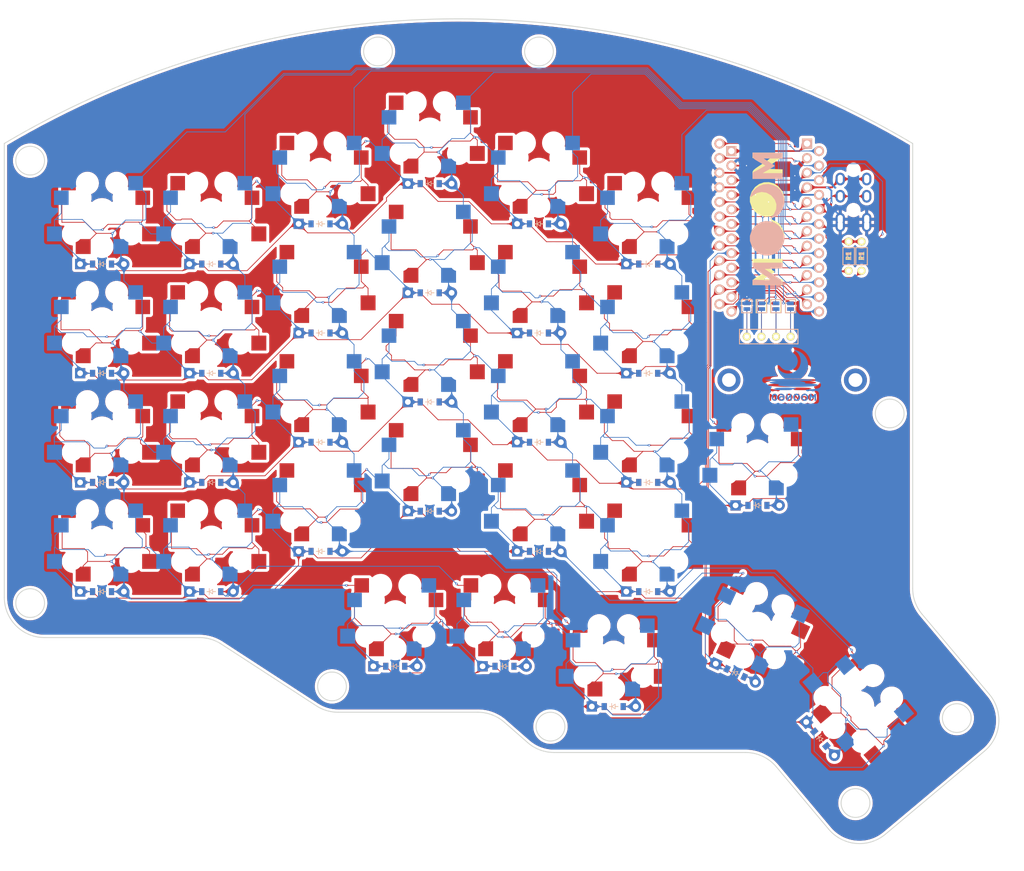
<source format=kicad_pcb>
(kicad_pcb (version 20211014) (generator pcbnew)
  (title_block (title "insequor58 ≈ Moon60") (rev "v1.0.0") (company "Wykonał: Przemek Paciorek"))
  (layers (0 "F.Cu" signal) (31 "B.Cu" signal) (34 "B.Paste" user) (35 "F.Paste" user) (36 "B.SilkS" user "B.Silkscreen") (37 "F.SilkS" user "F.Silkscreen") (38 "B.Mask" user) (39 "F.Mask" user) (44 "Edge.Cuts" user))
  (net 0 "")
  (net 1 "P21")
  (net 2 "P6")
  (net 3 "P5")
  (net 4 "P4")
  (net 5 "P3")
  (net 6 "P20")
  (net 7 "P19")
  (net 8 "P18")
  (net 9 "P15")
  (net 10 "P14")
  (net 11 "P7")
  (net 12 "RAW")
  (net 13 "GND")
  (net 14 "RST")
  (net 15 "VCC")
  (net 16 "P16")
  (net 17 "P10")
  (net 18 "P1")
  (net 19 "P0")
  (net 20 "P2")
  (net 21 "P8")
  (net 22 "P9")
  (footprint "E73:SW_TACT_ALPS_SKQGABE010" (layer "F.Cu") (at 267.96 114.44 -90)
    (fp_text reference "B1" hide)
    (fp_text value "" hide)
  )
  (footprint "MX" (layer "F.Cu") (at 168.96 136.44)
    (fp_text reference "S20" hide)
    (fp_text value "" hide)
  )
  (footprint "ComboDiode" (layer "F.Cu") (at 225.96 152.44)
    (fp_text reference "D22" hide)
    (fp_text value "" hide)
  )
  (footprint "Insequor58:OLED_4Pin" (layer "F.Cu") (at 243.107874 127.064604)
    (fp_text reference "J3" hide)
    (fp_text value "OLED" hide)
  )
  (footprint "MX" (layer "F.Cu") (at 187.96 110.44)
    (fp_text reference "S30" hide)
    (fp_text value "" hide)
  )
  (footprint "MX" (layer "F.Cu") (at 149.96 124.44)
    (fp_text reference "S14" hide)
    (fp_text value "" hide)
  )
  (footprint "PG1350" (layer "F.Cu") (at 130.96 162.44 180)
    (fp_text reference "S1" hide)
    (fp_text value "" hide)
  )
  (footprint "ComboDiode" (layer "F.Cu") (at 206.96 145.44)
    (fp_text reference "D18" hide)
    (fp_text value "" hide)
  )
  (footprint "Insequor58:Jumper" (layer "F.Cu") (at 248.108849 121.769111 90)
    (fp_text reference "JP6" hide)
    (fp_text value "" hide)
  )
  (footprint "ComboDiode" (layer "F.Cu") (at 149.96 114.44)
    (fp_text reference "D8" hide)
    (fp_text value "" hide)
  )
  (footprint "PG1350" (layer "F.Cu") (at 225.96 143.44 180)
    (fp_text reference "S43" hide)
    (fp_text value "" hide)
  )
  (footprint "MX" (layer "F.Cu") (at 130.96 162.44)
    (fp_text reference "S2" hide)
    (fp_text value "" hide)
  )
  (footprint "PG1350" (layer "F.Cu") (at 149.96 124.44 180)
    (fp_text reference "S13" hide)
    (fp_text value "" hide)
  )
  (footprint "MX" (layer "F.Cu") (at 187.96 91.44)
    (fp_text reference "S32" hide)
    (fp_text value "" hide)
  )
  (footprint "TRRS-PJ-320A-dual" (layer "F.Cu") (at 263.96 96.44)
    (fp_text reference "REF**")
    (fp_text value "TRRS-PJ-320A-dual")
  )
  (footprint "ComboDiode" (layer "F.Cu") (at 130.96 133.44)
    (fp_text reference "D3" hide)
    (fp_text value "" hide)
  )
  (footprint "MX" (layer "F.Cu") (at 149.96 162.44)
    (fp_text reference "S10" hide)
    (fp_text value "" hide)
  )
  (footprint "MX" (layer "F.Cu") (at 206.96 98.44)
    (fp_text reference "S40" hide)
    (fp_text value "" hide)
  )
  (footprint "MX" (layer "F.Cu") (at 149.96 105.44)
    (fp_text reference "S16" hide)
    (fp_text value "" hide)
  )
  (footprint "ComboDiode" (layer "F.Cu") (at 181.96 184.44)
    (fp_text reference "D25" hide)
    (fp_text value "" hide)
  )
  (footprint "ComboDiode" (layer "F.Cu") (at 255.89128 197.054229 -50)
    (fp_text reference "D30" hide)
    (fp_text value "" hide)
  )
  (footprint "ComboDiode" (layer "F.Cu") (at 206.96 164.44)
    (fp_text reference "D17" hide)
    (fp_text value "" hide)
  )
  (footprint "PG1350" (layer "F.Cu") (at 187.96 91.44 180)
    (fp_text reference "S31" hide)
    (fp_text value "" hide)
  )
  (footprint "MX" (layer "F.Cu") (at 168.96 117.44)
    (fp_text reference "S22" hide)
    (fp_text value "" hide)
  )
  (footprint "PG1350" (layer "F.Cu") (at 187.96 129.44 180)
    (fp_text reference "S27" hide)
    (fp_text value "" hide)
  )
  (footprint "MX" (layer "F.Cu") (at 206.96 155.44)
    (fp_text reference "S34" hide)
    (fp_text value "" hide)
  )
  (footprint "PG1350" (layer "F.Cu") (at 187.96 110.44 180)
    (fp_text reference "S29" hide)
    (fp_text value "" hide)
  )
  (footprint "" (layer "F.Cu") (at 269.24 134.62)
    (fp_text reference "")
    (fp_text value "")
  )
  (footprint "ComboDiode" (layer "F.Cu") (at 219.96 191.44)
    (fp_text reference "D27" hide)
    (fp_text value "" hide)
  )
  (footprint "PG1350" (layer "F.Cu") (at 244.96 147.44 180)
    (fp_text reference "S55" hide)
    (fp_text value "" hide)
  )
  (footprint "ComboDiode" (layer "F.Cu") (at 130.96 152.44)
    (fp_text reference "D2" hide)
    (fp_text value "" hide)
  )
  (footprint "PG1350" (layer "F.Cu") (at 130.96 124.44 180)
    (fp_text reference "S5" hide)
    (fp_text value "" hide)
  )
  (footprint "PG1350" (layer "F.Cu") (at 244.96 177.44 155)
    (fp_text reference "S57" hide)
    (fp_text value "" hide)
  )
  (footprint "PG1350" (layer "F.Cu") (at 149.96 105.44 180)
    (fp_text reference "S15" hide)
    (fp_text value "" hide)
  )
  (footprint "PG1350" (layer "F.Cu") (at 168.96 117.44 180)
    (fp_text reference "S21" hide)
    (fp_text value "" hide)
  )
  (footprint "PG1350" (layer "F.Cu") (at 225.96 105.44 180)
    (fp_text reference "S47" hide)
    (fp_text value "" hide)
  )
  (footprint "ComboDiode" (layer "F.Cu") (at 149.96 171.44)
    (fp_text reference "D5" hide)
    (fp_text value "" hide)
  )
  (footprint "MX" (layer "F.Cu") (at 225.96 162.44)
    (fp_text reference "S42" hide)
    (fp_text value "" hide)
  )
  (footprint "MX" (layer "F.Cu") (at 130.96 124.44)
    (fp_text reference "S6" hide)
    (fp_text value "" hide)
  )
  (footprint "Insequor58:Jumper" (layer "F.Cu") (at 250.716848 121.769111 90)
    (fp_text reference "JP5" hide)
    (fp_text value "" hide)
  )
  (footprint "PG1350" (layer "F.Cu") (at 181.96 175.44 180)
    (fp_text reference "S49" hide)
    (fp_text value "" hide)
  )
  (footprint "Insequor58:RESISTOR_mini" (layer "F.Cu") (at 263.067263 113.065756 -90)
    (fp_text reference "R1")
    (fp_text value "R" hide)
  )
  (footprint "ComboDiode" (layer "F.Cu") (at 206.96 107.44)
    (fp_text reference "D20" hide)
    (fp_text value "" hide)
  )
  (footprint "PG1350" (layer "F.Cu") (at 168.96 98.44 180)
    (fp_text reference "S23" hide)
    (fp_text value "" hide)
  )
  (footprint "MX" (layer "F.Cu") (at 168.96 155.44)
    (fp_text reference "S18" hide)
    (fp_text value "" hide)
  )
  (footprint "PG1350" (layer "F.Cu") (at 225.96 124.44 180)
    (fp_text reference "S45" hide)
    (fp_text value "" hide)
  )
  (footprint "PG1350" (layer "F.Cu") (at 206.96 155.44 180)
    (fp_text reference "S33" hide)
    (fp_text value "" hide)
  )
  (footprint "PG1350" (layer "F.Cu") (at 206.96 117.44 180)
    (fp_text reference "S37" hide)
    (fp_text value "" hide)
  )
  (footprint "" (layer "F.Cu") (at 240 134.62)
    (fp_text reference "")
    (fp_text value "")
  )
  (footprint "PG1350" (layer "F.Cu") (at 130.96 105.44 180)
    (fp_text reference "S7" hide)
    (fp_text value "" hide)
  )
  (footprint "Insequor58:RESISTOR_mini" (layer "F.Cu") (at 260.817263 113.065756 -90)
    (fp_text reference "R1")
    (fp_text value "R" hide)
  )
  (footprint "MX" (layer "F.Cu") (at 225.96 105.44)
    (fp_text reference "S48" hide)
    (fp_text value "" hide)
  )
  (footprint "ComboDiode" (layer "F.Cu") (at 206.96 126.44)
    (fp_text reference "D19" hide)
    (fp_text value "" hide)
  )
  (footprint "ComboDiode" (layer "F.Cu") (at 149.96 133.44)
    (fp_text reference "D7" hide)
    (fp_text value "" hide)
  )
  (footprint "ComboDiode" (layer "F.Cu") (at 225.96 114.44)
    (fp_text reference "D24" hide)
    (fp_text value "" hide)
  )
  (footprint "MX" (layer "F.Cu") (at 225.96 143.44)
    (fp_text reference "S44" hide)
    (fp_text value "" hide)
  )
  (footprint "MX" (layer "F.Cu") (at 181.96 175.44)
    (fp_text reference "S50" hide)
    (fp_text value "" hide)
  )
  (footprint "PG1350" (layer "F.Cu") (at 149.96 143.44 180)
    (fp_text reference "S11" hide)
    (fp_text value "" hide)
  )
  (footprint "MX" (layer "F.Cu") (at 168.96 98.44)
    (fp_text reference "S24" hide)
    (fp_text value "" hide)
  )
  (footprint "ComboDiode" (layer "F.Cu") (at 149.96 152.44)
    (fp_text reference "D6" hide)
    (fp_text value "" hide)
  )
  (footprint "Insequor58:Jumper" (layer "F.Cu") (at 243.108849 121.769111 90)
    (fp_text reference "JP8" hide)
    (fp_text value "" hide)
  )
  (footprint "ComboDiode" (layer "F.Cu") (at 130.96 114.44)
    (fp_text reference "D4" hide)
    (fp_text value "" hide)
  )
  (footprint "ComboDiode" (layer "F.Cu") (at 225.96 133.44)
    (fp_text reference "D23" hide)
    (fp_text value "" hide)
  )
  (footprint "PG1350" (layer "F.Cu") (at 206.96 136.44 180)
    (fp_text reference "S35" hide)
    (fp_text value "" hide)
  )
  (footprint "Graphic:moonBIG" (layer "F.Cu") (at 251.117634 133.968848)
    (fp_text reference "G***" hide)
    (fp_text value "LOGO" hide)
  )
  (footprint "ComboDiode" (layer "F.Cu") (at 168.96 126.44)
    (fp_text reference "D11" hide)
    (fp_text value "" hide)
  )
  (footprint "PG1350" (layer "F.Cu") (at 262.78568 191.269141 130)
    (fp_text reference "S59" hide)
    (fp_text value "" hide)
  )
  (footprint "PG1350" (layer "F.Cu") (at 168.96 155.44 180)
    (fp_text reference "S17" hide)
    (fp_text value "" hide)
  )
  (footprint "MX" (layer "F.Cu") (at 206.96 117.44)
    (fp_text reference "S38" hide)
    (fp_text value "" hide)
  )
  (footprint "PG1350" (layer "F.Cu") (at 168.96 136.44 180)
    (fp_text reference "S19" hide)
    (fp_text value "" hide)
  )
  (footprint "ComboDiode" (layer "F.Cu") (at 225.96 171.44)
    (fp_text reference "D21" hide)
    (fp_text value "" hide)
  )
  (footprint "ComboDiode" (layer "F.Cu") (at 241.156436 185.59677 -25)
    (fp_text reference "D29" hide)
    (fp_text value "" hide)
  )
  (footprint "MX" (layer "F.Cu") (at 219.96 182.44)
    (fp_text reference "S54" hide)
    (fp_text value "" hide)
  )
  (footprint "MX" (layer "F.Cu") (at 225.96 124.44)
    (fp_text reference "S46" hide)
    (fp_text value "" hide)
  )
  (footprint "ComboDiode" (layer "F.Cu") (at 168.96 145.44)
    (fp_text reference "D10" hide)
    (fp_text value "" hide)
  )
  (footprint "ComboDiode" (layer "F.Cu") (at 130.96 171.44)
    (fp_text reference "D1" hide)
    (fp_text value "" hide)
  )
  (footprint "MX" (layer "F.Cu") (at 130.96 105.44)
    (fp_text reference "S8" hide)
    (fp_text value "" hide)
  )
  (footprint "MX" (layer "F.Cu") (at 187.96 129.44)
    (fp_text reference "S28" hide)
    (fp_text value "" hide)
  )
  (footprint "ComboDiode" (layer "F.Cu") (at 168.96 107.44)
    (fp_text reference "D12" hide)
    (fp_text value "" hide)
  )
  (footprint "MX" (layer "F.Cu") (at 244.96 147.44)
    (fp_text reference "S56" hide)
    (fp_text value "" hide)
  )
  (footprint "PG1350" (layer "F.Cu") (at 225.96 162.44 180)
    (fp_text reference "S41" hide)
    (fp_text value "" hide)
  )
  (footprint "ComboDiode" (layer "F.Cu") (at 168.96 164.44)
    (fp_text reference "D9" hide)
    (fp_text value "" hide)
  )
  (footprint "MX" (layer "F.Cu") (at 149.96 143.44)
    (fp_text reference "S12" hide)
    (fp_text value "" hide)
  )
  (footprint "PG1350" (layer "F.Cu") (at 206.96 98.44 180)
    (fp_text reference "S39" hide)
    (fp_text value "" hide)
  )
  (footprint "MX" (layer "F.Cu") (at 206.96 136.44)
    (fp_text reference "S36" hide)
    (fp_text value "" hide)
  )
  (footprint "ComboDiode" (layer "F.Cu") (at 187.96 157.44)
    (fp_text reference "D13" hide)
    (fp_text value "" hide)
  )
  (footprint "PG1350" (layer "F.Cu") (at 130.96 143.44 180)
    (fp_text reference "S3" hide)
    (fp_text value "" hide)
  )
  (footprint "ComboDiode" (layer "F.Cu") (at 200.96 184.44)
    (fp_text reference "D26" hide)
    (fp_text value "" hide)
  )
  (footprint "MX" (layer "F.Cu") (at 187.96 148.44)
    (fp_text reference "S26" hide)
    (fp_text value "" hide)
  )
  (footprint "MX" (layer "F.Cu") (at 244.96 177.44 -25)
    (fp_text reference "S58" hide)
    (fp_text value "" hide)
  )
  (footprint "ProMicro" (layer "F.Cu") (at 248.049495 108.738135 -90)
    (fp_text reference "MCU2" hide)
    (fp_text value "" hide)
  )
  (footprint "ComboDiode" (layer "F.Cu") (at 187.96 119.44)
    (fp_text reference "D15" hide)
    (fp_text value "" hide)
  )
  (footprint "PG1350" (layer "F.Cu") (at 187.96 148.44 180)
    (fp_text reference "S25" hide)
    (fp_text value "" hide)
  )
  (footprint "PG1350" (layer "F.Cu") (at 200.96 175.44 180)
    (fp_text reference "S51" hide)
    (fp_text value "" hide)
  )
  (footprint "PG1350" (layer "F.Cu") (at 219.96 182.44 180)
    (fp_text reference "S53" hide)
    (fp_text value "" hide)
  )
  (footprint "ProMicro" (layer "F.Cu") (at 245.96 107.44 -90)
    (fp_text reference "MCU1" hide)
    (fp_text value "" hide)
  )
  (footprint "ComboDiode" (layer "F.Cu") (at 244.96 156.44)
    (fp_text reference "D28" hide)
    (fp_text value "" hide)
  )
  (footprint "ComboDiode" (layer "F.Cu") (at 187.96 138.44)
    (fp_text reference "D14" hide)
    (fp_text value "" hide)
  )
  (footprint "Graphic:moonMin" (layer "F.Cu") (at 247.139676 106.571474 90)
    (fp_text reference "G***" hide)
    (fp_text value "LOGO" hide)
  )
  (footprint "PG1350" (layer "F.Cu") (at 149.96 162.44 180)
    (fp_text reference "S9" hide)
    (fp_text value "" hide)
  )
  (footprint "MX" (layer "F.Cu") (at 130.96 143.44)
    (fp_text reference "S4" hide)
    (fp_text value "" hide)
  )
  (footprint "ComboDiode" (layer "F.Cu") (at 187.96 100.44)
    (fp_text reference "D16" hide)
    (fp_text value "" hide)
  )
  (footprint "MX" (layer "F.Cu") (at 200.96 175.44)
    (fp_text reference "S52" hide)
    (fp_text value "" hide)
  )
  (footprint "Insequor58:Jumper" (layer "F.Cu") (at 245.608849 121.769111 90)
    (fp_text reference "JP7" hide)
    (fp_text value "" hide)
  )
  (footprint "MX" (layer "F.Cu") (at 262.78568 191.269141 -50)
    (fp_text reference "S60" hide)
    (fp_text value "" hide)
  )
  (footprint "Insequor58:Jumper" (layer "B.Cu") (at 250.709085 121.76944 90)
    (fp_text reference "JP4" hide)
    (fp_text value "" hide)
  )
  (footprint "Insequor58:Jumper" (layer "B.Cu") (at 245.708849 121.769111 90)
    (fp_text reference "JP2" hide)
    (fp_text value "" hide)
  )
  (footprint "Insequor58:Jumper" (layer "B.Cu") (at 248.208849 121.769111 90)
    (fp_text reference "JP3" hide)
    (fp_text value "" hide)
  )
  (footprint "Graphic:moonMin" (layer "B.Cu") (at 247.139676 106.571474 -90)
    (fp_text reference "G***" hide)
    (fp_text value "LOGO" hide)
  )
  (footprint "Insequor58:Jumper" (layer "B.Cu") (at 243.108849 121.769111 90)
    (fp_text reference "JP1" hide)
    (fp_text value "" hide)
  )
  (footprint "Graphic:moonBIG" (layer "B.Cu") (at 251.117634 133.968848 180)
    (fp_text reference "G***" hide)
    (fp_text value "LOGO" hide)
  )
  (gr_circle (center 118.46 96.44) (end 120.96 96.44) (layer "Edge.Cuts") (width 0.15) (fill none))
  (gr_arc (start 267.214944 213.660693) (mid 262.10534 215.271745) (end 257.353119 212.797896) (layer "Edge.Cuts") (width 0.15))
  (gr_line (start 200.939386 194.171963) (end 204.980614 197.708037) (layer "Edge.Cuts") (width 0.15))
  (gr_arc (start 120.96 179.44) (mid 116.010253 177.389747) (end 113.96 172.44) (layer "Edge.Cuts") (width 0.15))
  (gr_arc (start 113.985938 93.44) (mid 192.96 71.759998) (end 271.934062 93.44) (layer "Edge.Cuts") (width 0.15))
  (gr_arc (start 242.88036 199.44) (mid 245.838688 200.095846) (end 248.242671 201.940487) (layer "Edge.Cuts") (width 0.15))
  (gr_line (start 209.590146 199.44) (end 242.88036 199.44) (layer "Edge.Cuts") (width 0.15))
  (gr_arc (start 147.884919 179.44) (mid 149.874425 179.728676) (end 151.699838 180.570895) (layer "Edge.Cuts") (width 0.15))
  (gr_line (start 271.96 170.873987) (end 271.96 93.44) (layer "Edge.Cuts") (width 0.15))
  (gr_circle (center 267.96 140.44) (end 270.46 140.44) (layer "Edge.Cuts") (width 0.15) (fill none))
  (gr_arc (start 209.590146 199.44) (mid 207.128059 198.992719) (end 204.980614 197.708037) (layer "Edge.Cuts") (width 0.15))
  (gr_line (start 113.96 172.44) (end 113.96 93.44) (layer "Edge.Cuts") (width 0.15))
  (gr_circle (center 279.630036 193.452639) (end 282.130036 193.452639) (layer "Edge.Cuts") (width 0.15) (fill none))
  (gr_line (start 271.96 93.44) (end 271.934062 93.44) (layer "Edge.Cuts") (width 0.15))
  (gr_line (start 248.242671 201.940487) (end 257.353119 212.797895) (layer "Edge.Cuts") (width 0.15))
  (gr_line (start 113.985938 93.44) (end 113.96 93.44) (layer "Edge.Cuts") (width 0.15))
  (gr_circle (center 118.46 173.44) (end 120.96 173.44) (layer "Edge.Cuts") (width 0.15) (fill none))
  (gr_arc (start 273.597689 175.3735) (mid 272.382152 173.268128) (end 271.96 170.873987) (layer "Edge.Cuts") (width 0.15))
  (gr_line (start 151.699838 180.570895) (end 168.220162 191.309105) (layer "Edge.Cuts") (width 0.15))
  (gr_arc (start 196.329854 192.44) (mid 198.791941 192.887281) (end 200.939386 194.171963) (layer "Edge.Cuts") (width 0.15))
  (gr_line (start 120.96 179.44) (end 147.884919 179.44) (layer "Edge.Cuts") (width 0.15))
  (gr_line (start 267.214943 213.660693) (end 284.450943 199.197972) (layer "Edge.Cuts") (width 0.15))
  (gr_line (start 172.035081 192.44) (end 196.329854 192.44) (layer "Edge.Cuts") (width 0.15))
  (gr_circle (center 208.96 194.94) (end 211.46 194.94) (layer "Edge.Cuts") (width 0.15) (fill none))
  (gr_line (start 285.313741 189.336147) (end 273.597689 175.3735) (layer "Edge.Cuts") (width 0.15))
  (gr_circle (center 262.011014 208.236754) (end 264.511014 208.236754) (layer "Edge.Cuts") (width 0.15) (fill none))
  (gr_circle (center 178.96 77.44) (end 181.46 77.44) (layer "Edge.Cuts") (width 0.15) (fill none))
  (gr_arc (start 285.313741 189.336148) (mid 286.924793 194.445751) (end 284.450943 199.197972) (layer "Edge.Cuts") (width 0.15))
  (gr_circle (center 206.96 77.44) (end 209.46 77.44) (layer "Edge.Cuts") (width 0.15) (fill none))
  (gr_arc (start 172.035081 192.44) (mid 170.045575 192.151324) (end 168.220162 191.309105) (layer "Edge.Cuts") (width 0.15))
  (gr_circle (center 170.96 187.94) (end 173.46 187.94) (layer "Edge.Cuts") (width 0.15) (fill none))
  (segment (start 250.728849 122.289491) (end 250.708849 122.269491) (width 0.13) (layer "F.Cu") (net 0))
  (segment (start 243.107874 127.064604) (end 243.107874 122.270466) (width 0.127) (layer "F.Cu") (net 0))
  (segment (start 250.727874 127.064604) (end 250.727874 122.280517) (width 0.13) (layer "F.Cu") (net 0))
  (segment (start 248.187874 127.064604) (end 248.187874 122.348516) (width 0.13) (layer "F.Cu") (net 0))
  (segment (start 243.107874 122.270466) (end 243.108849 122.269491) (width 0.127) (layer "F.Cu") (net 0))
  (segment (start 248.187874 122.348516) (end 248.108849 122.269491) (width 0.13) (layer "F.Cu") (net 0))
  (segment (start 248.188849 122.349491) (end 248.108849 122.269491) (width 0.13) (layer "F.Cu") (net 0))
  (segment (start 250.727874 122.280517) (end 250.716848 122.269491) (width 0.13) (layer "F.Cu") (net 0))
  (segment (start 245.647874 122.308516) (end 245.608849 122.269491) (width 0.13) (layer "F.Cu") (net 0))
  (segment (start 250.727874 122.288516) (end 250.708849 122.269491) (width 0.13) (layer "F.Cu") (net 0))
  (segment (start 245.648849 122.309491) (end 245.608849 122.269491) (width 0.13) (layer "F.Cu") (net 0))
  (segment (start 245.647874 127.064604) (end 245.647874 122.308516) (width 0.13) (layer "F.Cu") (net 0))
  (segment (start 243.107874 127.064604) (end 243.107874 122.270466) (width 0.127) (layer "B.Cu") (net 0))
  (segment (start 250.727874 122.288516) (end 250.708849 122.269491) (width 0.13) (layer "B.Cu") (net 0))
  (segment (start 243.107874 122.270466) (end 243.108849 122.269491) (width 0.127) (layer "B.Cu") (net 0))
  (segment (start 245.647874 127.064604) (end 245.647874 122.330466) (width 0.13) (layer "B.Cu") (net 0))
  (segment (start 248.187874 127.064604) (end 248.187874 122.290466) (width 0.13) (layer "B.Cu") (net 0))
  (segment (start 248.187874 122.290466) (end 248.208849 122.269491) (width 0.13) (layer "B.Cu") (net 0))
  (segment (start 250.727874 122.288609) (end 250.709085 122.26982) (width 0.13) (layer "B.Cu") (net 0))
  (segment (start 250.728849 122.289491) (end 250.708849 122.269491) (width 0.13) (layer "B.Cu") (net 0))
  (segment (start 245.647874 122.330466) (end 245.708849 122.269491) (width 0.13) (layer "B.Cu") (net 0))
  (segment (start 250.727874 127.064604) (end 250.727874 122.288609) (width 0.13) (layer "B.Cu") (net 0))
  (segment (start 124.030921 163.943648) (end 124.030921 158.447079) (width 0.13) (layer "F.Cu") (net 1))
  (segment (start 123.613079 144.30507) (end 123.613079 141.327945) (width 0.13) (layer "F.Cu") (net 1))
  (segment (start 240.429495 104.928135) (end 245.591865 104.928135) (width 0.13) (layer "F.Cu") (net 1))
  (segment (start 124.448763 145.140754) (end 123.613079 144.30507) (width 0.13) (layer "F.Cu") (net 1))
  (segment (start 176.118 170.36) (end 173.492975 170.36) (width 0.13) (layer "F.Cu") (net 1))
  (segment (start 128.450451 164.533259) (end 127.86084 163.943648) (width 0.13) (layer "F.Cu") (net 1))
  (segment (start 127.685 111.39) (end 129.973126 109.101874) (width 0.13) (layer "F.Cu") (net 1))
  (segment (start 173.492975 170.36) (end 173.479123 170.346148) (width 0.13) (layer "F.Cu") (net 1))
  (segment (start 250.671865 104.928135) (end 252.281865 104.928135) (width 0.13) (layer "F.Cu") (net 1))
  (segment (start 128.450451 166.189549) (end 132.544454 166.189549) (width 0.13) (layer "F.Cu") (net 1))
  (segment (start 128.450451 166.189549) (end 128.450451 164.533259) (width 0.13) (layer "F.Cu") (net 1))
  (segment (start 127.685 166.955) (end 128.450451 166.189549) (width 0.13) (layer "F.Cu") (net 1))
  (segment (start 174.85076 175.98935) (end 174.85076 171.62724) (width 0.13) (layer "F.Cu") (net 1))
  (segment (start 132.61 114.44) (end 134.77 114.44) (width 0.13) (layer "F.Cu") (net 1))
  (segment (start 252.281865 104.928135) (end 253.58 103.63) (width 0.13) (layer "F.Cu") (net 1))
  (segment (start 181.267549 178.807451) (end 182.057943 178.807451) (width 0.13) (layer "F.Cu") (net 1))
  (segment (start 127.685 168.39) (end 127.685 166.955) (width 0.13) (layer "F.Cu") (net 1))
  (segment (start 131.069516 128.165919) (end 128.771385 125.867788) (width 0.13) (layer "F.Cu") (net 1))
  (segment (start 129.973126 109.101874) (end 132.753375 109.101874) (width 0.13) (layer "F.Cu") (net 1))
  (segment (start 123.978691 101.499309) (end 125.118 100.36) (width 0.13) (layer "F.Cu") (net 1))
  (segment (start 178.685 181.39) (end 181.267549 178.807451) (width 0.13) (layer "F.Cu") (net 1))
  (segment (start 127.895961 145.140754) (end 124.448763 145.140754) (width 0.13) (layer "F.Cu") (net 1))
  (segment (start 181.267549 178.807451) (end 179.835097 177.374999) (width 0.13) (layer "F.Cu") (net 1))
  (segment (start 127.86084 163.943648) (end 124.030921 163.943648) (width 0.13) (layer "F.Cu") (net 1))
  (segment (start 127.685 149.39) (end 129.688345 147.386655) (width 0.13) (layer "F.Cu") (net 1))
  (segment (start 128.821489 146.066282) (end 127.895961 145.140754) (width 0.13) (layer "F.Cu") (net 1))
  (segment (start 128.040607 107.169355) (end 123.978691 107.169355) (width 0.13) (layer "F.Cu") (net 1))
  (segment (start 124.030921 158.447079) (end 125.118 157.36) (width 0.13) (layer "F.Cu") (net 1))
  (segment (start 129.909081 128.165919) (end 132.701145 128.165919) (width 0.13) (layer "F.Cu") (net 1))
  (segment (start 129.973126 109.101874) (end 128.040607 107.169355) (width 0.13) (layer "F.Cu") (net 1))
  (segment (start 183.61 184.44) (end 185.77 184.44) (width 0.13) (layer "F.Cu") (net 1))
  (segment (start 125.118 139.823024) (end 125.118 138.36) (width 0.13) (layer "F.Cu") (net 1))
  (segment (start 132.61 152.44) (end 134.77 152.44) (width 0.13) (layer "F.Cu") (net 1))
  (segment (start 245.591865 104.928135) (end 250.671865 104.928135) (width 0.13) (layer "F.Cu") (net 1))
  (segment (start 128.771385 125.867788) (end 123.822 125.867788) (width 0.13) (layer "F.Cu") (net 1))
  (segment (start 176.236409 177.374999) (end 174.85076 175.98935) (width 0.13) (layer "F.Cu") (net 1))
  (segment (start 123.822 120.656) (end 125.118 119.36) (width 0.13) (layer "F.Cu") (net 1))
  (segment (start 132.701145 128.165919) (end 131.069516 128.165919) (width 0.13) (layer "F.Cu") (net 1))
  (segment (start 174.85076 171.62724) (end 176.118 170.36) (width 0.13) (layer "F.Cu") (net 1))
  (segment (start 123.613079 141.327945) (end 125.118 139.823024) (width 0.13) (layer "F.Cu") (net 1))
  (segment (start 127.685 149.39) (end 128.821489 148.253511) (width 0.13) (layer "F.Cu") (net 1))
  (segment (start 129.688345 147.386655) (end 132.596684 147.386655) (width 0.13) (layer "F.Cu") (net 1))
  (segment (start 127.685 130.39) (end 129.909081 128.165919) (width 0.13) (layer "F.Cu") (net 1))
  (segment (start 123.978691 107.169355) (end 123.978691 101.499309) (width 0.13) (layer "F.Cu") (net 1))
  (segment (start 128.821489 148.253511) (end 128.821489 146.066282) (width 0.13) (layer "F.Cu") (net 1))
  (segment (start 132.61 133.44) (end 134.77 133.44) (width 0.13) (layer "F.Cu") (net 1))
  (segment (start 132.61 171.44) (end 134.77 171.44) (width 0.13) (layer "F.Cu") (net 1))
  (segment (start 123.822 125.867788) (end 123.822 120.656) (width 0.13) (layer "F.Cu") (net 1))
  (segment (start 179.835097 177.374999) (end 176.236409 177.374999) (width 0.13) (layer "F.Cu") (net 1))
  (via (at 182.057943 178.807451) (size 0.4) (drill 0.2) (layers "F.Cu" "B.Cu") (net 1))
  (via (at 132.753375 109.101874) (size 0.4) (drill 0.2) (layers "F.Cu" "B.Cu") (net 1))
  (via (at 132.701145 128.165919) (size 0.4) (drill 0.2) (layers "F.Cu" "B.Cu") (net 1))
  (via (at 132.596684 147.386655) (size 0.4) (drill 0.2) (layers "F.Cu" "B.Cu") (net 1))
  (via (at 132.544454 166.189549) (size 0.4) (drill 0.2) (layers "F.Cu" "B.Cu") (net 1))
  (via (at 250.671865 104.928135) (size 0.4) (drill 0.2) (layers "F.Cu" "B.Cu") (net 1))
  (via (at 173.479123 170.346148) (size 0.4) (drill 0.2) (layers "F.Cu" "B.Cu") (net 1))
  (segment (start 134.235 111.39) (end 134.235 113.905) (width 0.13) (layer "B.Cu") (net 1))
  (segment (start 138.408832 106.788833) (end 135.066416 106.788833) (width 0.13) (layer "B.Cu") (net 1))
  (segment (start 182.652451 178.807451) (end 184.220771 177.239131) (width 0.13) (layer "B.Cu") (net 1))
  (segment (start 137.912935 125.30692) (end 137.912935 120.470935) (width 0.13) (layer "B.Cu") (net 1))
  (segment (start 184.220771 177.239131) (end 187.584367 177.239131) (width 0.13) (layer "B.Cu") (net 1))
  (segment (start 145.722 91.44) (end 152.4 91.44) (width 0.13) (layer "B.Cu") (net 1))
  (segment (start 185.77 184.44) (end 183.61 184.44) (width 0.13) (layer "B.Cu") (net 1))
  (segment (start 134.77 136.328) (end 136.802 138.36) (width 0.13) (layer "B.Cu") (net 1))
  (segment (start 134.235 167.880095) (end 134.235 168.39) (width 0.13) (layer "B.Cu") (net 1))
  (segment (start 138.591764 102.149764) (end 138.591764 106.605901) (width 0.13) (layer "B.Cu") (net 1))
  (segment (start 134.77 152.44) (end 134.77 149.925) (width 0.13) (layer "B.Cu") (net 1))
  (segment (start 231.843897 86.36) (end 243.84 86.36) (width 0.13) (layer "B.Cu") (net 1))
  (segment (start 135.066416 106.788833) (end 132.753375 109.101874) (width 0.13) (layer "B.Cu") (net 1))
  (segment (start 132.701145 128.011657) (end 135.106901 125.605901) (width 0.13) (layer "B.Cu") (net 1))
  (segment (start 138.591764 106.605901) (end 138.408832 106.788833) (width 0.13) (layer "B.Cu") (net 1))
  (segment (start 132.701145 128.165919) (end 132.701145 128.011657) (width 0.13) (layer "B.Cu") (net 1))
  (segment (start 134.77 114.44) (end 134.77 117.328) (width 0.13) (layer "B.Cu") (net 1))
  (segment (start 187.584367 177.239131) (end 188.759547 176.063951) (width 0.13) (layer "B.Cu") (net 1))
  (segment (start 134.77 149.925) (end 134.235 149.39) (width 0.13) (layer "B.Cu") (net 1))
  (segment (start 134.77 117.328) (end 136.802 119.36) (width 0.13) (layer "B.Cu") (net 1))
  (segment (start 137.651783 139.209783) (end 136.802 138.36) (width 0.13) (layer "B.Cu") (net 1))
  (segment (start 137.613954 125.605901) (end 137.912935 125.30692) (width 0.13) (layer "B.Cu") (net 1))
  (segment (start 132.596684 147.386655) (end 132.596684 147.751684) (width 0.13) (layer "B.Cu") (net 1))
  (segment (start 137.912935 120.470935) (end 136.802 119.36) (width 0.13) (layer "B.Cu") (net 1))
  (segment (start 154.827662 172.732698) (end 136.062698 172.732698) (width 0.13) (layer "B.Cu") (net 1))
  (segment (start 250.049782 104.306052) (end 250.671865 104.928135) (width 0.13) (layer "B.Cu") (net 1))
  (segment (start 134.235 113.905) (end 134.77 114.44) (width 0.13) (layer "B.Cu") (net 1))
  (segment (start 137.651783 144.005353) (end 137.651783 139.209783) (width 0.13) (layer "B.Cu") (net 1))
  (segment (start 182.652451 178.807451) (end 185.235 181.39) (width 0.13) (layer "B.Cu") (net 1))
  (segment (start 174.227651 81.28) (end 175.177514 80.330137) (width 0.13) (layer "B.Cu") (net 1))
  (segment (start 136.802 161.122779) (end 136.802 157.36) (width 0.13) (layer "B.Cu") (net 1))
  (segment (start 136.802 100.36) (end 138.591764 102.149764) (width 0.13) (layer "B.Cu") (net 1))
  (segment (start 134.235 130.39) (end 134.235 132.905) (width 0.13) (layer "B.Cu") (net 1))
  (segment (start 250.049782 92.569782) (end 250.049782 104.306052) (width 0.13) (layer "B.Cu") (net 1))
  (segment (start 243.84 86.36) (end 250.049782 92.569782) (width 0.13) (layer "B.Cu") (net 1))
  (segment (start 132.596684 147.386655) (end 135.377438 144.605901) (width 0.13) (layer "B.Cu") (net 1))
  (segment (start 137.965165 163.567077) (end 137.965165 162.285944) (width 0.13) (layer "B.Cu") (net 1))
  (segment (start 173.479123 170.346148) (end 157.214212 170.346148) (width 0.13) (layer "B.Cu") (net 1))
  (segment (start 134.881151 163.852852) (end 137.67939 163.852852) (width 0.13) (layer "B.Cu") (net 1))
  (segment (start 225.814034 80.330137) (end 231.843897 86.36) (width 0.13) (layer "B.Cu") (net 1))
  (segment (start 135.106901 125.605901) (end 137.613954 125.605901) (width 0.13) (layer "B.Cu") (net 1))
  (segment (start 132.61 114.44) (end 134.77 114.44) (width 0.13) (layer "B.Cu") (net 1))
  (segment (start 135.377438 144.605901) (end 137.051235 144.605901) (width 0.13) (layer "B.Cu") (net 1))
  (segment (start 188.759547 176.063951) (end 188.759547 171.317547) (width 0.13) (layer "B.Cu") (net 1))
  (segment (start 136.802 100.36) (end 145.722 91.44) (width 0.13) (layer "B.Cu") (net 1))
  (segment (start 134.77 155.328) (end 136.802 157.36) (width 0.13) (layer "B.Cu") (net 1))
  (segment (start 132.61 133.44) (end 134.77 133.44) (width 0.13) (layer "B.Cu") (net 1))
  (segment (start 134.77 168.925) (end 134.235 168.39) (width 0.13) (layer "B.Cu") (net 1))
  (segment (start 185.77 181.925) (end 185.235 181.39) (width 0.13) (layer "B.Cu") (net 1))
  (segment (start 132.596684 147.751684) (end 134.235 149.39) (width 0.13) (layer "B.Cu") (net 1))
  (segment (start 134.77 171.44) (end 134.77 168.925) (width 0.13) (layer "B.Cu") (net 1))
  (segment (start 134.235 130.39) (end 134.235 129.699774) (width 0.13) (layer "B.Cu") (net 1))
  (segment (start 134.235 132.905) (end 134.77 133.44) (width 0.13) (layer "B.Cu") (net 1))
  (segment (start 134.77 171.44) (end 132.61 171.44) (width 0.13) (layer "B.Cu") (net 1))
  (segment (start 134.77 152.44) (end 134.77 155.328) (width 0.13) (layer "B.Cu") (net 1))
  (segment (start 188.759547 171.317547) (end 187.802 170.36) (width 0.13) (layer "B.Cu") (net 1))
  (segment (start 137.965165 162.285944) (end 136.802 161.122779) (width 0.13) (layer "B.Cu") (net 1))
  (segment (start 182.057943 178.807451) (end 182.652451 178.807451) (width 0.13) (layer "B.Cu") (net 1))
  (segment (start 175.177514 80.330137) (end 225.814034 80.330137) (width 0.13) (layer "B.Cu") (net 1))
  (segment (start 134.77 133.44) (end 134.77 136.328) (width 0.13) (layer "B.Cu") (net 1))
  (segment (start 134.235 111.39) (end 132.753375 109.908375) (width 0.13) (layer "B.Cu") (net 1))
  (segment (start 137.67939 163.852852) (end 137.965165 163.567077) (width 0.13) (layer "B.Cu") (net 1))
  (segment (start 157.214212 170.346148) (end 154.827662 172.732698) (width 0.13) (layer "B.Cu") (net 1))
  (segment (start 132.544454 166.189549) (end 134.881151 163.852852) (width 0.13) (layer "B.Cu") (net 1))
  (segment (start 134.77 152.44) (end 132.61 152.44) (width 0.13) (layer "B.Cu") (net 1))
  (segment (start 134.235 129.699774) (end 132.701145 128.165919) (width 0.13) (layer "B.Cu") (net 1))
  (segment (start 152.4 91.44) (end 162.56 81.28) (width 0.13) (layer "B.Cu") (net 1))
  (segment (start 132.544454 166.189549) (end 134.235 167.880095) (width 0.13) (layer "B.Cu") (net 1))
  (segment (start 132.753375 109.908375) (end 132.753375 109.101874) (width 0.13) (layer "B.Cu") (net 1))
  (segment (start 162.56 81.28) (end 174.227651 81.28) (width 0.13) (layer "B.Cu") (net 1))
  (segment (start 137.051235 144.605901) (end 137.651783 144.005353) (width 0.13) (layer "B.Cu") (net 1))
  (segment (start 136.062698 172.732698) (end 134.77 171.44) (width 0.13) (layer "B.Cu") (net 1))
  (segment (start 185.77 184.44) (end 185.77 181.925) (width 0.13) (layer "B.Cu") (net 1))
  (segment (start 234.04191 153.5845) (end 235.909041 151.717369) (width 0.13) (layer "F.Cu") (net 2))
  (segment (start 134.794804 144.827372) (end 137.663019 144.827372) (width 0.13) (layer "F.Cu") (net 2))
  (segment (start 228.609158 145.967631) (end 229.850234 144.726555) (width 0.13) (layer "F.Cu") (net 2))
  (segment (start 235.909041 151.717369) (end 235.909041 144.469041) (width 0.13) (layer "F.Cu") (net 2))
  (segment (start 215.216148 136.476148) (end 214.045 135.305) (width 0.13) (layer "F.Cu") (net 2))
  (segment (start 210.472808 137.988851) (end 215.216148 137.988851) (width 0.13) (layer "F.Cu") (net 2))
  (segment (start 146.15 152.44) (end 148.31 152.44) (width 0.13) (layer "F.Cu") (net 2))
  (segment (start 176.045 136.345144) (end 176.045 133.9) (width 0.13) (layer "F.Cu") (net 2))
  (segment (start 145.0055 153.5845) (end 146.15 152.44) (width 0.13) (layer "F.Cu") (net 2))
  (segment (start 229.850234 144.726555) (end 234.175733 144.726555) (width 0.13) (layer "F.Cu") (net 2))
  (segment (start 250.95 113.79) (end 251.46 114.3) (width 0.13) (layer "F.Cu") (net 2))
  (segment (start 167.31 145.44) (end 168.881022 147.011022) (width 0.13) (layer "F.Cu") (net 2))
  (segment (start 234.235 144.785822) (end 234.235 147.19) (width 0.13) (layer "F.Cu") (net 2))
  (segment (start 217.472906 152.5944) (end 220.711182 152.5944) (width 0.13) (layer "F.Cu") (net 2))
  (segment (start 236.379113 115.750887) (end 238.34 113.79) (width 0.13) (layer "F.Cu") (net 2))
  (segment (start 235.909041 132.430554) (end 236.379113 131.960482) (width 0.13) (layer "F.Cu") (net 2))
  (segment (start 176.045 131.798019) (end 176.045 133.9) (width 0.13) (layer "F.Cu") (net 2))
  (segment (start 208.414999 148.544999) (end 213.423505 148.544999) (width 0.13) (layer "F.Cu") (net 2))
  (segment (start 168.782233 138.9583) (end 170.058103 138.9583) (width 0.13) (layer "F.Cu") (net 2))
  (segment (start 194.619465 141.544999) (end 198.931162 145.856696) (width 0.13) (layer "F.Cu") (net 2))
  (segment (start 131.805183 146.094563) (end 133.527613 146.094563) (width 0.13) (layer "F.Cu") (net 2))
  (segment (start 177.235 137.659104) (end 177.235 140.19) (width 0.13) (layer "F.Cu") (net 2))
  (segment (start 138.045 140.9) (end 138.045 144.445391) (width 0.13) (layer "F.Cu") (net 2))
  (segment (start 165.15 145.44) (end 167.31 145.44) (width 0.13) (layer "F.Cu") (net 2))
  (segment (start 222.15 152.44) (end 223.2945 153.5845) (width 0.13) (layer "F.Cu") (net 2))
  (segment (start 171.196795 137.819608) (end 177.074496 137.819608) (width 0.13) (layer "F.Cu") (net 2))
  (segment (start 190.349278 131.997251) (end 191.247214 131.099315) (width 0.13) (layer "F.Cu") (net 2))
  (segment (start 177.074496 137.819608) (end 177.29698 137.597124) (width 0.13) (layer "F.Cu") (net 2))
  (segment (start 168.881022 147.011022) (end 175.578978 147.011022) (width 0.13) (layer "F.Cu") (net 2))
  (segment (start 234.433247 144.469041) (end 235.909041 144.469041) (width 0.13) (layer "F.Cu") (net 2))
  (segment (start 149.772393 145.885642) (end 149.909134 145.748901) (width 0.13) (layer "F.Cu") (net 2))
  (segment (start 209.980468 139.351695) (end 209.980468 138.481191) (width 0.13) (layer "F.Cu") (net 2))
  (segment (start 220.711182 152.5944) (end 220.865582 152.44) (width 0.13) (layer "F.Cu") (net 2))
  (segment (start 157.921982 138.198987) (end 157.045 139.075969) (width 0.13) (layer "F.Cu") (net 2))
  (segment (start 153.89124 144.777571) (end 157.45267 144.777571) (width 0.13) (layer "F.Cu") (net 2))
  (segment (start 137.663019 145.618019) (end 137.663019 144.827372) (width 0.13) (layer "F.Cu") (net 2))
  (segment (start 196.235 130.837856) (end 196.235 133.19) (width 0.13) (layer "F.Cu") (net 2))
  (segment (start 189.414999 141.544999) (end 194.619465 141.544999) (width 0.13) (layer "F.Cu") (net 2))
  (segment (start 222.15 152.44) (end 224.31 152.44) (width 0.13) (layer "F.Cu") (net 2))
  (segment (start 206.880411 140.262689) (end 206.88608 140.25702) (width 0.13) (layer "F.Cu") (net 2))
  (segment (start 209.075143 140.25702) (end 209.980468 139.351695) (width 0.13) (layer "F.Cu") (net 2))
  (segment (start 176.905253 130.937766) (end 176.045 131.798019) (width 0.13) (layer "F.Cu") (net 2))
  (segment (start 201.907142 145.44) (end 203.15 145.44) (width 0.13) (layer "F.Cu") (net 2))
  (segment (start 191.247214 131.099315) (end 195.076525 131.099315) (width 0.13) (layer "F.Cu") (net 2))
  (segment (start 152.91991 145.748901) (end 153.89124 144.777571) (width 0.13) (layer "F.Cu") (net 2))
  (segment (start 184.15 138.44) (end 186.31 138.44) (width 0.13) (layer "F.Cu") (net 2))
  (segment (start 236.379113 131.960482) (end 236.379113 115.750887) (width 0.13) (layer "F.Cu") (net 2))
  (segment (start 226.130298 145.967631) (end 228.609158 145.967631) (width 0.13) (layer "F.Cu") (net 2))
  (segment (start 186.941509 131.997251) (end 190.349278 131.997251) (width 0.13) (layer "F.Cu") (net 2))
  (segment (start 233.045 143.595822) (end 233.045 140.9) (width 0.13) (layer "F.Cu") (net 2))
  (segment (start 213.423505 148.544999) (end 217.472906 152.5944) (width 0.13) (layer "F.Cu") (net 2))
  (segment (start 159.2945 151.2955) (end 165.15 145.44) (width 0.13) (layer "F.Cu") (net 2))
  (segment (start 209.980468 138.481191) (end 210.472808 137.988851) (width 0.13) (layer "F.Cu") (net 2))
  (segment (start 198.931162 145.856696) (end 201.490446 145.856696) (width 0.13) (layer "F.Cu") (net 2))
  (segment (start 157.045 139.075969) (end 157.045 140.9) (width 0.13) (layer "F.Cu") (net 2))
  (segment (start 234.175733 144.726555) (end 234.235 144.785822) (width 0.13) (layer "F.Cu") (net 2))
  (segment (start 195.045 129.647856) (end 195.045 126.9) (width 0.13) (layer "F.Cu") (net 2))
  (segment (start 214.045 135.305) (end 214.045 133.9) (width 0.13) (layer "F.Cu") (net 2))
  (segment (start 130.4545 153.5845) (end 145.0055 153.5845) (width 0.13) (layer "F.Cu") (net 2))
  (segment (start 195.786492 130.389348) (end 195.045 129.647856) (width 0.13) (layer "F.Cu") (net 2))
  (segment (start 205.31 145.44) (end 208.414999 148.544999) (width 0.13) (layer "F.Cu") (net 2))
  (segment (start 157.45267 144.777571) (end 158.235 145.559901) (width 0.13) (layer "F.Cu") (net 2))
  (segment (start 195.076525 131.099315) (end 195.786492 130.389348) (width 0.13) (layer "F.Cu") (net 2))
  (segment (start 158.235 145.559901) (end 158.235 147.19) (width 0.13) (layer "F.Cu") (net 2))
  (segment (start 148.31 152.44) (end 149.4545 151.2955) (width 0.13) (layer "F.Cu") (net 2))
  (segment (start 157.45267 144.777571) (end 157.045 144.369901) (width 0.13) (layer "F.Cu") (net 2))
  (segment (start 203.15 145.44) (end 205.31 145.44) (width 0.13) (layer "F.Cu") (net 2))
  (segment (start 149.909134 145.748901) (end 152.91991 145.748901) (width 0.13) (layer "F.Cu") (net 2))
  (segment (start 177.29698 137.597124) (end 177.235 137.659104) (width 0.13) (layer "F.Cu") (net 2))
  (segment (start 175.578978 147.011022) (end 184.15 138.44) (width 0.13) (layer "F.Cu") (net 2))
  (segment (start 177.29698 137.597124) (end 176.045 136.345144) (width 0.13) (layer "F.Cu") (net 2))
  (segment (start 223.2945 153.5845) (end 234.04191 153.5845) (width 0.13) (layer "F.Cu") (net 2))
  (segment (start 215.216148 137.988851) (end 215.235 138.007703) (width 0.13) (layer "F.Cu") (net 2))
  (segment (start 195.786492 130.389348) (end 196.235 130.837856) (width 0.13) (layer "F.Cu") (net 2))
  (segment (start 201.490446 145.856696) (end 201.907142 145.44) (width 0.13) (layer "F.Cu") (net 2))
  (segment (start 186.31 138.44) (end 189.414999 141.544999) (width 0.13) (layer "F.Cu") (net 2))
  (segment (start 234.175733 144.726555) (end 234.433247 144.469041) (width 0.13) (layer "F.Cu") (net 2))
  (segment (start 139.235 147.19) (end 137.663019 145.618019) (width 0.13) (layer "F.Cu") (net 2))
  (segment (start 170.058103 138.9583) (end 171.196795 137.819608) (width 0.13) (layer "F.Cu") (net 2))
  (segment (start 206.88608 140.25702) (end 209.075143 140.25702) (width 0.13) (layer "F.Cu") (net 2))
  (segment (start 129.31 152.44) (end 130.4545 153.5845) (width 0.13) (layer "F.Cu") (net 2))
  (segment (start 215.235 138.007703) (end 215.235 140.19) (width 0.13) (layer "F.Cu") (net 2))
  (segment (start 215.216148 137.988851) (end 215.216148 136.476148) (width 0.13) (layer "F.Cu") (net 2))
  (segment (start 157.045 144.369901) (end 157.045 140.9) (width 0.13) (layer "F.Cu") (net 2))
  (segment (start 238.34 113.79) (end 250.95 113.79) (width 0.13) (layer "F.Cu") (net 2))
  (segment (start 234.175733 144.726555) (end 233.045 143.595822) (width 0.13) (layer "F.Cu") (net 2))
  (segment (start 133.527613 146.094563) (end 134.794804 144.827372) (width 0.13) (layer "F.Cu") (net 2))
  (segment (start 138.045 144.445391) (end 137.663019 144.827372) (width 0.13) (layer "F.Cu") (net 2))
  (segment (start 220.865582 152.44) (end 222.15 152.44) (width 0.13) (layer "F.Cu") (net 2))
  (segment (start 149.4545 151.2955) (end 159.2945 151.2955) (width 0.13) (layer "F.Cu") (net 2))
  (segment (start 127.15 152.44) (end 129.31 152.44) (width 0.13) (layer "F.Cu") (net 2))
  (segment (start 235.909041 144.469041) (end 235.909041 132.430554) (width 0.13) (layer "F.Cu") (net 2))
  (via (at 195.786492 130.389348) (size 0.4) (drill 0.2) (layers "F.Cu" "B.Cu") (net 2))
  (via (at 176.905253 130.937766) (size 0.4) (drill 0.2) (layers "F.Cu" "B.Cu") (net 2))
  (via (at 137.663019 144.827372) (size 0.4) (drill 0.2) (layers "F.Cu" "B.Cu") (net 2))
  (via (at 186.941509 131.997251) (size 0.4) (drill 0.2) (layers "F.Cu" "B.Cu") (net 2))
  (via (at 226.130298 145.967631) (size 0.4) (drill 0.2) (layers "F.Cu" "B.Cu") (net 2))
  (via (at 168.782233 138.9583) (size 0.4) (drill 0.2) (layers "F.Cu" "B.Cu") (net 2))
  (via (at 157.921982 138.198987) (size 0.4) (drill 0.2) (layers "F.Cu" "B.Cu") (net 2))
  (via (at 215.216148 137.988851) (size 0.4) (drill 0.2) (layers "F.Cu" "B.Cu") (net 2))
  (via (at 206.880411 140.262689) (size 0.4) (drill 0.2) (layers "F.Cu" "B.Cu") (net 2))
  (via (at 131.805183 146.094563) (size 0.4) (drill 0.2) (layers "F.Cu" "B.Cu") (net 2))
  (via (at 251.46 114.3) (size 0.4) (drill 0.2) (layers "F.Cu" "B.Cu") (net 2))
  (via (at 149.772393 145.885642) (size 0.4) (drill 0.2) (layers "F.Cu" "B.Cu") (net 2))
  (segment (start 218.170194 144.186944) (end 218.170194 144.447859) (width 0.13) (layer "B.Cu") (net 2))
  (segment (start 222.496552 144.605901) (end 223.701591 145.81094) (width 0.13) (layer "B.Cu") (net 2))
  (segment (start 179.685 133.19) (end 179.685 130.964181) (width 0.13) (layer "B.Cu") (net 2))
  (segment (start 146.797921 145.311109) (end 147.372454 145.885642) (width 0.13) (layer "B.Cu") (net 2))
  (segment (start 131.439571 146.460175) (end 131.805183 146.094563) (width 0.13) (layer "B.Cu") (net 2))
  (segment (start 129.559282 146.460175) (end 131.439571 146.460175) (width 0.13) (layer "B.Cu") (net 2))
  (segment (start 161.875 136.317264) (end 160.821369 137.370895) (width 0.13) (layer "B.Cu") (net 2))
  (segment (start 215.963851 137.988851) (end 215.216148 137.988851) (width 0.13) (layer "B.Cu") (net 2))
  (segment (start 179.685 133.19) (end 177.432766 130.937766) (width 0.13) (layer "B.Cu") (net 2))
  (segment (start 146.15 151.655) (end 146.15 152.44) (width 0.13) (layer "B.Cu") (net 2))
  (segment (start 165.15 145.44) (end 167.31 145.44) (width 0.13) (layer "B.Cu") (net 2))
  (segment (start 217.685 147.19) (end 222.15 151.655) (width 0.13) (layer "B.Cu") (net 2))
  (segment (start 166.627318 138.056912) (end 167.607052 139.036646) (width 0.13) (layer "B.Cu") (net 2))
  (segment (start 160.685 137.507264) (end 160.821369 137.370895) (width 0.13) (layer "B.Cu") (net 2))
  (segment (start 179.685 133.975) (end 184.15 138.44) (width 0.13) (layer "B.Cu") (net 2))
  (segment (start 198.77971 137.253377) (end 198.685 137.348087) (width 0.13) (layer "B.Cu") (net 2))
  (segment (start 140.025647 147.19) (end 137.663019 144.827372) (width 0.13) (layer "B.Cu") (net 2))
  (segment (start 198.685 140.19) (end 203.15 144.655) (width 0.13) (layer "B.Cu") (net 2))
  (segment (start 252.539425 115.098991) (end 252.550281 115.088135) (width 0.13) (layer "B.Cu") (net 2))
  (segment (start 206.096957 140.262689) (end 206.880411 140.262689) (width 0.13) (layer "B.Cu") (net 2))
  (segment (start 252.258991 115.098991) (end 252.539425 115.098991) (width 0.13) (layer "B.Cu") (net 2))
  (segment (start 128.474106 145.374999) (end 129.559282 146.460175) (width 0.13) (layer "B.Cu") (net 2))
  (segment (start 224.31 152.44) (end 222.15 152.44) (width 0.13) (layer "B.Cu") (net 2))
  (segment (start 141.685 147.19) (end 141.685 144.872973) (width 0.13) (layer "B.Cu") (net 2))
  (segment (start 122.685 147.19) (end 122.685 148.085) (width 0.13) (layer "B.Cu") (net 2))
  (segment (start 198.685 137.348087) (end 198.685 140.19) (width 0.13) (layer "B.Cu") (net 2))
  (segment (start 181.38456 131.374999) (end 185.300768 131.374999) (width 0.13) (layer "B.Cu") (net 2))
  (segment (start 179.685 130.964181) (end 180.329371 130.31981) (width 0.13) (layer "B.Cu") (net 2))
  (segment (start 142.253511 144.304462) (end 143.260158 145.311109) (width 0.13) (layer "B.Cu") (net 2))
  (segment (start 198.77971 137.253377) (end 199.875 136.158087) (width 0.13) (layer "B.Cu") (net 2))
  (segment (start 223.701591 145.81094) (end 223.858282 145.967631) (width 0.13) (layer "B.Cu") (net 2))
  (segment (start 127.15 152.44) (end 129.31 152.44) (width 0.13) (layer "B.Cu") (net 2))
  (segment (start 146.15 152.44) (end 148.31 152.44) (width 0.13) (layer "B.Cu") (net 2))
  (segment (start 160.821369 137.370895) (end 161.507386 138.056912) (width 0.13) (layer "B.Cu") (net 2))
  (segment (start 199.875 136.158087) (end 199.875 133.9) (width 0.13) (layer "B.Cu") (net 2))
  (segment (start 185.92302 131.997251) (end 186.941509 131.997251) (width 0.13) (layer "B.Cu") (net 2))
  (segment (start 122.637558 145.371153) (end 122.641404 145.374999) (width 0.13) (layer "B.Cu") (net 2))
  (segment (start 141.685 144.872973) (end 142.253511 144.304462) (width 0.13) (layer "B.Cu") (net 2))
  (segment (start 222.15 151.655) (end 222.15 152.44) (width 0.13) (layer "B.Cu") (net 2))
  (segment (start 142.875 140.9) (end 142.875 143.682973) (width 0.13) (layer "B.Cu") (net 2))
  (segment (start 161.875 133.9) (end 161.875 136.317264) (width 0.13) (layer "B.Cu") (net 2))
  (segment (start 142.875 143.682973) (end 142.253511 144.304462) (width 0.13) (layer "B.Cu") (net 2))
  (segment (start 122.685 148.085) (end 127.04 152.44) (width 0.13) (layer "B.Cu") (net 2))
  (segment (start 185.300768 131.374999) (end 185.452947 131.527178) (width 0.13) (layer "B.Cu") (net 2))
  (segment (start 122.637558 144.560603) (end 122.637558 145.371153) (width 0.13) (layer "B.Cu") (net 2))
  (segment (start 160.685 140.19) (end 158.693987 138.198987) (width 0.13) (layer "B.Cu") (net 2))
  (segment (start 185.452947 131.527178) (end 185.92302 131.997251) (width 0.13) (layer "B.Cu") (net 2))
  (segment (start 218.170194 144.447859) (end 218.328236 144.605901) (width 0.13) (layer "B.Cu") (net 2))
  (segment (start 217.685 144.672138) (end 218.170194 144.186944) (width 0.13) (layer "B.Cu") (net 2))
  (segment (start 180.875 129.774181) (end 180.329371 130.31981) (width 0.13) (layer "B.Cu") (net 2))
  (segment (start 199.901332 138.374999) (end 204.209267 138.374999) (width 0.13) (layer "B.Cu") (net 2))
  (segment (start 147.372454 145.885642) (end 149.772393 145.885642) (width 0.13) (layer "B.Cu") (net 2))
  (segment (start 196.364348 130.389348) (end 195.786492 130.389348) (width 0.13) (layer "B.Cu") (net 2))
  (segment (start 204.765086 138.930818) (end 206.096957 140.262689) (width 0.13) (layer "B.Cu") (net 2))
  (segment (start 218.875 140.9) (end 215.963851 137.988851) (width 0.13) (layer "B.Cu") (net 2))
  (segment (start 123.875 140.9) (end 123.875 143.323161) (width 0.13) (layer "B.Cu") (net 2))
  (segment (start 122.641404 145.374999) (end 128.474106 145.374999) (width 0.13) (layer "B.Cu") (net 2))
  (segment (start 160.685 140.975) (end 165.15 145.44) (width 0.13) (layer "B.Cu") (net 2))
  (segment (start 186.31 138.44) (end 184.15 138.44) (width 0.13) (layer "B.Cu") (net 2))
  (segment (start 160.685 140.19) (end 160.685 137.507264) (width 0.13) (layer "B.Cu") (net 2))
  (segment (start 122.685 147.19) (end 122.685 144.608045) (width 0.13) (layer "B.Cu") (net 2))
  (segment (start 204.209267 138.374999) (end 204.765086 138.930818) (width 0.13) (layer "B.Cu") (net 2))
  (segment (start 199.875 133.9) (end 196.364348 130.389348) (width 0.13) (layer "B.Cu") (net 2))
  (segment (start 252.550281 115.088135) (end 255.669495 115.088135) (width 0.13) (layer "B.Cu") (net 2))
  (segment (start 127.04 152.44) (end 127.15 152.44) (width 0.13) (layer "B.Cu") (net 2))
  (segment (start 177.432766 130.937766) (end 176.905253 130.937766) (width 0.13) (layer "B.Cu") (net 2))
  (segment (start 218.328236 144.605901) (end 222.496552 144.605901) (width 0.13) (layer "B.Cu") (net 2))
  (segment (start 223.858282 145.967631) (end 226.130298 145.967631) (width 0.13) (layer "B.Cu") (net 2))
  (segment (start 141.685 147.19) (end 140.025647 147.19) (width 0.13) (layer "B.Cu") (net 2))
  (segment (start 198.77971 137.253377) (end 199.901332 138.374999) (width 0.13) (layer "B.Cu") (net 2))
  (segment (start 251.46 114.3) (end 252.258991 115.098991) (width 0.13) (layer "B.Cu") (net 2))
  (segment (start 167.607052 139.036646) (end 168.703887 139.036646) (width 0.13) (layer "B.Cu") (net 2))
  (segment (start 161.507386 138.056912) (end 166.627318 138.056912) (width 0.13) (layer "B.Cu") (net 2))
  (segment (start 123.875 143.323161) (end 122.637558 144.560603) (width 0.13) (layer "B.Cu") (net 2))
  (segment (start 205.31 145.44) (end 203.15 145.44) (width 0.13) (layer "B.Cu") (net 2))
  (segment (start 168.703887 139.036646) (end 168.782233 138.9583) (width 0.13) (layer "B.Cu") (net 2))
  (segment (start 180.329371 130.31981) (end 181.38456 131.374999) (width 0.13) (layer "B.Cu") (net 2))
  (segment (start 158.693987 138.198987) (end 157.921982 138.198987) (width 0.13) (layer "B.Cu") (net 2))
  (segment (start 143.260158 145.311109) (end 146.797921 145.311109) (width 0.13) (layer "B.Cu") (net 2))
  (segment (start 141.685 147.19) (end 146.15 151.655) (width 0.13) (layer "B.Cu") (net 2))
  (segment (start 203.15 144.655) (end 203.15 145.44) (width 0.13) (layer "B.Cu") (net 2))
  (segment (start 218.875 143.482138) (end 218.170194 144.186944) (width 0.13) (layer "B.Cu") (net 2))
  (segment (start 217.685 147.19) (end 217.685 144.672138) (width 0.13) (layer "B.Cu") (net 2))
  (segment (start 122.685 144.608045) (end 122.637558 144.560603) (width 0.13) (layer "B.Cu") (net 2))
  (segment (start 218.875 140.9) (end 218.875 143.482138) (width 0.13) (layer "B.Cu") (net 2))
  (segment (start 179.685 133.19) (end 179.685 133.975) (width 0.13) (layer "B.Cu") (net 2))
  (segment (start 180.875 126.9) (end 180.875 129.774181) (width 0.13) (layer "B.Cu") (net 2))
  (segment (start 160.685 140.19) (end 160.685 140.975) (width 0.13) (layer "B.Cu") (net 2))
  (segment (start 222.15 133.44) (end 224.31 133.44) (width 0.13) (layer "F.Cu") (net 3))
  (segment (start 176.045 112.920423) (end 176.045 114.9) (width 0.13) (layer "F.Cu") (net 3))
  (segment (start 157.0055 134.5845) (end 165.15 126.44) (width 0.13) (layer "F.Cu") (net 3))
  (segment (start 158.235 125.973553) (end 157.818282 125.556835) (width 0.13) (layer "F.Cu") (net 3))
  (segment (start 167.31 126.44) (end 168.4545 127.5845) (width 0.13) (layer "F.Cu") (net 3))
  (segment (start 237.678256 111.25) (end 238.34 111.25) (width 0.13) (layer "F.Cu") (net 3))
  (segment (start 195.045 110.836916) (end 195.045 107.9) (width 0.13) (layer "F.Cu") (net 3))
  (segment (start 169.408996 121.095551) (end 170.922607 121.095551) (width 0.13) (layer "F.Cu") (net 3))
  (segment (start 146.15 133.44) (end 148.31 133.44) (width 0.13) (layer "F.Cu") (net 3))
  (segment (start 238.34 111.25) (end 250.95 111.25) (width 0.13) (layer "F.Cu") (net 3))
  (segment (start 176.756609 118.167468) (end 176.045 117.455859) (width 0.13) (layer "F.Cu") (net 3))
  (segment (start 195.397955 111.983039) (end 195.794539 111.586455) (width 0.13) (layer "F.Cu") (net 3))
  (segment (start 205.31 126.44) (end 207.298202 128.428202) (width 0.13) (layer "F.Cu") (net 3))
  (segment (start 233.909066 125.806648) (end 234.18378 125.531934) (width 0.13) (layer "F.Cu") (net 3))
  (segment (start 250.95 111.25) (end 251.46 111.76) (width 0.13) (layer "F.Cu") (net 3))
  (segment (start 177.235 118.645859) (end 177.235 121.19) (width 0.13) (layer "F.Cu") (net 3))
  (segment (start 176.0055 127.5845) (end 184.15 119.44) (width 0.13) (layer "F.Cu") (net 3))
  (segment (start 230.210988 125.806648) (end 233.909066 125.806648) (width 0.13) (layer "F.Cu") (net 3))
  (segment (start 138.045 125.642498) (end 137.558559 126.128939) (width 0.13) (layer "F.Cu") (net 3))
  (segment (start 189.370217 112.959321) (end 190.346499 111.983039) (width 0.13) (layer "F.Cu") (net 3))
  (segment (start 193.060029 121.428202) (end 198.071827 126.44) (width 0.13) (layer "F.Cu") (net 3))
  (segment (start 168.4545 127.5845) (end 176.0055 127.5845) (width 0.13) (layer "F.Cu") (net 3))
  (segment (start 157.974212 119.082712) (end 157.045 120.011924) (width 0.13) (layer "F.Cu") (net 3))
  (segment (start 235.106107 124.609607) (end 236.070393 124.609607) (width 0.13) (layer "F.Cu") (net 3))
  (segment (start 207.298202 128.428202) (end 212.046874 128.428202) (width 0.13) (layer "F.Cu") (net 3))
  (segment (start 129.31 133.44) (end 130.49 134.62) (width 0.13) (layer "F.Cu") (net 3))
  (segment (start 210.612089 118.872576) (end 214.675778 118.872576) (width 0.13) (layer "F.Cu") (net 3))
  (segment (start 225.482791 132.267209) (end 235.708933 132.267209) (width 0.13) (layer "F.Cu") (net 3))
  (segment (start 203.15 126.44) (end 205.31 126.44) (width 0.13) (layer "F.Cu") (net 3))
  (segment (start 176.756609 118.167468) (end 177.235 118.645859) (width 0.13) (layer "F.Cu") (net 3))
  (segment (start 139.235 128.19) (end 139.235 127.80538) (width 0.13) (layer "F.Cu") (net 3))
  (segment (start 148.31 133.44) (end 149.4545 134.5845) (width 0.13) (layer "F.Cu") (net 3))
  (segment (start 234.18378 125.531934) (end 235.106107 124.609607) (width 0.13) (layer "F.Cu") (net 3))
  (segment (start 236.070393 124.609607) (end 236.070108 124.609322) (width 0.13) (layer "F.Cu") (net 3))
  (segment (start 209.474259 120.010406) (end 210.612089 118.872576) (width 0.13) (layer "F.Cu") (net 3))
  (segment (start 234.235 125.583154) (end 234.235 128.19) (width 0.13) (layer "F.Cu") (net 3))
  (segment (start 176.045 117.455859) (end 176.045 114.9) (width 0.13) (layer "F.Cu") (net 3))
  (segment (start 157.464008 125.911109) (end 157.818282 125.556835) (width 0.13) (layer "F.Cu") (net 3))
  (segment (start 127.15 133.44) (end 129.31 133.44) (width 0.13) (layer "F.Cu") (net 3))
  (segment (start 236.070108 124.609322) (end 236.070108 112.858148) (width 0.13) (layer "F.Cu") (net 3))
  (segment (start 233.045 124.393154) (end 233.045 121.9) (width 0.13) (layer "F.Cu") (net 3))
  (segment (start 224.31 133.44) (end 225.482791 132.267209) (width 0.13) (layer "F.Cu") (net 3))
  (segment (start 235.708933 132.267209) (end 236.070393 131.905749) (width 0.13) (layer "F.Cu") (net 3))
  (segment (start 188.298202 121.428202) (end 193.060029 121.428202) (width 0.13) (layer "F.Cu") (net 3))
  (segment (start 144.97 134.62) (end 146.15 133.44) (width 0.13) (layer "F.Cu") (net 3))
  (segment (start 186.31 119.44) (end 188.298202 121.428202) (width 0.13) (layer "F.Cu") (net 3))
  (segment (start 214.045 118.241798) (end 214.045 114.9) (width 0.13) (layer "F.Cu") (net 3))
  (segment (start 149.4545 134.5845) (end 157.0055 134.5845) (width 0.13) (layer "F.Cu") (net 3))
  (segment (start 152.105294 125.911109) (end 157.464008 125.911109) (width 0.13) (layer "F.Cu") (net 3))
  (segment (start 229.268735 126.748901) (end 230.210988 125.806648) (width 0.13) (layer "F.Cu") (net 3))
  (segment (start 190.346499 111.983039) (end 195.397955 111.983039) (width 0.13) (layer "F.Cu") (net 3))
  (segment (start 139.235 127.80538) (end 137.558559 126.128939) (width 0.13) (layer "F.Cu") (net 3))
  (segment (start 165.15 126.44) (end 167.31 126.44) (width 0.13) (layer "F.Cu") (net 3))
  (segment (start 176.318176 118.605901) (end 176.756609 118.167468) (width 0.13) (layer "F.Cu") (net 3))
  (segment (start 195.794539 111.586455) (end 195.045 110.836916) (width 0.13) (layer "F.Cu") (net 3))
  (segment (start 226.06 127) (end 226.311099 126.748901) (width 0.13) (layer "F.Cu") (net 3))
  (segment (start 138.045 121.9) (end 138.045 125.642498) (width 0.13) (layer "F.Cu") (net 3))
  (segment (start 217.09321 133.44) (end 222.15 133.44) (width 0.13) (layer "F.Cu") (net 3))
  (segment (start 198.071827 126.44) (end 203.15 126.44) (width 0.13) (layer "F.Cu") (net 3))
  (segment (start 215.235 119.431798) (end 215.235 121.19) (width 0.13) (layer "F.Cu") (net 3))
  (segment (start 149.563472 126.926058) (end 151.090345 126.926058) (width 0.13) (layer "F.Cu") (net 3))
  (segment (start 217.075941 133.457269) (end 217.09321 133.44) (width 0.13) (layer "F.Cu") (net 3))
  (segment (start 236.070393 131.905749) (end 236.070393 124.609607) (width 0.13) (layer "F.Cu") (net 3))
  (segment (start 137.445189 126.015569) (end 137.558559 126.128939) (width 0.13) (layer "F.Cu") (net 3))
  (segment (start 157.818282 125.556835) (end 157.045 124.783553) (width 0.13) (layer "F.Cu") (net 3))
  (segment (start 196.235 112.026916) (end 196.235 114.19) (width 0.13) (layer "F.Cu") (net 3))
  (segment (start 176.986027 111.979396) (end 176.045 112.920423) (width 0.13) (layer "F.Cu") (net 3))
  (segment (start 214.675778 118.872576) (end 214.045 118.241798) (width 0.13) (layer "F.Cu") (net 3))
  (segment (start 157.045 124.783553) (end 157.045 121.9) (width 0.13) (layer "F.Cu") (net 3))
  (segment (start 157.045 120.011924) (end 157.045 121.9) (width 0.13) (layer "F.Cu") (net 3))
  (segment (start 226.311099 126.748901) (end 229.268735 126.748901) (width 0.13) (layer "F.Cu") (net 3))
  (segment (start 134.455512 126.015569) (end 137.445189 126.015569) (width 0.13) (layer "F.Cu") (net 3))
  (segment (start 207.15462 120.010406) (end 209.474259 120.010406) (width 0.13) (layer "F.Cu") (net 3))
  (segment (start 131.805183 127.082748) (end 133.388333 127.082748) (width 0.13) (layer "F.Cu") (net 3))
  (segment (start 214.675778 118.872576) (end 215.235 119.431798) (width 0.13) (layer "F.Cu") (net 3))
  (segment (start 195.794539 111.586455) (end 196.235 112.026916) (width 0.13) (layer "F.Cu") (net 3))
  (segment (start 184.15 119.44) (end 186.31 119.44) (width 0.13) (layer "F.Cu") (net 3))
  (segment (start 234.18378 125.531934) (end 233.045 124.393154) (width 0.13) (layer "F.Cu") (net 3))
  (segment (start 133.388333 127.082748) (end 134.455512 126.015569) (width 0.13) (layer "F.Cu") (net 3))
  (segment (start 234.18378 125.531934) (end 234.235 125.583154) (width 0.13) (layer "F.Cu") (net 3))
  (segment (start 170.922607 121.095551) (end 173.412257 118.605901) (width 0.13) (layer "F.Cu") (net 3))
  (segment (start 236.070108 112.858148) (end 237.678256 111.25) (width 0.13) (layer "F.Cu") (net 3))
  (segment (start 212.046874 128.428202) (end 217.075941 133.457269) (width 0.13) (layer "F.Cu") (net 3))
  (segment (start 158.235 128.19) (end 158.235 125.973553) (width 0.13) (layer "F.Cu") (net 3))
  (segment (start 130.49 134.62) (end 144.97 134.62) (width 0.13) (layer "F.Cu") (net 3))
  (segment (start 173.412257 118.605901) (end 176.318176 118.605901) (width 0.13) (layer "F.Cu") (net 3))
  (segment (start 151.090345 126.926058) (end 152.105294 125.911109) (width 0.13) (layer "F.Cu") (net 3))
  (via (at 226.06 127) (size 0.4) (drill 0.2) (layers "F.Cu" "B.Cu") (net 3))
  (via (at 157.974212 119.082712) (size 0.4) (drill 0.2) (layers "F.Cu" "B.Cu") (net 3))
  (via (at 214.675778 118.872576) (size 0.4) (drill 0.2) (layers "F.Cu" "B.Cu") (net 3))
  (via (at 251.46 111.76) (size 0.4) (drill 0.2) (layers "F.Cu" "B.Cu") (net 3))
  (via (at 169.408996 121.095551) (size 0.4) (drill 0.2) (layers "F.Cu" "B.Cu") (net 3))
  (via (at 176.986027 111.979396) (size 0.4) (drill 0.2) (layers "F.Cu" "B.Cu") (net 3))
  (via (at 189.370217 112.959321) (size 0.4) (drill 0.2) (layers "F.Cu" "B.Cu") (net 3))
  (via (at 207.15462 120.010406) (size 0.4) (drill 0.2) (layers "F.Cu" "B.Cu") (net 3))
  (via (at 137.558559 126.128939) (size 0.4) (drill 0.2) (layers "F.Cu" "B.Cu") (net 3))
  (via (at 149.563472 126.926058) (size 0.4) (drill 0.2) (layers "F.Cu" "B.Cu") (net 3))
  (via (at 195.794539 111.586455) (size 0.4) (drill 0.2) (layers "F.Cu" "B.Cu") (net 3))
  (via (at 131.805183 127.082748) (size 0.4) (drill 0.2) (layers "F.Cu" "B.Cu") (net 3))
  (segment (start 180.875 107.9) (end 180.875 110.501215) (width 0.13) (layer "B.Cu") (net 3))
  (segment (start 206.292821 120.323787) (end 206.841239 120.323787) (width 0.13) (layer "B.Cu") (net 3))
  (segment (start 186.393092 113.194357) (end 189.135181 113.194357) (width 0.13) (layer "B.Cu") (net 3))
  (segment (start 179.196631 114.19) (end 176.986027 111.979396) (width 0.13) (layer "B.Cu") (net 3))
  (segment (start 141.685 125.482489) (end 142.253511 124.913978) (width 0.13) (layer "B.Cu") (net 3))
  (segment (start 148.623328 126.926058) (end 149.563472 126.926058) (width 0.13) (layer "B.Cu") (net 3))
  (segment (start 123.875 121.9) (end 123.875 124.102426) (width 0.13) (layer "B.Cu") (net 3))
  (segment (start 180.211853 111.164362) (end 180.211853 111.489518) (width 0.13) (layer "B.Cu") (net 3))
  (segment (start 166.591608 119.374999) (end 168.31216 121.095551) (width 0.13) (layer "B.Cu") (net 3))
  (segment (start 251.46 111.76) (end 251.46 111.860715) (width 0.13) (layer "B.Cu") (net 3))
  (segment (start 180.875 110.501215) (end 180.211853 111.164362) (width 0.13) (layer "B.Cu") (net 3))
  (segment (start 127.940144 126.664906) (end 128.357986 127.082748) (width 0.13) (layer "B.Cu") (net 3))
  (segment (start 160.685 121.19) (end 160.685 118.821888) (width 0.13) (layer "B.Cu") (net 3))
  (segment (start 184.15 119.44) (end 186.31 119.44) (width 0.13) (layer "B.Cu") (net 3))
  (segment (start 218.875 124.444208) (end 218.875 121.9) (width 0.13) (layer "B.Cu") (net 3))
  (segment (start 122.685 128.19) (end 127.15 132.655) (width 0.13) (layer "B.Cu") (net 3))
  (segment (start 189.135181 113.194357) (end 189.370217 112.959321) (width 0.13) (layer "B.Cu") (net 3))
  (segment (start 168.31216 121.095551) (end 169.408996 121.095551) (width 0.13) (layer "B.Cu") (net 3))
  (segment (start 139.61962 128.19) (end 137.558559 126.128939) (width 0.13) (layer "B.Cu") (net 3))
  (segment (start 158.577712 119.082712) (end 157.974212 119.082712) (width 0.13) (layer "B.Cu") (net 3))
  (segment (start 123.875 124.102426) (end 122.742019 125.235407) (width 0.13) (layer "B.Cu") (net 3))
  (segment (start 224.008689 126.374999) (end 219.866251 126.374999) (width 0.13) (layer "B.Cu") (net 3))
  (segment (start 148.362176 126.664906) (end 148.623328 126.926058) (width 0.13) (layer "B.Cu") (net 3))
  (segment (start 122.685 125.292426) (end 122.742019 125.235407) (width 0.13) (layer "B.Cu") (net 3))
  (segment (start 141.685 128.975) (end 146.15 133.44) (width 0.13) (layer "B.Cu") (net 3))
  (segment (start 217.685 128.975) (end 222.15 133.44) (width 0.13) (layer "B.Cu") (net 3))
  (segment (start 199.875 114.9) (end 199.875 117.59023) (width 0.13) (layer "B.Cu") (net 3))
  (segment (start 199.875 117.59023) (end 199.367301 118.097929) (width 0.13) (layer "B.Cu") (net 3))
  (segment (start 161.875 117.631888) (end 161.291441 118.215447) (width 0.13) (layer "B.Cu") (net 3))
  (segment (start 196.561455 111.586455) (end 195.794539 111.586455) (width 0.13) (layer "B.Cu") (net 3))
  (segment (start 199.367301 118.097929) (end 200.644371 119.374999) (width 0.13) (layer "B.Cu") (net 3))
  (segment (start 200.644371 119.374999) (end 205.344033 119.374999) (width 0.13) (layer "B.Cu") (net 3))
  (segment (start 198.685 121.19) (end 198.685 118.78023) (width 0.13) (layer "B.Cu") (net 3))
  (segment (start 179.685 114.19) (end 179.685 111.691215) (width 0.13) (layer "B.Cu") (net 3))
  (segment (start 225.660227 127.399773) (end 225.033463 127.399773) (width 0.13) (layer "B.Cu") (net 3))
  (segment (start 202.64 126.44) (end 203.15 126.44) (width 0.13) (layer "B.Cu") (net 3))
  (segment (start 142.875 121.9) (end 142.875 124.292489) (width 0.13) (layer "B.Cu") (net 3))
  (segment (start 218.875 121.9) (end 217.703202 121.9) (width 0.13) (layer "B.Cu") (net 3))
  (segment (start 127.650237 126.374999) (end 127.940144 126.664906) (width 0.13) (layer "B.Cu") (net 3))
  (segment (start 165.15 125.655) (end 165.15 126.44) (width 0.13) (layer "B.Cu") (net 3))
  (segment (start 142.253511 124.913978) (end 143.482137 126.142604) (width 0.13) (layer "B.Cu") (net 3))
  (segment (start 252.165386 112.548135) (end 255.669495 112.548135) (width 0.13) (layer "B.Cu") (net 3))
  (segment (start 203.15 126.44) (end 205.31 126.44) (width 0.13) (layer "B.Cu") (net 3))
  (segment (start 162.450993 119.374999) (end 166.591608 119.374999) (width 0.13) (layer "B.Cu") (net 3))
  (segment (start 185.296256 112.097521) (end 186.393092 113.194357) (width 0.13) (layer "B.Cu") (net 3))
  (segment (start 122.685 128.19) (end 122.685 125.292426) (width 0.13) (layer "B.Cu") (net 3))
  (segment (start 198.685 121.19) (end 198.685 122.485) (width 0.13) (layer "B.Cu") (net 3))
  (segment (start 180.211853 111.489518) (end 180.819856 112.097521) (width 0.13) (layer "B.Cu") (net 3))
  (segment (start 252.156403 112.557118) (end 252.165386 112.548135) (width 0.13) (layer "B.Cu") (net 3))
  (segment (start 179.685 114.19) (end 179.196631 114.19) (width 0.13) (layer "B.Cu") (net 3))
  (segment (start 218.40523 124.913978) (end 218.875 124.444208) (width 0.13) (layer "B.Cu") (net 3))
  (segment (start 225.033463 127.399773) (end 224.008689 126.374999) (width 0.13) (layer "B.Cu") (net 3))
  (segment (start 161.291441 118.215447) (end 162.450993 119.374999) (width 0.13) (layer "B.Cu") (net 3))
  (segment (start 127.15 133.44) (end 129.31 133.44) (width 0.13) (layer "B.Cu") (net 3))
  (segment (start 161.875 114.9) (end 161.875 117.631888) (width 0.13) (layer "B.Cu") (net 3))
  (segment (start 206.841239 120.323787) (end 207.15462 120.010406) (width 0.13) (layer "B.Cu") (net 3))
  (segment (start 199.875 114.9) (end 196.561455 111.586455) (width 0.13) (layer "B.Cu") (net 3))
  (segment (start 179.685 114.19) (end 184.15 118.655) (width 0.13) (layer "B.Cu") (net 3))
  (segment (start 184.15 118.655) (end 184.15 119.44) (width 0.13) (layer "B.Cu") (net 3))
  (segment (start 217.685 128.19) (end 217.685 128.975) (width 0.13) (layer "B.Cu") (net 3))
  (segment (start 147.839874 126.142604) (end 148.362176 126.664906) (width 0.13) (layer "B.Cu") (net 3))
  (segment (start 160.685 118.821888) (end 161.291441 118.215447) (width 0.13) (layer "B.Cu") (net 3))
  (segment (start 165.15 126.44) (end 167.31 126.44) (width 0.13) (layer "B.Cu") (net 3))
  (segment (start 182.945895 112.097521) (end 185.296256 112.097521) (width 0.13) (layer "B.Cu") (net 3))
  (segment (start 219.866251 126.374999) (end 218.40523 124.913978) (width 0.13) (layer "B.Cu") (net 3))
  (segment (start 128.357986 127.082748) (end 131.805183 127.082748) (width 0.13) (layer "B.Cu") (net 3))
  (segment (start 160.685 121.19) (end 165.15 125.655) (width 0.13) (layer "B.Cu") (net 3))
  (segment (start 160.685 121.19) (end 158.577712 119.082712) (width 0.13) (layer "B.Cu") (net 3))
  (segment (start 141.685 128.19) (end 141.685 125.482489) (width 0.13) (layer "B.Cu") (net 3))
  (segment (start 251.46 111.860715) (end 252.156403 112.557118) (width 0.13) (layer "B.Cu") (net 3))
  (segment (start 222.15 133.44) (end 224.31 133.44) (width 0.13) (layer "B.Cu") (net 3))
  (segment (start 218.40523 124.913978) (end 217.685 125.634208) (width 0.13) (layer "B.Cu") (net 3))
  (segment (start 179.685 111.691215) (end 180.211853 111.164362) (width 0.13) (layer "B.Cu") (net 3))
  (segment (start 141.685 128.19) (end 141.685 128.975) (width 0.13) (layer "B.Cu") (net 3))
  (segment (start 226.06 127) (end 225.660227 127.399773) (width 0.13) (layer "B.Cu") (net 3))
  (segment (start 142.875 124.292489) (end 142.253511 124.913978) (width 0.13) (layer "B.Cu") (net 3))
  (segment (start 122.742019 125.235407) (end 123.881611 126.374999) (width 0.13) (layer "B.Cu") (net 3))
  (segment (start 198.685 122.485) (end 202.64 126.44) (width 0.13) (layer "B.Cu") (net 3))
  (segment (start 127.15 132.655) (end 127.15 133.44) (width 0.13) (layer "B.Cu") (net 3))
  (segment (start 123.881611 126.374999) (end 127.650237 126.374999) (width 0.13) (layer "B.Cu") (net 3))
  (segment (start 146.15 133.44) (end 148.31 133.44) (width 0.13) (layer "B.Cu") (net 3))
  (segment (start 205.344033 119.374999) (end 206.292821 120.323787) (width 0.13) (layer "B.Cu") (net 3))
  (segment (start 141.685 128.19) (end 139.61962 128.19) (width 0.13) (layer "B.Cu") (net 3))
  (segment (start 217.703202 121.9) (end 214.675778 118.872576) (width 0.13) (layer "B.Cu") (net 3))
  (segment (start 198.685 118.78023) (end 199.367301 118.097929) (width 0.13) (layer "B.Cu") (net 3))
  (segment (start 180.819856 112.097521) (end 182.945895 112.097521) (width 0.13) (layer "B.Cu") (net 3))
  (segment (start 217.685 125.634208) (end 217.685 128.19) (width 0.13) (layer "B.Cu") (net 3))
  (segment (start 143.482137 126.142604) (end 147.839874 126.142604) (width 0.13) (layer "B.Cu") (net 3))
  (segment (start 176.2668 99.702856) (end 176.045 99.481056) (width 0.13) (layer "F.Cu") (net 4))
  (segment (start 146.15 114.44) (end 148.31 114.44) (width 0.13) (layer "F.Cu") (net 4))
  (segment (start 234.925479 112.837552) (end 235.813393 111.949638) (width 0.13) (layer "F.Cu") (net 4))
  (segment (start 158.235 108.646771) (end 156.536212 106.947983) (width 0.13) (layer "F.Cu") (net 4))
  (segment (start 191.247214 93.040865) (end 194.993981 93.040865) (width 0.13) (layer "F.Cu") (net 4))
  (segment (start 224.31 114.44) (end 225.894 114.44) (width 0.13) (layer "F.Cu") (net 4))
  (segment (start 131.984449 107.526057) (end 134.559972 107.526057) (width 0.13) (layer "F.Cu") (net 4))
  (segment (start 214.188602 99.935259) (end 214.734386 99.389475) (width 0.13) (layer "F.Cu") (net 4))
  (segment (start 195.045 91.686934) (end 195.045 88.9) (width 0.13) (layer "F.Cu") (net 4))
  (segment (start 148.31 114.44) (end 149.4545 115.5845) (width 0.13) (layer "F.Cu") (net 4))
  (segment (start 157.045 102.9) (end 157.045 100.798326) (width 0.13) (layer "F.Cu") (net 4))
  (segment (start 205.31 107.44) (end 205.31 107.59) (width 0.13) (layer "F.Cu") (net 4))
  (segment (start 195.696456 92.33839) (end 195.045 91.686934) (width 0.13) (layer "F.Cu") (net 4))
  (segment (start 196.235 95.19) (end 196.235 92.876934) (width 0.13) (layer "F.Cu") (net 4))
  (segment (start 205.31 107.44) (end 203.15 107.44) (width 0.13) (layer "F.Cu") (net 4))
  (segment (start 177.235 102.19) (end 177.235 100.671056) (width 0.13) (layer "F.Cu") (net 4))
  (segment (start 212.950595 110.544999) (end 216.845596 114.44) (width 0.13) (layer "F.Cu") (net 4))
  (segment (start 138.045 106.891834) (end 137.610789 107.326045) (width 0.13) (layer "F.Cu") (net 4))
  (segment (start 215.235 99.890089) (end 214.734386 99.389475) (width 0.13) (layer "F.Cu") (net 4))
  (segment (start 196.235 92.876934) (end 195.696456 92.33839) (width 0.13) (layer "F.Cu") (net 4))
  (segment (start 235.813393 107.875678) (end 236.283466 107.405605) (width 0.13) (layer "F.Cu") (net 4))
  (segment (start 139.235 108.950256) (end 137.610789 107.326045) (width 0.13) (layer "F.Cu") (net 4))
  (segment (start 215.235 102.19) (end 215.235 99.890089) (width 0.13) (layer "F.Cu") (net 4))
  (segment (start 234.235 109.19) (end 234.235 106.98159) (width 0.13) (layer "F.Cu") (net 4))
  (segment (start 214.045 98.700089) (end 214.045 95.9) (width 0.13) (layer "F.Cu") (net 4))
  (segment (start 158.235 109.19) (end 158.235 108.646771) (width 0.13) (layer "F.Cu") (net 4))
  (segment (start 227.397322 107.990057) (end 226.620311 107.990057) (width 0.13) (layer "F.Cu") (net 4))
  (segment (start 236.283466 107.405605) (end 237.035605 107.405605) (width 0.13) (layer "F.Cu") (net 4))
  (segment (start 188.273381 94.156427) (end 190.131652 94.156427) (width 0.13) (layer "F.Cu") (net 4))
  (segment (start 237.035605 107.405605) (end 238.34 108.71) (width 0.13) (layer "F.Cu") (net 4))
  (segment (start 176.045 95.9) (end 176.045 93.813715) (width 0.13) (layer "F.Cu") (net 4))
  (segment (start 233.850661 106.597251) (end 233.5721 106.875812) (width 0.13) (layer "F.Cu") (net 4))
  (segment (start 235.813393 111.949638) (end 235.813393 107.875678) (width 0.13) (layer "F.Cu") (net 4))
  (segment (start 157.045 100.798326) (end 157.868083 99.975243) (width 0.13) (layer "F.Cu") (net 4))
  (segment (start 166.718052 109.008052) (end 174.904696 109.008052) (width 0.13) (layer "F.Cu") (net 4))
  (segment (start 216.845596 114.44) (end 222.15 114.44) (width 0.13) (layer "F.Cu") (net 4))
  (segment (start 225.894 114.44) (end 227.496448 112.837552) (width 0.13) (layer "F.Cu") (net 4))
  (segment (start 176.045 93.813715) (end 176.815217 93.043498) (width 0.13) (layer "F.Cu") (net 4))
  (segment (start 138.045 102.9) (end 138.045 106.891834) (width 0.13) (layer "F.Cu") (net 4))
  (segment (start 137.427779 107.143035) (end 137.610789 107.326045) (width 0.13) (layer "F.Cu") (net 4))
  (segment (start 194.993981 93.040865) (end 195.696456 92.33839) (width 0.13) (layer "F.Cu") (net 4))
  (segment (start 165.15 107.44) (end 167.31 107.44) (width 0.13) (layer "F.Cu") (net 4))
  (segment (start 227.496448 112.837552) (end 234.925479 112.837552) (width 0.13) (layer "F.Cu") (net 4))
  (segment (start 176.045 99.481056) (end 176.045 95.9) (width 0.13) (layer "F.Cu") (net 4))
  (segment (start 250.95 108.71) (end 251.46 109.22) (width 0.13) (layer "F.Cu") (net 4))
  (segment (start 180.441103 102.897112) (end 182.898215 100.44) (width 0.13) (layer "F.Cu") (net 4))
  (segment (start 222.15 114.44) (end 224.31 114.44) (width 0.13) (layer "F.Cu") (net 4))
  (segment (start 186.31 100.44) (end 189.414999 103.544999) (width 0.13) (layer "F.Cu") (net 4))
  (segment (start 180.441103 103.471645) (end 180.441103 102.897112) (width 0.13) (layer "F.Cu") (net 4))
  (segment (start 174.904696 109.008052) (end 180.441103 103.471645) (width 0.13) (layer "F.Cu") (net 4))
  (segment (start 194.773319 103.544999) (end 198.66832 107.44) (width 0.13) (layer "F.Cu") (net 4))
  (segment (start 190.131652 94.156427) (end 191.247214 93.040865) (width 0.13) (layer "F.Cu") (net 4))
  (segment (start 134.559972 107.526057) (end 134.942994 107.143035) (width 0.13) (layer "F.Cu") (net 4))
  (segment (start 233.850661 106.597251) (end 235.475112 106.597251) (width 0.13) (layer "F.Cu") (net 4))
  (segment (start 134.942994 107.143035) (end 137.427779 107.143035) (width 0.13) (layer "F.Cu") (net 4))
  (segment (start 198.66832 107.44) (end 203.15 107.44) (width 0.13) (layer "F.Cu") (net 4))
  (segment (start 130.4545 115.5845) (end 145.0055 115.5845) (width 0.13) (layer "F.Cu") (net 4))
  (segment (start 145.0055 115.5845) (end 146.15 114.44) (width 0.13) (layer "F.Cu") (net 4))
  (segment (start 152.06842 106.947983) (end 156.536212 106.947983) (width 0.13) (layer "F.Cu") (net 4))
  (segment (start 169.670754 101.090754) (end 170.686968 100.07454) (width 0.13) (layer "F.Cu") (net 4))
  (segment (start 226.620311 107.990057) (end 226.60037 107.970116) (width 0.13) (layer "F.Cu") (net 4))
  (segment (start 175.895116 100.07454) (end 176.2668 99.702856) (width 0.13) (layer "F.Cu") (net 4))
  (segment (start 238.34 108.71) (end 250.95 108.71) (width 0.13) (layer "F.Cu") (net 4))
  (segment (start 139.235 109.19) (end 139.235 108.950256) (width 0.13) (layer "F.Cu") (net 4))
  (segment (start 233.045 105.79159) (end 233.045 102.9) (width 0.13) (layer "F.Cu") (net 4))
  (segment (start 205.31 107.59) (end 208.264999 110.544999) (width 0.13) (layer "F.Cu") (net 4))
  (segment (start 210.259029 99.935259) (end 214.188602 99.935259) (width 0.13) (layer "F.Cu") (net 4))
  (segment (start 189.414999 103.544999) (end 194.773319 103.544999) (width 0.13) (layer "F.Cu") (net 4))
  (segment (start 177.235 100.671056) (end 176.2668 99.702856) (width 0.13) (layer "F.Cu") (net 4))
  (segment (start 156.536212 106.947983) (end 157.045 106.439195) (width 0.13) (layer "F.Cu") (net 4))
  (segment (start 165.15 107.44) (end 166.718052 109.008052) (width 0.13) (layer "F.Cu") (net 4))
  (segment (start 208.264999 110.544999) (end 212.950595 110.544999) (width 0.13) (layer "F.Cu") (net 4))
  (segment (start 157.045 106.439195) (end 157.045 102.9) (width 0.13) (layer "F.Cu") (net 4))
  (segment (start 170.686968 100.07454) (end 175.895116 100.07454) (width 0.13) (layer "F.Cu") (net 4))
  (segment (start 209.456848 102.304348) (end 209.841187 101.920009) (width 0.13) (layer "F.Cu") (net 4))
  (segment (start 233.850661 106.597251) (end 233.045 105.79159) (width 0.13) (layer "F.Cu") (net 4))
  (segment (start 234.235 106.98159) (end 233.850661 106.597251) (width 0.13) (layer "F.Cu") (net 4))
  (segment (start 209.841187 101.920009) (end 209.841187 100.353101) (width 0.13) (layer "F.Cu") (net 4))
  (segment (start 150.926186 108.090217) (end 152.06842 106.947983) (width 0.13) (layer "F.Cu") (net 4))
  (segment (start 164.34 107.44) (end 165.15 107.44) (width 0.13) (layer "F.Cu") (net 4))
  (segment (start 214.734386 99.389475) (end 214.045 98.700089) (width 0.13) (layer "F.Cu") (net 4))
  (segment (start 235.475112 106.597251) (end 236.283466 107.405605) (width 0.13) (layer "F.Cu") (net 4))
  (segment (start 184.15 100.44) (end 186.31 100.44) (width 0.13) (layer "F.Cu") (net 4))
  (segment (start 129.31 114.44) (end 130.4545 115.5845) (width 0.13) (layer "F.Cu") (net 4))
  (segment (start 233.5721 106.875812) (end 228.511567 106.875812) (width 0.13) (layer "F.Cu") (net 4))
  (segment (start 228.511567 106.875812) (end 227.397322 107.990057) (width 0.13) (layer "F.Cu") (net 4))
  (segment (start 156.1955 115.5845) (end 164.34 107.44) (width 0.13) (layer "F.Cu") (net 4))
  (segment (start 131.07396 108.436546) (end 131.984449 107.526057) (width 0.13) (layer "F.Cu") (net 4))
  (segment (start 207.468002 102.304348) (end 209.456848 102.304348) (width 0.13) (layer "F.Cu") (net 4))
  (segment (start 149.4545 115.5845) (end 156.1955 115.5845) (width 0.13) (layer "F.Cu") (net 4))
  (segment (start 127.15 114.44) (end 129.31 114.44) (width 0.13) (layer "F.Cu") (net 4))
  (segment (start 150.371066 108.090217) (end 150.926186 108.090217) (width 0.13) (layer "F.Cu") (net 4))
  (segment (start 182.898215 100.44) (end 184.15 100.44) (width 0.13) (layer "F.Cu") (net 4))
  (segment (start 209.841187 100.353101) (end 210.259029 99.935259) (width 0.13) (layer "F.Cu") (net 4))
  (via (at 176.815217 93.043498) (size 0.4) (drill 0.2) (layers "F.Cu" "B.Cu") (net 4))
  (via (at 214.734386 99.389475) (size 0.4) (drill 0.2) (layers "F.Cu" "B.Cu") (net 4))
  (via (at 251.46 109.22) (size 0.4) (drill 0.2) (layers "F.Cu" "B.Cu") (net 4))
  (via (at 150.371066 108.090217) (size 0.4) (drill 0.2) (layers "F.Cu" "B.Cu") (net 4))
  (via (at 137.610789 107.326045) (size 0.4) (drill 0.2) (layers "F.Cu" "B.Cu") (net 4))
  (via (at 207.468002 102.304348) (size 0.4) (drill 0.2) (layers "F.Cu" "B.Cu") (net 4))
  (via (at 169.670754 101.090754) (size 0.4) (drill 0.2) (layers "F.Cu" "B.Cu") (net 4))
  (via (at 188.273381 94.156427) (size 0.4) (drill 0.2) (layers "F.Cu" "B.Cu") (net 4))
  (via (at 131.07396 108.436546) (size 0.4) (drill 0.2) (layers "F.Cu" "B.Cu") (net 4))
  (via (at 157.868083 99.975243) (size 0.4) (drill 0.2) (layers "F.Cu" "B.Cu") (net 4))
  (via (at 195.696456 92.33839) (size 0.4) (drill 0.2) (layers "F.Cu" "B.Cu") (net 4))
  (via (at 226.60037 107.970116) (size 0.4) (drill 0.2) (layers "F.Cu" "B.Cu") (net 4))
  (segment (start 199.192695 99.09482) (end 200.015853 99.917978) (width 0.13) (layer "B.Cu") (net 4))
  (segment (start 200.015853 99.917978) (end 203.593069 99.917978) (width 0.13) (layer "B.Cu") (net 4))
  (segment (start 203.593069 99.917978) (end 204.412531 100.73744) (width 0.13) (layer "B.Cu") (net 4))
  (segment (start 123.875 102.9) (end 123.875 105.607296) (width 0.13) (layer "B.Cu") (net 4))
  (segment (start 196.31339 92.33839) (end 195.696456 92.33839) (width 0.13) (layer "B.Cu") (net 4))
  (segment (start 222.15 114.44) (end 224.31 114.44) (width 0.13) (layer "B.Cu") (net 4))
  (segment (start 218.287712 106.228603) (end 217.685 106.831315) (width 0.13) (layer "B.Cu") (net 4))
  (segment (start 180.875 91.575945) (end 180.28534 92.165605) (width 0.13) (layer "B.Cu") (net 4))
  (segment (start 179.685 95.975) (end 184.15 100.44) (width 0.13) (layer "B.Cu") (net 4))
  (segment (start 142.037554 106.176188) (end 143.236365 107.374999) (width 0.13) (layer "B.Cu") (net 4))
  (segment (start 198.685 102.19) (end 198.685 99.602515) (width 0.13) (layer "B.Cu") (net 4))
  (segment (start 169.252305 101.509204) (end 169.670754 101.090754) (width 0.13) (layer "B.Cu") (net 4))
  (segment (start 185.923019 93.999736) (end 186.07971 94.156427) (width 0.13) (layer "B.Cu") (net 4))
  (segment (start 160.685 102.19) (end 160.08284 102.19) (width 0.13) (layer "B.Cu") (net 4))
  (segment (start 129.350361 108.488776) (end 131.02173 108.488776) (width 0.13) (layer "B.Cu") (net 4))
  (segment (start 141.685 106.528742) (end 142.037554 106.176188) (width 0.13) (layer "B.Cu") (net 4))
  (segment (start 219.434108 107.374999) (end 224.203309 107.374999) (width 0.13) (layer "B.Cu") (net 4))
  (segment (start 203.15 107.44) (end 205.31 107.44) (width 0.13) (layer "B.Cu") (net 4))
  (segment (start 167.450361 101.509204) (end 169.252305 101.509204) (width 0.13) (layer "B.Cu") (net 4))
  (segment (start 184.15 100.44) (end 186.31 100.44) (width 0.13) (layer "B.Cu") (net 4))
  (segment (start 146.15 114.44) (end 148.31 114.44) (width 0.13) (layer "B.Cu") (net 4))
  (segment (start 218.287712 106.228603) (end 219.434108 107.374999) (width 0.13) (layer "B.Cu") (net 4))
  (segment (start 123.875 105.607296) (end 122.802296 106.68) (width 0.13) (layer "B.Cu") (net 4))
  (segment (start 222.15 113.655) (end 222.15 114.44) (width 0.13) (layer "B.Cu") (net 4))
  (segment (start 177.538498 93.043498) (end 176.815217 93.043498) (width 0.13) (layer "B.Cu") (net 4))
  (segment (start 199.875 95.9) (end 196.31339 92.33839) (width 0.13) (layer "B.Cu") (net 4))
  (segment (start 131.02173 108.488776) (end 131.07396 108.436546) (width 0.13) (layer "B.Cu") (net 4))
  (segment (start 218.287712 106.228603) (end 218.875 105.641315) (width 0.13) (layer "B.Cu") (net 4))
  (segment (start 224.203309 107.374999) (end 224.798426 107.970116) (width 0.13) (layer "B.Cu") (net 4))
  (segment (start 148.245631 107.374999) (end 148.960849 108.090217) (width 0.13) (layer "B.Cu") (net 4))
  (segment (start 161.328236 96.446764) (end 161.328236 98.592407) (width 0.13) (layer "B.Cu") (net 4))
  (segment (start 160.685 102.19) (end 161.554999 102.19) (width 0.13) (layer "B.Cu") (net 4))
  (segment (start 142.875 102.9) (end 142.875 105.338742) (width 0.13) (layer "B.Cu") (net 4))
  (segment (start 122.685 109.19) (end 127.15 113.655) (width 0.13) (layer "B.Cu") (net 4))
  (segment (start 122.685 109.19) (end 122.685 106.797296) (width 0.13) (layer "B.Cu") (net 4))
  (segment (start 122.802296 106.68) (end 127.541585 106.68) (width 0.13) (layer "B.Cu") (net 4))
  (segment (start 163.110828 100.374999) (end 166.316156 100.374999) (width 0.13) (layer "B.Cu") (net 4))
  (segment (start 199.875 98.412515) (end 199.192695 99.09482) (width 0.13) (layer "B.Cu") (net 4))
  (segment (start 161.691368 98.955539) (end 163.110828 100.374999) (width 0.13) (layer "B.Cu") (net 4))
  (segment (start 186.07971 94.156427) (end 188.273381 94.156427) (width 0.13) (layer "B.Cu") (net 4))
  (segment (start 199.875 95.9) (end 199.875 98.412515) (width 0.13) (layer "B.Cu") (net 4))
  (segment (start 217.685 109.19) (end 222.15 113.655) (width 0.13) (layer "B.Cu") (net 4))
  (segment (start 161.875 95.9) (end 161.328236 96.446764) (width 0.13) (layer "B.Cu") (net 4))
  (segment (start 160.08284 102.19) (end 157.868083 99.975243) (width 0.13) (layer "B.Cu") (net 4))
  (segment (start 224.798426 107.970116) (end 226.60037 107.970116) (width 0.13) (layer "B.Cu") (net 4))
  (segment (start 181.494734 93.374999) (end 185.298282 93.374999) (width 0.13) (layer "B.Cu") (net 4))
  (segment (start 204.412531 100.73744) (end 205.979439 102.304348) (width 0.13) (layer "B.Cu") (net 4))
  (segment (start 142.875 105.338742) (end 142.037554 106.176188) (width 0.13) (layer "B.Cu") (net 4))
  (segment (start 146.15 113.655) (end 146.15 114.44) (width 0.13) (layer "B.Cu") (net 4))
  (segment (start 218.875 105.641315) (end 218.875 102.9) (width 0.13) (layer "B.Cu") (net 4))
  (segment (start 122.685 106.797296) (end 122.802296 106.68) (width 0.13) (layer "B.Cu") (net 4))
  (segment (start 165.15 107.44) (end 167.31 107.44) (width 0.13) (layer "B.Cu") (net 4))
  (segment (start 141.685 109.19) (end 141.685 106.528742) (width 0.13) (layer "B.Cu") (net 4))
  (segment (start 179.685 95.19) (end 179.685 92.765945) (width 0.13) (layer "B.Cu") (net 4))
  (segment (start 166.316156 100.374999) (end 167.450361 101.509204) (width 0.13) (layer "B.Cu") (net 4))
  (segment (start 161.554999 102.19) (end 161.691368 102.053631) (width 0.13) (layer "B.Cu") (net 4))
  (segment (start 143.236365 107.374999) (end 148.245631 107.374999) (width 0.13) (layer "B.Cu") (net 4))
  (segment (start 218.875 102.9) (end 215.364475 99.389475) (width 0.13) (layer "B.Cu") (net 4))
  (segment (start 217.685 106.831315) (end 217.685 109.19) (width 0.13) (layer "B.Cu") (net 4))
  (segment (start 161.328236 98.592407) (end 161.691368 98.955539) (width 0.13) (layer "B.Cu") (net 4))
  (segment (start 141.685 109.19) (end 146.15 113.655) (width 0.13) (layer "B.Cu") (net 4))
  (segment (start 160.685 102.19) (end 160.685 102.975) (width 0.13) (layer "B.Cu") (net 4))
  (segment (start 252.248135 110.008135) (end 255.669495 110.008135) (width 0.13) (layer "B.Cu") (net 4))
  (segment (start 139.474744 109.19) (end 137.610789 107.326045) (width 0.13) (layer "B.Cu") (net 4))
  (segment (start 198.685 102.19) (end 203.15 106.655) (width 0.13) (layer "B.Cu") (net 4))
  (segment (start 179.685 95.19) (end 177.538498 93.043498) (width 0.13) (layer "B.Cu") (net 4))
  (segment (start 198.685 99.602515) (end 199.192695 99.09482) (width 0.13) (layer "B.Cu") (net 4))
  (segment (start 203.15 106.655) (end 203.15 107.44) (width 0.13) (layer "B.Cu") (net 4))
  (segment (start 127.15 114.44) (end 129.31 114.44) (width 0.13) (layer "B.Cu") (net 4))
  (segment (start 179.685 92.765945) (end 180.28534 92.165605) (width 0.13) (layer "B.Cu") (net 4))
  (segment (start 180.28534 92.165605) (end 181.494734 93.374999) (width 0.13) (layer "B.Cu") (net 4))
  (segment (start 127.541585 106.68) (end 129.350361 108.488776) (width 0.13) (layer "B.Cu") (net 4))
  (segment (start 215.364475 99.389475) (end 214.734386 99.389475) (width 0.13) (layer "B.Cu") (net 4))
  (segment (start 161.691368 102.053631) (end 161.691368 98.955539) (width 0.13) (layer "B.Cu") (net 4))
  (segment (start 185.298282 93.374999) (end 185.923019 93.999736) (width 0.13) (layer "B.Cu") (net 4))
  (segment (start 205.979439 102.304348) (end 207.468002 102.304348) (width 0.13) (layer "B.Cu") (net 4))
  (segment (start 251.46 109.22) (end 252.248135 110.008135) (width 0.13) (layer "B.Cu") (net 4))
  (segment (start 127.15 113.655) (end 127.15 114.44) (width 0.13) (layer "B.Cu") (net 4))
  (segment (start 179.685 95.19) (end 179.685 95.975) (width 0.13) (layer "B.Cu") (net 4))
  (segment (start 160.685 102.975) (end 165.15 107.44) (width 0.13) (layer "B.Cu") (net 4))
  (segment (start 148.960849 108.090217) (end 150.371066 108.090217) (width 0.13) (layer "B.Cu") (net 4))
  (segment (start 141.685 109.19) (end 139.474744 109.19) (width 0.13) (layer "B.Cu") (net 4))
  (segment (start 180.875 88.9) (end 180.875 91.575945) (width 0.13) (layer "B.Cu") (net 4))
  (segment (start 245.862849 121.268731) (end 245.608849 121.268731) (width 0.13) (layer "F.Cu") (net 5))
  (segment (start 261.913116 116.759903) (end 259.775072 116.759903) (width 0.13) (layer "F.Cu") (net 5))
  (segment (start 250.95 106.17) (end 251.46 106.68) (width 0.13) (layer "F.Cu") (net 5))
  (segment (start 258.47277 111.405996) (end 256.881067 109.814293) (width 0.13) (layer "F.Cu") (net 5))
  (segment (start 246.944851 120.186729) (end 245.862849 121.268731) (width 0.13) (layer "F.Cu") (net 5))
  (segment (start 258.47277 115.457601) (end 258.47277 111.405996) (width 0.13) (layer "F.Cu") (net 5))
  (segment (start 256.881067 109.814293) (end 256.881067 107.989015) (width 0.13) (layer "F.Cu") (net 5))
  (segment (start 256.881067 107.989015) (end 256.360187 107.468135) (width 0.13) (layer "F.Cu") (net 5))
  (segment (start 246.944851 120.186729) (end 248.113271 120.186729) (width 0.13) (layer "F.Cu") (net 5))
  (segment (start 238.34 106.17) (end 245.87 106.17) (width 0.13) (layer "F.Cu") (net 5))
  (segment (start 259.775072 116.759903) (end 258.47277 115.457601) (width 0.13) (layer "F.Cu") (net 5))
  (segment (start 256.360187 107.468135) (end 255.669495 107.468135) (width 0.13) (layer "F.Cu") (net 5))
  (segment (start 245.87 106.17) (end 250.95 106.17) (width 0.13) (layer "F.Cu") (net 5))
  (segment (start 261.913116 116.759903) (end 263.067263 115.605756) (width 0.13) (layer "F.Cu") (net 5))
  (via (at 251.46 106.68) (size 0.4) (drill 0.2) (layers "F.Cu" "B.Cu") (net 5))
  (via (at 248.113271 120.186729) (size 0.4) (drill 0.2) (layers "F.Cu" "B.Cu") (net 5))
  (via (at 245.87 106.17) (size 0.4) (drill 0.2) (layers "F.Cu" "B.Cu") (net 5))
  (segment (start 248.113271 117.96383) (end 248.113271 120.186729) (width 0.13) (layer "B.Cu") (net 5))
  (segment (start 248.113271 120.186729) (end 248.113271 121.173153) (width 0.13) (layer "B.Cu") (net 5))
  (segment (start 245.87 115.720559) (end 248.113271 117.96383) (width 0.13) (layer "B.Cu") (net 5))
  (segment (start 251.46 106.951071) (end 251.977064 107.468135) (width 0.13) (layer "B.Cu") (net 5))
  (segment (start 251.46 106.68) (end 251.46 106.951071) (width 0.13) (layer "B.Cu") (net 5))
  (segment (start 251.977064 107.468135) (end 255.669495 107.468135) (width 0.13) (layer "B.Cu") (net 5))
  (segment (start 245.87 106.17) (end 245.87 115.720559) (width 0.13) (layer "B.Cu") (net 5))
  (segment (start 248.113271 121.173153) (end 248.208849 121.268731) (width 0.13) (layer "B.Cu") (net 5))
  (segment (start 142.718119 120.759881) (end 144.118 119.36) (width 0.13) (layer "F.Cu") (net 6))
  (segment (start 196.245452 176.776611) (end 195.038352 176.776611) (width 0.13) (layer "F.Cu") (net 6))
  (segment (start 252.546916 107.165609) (end 252.584391 107.165609) (width 0.13) (layer "F.Cu") (net 6))
  (segment (start 149.96 146.788436) (end 149.286564 146.788436) (width 0.13) (layer "F.Cu") (net 6))
  (segment (start 149.011691 109.063309) (end 146.554283 106.605901) (width 0.13) (layer "F.Cu") (net 6))
  (segment (start 149.011691 109.063309) (end 150.26858 109.063309) (width 0.13) (layer "F.Cu") (net 6))
  (segment (start 194.032436 175.554036) (end 194.032436 173.990998) (width 0.13) (layer "F.Cu") (net 6))
  (segment (start 151.61 133.44) (end 153.77 133.44) (width 0.13) (layer "F.Cu") (net 6))
  (segment (start 146.685 168.39) (end 146.685 168.275) (width 0.13) (layer "F.Cu") (net 6))
  (segment (start 197.685 181.39) (end 197.685 180.775) (width 0.13) (layer "F.Cu") (net 6))
  (segment (start 149.21198 165.74802) (end 149.96 165.74802) (width 0.13) (layer "F.Cu") (net 6))
  (segment (start 240.429495 107.468135) (end 250.671865 107.468135) (width 0.13) (layer "F.Cu") (net 6))
  (segment (start 146.685 168.275) (end 149.21198 165.74802) (width 0.13) (layer "F.Cu") (net 6))
  (segment (start 147.413679 163.949719) (end 143.0315 163.949719) (width 0.13) (layer "F.Cu") (net 6))
  (segment (start 195.118 172.905434) (end 195.118 170.36) (width 0.13) (layer "F.Cu") (net 6))
  (segment (start 194.388376 175.909976) (end 194.032436 175.554036) (width 0.13) (layer "F.Cu") (net 6))
  (segment (start 197.685 180.775) (end 200.005104 178.454896) (width 0.13) (layer "F.Cu") (net 6))
  (segment (start 146.554283 106.605901) (end 144.836626 106.605901) (width 0.13) (layer "F.Cu") (net 6))
  (segment (start 149.195886 127.664114) (end 150.251726 127.664114) (width 0.13) (layer "F.Cu") (net 6))
  (segment (start 151.61 152.44) (end 153.77 152.44) (width 0.13) (layer "F.Cu") (net 6))
  (segment (start 146.685 111.39) (end 149.011691 109.063309) (width 0.13) (layer "F.Cu") (net 6))
  (segment (start 151.61 171.44) (end 153.77 171.44) (width 0.13) (layer "F.Cu") (net 6))
  (segment (start 149.21198 165.74802) (end 147.413679 163.949719) (width 0.13) (layer "F.Cu") (net 6))
  (segment (start 202.61 184.44) (end 204.77 184.44) (width 0.13) (layer "F.Cu") (net 6))
  (segment (start 252.584391 107.165609) (end 253.58 106.17) (width 0.13) (layer "F.Cu") (net 6))
  (segment (start 250.671865 107.468135) (end 252.24439 107.468135) (width 0.13) (layer "F.Cu") (net 6))
  (segment (start 149.195886 127.664114) (end 147.646429 126.114657) (width 0.13) (layer "F.Cu") (net 6))
  (segment (start 198.658991 176.755394) (end 196.266669 176.755394) (width 0.13) (layer "F.Cu") (net 6))
  (segment (start 142.718119 125.717169) (end 142.718119 120.759881) (width 0.13) (layer "F.Cu") (net 6))
  (segment (start 149.286564 146.788436) (end 146.685 149.39) (width 0.13) (layer "F.Cu") (net 6))
  (segment (start 142.24 105.178864) (end 142.24 102.238) (width 0.13) (layer "F.Cu") (net 6))
  (segment (start 149.286564 146.788436) (end 147.340792 144.842664) (width 0.13) (layer "F.Cu") (net 6))
  (segment (start 147.340792 144.842664) (end 143.197411 144.842664) (width 0.13) (layer "F.Cu") (net 6))
  (segment (start 196.266669 176.755394) (end 196.245452 176.776611) (width 0.13) (layer "F.Cu") (net 6))
  (segment (start 194.388376 176.126635) (end 194.388376 175.909976) (width 0.13) (layer "F.Cu") (net 6))
  (segment (start 144.836626 106.605901) (end 144.685149 106.757378) (width 0.13) (layer "F.Cu") (net 6))
  (segment (start 151.61 114.44) (end 153.77 114.44) (width 0.13) (layer "F.Cu") (net 6))
  (segment (start 252.24439 107.468135) (end 252.546916 107.165609) (width 0.13) (layer "F.Cu") (net 6))
  (segment (start 143.197411 144.842664) (end 142.718119 144.363372) (width 0.13) (layer "F.Cu") (net 6))
  (segment (start 142.718119 139.759881) (end 144.118 138.36) (width 0.13) (layer "F.Cu") (net 6))
  (segment (start 192.883459 170.36) (end 192.634571 170.111112) (width 0.13) (layer "F.Cu") (net 6))
  (segment (start 200.005104 178.454896) (end 200.005104 178.101507) (width 0.13) (layer "F.Cu") (net 6))
  (segment (start 146.685 130.175) (end 149.195886 127.664114) (width 0.13) (layer "F.Cu") (net 6))
  (segment (start 143.818514 106.757378) (end 142.24 105.178864) (width 0.13) (layer "F.Cu") (net 6))
  (segment (start 195.118 170.36) (end 192.883459 170.36) (width 0.13) (layer "F.Cu") (net 6))
  (segment (start 142.24 102.238) (end 144.118 100.36) (width 0.13) (layer "F.Cu") (net 6))
  (segment (start 195.038352 176.776611) (end 194.388376 176.126635) (width 0.13) (layer "F.Cu") (net 6))
  (segment (start 147.646429 126.114657) (end 143.115607 126.114657) (width 0.13) (layer "F.Cu") (net 6))
  (segment (start 143.0315 163.949719) (end 143.0315 158.4465) (width 0.13) (layer "F.Cu") (net 6))
  (segment (start 142.718119 144.363372) (end 142.718119 139.759881) (width 0.13) (layer "F.Cu") (net 6))
  (segment (start 146.685 130.39) (end 146.685 130.175) (width 0.13) (layer "F.Cu") (net 6))
  (segment (start 194.032436 173.990998) (end 195.118 172.905434) (width 0.13) (layer "F.Cu") (net 6))
  (segment (start 200.005104 178.101507) (end 198.658991 176.755394) (width 0.13) (layer "F.Cu") (net 6))
  (segment (start 143.0315 158.4465) (end 144.118 157.36) (width 0.13) (layer "F.Cu") (net 6))
  (segment (start 144.685149 106.757378) (end 143.818514 106.757378) (width 0.13) (layer "F.Cu") (net 6))
  (segment (start 200.005104 178.454896) (end 200.978355 178.454896) (width 0.13) (layer "F.Cu") (net 6))
  (segment (start 143.115607 126.114657) (end 142.718119 125.717169) (width 0.13) (layer "F.Cu") (net 6))
  (via (at 200.978355 178.454896) (size 0.4) (drill 0.2) (layers "F.Cu" "B.Cu") (net 6))
  (via (at 192.634571 170.111112) (size 0.4) (drill 0.2) (layers "F.Cu" "B.Cu") (net 6))
  (via (at 149.96 165.74802) (size 0.4) (drill 0.2) (layers "F.Cu" "B.Cu") (net 6))
  (via (at 150.251726 127.664114) (size 0.4) (drill 0.2) (layers "F.Cu" "B.Cu") (net 6))
  (via (at 149.96 146.788436) (size 0.4) (drill 0.2) (layers "F.Cu" "B.Cu") (net 6))
  (via (at 250.671865 107.468135) (size 0.4) (drill 0.2) (layers "F.Cu" "B.Cu") (net 6))
  (via (at 150.26858 109.063309) (size 0.4) (drill 0.2) (layers "F.Cu" "B.Cu") (net 6))
  (segment (start 153.77 171.44) (end 153.77 168.925) (width 0.13) (layer "B.Cu") (net 6))
  (segment (start 174.334103 81.537) (end 175.283966 80.587137) (width 0.13) (layer "B.Cu") (net 6))
  (segment (start 153.235 111.39) (end 150.908309 109.063309) (width 0.13) (layer "B.Cu") (net 6))
  (segment (start 249.788631 92.672083) (end 249.788631 106.589204) (width 0.13) (layer "B.Cu") (net 6))
  (segment (start 151.61 171.44) (end 152.4 172.23) (width 0.13) (layer "B.Cu") (net 6))
  (segment (start 152.4 172.23) (end 152.98 172.23) (width 0.13) (layer "B.Cu") (net 6))
  (segment (start 153.77 111.925) (end 153.235 111.39) (width 0.13) (layer "B.Cu") (net 6))
  (segment (start 153.77 149.925) (end 153.235 149.39) (width 0.13) (layer "B.Cu") (net 6))
  (segment (start 243.733548 86.617) (end 249.788631 92.672083) (width 0.13) (layer "B.Cu") (net 6))
  (segment (start 150.908309 109.063309) (end 150.26858 109.063309) (width 0.13) (layer "B.Cu") (net 6))
  (segment (start 153.77 114.44) (end 153.77 111.925) (width 0.13) (layer "B.Cu") (net 6))
  (segment (start 149.96 146.788436) (end 150.633436 146.788436) (width 0.13) (layer "B.Cu") (net 6))
  (segment (start 156.356029 107.382983) (end 156.742196 107.382983) (width 0.13) (layer "B.Cu") (net 6))
  (segment (start 157.08144 158.63944) (end 155.802 157.36) (width 0.13) (layer "B.Cu") (net 6))
  (segment (start 155.827914 125.881452) (end 157.08144 124.627926) (width 0.13) (layer "B.Cu") (net 6))
  (segment (start 152.60198 168.39) (end 153.235 168.39) (width 0.13) (layer "B.Cu") (net 6))
  (segment (start 153.77 130.925) (end 153.235 130.39) (width 0.13) (layer "B.Cu") (net 6))
  (segment (start 156.971212 107.153967) (end 156.971212 101.529212) (width 0.13) (layer "B.Cu") (net 6))
  (segment (start 149.96 165.74802) (end 152.60198 168.39) (width 0.13) (layer "B.Cu") (net 6))
  (segment (start 153.77 168.925) (end 153.235 168.39) (width 0.13) (layer "B.Cu") (net 6))
  (segment (start 201.561507 178.454896) (end 202.641404 177.374999) (width 0.13) (layer "B.Cu") (net 6))
  (segment (start 156.971212 101.529212) (end 155.802 100.36) (width 0.13) (layer "B.Cu") (net 6))
  (segment (start 175.283966 80.587137) (end 225.707582 80.587137) (width 0.13) (layer "B.Cu") (net 6))
  (segment (start 250.667562 107.468135) (end 250.671865 107.468135) (width 0.13) (layer "B.Cu") (net 6))
  (segment (start 152.034388 125.881452) (end 155.827914 125.881452) (width 0.13) (layer "B.Cu") (net 6))
  (segment (start 155.802 100.36) (end 155.802 88.401452) (width 0.13) (layer "B.Cu") (net 6))
  (segment (start 156.368214 144.702344) (end 157.591764 143.478794) (width 0.13) (layer "B.Cu") (net 6))
  (segment (start 156.141295 163.696161) (end 157.08144 162.756016) (width 0.13) (layer "B.Cu") (net 6))
  (segment (start 151.962874 109.063309) (end 153.6846 107.341583) (width 0.13) (layer "B.Cu") (net 6))
  (segment (start 152.011859 163.696161) (end 156.141295 163.696161) (width 0.13) (layer "B.Cu") (net 6))
  (segment (start 204.77 184.44) (end 202.61 184.44) (width 0.13) (layer "B.Cu") (net 6))
  (segment (start 153.6846 107.341583) (end 156.314629 107.341583) (width 0.13) (layer "B.Cu") (net 6))
  (segment (start 155.802 116.472) (end 153.77 114.44) (width 0.13) (layer "B.Cu") (net 6))
  (segment (start 207.719131 176.063951) (end 207.719131 171.277131) (width 0.13) (layer "B.Cu") (net 6))
  (segment (start 150.633436 146.788436) (end 153.235 149.39) (width 0.13) (layer "B.Cu") (net 6))
  (segment (start 156.314629 107.341583) (end 156.356029 107.382983) (width 0.13) (layer "B.Cu") (net 6))
  (segment (start 200.978355 178.454896) (end 203.913459 181.39) (width 0.13) (layer "B.Cu") (net 6))
  (segment (start 157.08144 120.63944) (end 155.802 119.36) (width 0.13) (layer "B.Cu") (net 6))
  (segment (start 150.251726 127.664114) (end 152.977612 130.39) (width 0.13) (layer "B.Cu") (net 6))
  (segment (start 203.913459 181.39) (end 204.235 181.39) (width 0.13) (layer "B.Cu") (net 6))
  (segment (start 150.908309 109.063309) (end 151.962874 109.063309) (width 0.13) (layer "B.Cu") (net 6))
  (segment (start 151.61 133.44) (end 153.77 133.44) (width 0.13) (layer "B.Cu") (net 6))
  (segment (start 231.737445 86.617) (end 243.733548 86.617) (width 0.13) (layer "B.Cu") (net 6))
  (segment (start 204.77 181.925) (end 204.235 181.39) (width 0.13) (layer "B.Cu") (net 6))
  (segment (start 189.564863 167.041404) (end 158.168596 167.041404) (width 0.13) (layer "B.Cu") (net 6))
  (segment (start 157.08144 162.756016) (end 157.08144 158.63944) (width 0.13) (layer "B.Cu") (net 6))
  (segment (start 152.977612 130.39) (end 153.235 130.39) (width 0.13) (layer "B.Cu") (net 6))
  (segment (start 202.641404 177.374999) (end 206.408083 177.374999) (width 0.13) (layer "B.Cu") (net 6))
  (segment (start 150.251726 127.664114) (end 152.034388 125.881452) (width 0.13) (layer "B.Cu") (net 6))
  (segment (start 155.802 88.401452) (end 162.666452 81.537) (width 0.13) (layer "B.Cu") (net 6))
  (segment (start 206.408083 177.374999) (end 207.719131 176.063951) (width 0.13) (layer "B.Cu") (net 6))
  (segment (start 158.168596 167.041404) (end 153.77 171.44) (width 0.13) (layer "B.Cu") (net 6))
  (segment (start 153.77 152.44) (end 151.61 152.44) (width 0.13) (layer "B.Cu") (net 6))
  (segment (start 153.77 152.44) (end 153.77 149.925) (width 0.13) (layer "B.Cu") (net 6))
  (segment (start 152.719528 144.702344) (end 156.368214 144.702344) (width 0.13) (layer "B.Cu") (net 6))
  (segment (start 151.61 114.44) (end 153.77 114.44) (width 0.13) (layer "B.Cu") (net 6))
  (segment (start 156.742196 107.382983) (end 156.971212 107.153967) (width 0.13) (layer "B.Cu") (net 6))
  (segment (start 155.802 154.472) (end 153.77 152.44) (width 0.13) (layer "B.Cu") (net 6))
  (segment (start 207.719131 171.277131) (end 206.802 170.36) (width 0.13) (layer "B.Cu") (net 6))
  (segment (start 155.802 135.472) (end 153.77 133.44) (width 0.13) (layer "B.Cu") (net 6))
  (segment (start 192.634571 170.111112) (end 189.564863 167.041404) (width 0.13) (layer "B.Cu") (net 6))
  (segment (start 157.591764 143.478794) (end 157.591764 140.149764) (width 0.13) (layer "B.Cu") (net 6))
  (segment (start 157.591764 140.149764) (end 155.802 138.36) (width 0.13) (layer "B.Cu") (net 6))
  (segment (start 200.978355 178.454896) (end 201.561507 178.454896) (width 0.13) (layer "B.Cu") (net 6))
  (segment (start 153.77 133.44) (end 153.77 130.925) (width 0.13) (layer "B.Cu") (net 6))
  (segment (start 225.707582 80.587137) (end 231.737445 86.617) (width 0.13) (layer "B.Cu") (net 6))
  (segment (start 155.802 119.36) (end 155.802 116.472) (width 0.13) (layer "B.Cu") (net 6))
  (segment (start 155.802 138.36) (end 155.802 135.472) (width 0.13) (layer "B.Cu") (net 6))
  (segment (start 157.08144 124.627926) (end 157.08144 120.63944) (width 0.13) (layer "B.Cu") (net 6))
  (segment (start 162.666452 81.537) (end 174.334103 81.537) (width 0.13) (layer "B.Cu") (net 6))
  (segment (start 204.77 184.44) (end 204.77 181.925) (width 0.13) (layer "B.Cu") (net 6))
  (segment (start 150.633436 146.788436) (end 152.719528 144.702344) (width 0.13) (layer "B.Cu") (net 6))
  (segment (start 155.802 157.36) (end 155.802 154.472) (width 0.13) (layer "B.Cu") (net 6))
  (segment (start 249.788631 106.589204) (end 250.667562 107.468135) (width 0.13) (layer "B.Cu") (net 6))
  (segment (start 152.98 172.23) (end 153.77 171.44) (width 0.13) (layer "B.Cu") (net 6))
  (segment (start 149.96 165.74802) (end 152.011859 163.696161) (width 0.13) (layer "B.Cu") (net 6))
  (segment (start 168.219467 101.31587) (end 166.675476 99.771879) (width 0.13) (layer "F.Cu") (net 7))
  (segment (start 162.993318 99.771879) (end 162.219536 98.998097) (width 0.13) (layer "F.Cu") (net 7))
  (segment (start 162.647927 157.045473) (end 161.328236 155.725782) (width 0.13) (layer "F.Cu") (net 7))
  (segment (start 212.889167 178.588833) (end 214.118 177.36) (width 0.13) (layer "F.Cu") (net 7))
  (segment (start 166.675476 99.771879) (end 162.993318 99.771879) (width 0.13) (layer "F.Cu") (net 7))
  (segment (start 161.335705 117.479659) (end 162.386776 118.53073) (width 0.13) (layer "F.Cu") (net 7))
  (segment (start 162.219536 95.292328) (end 161.702604 94.775396) (width 0.13) (layer "F.Cu") (net 7))
  (segment (start 161.328236 155.725782) (end 161.328236 152.149764) (width 0.13) (layer "F.Cu") (net 7))
  (segment (start 212.889167 183.304674) (end 212.889167 178.588833) (width 0.13) (layer "F.Cu") (net 7))
  (segment (start 161.702604 94.775396) (end 163.118 93.36) (width 0.13) (layer "F.Cu") (net 7))
  (segment (start 161.328236 133.149764) (end 163.118 131.36) (width 0.13) (layer "F.Cu") (net 7))
  (segment (start 218.118982 185.741018) (end 218.118982 185.198146) (width 0.13) (layer "F.Cu") (net 7))
  (segment (start 216.685 187.175) (end 218.118982 185.741018) (width 0.13) (layer "F.Cu") (net 7))
  (segment (start 168.592604 158.482396) (end 167.155681 157.045473) (width 0.13) (layer "F.Cu") (net 7))
  (segment (start 212.457894 177.36) (end 211.672501 176.574607) (width 0.13) (layer "F.Cu") (net 7))
  (segment (start 167.582152 139.757848) (end 167.582152 139.572916) (width 0.13) (layer "F.Cu") (net 7))
  (segment (start 163.118 112.36) (end 161.335705 114.142295) (width 0.13) (layer "F.Cu") (net 7))
  (segment (start 250.671865 110.008135) (end 252.281865 110.008135) (width 0.13) (layer "F.Cu") (net 7))
  (segment (start 165.685 122.717808) (end 168.17346 120.229348) (width 0.13) (layer "F.Cu") (net 7))
  (segment (start 170.61 107.44) (end 172.77 107.44) (width 0.13) (layer "F.Cu") (net 7))
  (segment (start 162.386776 119.074074) (end 167.018186 119.074074) (width 0.13) (layer "F.Cu") (net 7))
  (segment (start 162.219536 98.998097) (end 162.219536 95.292328) (width 0.13) (layer "F.Cu") (net 7))
  (segment (start 170.61 145.44) (end 172.77 145.44) (width 0.13) (layer "F.Cu") (net 7))
  (segment (start 166.147355 138.138119) (end 162.647927 138.138119) (width 0.13) (layer "F.Cu") (net 7))
  (segment (start 165.685 141.655) (end 167.582152 139.757848) (width 0.13) (layer "F.Cu") (net 7))
  (segment (start 167.582152 139.757848) (end 170.056256 139.757848) (width 0.13) (layer "F.Cu") (net 7))
  (segment (start 165.685 161.39) (end 168.592604 158.482396) (width 0.13) (layer "F.Cu") (net 7))
  (segment (start 221.61 191.44) (end 223.77 191.44) (width 0.13) (layer "F.Cu") (net 7))
  (segment (start 167.018186 119.074074) (end 168.17346 120.229348) (width 0.13) (layer "F.Cu") (net 7))
  (segment (start 214.118 177.36) (end 212.457894 177.36) (width 0.13) (layer "F.Cu") (net 7))
  (segment (start 165.685 142.39) (end 165.685 141.655) (width 0.13) (layer "F.Cu") (net 7))
  (segment (start 240.429495 110.008135) (end 250.671865 110.008135) (width 0.13) (layer "F.Cu") (net 7))
  (segment (start 170.61 164.44) (end 172.77 164.44) (width 0.13) (layer "F.Cu") (net 7))
  (segment (start 218.118982 185.741018) (end 220.368839 185.741018) (width 0.13) (layer "F.Cu") (net 7))
  (segment (start 216.685 188.39) (end 216.685 187.175) (width 0.13) (layer "F.Cu") (net 7))
  (segment (start 213.359239 183.774746) (end 212.889167 183.304674) (width 0.13) (layer "F.Cu") (net 7))
  (segment (start 218.118982 185.198146) (end 216.695582 183.774746) (width 0.13) (layer "F.Cu") (net 7))
  (segment (start 216.695582 183.774746) (end 213.359239 183.774746) (width 0.13) (layer "F.Cu") (net 7))
  (segment (start 165.685 104.39) (end 168.219467 101.855533) (width 0.13) (layer "F.Cu") (net 7))
  (segment (start 165.685 123.39) (end 165.685 122.717808) (width 0.13) (layer "F.Cu") (net 7))
  (segment (start 252.281865 110.008135) (end 253.58 108.71) (width 0.13) (layer "F.Cu") (net 7))
  (segment (start 162.647927 138.138119) (end 161.328236 136.818428) (width 0.13) (layer "F.Cu") (net 7))
  (segment (start 161.335705 114.142295) (end 161.335705 117.479659) (width 0.13) (layer "F.Cu") (net 7))
  (segment (start 167.582152 139.572916) (end 166.147355 138.138119) (width 0.13) (layer "F.Cu") (net 7))
  (segment (start 170.61 126.44) (end 172.77 126.44) (width 0.13) (layer "F.Cu") (net 7))
  (segment (start 168.17346 120.229348) (end 170.390895 120.229348) (width 0.13) (layer "F.Cu") (net 7))
  (segment (start 168.219467 101.855533) (end 168.219467 101.31587) (width 0.13) (layer "F.Cu") (net 7))
  (segment (start 162.386776 118.53073) (end 162.386776 119.074074) (width 0.13) (layer "F.Cu") (net 7))
  (segment (start 168.592604 158.482396) (end 169.977911 158.482396) (width 0.13) (layer "F.Cu") (net 7))
  (segment (start 161.328236 136.818428) (end 161.328236 133.149764) (width 0.13) (layer "F.Cu") (net 7))
  (segment (start 168.219467 101.855533) (end 170.638382 101.855533) (width 0.13) (layer "F.Cu") (net 7))
  (segment (start 167.155681 157.045473) (end 162.647927 157.045473) (width 0.13) (layer "F.Cu") (net 7))
  (segment (start 161.328236 152.149764) (end 163.118 150.36) (width 0.13) (layer "F.Cu") (net 7))
  (via (at 250.671865 110.008135) (size 0.4) (drill 0.2) (layers "F.Cu" "B.Cu") (net 7))
  (via (at 170.390895 120.229348) (size 0.4) (drill 0.2) (layers "F.Cu" "B.Cu") (net 7))
  (via (at 169.977911 158.482396) (size 0.4) (drill 0.2) (layers "F.Cu" "B.Cu") (net 7))
  (via (at 211.672501 176.574607) (size 0.4) (drill 0.2) (layers "F.Cu" "B.Cu") (net 7))
  (via (at 170.056256 139.757848) (size 0.4) (drill 0.2) (layers "F.Cu" "B.Cu") (net 7))
  (via (at 220.368839 185.741018) (size 0.4) (drill 0.2) (layers "F.Cu" "B.Cu") (net 7))
  (via (at 170.638382 101.855533) (size 0.4) (drill 0.2) (layers "F.Cu" "B.Cu") (net 7))
  (segment (start 210.061162 168.619565) (end 209.473572 168.031975) (width 0.13) (layer "B.Cu") (net 7))
  (segment (start 172.77 107.44) (end 172.77 104.925) (width 0.13) (layer "B.Cu") (net 7))
  (segment (start 171.278681 137.737722) (end 175.518722 137.737722) (width 0.13) (layer "B.Cu") (net 7))
  (segment (start 174.283282 100.374999) (end 175.727643 98.930638) (width 0.13) (layer "B.Cu") (net 7))
  (segment (start 176.511097 134.760597) (end 174.802 133.0515) (width 0.13) (layer "B.Cu") (net 7))
  (segment (start 223.235 187.675) (end 221.301018 185.741018) (width 0.13) (layer "B.Cu") (net 7))
  (segment (start 225.60113 80.844137) (end 231.630993 86.874) (width 0.13) (layer "B.Cu") (net 7))
  (segment (start 172.235 161.39) (end 172.235 163.905) (width 0.13) (layer "B.Cu") (net 7))
  (segment (start 210.061162 174.963268) (end 210.061162 168.619565) (width 0.13) (layer "B.Cu") (net 7))
  (segment (start 176.302176 154.138023) (end 174.802 152.637847) (width 0.13) (layer "B.Cu") (net 7))
  (segment (start 175.727643 94.285643) (end 174.802 93.36) (width 0.13) (layer "B.Cu") (net 7))
  (segment (start 172.235 141.755) (end 170.237848 139.757848) (width 0.13) (layer "B.Cu") (net 7))
  (segment (start 170.390895 120.229348) (end 171.894336 118.725907) (width 0.13) (layer "B.Cu") (net 7))
  (segment (start 176.511097 136.745347) (end 176.511097 134.760597) (width 0.13) (layer "B.Cu") (net 7))
  (segment (start 174.802 150.36) (end 174.802 147.472) (width 0.13) (layer "B.Cu") (net 7))
  (segment (start 231.630993 86.874) (end 243.61117 86.874) (width 0.13) (layer "B.Cu") (net 7))
  (segment (start 243.61117 86.874) (end 243.720187 86.983017) (width 0.13) (layer "B.Cu") (net 7))
  (segment (start 170.390895 121.545895) (end 170.390895 120.229348) (width 0.13) (layer "B.Cu") (net 7))
  (segment (start 172.77 107.44) (end 170.61 107.44) (width 0.13) (layer "B.Cu") (net 7))
  (segment (start 175.675413 117.994683) (end 175.675413 113.659572) (width 0.13) (layer "B.Cu") (net 7))
  (segment (start 171.894336 118.725907) (end 174.944189 118.725907) (width 0.13) (layer "B.Cu") (net 7))
  (segment (start 174.802 128.472) (end 172.77 126.44) (width 0.13) (layer "B.Cu") (net 7))
  (segment (start 175.727643 98.930638) (end 175.727643 94.285643) (width 0.13) (layer "B.Cu") (net 7))
  (segment (start 175.675413 113.659572) (end 174.802 112.786159) (width 0.13) (layer "B.Cu") (net 7))
  (segment (start 174.802 112.786159) (end 174.802 112.36) (width 0.13) (layer "B.Cu") (net 7))
  (segment (start 221.301018 185.741018) (end 223.065201 183.976835) (width 0.13) (layer "B.Cu") (net 7))
  (segment (start 175.518722 137.737722) (end 176.511097 136.745347) (width 0.13) (layer "B.Cu") (net 7))
  (segment (start 169.977911 159.132911) (end 169.977911 158.482396) (width 0.13) (layer "B.Cu") (net 7))
  (segment (start 174.944189 118.725907) (end 175.675413 117.994683) (width 0.13) (layer "B.Cu") (net 7))
  (segment (start 170.638382 102.793382) (end 170.638382 101.855533) (width 0.13) (layer "B.Cu") (net 7))
  (segment (start 243.720187 86.983017) (end 243.736113 86.983017) (width 0.13) (layer "B.Cu") (net 7))
  (segment (start 177.734104 80.844137) (end 225.60113 80.844137) (width 0.13) (layer "B.Cu") (net 7))
  (segment (start 249.465515 92.712419) (end 249.465515 108.801785) (width 0.13) (layer "B.Cu") (net 7))
  (segment (start 172.235 123.39) (end 170.390895 121.545895) (width 0.13) (layer "B.Cu") (net 7))
  (segment (start 170.056256 138.960147) (end 171.278681 137.737722) (width 0.13) (layer "B.Cu") (net 7))
  (segment (start 172.235 142.39) (end 172.235 144.905) (width 0.13) (layer "B.Cu") (net 7))
  (segment (start 172.77 104.925) (end 172.235 104.39) (width 0.13) (layer "B.Cu") (net 7))
  (segment (start 174.802 152.637847) (end 174.802 150.36) (width 0.13) (layer "B.Cu") (net 7))
  (segment (start 174.802 131.36) (end 174.802 128.472) (width 0.13) (layer "B.Cu") (net 7))
  (segment (start 223.065201 183.976835) (end 225.58188 183.976835) (width 0.13) (layer "B.Cu") (net 7))
  (segment (start 172.235 163.905) (end 172.77 164.44) (width 0.13) (layer "B.Cu") (net 7))
  (segment (start 169.977911 158.482396) (end 171.815231 156.645076) (width 0.13) (layer "B.Cu") (net 7))
  (segment (start 172.235 125.905) (end 172.77 126.44) (width 0.13) (layer "B.Cu") (net 7))
  (segment (start 170.638382 101.855533) (end 172.118916 100.374999) (width 0.13) (layer "B.Cu") (net 7))
  (segment (start 175.20534 156.645076) (end 176.302176 155.54824) (width 0.13) (layer "B.Cu") (net 7))
  (segment (start 197.420294 164.44) (end 172.77 164.44) (width 0.13) (layer "B.Cu") (net 7))
  (segment (start 211.672501 176.574607) (end 210.061162 174.963268) (width 0.13) (layer "B.Cu") (net 7))
  (segment (start 172.235 123.39) (end 172.235 125.905) (width 0.13) (layer "B.Cu") (net 7))
  (segment (start 174.802 83.776241) (end 177.734104 80.844137) (width 0.13) (layer "B.Cu") (net 7))
  (segment (start 172.77 145.44) (end 170.61 145.44) (width 0.13) (layer "B.Cu") (net 7))
  (segment (start 174.802 147.472) (end 172.77 145.44) (width 0.13) (layer "B.Cu") (net 7))
  (segment (start 172.77 164.44) (end 170.61 164.44) (width 0.13) (layer "B.Cu") (net 7))
  (segment (start 172.118916 100.374999) (end 174.283282 100.374999) (width 0.13) (layer "B.Cu") (net 7))
  (segment (start 223.77 191.44) (end 221.61 191.44) (width 0.13) (layer "B.Cu") (net 7))
  (segment (start 174.802 133.0515) (end 174.802 131.36) (width 0.13) (layer "B.Cu") (net 7))
  (segment (start 172.235 144.905) (end 172.77 145.44) (width 0.13) (layer "B.Cu") (net 7))
  (segment (start 221.301018 185.741018) (end 220.368839 185.741018) (width 0.13) (layer "B.Cu") (net 7))
  (segment (start 223.77 191.44) (end 223.77 188.925) (width 0.13) (layer "B.Cu") (net 7))
  (segment (start 223.77 188.925) (end 223.235 188.39) (width 0.13) (layer "B.Cu") (net 7))
  (segment (start 171.815231 156.645076) (end 175.20534 156.645076) (width 0.13) (layer "B.Cu") (net 7))
  (segment (start 172.235 161.39) (end 169.977911 159.132911) (width 0.13) (layer "B.Cu") (net 7))
  (segment (start 170.056256 139.757848) (end 170.056256 138.960147) (width 0.13) (layer "B.Cu") (net 7))
  (segment (start 243.736113 86.983017) (end 249.465515 92.712419) (width 0.13) (layer "B.Cu") (net 7))
  (segment (start 174.802 112.36) (end 174.802 109.472) (width 0.13) (layer "B.Cu") (net 7))
  (segment (start 249.465515 108.801785) (end 250.671865 110.008135) (width 0.13) (layer "B.Cu") (net 7))
  (segment (start 226.913752 178.471752) (end 225.802 177.36) (width 0.13) (layer "B.Cu") (net 7))
  (segment (start 176.302176 155.54824) (end 176.302176 154.138023) (width 0.13) (layer "B.Cu") (net 7))
  (segment (start 172.235 142.39) (end 172.235 141.755) (width 0.13) (layer "B.Cu") (net 7))
  (segment (start 201.012269 168.031975) (end 197.420294 164.44) (width 0.13) (layer "B.Cu") (net 7))
  (segment (start 209.473572 168.031975) (end 201.012269 168.031975) (width 0.13) (layer "B.Cu") (net 7))
  (segment (start 225.58188 183.976835) (end 226.913752 182.644963) (width 0.13) (layer "B.Cu") (net 7))
  (segment (start 172.235 104.39) (end 170.638382 102.793382) (width 0.13) (layer "B.Cu") (net 7))
  (segment (start 223.235 188.39) (end 223.235 187.675) (width 0.13) (layer "B.Cu") (net 7))
  (segment (start 174.802 109.472) (end 172.77 107.44) (width 0.13) (layer "B.Cu") (net 7))
  (segment (start 174.802 93.36) (end 174.802 83.776241) (width 0.13) (layer "B.Cu") (net 7))
  (segment (start 226.913752 182.644963) (end 226.913752 178.471752) (width 0.13) (layer "B.Cu") (net 7))
  (segment (start 172.77 126.44) (end 170.61 126.44) (width 0.13) (layer "B.Cu") (net 7))
  (segment (start 170.237848 139.757848) (end 170.056256 139.757848) (width 0.13) (layer "B.Cu") (net 7))
  (segment (start 189.61 157.44) (end 191.77 157.44) (width 0.13) (layer "F.Cu") (net 8))
  (segment (start 188.449676 151.665756) (end 187.409244 151.665756) (width 0.13) (layer "F.Cu") (net 8))
  (segment (start 184.685 97.39) (end 184.685 97.255) (width 0.13) (layer "F.Cu") (net 8))
  (segment (start 181.234746 144.243254) (end 182.118 143.36) (width 0.13) (layer "F.Cu") (net 8))
  (segment (start 182.118 126.958048) (end 180.372947 128.703101) (width 0.13) (layer "F.Cu") (net 8))
  (segment (start 185.916644 150.013047) (end 181.234746 150.013047) (width 0.13) (layer "F.Cu") (net 8))
  (segment (start 238.418345 149.144268) (end 238.261654 148.987577) (width 0.13) (layer "F.Cu") (net 8))
  (segment (start 183.605945 131.131808) (end 185.336999 132.862862) (width 0.13) (layer "F.Cu") (net 8))
  (segment (start 184.685 97.255) (end 186.978862 94.961138) (width 0.13) (layer "F.Cu") (net 8))
  (segment (start 252.281865 112.548135) (end 253.58 111.25) (width 0.13) (layer "F.Cu") (net 8))
  (segment (start 184.685 116.39) (end 187.3675 113.7075) (width 0.13) (layer "F.Cu") (net 8))
  (segment (start 187.177138 132.862862) (end 187.96 132.862862) (width 0.13) (layer "F.Cu") (net 8))
  (segment (start 180.372947 129.399553) (end 181.313092 130.339698) (width 0.13) (layer "F.Cu") (net 8))
  (segment (start 181.234746 150.013047) (end 181.234746 144.243254) (width 0.13) (layer "F.Cu") (net 8))
  (segment (start 187.409244 151.505647) (end 185.916644 150.013047) (width 0.13) (layer "F.Cu") (net 8))
  (segment (start 187.432873 113.642127) (end 188.031834 113.642127) (width 0.13) (layer "F.Cu") (net 8))
  (segment (start 181.313092 131.131808) (end 183.605945 131.131808) (width 0.13) (layer "F.Cu") (net 8))
  (segment (start 238.261654 143.895126) (end 239.118 143.03878) (width 0.13) (layer "F.Cu") (net 8))
  (segment (start 189.61 138.44) (end 191.77 138.44) (width 0.13) (layer "F.Cu") (net 8))
  (segment (start 239.118 142.36) (end 237.730934 142.36) (width 0.13) (layer "F.Cu") (net 8))
  (segment (start 186.978862 94.075265) (end 186.978862 94.961138) (width 0.13) (layer "F.Cu") (net 8))
  (segment (start 182.118 124.36) (end 182.118 126.958048) (width 0.13) (layer "F.Cu") (net 8))
  (segment (start 250.671865 112.548135) (end 252.281865 112.548135) (width 0.13) (layer "F.Cu") (net 8))
  (segment (start 241.685 153.39) (end 244.5275 150.5475) (width 0.13) (layer "F.Cu") (net 8))
  (segment (start 189.61 119.44) (end 191.77 119.44) (width 0.13) (layer "F.Cu") (net 8))
  (segment (start 244.5275 150.5475) (end 244.589408 150.485592) (width 0.13) (layer "F.Cu") (net 8))
  (segment (start 184.685 135.39) (end 184.685 135.355) (width 0.13) (layer "F.Cu") (net 8))
  (segment (start 187.409244 151.665756) (end 184.685 154.39) (width 0.13) (layer "F.Cu") (net 8))
  (segment (start 180.61679 91.477501) (end 181.868925 92.729636) (width 0.13) (layer "F.Cu") (net 8))
  (segment (start 181.868925 92.729636) (end 185.633233 92.729636) (width 0.13) (layer "F.Cu") (net 8))
  (segment (start 246.61 156.44) (end 248.77 156.44) (width 0.13) (layer "F.Cu") (net 8))
  (segment (start 180.372947 128.703101) (end 180.372947 129.399553) (width 0.13) (layer "F.Cu") (net 8))
  (segment (start 185.597187 111.937187) (end 181.313092 111.937187) (width 0.13) (layer "F.Cu") (net 8))
  (segment (start 240.429495 112.548135) (end 250.671865 112.548135) (width 0.13) (layer "F.Cu") (net 8))
  (segment (start 185.336999 132.862862) (end 187.177138 132.862862) (width 0.13) (layer "F.Cu") (net 8))
  (segment (start 184.685 135.355) (end 187.177138 132.862862) (width 0.13) (layer "F.Cu") (net 8))
  (segment (start 244.5275 150.5475) (end 243.124268 149.144268) (width 0.13) (layer "F.Cu") (net 8))
  (segment (start 182.118 86.36) (end 180.61679 87.86121) (width 0.13) (layer "F.Cu") (net 8))
  (segment (start 181.313092 130.339698) (end 181.313092 131.131808) (width 0.13) (layer "F.Cu") (net 8))
  (segment (start 187.409244 151.665756) (end 187.409244 151.505647) (width 0.13) (layer "F.Cu") (net 8))
  (segment (start 239.118 143.03878) (end 239.118 142.36) (width 0.13) (layer "F.Cu") (net 8))
  (segment (start 181.313092 111.937187) (end 181.234746 111.858841) (width 0.13) (layer "F.Cu") (net 8))
  (segment (start 244.589408 150.485592) (end 245.282673 150.485592) (width 0.13) (layer "F.Cu") (net 8))
  (segment (start 187.3675 113.7075) (end 187.432873 113.642127) (width 0.13) (layer "F.Cu") (net 8))
  (segment (start 237.730934 142.36) (end 237.349782 141.978848) (width 0.13) (layer "F.Cu") (net 8))
  (segment (start 185.633233 92.729636) (end 186.978862 94.075265) (width 0.13) (layer "F.Cu") (net 8))
  (segment (start 243.124268 149.144268) (end 238.418345 149.144268) (width 0.13) (layer "F.Cu") (net 8))
  (segment (start 238.261654 148.987577) (end 238.261654 143.895126) (width 0.13) (layer "F.Cu") (net 8))
  (segment (start 186.978862 94.961138) (end 189.441275 94.961138) (width 0.13) (layer "F.Cu") (net 8))
  (segment (start 181.234746 106.243254) (end 182.118 105.36) (width 0.13) (layer "F.Cu") (net 8))
  (segment (start 189.61 100.44) (end 191.77 100.44) (width 0.13) (layer "F.Cu") (net 8))
  (segment (start 181.234746 111.858841) (end 181.234746 106.243254) (width 0.13) (layer "F.Cu") (net 8))
  (segment (start 187.3675 113.7075) (end 185.597187 111.937187) (width 0.13) (layer "F.Cu") (net 8))
  (segment (start 180.61679 87.86121) (end 180.61679 91.477501) (width 0.13) (layer "F.Cu") (net 8))
  (via (at 187.96 132.862862) (size 0.4) (drill 0.2) (layers "F.Cu" "B.Cu") (net 8))
  (via (at 188.449676 151.665756) (size 0.4) (drill 0.2) (layers "F.Cu" "B.Cu") (net 8))
  (via (at 245.282673 150.485592) (size 0.4) (drill 0.2) (layers "F.Cu" "B.Cu") (net 8))
  (via (at 237.349782 141.978848) (size 0.4) (drill 0.2) (layers "F.Cu" "B.Cu") (net 8))
  (via (at 250.671865 112.548135) (size 0.4) (drill 0.2) (layers "F.Cu" "B.Cu") (net 8))
  (via (at 188.031834 113.642127) (size 0.4) (drill 0.2) (layers "F.Cu" "B.Cu") (net 8))
  (via (at 189.441275 94.961138) (size 0.4) (drill 0.2) (layers "F.Cu" "B.Cu") (net 8))
  (segment (start 191.77 135.925) (end 191.235 135.39) (width 0.13) (layer "B.Cu") (net 8))
  (segment (start 238.07106 112.548135) (end 240.429495 112.548135) (width 0.13) (layer "B.Cu") (net 8))
  (segment (start 194.117552 149.794104) (end 195.109927 148.801729) (width 0.13) (layer "B.Cu") (net 8))
  (segment (start 193.802 102.472) (end 191.77 100.44) (width 0.13) (layer "B.Cu") (net 8))
  (segment (start 195.359539 106.917539) (end 195.359539 110.452118) (width 0.13) (layer "B.Cu") (net 8))
  (segment (start 191.77 138.44) (end 191.77 135.925) (width 0.13) (layer "B.Cu") (net 8))
  (segment (start 195.359539 110.452118) (end 193.856401 111.955256) (width 0.13) (layer "B.Cu") (net 8))
  (segment (start 193.69971 130.938981) (end 195.057697 129.580994) (width 0.13) (layer "B.Cu") (net 8))
  (segment (start 252.125328 147.596689) (end 252.125328 143.683328) (width 0.13) (layer "B.Cu") (net 8))
  (segment (start 237.349782 141.978848) (end 236.731066 141.360132) (width 0.13) (layer "B.Cu") (net 8))
  (segment (start 195.109927 148.801729) (end 195.109927 146.190217) (width 0.13) (layer "B.Cu") (net 8))
  (segment (start 250.879353 148.842664) (end 252.125328 147.596689) (width 0.13) (layer "B.Cu") (net 8))
  (segment (start 225.494678 81.101137) (end 231.524541 87.131) (width 0.13) (layer "B.Cu") (net 8))
  (segment (start 246.925601 148.842664) (end 250.879353 148.842664) (width 0.13) (layer "B.Cu") (net 8))
  (segment (start 193.802 105.36) (end 195.359539 106.917539) (width 0.13) (layer "B.Cu") (net 8))
  (segment (start 249.204364 111.080634) (end 250.671865 112.548135) (width 0.13) (layer "B.Cu") (net 8))
  (segment (start 195.057697 129.580994) (end 195.057697 128.902) (width 0.13) (layer "B.Cu") (net 8))
  (segment (start 190.666743 130.938981) (end 193.69971 130.938981) (width 0.13) (layer "B.Cu") (net 8))
  (segment (start 191.77 119.44) (end 189.61 119.44) (width 0.13) (layer "B.Cu") (net 8))
  (segment (start 191.77 122.328) (end 193.802 124.36) (width 0.13) (layer "B.Cu") (net 8))
  (segment (start 193.976974 92.605901) (end 195.082598 91.500277) (width 0.13) (layer "B.Cu") (net 8))
  (segment (start 191.77 154.925) (end 191.235 154.39) (width 0.13) (layer "B.Cu") (net 8))
  (segment (start 195.109927 146.190217) (end 193.802 144.88229) (width 0.13) (layer "B.Cu") (net 8))
  (segment (start 248.235 153.085) (end 245.635592 150.485592) (width 0.13) (layer "B.Cu") (net 8))
  (segment (start 192.228851 111.955256) (end 190.54198 113.642127) (width 0.13) (layer "B.Cu") (net 8))
  (segment (start 191.235 154.39) (end 188.510756 151.665756) (width 0.13) (layer "B.Cu") (net 8))
  (segment (start 252.125328 143.683328) (end 250.802 142.36) (width 0.13) (layer "B.Cu") (net 8))
  (segment (start 199.044051 81.142949) (end 199.044051 81.131355) (width 0.13) (layer "B.Cu") (net 8))
  (segment (start 193.802 105.36) (end 193.802 102.472) (width 0.13) (layer "B.Cu") (net 8))
  (segment (start 190.5 96.019863) (end 189.441275 94.961138) (width 0.13) (layer "B.Cu") (net 8))
  (segment (start 236.731066 141.360132) (end 236.731066 113.888129) (width 0.13) (layer "B.Cu") (net 8))
  (segment (start 191.235 135.39) (end 191.235 135.355) (width 0.13) (layer "B.Cu") (net 8))
  (segment (start 236.731066 113.888129) (end 238.07106 112.548135) (width 0.13) (layer "B.Cu") (net 8))
  (segment (start 189.441275 94.961138) (end 191.796512 92.605901) (width 0.13) (layer "B.Cu") (net 8))
  (segment (start 191.235 118.905) (end 191.77 119.44) (width 0.13) (layer "B.Cu") (net 8))
  (segment (start 231.524541 87.131) (end 243.504717 87.131) (width 0.13) (layer "B.Cu") (net 8))
  (segment (start 248.235 153.39) (end 248.235 153.085) (width 0.13) (layer "B.Cu") (net 8))
  (segment (start 191.77 119.44) (end 191.77 122.328) (width 0.13) (layer "B.Cu") (net 8))
  (segment (start 195.082598 91.500277) (end 195.082598 87.640598) (width 0.13) (layer "B.Cu") (net 8))
  (segment (start 191.77 97.925) (end 191.235 97.39) (width 0.13) (layer "B.Cu") (net 8))
  (segment (start 190.321328 149.794104) (end 194.117552 149.794104) (width 0.13) (layer "B.Cu") (net 8))
  (segment (start 248.235 153.39) (end 248.235 155.905) (width 0.13) (layer "B.Cu") (net 8))
  (segment (start 249.046593 92.672876) (end 249.06252 92.672876) (width 0.13) (layer "B.Cu") (net 8))
  (segment (start 246.61 156.44) (end 248.77 156.44) (width 0.13) (layer "B.Cu") (net 8))
  (segment (start 188.742862 132.862862) (end 187.96 132.862862) (width 0.13) (layer "B.Cu") (net 8))
  (segment (start 193.827 86.36) (end 199.044051 81.142949) (width 0.13) (layer "B.Cu") (net 8))
  (segment (start 188.510756 151.665756) (end 188.449676 151.665756) (width 0.13) (layer "B.Cu") (net 8))
  (segment (start 190.54198 113.642127) (end 188.031834 113.642127) (width 0.13) (layer "B.Cu") (net 8))
  (segment (start 195.082598 87.640598) (end 193.802 86.36) (width 0.13) (layer "B.Cu") (net 8))
  (segment (start 249.204364 92.81472) (end 249.204364 111.080634) (width 0.13) (layer "B.Cu") (net 8))
  (segment (start 191.235 116.39) (end 191.235 118.905) (width 0.13) (layer "B.Cu") (net 8))
  (segment (start 191.77 100.44) (end 191.77 97.925) (width 0.13) (layer "B.Cu") (net 8))
  (segment (start 199.074269 81.101137) (end 225.494678 81.101137) (width 0.13) (layer "B.Cu") (net 8))
  (segment (start 191.77 100.44) (end 189.61 100.44) (width 0.13) (layer "B.Cu") (net 8))
  (segment (start 188.487127 113.642127) (end 188.031834 113.642127) (width 0.13) (layer "B.Cu") (net 8))
  (segment (start 193.802 127.646303) (end 193.802 124.36) (width 0.13) (layer "B.Cu") (net 8))
  (segment (start 248.235 155.905) (end 248.77 156.44) (width 0.13) (layer "B.Cu") (net 8))
  (segment (start 195.057697 128.902) (end 193.802 127.646303) (width 0.13) (layer "B.Cu") (net 8))
  (segment (start 191.77 138.44) (end 189.61 138.44) (width 0.13) (layer "B.Cu") (net 8))
  (segment (start 199.044051 81.131355) (end 199.074269 81.101137) (width 0.13) (layer "B.Cu") (net 8))
  (segment (start 245.282673 150.485592) (end 246.925601 148.842664) (width 0.13) (layer "B.Cu") (net 8))
  (segment (start 193.802 143.36) (end 193.802 140.472) (width 0.13) (layer "B.Cu") (net 8))
  (segment (start 190.5 96.655) (end 190.5 96.019863) (width 0.13) (layer "B.Cu") (net 8))
  (segment (start 188.742862 132.862862) (end 190.666743 130.938981) (width 0.13) (layer "B.Cu") (net 8))
  (segment (start 193.856401 111.955256) (end 192.228851 111.955256) (width 0.13) (layer "B.Cu") (net 8))
  (segment (start 191.235 135.355) (end 188.742862 132.862862) (width 0.13) (layer "B.Cu") (net 8))
  (segment (start 193.802 140.472) (end 191.77 138.44) (width 0.13) (layer "B.Cu") (net 8))
  (segment (start 191.77 157.44) (end 191.77 154.925) (width 0.13) (layer "B.Cu") (net 8))
  (segment (start 191.235 116.39) (end 188.487127 113.642127) (width 0.13) (layer "B.Cu") (net 8))
  (segment (start 193.802 86.36) (end 193.827 86.36) (width 0.13) (layer "B.Cu") (net 8))
  (segment (start 191.77 157.44) (end 189.61 157.44) (width 0.13) (layer "B.Cu") (net 8))
  (segment (start 191.796512 92.605901) (end 193.976974 92.605901) (width 0.13) (layer "B.Cu") (net 8))
  (segment (start 191.235 97.39) (end 190.5 96.655) (width 0.13) (layer "B.Cu") (net 8))
  (segment (start 243.504717 87.131) (end 249.046593 92.672876) (width 0.13) (layer "B.Cu") (net 8))
  (segment (start 193.802 144.88229) (end 193.802 143.36) (width 0.13) (layer "B.Cu") (net 8))
  (segment (start 245.635592 150.485592) (end 245.282673 150.485592) (width 0.13) (layer "B.Cu") (net 8))
  (segment (start 188.449676 151.665756) (end 190.321328 149.794104) (width 0.13) (layer "B.Cu") (net 8))
  (segment (start 249.06252 92.672876) (end 249.204364 92.81472) (width 0.13) (layer "B.Cu") (net 8))
  (segment (start 200.272676 151.205324) (end 201.118 150.36) (width 0.13) (layer "F.Cu") (net 9))
  (segment (start 241.530222 180.570222) (end 243.754938 180.570222) (width 0.13) (layer "F.Cu") (net 9))
  (segment (start 239.828561 176.565154) (end 238.104963 176.565154) (width 0.13) (layer "F.Cu") (net 9))
  (segment (start 199.27751 114.20049) (end 201.118 112.36) (width 0.13) (layer "F.Cu") (net 9))
  (segment (start 241.812251 168.880811) (end 242.462239 168.230823) (width 0.13) (layer "F.Cu") (net 9))
  (segment (start 206.403544 139.671456) (end 204.846745 138.114657) (width 0.13) (layer "F.Cu") (net 9))
  (segment (start 206.208924 158.866076) (end 208.263906 158.866076) (width 0.13) (layer "F.Cu") (net 9))
  (segment (start 208.61 107.44) (end 210.77 107.44) (width 0.13) (layer "F.Cu") (net 9))
  (segment (start 200.486865 119.144963) (end 200.010023 118.668121) (width 0.13) (layer "F.Cu") (net 9))
  (segment (start 208.61 164.44) (end 210.77 164.44) (width 0.13) (layer "F.Cu") (net 9))
  (segment (start 200.010023 118.668121) (end 200.010023 116.367409) (width 0.13) (layer "F.Cu") (net 9))
  (segment (start 199.724258 132.753742) (end 201.118 131.36) (width 0.13) (layer "F.Cu") (net 9))
  (segment (start 203.685 161.39) (end 206.208924 158.866076) (width 0.13) (layer "F.Cu") (net 9))
  (segment (start 204.563671 157.220823) (end 200.64504 157.220823) (width 0.13) (layer "F.Cu") (net 9))
  (segment (start 206.454503 101.620497) (end 203.685 104.39) (width 0.13) (layer "F.Cu") (net 9))
  (segment (start 200.282785 138.114657) (end 199.724258 137.55613) (width 0.13) (layer "F.Cu") (net 9))
  (segment (start 250.671865 115.088135) (end 252.281865 115.088135) (width 0.13) (layer "F.Cu") (net 9))
  (segment (start 200.64504 157.220823) (end 200.272676 156.848459) (width 0.13) (layer "F.Cu") (net 9))
  (segment (start 203.685 123.39) (end 203.685 123.097106) (width 0.13) (layer "F.Cu") (net 9))
  (segment (start 205.010631 100.107034) (end 199.733066 100.107034) (width 0.13) (layer "F.Cu") (net 9))
  (segment (start 241.812251 170.367021) (end 241.812251 168.880811) (width 0.13) (layer "F.Cu") (net 9))
  (segment (start 199.733066 94.744934) (end 201.118 93.36) (width 0.13) (layer "F.Cu") (net 9))
  (segment (start 205.756853 121.025253) (end 203.876563 119.144963) (width 0.13) (layer "F.Cu") (net 9))
  (segment (start 199.733066 100.107034) (end 199.733066 94.744934) (width 0.13) (layer "F.Cu") (net 9))
  (segment (start 208.714241 101.620497) (end 206.454503 101.620497) (width 0.13) (layer "F.Cu") (net 9))
  (segment (start 238.104963 174.074309) (end 241.812251 170.367021) (width 0.13) (layer "F.Cu") (net 9))
  (segment (start 240.925397 177.66199) (end 239.828561 176.565154) (width 0.13) (layer "F.Cu") (net 9))
  (segment (start 206.403544 139.671456) (end 203.685 142.39) (width 0.13) (layer "F.Cu") (net 9))
  (segment (start 239.964304 180.570222) (end 241.530222 180.570222) (width 0.13) (layer "F.Cu") (net 9))
  (segment (start 208.61 126.44) (end 210.77 126.44) (width 0.13) (layer "F.Cu") (net 9))
  (segment (start 252.281865 115.088135) (end 253.58 113.79) (width 0.13) (layer "F.Cu") (net 9))
  (segment (start 199.27751 115.634896) (end 199.27751 114.20049) (width 0.13) (layer "F.Cu") (net 9))
  (segment (start 241.530222 180.570222) (end 240.925397 179.965397) (width 0.13) (layer "F.Cu") (net 9))
  (segment (start 239.477263 181.448457) (end 239.477263 181.057263) (width 0.13) (layer "F.Cu") (net 9))
  (segment (start 242.651844 186.29409) (end 243.696613 186.29409) (width 0.13) (layer "F.Cu") (net 9))
  (segment (start 206.454503 101.550906) (end 205.010631 100.107034) (width 0.13) (layer "F.Cu") (net 9))
  (segment (start 238.104963 176.565154) (end 238.104963 174.074309) (width 0.13) (layer "F.Cu") (net 9))
  (segment (start 239.477263 181.057263) (end 239.964304 180.570222) (width 0.13) (layer "F.Cu") (net 9))
  (segment (start 203.685 123.097106) (end 205.756853 121.025253) (width 0.13) (layer "F.Cu") (net 9))
  (segment (start 243.696613 186.29409) (end 244.609469 187.206946) (width 0.13) (layer "F.Cu") (net 9))
  (segment (start 200.010023 116.367409) (end 199.27751 115.634896) (width 0.13) (layer "F.Cu") (net 9))
  (segment (start 208.61 145.44) (end 210.77 145.44) (width 0.13) (layer "F.Cu") (net 9))
  (segment (start 206.454503 101.620497) (end 206.454503 101.550906) (width 0.13) (layer "F.Cu") (net 9))
  (segment (start 204.846745 138.114657) (end 200.282785 138.114657) (width 0.13) (layer "F.Cu") (net 9))
  (segment (start 200.272676 156.848459) (end 200.272676 151.205324) (width 0.13) (layer "F.Cu") (net 9))
  (segment (start 203.876563 119.144963) (end 200.486865 119.144963) (width 0.13) (layer "F.Cu") (net 9))
  (segment (start 208.185561 139.671456) (end 206.403544 139.671456) (width 0.13) (layer "F.Cu") (net 9))
  (segment (start 240.429495 115.088135) (end 250.671865 115.088135) (width 0.13) (layer "F.Cu") (net 9))
  (segment (start 206.208924 158.866076) (end 204.563671 157.220823) (width 0.13) (layer "F.Cu") (net 9))
  (segment (start 240.925397 179.965397) (end 240.925397 177.66199) (width 0.13) (layer "F.Cu") (net 9))
  (segment (start 205.756853 121.025253) (end 207.402107 121.025253) (width 0.13) (layer "F.Cu") (net 9))
  (segment (start 199.724258 137.55613) (end 199.724258 132.753742) (width 0.13) (layer "F.Cu") (net 9))
  (via (at 242.462239 168.230823) (size 0.4) (drill 0.2) (layers "F.Cu" "B.Cu") (net 9))
  (via (at 207.402107 121.025253) (size 0.4) (drill 0.2) (layers "F.Cu" "B.Cu") (net 9))
  (via (at 208.185561 139.671456) (size 0.4) (drill 0.2) (layers "F.Cu" "B.Cu") (net 9))
  (via (at 250.671865 115.088135) (size 0.4) (drill 0.2) (layers "F.Cu" "B.Cu") (net 9))
  (via (at 208.714241 101.620497) (size 0.4) (drill 0.2) (layers "F.Cu" "B.Cu") (net 9))
  (via (at 243.754938 180.570222) (size 0.4) (drill 0.2) (layers "F.Cu" "B.Cu") (net 9))
  (via (at 208.263906 158.866076) (size 0.4) (drill 0.2) (layers "F.Cu" "B.Cu") (net 9))
  (segment (start 213.211964 156.605901) (end 214.134657 155.683208) (width 0.13) (layer "B.Cu") (net 9))
  (segment (start 244.609469 187.206946) (end 244.609469 185.020716) (width 0.13) (layer "B.Cu") (net 9))
  (segment (start 212.802 109.472) (end 210.77 107.44) (width 0.13) (layer "B.Cu") (net 9))
  (segment (start 242.462239 168.230823) (end 235.327622 168.230823) (width 0.13) (layer "B.Cu") (net 9))
  (segment (start 210.235 160.83717) (end 208.263906 158.866076) (width 0.13) (layer "B.Cu") (net 9))
  (segment (start 210.235 161.39) (end 210.235 160.83717) (width 0.13) (layer "B.Cu") (net 9))
  (segment (start 245.413579 182.228863) (end 246.564386 181.078056) (width 0.13) (layer "B.Cu") (net 9))
  (segment (start 251.505167 181.078056) (end 252.219313 180.36391) (width 0.13) (layer "B.Cu") (net 9))
  (segment (start 210.235 142.39) (end 210.235 144.905) (width 0.13) (layer "B.Cu") (net 9))
  (segment (start 208.714241 102.869241) (end 210.235 104.39) (width 0.13) (layer "B.Cu") (net 9))
  (segment (start 214.312595 135.856672) (end 212.802 134.346077) (width 0.13) (layer "B.Cu") (net 9))
  (segment (start 248.92749 92.917225) (end 248.92749 113.587502) (width 0.13) (layer "B.Cu") (net 9))
  (segment (start 214.234249 115.800252) (end 212.802 114.368003) (width 0.13) (layer "B.Cu") (net 9))
  (segment (start 252.219313 180.36391) (end 252.219313 175.48713) (width 0.13) (layer "B.Cu") (net 9))
  (segment (start 213.685831 99.191029) (end 213.685831 95.900523) (width 0.13) (layer "B.Cu") (net 9))
  (segment (start 213.450795 137.815307) (end 214.312595 136.953507) (width 0.13) (layer "B.Cu") (net 9))
  (segment (start 212.802 112.36) (end 212.802 109.472) (width 0.13) (layer "B.Cu") (net 9))
  (segment (start 208.714241 101.620497) (end 210.28191 100.052828) (width 0.13) (layer "B.Cu") (net 9))
  (segment (start 210.235 144.905) (end 210.77 145.44) (width 0.13) (layer "B.Cu") (net 9))
  (segment (start 235.327622 168.230823) (end 230.600301 172.958144) (width 0.13) (layer "B.Cu") (net 9))
  (segment (start 219.288144 172.958144) (end 210.77 164.44) (width 0.13) (layer "B.Cu") (net 9))
  (segment (start 210.77 129.328) (end 212.802 131.36) (width 0.13) (layer "B.Cu") (net 9))
  (segment (start 230.600301 172.958144) (end 219.288144 172.958144) (width 0.13) (layer "B.Cu") (net 9))
  (segment (start 246.564386 181.078056) (end 251.505167 181.078056) (width 0.13) (layer "B.Cu") (net 9))
  (segment (start 208.617521 139.671456) (end 210.47367 137.815307) (width 0.13) (layer "B.Cu") (net 9))
  (segment (start 212.802 114.368003) (end 212.802 112.36) (width 0.13) (layer "B.Cu") (net 9))
  (segment (start 210.77 107.44) (end 208.61 107.44) (width 0.13) (layer "B.Cu") (net 9))
  (segment (start 208.185561 140.340561) (end 210.235 142.39) (width 0.13) (layer "B.Cu") (net 9))
  (segment (start 210.235 123.39) (end 210.235 125.905) (width 0.13) (layer "B.Cu") (net 9))
  (segment (start 245.413579 184.216606) (end 245.413579 182.228863) (width 0.13) (layer "B.Cu") (net 9))
  (segment (start 250.428123 115.088135) (end 250.671865 115.088135) (width 0.13) (layer "B.Cu") (net 9))
  (segment (start 210.77 126.44) (end 210.77 129.328) (width 0.13) (layer "B.Cu") (net 9))
  (segment (start 210.77 126.44) (end 208.61 126.44) (width 0.13) (layer "B.Cu") (net 9))
  (segment (start 210.524081 156.605901) (end 213.211964 156.605901) (width 0.13) (layer "B.Cu") (net 9))
  (segment (start 207.402107 121.025253) (end 209.414947 119.012413) (width 0.13) (layer "B.Cu") (net 9))
  (segment (start 210.235 122.717808) (end 208.542445 121.025253) (width 0.13) (layer "B.Cu") (net 9))
  (segment (start 245.413579 182.228863) (end 243.754938 180.570222) (width 0.13) (layer "B.Cu") (net 9))
  (segment (start 208.185561 139.671456) (end 208.617521 139.671456) (width 0.13) (layer "B.Cu") (net 9))
  (segment (start 214.234249 117.445505) (end 214.234249 115.800252) (width 0.13) (layer "B.Cu") (net 9))
  (segment (start 243.696613 186.29409) (end 244.609469 187.206946) (width 0.13) (layer "B.Cu") (net 9))
  (segment (start 210.235 106.905) (end 210.77 107.44) (width 0.13) (layer "B.Cu") (net 9))
  (segment (start 210.235 123.39) (end 210.235 122.717808) (width 0.13) (layer "B.Cu") (net 9))
  (segment (start 209.414947 119.012413) (end 212.667341 119.012413) (width 0.13) (layer "B.Cu") (net 9))
  (segment (start 213.685831 95.900523) (end 212.802 95.016692) (width 0.13) (layer "B.Cu") (net 9))
  (segment (start 231.415826 87.388) (end 243.398265 87.388) (width 0.13) (layer "B.Cu") (net 9))
  (segment (start 210.235 104.39) (end 210.235 106.905) (width 0.13) (layer "B.Cu") (net 9))
  (segment (start 210.77 145.44) (end 208.61 145.44) (width 0.13) (layer "B.Cu") (net 9))
  (segment (start 212.802 150.36) (end 212.802 147.472) (width 0.13) (layer "B.Cu") (net 9))
  (segment (start 212.802 147.472) (end 210.77 145.44) (width 0.13) (layer "B.Cu") (net 9))
  (segment (start 208.185561 139.671456) (end 208.185561 140.340561) (width 0.13) (layer "B.Cu") (net 9))
  (segment (start 214.134657 151.692657) (end 212.802 150.36) (width 0.13) (layer "B.Cu") (net 9))
  (segment (start 214.312595 136.953507) (end 214.312595 135.856672) (width 0.13) (layer "B.Cu") (net 9))
  (segment (start 208.263906 158.866076) (end 210.524081 156.605901) (width 0.13) (layer "B.Cu") (net 9))
  (segment (start 212.824032 100.052828) (end 213.685831 99.191029) (width 0.13) (layer "B.Cu") (net 9))
  (segment (start 212.667341 119.012413) (end 214.234249 117.445505) (width 0.13) (layer "B.Cu") (net 9))
  (segment (start 244.609469 185.020716) (end 245.413579 184.216606) (width 0.13) (layer "B.Cu") (net 9))
  (segment (start 243.696613 186.29409) (end 242.651844 186.29409) (width 0.13) (layer "B.Cu") (net 9))
  (segment (start 212.802 134.346077) (end 212.802 131.36) (width 0.13) (layer "B.Cu") (net 9))
  (segment (start 208.542445 121.025253) (end 207.402107 121.025253) (width 0.13) (layer "B.Cu") (net 9))
  (segment (start 212.802 84.575022) (end 216.018885 81.358137) (width 0.13) (layer "B.Cu") (net 9))
  (segment (start 210.235 163.905) (end 210.77 164.44) (width 0.13) (layer "B.Cu") (net 9))
  (segment (start 225.385963 81.358137) (end 231.415826 87.388) (width 0.13) (layer "B.Cu") (net 9))
  (segment (start 243.398265 87.388) (end 248.92749 92.917225) (width 0.13) (layer "B.Cu") (net 9))
  (segment (start 252.219313 175.48713) (end 252.401551 175.304892) (width 0.13) (layer "B.Cu") (net 9))
  (segment (start 216.018885 81.358137) (end 225.385963 81.358137) (width 0.13) (layer "B.Cu") (net 9))
  (segment (start 210.47367 137.815307) (end 213.450795 137.815307) (width 0.13) (layer "B.Cu") (net 9))
  (segment (start 210.28191 100.052828) (end 212.824032 100.052828) (width 0.13) (layer "B.Cu") (net 9))
  (segment (start 210.235 161.39) (end 210.235 163.905) (width 0.13) (layer "B.Cu") (net 9))
  (segment (start 212.802 93.36) (end 212.802 84.575022) (width 0.13) (layer "B.Cu") (net 9))
  (segment (start 214.134657 155.683208) (end 214.134657 151.692657) (width 0.13) (layer "B.Cu") (net 9))
  (segment (start 208.714241 101.620497) (end 208.714241 102.869241) (width 0.13) (layer "B.Cu") (net 9))
  (segment (start 248.92749 113.587502) (end 250.428123 115.088135) (width 0.13) (layer "B.Cu") (net 9))
  (segment (start 210.77 164.44) (end 208.61 164.44) (width 0.13) (layer "B.Cu") (net 9))
  (segment (start 210.235 125.905) (end 210.77 126.44) (width 0.13) (layer "B.Cu") (net 9))
  (segment (start 212.802 95.016692) (end 212.802 93.36) (width 0.13) (layer "B.Cu") (net 9))
  (segment (start 259.498712 192.584932) (end 260.442506 193.528726) (width 0.13) (layer "F.Cu") (net 10))
  (segment (start 262.922021 183.528548) (end 261.382651 181.989178) (width 0.13) (layer "F.Cu") (net 10))
  (segment (start 240.429495 117.628135) (end 250.671865 117.628135) (width 0.13) (layer "F.Cu") (net 10))
  (segment (start 225.039078 147.035922) (end 227.0668 147.035922) (width 0.13) (layer "F.Cu") (net 10))
  (segment (start 227.61 133.44) (end 229.77 133.44) (width 0.13) (layer "F.Cu") (net 10))
  (segment (start 223.510059 147.035922) (end 221.62977 145.155633) (width 0.13) (layer "F.Cu") (net 10))
  (segment (start 225.039078 147.035922) (end 223.510059 147.035922) (width 0.13) (layer "F.Cu") (net 10))
  (segment (start 227.61 152.44) (end 229.77 152.44) (width 0.13) (layer "F.Cu") (net 10))
  (segment (start 227.61 171.44) (end 229.77 171.44) (width 0.13) (layer "F.Cu") (net 10))
  (segment (start 221.62977 145.155633) (end 219.702333 145.155633) (width 0.13) (layer "F.Cu") (net 10))
  (segment (start 222.685 168.39) (end 222.77 168.39) (width 0.13) (layer "F.Cu") (net 10))
  (segment (start 219.224098 125.852806) (end 219.332304 125.961012) (width 0.13) (layer "F.Cu") (net 10))
  (segment (start 227.61 114.44) (end 229.77 114.44) (width 0.13) (layer "F.Cu") (net 10))
  (segment (start 222.685 111.39) (end 225.246727 108.828273) (width 0.13) (layer "F.Cu") (net 10))
  (segment (start 259.498712 189.865901) (end 257.926347 188.293536) (width 0.13) (layer "F.Cu") (net 10))
  (segment (start 218.328236 143.781536) (end 218.328236 140.149764) (width 0.13) (layer "F.Cu") (net 10))
  (segment (start 224.929457 166.230543) (end 222.657441 163.958527) (width 0.13) (layer "F.Cu") (net 10))
  (segment (start 226.910109 127.919647) (end 225.050351 127.919647) (width 0.13) (layer "F.Cu") (net 10))
  (segment (start 223.091716 125.961012) (end 225.050351 127.919647) (width 0.13) (layer "F.Cu") (net 10))
  (segment (start 219.291159 106.337539) (end 219.63362 106.68) (width 0.13) (layer "F.Cu") (net 10))
  (segment (start 220.118 119.36) (end 218.328236 121.149764) (width 0.13) (layer "F.Cu") (net 10))
  (segment (start 219.63362 106.68) (end 223.098454 106.68) (width 0.13) (layer "F.Cu") (net 10))
  (segment (start 219.291159 105.501855) (end 219.291159 106.337539) (width 0.13) (layer "F.Cu") (net 10))
  (segment (start 257.926347 188.293536) (end 257.926347 186.381049) (width 0.13) (layer "F.Cu") (net 10))
  (segment (start 223.098454 106.68) (end 225.246727 108.828273) (width 0.13) (layer "F.Cu") (net 10))
  (segment (start 222.77 168.39) (end 224.929457 166.230543) (width 0.13) (layer "F.Cu") (net 10))
  (segment (start 218.976108 162.764634) (end 218.370461 162.158987) (width 0.13) (layer "F.Cu") (net 10))
  (segment (start 258.340301 199.706623) (end 258.340301 199.972858) (width 0.13) (layer "F.Cu") (net 10))
  (segment (start 218.370461 162.158987) (end 218.370461 159.107539) (width 0.13) (layer "F.Cu") (net 10))
  (segment (start 218.976108 163.702374) (end 218.976108 162.764634) (width 0.13) (layer "F.Cu") (net 10))
  (segment (start 261.382651 181.989178) (end 261.382651 181.627885) (width 0.13) (layer "F.Cu") (net 10))
  (segment (start 225.246727 108.828273) (end 227.673826 108.828273) (width 0.13) (layer "F.Cu") (net 10))
  (segment (start 220.118 100.36) (end 218.44 102.038) (width 0.13) (layer "F.Cu") (net 10))
  (segment (start 252.281865 117.628135) (end 253.58 116.33) (width 0.13) (layer "F.Cu") (net 10))
  (segment (start 222.685 149.39) (end 225.039078 147.035922) (width 0.13) (layer "F.Cu") (net 10))
  (segment (start 218.328236 123.883967) (end 219.224098 124.779829) (width 0.13) (layer "F.Cu") (net 10))
  (segment (start 218.328236 121.149764) (end 218.328236 123.883967) (width 0.13) (layer "F.Cu") (net 10))
  (segment (start 222.685 130.284998) (end 222.685 130.39) (width 0.13) (layer "F.Cu") (net 10))
  (segment (start 219.224098 124.779829) (end 219.224098 125.852806) (width 0.13) (layer "F.Cu") (net 10))
  (segment (start 219.332304 125.961012) (end 223.091716 125.961012) (width 0.13) (layer "F.Cu") (net 10))
  (segment (start 219.702333 145.155633) (end 218.328236 143.781536) (width 0.13) (layer "F.Cu") (net 10))
  (segment (start 256.122586 192.584932) (end 259.498712 192.584932) (width 0.13) (layer "F.Cu") (net 10))
  (segment (start 256.95188 198.318202) (end 258.340301 199.706623) (width 0.13) (layer "F.Cu") (net 10))
  (segment (start 218.44 102.038) (end 218.44 104.650696) (width 0.13) (layer "F.Cu") (net 10))
  (segment (start 257.926347 186.381049) (end 260.778848 183.528548) (width 0.13) (layer "F.Cu") (net 10))
  (segment (start 222.657441 163.958527) (end 219.232261 163.958527) (width 0.13) (layer "F.Cu") (net 10))
  (segment (start 259.498712 192.584932) (end 259.498712 189.865901) (width 0.13) (layer "F.Cu") (net 10))
  (segment (start 250.671865 117.628135) (end 252.281865 117.628135) (width 0.13) (layer "F.Cu") (net 10))
  (segment (start 218.328236 140.149764) (end 220.118 138.36) (width 0.13) (layer "F.Cu") (net 10))
  (segment (start 260.778848 183.528548) (end 262.922021 183.528548) (width 0.13) (layer "F.Cu") (net 10))
  (segment (start 225.050351 127.919647) (end 222.685 130.284998) (width 0.13) (layer "F.Cu") (net 10))
  (segment (start 224.929457 166.230543) (end 226.753418 166.230543) (width 0.13) (layer "F.Cu") (net 10))
  (segment (start 218.44 104.650696) (end 219.291159 105.501855) (width 0.13) (layer "F.Cu") (net 10))
  (segment (start 219.232261 163.958527) (end 218.976108 163.702374) (width 0.13) (layer "F.Cu") (net 10))
  (segment (start 218.370461 159.107539) (end 220.118 157.36) (width 0.13) (layer "F.Cu") (net 10))
  (via (at 226.910109 127.919647) (size 0.4) (drill 0.2) (layers "F.Cu" "B.Cu") (net 10))
  (via (at 260.442506 193.614729) (size 0.4) (drill 0.2) (layers "F.Cu" "B.Cu") (net 10))
  (via (at 261.382651 181.627885) (size 0.4) (drill 0.2) (layers "F.Cu" "B.Cu") (net 10))
  (via (at 226.753418 166.230543) (size 0.4) (drill 0.2) (layers "F.Cu" "B.Cu") (net 10))
  (via (at 250.671865 117.628135) (size 0.4) (drill 0.2) (layers "F.Cu" "B.Cu") (net 10))
  (via (at 227.0668 147.035922) (size 0.4) (drill 0.2) (layers "F.Cu" "B.Cu") (net 10))
  (via (at 227.673826 108.828273) (size 0.4) (drill 0.2) (layers "F.Cu" "B.Cu") (net 10))
  (segment (start 231.705271 125.985153) (end 233.350524 124.3399) (width 0.13) (layer "B.Cu") (net 10))
  (segment (start 226.753418 166.230543) (end 228.844603 164.139358) (width 0.13) (layer "B.Cu") (net 10))
  (segment (start 233.350524 105.850388) (end 233.350524 102.40319) (width 0.13) (layer "B.Cu") (net 10))
  (segment (start 233.115488 143.691211) (end 233.115488 139.673488) (width 0.13) (layer "B.Cu") (net 10))
  (segment (start 229.235 130.39) (end 229.235 132.905) (width 0.13) (layer "B.Cu") (net 10))
  (segment (start 231.861962 144.944737) (end 233.115488 143.691211) (width 0.13) (layer "B.Cu") (net 10))
  (segment (start 229.235 132.905) (end 229.77 133.44) (width 0.13) (layer "B.Cu") (net 10))
  (segment (start 226.910109 127.919647) (end 228.844603 125.985153) (width 0.13) (layer "B.Cu") (net 10))
  (segment (start 231.802 158.516873) (end 231.802 157.36) (width 0.13) (layer "B.Cu") (net 10))
  (segment (start 231.802 100.854666) (end 231.802 100.36) (width 0.13) (layer "B.Cu") (net 10))
  (segment (start 231.802 100.36) (end 231.802 91.918305) (width 0.13) (layer "B.Cu") (net 10))
  (segment (start 248.606618 116.271085) (end 249.963668 117.628135) (width 0.13) (layer "B.Cu") (net 10))
  (segment (start 233.115488 139.673488) (end 231.802 138.36) (width 0.13) (layer "B.Cu") (net 10))
  (segment (start 227.673826 108.828273) (end 227.673826 108.706651) (width 0.13) (layer "B.Cu") (net 10))
  (segment (start 228.912875 168.39) (end 226.753418 166.230543) (width 0.13) (layer "B.Cu") (net 10))
  (segment (start 227.61 133.44) (end 229.77 133.44) (width 0.13) (layer "B.Cu") (net 10))
  (segment (start 231.802 138.36) (end 231.802 135.472) (width 0.13) (layer "B.Cu") (net 10))
  (segment (start 231.802 135.472) (end 229.77 133.44) (width 0.13) (layer "B.Cu") (net 10))
  (segment (start 229.77 152.44) (end 227.61 152.44) (width 0.13) (layer "B.Cu") (net 10))
  (segment (start 233.858317 167.351683) (end 229.77 171.44) (width 0.13) (layer "B.Cu") (net 10))
  (segment (start 229.235 110.389447) (end 229.235 111.39) (width 0.13) (layer "B.Cu") (net 10))
  (segment (start 231.802 120.519359) (end 231.802 119.36) (width 0.13) (layer "B.Cu") (net 10))
  (segment (start 260.332845 193.72439) (end 260.442506 193.614729) (width 0.13) (layer "B.Cu") (net 10))
  (segment (start 233.350524 122.067883) (end 231.802 120.519359) (width 0.13) (layer "B.Cu") (net 10))
  (segment (start 231.626925 164.139358) (end 232.958797 162.807486) (width 0.13) (layer "B.Cu") (net 10))
  (segment (start 267.280354 196.782611) (end 267.524095 196.53887) (width 0.13) (layer "B.Cu") (net 10))
  (segment (start 232.41038 106.790532) (end 233.350524 105.850388) (width 0.13) (layer "B.Cu") (net 10))
  (segment (start 260.332845 197.980314) (end 260.332845 197.602523) (width 0.13) (layer "B.Cu") (net 10))
  (segment (start 260.442506 193.614729) (end 262.182761 195.354984) (width 0.13) (layer "B.Cu") (net 10))
  (segment (start 229.235 149.39) (end 229.235 151.905) (width 0.13) (layer "B.Cu") (net 10))
  (segment (start 232.958797 159.67367) (end 231.802 158.516873) (width 0.13) (layer "B.Cu") (net 10))
  (segment (start 249.963668 117.628135) (end 250.671865 117.628135) (width 0.13) (layer "B.Cu") (net 10))
  (segment (start 265.400065 196.782611) (end 267.280354 196.782611) (width 0.13) (layer "B.Cu") (net 10))
  (segment (start 229.589945 106.790532) (end 232.41038 106.790532) (width 0.13) (layer "B.Cu") (net 10))
  (segment (start 229.235 151.905) (end 229.77 152.44) (width 0.13) (layer "B.Cu") (net 10))
  (segment (start 261.382651 181.627885) (end 247.942133 168.187367) (width 0.13) (layer "B.Cu") (net 10))
  (segment (start 227.673826 108.706651) (end 229.589945 106.790532) (width 0.13) (layer "B.Cu") (net 10))
  (segment (start 233.350524 102.40319) (end 231.802 100.854666) (width 0.13) (layer "B.Cu") (net 10))
  (segment (start 263.972438 195.354984) (end 265.400065 196.782611) (width 0.13) (layer "B.Cu") (net 10))
  (segment (start 229.235 130.244538) (end 226.910109 127.919647) (width 0.13) (layer "B.Cu") (net 10))
  (segment (start 247.942133 168.187367) (end 243.932769 168.187367) (width 0.13) (layer "B.Cu") (net 10))
  (segment (start 232.958797 162.807486) (end 232.958797 159.67367) (width 0.13) (layer "B.Cu") (net 10))
  (segment (start 227.0668 147.035922) (end 229.235 149.204122) (width 0.13) (layer "B.Cu") (net 10))
  (segment (start 228.844603 164.139358) (end 231.626925 164.139358) (width 0.13) (layer "B.Cu") (net 10))
  (segment (start 228.844603 125.985153) (end 231.705271 125.985153) (width 0.13) (layer "B.Cu") (net 10))
  (segment (start 229.235 113.905) (end 229.77 114.44) (width 0.13) (layer "B.Cu") (net 10))
  (segment (start 227.673826 108.828273) (end 229.235 110.389447) (width 0.13) (layer "B.Cu") (net 10))
  (segment (start 258.340301 199.706623) (end 258.340301 199.972858) (width 0.13) (layer "B.Cu") (net 10))
  (segment (start 258.340301 199.972858) (end 260.332845 197.980314) (width 0.13) (layer "B.Cu") (net 10))
  (segment (start 229.235 130.39) (end 229.235 130.244538) (width 0.13) (layer "B.Cu") (net 10))
  (segment (start 256.95188 198.318202) (end 258.340301 199.706623) (width 0.13) (layer "B.Cu") (net 10))
  (segment (start 243.291813 87.645) (end 248.606618 92.959805) (width 0.13) (layer "B.Cu") (net 10))
  (segment (start 229.77 114.44) (end 227.61 114.44) (width 0.13) (layer "B.Cu") (net 10))
  (segment (start 229.235 168.39) (end 228.912875 168.39) (width 0.13) (layer "B.Cu") (net 10))
  (segment (start 229.77 171.44) (end 227.61 171.44) (width 0.13) (layer "B.Cu") (net 10))
  (segment (start 227.577106 147.035922) (end 229.668291 144.944737) (width 0.13) (layer "B.Cu") (net 10))
  (segment (start 243.932769 168.187367) (end 243.097085 167.351683) (width 0.13) (layer "B.Cu") (net 10))
  (segment (start 229.668291 144.944737) (end 231.861962 144.944737) (width 0.13) (layer "B.Cu") (net 10))
  (segment (start 231.802 116.472) (end 229.77 114.44) (width 0.13) (layer "B.Cu") (net 10))
  (segment (start 231.802 119.36) (end 231.802 116.472) (width 0.13) (layer "B.Cu") (net 10))
  (segment (start 229.235 111.39) (end 229.235 113.905) (width 0.13) (layer "B.Cu") (net 10))
  (segment (start 231.802 157.36) (end 231.802 154.472) (width 0.13) (layer "B.Cu") (net 10))
  (segment (start 233.350524 124.3399) (end 233.350524 122.067883) (width 0.13) (layer "B.Cu") (net 10))
  (segment (start 267.524095 196.53887) (end 267.524095 195.387268) (width 0.13) (layer "B.Cu") (net 10))
  (segment (start 262.182761 195.354984) (end 263.972438 195.354984) (width 0.13) (layer "B.Cu") (net 10))
  (segment (start 229.235 170.905) (end 229.77 171.44) (width 0.13) (layer "B.Cu") (net 10))
  (segment (start 267.524095 195.387268) (end 270.432351 192.479012) (width 0.13) (layer "B.Cu") (net 10))
  (segment (start 229.235 149.204122) (end 229.235 149.39) (width 0.13) (layer "B.Cu") (net 10))
  (segment (start 231.802 91.918305) (end 236.075305 87.645) (width 0.13) (layer "B.Cu") (net 10))
  (segment (start 227.0668 147.035922) (end 227.577106 147.035922) (width 0.13) (layer "B.Cu") (net 10))
  (segment (start 231.802 154.472) (end 229.77 152.44) (width 0.13) (layer "B.Cu") (net 10))
  (segment (start 236.075305 87.645) (end 243.291813 87.645) (width 0.13) (layer "B.Cu") (net 10))
  (segment (start 260.332845 197.602523) (end 260.332845 193.72439) (width 0.13) (layer "B.Cu") (net 10))
  (segment (start 243.097085 167.351683) (end 233.858317 167.351683) (width 0.13) (layer "B.Cu") (net 10))
  (segment (start 229.235 168.39) (end 229.235 170.905) (width 0.13) (layer "B.Cu") (net 10))
  (segment (start 248.606618 92.959805) (end 248.606618 116.271085) (width 0.13) (layer "B.Cu") (net 10))
  (segment (start 138.603164 161.463164) (end 138.603164 163.786957) (width 0.13) (layer "F.Cu") (net 11))
  (segment (start 158.235 164.049413) (end 158.235 166.19) (width 0.13) (layer "F.Cu") (net 11))
  (segment (start 234.019042 163.451103) (end 235.04353 162.426615) (width 0.13) (layer "F.Cu") (net 11))
  (segment (start 157.045 158.244474) (end 157.045 159.9) (width 0.13) (layer "F.Cu") (net 11))
  (segment (start 225.4545 172.5845) (end 233.188736 172.5845) (width 0.13) (layer "F.Cu") (net 11))
  (segment (start 230.296084 163.605901) (end 233.864244 163.605901) (width 0.13) (layer "F.Cu") (net 11))
  (segment (start 157.063577 163.969558) (end 157.609361 163.423774) (width 0.13) (layer "F.Cu") (net 11))
  (segment (start 176.466553 157.073754) (end 176.983598 156.556709) (width 0.13) (layer "F.Cu") (net 11))
  (segment (start 215.059458 156.635054) (end 215.235 156.810596) (width 0.13) (layer "F.Cu") (net 11))
  (segment (start 214.045 155.620596) (end 214.045 152.9) (width 0.13) (layer "F.Cu") (net 11))
  (segment (start 234.235 163.667061) (end 234.235 166.19) (width 0.13) (layer "F.Cu") (net 11))
  (segment (start 151.895255 164.949687) (end 153.014664 163.830278) (width 0.13) (layer "F.Cu") (net 11))
  (segment (start 195.045 148.764132) (end 195.045 145.9) (width 0.13) (layer "F.Cu") (net 11))
  (segment (start 176.983598 156.556709) (end 177.235 156.808111) (width 0.13) (layer "F.Cu") (net 11))
  (segment (start 146.15 171.44) (end 148.31 171.44) (width 0.13) (layer "F.Cu") (net 11))
  (segment (start 236.166041 132.537006) (end 236.636113 132.066934) (width 0.13) (layer "F.Cu") (net 11))
  (segment (start 222.15 171.44) (end 224.31 171.44) (width 0.13) (layer "F.Cu") (net 11))
  (segment (start 235.835105 169.938131) (end 235.835105 162.678125) (width 0.13) (layer "F.Cu") (net 11))
  (segment (start 196.235 149.954132) (end 196.235 152.19) (width 0.13) (layer "F.Cu") (net 11))
  (segment (start 235.04353 162.426615) (end 236.086615 162.426615) (width 0.13) (layer "F.Cu") (net 11))
  (segment (start 233.188736 172.5845) (end 235.835105 169.938131) (width 0.13) (layer "F.Cu") (net 11))
  (segment (start 172.37609 157.073754) (end 176.466553 157.073754) (width 0.13) (layer "F.Cu") (net 11))
  (segment (start 233.864244 163.605901) (end 234.019042 163.451103) (width 0.13) (layer "F.Cu") (net 11))
  (segment (start 130.4545 172.5845) (end 145.0055 172.5845) (width 0.13) (layer "F.Cu") (net 11))
  (segment (start 177.235 156.808111) (end 177.235 159.19) (width 0.13) (layer "F.Cu") (net 11))
  (segment (start 234.019042 163.451103) (end 233.045 162.477061) (width 0.13) (layer "F.Cu") (net 11))
  (segment (start 233.045 162.477061) (end 233.045 159.9) (width 0.13) (layer "F.Cu") (net 11))
  (segment (start 153.014664 163.830278) (end 156.1833 163.830278) (width 0.13) (layer "F.Cu") (net 11))
  (segment (start 138.045 159.9) (end 138.045 160.905) (width 0.13) (layer "F.Cu") (net 11))
  (segment (start 157.609361 163.423774) (end 157.045 162.859413) (width 0.13) (layer "F.Cu") (net 11))
  (segment (start 236.086615 162.426615) (end 236.166041 162.347189) (width 0.13) (layer "F.Cu") (net 11))
  (segment (start 176.0055 165.5845) (end 184.15 157.44) (width 0.13) (layer "F.Cu") (net 11))
  (segment (start 191.748259 149.819005) (end 196.099873 149.819005) (width 0.13) (layer "F.Cu") (net 11))
  (segment (start 212.31 171.44) (end 222.15 171.44) (width 0.13) (layer "F.Cu") (net 11))
  (segment (start 139.235 166.19) (end 139.235 164.418793) (width 0.13) (layer "F.Cu") (net 11))
  (segment (start 234.019042 163.451103) (end 234.235 163.667061) (width 0.13) (layer "F.Cu") (net 11))
  (segment (start 176.045 151.107051) (end 176.045 152.9) (width 0.13) (layer "F.Cu") (net 11))
  (segment (start 207.624692 158.086265) (end 209.52649 158.086265) (width 0.13) (layer "F.Cu") (net 11))
  (segment (start 186.31 157.44) (end 193.31 164.44) (width 0.13) (layer "F.Cu") (net 11))
  (segment (start 190.829372 150.737892) (end 191.748259 149.819005) (width 0.13) (layer "F.Cu") (net 11))
  (segment (start 139.235 164.418793) (end 138.603164 163.786957) (width 0.13) (layer "F.Cu") (net 11))
  (segment (start 170.043397 159.406447) (end 172.37609 157.073754) (width 0.13) (layer "F.Cu") (net 11))
  (segment (start 168.4545 165.5845) (end 176.0055 165.5845) (width 0.13) (layer "F.Cu") (net 11))
  (segment (start 165.15 166.835849) (end 165.15 164.44) (width 0.13) (layer "F.Cu") (net 11))
  (segment (start 196.099873 149.819005) (end 195.045 148.764132) (width 0.13) (layer "F.Cu") (net 11))
  (segment (start 145.0055 172.5845) (end 146.15 171.44) (width 0.13) (layer "F.Cu") (net 11))
  (segment (start 148.31 171.44) (end 149.4545 172.5845) (width 0.13) (layer "F.Cu") (net 11))
  (segment (start 215.235 156.810596) (end 215.235 159.19) (width 0.13) (layer "F.Cu") (net 11))
  (segment (start 127.15 171.44) (end 129.31 171.44) (width 0.13) (layer "F.Cu") (net 11))
  (segment (start 158.130903 157.158571) (end 157.045 158.244474) (width 0.13) (layer "F.Cu") (net 11))
  (segment (start 167.31 164.44) (end 168.4545 165.5845) (width 0.13) (layer "F.Cu") (net 11))
  (segment (start 149.4545 172.5845) (end 159.401349 172.5845) (width 0.13) (layer "F.Cu") (net 11))
  (segment (start 156.32258 163.969558) (end 157.063577 163.969558) (width 0.13) (layer "F.Cu") (net 11))
  (segment (start 238.34 116.33) (end 250.95 116.33) (width 0.13) (layer "F.Cu") (net 11))
  (segment (start 205.31 164.44) (end 212.31 171.44) (width 0.13) (layer "F.Cu") (net 11))
  (segment (start 184.15 157.44) (end 186.31 157.44) (width 0.13) (layer "F.Cu") (net 11))
  (segment (start 193.31 164.44) (end 203.15 164.44) (width 0.13) (layer "F.Cu") (net 11))
  (segment (start 131.544032 165.054148) (end 133.579843 165.054148) (width 0.13) (layer "F.Cu") (net 11))
  (segment (start 210.977701 156.635054) (end 215.059458 156.635054) (width 0.13) (layer "F.Cu") (net 11))
  (segment (start 177.007564 150.144487) (end 176.045 151.107051) (width 0.13) (layer "F.Cu") (net 11))
  (segment (start 157.045 162.859413) (end 157.045 159.9) (width 0.13) (layer "F.Cu") (net 11))
  (segment (start 176.983598 156.556709) (end 176.045 155.618111) (width 0.13) (layer "F.Cu") (net 11))
  (segment (start 187.898508 151.02349) (end 188.184106 150.737892) (width 0.13) (layer "F.Cu") (net 11))
  (segment (start 134.847034 163.786957) (end 138.603164 163.786957) (width 0.13) (layer "F.Cu") (net 11))
  (segment (start 203.15 164.44) (end 205.31 164.44) (width 0.13) (layer "F.Cu") (net 11))
  (segment (start 129.31 171.44) (end 130.4545 172.5845) (width 0.13) (layer "F.Cu") (net 11))
  (segment (start 250.95 116.33) (end 251.46 116.84) (width 0.13) (layer "F.Cu") (net 11))
  (segment (start 159.401349 172.5845) (end 165.15 166.835849) (width 0.13) (layer "F.Cu") (net 11))
  (segment (start 224.31 171.44) (end 225.4545 172.5845) (width 0.13) (layer "F.Cu") (net 11))
  (segment (start 133.579843 165.054148) (end 134.847034 163.786957) (width 0.13) (layer "F.Cu") (net 11))
  (segment (start 209.52649 158.086265) (end 210.977701 156.635054) (width 0.13) (layer "F.Cu") (net 11))
  (segment (start 176.045 155.618111) (end 176.045 152.9) (width 0.13) (layer "F.Cu") (net 11))
  (segment (start 169.095614 159.406447) (end 170.043397 159.406447) (width 0.13) (layer "F.Cu") (net 11))
  (segment (start 236.636113 118.033887) (end 238.34 116.33) (width 0.13) (layer "F.Cu") (net 11))
  (segment (start 226.051953 165.240597) (end 228.661388 165.240597) (width 0.13) (layer "F.Cu") (net 11))
  (segment (start 235.835105 162.678125) (end 236.086615 162.426615) (width 0.13) (layer "F.Cu") (net 11))
  (segment (start 138.045 160.905) (end 138.603164 161.463164) (width 0.13) (layer "F.Cu") (net 11))
  (segment (start 196.099873 149.819005) (end 196.235 149.954132) (width 0.13) (layer "F.Cu") (net 11))
  (segment (start 156.1833 163.830278) (end 156.32258 163.969558) (width 0.13) (layer "F.Cu") (net 11))
  (segment (start 157.609361 163.423774) (end 158.235 164.049413) (width 0.13) (layer "F.Cu") (net 11))
  (segment (start 149.511242 164.949687) (end 151.895255 164.949687) (width 0.13) (layer "F.Cu") (net 11))
  (segment (start 228.661388 165.240597) (end 230.296084 163.605901) (width 0.13) (layer "F.Cu") (net 11))
  (segment (start 188.184106 150.737892) (end 190.829372 150.737892) (width 0.13) (layer "F.Cu") (net 11))
  (segment (start 165.15 164.44) (end 167.31 164.44) (width 0.13) (layer "F.Cu") (net 11))
  (segment (start 215.059458 156.635054) (end 214.045 155.620596) (width 0.13) (layer "F.Cu") (net 11))
  (segment (start 236.636113 132.066934) (end 236.636113 118.033887) (width 0.13) (layer "F.Cu") (net 11))
  (segment (start 236.166041 162.347189) (end 236.166041 132.537006) (width 0.13) (layer "F.Cu") (net 11))
  (via (at 158.130903 157.158571) (size 0.4) (drill 0.2) (layers "F.Cu" "B.Cu") (net 11))
  (via (at 226.051953 165.240597) (size 0.4) (drill 0.2) (layers "F.Cu" "B.Cu") (net 11))
  (via (at 177.007564 150.144487) (size 0.4) (drill 0.2) (layers "F.Cu" "B.Cu") (net 11))
  (via (at 149.511242 164.949687) (size 0.4) (drill 0.2) (layers "F.Cu" "B.Cu") (net 11))
  (via (at 251.46 116.84) (size 0.4) (drill 0.2) (layers "F.Cu" "B.Cu") (net 11))
  (via (at 131.544032 165.054148) (size 0.4) (drill 0.2) (layers "F.Cu" "B.Cu") (net 11))
  (via (at 207.624692 158.086265) (size 0.4) (drill 0.2) (layers "F.Cu" "B.Cu") (net 11))
  (via (at 215.059458 156.635054) (size 0.4) (drill 0.2) (layers "F.Cu" "B.Cu") (net 11))
  (via (at 187.898508 151.02349) (size 0.4) (drill 0.2) (layers "F.Cu" "B.Cu") (net 11))
  (via (at 169.095614 159.406447) (size 0.4) (drill 0.2) (layers "F.Cu" "B.Cu") (net 11))
  (via (at 196.099873 149.819005) (size 0.4) (drill 0.2) (layers "F.Cu" "B.Cu") (net 11))
  (via (at 138.603164 163.786957) (size 0.4) (drill 0.2) (layers "F.Cu" "B.Cu") (net 11))
  (segment (start 179.976816 149.240222) (end 180.741594 150.005) (width 0.13) (layer "B.Cu") (net 11))
  (segment (start 184.15 156.655) (end 184.15 157.44) (width 0.13) (layer "B.Cu") (net 11))
  (segment (start 218.40523 163.342392) (end 219.437837 164.374999) (width 0.13) (layer "B.Cu") (net 11))
  (segment (start 205.744403 158.086265) (end 207.624692 158.086265) (width 0.13) (layer "B.Cu") (net 11))
  (segment (start 141.685 166.19) (end 139.281957 163.786957) (width 0.13) (layer "B.Cu") (net 11))
  (segment (start 160.685 160.685) (end 164.44 164.44) (width 0.13) (layer "B.Cu") (net 11))
  (segment (start 160.685 159.19) (end 160.685 160.685) (width 0.13) (layer "B.Cu") (net 11))
  (segment (start 122.794249 163.676878) (end 122.794249 161.685751) (width 0.13) (layer "B.Cu") (net 11))
  (segment (start 122.685 166.975) (end 127.15 171.44) (width 0.13) (layer "B.Cu") (net 11))
  (segment (start 219.437837 164.374999) (end 224.011174 164.374999) (width 0.13) (layer "B.Cu") (net 11))
  (segment (start 142.875 162.838421) (end 142.018475 163.694946) (width 0.13) (layer "B.Cu") (net 11))
  (segment (start 179.685 152.19) (end 179.685 149.532038) (width 0.13) (layer "B.Cu") (net 11))
  (segment (start 129.768203 165.315299) (end 131.282881 165.315299) (width 0.13) (layer "B.Cu") (net 11))
  (segment (start 224.876772 165.240597) (end 226.051953 165.240597) (width 0.13) (layer "B.Cu") (net 11))
  (segment (start 122.794249 163.676878) (end 123.231374 164.114003) (width 0.13) (layer "B.Cu") (net 11))
  (segment (start 180.741594 150.005) (end 183.354475 150.005) (width 0.13) (layer "B.Cu") (net 11))
  (segment (start 217.685 166.975) (end 222.15 171.44) (width 0.13) (layer "B.Cu") (net 11))
  (segment (start 217.685 166.19) (end 217.685 164.062622) (width 0.13) (layer "B.Cu") (net 11))
  (segment (start 252.412872 117.628135) (end 255.669495 117.628135) (width 0.13) (layer "B.Cu") (net 11))
  (segment (start 146.15 171.44) (end 148.31 171.44) (width 0.13) (layer "B.Cu") (net 11))
  (segment (start 184.15 157.44) (end 186.31 157.44) (width 0.13) (layer "B.Cu") (net 11))
  (segment (start 128.566907 164.114003) (end 129.768203 165.315299) (width 0.13) (layer "B.Cu") (net 11))
  (segment (start 161.875 156.060302) (end 161.291441 156.643861) (width 0.13) (layer "B.Cu") (net 11))
  (segment (start 179.685 149.532038) (end 179.976816 149.240222) (width 0.13) (layer "B.Cu") (net 11))
  (segment (start 147.422031 165.054148) (end 149.406781 165.054148) (width 0.13) (layer "B.Cu") (net 11))
  (segment (start 217.685 164.062622) (end 218.40523 163.342392) (width 0.13) (layer "B.Cu") (net 11))
  (segment (start 183.354475 150.005) (end 184.843037 150.005) (width 0.13) (layer "B.Cu") (net 11))
  (segment (start 218.40523 163.342392) (end 218.875 162.872622) (width 0.13) (layer "B.Cu") (net 11))
  (segment (start 146.062829 163.694946) (end 147.422031 165.054148) (width 0.13) (layer "B.Cu") (net 11))
  (segment (start 141.685 166.19) (end 141.685 166.975) (width 0.13) (layer "B.Cu") (net 11))
  (segment (start 218.875 162.872622) (end 218.875 159.9) (width 0.13) (layer "B.Cu") (net 11))
  (segment (start 142.875 159.9) (end 142.875 162.838421) (width 0.13) (layer "B.Cu") (net 11))
  (segment (start 168.547197 159.406447) (end 169.095614 159.406447) (width 0.13) (layer "B.Cu") (net 11))
  (segment (start 123.875 160.605) (end 123.875 159.9) (width 0.13) (layer "B.Cu") (net 11))
  (segment (start 186.096564 151.258527) (end 187.663471 151.258527) (width 0.13) (layer "B.Cu") (net 11))
  (segment (start 196.794005 149.819005) (end 196.099873 149.819005) (width 0.13) (layer "B.Cu") (net 11))
  (segment (start 180.875 148.342038) (end 179.976816 149.240222) (width 0.13) (layer "B.Cu") (net 11))
  (segment (start 198.685 156.856089) (end 198.685 159.19) (width 0.13) (layer "B.Cu") (net 11))
  (segment (start 204.647568 156.98943) (end 205.744403 158.086265) (width 0.13) (layer "B.Cu") (net 11))
  (segment (start 142.018475 163.694946) (end 146.062829 163.694946) (width 0.13) (layer "B.Cu") (net 11))
  (segment (start 164.44 164.44) (end 165.15 164.44) (width 0.13) (layer "B.Cu") (net 11))
  (segment (start 161.875 152.9) (end 161.875 156.060302) (width 0.13) (layer "B.Cu") (net 11))
  (segment (start 199.132264 156.408825) (end 199.712869 156.98943) (width 0.13) (layer "B.Cu") (net 11))
  (segment (start 199.875 155.666089) (end 199.875 152.9) (width 0.13) (layer "B.Cu") (net 11))
  (segment (start 167.31 164.44) (end 165.15 164.44) (width 0.13) (layer "B.Cu") (net 11))
  (segment (start 122.685 166.19) (end 122.685 166.975) (width 0.13) (layer "B.Cu") (net 11))
  (segment (start 158.653571 157.158571) (end 158.130903 157.158571) (width 0.13) (layer "B.Cu") (net 11))
  (segment (start 165.784611 156.643861) (end 168.547197 159.406447) (width 0.13) (layer "B.Cu") (net 11))
  (segment (start 215.610054 156.635054) (end 215.059458 156.635054) (width 0.13) (layer "B.Cu") (net 11))
  (segment (start 199.712869 156.98943) (end 202.610587 156.98943) (width 0.13) (layer "B.Cu") (net 11))
  (segment (start 149.406781 165.054148) (end 149.511242 164.949687) (width 0.13) (layer "B.Cu") (net 11))
  (segment (start 179.685 152.19) (end 184.15 156.655) (width 0.13) (layer "B.Cu") (net 11))
  (segment (start 179.053077 152.19) (end 177.007564 150.144487) (width 0.13) (layer "B.Cu") (net 11))
  (segment (start 218.875 159.9) (end 215.610054 156.635054) (width 0.13) (layer "B.Cu") (net 11))
  (segment (start 252.400144 117.640863) (end 252.412872 117.628135) (width 0.13) (layer "B.Cu") (net 11))
  (segment (start 180.875 145.9) (end 180.875 148.342038) (width 0.13) (layer "B.Cu") (net 11))
  (segment (start 184.843037 150.005) (end 186.096564 151.258527) (width 0.13) (layer "B.Cu") (net 11))
  (segment (start 131.282881 165.315299) (end 131.544032 165.054148) (width 0.13) (layer "B.Cu") (net 11))
  (segment (start 187.663471 151.258527) (end 187.898508 151.02349) (width 0.13) (layer "B.Cu") (net 11))
  (segment (start 160.685 159.19) (end 158.653571 157.158571) (width 0.13) (layer "B.Cu") (net 11))
  (segment (start 224.31 171.44) (end 222.15 171.44) (width 0.13) (layer "B.Cu") (net 11))
  (segment (start 127.626763 164.114003) (end 128.566907 164.114003) (width 0.13) (layer "B.Cu") (net 11))
  (segment (start 217.685 166.19) (end 217.685 166.975) (width 0.13) (layer "B.Cu") (net 11))
  (segment (start 199.132264 156.408825) (end 199.875 155.666089) (width 0.13) (layer "B.Cu") (net 11))
  (segment (start 205.31 164.44) (end 203.15 164.44) (width 0.13) (layer "B.Cu") (net 11))
  (segment (start 127.15 171.44) (end 129.31 171.44) (width 0.13) (layer "B.Cu") (net 11))
  (segment (start 141.685 166.19) (end 141.685 164.028421) (width 0.13) (layer "B.Cu") (net 11))
  (segment (start 224.011174 164.374999) (end 224.876772 165.240597) (width 0.13) (layer "B.Cu") (net 11))
  (segment (start 139.281957 163.786957) (end 138.603164 163.786957) (width 0.13) (layer "B.Cu") (net 11))
  (segment (start 160.685 159.19) (end 160.685 157.250302) (width 0.13) (layer "B.Cu") (net 11))
  (segment (start 122.685 163.786127) (end 122.794249 163.676878) (width 0.13) (layer "B.Cu") (net 11))
  (segment (start 122.685 166.19) (end 122.685 163.786127) (width 0.13) (layer "B.Cu") (net 11))
  (segment (start 141.685 164.028421) (end 142.018475 163.694946) (width 0.13) (layer "B.Cu") (net 11))
  (segment (start 251.46 116.84) (end 252.260863 117.640863) (width 0.13) (layer "B.Cu") (net 11))
  (segment (start 202.610587 156.98943) (end 204.647568 156.98943) (width 0.13) (layer "B.Cu") (net 11))
  (segment (start 122.794249 161.685751) (end 123.875 160.605) (width 0.13) (layer "B.Cu") (net 11))
  (segment (start 199.132264 156.408825) (end 198.685 156.856089) (width 0.13) (layer "B.Cu") (net 11))
  (segment (start 203.15 163.655) (end 203.15 164.44) (width 0.13) (layer "B.Cu") (net 11))
  (segment (start 123.231374 164.114003) (end 127.626763 164.114003) (width 0.13) (layer "B.Cu") (net 11))
  (segment (start 199.875 152.9) (end 196.794005 149.819005) (width 0.13) (layer "B.Cu") (net 11))
  (segment (start 160.685 157.250302) (end 161.291441 156.643861) (width 0.13) (layer "B.Cu") (net 11))
  (segment (start 161.291441 156.643861) (end 165.784611 156.643861) (width 0.13) (layer "B.Cu") (net 11))
  (segment (start 252.260863 117.640863) (end 252.400144 117.640863) (width 0.13) (layer "B.Cu") (net 11))
  (segment (start 198.685 159.19) (end 203.15 163.655) (width 0.13) (layer "B.Cu") (net 11))
  (segment (start 179.685 152.19) (end 179.053077 152.19) (width 0.13) (layer "B.Cu") (net 11))
  (segment (start 141.685 166.975) (end 146.15 171.44) (width 0.13) (layer "B.Cu") (net 11))
  (segment (start 252.281865 94.768135) (end 253.58 93.47) (width 0.3) (layer "F.Cu") (net 12))
  (segment (start 240.429495 94.768135) (end 252.281865 94.768135) (width 0.3) (layer "F.Cu") (net 12))
  (segment (start 248.194228 119.071135) (end 244.148865 119.071135) (width 0.3) (layer "F.Cu") (net 13))
  (segment (start 263.96 107.74) (end 266.21 107.74) (width 0.3) (layer "F.Cu") (net 13))
  (segment (start 252.132439 97.308135) (end 253.430574 96.01) (width 0.3) (layer "F.Cu") (net 13))
  (segment (start 243.051865 97.308135) (end 252.132439 97.308135) (width 0.3) (layer "F.Cu") (net 13))
  (segment (start 248.194228 119.071135) (end 250.021134 120.898041) (width 0.3) (layer "F.Cu") (net 13))
  (segment (start 259.36 106.64) (end 263.96 106.64) (width 0.3) (layer "F.Cu") (net 13))
  (segment (start 253.430574 96.01) (end 253.58 96.01) (width 0.3) (layer "F.Cu") (net 13))
  (segment (start 250.95 98.55) (end 251.46 99.06) (width 0.3) (layer "F.Cu") (net 13))
  (segment (start 266.21 107.74) (end 269.81 111.34) (width 0.3) (layer "F.Cu") (net 13))
  (segment (start 244.148865 119.071135) (end 243.108849 120.111151) (width 0.3) (layer "F.Cu") (net 13))
  (segment (start 269.81 117.54) (end 269.81 111.34) (width 0.3) (layer "F.Cu") (net 13))
  (segment (start 238.34 98.55) (end 250.95 98.55) (width 0.3) (layer "F.Cu") (net 13))
  (segment (start 250.021134 120.898041) (end 250.346158 120.898041) (width 0.3) (layer "F.Cu") (net 13))
  (segment (start 250.95 101.09) (end 251.46 101.6) (width 0.3) (layer "F.Cu") (net 13))
  (segment (start 238.34 101.09) (end 250.95 101.09) (width 0.3) (layer "F.Cu") (net 13))
  (segment (start 240.429495 97.308135) (end 243.051865 97.308135) (width 0.3) (layer "F.Cu") (net 13))
  (segment (start 250.346158 120.898041) (end 250.716848 121.268731) (width 0.3) (layer "F.Cu") (net 13))
  (via (at 243.108849 120.111151) (size 0.4) (drill 0.2) (layers "F.Cu" "B.Cu") (net 13))
  (via (at 243.051865 97.308135) (size 0.4) (drill 0.2) (layers "F.Cu" "B.Cu") (net 13))
  (via (at 251.46 99.06) (size 0.4) (drill 0.2) (layers "F.Cu" "B.Cu") (net 13))
  (via (at 251.46 101.6) (size 0.4) (drill 0.2) (layers "F.Cu" "B.Cu") (net 13))
  (segment (start 243.108849 120.111151) (end 243.108849 121.268731) (width 0.3) (layer "B.Cu") (net 13))
  (segment (start 259.36 106.64) (end 259.36 106.07864) (width 0.3) (layer "B.Cu") (net 13))
  (segment (start 252.248135 102.388135) (end 255.669495 102.388135) (width 0.3) (layer "B.Cu") (net 13))
  (segment (start 243.051865 97.308135) (end 243.108849 97.365119) (width 0.3) (layer "B.Cu") (net 13))
  (segment (start 243.108849 97.365119) (end 243.108849 120.111151) (width 0.3) (layer "B.Cu") (net 13))
  (segment (start 251.46 101.6) (end 252.248135 102.388135) (width 0.3) (layer "B.Cu") (net 13))
  (segment (start 259.36 106.07864) (end 255.669495 102.388135) (width 0.3) (layer "B.Cu") (net 13))
  (segment (start 252.248135 99.848135) (end 255.669495 99.848135) (width 0.3) (layer "B.Cu") (net 13))
  (segment (start 251.46 99.06) (end 252.248135 99.848135) (width 0.3) (layer "B.Cu") (net 13))
  (segment (start 240.429495 99.848135) (end 252.281865 99.848135) (width 0.13) (layer "F.Cu") (net 14))
  (segment (start 266.11 111.34) (end 266.11 109.81) (width 0.13) (layer "F.Cu") (net 14))
  (segment (start 252.281865 99.848135) (end 253.58 98.55) (width 0.13) (layer "F.Cu") (net 14))
  (segment (start 266.11 109.81) (end 266.7 109.22) (width 0.13) (layer "F.Cu") (net 14))
  (segment (start 266.11 117.54) (end 266.11 111.34) (width 0.13) (layer "F.Cu") (net 14))
  (via (at 266.7 109.22) (size 0.4) (drill 0.2) (layers "F.Cu" "B.Cu") (net 14))
  (segment (start 255.953719 98.55) (end 253.58 98.55) (width 0.13) (layer "B.Cu") (net 14))
  (segment (start 257.52872 96.974999) (end 255.953719 98.55) (width 0.13) (layer "B.Cu") (net 14))
  (segment (start 266.7 100.067723) (end 263.607276 96.974999) (width 0.13) (layer "B.Cu") (net 14))
  (segment (start 263.607276 96.974999) (end 257.52872 96.974999) (width 0.13) (layer "B.Cu") (net 14))
  (segment (start 266.7 109.22) (end 266.7 100.067723) (width 0.13) (layer "B.Cu") (net 14))
  (segment (start 263.96 99.64) (end 259.36 99.64) (width 0.3) (layer "F.Cu") (net 15))
  (segment (start 258.874149 110.525756) (end 260.817263 110.525756) (width 0.3) (layer "F.Cu") (net 15))
  (segment (start 252.240645 102.388135) (end 252.546916 102.081864) (width 0.3) (layer "F.Cu") (net 15))
  (segment (start 259.36 99.64) (end 257.91 101.09) (width 0.3) (layer "F.Cu") (net 15))
  (segment (start 257.826809 103.726582) (end 257.754459 103.798932) (width 0.3) (layer "F.Cu") (net 15))
  (segment (start 240.429495 102.388135) (end 244.628135 102.388135) (width 0.3) (layer "F.Cu") (net 15))
  (segment (start 257.91 101.09) (end 257.05 101.09) (width 0.3) (layer "F.Cu") (net 15))
  (segment (start 247.024483 121.268731) (end 248.108849 121.268731) (width 0.3) (layer "F.Cu") (net 15))
  (segment (start 257.754459 103.798932) (end 257.754459 109.406066) (width 0.3) (layer "F.Cu") (net 15))
  (segment (start 260.817263 110.525756) (end 263.067263 110.525756) (width 0.3) (layer "F.Cu") (net 15))
  (segment (start 257.754459 109.406066) (end 258.874149 110.525756) (width 0.3) (layer "F.Cu") (net 15))
  (segment (start 247.002469 121.246717) (end 247.024483 121.268731) (width 0.3) (layer "F.Cu") (net 15))
  (segment (start 252.588136 102.081864) (end 253.58 101.09) (width 0.3) (layer "F.Cu") (net 15))
  (segment (start 244.628135 102.388135) (end 252.240645 102.388135) (width 0.3) (layer "F.Cu") (net 15))
  (segment (start 257.05 101.09) (end 253.58 101.09) (width 0.3) (layer "F.Cu") (net 15))
  (segment (start 252.546916 102.081864) (end 252.588136 102.081864) (width 0.3) (layer "F.Cu") (net 15))
  (via (at 244.628135 102.388135) (size 0.4) (drill 0.2) (layers "F.Cu" "B.Cu") (net 15))
  (via (at 247.002469 121.246717) (size 0.4) (drill 0.2) (layers "F.Cu" "B.Cu") (net 15))
  (via (at 257.826809 103.726582) (size 0.4) (drill 0.2) (layers "F.Cu" "B.Cu") (net 15))
  (via (at 257.05 101.09) (size 0.4) (drill 0.2) (layers "F.Cu" "B.Cu") (net 15))
  (segment (start 247.001021 121.245269) (end 247.001021 118.032375) (width 0.3) (layer "B.Cu") (net 15))
  (segment (start 247.001021 118.032375) (end 244.628135 115.659489) (width 0.3) (layer "B.Cu") (net 15))
  (segment (start 257.826809 101.664603) (end 257.284184 101.121978) (width 0.3) (layer "B.Cu") (net 15))
  (segment (start 257.018022 101.121978) (end 257.05 101.09) (width 0.3) (layer "B.Cu") (net 15))
  (segment (start 247.002469 121.246717) (end 246.980455 121.268731) (width 0.3) (layer "B.Cu") (net 15))
  (segment (start 257.284184 101.121978) (end 257.018022 101.121978) (width 0.3) (layer "B.Cu") (net 15))
  (segment (start 246.980455 121.268731) (end 245.708849 121.268731) (width 0.3) (layer "B.Cu") (net 15))
  (segment (start 247.002469 121.246717) (end 247.001021 121.245269) (width 0.3) (layer "B.Cu") (net 15))
  (segment (start 244.628135 115.659489) (end 244.628135 102.388135) (width 0.3) (layer "B.Cu") (net 15))
  (segment (start 257.826809 103.726582) (end 257.826809 101.664603) (width 0.3) (layer "B.Cu") (net 15))
  (segment (start 251.297505 119.983549) (end 252.466451 119.983549) (width 0.13) (layer "F.Cu") (net 16))
  (segment (start 252.466451 119.983549) (end 253.58 118.87) (width 0.13) (layer "F.Cu") (net 16))
  (segment (start 240.429495 120.168135) (end 241.47063 119.127) (width 0.13) (layer "F.Cu") (net 16))
  (segment (start 241.47063 119.127) (end 241.47063 118.868905) (width 0.13) (layer "F.Cu") (net 16))
  (segment (start 249.456091 118.142135) (end 251.297505 119.983549) (width 0.13) (layer "F.Cu") (net 16))
  (segment (start 242.1974 118.142135) (end 249.456091 118.142135) (width 0.13) (layer "F.Cu") (net 16))
  (segment (start 241.47063 118.868905) (end 242.1974 118.142135) (width 0.13) (layer "F.Cu") (net 16))
  (segment (start 240.429495 122.708135) (end 241.897711 121.239919) (width 0.13) (layer "F.Cu") (net 17))
  (segment (start 250.051331 120.273717) (end 252.443717 120.273717) (width 0.13) (layer "F.Cu") (net 17))
  (segment (start 252.443717 120.273717) (end 253.58 121.41) (width 0.13) (layer "F.Cu") (net 17))
  (segment (start 248.433748 118.656135) (end 250.051331 120.273717) (width 0.13) (layer "F.Cu") (net 17))
  (segment (start 243.037545 118.656135) (end 248.433748 118.656135) (width 0.13) (layer "F.Cu") (net 17))
  (segment (start 241.897711 119.795969) (end 243.037545 118.656135) (width 0.13) (layer "F.Cu") (net 17))
  (segment (start 241.897711 121.239919) (end 241.897711 119.795969) (width 0.13) (layer "F.Cu") (net 17))
  (segment (start 250.272323 93.47) (end 250.596986 93.794663) (width 0.13) (layer "F.Cu") (net 18))
  (segment (start 238.34 93.47) (end 250.272323 93.47) (width 0.13) (layer "F.Cu") (net 18))
  (via (at 250.596986 93.794663) (size 0.4) (drill 0.2) (layers "F.Cu" "B.Cu") (net 18))
  (segment (start 251.570458 94.768135) (end 255.669495 94.768135) (width 0.13) (layer "B.Cu") (net 18))
  (segment (start 250.596986 93.794663) (end 251.570458 94.768135) (width 0.13) (layer "B.Cu") (net 18))
  (segment (start 238.34 96.01) (end 250.95 96.01) (width 0.13) (layer "F.Cu") (net 19))
  (segment (start 250.95 96.01) (end 251.46 96.52) (width 0.13) (layer "F.Cu") (net 19))
  (via (at 251.46 96.52) (size 0.4) (drill 0.2) (layers "F.Cu" "B.Cu") (net 19))
  (segment (start 253.068062 97.308135) (end 255.669495 97.308135) (width 0.13) (layer "B.Cu") (net 19))
  (segment (start 251.46 96.52) (end 252.279927 96.52) (width 0.13) (layer "B.Cu") (net 19))
  (segment (start 252.279927 96.52) (end 253.068062 97.308135) (width 0.13) (layer "B.Cu") (net 19))
  (segment (start 259.36 102.64) (end 257.95763 102.64) (width 0.13) (layer "F.Cu") (net 20))
  (segment (start 244.891445 119.486135) (end 243.108849 121.268731) (width 0.13) (layer "F.Cu") (net 20))
  (segment (start 263.96 102.64) (end 259.36 102.64) (width 0.13) (layer "F.Cu") (net 20))
  (segment (start 259.015395 111.2539) (end 257.339459 109.577965) (width 0.13) (layer "F.Cu") (net 20))
  (segment (start 249.471134 121.020417) (end 249.471134 121.252551) (width 0.13) (layer "F.Cu") (net 20))
  (segment (start 249.486609 120.950414) (end 249.486609 121.004942) (width 0.13) (layer "F.Cu") (net 20))
  (segment (start 248.02233 119.486135) (end 249.486609 120.950414) (width 0.13) (layer "F.Cu") (net 20))
  (segment (start 249.486609 121.004942) (end 249.471134 121.020417) (width 0.13) (layer "F.Cu") (net 20))
  (segment (start 257.95763 102.64) (end 255.669495 104.928135) (width 0.13) (layer "F.Cu") (net 20))
  (segment (start 257.339459 105.786977) (end 256.480617 104.928135) (width 0.13) (layer "F.Cu") (net 20))
  (segment (start 250.95 103.63) (end 251.46 104.14) (width 0.13) (layer "F.Cu") (net 20))
  (segment (start 256.480617 104.928135) (end 255.669495 104.928135) (width 0.13) (layer "F.Cu") (net 20))
  (segment (start 259.45295 115.605756) (end 260.817263 115.605756) (width 0.13) (layer "F.Cu") (net 20))
  (segment (start 257.339459 109.577965) (end 257.339459 105.786977) (width 0.13) (layer "F.Cu") (net 20))
  (segment (start 244.891445 119.486135) (end 248.02233 119.486135) (width 0.13) (layer "F.Cu") (net 20))
  (segment (start 259.45295 115.605756) (end 259.015395 115.168201) (width 0.13) (layer "F.Cu") (net 20))
  (segment (start 246.89 103.63) (end 250.95 103.63) (width 0.13) (layer "F.Cu") (net 20))
  (segment (start 259.015395 115.168201) (end 259.015395 111.2539) (width 0.13) (layer "F.Cu") (net 20))
  (segment (start 238.34 103.63) (end 246.89 103.63) (width 0.13) (layer "F.Cu") (net 20))
  (via (at 249.471134 121.252551) (size 0.4) (drill 0.2) (layers "F.Cu" "B.Cu") (net 20))
  (via (at 246.89 103.63) (size 0.4) (drill 0.2) (layers "F.Cu" "B.Cu") (net 20))
  (via (at 251.46 104.14) (size 0.4) (drill 0.2) (layers "F.Cu" "B.Cu") (net 20))
  (segment (start 252.013757 104.928135) (end 255.669495 104.928135) (width 0.13) (layer "B.Cu") (net 20))
  (segment (start 250.692576 121.252551) (end 250.709085 121.26906) (width 0.13) (layer "B.Cu") (net 20))
  (segment (start 249.471134 118.413841) (end 246.89 115.832707) (width 0.13) (layer "B.Cu") (net 20))
  (segment (start 251.46 104.374378) (end 252.013757 104.928135) (width 0.13) (layer "B.Cu") (net 20))
  (segment (start 249.471134 121.252551) (end 250.692576 121.252551) (width 0.13) (layer "B.Cu") (net 20))
  (segment (start 251.46 104.14) (end 251.46 104.374378) (width 0.13) (layer "B.Cu") (net 20))
  (segment (start 246.89 115.832707) (end 246.89 103.63) (width 0.13) (layer "B.Cu") (net 20))
  (segment (start 249.471134 121.252551) (end 249.471134 118.413841) (width 0.13) (layer "B.Cu") (net 20))
  (segment (start 239.661028 184.89945) (end 247.801578 193.04) (width 0.13) (layer "F.Cu") (net 21))
  (segment (start 264.137176 195.484902) (end 262.828698 195.484902) (width 0.13) (layer "F.Cu") (net 21))
  (segment (start 248.92 193.04) (end 250.0156 194.1356) (width 0.13) (layer "F.Cu") (net 21))
  (segment (start 218.31 191.44) (end 219.621519 192.751519) (width 0.13) (layer "F.Cu") (net 21))
  (segment (start 180.31 184.44) (end 181.4545 185.5845) (width 0.13) (layer "F.Cu") (net 21))
  (segment (start 235.89762 170.239068) (end 236.092105 170.044584) (width 0.13) (layer "F.Cu") (net 21))
  (segment (start 227.214786 184.060798) (end 227.759458 183.516126) (width 0.13) (layer "F.Cu") (net 21))
  (segment (start 266.932153 198.279879) (end 266.932153 197.417315) (width 0.13) (layer "F.Cu") (net 21))
  (segment (start 190.235 179.19) (end 190.235 176.725431) (width 0.13) (layer "F.Cu") (net 21))
  (segment (start 238.748172 183.986594) (end 239.661028 184.89945) (width 0.13) (layer "F.Cu") (net 21))
  (segment (start 184.840303 176.957483) (end 189.513242 176.957483) (width 0.13) (layer "F.Cu") (net 21))
  (segment (start 208.045 176.023549) (end 208.045 172.9) (width 0.13) (layer "F.Cu") (net 21))
  (segment (start 253.235 152.62) (end 250.616296 155.238704) (width 0.13) (layer "F.Cu") (net 21))
  (segment (start 190.235 176.725431) (end 189.990147 176.480578) (width 0.13) (layer "F.Cu") (net 21))
  (segment (start 181.4545 185.5845) (end 196.0055 185.5845) (width 0.13) (layer "F.Cu") (net 21))
  (segment (start 266.932153 198.31854) (end 266.932153 198.279879) (width 0.13) (layer "F.Cu") (net 21))
  (segment (start 261.219841 193.25437) (end 260.86199 192.896519) (width 0.13) (layer "F.Cu") (net 21))
  (segment (start 209.235 177.213549) (end 208.991384 176.969933) (width 0.13) (layer "F.Cu") (net 21))
  (segment (start 250.874878 184.33582) (end 250.874878 182.720437) (width 0.13) (layer "F.Cu") (net 21))
  (segment (start 199.31 184.44) (end 206.31 191.44) (width 0.13) (layer "F.Cu") (net 21))
  (segment (start 189.513242 176.957483) (end 189.990147 176.480578) (width 0.13) (layer "F.Cu") (net 21))
  (segment (start 222.933572 184.060798) (end 227.214786 184.060798) (width 0.13) (layer "F.Cu") (net 21))
  (segment (start 236.423041 132.643458) (end 236.893113 132.173386) (width 0.13) (layer "F.Cu") (net 21))
  (segment (start 253.235 148.787588) (end 253.235 151.19) (width 0.13) (layer "F.Cu") (net 21))
  (segment (start 238.34 118.87) (end 240.79 118.87) (width 0.13) (layer "F.Cu") (net 21))
  (segment (start 241.093992 118.87) (end 242.078857 117.885135) (width 0.13) (layer "F.Cu") (net 21))
  (segment (start 240.79 118.87) (end 241.093992 118.87) (width 0.13) (layer "F.Cu") (net 21))
  (segment (start 250.766229 180.93007) (end 251.715737 181.879578) (width 0.13) (layer "F.Cu") (net 21))
  (segment (start 244.541465 151.373463) (end 246.567663 151.373463) (width 0.13) (layer "F.Cu") (net 21))
  (segment (start 266.932153 198.279879) (end 264.137176 195.484902) (width 0.13) (layer "F.Cu") (net 21))
  (segment (start 227.132695 192.751519) (end 235.89762 183.986594) (width 0.13) (layer "F.Cu") (net 21))
  (segment (start 253.442259 194.1356) (end 254.83068 195.524021) (width 0.13) (layer "F.Cu") (net 21))
  (segment (start 236.893113 120.316887) (end 238.34 118.87) (width 0.13) (layer "F.Cu") (net 21))
  (segment (start 249.965135 117.885135) (end 251.46 119.38) (width 0.13) (layer "F.Cu") (net 21))
  (segment (start 228.235 183.991668) (end 227.759458 183.516126) (width 0.13) (layer "F.Cu") (net 21))
  (segment (start 265.232081 200.018612) (end 266.932153 198.31854) (width 0.13) (layer "F.Cu") (net 21))
  (segment (start 252.045 147.597588) (end 252.045 144.9) (width 0.13) (layer "F.Cu") (net 21))
  (segment (start 252.28531 148.996884) (end 252.864803 148.417391) (width 0.13) (layer "F.Cu") (net 21))
  (segment (start 242.078857 117.885135) (end 249.965135 117.885135) (width 0.13) (layer "F.Cu") (net 21))
  (segment (start 237.26 156.44) (end 236.423041 157.276959) (width 0.13) (layer "F.Cu") (net 21))
  (segment (start 254.83068 195.524021) (end 254.83068 195.790256) (width 0.13) (layer "F.Cu") (net 21))
  (segment (start 252.864803 148.417391) (end 253.235 148.787588) (width 0.13) (layer "F.Cu") (net 21))
  (segment (start 237.703403 183.986594) (end 238.748172 183.986594) (width 0.13) (layer "F.Cu") (net 21))
  (segment (start 246.937122 180.93007) (end 250.766229 180.93007) (width 0.13) (layer "F.Cu") (net 21))
  (segment (start 208.991384 176.969933) (end 208.045 176.023549) (width 0.13) (layer "F.Cu") (net 21))
  (segment (start 206.31 191.44) (end 216.15 191.44) (width 0.13) (layer "F.Cu") (net 21))
  (segment (start 260.86199 192.896519) (end 260.60227 192.896519) (width 0.13) (layer "F.Cu") (net 21))
  (segment (start 243.993047 179.891185) (end 245.898237 179.891185) (width 0.13) (layer "F.Cu") (net 21))
  (segment (start 227.759458 183.516126) (end 227.045 182.801668) (width 0.13) (layer "F.Cu") (net 21))
  (segment (start 178.15 184.44) (end 180.31 184.44) (width 0.13) (layer "F.Cu") (net 21))
  (segment (start 197.15 184.44) (end 199.31 184.44) (width 0.13) (layer "F.Cu") (net 21))
  (segment (start 236.092105 162.784577) (end 236.423041 162.453642) (width 0.13) (layer "F.Cu") (net 21))
  (segment (start 222.010735 184.983635) (end 222.933572 184.060798) (width 0.13) (layer "F.Cu") (net 21))
  (segment (start 227.045 182.801668) (end 227.045 179.9) (width 0.13) (layer "F.Cu") (net 21))
  (segment (start 246.567663 151.373463) (end 248.944242 148.996884) (width 0.13) (layer "F.Cu") (net 21))
  (segment (start 243.31 156.44) (end 241.15 156.44) (width 0.13) (layer "F.Cu") (net 21))
  (segment (start 183.997786 177.8) (end 184.840303 176.957483) (width 0.13) (layer "F.Cu") (net 21))
  (segment (start 204.40924 177.027123) (end 208.934194 177.027123) (width 0.13) (layer "F.Cu") (net 21))
  (segment (start 253.235 151.19) (end 253.235 152.62) (width 0.13) (layer "F.Cu") (net 21))
  (segment (start 228.235 186.19) (end 228.235 183.991668) (width 0.13) (layer "F.Cu") (net 21))
  (segment (start 252.454641 181.140674) (end 251.715737 181.879578) (width 0.13) (layer "F.Cu") (net 21))
  (segment (start 266.932153 197.417315) (end 269.285583 195.063885) (width 0.13) (layer "F.Cu") (net 21))
  (segment (start 252.864803 148.417391) (end 252.045 147.597588) (width 0.13) (layer "F.Cu") (net 21))
  (segment (start 200.668046 179.342767) (end 202.093596 179.342767) (width 0.13) (layer "F.Cu") (net 21))
  (segment (start 252.454641 178.132229) (end 252.454641 181.140674) (width 0.13) (layer "F.Cu") (net 21))
  (segment (start 236.092105 170.044584) (end 236.092105 162.784577) (width 0.13) (layer "F.Cu") (net 21))
  (segment (start 182.88 177.8) (end 183.997786 177.8) (width 0.13) (layer "F.Cu") (net 21))
  (segment (start 219.705976 184.983635) (end 222.010735 184.983635) (width 0.13) (layer "F.Cu") (net 21))
  (segment (start 241.15 156.44) (end 237.26 156.44) (width 0.13) (layer "F.Cu") (net 21))
  (segment (start 235.89762 183.986594) (end 237.703403 183.986594) (width 0.13) (layer "F.Cu") (net 21))
  (segment (start 262.828698 195.484902) (end 261.219841 193.876045) (width 0.13) (layer "F.Cu") (net 21))
  (segment (start 189.045 175.535431) (end 189.990147 176.480578) (width 0.13) (layer "F.Cu") (net 21))
  (segment (start 243.31 156.126618) (end 243.31 156.44) (width 0.13) (layer "F.Cu") (net 21))
  (segment (start 244.197914 155.238704) (end 243.31 156.126618) (width 0.13) (layer "F.Cu") (net 21))
  (segment (start 196.0055 185.5845) (end 197.15 184.44) (width 0.13) (layer "F.Cu") (net 21))
  (segment (start 261.219841 193.876045) (end 261.219841 193.25437) (width 0.13) (layer "F.Cu") (net 21))
  (segment (start 236.423041 157.276959) (end 236.423041 132.643458) (width 0.13) (layer "F.Cu") (net 21))
  (segment (start 250.616296 155.238704) (end 244.197914 155.238704) (width 0.13) (layer "F.Cu") (net 21))
  (segment (start 248.944242 148.996884) (end 252.28531 148.996884) (width 0.13) (layer "F.Cu") (net 21))
  (segment (start 202.093596 179.342767) (end 204.40924 177.027123) (width 0.13) (layer "F.Cu") (net 21))
  (segment (start 209.235 179.19) (end 209.235 177.213549) (width 0.13) (layer "F.Cu") (net 21))
  (segment (start 235.89762 183.986594) (end 235.89762 170.239068) (width 0.13) (layer "F.Cu") (net 21))
  (segment (start 189.045 172.9) (end 189.045 175.535431) (width 0.13) (layer "F.Cu") (net 21))
  (segment (start 247.801578 193.04) (end 248.92 193.04) (width 0.13) (layer "F.Cu") (net 21))
  (segment (start 236.423041 162.453642) (end 236.423041 157.276959) (width 0.13) (layer "F.Cu") (net 21))
  (segment (start 208.934194 177.027123) (end 208.991384 176.969933) (width 0.13) (layer "F.Cu") (net 21))
  (segment (start 250.874878 182.720437) (end 251.715737 181.879578) (width 0.13) (layer "F.Cu") (net 21))
  (segment (start 245.898237 179.891185) (end 246.937122 180.93007) (width 0.13) (layer "F.Cu") (net 21))
  (segment (start 216.15 191.44) (end 218.31 191.44) (width 0.13) (layer "F.Cu") (net 21))
  (segment (start 250.0156 194.1356) (end 253.442259 194.1356) (width 0.13) (layer "F.Cu") (net 21))
  (segment (start 219.621519 192.751519) (end 227.132695 192.751519) (width 0.13) (layer "F.Cu") (net 21))
  (segment (start 236.893113 132.173386) (end 236.893113 120.316887) (width 0.13) (layer "F.Cu") (net 21))
  (via (at 260.60227 192.896519) (size 0.4) (drill 0.2) (layers "F.Cu" "B.Cu") (net 21))
  (via (at 200.668046 179.342767) (size 0.4) (drill 0.2) (layers "F.Cu" "B.Cu") (net 21))
  (via (at 244.541465 151.373463) (size 0.4) (drill 0.2) (layers "F.Cu" "B.Cu") (net 21))
  (via (at 219.705976 184.983635) (size 0.4) (drill 0.2) (layers "F.Cu" "B.Cu") (net 21))
  (via (at 243.993047 179.891185) (size 0.4) (drill 0.2) (layers "F.Cu" "B.Cu") (net 21))
  (via (at 182.88 177.8) (size 0.4) (drill 0.2) (layers "F.Cu" "B.Cu") (net 21))
  (via (at 251.46 119.38) (size 0.4) (drill 0.2) (layers "F.Cu" "B.Cu") (net 21))
  (via (at 227.759458 183.516126) (size 0.4) (drill 0.2) (layers "F.Cu" "B.Cu") (net 21))
  (via (at 208.991384 176.969933) (size 0.4) (drill 0.2) (layers "F.Cu" "B.Cu") (net 21))
  (via (at 251.715737 181.879578) (size 0.4) (drill 0.2) (layers "F.Cu" "B.Cu") (net 21))
  (via (at 266.932153 198.279879) (size 0.4) (drill 0.2) (layers "F.Cu" "B.Cu") (net 21))
  (via (at 189.990147 176.480578) (size 0.4) (drill 0.2) (layers "F.Cu" "B.Cu") (net 21))
  (segment (start 211.685 183.929757) (end 212.29429 183.320467) (width 0.13) (layer "B.Cu") (net 21))
  (segment (start 218.060723 185.297017) (end 219.392594 185.297017) (width 0.13) (layer "B.Cu") (net 21))
  (segment (start 240.26 156.44) (end 241.15 156.44) (width 0.13) (layer "B.Cu") (net 21))
  (segment (start 178.15 183.655) (end 178.15 184.44) (width 0.13) (layer "B.Cu") (net 21))
  (segment (start 254.593946 192.983913) (end 253.442259 194.1356) (width 0.13) (layer "B.Cu") (net 21))
  (segment (start 235.875485 182.158676) (end 237.703403 183.986594) (width 0.13) (layer "B.Cu") (net 21))
  (segment (start 179.81904 177.374999) (end 175.206529 177.374999) (width 0.13) (layer "B.Cu") (net 21))
  (segment (start 174.875 172.9) (end 174.875 175.965366) (width 0.13) (layer "B.Cu") (net 21))
  (segment (start 213.330695 184.356872) (end 217.120578 184.356872) (width 0.13) (layer "B.Cu") (net 21))
  (segment (start 254.593946 187.340577) (end 254.593946 184.757787) (width 0.13) (layer "B.Cu") (net 21))
  (segment (start 211.685 186.19) (end 216.15 190.655) (width 0.13) (layer "B.Cu") (net 21))
  (segment (start 251.46 119.38) (end 252.248135 120.168135) (width 0.13) (layer "B.Cu") (net 21))
  (segment (start 237.560678 175.094201) (end 237.560678 174.19531) (width 0.13) (layer "B.Cu") (net 21))
  (segment (start 182.88 177.8) (end 180.34 177.8) (width 0.13) (layer "B.Cu") (net 21))
  (segment (start 243.131248 179.891185) (end 243.993047 179.891185) (width 0.13) (layer "B.Cu") (net 21))
  (segment (start 257.186199 187.130087) (end 257.186199 185.55331) (width 0.13) (layer "B.Cu") (net 21))
  (segment (start 173.685 179.19) (end 178.15 183.655) (width 0.13) (layer "B.Cu") (net 21))
  (segment (start 242.269448 149.101446) (end 244.541465 151.373463) (width 0.13) (layer "B.Cu") (net 21))
  (segment (start 216.15 190.655) (end 216.15 191.44) (width 0.13) (layer "B.Cu") (net 21))
  (segment (start 236.685 151.19) (end 236.685 152.865) (width 0.13) (layer "B.Cu") (net 21))
  (segment (start 199.806247 179.342767) (end 200.668046 179.342767) (width 0.13) (layer "B.Cu") (net 21))
  (segment (start 227.759458 183.516126) (end 227.759458 189.798987) (width 0.13) (layer "B.Cu") (net 21))
  (segment (start 192.685 179.19) (end 189.990147 176.495147) (width 0.13) (layer "B.Cu") (net 21))
  (segment (start 260.255173 192.182517) (end 260.60227 192.529614) (width 0.13) (layer "B.Cu") (net 21))
  (segment (start 236.685 148.470647) (end 236.685 151.19) (width 0.13) (layer "B.Cu") (net 21))
  (segment (start 260.255173 192.182517) (end 259.427089 191.354433) (width 0.13) (layer "B.Cu") (net 21))
  (segment (start 180.244041 177.8) (end 179.81904 177.374999) (width 0.13) (layer "B.Cu") (net 21))
  (segment (start 259.427089 191.354433) (end 259.427089 189.370977) (width 0.13) (layer "B.Cu") (net 21))
  (segment (start 237.090606 148.065041) (end 237.875 147.280647) (width 0.13) (layer "B.Cu") (net 21))
  (segment (start 192.685 179.19) (end 192.685 177.075777) (width 0.13) (layer "B.Cu") (net 21))
  (segment (start 258.530473 184.209036) (end 257.186199 185.55331) (width 0.13) (layer "B.Cu") (net 21))
  (segment (start 211.685 186.19) (end 211.685 183.929757) (width 0.13) (layer "B.Cu") (net 21))
  (segment (start 212.875 179.9) (end 212.328236 180.446764) (width 0.13) (layer "B.Cu") (net 21))
  (segment (start 254.593946 184.757787) (end 251.715737 181.879578) (width 0.13) (layer "B.Cu") (net 21))
  (segment (start 240.664024 149.374999) (end 240.937577 149.101446) (width 0.13) (layer "B.Cu") (net 21))
  (segment (start 237.843543 176.281501) (end 239.521564 176.281501) (width 0.13) (layer "B.Cu") (net 21))
  (segment (start 254.83068 199.202633) (end 254.83068 195.790256) (width 0.13) (layer "B.Cu") (net 21))
  (segment (start 235.875485 177.341488) (end 235.875485 182.158676) (width 0.13) (layer "B.Cu") (net 21))
  (segment (start 212.29429 183.320467) (end 213.330695 184.356872) (width 0.13) (layer "B.Cu") (net 21))
  (segment (start 243.31 156.44) (end 241.15 156.44) (width 0.13) (layer "B.Cu") (net 21))
  (segment (start 199.31 184.44) (end 197.15 184.44) (width 0.13) (layer "B.Cu") (net 21))
  (segment (start 256.381213 185.55331) (end 257.186199 185.55331) (width 0.13) (layer "B.Cu") (net 21))
  (segment (start 239.661028 184.89945) (end 238.616259 184.89945) (width 0.13) (layer "B.Cu") (net 21))
  (segment (start 235.875485 177.341488) (end 237.560678 175.656295) (width 0.13) (layer "B.Cu") (net 21))
  (segment (start 219.828144 192.958144) (end 218.31 191.44) (width 0.13) (layer "B.Cu") (net 21))
  (segment (start 240.937577 149.101446) (end 242.269448 149.101446) (width 0.13) (layer "B.Cu") (net 21))
  (segment (start 254.83068 195.790256) (end 253.442259 194.401835) (width 0.13) (layer "B.Cu") (net 21))
  (segment (start 192.685 179.19) (end 192.685 179.975) (width 0.13) (layer "B.Cu") (net 21))
  (segment (start 242.426139 179.186076) (end 243.131248 179.891185) (width 0.13) (layer "B.Cu") (net 21))
  (segment (start 197.838479 177.374999) (end 199.41452 178.95104) (width 0.13) (layer "B.Cu") (net 21))
  (segment (start 217.120578 184.356872) (end 218.060723 185.297017) (width 0.13) (layer "B.Cu") (net 21))
  (segment (start 227.759458 189.798987) (end 224.600301 192.958144) (width 0.13) (layer "B.Cu") (net 21))
  (segment (start 259.427089 189.370977) (end 257.186199 187.130087) (width 0.13) (layer "B.Cu") (net 21))
  (segment (start 237.090606 148.065041) (end 236.685 148.470647) (width 0.13) (layer "B.Cu") (net 21))
  (segment (start 189.990147 176.495147) (end 189.990147 176.480578) (width 0.13) (layer "B.Cu") (net 21))
  (segment (start 239.521564 176.281501) (end 242.426139 179.186076) (width 0.13) (layer "B.Cu") (net 21))
  (segment (start 263.188965 202.023067) (end 257.651114 202.023067) (width 0.13) (layer "B.Cu") (net 21))
  (segment (start 266.932153 198.279879) (end 263.188965 202.023067) (width 0.13) (layer "B.Cu") (net 21))
  (segment (start 237.560678 175.094201) (end 237.560678 175.998636) (width 0.13) (layer "B.Cu") (net 21))
  (segment (start 260.177283 184.209036) (end 258.530473 184.209036) (width 0.13) (layer "B.Cu") (net 21))
  (segment (start 173.685 179.19) (end 173.685 177.155366) (width 0.13) (layer "B.Cu") (net 21))
  (segment (start 180.31 184.44) (end 178.15 184.44) (width 0.13) (layer "B.Cu") (net 21))
  (segment (start 237.560678 175.998636) (end 237.843543 176.281501) (width 0.13) (layer "B.Cu") (net 21))
  (segment (start 192.685 177.075777) (end 193.726432 176.034345) (width 0.13) (layer "B.Cu") (net 21))
  (segment (start 212.328236 183.286521) (end 212.29429 183.320467) (width 0.13) (layer "B.Cu") (net 21))
  (segment (start 238.400564 149.374999) (end 240.664024 149.374999) (width 0.13) (layer "B.Cu") (net 21))
  (segment (start 253.442259 194.401835) (end 253.442259 194.1356) (width 0.13) (layer "B.Cu") (net 21))
  (segment (start 174.875 175.965366) (end 174.335948 176.504418) (width 0.13) (layer "B.Cu") (net 21))
  (segment (start 237.560678 174.19531) (end 239.61226 172.143728) (width 0.13) (layer "B.Cu") (net 21))
  (segment (start 257.651114 202.023067) (end 254.83068 199.202633) (width 0.13) (layer "B.Cu") (net 21))
  (segment (start 237.560678 175.656295) (end 237.560678 175.094201) (width 0.13) (layer "B.Cu") (net 21))
  (segment (start 254.593946 187.340577) (end 254.593946 192.983913) (width 0.13) (layer "B.Cu") (net 21))
  (segment (start 175.206529 177.374999) (end 174.335948 176.504418) (width 0.13) (layer "B.Cu") (net 21))
  (segment (start 199.41452 178.95104) (end 199.806247 179.342767) (width 0.13) (layer "B.Cu") (net 21))
  (segment (start 218.31 191.44) (end 216.15 191.44) (width 0.13) (layer "B.Cu") (net 21))
  (segment (start 219.392594 185.297017) (end 219.705976 184.983635) (width 0.13) (layer "B.Cu") (net 21))
  (segment (start 195.067086 177.374999) (end 197.838479 177.374999) (width 0.13) (layer "B.Cu") (net 21))
  (segment (start 192.685 179.975) (end 197.15 184.44) (width 0.13) (layer "B.Cu") (net 21))
  (segment (start 237.090606 148.065041) (end 238.400564 149.374999) (width 0.13) (layer "B.Cu") (net 21))
  (segment (start 193.875 172.9) (end 193.875 175.885777) (width 0.13) (layer "B.Cu") (net 21))
  (segment (start 254.593946 187.340577) (end 256.381213 185.55331) (width 0.13) (layer "B.Cu") (net 21))
  (segment (start 260.60227 192.529614) (end 260.60227 192.896519) (width 0.13) (layer "B.Cu") (net 21))
  (segment (start 193.726432 176.034345) (end 195.067086 177.374999) (width 0.13) (layer "B.Cu") (net 21))
  (segment (start 193.875 175.885777) (end 193.726432 176.034345) (width 0.13) (layer "B.Cu") (net 21))
  (segment (start 212.328236 180.446764) (end 212.328236 183.286521) (width 0.13) (layer "B.Cu") (net 21))
  (segment (start 255.669495 120.168135) (end 252.248135 120.168135) (width 0.13) (layer "B.Cu") (net 21))
  (segment (start 209.944933 176.969933) (end 208.991384 176.969933) (width 0.13) (layer "B.Cu") (net 21))
  (segment (start 224.600301 192.958144) (end 219.828144 192.958144) (width 0.13) (layer "B.Cu") (net 21))
  (segment (start 212.875 179.9) (end 209.944933 176.969933) (width 0.13) (layer "B.Cu") (net 21))
  (segment (start 173.685 177.155366) (end 174.335948 176.504418) (width 0.13) (layer "B.Cu") (net 21))
  (segment (start 237.875 147.280647) (end 237.875 144.9) (width 0.13) (layer "B.Cu") (net 21))
  (segment (start 238.616259 184.89945) (end 237.703403 183.986594) (width 0.13) (layer "B.Cu") (net 21))
  (segment (start 236.685 152.865) (end 240.26 156.44) (width 0.13) (layer "B.Cu") (net 21))
  (segment (start 241.640711 119.658561) (end 242.900137 118.399135) (width 0.13) (layer "F.Cu") (net 22))
  (segment (start 238.34 121.41) (end 240.771383 121.41) (width 0.13) (layer "F.Cu") (net 22))
  (segment (start 241.640711 120.540672) (end 241.640711 119.658561) (width 0.13) (layer "F.Cu") (net 22))
  (segment (start 248.890887 118.399135) (end 250.127099 119.635347) (width 0.13) (layer "F.Cu") (net 22))
  (segment (start 240.771383 121.41) (end 241.640711 120.540672) (width 0.13) (layer "F.Cu") (net 22))
  (segment (start 242.900137 118.399135) (end 248.890887 118.399135) (width 0.13) (layer "F.Cu") (net 22))
  (via (at 250.127099 119.635347) (size 0.4) (drill 0.2) (layers "F.Cu" "B.Cu") (net 22))
  (segment (start 252.264667 120.837272) (end 252.264667 122.357903) (width 0.13) (layer "B.Cu") (net 22))
  (segment (start 251.062742 119.635347) (end 252.264667 120.837272) (width 0.13) (layer "B.Cu") (net 22))
  (segment (start 250.127099 119.635347) (end 251.062742 119.635347) (width 0.13) (layer "B.Cu") (net 22))
  (segment (start 252.614899 122.708135) (end 255.669495 122.708135) (width 0.13) (layer "B.Cu") (net 22))
  (segment (start 252.264667 122.357903) (end 252.614899 122.708135) (width 0.13) (layer "B.Cu") (net 22))
  (zone (net 2) (net_name "P6") (layer "F.Cu") (priority 16962) (connect_pads yes (clearance 0)) (min_thickness 0.0254) (fill yes (thermal_gap 0.508) (thermal_bridge_width 0.508))
    (polygon (pts (xy 214.826148 138.053851) (xy 214.870631 138.055447) (xy 214.907914 138.060037) (xy 214.939514 138.067324) (xy 214.966948 138.077011) (xy 214.991731 138.088799) (xy 215.01538 138.102391) (xy 215.039412 138.11749) (xy 215.065344 138.133797) (xy 215.094691 138.151017) (xy 215.128971 138.168851) (xy 215.316148 137.988851) (xy 215.128971 137.808851) (xy 215.094691 137.826684) (xy 215.065344 137.843904) (xy 215.039412 137.860211) (xy 215.01538 137.87531) (xy 214.991731 137.888902) (xy 214.966948 137.90069) (xy 214.939514 137.910377) (xy 214.907914 137.917664) (xy 214.870631 137.922254) (xy 214.826148 137.923851)))
  )
  (zone (net 22) (net_name "P9") (layer "F.Cu") (priority 16962) (connect_pads yes (clearance 0)) (min_thickness 0.0254) (fill yes (thermal_gap 0.508) (thermal_bridge_width 0.508))
    (polygon (pts (xy 249.805366 119.405538) (xy 249.835691 119.43812) (xy 249.858808 119.46773) (xy 249.876 119.495227) (xy 249.888549 119.521474) (xy 249.897738 119.547334) (xy 249.904849 119.573667) (xy 249.911166 119.601337) (xy 249.917971 119.631205) (xy 249.926547 119.664132) (xy 249.938176 119.700982) (xy 250.197809 119.706057) (xy 250.192734 119.446424) (xy 250.155884 119.434795) (xy 250.122957 119.426219) (xy 250.093089 119.419414) (xy 250.065419 119.413097) (xy 250.039086 119.405986) (xy 250.013226 119.396797) (xy 249.986979 119.384248) (xy 249.959482 119.367056) (xy 249.929872 119.343939) (xy 249.89729 119.313614)))
  )
  (zone (net 21) (net_name "P8") (layer "F.Cu") (priority 16962) (connect_pads yes (clearance 0)) (min_thickness 0.0254) (fill yes (thermal_gap 0.508) (thermal_bridge_width 0.508))
    (polygon (pts (xy 237.151143 120.150781) (xy 237.307598 120.011517) (xy 237.451902 119.915696) (xy 237.587877 119.854857) (xy 237.719346 119.820539) (xy 237.85013 119.804282) (xy 237.984053 119.797624) (xy 238.124937 119.792104) (xy 238.276604 119.779262) (xy 238.442878 119.750636) (xy 238.62758 119.697767) (xy 238.649818 118.560182) (xy 237.512233 118.58242) (xy 237.459363 118.767121) (xy 237.430737 118.933395) (xy 237.417895 119.085062) (xy 237.412375 119.225946) (xy 237.405717 119.359869) (xy 237.38946 119.490653) (xy 237.355142 119.622122) (xy 237.294303 119.758097) (xy 237.198482 119.902401) (xy 237.059219 120.058857)))
  )
  (zone (net 4) (net_name "P4") (layer "F.Cu") (priority 16962) (connect_pads yes (clearance 0)) (min_thickness 0.0254) (fill yes (thermal_gap 0.508) (thermal_bridge_width 0.508))
    (polygon (pts (xy 163.679564 108.19236) (xy 163.798254 108.090208) (xy 163.910371 108.025837) (xy 164.018106 107.994245) (xy 164.123654 107.990433) (xy 164.229207 108.009398) (xy 164.336958 108.046141) (xy 164.4491 108.095659) (xy 164.567827 108.152954) (xy 164.695331 108.213023) (xy 164.833805 108.270867) (xy 165.592803 107.401205) (xy 164.521383 106.811383) (xy 164.388437 106.954277) (xy 164.285515 107.084202) (xy 164.204656 107.204856) (xy 164.137897 107.319937) (xy 164.077279 107.433141) (xy 164.01484 107.548166) (xy 163.942617 107.668711) (xy 163.852651 107.798472) (xy 163.736978 107.941148) (xy 163.58764 108.100436)))
  )
  (zone (net 11) (net_name "P7") (layer "F.Cu") (priority 16962) (connect_pads yes (clearance 0)) (min_thickness 0.0254) (fill yes (thermal_gap 0.508) (thermal_bridge_width 0.508))
    (polygon (pts (xy 169.485614 159.341447) (xy 169.44113 159.33985) (xy 169.403847 159.33526) (xy 169.372247 159.327973) (xy 169.344813 159.318286) (xy 169.32003 159.306498) (xy 169.296381 159.292906) (xy 169.272349 159.277807) (xy 169.246417 159.2615) (xy 169.21707 159.24428) (xy 169.182791 159.226447) (xy 168.995614 159.406447) (xy 169.182791 159.586447) (xy 169.21707 159.568613) (xy 169.246417 159.551393) (xy 169.272349 159.535086) (xy 169.296381 159.519987) (xy 169.32003 159.506395) (xy 169.344813 159.494607) (xy 169.372247 159.48492) (xy 169.403847 159.477633) (xy 169.44113 159.473043) (xy 169.485614 159.471447)))
  )
  (zone (net 0) (net_name "") (layer "F.Cu") (priority 16962) (connect_pads yes (clearance 0)) (min_thickness 0.0254) (fill yes (thermal_gap 0.508) (thermal_bridge_width 0.508))
    (polygon (pts (xy 243.044374 125.676104) (xy 243.034952 125.841771) (xy 243.008362 125.976561) (xy 242.967119 126.08728) (xy 242.913734 126.180735) (xy 242.850722 126.263734) (xy 242.780597 126.343083) (xy 242.70587 126.425591) (xy 242.629057 126.518064) (xy 242.55267 126.627309) (xy 242.479224 126.760135) (xy 243.107874 127.413854) (xy 243.736524 126.760135) (xy 243.663077 126.627309) (xy 243.58669 126.518064) (xy 243.509877 126.425591) (xy 243.43515 126.343083) (xy 243.365025 126.263734) (xy 243.302013 126.180735) (xy 243.248628 126.08728) (xy 243.207385 125.976561) (xy 243.180795 125.841771) (xy 243.171374 125.676104)))
  )
  (zone (net 6) (net_name "P20") (layer "F.Cu") (priority 16962) (connect_pads yes (clearance 0)) (min_thickness 0.0254) (fill yes (thermal_gap 0.508) (thermal_bridge_width 0.508))
    (polygon (pts (xy 151.8675 133.505) (xy 152.095614 133.51833) (xy 152.280745 133.555919) (xy 152.432397 133.614161) (xy 152.560071 133.689449) (xy 152.673274 133.778179) (xy 152.781506 133.876744) (xy 152.894273 133.981539) (xy 153.021078 134.088959) (xy 153.171424 134.195398) (xy 153.354815 134.29725) (xy 154.24625 133.44) (xy 153.354815 132.58275) (xy 153.171424 132.684601) (xy 153.021078 132.79104) (xy 152.894273 132.89846) (xy 152.781506 133.003255) (xy 152.673274 133.10182) (xy 152.560071 133.19055) (xy 152.432397 133.265838) (xy 152.280745 133.32408) (xy 152.095614 133.361669) (xy 151.8675 133.375)))
  )
  (zone (net 8) (net_name "P18") (layer "F.Cu") (priority 16962) (connect_pads yes (clearance 0)) (min_thickness 0.0254) (fill yes (thermal_gap 0.508) (thermal_bridge_width 0.508))
    (polygon (pts (xy 244.892673 150.550592) (xy 244.937156 150.552188) (xy 244.974439 150.556778) (xy 245.006039 150.564065) (xy 245.033473 150.573752) (xy 245.058256 150.58554) (xy 245.081905 150.599132) (xy 245.105937 150.614231) (xy 245.131869 150.630538) (xy 245.161216 150.647758) (xy 245.195496 150.665592) (xy 245.382673 150.485592) (xy 245.195496 150.305592) (xy 245.161216 150.323425) (xy 245.131869 150.340645) (xy 245.105937 150.356952) (xy 245.081905 150.372051) (xy 245.058256 150.385643) (xy 245.033473 150.397431) (xy 245.006039 150.407118) (xy 244.974439 150.414405) (xy 244.937156 150.418995) (xy 244.892673 150.420592)))
  )
  (zone (net 2) (net_name "P6") (layer "F.Cu") (priority 16962) (connect_pads yes (clearance 0)) (min_thickness 0.0254) (fill yes (thermal_gap 0.508) (thermal_bridge_width 0.508))
    (polygon (pts (xy 147.919 152.375) (xy 147.707145 152.362632) (xy 147.535174 152.327758) (xy 147.394272 152.273724) (xy 147.275626 152.203872) (xy 147.17042 152.121549) (xy 147.069841 152.030097) (xy 146.965074 151.932862) (xy 146.847305 151.833187) (xy 146.707721 151.734419) (xy 146.537506 151.6399) (xy 145.7055 152.44) (xy 146.537506 153.2401) (xy 146.707721 153.14558) (xy 146.847305 153.046812) (xy 146.965074 152.947137) (xy 147.069841 152.849902) (xy 147.17042 152.75845) (xy 147.275626 152.676127) (xy 147.394272 152.606275) (xy 147.535174 152.552241) (xy 147.707145 152.517367) (xy 147.919 152.505)))
  )
  (zone (net 10) (net_name "P14") (layer "F.Cu") (priority 16962) (connect_pads yes (clearance 0)) (min_thickness 0.0254) (fill yes (thermal_gap 0.508) (thermal_bridge_width 0.508))
    (polygon (pts (xy 227.8675 152.505) (xy 228.095614 152.51833) (xy 228.280745 152.555919) (xy 228.432397 152.614161) (xy 228.560071 152.689449) (xy 228.673274 152.778179) (xy 228.781506 152.876744) (xy 228.894273 152.981539) (xy 229.021078 153.088959) (xy 229.171424 153.195398) (xy 229.354815 153.29725) (xy 230.24625 152.44) (xy 229.354815 151.58275) (xy 229.171424 151.684601) (xy 229.021078 151.79104) (xy 228.894273 151.89846) (xy 228.781506 152.003255) (xy 228.673274 152.10182) (xy 228.560071 152.19055) (xy 228.432397 152.265838) (xy 228.280745 152.32408) (xy 228.095614 152.361669) (xy 227.8675 152.375)))
  )
  (zone (net 2) (net_name "P6") (layer "F.Cu") (priority 16962) (connect_pads yes (clearance 0)) (min_thickness 0.0254) (fill yes (thermal_gap 0.508) (thermal_bridge_width 0.508))
    (polygon (pts (xy 195.556683 130.711081) (xy 195.589265 130.680755) (xy 195.618875 130.657638) (xy 195.646372 130.640446) (xy 195.672619 130.627897) (xy 195.698479 130.618708) (xy 195.724812 130.611597) (xy 195.752482 130.60528) (xy 195.78235 130.598475) (xy 195.815277 130.589899) (xy 195.852127 130.578271) (xy 195.857202 130.318638) (xy 195.597569 130.323713) (xy 195.58594 130.360562) (xy 195.577364 130.393489) (xy 195.570559 130.423357) (xy 195.564242 130.451027) (xy 195.557131 130.47736) (xy 195.547942 130.50322) (xy 195.535393 130.529467) (xy 195.518201 130.556964) (xy 195.495084 130.586574) (xy 195.464759 130.619157)))
  )
  (zone (net 4) (net_name "P4") (layer "F.Cu") (priority 16962) (connect_pads yes (clearance 0)) (min_thickness 0.0254) (fill yes (thermal_gap 0.508) (thermal_bridge_width 0.508))
    (polygon (pts (xy 137.840598 107.004312) (xy 137.808015 107.034637) (xy 137.778405 107.057754) (xy 137.750908 107.074946) (xy 137.724661 107.087495) (xy 137.698801 107.096684) (xy 137.672468 107.103795) (xy 137.644798 107.110112) (xy 137.61493 107.116917) (xy 137.582003 107.125493) (xy 137.545154 107.137122) (xy 137.540079 107.396755) (xy 137.799712 107.39168) (xy 137.81134 107.35483) (xy 137.819916 107.321903) (xy 137.826721 107.292035) (xy 137.833038 107.264365) (xy 137.840149 107.238032) (xy 137.849338 107.212172) (xy 137.861887 107.185925) (xy 137.879079 107.158428) (xy 137.902196 107.128818) (xy 137.932522 107.096236)))
  )
  (zone (net 1) (net_name "P21") (layer "F.Cu") (priority 16962) (connect_pads yes (clearance 0)) (min_thickness 0.0254) (fill yes (thermal_gap 0.508) (thermal_bridge_width 0.508))
    (polygon (pts (xy 173.882975 170.295) (xy 173.837824 170.293441) (xy 173.799898 170.288915) (xy 173.767712 170.281643) (xy 173.739778 170.271846) (xy 173.714613 170.259746) (xy 173.690729 170.245566) (xy 173.666642 170.229526) (xy 173.640866 170.21185) (xy 173.611914 170.192758) (xy 173.578303 170.172473) (xy 173.379354 170.339369) (xy 173.553897 170.531644) (xy 173.591648 170.515272) (xy 173.623991 170.4994) (xy 173.652552 170.484316) (xy 173.678953 170.470308) (xy 173.70482 170.457664) (xy 173.731775 170.446674) (xy 173.761444 170.437623) (xy 173.795451 170.430802) (xy 173.83542 170.426498) (xy 173.882975 170.425)))
  )
  (zone (net 4) (net_name "P4") (layer "F.Cu") (priority 16962) (connect_pads yes (clearance 0)) (min_thickness 0.0254) (fill yes (thermal_gap 0.508) (thermal_bridge_width 0.508))
    (polygon (pts (xy 214.504577 99.711208) (xy 214.537159 99.680882) (xy 214.566769 99.657765) (xy 214.594266 99.640573) (xy 214.620513 99.628024) (xy 214.646373 99.618835) (xy 214.672706 99.611724) (xy 214.700376 99.605407) (xy 214.730244 99.598602) (xy 214.763171 99.590026) (xy 214.800021 99.578398) (xy 214.805096 99.318765) (xy 214.545463 99.32384) (xy 214.533834 99.360689) (xy 214.525258 99.393616) (xy 214.518453 99.423484) (xy 214.512136 99.451154) (xy 214.505025 99.477487) (xy 214.495836 99.503347) (xy 214.483287 99.529594) (xy 214.466095 99.557091) (xy 214.442978 99.586701) (xy 214.412653 99.619284)))
  )
  (zone (net 9) (net_name "P15") (layer "F.Cu") (priority 16962) (connect_pads yes (clearance 0)) (min_thickness 0.0254) (fill yes (thermal_gap 0.508) (thermal_bridge_width 0.508))
    (polygon (pts (xy 208.8675 107.505) (xy 209.095614 107.51833) (xy 209.280745 107.555919) (xy 209.432397 107.614161) (xy 209.560071 107.689449) (xy 209.673274 107.778179) (xy 209.781506 107.876744) (xy 209.894273 107.981539) (xy 210.021078 108.088959) (xy 210.171424 108.195398) (xy 210.354815 108.29725) (xy 211.24625 107.44) (xy 210.354815 106.58275) (xy 210.171424 106.684601) (xy 210.021078 106.79104) (xy 209.894273 106.89846) (xy 209.781506 107.003255) (xy 209.673274 107.10182) (xy 209.560071 107.19055) (xy 209.432397 107.265838) (xy 209.280745 107.32408) (xy 209.095614 107.361669) (xy 208.8675 107.375)))
  )
  (zone (net 3) (net_name "P5") (layer "F.Cu") (priority 16962) (connect_pads yes (clearance 0)) (min_thickness 0.0254) (fill yes (thermal_gap 0.508) (thermal_bridge_width 0.508))
    (polygon (pts (xy 169.798996 121.030551) (xy 169.754512 121.028954) (xy 169.717229 121.024364) (xy 169.685629 121.017077) (xy 169.658195 121.00739) (xy 169.633412 120.995602) (xy 169.609763 120.98201) (xy 169.585731 120.966911) (xy 169.559799 120.950604) (xy 169.530452 120.933384) (xy 169.496173 120.915551) (xy 169.308996 121.095551) (xy 169.496173 121.275551) (xy 169.530452 121.257717) (xy 169.559799 121.240497) (xy 169.585731 121.22419) (xy 169.609763 121.209091) (xy 169.633412 121.195499) (xy 169.658195 121.183711) (xy 169.685629 121.174024) (xy 169.717229 121.166737) (xy 169.754512 121.162147) (xy 169.798996 121.160551)))
  )
  (zone (net 14) (net_name "RST") (layer "F.Cu") (priority 16962) (connect_pads yes (clearance 0)) (min_thickness 0.0254) (fill yes (thermal_gap 0.508) (thermal_bridge_width 0.508))
    (polygon (pts (xy 242.175795 99.783135) (xy 241.966689 99.770978) (xy 241.796895 99.736695) (xy 241.657726 99.683566) (xy 241.540498 99.61487) (xy 241.436523 99.533887) (xy 241.337117 99.443897) (xy 241.233594 99.34818) (xy 241.117268 99.250016) (xy 240.979453 99.152684) (xy 240.811465 99.059465) (xy 239.991345 99.848135) (xy 240.811465 100.636805) (xy 240.979453 100.543585) (xy 241.117268 100.446253) (xy 241.233594 100.348089) (xy 241.337117 100.252372) (xy 241.436523 100.162382) (xy 241.540498 100.081399) (xy 241.657726 100.012703) (xy 241.796895 99.959574) (xy 241.966689 99.925291) (xy 242.175795 99.913135)))
  )
  (zone (net 15) (net_name "VCC") (layer "F.Cu") (priority 16962) (connect_pads yes (clearance 0)) (min_thickness 0.0254) (fill yes (thermal_gap 0.508) (thermal_bridge_width 0.508))
    (polygon (pts (xy 258.341767 100.870365) (xy 258.479703 100.745031) (xy 258.606098 100.654425) (xy 258.724459 100.592014) (xy 258.838291 100.551263) (xy 258.9511 100.525637) (xy 259.066394 100.508603) (xy 259.187679 100.493625) (xy 259.31846 100.474171) (xy 259.462245 100.443704) (xy 259.62254 100.395693) (xy 259.642842 99.357158) (xy 258.604307 99.37746) (xy 258.556295 99.537754) (xy 258.525828 99.681539) (xy 258.506374 99.81232) (xy 258.491396 99.933605) (xy 258.474362 100.048899) (xy 258.448736 100.161708) (xy 258.407985 100.27554) (xy 258.345574 100.393901) (xy 258.254968 100.520296) (xy 258.129635 100.658233)))
  )
  (zone (net 2) (net_name "P6") (layer "F.Cu") (priority 16962) (connect_pads yes (clearance 0)) (min_thickness 0.0254) (fill yes (thermal_gap 0.508) (thermal_bridge_width 0.508))
    (polygon (pts (xy 207.27608 140.19202) (xy 207.230322 140.190459) (xy 207.191926 140.185973) (xy 207.15933 140.178858) (xy 207.130972 140.169409) (xy 207.105289 140.157921) (xy 207.08072 140.14469) (xy 207.055702 140.130011) (xy 207.028674 140.114179) (xy 206.998073 140.09749) (xy 206.962339 140.08024) (xy 206.780453 140.265585) (xy 206.972765 140.440088) (xy 207.006744 140.421226) (xy 207.035905 140.403226) (xy 207.06175 140.386354) (xy 207.085783 140.370873) (xy 207.109506 140.357047) (xy 207.134422 140.345143) (xy 207.162035 140.335423) (xy 207.193846 140.328153) (xy 207.23136 140.323597) (xy 207.27608 140.32202)))
  )
  (zone (net 2) (net_name "P6") (layer "F.Cu") (priority 16962) (connect_pads yes (clearance 0)) (min_thickness 0.0254) (fill yes (thermal_gap 0.508) (thermal_bridge_width 0.508))
    (polygon (pts (xy 240.0863 113.725) (xy 239.877194 113.712843) (xy 239.7074 113.67856) (xy 239.568231 113.625431) (xy 239.451003 113.556735) (xy 239.347028 113.475752) (xy 239.247622 113.385762) (xy 239.144099 113.290045) (xy 239.027773 113.191881) (xy 238.889958 113.094549) (xy 238.72197 113.00133) (xy 237.90185 113.79) (xy 238.72197 114.57867) (xy 238.889958 114.48545) (xy 239.027773 114.388118) (xy 239.144099 114.289954) (xy 239.247622 114.194237) (xy 239.347028 114.104247) (xy 239.451003 114.023264) (xy 239.568231 113.954568) (xy 239.7074 113.901439) (xy 239.877194 113.867156) (xy 240.0863 113.855)))
  )
  (zone (net 21) (net_name "P8") (layer "F.Cu") (priority 16962) (connect_pads yes (clearance 0)) (min_thickness 0.0254) (fill yes (thermal_gap 0.508) (thermal_bridge_width 0.508))
    (polygon (pts (xy 227.437725 183.286317) (xy 227.46805 183.318899) (xy 227.491167 183.348509) (xy 227.508359 183.376006) (xy 227.520908 183.402253) (xy 227.530097 183.428113) (xy 227.537208 183.454446) (xy 227.543525 183.482116) (xy 227.55033 183.511984) (xy 227.558906 183.544911) (xy 227.570535 183.581761) (xy 227.830168 183.586836) (xy 227.825093 183.327203) (xy 227.788243 183.315574) (xy 227.755316 183.306998) (xy 227.725448 183.300193) (xy 227.697778 183.293876) (xy 227.671445 183.286765) (xy 227.645585 183.277576) (xy 227.619338 183.265027) (xy 227.591841 183.247835) (xy 227.562231 183.224718) (xy 227.529649 183.194393)))
  )
  (zone (net 5) (net_name "P3") (layer "F.Cu") (priority 16962) (connect_pads yes (clearance 0)) (min_thickness 0.0254) (fill yes (thermal_gap 0.508) (thermal_bridge_width 0.508))
    (polygon (pts (xy 247.723271 120.251729) (xy 247.767754 120.253325) (xy 247.805037 120.257915) (xy 247.836637 120.265202) (xy 247.864071 120.274889) (xy 247.888854 120.286677) (xy 247.912503 120.300269) (xy 247.936535 120.315368) (xy 247.962467 120.331675) (xy 247.991814 120.348895) (xy 248.026094 120.366729) (xy 248.213271 120.186729) (xy 248.026094 120.006729) (xy 247.991814 120.024562) (xy 247.962467 120.041782) (xy 247.936535 120.058089) (xy 247.912503 120.073188) (xy 247.888854 120.08678) (xy 247.864071 120.098568) (xy 247.836637 120.108255) (xy 247.805037 120.115542) (xy 247.767754 120.120132) (xy 247.723271 120.121729)))
  )
  (zone (net 11) (net_name "P7") (layer "F.Cu") (priority 16962) (connect_pads yes (clearance 0)) (min_thickness 0.0254) (fill yes (thermal_gap 0.508) (thermal_bridge_width 0.508))
    (polygon (pts (xy 157.901094 157.480304) (xy 157.933676 157.449978) (xy 157.963286 157.426861) (xy 157.990783 157.409669) (xy 158.01703 157.39712) (xy 158.04289 157.387931) (xy 158.069223 157.38082) (xy 158.096893 157.374503) (xy 158.126761 157.367698) (xy 158.159688 157.359122) (xy 158.196538 157.347494) (xy 158.201613 157.087861) (xy 157.94198 157.092936) (xy 157.930351 157.129785) (xy 157.921775 157.162712) (xy 157.91497 157.19258) (xy 157.908653 157.22025) (xy 157.901542 157.246583) (xy 157.892353 157.272443) (xy 157.879804 157.29869) (xy 157.862612 157.326187) (xy 157.839495 157.355797) (xy 157.80917 157.38838)))
  )
  (zone (net 6) (net_name "P20") (layer "F.Cu") (priority 16962) (connect_pads yes (clearance 0)) (min_thickness 0.0254) (fill yes (thermal_gap 0.508) (thermal_bridge_width 0.508))
    (polygon (pts (xy 149.861726 127.729114) (xy 149.906209 127.73071) (xy 149.943492 127.7353) (xy 149.975092 127.742587) (xy 150.002526 127.752274) (xy 150.027309 127.764062) (xy 150.050958 127.777654) (xy 150.07499 127.792753) (xy 150.100922 127.80906) (xy 150.130269 127.82628) (xy 150.164549 127.844114) (xy 150.351726 127.664114) (xy 150.164549 127.484114) (xy 150.130269 127.501947) (xy 150.100922 127.519167) (xy 150.07499 127.535474) (xy 150.050958 127.550573) (xy 150.027309 127.564165) (xy 150.002526 127.575953) (xy 149.975092 127.58564) (xy 149.943492 127.592927) (xy 149.906209 127.597517) (xy 149.861726 127.599114)))
  )
  (zone (net 11) (net_name "P7") (layer "F.Cu") (priority 16962) (connect_pads yes (clearance 0)) (min_thickness 0.0254) (fill yes (thermal_gap 0.508) (thermal_bridge_width 0.508))
    (polygon (pts (xy 176.777755 150.46622) (xy 176.810337 150.435894) (xy 176.839947 150.412777) (xy 176.867444 150.395585) (xy 176.893691 150.383036) (xy 176.919551 150.373847) (xy 176.945884 150.366736) (xy 176.973554 150.360419) (xy 177.003422 150.353614) (xy 177.036349 150.345038) (xy 177.073199 150.33341) (xy 177.078274 150.073777) (xy 176.818641 150.078852) (xy 176.807012 150.115701) (xy 176.798436 150.148628) (xy 176.791631 150.178496) (xy 176.785314 150.206166) (xy 176.778203 150.232499) (xy 176.769014 150.258359) (xy 176.756465 150.284606) (xy 176.739273 150.312103) (xy 176.716156 150.341713) (xy 176.685831 150.374296)))
  )
  (zone (net 9) (net_name "P15") (layer "F.Cu") (priority 16962) (connect_pads yes (clearance 0)) (min_thickness 0.0254) (fill yes (thermal_gap 0.508) (thermal_bridge_width 0.508))
    (polygon (pts (xy 242.175795 115.023135) (xy 241.966689 115.010978) (xy 241.796895 114.976695) (xy 241.657726 114.923566) (xy 241.540498 114.85487) (xy 241.436523 114.773887) (xy 241.337117 114.683897) (xy 241.233594 114.58818) (xy 241.117268 114.490016) (xy 240.979453 114.392684) (xy 240.811465 114.299465) (xy 239.991345 115.088135) (xy 240.811465 115.876805) (xy 240.979453 115.783585) (xy 241.117268 115.686253) (xy 241.233594 115.588089) (xy 241.337117 115.492372) (xy 241.436523 115.402382) (xy 241.540498 115.321399) (xy 241.657726 115.252703) (xy 241.796895 115.199574) (xy 241.966689 115.165291) (xy 242.175795 115.153135)))
  )
  (zone (net 11) (net_name "P7") (layer "F.Cu") (priority 16962) (connect_pads yes (clearance 0)) (min_thickness 0.0254) (fill yes (thermal_gap 0.508) (thermal_bridge_width 0.508))
    (polygon (pts (xy 149.901242 164.884687) (xy 149.856758 164.88309) (xy 149.819475 164.8785) (xy 149.787875 164.871213) (xy 149.760441 164.861526) (xy 149.735658 164.849738) (xy 149.712009 164.836146) (xy 149.687977 164.821047) (xy 149.662045 164.80474) (xy 149.632698 164.78752) (xy 149.598419 164.769687) (xy 149.411242 164.949687) (xy 149.598419 165.129687) (xy 149.632698 165.111853) (xy 149.662045 165.094633) (xy 149.687977 165.078326) (xy 149.712009 165.063227) (xy 149.735658 165.049635) (xy 149.760441 165.037847) (xy 149.787875 165.02816) (xy 149.819475 165.020873) (xy 149.856758 165.016283) (xy 149.901242 165.014687)))
  )
  (zone (net 2) (net_name "P6") (layer "F.Cu") (priority 16962) (connect_pads yes (clearance 0)) (min_thickness 0.0254) (fill yes (thermal_gap 0.508) (thermal_bridge_width 0.508))
    (polygon (pts (xy 137.273019 144.892372) (xy 137.317502 144.893968) (xy 137.354785 144.898558) (xy 137.386385 144.905845) (xy 137.413819 144.915532) (xy 137.438602 144.92732) (xy 137.462251 144.940912) (xy 137.486283 144.956011) (xy 137.512215 144.972318) (xy 137.541562 144.989538) (xy 137.575842 145.007372) (xy 137.763019 144.827372) (xy 137.575842 144.647372) (xy 137.541562 144.665205) (xy 137.512215 144.682425) (xy 137.486283 144.698732) (xy 137.462251 144.713831) (xy 137.438602 144.727423) (xy 137.413819 144.739211) (xy 137.386385 144.748898) (xy 137.354785 144.756185) (xy 137.317502 144.760775) (xy 137.273019 144.762372)))
  )
  (zone (net 1) (net_name "P21") (layer "F.Cu") (priority 16962) (connect_pads yes (clearance 0)) (min_thickness 0.0254) (fill yes (thermal_gap 0.508) (thermal_bridge_width 0.508))
    (polygon (pts (xy 242.175795 104.863135) (xy 241.966689 104.850978) (xy 241.796895 104.816695) (xy 241.657726 104.763566) (xy 241.540498 104.69487) (xy 241.436523 104.613887) (xy 241.337117 104.523897) (xy 241.233594 104.42818) (xy 241.117268 104.330016) (xy 240.979453 104.232684) (xy 240.811465 104.139465) (xy 239.991345 104.928135) (xy 240.811465 105.716805) (xy 240.979453 105.623585) (xy 241.117268 105.526253) (xy 241.233594 105.428089) (xy 241.337117 105.332372) (xy 241.436523 105.242382) (xy 241.540498 105.161399) (xy 241.657726 105.092703) (xy 241.796895 105.039574) (xy 241.966689 105.005291) (xy 242.175795 104.993135)))
  )
  (zone (net 12) (net_name "RAW") (layer "F.Cu") (priority 16962) (connect_pads yes (clearance 0)) (min_thickness 0.0254) (fill yes (thermal_gap 0.508) (thermal_bridge_width 0.508))
    (polygon (pts (xy 252.451247 94.810885) (xy 252.603433 94.672965) (xy 252.743001 94.573869) (xy 252.873803 94.506256) (xy 252.999691 94.462784) (xy 253.124519 94.436111) (xy 253.252138 94.418896) (xy 253.386402 94.403795) (xy 253.531161 94.383468) (xy 253.69027 94.350572) (xy 253.86758 94.297767) (xy 253.889818 93.160182) (xy 252.752233 93.18242) (xy 252.699427 93.359729) (xy 252.666531 93.518838) (xy 252.646204 93.663597) (xy 252.631103 93.797861) (xy 252.613888 93.92548) (xy 252.587215 94.050308) (xy 252.543743 94.176196) (xy 252.47613 94.306998) (xy 252.377034 94.446566) (xy 252.239115 94.598753)))
  )
  (zone (net 20) (net_name "P2") (layer "F.Cu") (priority 16962) (connect_pads yes (clearance 0)) (min_thickness 0.0254) (fill yes (thermal_gap 0.508) (thermal_bridge_width 0.508))
    (polygon (pts (xy 247.28 103.565) (xy 247.235516 103.563403) (xy 247.198233 103.558813) (xy 247.166633 103.551526) (xy 247.139199 103.541839) (xy 247.114416 103.530051) (xy 247.090767 103.516459) (xy 247.066735 103.50136) (xy 247.040803 103.485053) (xy 247.011456 103.467833) (xy 246.977177 103.45) (xy 246.79 103.63) (xy 246.977177 103.81) (xy 247.011456 103.792166) (xy 247.040803 103.774946) (xy 247.066735 103.758639) (xy 247.090767 103.74354) (xy 247.114416 103.729948) (xy 247.139199 103.71816) (xy 247.166633 103.708473) (xy 247.198233 103.701186) (xy 247.235516 103.696596) (xy 247.28 103.695)))
  )
  (zone (net 3) (net_name "P5") (layer "F.Cu") (priority 16962) (connect_pads yes (clearance 0)) (min_thickness 0.0254) (fill yes (thermal_gap 0.508) (thermal_bridge_width 0.508))
    (polygon (pts (xy 189.600026 112.637588) (xy 189.567443 112.667913) (xy 189.537833 112.69103) (xy 189.510336 112.708222) (xy 189.484089 112.720771) (xy 189.458229 112.72996) (xy 189.431896 112.737071) (xy 189.404226 112.743388) (xy 189.374358 112.750193) (xy 189.341431 112.758769) (xy 189.304582 112.770398) (xy 189.299507 113.030031) (xy 189.55914 113.024956) (xy 189.570768 112.988106) (xy 189.579344 112.955179) (xy 189.586149 112.925311) (xy 189.592466 112.897641) (xy 189.599577 112.871308) (xy 189.608766 112.845448) (xy 189.621315 112.819201) (xy 189.638507 112.791704) (xy 189.661624 112.762094) (xy 189.69195 112.729512)))
  )
  (zone (net 10) (net_name "P14") (layer "F.Cu") (priority 16962) (connect_pads yes (clearance 0)) (min_thickness 0.0254) (fill yes (thermal_gap 0.508) (thermal_bridge_width 0.508))
    (polygon (pts (xy 227.283826 108.893273) (xy 227.328309 108.894869) (xy 227.365592 108.899459) (xy 227.397192 108.906746) (xy 227.424626 108.916433) (xy 227.449409 108.928221) (xy 227.473058 108.941813) (xy 227.49709 108.956912) (xy 227.523022 108.973219) (xy 227.552369 108.990439) (xy 227.586649 109.008273) (xy 227.773826 108.828273) (xy 227.586649 108.648273) (xy 227.552369 108.666106) (xy 227.523022 108.683326) (xy 227.49709 108.699633) (xy 227.473058 108.714732) (xy 227.449409 108.728324) (xy 227.424626 108.740112) (xy 227.397192 108.749799) (xy 227.365592 108.757086) (xy 227.328309 108.761676) (xy 227.283826 108.763273)))
  )
  (zone (net 3) (net_name "P5") (layer "F.Cu") (priority 16962) (connect_pads yes (clearance 0)) (min_thickness 0.0254) (fill yes (thermal_gap 0.508) (thermal_bridge_width 0.508))
    (polygon (pts (xy 201.381 126.505) (xy 201.592854 126.517367) (xy 201.764825 126.552241) (xy 201.905727 126.606275) (xy 202.024373 126.676127) (xy 202.129579 126.75845) (xy 202.230158 126.849902) (xy 202.334925 126.947137) (xy 202.452694 127.046812) (xy 202.592278 127.14558) (xy 202.762494 127.2401) (xy 203.5945 126.44) (xy 202.762494 125.6399) (xy 202.592278 125.734419) (xy 202.452694 125.833187) (xy 202.334925 125.932862) (xy 202.230158 126.030097) (xy 202.129579 126.121549) (xy 202.024373 126.203872) (xy 201.905727 126.273724) (xy 201.764825 126.327758) (xy 201.592854 126.362632) (xy 201.381 126.375)))
  )
  (zone (net 3) (net_name "P5") (layer "F.Cu") (priority 16962) (connect_pads yes (clearance 0)) (min_thickness 0.0254) (fill yes (thermal_gap 0.508) (thermal_bridge_width 0.508))
    (polygon (pts (xy 195.56473 111.908188) (xy 195.597312 111.877862) (xy 195.626922 111.854745) (xy 195.654419 111.837553) (xy 195.680666 111.825004) (xy 195.706526 111.815815) (xy 195.732859 111.808704) (xy 195.760529 111.802387) (xy 195.790397 111.795582) (xy 195.823324 111.787006) (xy 195.860174 111.775378) (xy 195.865249 111.515745) (xy 195.605616 111.52082) (xy 195.593987 111.557669) (xy 195.585411 111.590596) (xy 195.578606 111.620464) (xy 195.572289 111.648134) (xy 195.565178 111.674467) (xy 195.555989 111.700327) (xy 195.54344 111.726574) (xy 195.526248 111.754071) (xy 195.503131 111.783681) (xy 195.472806 111.816264)))
  )
  (zone (net 2) (net_name "P6") (layer "F.Cu") (priority 16962) (connect_pads yes (clearance 0)) (min_thickness 0.0254) (fill yes (thermal_gap 0.508) (thermal_bridge_width 0.508))
    (polygon (pts (xy 144.845068 153.6495) (xy 145.028684 153.640526) (xy 145.181234 153.616168) (xy 145.309941 153.580271) (xy 145.422027 153.536684) (xy 145.524716 153.48925) (xy 145.62523 153.441816) (xy 145.730792 153.398228) (xy 145.848626 153.362332) (xy 145.985954 153.337974) (xy 146.15 153.329) (xy 146.464308 152.125692) (xy 145.310236 152.148253) (xy 145.265252 152.334906) (xy 145.249968 152.525147) (xy 145.253119 152.713503) (xy 145.26344 152.894502) (xy 145.269665 153.06267) (xy 145.260529 153.212534) (xy 145.224766 153.338622) (xy 145.151112 153.435461) (xy 145.028301 153.497578) (xy 144.845068 153.5195)))
  )
  (zone (net 4) (net_name "P4") (layer "F.Cu") (priority 16962) (connect_pads yes (clearance 0)) (min_thickness 0.0254) (fill yes (thermal_gap 0.508) (thermal_bridge_width 0.508))
    (polygon (pts (xy 201.381 107.505) (xy 201.592854 107.517367) (xy 201.764825 107.552241) (xy 201.905727 107.606275) (xy 202.024373 107.676127) (xy 202.129579 107.75845) (xy 202.230158 107.849902) (xy 202.334925 107.947137) (xy 202.452694 108.046812) (xy 202.592278 108.14558) (xy 202.762494 108.2401) (xy 203.5945 107.44) (xy 202.762494 106.6399) (xy 202.592278 106.734419) (xy 202.452694 106.833187) (xy 202.334925 106.932862) (xy 202.230158 107.030097) (xy 202.129579 107.121549) (xy 202.024373 107.203872) (xy 201.905727 107.273724) (xy 201.764825 107.327758) (xy 201.592854 107.362632) (xy 201.381 107.375)))
  )
  (zone (net 11) (net_name "P7") (layer "F.Cu") (priority 16962) (connect_pads yes (clearance 0)) (min_thickness 0.0254) (fill yes (thermal_gap 0.508) (thermal_bridge_width 0.508))
    (polygon (pts (xy 226.441953 165.175597) (xy 226.397469 165.174) (xy 226.360186 165.16941) (xy 226.328586 165.162123) (xy 226.301152 165.152436) (xy 226.276369 165.140648) (xy 226.25272 165.127056) (xy 226.228688 165.111957) (xy 226.202756 165.09565) (xy 226.173409 165.07843) (xy 226.13913 165.060597) (xy 225.951953 165.240597) (xy 226.13913 165.420597) (xy 226.173409 165.402763) (xy 226.202756 165.385543) (xy 226.228688 165.369236) (xy 226.25272 165.354137) (xy 226.276369 165.340545) (xy 226.301152 165.328757) (xy 226.328586 165.31907) (xy 226.360186 165.311783) (xy 226.397469 165.307193) (xy 226.441953 165.305597)))
  )
  (zone (net 2) (net_name "P6") (layer "F.Cu") (priority 16962) (connect_pads yes (clearance 0)) (min_thickness 0.0254) (fill yes (thermal_gap 0.508) (thermal_bridge_width 0.508))
    (polygon (pts (xy 182.945092 139.736832) (xy 183.10364 139.595773) (xy 183.249901 139.498831) (xy 183.387741 139.437407) (xy 183.521029 139.402903) (xy 183.653633 139.386723) (xy 183.789419 139.380269) (xy 183.932255 139.374944) (xy 184.086011 139.362149) (xy 184.254552 139.333288) (xy 184.441747 139.279764) (xy 184.464308 138.125692) (xy 183.310236 138.148253) (xy 183.256711 138.335447) (xy 183.22785 138.503988) (xy 183.215055 138.657744) (xy 183.20973 138.80058) (xy 183.203276 138.936366) (xy 183.187096 139.06897) (xy 183.152592 139.202258) (xy 183.091168 139.340098) (xy 182.994226 139.486359) (xy 182.853168 139.644908)))
  )
  (zone (net 11) (net_name "P7") (layer "F.Cu") (priority 16962) (connect_pads yes (clearance 0)) (min_thickness 0.0254) (fill yes (thermal_gap 0.508) (thermal_bridge_width 0.508))
    (polygon (pts (xy 128.919 171.375) (xy 128.707145 171.362632) (xy 128.535174 171.327758) (xy 128.394272 171.273724) (xy 128.275626 171.203872) (xy 128.17042 171.121549) (xy 128.069841 171.030097) (xy 127.965074 170.932862) (xy 127.847305 170.833187) (xy 127.707721 170.734419) (xy 127.537506 170.6399) (xy 126.7055 171.44) (xy 127.537506 172.2401) (xy 127.707721 172.14558) (xy 127.847305 172.046812) (xy 127.965074 171.947137) (xy 128.069841 171.849902) (xy 128.17042 171.75845) (xy 128.275626 171.676127) (xy 128.394272 171.606275) (xy 128.535174 171.552241) (xy 128.707145 171.517367) (xy 128.919 171.505)))
  )
  (zone (net 3) (net_name "P5") (layer "F.Cu") (priority 16962) (connect_pads yes (clearance 0)) (min_thickness 0.0254) (fill yes (thermal_gap 0.508) (thermal_bridge_width 0.508))
    (polygon (pts (xy 157.744403 119.404445) (xy 157.776985 119.374119) (xy 157.806595 119.351002) (xy 157.834092 119.33381) (xy 157.860339 119.321261) (xy 157.886199 119.312072) (xy 157.912532 119.304961) (xy 157.940202 119.298644) (xy 157.97007 119.291839) (xy 158.002997 119.283263) (xy 158.039847 119.271635) (xy 158.044922 119.012002) (xy 157.785289 119.017077) (xy 157.77366 119.053926) (xy 157.765084 119.086853) (xy 157.758279 119.116721) (xy 157.751962 119.144391) (xy 157.744851 119.170724) (xy 157.735662 119.196584) (xy 157.723113 119.222831) (xy 157.705921 119.250328) (xy 157.682804 119.279938) (xy 157.652479 119.312521)))
  )
  (zone (net 20) (net_name "P2") (layer "F.Cu") (priority 16962) (connect_pads yes (clearance 0)) (min_thickness 0.0254) (fill yes (thermal_gap 0.508) (thermal_bridge_width 0.508))
    (polygon (pts (xy 260.95 102.575) (xy 260.759914 102.564019) (xy 260.605465 102.533048) (xy 260.478784 102.485039) (xy 260.372005 102.422946) (xy 260.277261 102.349722) (xy 260.186684 102.268319) (xy 260.092407 102.181693) (xy 259.986565 102.092795) (xy 259.861288 102.004579) (xy 259.708711 101.92) (xy 258.96 102.64) (xy 259.708711 103.36) (xy 259.861288 103.27542) (xy 259.986565 103.187204) (xy 260.092407 103.098306) (xy 260.186684 103.01168) (xy 260.277261 102.930277) (xy 260.372005 102.857053) (xy 260.478784 102.79496) (xy 260.605465 102.746951) (xy 260.759914 102.71598) (xy 260.95 102.705)))
  )
  (zone (net 2) (net_name "P6") (layer "F.Cu") (priority 16962) (connect_pads yes (clearance 0)) (min_thickness 0.0254) (fill yes (thermal_gap 0.508) (thermal_bridge_width 0.508))
    (polygon (pts (xy 128.919 152.375) (xy 128.707145 152.362632) (xy 128.535174 152.327758) (xy 128.394272 152.273724) (xy 128.275626 152.203872) (xy 128.17042 152.121549) (xy 128.069841 152.030097) (xy 127.965074 151.932862) (xy 127.847305 151.833187) (xy 127.707721 151.734419) (xy 127.537506 151.6399) (xy 126.7055 152.44) (xy 127.537506 153.2401) (xy 127.707721 153.14558) (xy 127.847305 153.046812) (xy 127.965074 152.947137) (xy 128.069841 152.849902) (xy 128.17042 152.75845) (xy 128.275626 152.676127) (xy 128.394272 152.606275) (xy 128.535174 152.552241) (xy 128.707145 152.517367) (xy 128.919 152.505)))
  )
  (zone (net 10) (net_name "P14") (layer "F.Cu") (priority 16962) (connect_pads yes (clearance 0)) (min_thickness 0.0254) (fill yes (thermal_gap 0.508) (thermal_bridge_width 0.508))
    (polygon (pts (xy 242.175795 117.563135) (xy 241.966689 117.550978) (xy 241.796895 117.516695) (xy 241.657726 117.463566) (xy 241.540498 117.39487) (xy 241.436523 117.313887) (xy 241.337117 117.223897) (xy 241.233594 117.12818) (xy 241.117268 117.030016) (xy 240.979453 116.932684) (xy 240.811465 116.839465) (xy 239.991345 117.628135) (xy 240.811465 118.416805) (xy 240.979453 118.323585) (xy 241.117268 118.226253) (xy 241.233594 118.128089) (xy 241.337117 118.032372) (xy 241.436523 117.942382) (xy 241.540498 117.861399) (xy 241.657726 117.792703) (xy 241.796895 117.739574) (xy 241.966689 117.705291) (xy 242.175795 117.693135)))
  )
  (zone (net 18) (net_name "P1") (layer "F.Cu") (priority 16962) (connect_pads yes (clearance 0)) (min_thickness 0.0254) (fill yes (thermal_gap 0.508) (thermal_bridge_width 0.508))
    (polygon (pts (xy 250.275253 93.564854) (xy 250.305578 93.597436) (xy 250.328695 93.627046) (xy 250.345887 93.654543) (xy 250.358436 93.68079) (xy 250.367625 93.70665) (xy 250.374736 93.732983) (xy 250.381053 93.760653) (xy 250.387858 93.790521) (xy 250.396434 93.823448) (xy 250.408063 93.860298) (xy 250.667696 93.865373) (xy 250.662621 93.60574) (xy 250.625771 93.594111) (xy 250.592844 93.585535) (xy 250.562976 93.57873) (xy 250.535306 93.572413) (xy 250.508973 93.565302) (xy 250.483113 93.556113) (xy 250.456866 93.543564) (xy 250.429369 93.526372) (xy 250.399759 93.503255) (xy 250.367177 93.47293)))
  )
  (zone (net 16) (net_name "P16") (layer "F.Cu") (priority 16962) (connect_pads yes (clearance 0)) (min_thickness 0.0254) (fill yes (thermal_gap 0.508) (thermal_bridge_width 0.508))
    (polygon (pts (xy 241.442924 118.804688) (xy 241.301621 118.935004) (xy 241.173505 119.031646) (xy 241.054564 119.100845) (xy 240.940786 119.148833) (xy 240.82816 119.181844) (xy 240.712674 119.206109) (xy 240.590318 119.227861) (xy 240.457081 119.253334) (xy 240.30895 119.288758) (xy 240.141915 119.340368) (xy 240.119677 120.477953) (xy 241.257262 120.455715) (xy 241.306241 120.265055) (xy 241.321386 120.091125) (xy 241.313617 119.930547) (xy 241.293853 119.779943) (xy 241.273013 119.635935) (xy 241.262016 119.495145) (xy 241.271782 119.354196) (xy 241.313229 119.209709) (xy 241.397278 119.058306) (xy 241.534847 118.896611)))
  )
  (zone (net 9) (net_name "P15") (layer "F.Cu") (priority 16962) (connect_pads yes (clearance 0)) (min_thickness 0.0254) (fill yes (thermal_gap 0.508) (thermal_bridge_width 0.508))
    (polygon (pts (xy 207.795561 139.736456) (xy 207.840044 139.738052) (xy 207.877327 139.742642) (xy 207.908927 139.749929) (xy 207.936361 139.759616) (xy 207.961144 139.771404) (xy 207.984793 139.784996) (xy 208.008825 139.800095) (xy 208.034757 139.816402) (xy 208.064104 139.833622) (xy 208.098384 139.851456) (xy 208.285561 139.671456) (xy 208.098384 139.491456) (xy 208.064104 139.509289) (xy 208.034757 139.526509) (xy 208.008825 139.542816) (xy 207.984793 139.557915) (xy 207.961144 139.571507) (xy 207.936361 139.583295) (xy 207.908927 139.592982) (xy 207.877327 139.600269) (xy 207.840044 139.604859) (xy 207.795561 139.606456)))
  )
  (zone (net 3) (net_name "P5") (layer "F.Cu") (priority 16962) (connect_pads yes (clearance 0)) (min_thickness 0.0254) (fill yes (thermal_gap 0.508) (thermal_bridge_width 0.508))
    (polygon (pts (xy 214.285778 118.937576) (xy 214.330261 118.939172) (xy 214.367544 118.943762) (xy 214.399144 118.951049) (xy 214.426578 118.960736) (xy 214.451361 118.972524) (xy 214.47501 118.986116) (xy 214.499042 119.001215) (xy 214.524974 119.017522) (xy 214.554321 119.034742) (xy 214.588601 119.052576) (xy 214.775778 118.872576) (xy 214.588601 118.692576) (xy 214.554321 118.710409) (xy 214.524974 118.727629) (xy 214.499042 118.743936) (xy 214.47501 118.759035) (xy 214.451361 118.772627) (xy 214.426578 118.784415) (xy 214.399144 118.794102) (xy 214.367544 118.801389) (xy 214.330261 118.805979) (xy 214.285778 118.807576)))
  )
  (zone (net 5) (net_name "P3") (layer "F.Cu") (priority 16962) (connect_pads yes (clearance 0)) (min_thickness 0.0254) (fill yes (thermal_gap 0.508) (thermal_bridge_width 0.508))
    (polygon (pts (xy 245.48 106.235) (xy 245.524483 106.236596) (xy 245.561766 106.241186) (xy 245.593366 106.248473) (xy 245.6208 106.25816) (xy 245.645583 106.269948) (xy 245.669232 106.28354) (xy 245.693264 106.298639) (xy 245.719196 106.314946) (xy 245.748543 106.332166) (xy 245.782823 106.35) (xy 245.97 106.17) (xy 245.782823 105.99) (xy 245.748543 106.007833) (xy 245.719196 106.025053) (xy 245.693264 106.04136) (xy 245.669232 106.056459) (xy 245.645583 106.070051) (xy 245.6208 106.081839) (xy 245.593366 106.091526) (xy 245.561766 106.098813) (xy 245.524483 106.103403) (xy 245.48 106.105)))
  )
  (zone (net 21) (net_name "P8") (layer "F.Cu") (priority 16962) (connect_pads yes (clearance 0)) (min_thickness 0.0254) (fill yes (thermal_gap 0.508) (thermal_bridge_width 0.508))
    (polygon (pts (xy 254.739091 195.340508) (xy 254.598032 195.181959) (xy 254.50109 195.035698) (xy 254.439666 194.897858) (xy 254.405162 194.76457) (xy 254.388982 194.631966) (xy 254.382528 194.49618) (xy 254.377203 194.353344) (xy 254.364408 194.199588) (xy 254.335547 194.031047) (xy 254.282023 193.843853) (xy 253.127951 193.821292) (xy 253.150512 194.975364) (xy 253.337706 195.028888) (xy 253.506247 195.057749) (xy 253.660003 195.070544) (xy 253.802839 195.075869) (xy 253.938625 195.082323) (xy 254.071229 195.098503) (xy 254.204517 195.133007) (xy 254.342357 195.194431) (xy 254.488618 195.291373) (xy 254.647167 195.432432)))
  )
  (zone (net 3) (net_name "P5") (layer "F.Cu") (priority 16962) (connect_pads yes (clearance 0)) (min_thickness 0.0254) (fill yes (thermal_gap 0.508) (thermal_bridge_width 0.508))
    (polygon (pts (xy 147.919 133.375) (xy 147.707145 133.362632) (xy 147.535174 133.327758) (xy 147.394272 133.273724) (xy 147.275626 133.203872) (xy 147.17042 133.121549) (xy 147.069841 133.030097) (xy 146.965074 132.932862) (xy 146.847305 132.833187) (xy 146.707721 132.734419) (xy 146.537506 132.6399) (xy 145.7055 133.44) (xy 146.537506 134.2401) (xy 146.707721 134.14558) (xy 146.847305 134.046812) (xy 146.965074 133.947137) (xy 147.069841 133.849902) (xy 147.17042 133.75845) (xy 147.275626 133.676127) (xy 147.394272 133.606275) (xy 147.535174 133.552241) (xy 147.707145 133.517367) (xy 147.919 133.505)))
  )
  (zone (net 4) (net_name "P4") (layer "F.Cu") (priority 16962) (connect_pads yes (clearance 0)) (min_thickness 0.0254) (fill yes (thermal_gap 0.508) (thermal_bridge_width 0.508))
    (polygon (pts (xy 196.018189 92.568199) (xy 195.987863 92.535616) (xy 195.964746 92.506006) (xy 195.947554 92.478509) (xy 195.935005 92.452262) (xy 195.925816 92.426402) (xy 195.918705 92.400069) (xy 195.912388 92.372399) (xy 195.905583 92.342531) (xy 195.897007 92.309604) (xy 195.885379 92.272755) (xy 195.625746 92.26768) (xy 195.630821 92.527313) (xy 195.66767 92.538941) (xy 195.700597 92.547517) (xy 195.730465 92.554322) (xy 195.758135 92.560639) (xy 195.784468 92.56775) (xy 195.810328 92.576939) (xy 195.836575 92.589488) (xy 195.864072 92.60668) (xy 195.893682 92.629797) (xy 195.926265 92.660123)))
  )
  (zone (net 4) (net_name "P4") (layer "F.Cu") (priority 16962) (connect_pads yes (clearance 0)) (min_thickness 0.0254) (fill yes (thermal_gap 0.508) (thermal_bridge_width 0.508))
    (polygon (pts (xy 137.286595 107.208035) (xy 137.317234 107.210699) (xy 137.341395 107.218324) (xy 137.360081 107.230358) (xy 137.374295 107.246248) (xy 137.385041 107.265444) (xy 137.393322 107.287393) (xy 137.400141 107.311543) (xy 137.406503 107.337342) (xy 137.41341 107.364238) (xy 137.421866 107.39168) (xy 137.681499 107.396755) (xy 137.610789 107.126045) (xy 137.572215 107.1247) (xy 137.539201 107.121051) (xy 137.510174 107.115674) (xy 137.483563 107.109145) (xy 137.457795 107.10204) (xy 137.431299 107.094934) (xy 137.402503 107.088405) (xy 137.369834 107.083028) (xy 137.331722 107.079379) (xy 137.286595 107.078035)))
  )
  (zone (net 21) (net_name "P8") (layer "F.Cu") (priority 16962) (connect_pads yes (clearance 0)) (min_thickness 0.0254) (fill yes (thermal_gap 0.508) (thermal_bridge_width 0.508))
    (polygon (pts (xy 220.095976 184.918635) (xy 220.051492 184.917038) (xy 220.014209 184.912448) (xy 219.982609 184.905161) (xy 219.955175 184.895474) (xy 219.930392 184.883686) (xy 219.906743 184.870094) (xy 219.882711 184.854995) (xy 219.856779 184.838688) (xy 219.827432 184.821468) (xy 219.793153 184.803635) (xy 219.605976 184.983635) (xy 219.793153 185.163635) (xy 219.827432 185.145801) (xy 219.856779 185.128581) (xy 219.882711 185.112274) (xy 219.906743 185.097175) (xy 219.930392 185.083583) (xy 219.955175 185.071795) (xy 219.982609 185.062108) (xy 220.014209 185.054821) (xy 220.051492 185.050231) (xy 220.095976 185.048635)))
  )
  (zone (net 0) (net_name "") (layer "F.Cu") (priority 16962) (connect_pads yes (clearance 0)) (min_thickness 0.0254) (fill yes (thermal_gap 0.508) (thermal_bridge_width 0.508))
    (polygon (pts (xy 250.662874 125.676104) (xy 250.653488 125.841698) (xy 250.626999 125.976468) (xy 250.585904 126.087206) (xy 250.532704 126.180706) (xy 250.469896 126.263762) (xy 250.399981 126.343165) (xy 250.325457 126.425711) (xy 250.248823 126.518192) (xy 250.172579 126.627402) (xy 250.099224 126.760135) (xy 250.727874 127.413854) (xy 251.356524 126.760135) (xy 251.283168 126.627402) (xy 251.206924 126.518192) (xy 251.13029 126.425711) (xy 251.055766 126.343165) (xy 250.985851 126.263762) (xy 250.923043 126.180706) (xy 250.869843 126.087206) (xy 250.828748 125.976468) (xy 250.802259 125.841698) (xy 250.792874 125.676104)))
  )
  (zone (net 3) (net_name "P5") (layer "F.Cu") (priority 16962) (connect_pads yes (clearance 0)) (min_thickness 0.0254) (fill yes (thermal_gap 0.508) (thermal_bridge_width 0.508))
    (polygon (pts (xy 251.138267 111.530191) (xy 251.168592 111.562773) (xy 251.191709 111.592383) (xy 251.208901 111.61988) (xy 251.22145 111.646127) (xy 251.230639 111.671987) (xy 251.23775 111.69832) (xy 251.244067 111.72599) (xy 251.250872 111.755858) (xy 251.259448 111.788785) (xy 251.271077 111.825635) (xy 251.53071 111.83071) (xy 251.525635 111.571077) (xy 251.488785 111.559448) (xy 251.455858 111.550872) (xy 251.42599 111.544067) (xy 251.39832 111.53775) (xy 251.371987 111.530639) (xy 251.346127 111.52145) (xy 251.31988 111.508901) (xy 251.292383 111.491709) (xy 251.262773 111.468592) (xy 251.230191 111.438267)))
  )
  (zone (net 15) (net_name "VCC") (layer "F.Cu") (priority 16962) (connect_pads yes (clearance 0)) (min_thickness 0.0254) (fill yes (thermal_gap 0.508) (thermal_bridge_width 0.508))
    (polygon (pts (xy 262.37 99.79) (xy 262.55616 99.798911) (xy 262.709603 99.824218) (xy 262.837428 99.863781) (xy 262.946735 99.915456) (xy 263.044624 99.977105) (xy 263.138194 100.046585) (xy 263.234546 100.121755) (xy 263.340779 100.200475) (xy 263.463993 100.280604) (xy 263.611289 100.36) (xy 264.36 99.64) (xy 263.611289 98.92) (xy 263.463993 98.999395) (xy 263.340779 99.079524) (xy 263.234546 99.158244) (xy 263.138194 99.233414) (xy 263.044624 99.302894) (xy 262.946735 99.364543) (xy 262.837428 99.416218) (xy 262.709603 99.455781) (xy 262.55616 99.481088) (xy 262.37 99.49)))
  )
  (zone (net 11) (net_name "P7") (layer "F.Cu") (priority 16962) (connect_pads yes (clearance 0)) (min_thickness 0.0254) (fill yes (thermal_gap 0.508) (thermal_bridge_width 0.508))
    (polygon (pts (xy 195.77814 149.589196) (xy 195.808465 149.621778) (xy 195.831582 149.651388) (xy 195.848774 149.678885) (xy 195.861323 149.705132) (xy 195.870512 149.730992) (xy 195.877623 149.757325) (xy 195.88394 149.784995) (xy 195.890745 149.814863) (xy 195.899321 149.84779) (xy 195.91095 149.88464) (xy 196.170583 149.889715) (xy 196.165508 149.630082) (xy 196.128658 149.618453) (xy 196.095731 149.609877) (xy 196.065863 149.603072) (xy 196.038193 149.596755) (xy 196.01186 149.589644) (xy 195.986 149.580455) (xy 195.959753 149.567906) (xy 195.932256 149.550714) (xy 195.902646 149.527597) (xy 195.870064 149.497272)))
  )
  (zone (net 3) (net_name "P5") (layer "F.Cu") (priority 16962) (connect_pads yes (clearance 0)) (min_thickness 0.0254) (fill yes (thermal_gap 0.508) (thermal_bridge_width 0.508))
    (polygon (pts (xy 176.756218 112.301129) (xy 176.7888 112.270803) (xy 176.81841 112.247686) (xy 176.845907 112.230494) (xy 176.872154 112.217945) (xy 176.898014 112.208756) (xy 176.924347 112.201645) (xy 176.952017 112.195328) (xy 176.981885 112.188523) (xy 177.014812 112.179947) (xy 177.051662 112.168319) (xy 177.056737 111.908686) (xy 176.797104 111.913761) (xy 176.785475 111.95061) (xy 176.776899 111.983537) (xy 176.770094 112.013405) (xy 176.763777 112.041075) (xy 176.756666 112.067408) (xy 176.747477 112.093268) (xy 176.734928 112.119515) (xy 176.717736 112.147012) (xy 176.694619 112.176622) (xy 176.664294 112.209205)))
  )
  (zone (net 3) (net_name "P5") (layer "F.Cu") (priority 16962) (connect_pads yes (clearance 0)) (min_thickness 0.0254) (fill yes (thermal_gap 0.508) (thermal_bridge_width 0.508))
    (polygon (pts (xy 223.919 133.375) (xy 223.707145 133.362632) (xy 223.535174 133.327758) (xy 223.394272 133.273724) (xy 223.275626 133.203872) (xy 223.17042 133.121549) (xy 223.069841 133.030097) (xy 222.965074 132.932862) (xy 222.847305 132.833187) (xy 222.707721 132.734419) (xy 222.537506 132.6399) (xy 221.7055 133.44) (xy 222.537506 134.2401) (xy 222.707721 134.14558) (xy 222.847305 134.046812) (xy 222.965074 133.947137) (xy 223.069841 133.849902) (xy 223.17042 133.75845) (xy 223.275626 133.676127) (xy 223.394272 133.606275) (xy 223.535174 133.552241) (xy 223.707145 133.517367) (xy 223.919 133.505)))
  )
  (zone (net 2) (net_name "P6") (layer "F.Cu") (priority 16962) (connect_pads yes (clearance 0)) (min_thickness 0.0254) (fill yes (thermal_gap 0.508) (thermal_bridge_width 0.508))
    (polygon (pts (xy 196.108225 130.619157) (xy 196.077899 130.586574) (xy 196.054782 130.556964) (xy 196.03759 130.529467) (xy 196.025041 130.50322) (xy 196.015852 130.47736) (xy 196.008741 130.451027) (xy 196.002424 130.423357) (xy 195.995619 130.393489) (xy 195.987043 130.360562) (xy 195.975415 130.323713) (xy 195.715782 130.318638) (xy 195.720857 130.578271) (xy 195.757706 130.589899) (xy 195.790633 130.598475) (xy 195.820501 130.60528) (xy 195.848171 130.611597) (xy 195.874504 130.618708) (xy 195.900364 130.627897) (xy 195.926611 130.640446) (xy 195.954108 130.657638) (xy 195.983718 130.680755) (xy 196.016301 130.711081)))
  )
  (zone (net 9) (net_name "P15") (layer "F.Cu") (priority 16962) (connect_pads yes (clearance 0)) (min_thickness 0.0254) (fill yes (thermal_gap 0.508) (thermal_bridge_width 0.508))
    (polygon (pts (xy 208.8675 164.505) (xy 209.095614 164.51833) (xy 209.280745 164.555919) (xy 209.432397 164.614161) (xy 209.560071 164.689449) (xy 209.673274 164.778179) (xy 209.781506 164.876744) (xy 209.894273 164.981539) (xy 210.021078 165.088959) (xy 210.171424 165.195398) (xy 210.354815 165.29725) (xy 211.24625 164.44) (xy 210.354815 163.58275) (xy 210.171424 163.684601) (xy 210.021078 163.79104) (xy 209.894273 163.89846) (xy 209.781506 164.003255) (xy 209.673274 164.10182) (xy 209.560071 164.19055) (xy 209.432397 164.265838) (xy 209.280745 164.32408) (xy 209.095614 164.361669) (xy 208.8675 164.375)))
  )
  (zone (net 1) (net_name "P21") (layer "F.Cu") (priority 16962) (connect_pads yes (clearance 0)) (min_thickness 0.0254) (fill yes (thermal_gap 0.508) (thermal_bridge_width 0.508))
    (polygon (pts (xy 252.391143 104.910781) (xy 252.547598 104.771517) (xy 252.691902 104.675696) (xy 252.827877 104.614857) (xy 252.959346 104.580539) (xy 253.09013 104.564282) (xy 253.224053 104.557624) (xy 253.364937 104.552104) (xy 253.516604 104.539262) (xy 253.682878 104.510636) (xy 253.86758 104.457767) (xy 253.889818 103.320182) (xy 252.752233 103.34242) (xy 252.699363 103.527121) (xy 252.670737 103.693395) (xy 252.657895 103.845062) (xy 252.652375 103.985946) (xy 252.645717 104.119869) (xy 252.62946 104.250653) (xy 252.595142 104.382122) (xy 252.534303 104.518097) (xy 252.438482 104.662401) (xy 252.299219 104.818857)))
  )
  (zone (net 9) (net_name "P15") (layer "F.Cu") (priority 16962) (connect_pads yes (clearance 0)) (min_thickness 0.0254) (fill yes (thermal_gap 0.508) (thermal_bridge_width 0.508))
    (polygon (pts (xy 208.8675 126.505) (xy 209.095614 126.51833) (xy 209.280745 126.555919) (xy 209.432397 126.614161) (xy 209.560071 126.689449) (xy 209.673274 126.778179) (xy 209.781506 126.876744) (xy 209.894273 126.981539) (xy 210.021078 127.088959) (xy 210.171424 127.195398) (xy 210.354815 127.29725) (xy 211.24625 126.44) (xy 210.354815 125.58275) (xy 210.171424 125.684601) (xy 210.021078 125.79104) (xy 209.894273 125.89846) (xy 209.781506 126.003255) (xy 209.673274 126.10182) (xy 209.560071 126.19055) (xy 209.432397 126.265838) (xy 209.280745 126.32408) (xy 209.095614 126.361669) (xy 208.8675 126.375)))
  )
  (zone (net 1) (net_name "P21") (layer "F.Cu") (priority 16962) (connect_pads yes (clearance 0)) (min_thickness 0.0254) (fill yes (thermal_gap 0.508) (thermal_bridge_width 0.508))
    (polygon (pts (xy 132.206684 147.451655) (xy 132.251167 147.453251) (xy 132.28845 147.457841) (xy 132.32005 147.465128) (xy 132.347484 147.474815) (xy 132.372267 147.486603) (xy 132.395916 147.500195) (xy 132.419948 147.515294) (xy 132.44588 147.531601) (xy 132.475227 147.548821) (xy 132.509507 147.566655) (xy 132.696684 147.386655) (xy 132.509507 147.206655) (xy 132.475227 147.224488) (xy 132.44588 147.241708) (xy 132.419948 147.258015) (xy 132.395916 147.273114) (xy 132.372267 147.286706) (xy 132.347484 147.298494) (xy 132.32005 147.308181) (xy 132.28845 147.315468) (xy 132.251167 147.320058) (xy 132.206684 147.321655)))
  )
  (zone (net 11) (net_name "P7") (layer "F.Cu") (priority 16962) (connect_pads yes (clearance 0)) (min_thickness 0.0254) (fill yes (thermal_gap 0.508) (thermal_bridge_width 0.508))
    (polygon (pts (xy 166.919 164.375) (xy 166.707145 164.362632) (xy 166.535174 164.327758) (xy 166.394272 164.273724) (xy 166.275626 164.203872) (xy 166.17042 164.121549) (xy 166.069841 164.030097) (xy 165.965074 163.932862) (xy 165.847305 163.833187) (xy 165.707721 163.734419) (xy 165.537506 163.6399) (xy 164.7055 164.44) (xy 165.537506 165.2401) (xy 165.707721 165.14558) (xy 165.847305 165.046812) (xy 165.965074 164.947137) (xy 166.069841 164.849902) (xy 166.17042 164.75845) (xy 166.275626 164.676127) (xy 166.394272 164.606275) (xy 166.535174 164.552241) (xy 166.707145 164.517367) (xy 166.919 164.505)))
  )
  (zone (net 2) (net_name "P6") (layer "F.Cu") (priority 16962) (connect_pads yes (clearance 0)) (min_thickness 0.0254) (fill yes (thermal_gap 0.508) (thermal_bridge_width 0.508))
    (polygon (pts (xy 150.119134 145.683901) (xy 150.071283 145.683949) (xy 150.030675 145.684082) (xy 149.995693 145.684277) (xy 149.964718 145.684513) (xy 149.936131 145.684771) (xy 149.908315 145.685029) (xy 149.879651 145.685265) (xy 149.848522 145.68546) (xy 149.813308 145.685593) (xy 149.772393 145.685642) (xy 149.699234 145.953815) (xy 149.958885 145.957896) (xy 149.968519 145.933072) (xy 149.977939 145.910064) (xy 149.987759 145.889059) (xy 149.99859 145.870246) (xy 150.011046 145.853812) (xy 150.025738 145.839944) (xy 150.043281 145.828832) (xy 150.064286 145.820662) (xy 150.089366 145.815622) (xy 150.119134 145.813901)))
  )
  (zone (net 3) (net_name "P5") (layer "F.Cu") (priority 16962) (connect_pads yes (clearance 0)) (min_thickness 0.0254) (fill yes (thermal_gap 0.508) (thermal_bridge_width 0.508))
    (polygon (pts (xy 196.116272 111.816264) (xy 196.085946 111.783681) (xy 196.062829 111.754071) (xy 196.045637 111.726574) (xy 196.033088 111.700327) (xy 196.023899 111.674467) (xy 196.016788 111.648134) (xy 196.010471 111.620464) (xy 196.003666 111.590596) (xy 195.99509 111.557669) (xy 195.983462 111.52082) (xy 195.723829 111.515745) (xy 195.728904 111.775378) (xy 195.765753 111.787006) (xy 195.79868 111.795582) (xy 195.828548 111.802387) (xy 195.856218 111.808704) (xy 195.882551 111.815815) (xy 195.908411 111.825004) (xy 195.934658 111.837553) (xy 195.962155 111.854745) (xy 195.991765 111.877862) (xy 196.024348 111.908188)))
  )
  (zone (net 9) (net_name "P15") (layer "F.Cu") (priority 16962) (connect_pads yes (clearance 0)) (min_thickness 0.0254) (fill yes (thermal_gap 0.508) (thermal_bridge_width 0.508))
    (polygon (pts (xy 243.075087 186.35909) (xy 243.248327 186.376525) (xy 243.376438 186.426241) (xy 243.467195 186.504349) (xy 243.528373 186.606962) (xy 243.567748 186.730192) (xy 243.593096 186.870151) (xy 243.612192 187.022953) (xy 243.632811 187.184708) (xy 243.662729 187.351531) (xy 243.709722 187.519533) (xy 244.946228 187.543705) (xy 244.609469 186.254446) (xy 244.420781 186.253736) (xy 244.260534 186.251808) (xy 244.120999 186.248969) (xy 243.99445 186.24552) (xy 243.873158 186.241768) (xy 243.749396 186.238015) (xy 243.615436 186.234566) (xy 243.463549 186.231727) (xy 243.286009 186.229799) (xy 243.075087 186.22909)))
  )
  (zone (net 2) (net_name "P6") (layer "F.Cu") (priority 16962) (connect_pads yes (clearance 0)) (min_thickness 0.0254) (fill yes (thermal_gap 0.508) (thermal_bridge_width 0.508))
    (polygon (pts (xy 132.195183 146.029563) (xy 132.150699 146.027966) (xy 132.113416 146.023376) (xy 132.081816 146.016089) (xy 132.054382 146.006402) (xy 132.029599 145.994614) (xy 132.00595 145.981022) (xy 131.981918 145.965923) (xy 131.955986 145.949616) (xy 131.926639 145.932396) (xy 131.89236 145.914563) (xy 131.705183 146.094563) (xy 131.89236 146.274563) (xy 131.926639 146.256729) (xy 131.955986 146.239509) (xy 131.981918 146.223202) (xy 132.00595 146.208103) (xy 132.029599 146.194511) (xy 132.054382 146.182723) (xy 132.081816 146.173036) (xy 132.113416 146.165749) (xy 132.150699 146.161159) (xy 132.195183 146.159563)))
  )
  (zone (net 15) (net_name "VCC") (layer "F.Cu") (priority 16962) (connect_pads yes (clearance 0)) (min_thickness 0.0254) (fill yes (thermal_gap 0.508) (thermal_bridge_width 0.508))
    (polygon (pts (xy 252.432102 102.40881) (xy 252.585625 102.270628) (xy 252.726875 102.172782) (xy 252.859623 102.10757) (xy 252.987641 102.067287) (xy 253.114698 102.044232) (xy 253.244567 102.030702) (xy 253.381018 102.018993) (xy 253.527823 102.001402) (xy 253.688753 101.970228) (xy 253.86758 101.917767) (xy 253.889818 100.780182) (xy 252.752233 100.80242) (xy 252.699248 100.977831) (xy 252.664841 101.134783) (xy 252.642024 101.277199) (xy 252.623811 101.409003) (xy 252.603215 101.534118) (xy 252.57325 101.656467) (xy 252.52693 101.779975) (xy 252.457267 101.908563) (xy 252.357276 102.046156) (xy 252.21997 102.196678)))
  )
  (zone (net 3) (net_name "P5") (layer "F.Cu") (priority 16962) (connect_pads yes (clearance 0)) (min_thickness 0.0254) (fill yes (thermal_gap 0.508) (thermal_bridge_width 0.508))
    (polygon (pts (xy 149.953472 126.861058) (xy 149.908988 126.859461) (xy 149.871705 126.854871) (xy 149.840105 126.847584) (xy 149.812671 126.837897) (xy 149.787888 126.826109) (xy 149.764239 126.812517) (xy 149.740207 126.797418) (xy 149.714275 126.781111) (xy 149.684928 126.763891) (xy 149.650649 126.746058) (xy 149.463472 126.926058) (xy 149.650649 127.106058) (xy 149.684928 127.088224) (xy 149.714275 127.071004) (xy 149.740207 127.054697) (xy 149.764239 127.039598) (xy 149.787888 127.026006) (xy 149.812671 127.014218) (xy 149.840105 127.004531) (xy 149.871705 126.997244) (xy 149.908988 126.992654) (xy 149.953472 126.991058)))
  )
  (zone (net 21) (net_name "P8") (layer "F.Cu") (priority 16962) (connect_pads yes (clearance 0)) (min_thickness 0.0254) (fill yes (thermal_gap 0.508) (thermal_bridge_width 0.508))
    (polygon (pts (xy 244.931465 151.308463) (xy 244.886981 151.306866) (xy 244.849698 151.302276) (xy 244.818098 151.294989) (xy 244.790664 151.285302) (xy 244.765881 151.273514) (xy 244.742232 151.259922) (xy 244.7182 151.244823) (xy 244.692268 151.228516) (xy 244.662921 151.211296) (xy 244.628642 151.193463) (xy 244.441465 151.373463) (xy 244.628642 151.553463) (xy 244.662921 151.535629) (xy 244.692268 151.518409) (xy 244.7182 151.502102) (xy 244.742232 151.487003) (xy 244.765881 151.473411) (xy 244.790664 151.461623) (xy 244.818098 151.451936) (xy 244.849698 151.444649) (xy 244.886981 151.440059) (xy 244.931465 151.438463)))
  )
  (zone (net 20) (net_name "P2") (layer "F.Cu") (priority 16962) (connect_pads yes (clearance 0)) (min_thickness 0.0254) (fill yes (thermal_gap 0.508) (thermal_bridge_width 0.508))
    (polygon (pts (xy 257.209855 105.565449) (xy 257.06348 105.40966) (xy 256.949737 105.270363) (xy 256.860914 105.143882) (xy 256.789299 105.02654) (xy 256.72718 104.91466) (xy 256.666847 104.804565) (xy 256.600587 104.692578) (xy 256.520689 104.575022) (xy 256.419441 104.448221) (xy 256.289132 104.308498) (xy 255.2325 104.896344) (xy 255.993233 105.742441) (xy 256.127548 105.684132) (xy 256.251421 105.623947) (xy 256.366946 105.566741) (xy 256.476219 105.517365) (xy 256.581335 105.480674) (xy 256.684392 105.461522) (xy 256.787484 105.464763) (xy 256.892707 105.495248) (xy 257.002157 105.557834) (xy 257.117931 105.657373)))
  )
  (zone (net 1) (net_name "P21") (layer "F.Cu") (priority 16962) (connect_pads yes (clearance 0)) (min_thickness 0.0254) (fill yes (thermal_gap 0.508) (thermal_bridge_width 0.508))
    (polygon (pts (xy 132.8675 133.505) (xy 133.095614 133.51833) (xy 133.280745 133.555919) (xy 133.432397 133.614161) (xy 133.560071 133.689449) (xy 133.673274 133.778179) (xy 133.781506 133.876744) (xy 133.894273 133.981539) (xy 134.021078 134.088959) (xy 134.171424 134.195398) (xy 134.354815 134.29725) (xy 135.24625 133.44) (xy 134.354815 132.58275) (xy 134.171424 132.684601) (xy 134.021078 132.79104) (xy 133.894273 132.89846) (xy 133.781506 133.003255) (xy 133.673274 133.10182) (xy 133.560071 133.19055) (xy 133.432397 133.265838) (xy 133.280745 133.32408) (xy 133.095614 133.361669) (xy 132.8675 133.375)))
  )
  (zone (net 1) (net_name "P21") (layer "F.Cu") (priority 16962) (connect_pads yes (clearance 0)) (min_thickness 0.0254) (fill yes (thermal_gap 0.508) (thermal_bridge_width 0.508))
    (polygon (pts (xy 132.311145 128.230919) (xy 132.355628 128.232515) (xy 132.392911 128.237105) (xy 132.424511 128.244392) (xy 132.451945 128.254079) (xy 132.476728 128.265867) (xy 132.500377 128.279459) (xy 132.524409 128.294558) (xy 132.550341 128.310865) (xy 132.579688 128.328085) (xy 132.613968 128.345919) (xy 132.801145 128.165919) (xy 132.613968 127.985919) (xy 132.579688 128.003752) (xy 132.550341 128.020972) (xy 132.524409 128.037279) (xy 132.500377 128.052378) (xy 132.476728 128.06597) (xy 132.451945 128.077758) (xy 132.424511 128.087445) (xy 132.392911 128.094732) (xy 132.355628 128.099322) (xy 132.311145 128.100919)))
  )
  (zone (net 2) (net_name "P6") (layer "F.Cu") (priority 16962) (connect_pads yes (clearance 0)) (min_thickness 0.0254) (fill yes (thermal_gap 0.508) (thermal_bridge_width 0.508))
    (polygon (pts (xy 187.331509 131.932251) (xy 187.287025 131.930654) (xy 187.249742 131.926064) (xy 187.218142 131.918777) (xy 187.190708 131.90909) (xy 187.165925 131.897302) (xy 187.142276 131.88371) (xy 187.118244 131.868611) (xy 187.092312 131.852304) (xy 187.062965 131.835084) (xy 187.028686 131.817251) (xy 186.841509 131.997251) (xy 187.028686 132.177251) (xy 187.062965 132.159417) (xy 187.092312 132.142197) (xy 187.118244 132.12589) (xy 187.142276 132.110791) (xy 187.165925 132.097199) (xy 187.190708 132.085411) (xy 187.218142 132.075724) (xy 187.249742 132.068437) (xy 187.287025 132.063847) (xy 187.331509 132.062251)))
  )
  (zone (net 2) (net_name "P6") (layer "F.Cu") (priority 16962) (connect_pads yes (clearance 0)) (min_thickness 0.0254) (fill yes (thermal_gap 0.508) (thermal_bridge_width 0.508))
    (polygon (pts (xy 201.573995 145.865071) (xy 201.700835 145.761958) (xy 201.818767 145.711613) (xy 201.930465 145.705966) (xy 202.038604 145.736946) (xy 202.145859 145.796485) (xy 202.254905 145.876511) (xy 202.368417 145.968956) (xy 202.489069 146.065749) (xy 202.619536 146.15882) (xy 202.762494 146.2401) (xy 203.5945 145.44) (xy 202.521383 144.811383) (xy 202.397268 144.933326) (xy 202.28985 145.03485) (xy 202.194549 145.121466) (xy 202.106786 145.198682) (xy 202.021982 145.272009) (xy 201.935557 145.346957) (xy 201.842933 145.429034) (xy 201.73953 145.523752) (xy 201.620769 145.63662) (xy 201.482071 145.773147)))
  )
  (zone (net 3) (net_name "P5") (layer "F.Cu") (priority 16962) (connect_pads yes (clearance 0)) (min_thickness 0.0254) (fill yes (thermal_gap 0.508) (thermal_bridge_width 0.508))
    (polygon (pts (xy 137.880292 126.358748) (xy 137.849966 126.326165) (xy 137.826849 126.296555) (xy 137.809657 126.269058) (xy 137.797108 126.242811) (xy 137.787919 126.216951) (xy 137.780808 126.190618) (xy 137.774491 126.162948) (xy 137.767686 126.13308) (xy 137.75911 126.100153) (xy 137.747482 126.063304) (xy 137.487849 126.058229) (xy 137.492924 126.317862) (xy 137.529773 126.32949) (xy 137.5627 126.338066) (xy 137.592568 126.344871) (xy 137.620238 126.351188) (xy 137.646571 126.358299) (xy 137.672431 126.367488) (xy 137.698678 126.380037) (xy 137.726175 126.397229) (xy 137.755785 126.420346) (xy 137.788368 126.450672)))
  )
  (zone (net 4) (net_name "P4") (layer "F.Cu") (priority 16962) (connect_pads yes (clearance 0)) (min_thickness 0.0254) (fill yes (thermal_gap 0.508) (thermal_bridge_width 0.508))
    (polygon (pts (xy 137.932522 107.555854) (xy 137.902196 107.523271) (xy 137.879079 107.493661) (xy 137.861887 107.466164) (xy 137.849338 107.439917) (xy 137.840149 107.414057) (xy 137.833038 107.387724) (xy 137.826721 107.360054) (xy 137.819916 107.330186) (xy 137.81134 107.297259) (xy 137.799712 107.26041) (xy 137.540079 107.255335) (xy 137.545154 107.514968) (xy 137.582003 107.526596) (xy 137.61493 107.535172) (xy 137.644798 107.541977) (xy 137.672468 107.548294) (xy 137.698801 107.555405) (xy 137.724661 107.564594) (xy 137.750908 107.577143) (xy 137.778405 107.594335) (xy 137.808015 107.617452) (xy 137.840598 107.647778)))
  )
  (zone (net 2) (net_name "P6") (layer "F.Cu") (priority 16962) (connect_pads yes (clearance 0)) (min_thickness 0.0254) (fill yes (thermal_gap 0.508) (thermal_bridge_width 0.508))
    (polygon (pts (xy 251.138267 114.070191) (xy 251.168592 114.102773) (xy 251.191709 114.132383) (xy 251.208901 114.15988) (xy 251.22145 114.186127) (xy 251.230639 114.211987) (xy 251.23775 114.23832) (xy 251.244067 114.26599) (xy 251.250872 114.295858) (xy 251.259448 114.328785) (xy 251.271077 114.365635) (xy 251.53071 114.37071) (xy 251.525635 114.111077) (xy 251.488785 114.099448) (xy 251.455858 114.090872) (xy 251.42599 114.084067) (xy 251.39832 114.07775) (xy 251.371987 114.070639) (xy 251.346127 114.06145) (xy 251.31988 114.048901) (xy 251.292383 114.031709) (xy 251.262773 114.008592) (xy 251.230191 113.978267)))
  )
  (zone (net 9) (net_name "P15") (layer "F.Cu") (priority 16962) (connect_pads yes (clearance 0)) (min_thickness 0.0254) (fill yes (thermal_gap 0.508) (thermal_bridge_width 0.508))
    (polygon (pts (xy 207.873906 158.931076) (xy 207.918389 158.932672) (xy 207.955672 158.937262) (xy 207.987272 158.944549) (xy 208.014706 158.954236) (xy 208.039489 158.966024) (xy 208.063138 158.979616) (xy 208.08717 158.994715) (xy 208.113102 159.011022) (xy 208.142449 159.028242) (xy 208.176729 159.046076) (xy 208.363906 158.866076) (xy 208.176729 158.686076) (xy 208.142449 158.703909) (xy 208.113102 158.721129) (xy 208.08717 158.737436) (xy 208.063138 158.752535) (xy 208.039489 158.766127) (xy 208.014706 158.777915) (xy 207.987272 158.787602) (xy 207.955672 158.794889) (xy 207.918389 158.799479) (xy 207.873906 158.801076)))
  )
  (zone (net 21) (net_name "P8") (layer "F.Cu") (priority 16962) (connect_pads yes (clearance 0)) (min_thickness 0.0254) (fill yes (thermal_gap 0.508) (thermal_bridge_width 0.508))
    (polygon (pts (xy 251.394004 181.649769) (xy 251.424329 181.682351) (xy 251.447446 181.711961) (xy 251.464638 181.739458) (xy 251.477187 181.765705) (xy 251.486376 181.791565) (xy 251.493487 181.817898) (xy 251.499804 181.845568) (xy 251.506609 181.875436) (xy 251.515185 181.908363) (xy 251.526814 181.945213) (xy 251.786447 181.950288) (xy 251.781372 181.690655) (xy 251.744522 181.679026) (xy 251.711595 181.67045) (xy 251.681727 181.663645) (xy 251.654057 181.657328) (xy 251.627724 181.650217) (xy 251.601864 181.641028) (xy 251.575617 181.628479) (xy 251.54812 181.611287) (xy 251.51851 181.58817) (xy 251.485928 181.557845)))
  )
  (zone (net 1) (net_name "P21") (layer "F.Cu") (priority 16962) (connect_pads yes (clearance 0)) (min_thickness 0.0254) (fill yes (thermal_gap 0.508) (thermal_bridge_width 0.508))
    (polygon (pts (xy 181.667943 178.872451) (xy 181.712426 178.874047) (xy 181.749709 178.878637) (xy 181.781309 178.885924) (xy 181.808743 178.895611) (xy 181.833526 178.907399) (xy 181.857175 178.920991) (xy 181.881207 178.93609) (xy 181.907139 178.952397) (xy 181.936486 178.969617) (xy 181.970766 178.987451) (xy 182.157943 178.807451) (xy 181.970766 178.627451) (xy 181.936486 178.645284) (xy 181.907139 178.662504) (xy 181.881207 178.678811) (xy 181.857175 178.69391) (xy 181.833526 178.707502) (xy 181.808743 178.71929) (xy 181.781309 178.728977) (xy 181.749709 178.736264) (xy 181.712426 178.740854) (xy 181.667943 178.742451)))
  )
  (zone (net 11) (net_name "P7") (layer "F.Cu") (priority 16962) (connect_pads yes (clearance 0)) (min_thickness 0.0254) (fill yes (thermal_gap 0.508) (thermal_bridge_width 0.508))
    (polygon (pts (xy 165.215 166.209) (xy 165.227367 165.997145) (xy 165.262241 165.825174) (xy 165.316275 165.684272) (xy 165.386127 165.565626) (xy 165.46845 165.46042) (xy 165.559902 165.359841) (xy 165.657137 165.255074) (xy 165.756812 165.137305) (xy 165.85558 164.997721) (xy 165.9501 164.827506) (xy 165.15 163.9955) (xy 164.3499 164.827506) (xy 164.444419 164.997721) (xy 164.543187 165.137305) (xy 164.642862 165.255074) (xy 164.740097 165.359841) (xy 164.831549 165.46042) (xy 164.913872 165.565626) (xy 164.983724 165.684272) (xy 165.037758 165.825174) (xy 165.072632 165.997145) (xy 165.085 166.209)))
  )
  (zone (net 2) (net_name "P6") (layer "F.Cu") (priority 16962) (connect_pads yes (clearance 0)) (min_thickness 0.0254) (fill yes (thermal_gap 0.508) (thermal_bridge_width 0.508))
    (polygon (pts (xy 237.151143 115.070781) (xy 237.307598 114.931517) (xy 237.451902 114.835696) (xy 237.587877 114.774857) (xy 237.719346 114.740539) (xy 237.85013 114.724282) (xy 237.984053 114.717624) (xy 238.124937 114.712104) (xy 238.276604 114.699262) (xy 238.442878 114.670636) (xy 238.62758 114.617767) (xy 238.649818 113.480182) (xy 237.512233 113.50242) (xy 237.459363 113.687121) (xy 237.430737 113.853395) (xy 237.417895 114.005062) (xy 237.412375 114.145946) (xy 237.405717 114.279869) (xy 237.38946 114.410653) (xy 237.355142 114.542122) (xy 237.294303 114.678097) (xy 237.198482 114.822401) (xy 237.059219 114.978857)))
  )
  (zone (net 9) (net_name "P15") (layer "F.Cu") (priority 16962) (connect_pads yes (clearance 0)) (min_thickness 0.0254) (fill yes (thermal_gap 0.508) (thermal_bridge_width 0.508))
    (polygon (pts (xy 252.391143 115.070781) (xy 252.547598 114.931517) (xy 252.691902 114.835696) (xy 252.827877 114.774857) (xy 252.959346 114.740539) (xy 253.09013 114.724282) (xy 253.224053 114.717624) (xy 253.364937 114.712104) (xy 253.516604 114.699262) (xy 253.682878 114.670636) (xy 253.86758 114.617767) (xy 253.889818 113.480182) (xy 252.752233 113.50242) (xy 252.699363 113.687121) (xy 252.670737 113.853395) (xy 252.657895 114.005062) (xy 252.652375 114.145946) (xy 252.645717 114.279869) (xy 252.62946 114.410653) (xy 252.595142 114.542122) (xy 252.534303 114.678097) (xy 252.438482 114.822401) (xy 252.299219 114.978857)))
  )
  (zone (net 11) (net_name "P7") (layer "F.Cu") (priority 16962) (connect_pads yes (clearance 0)) (min_thickness 0.0254) (fill yes (thermal_gap 0.508) (thermal_bridge_width 0.508))
    (polygon (pts (xy 185.919 157.375) (xy 185.707145 157.362632) (xy 185.535174 157.327758) (xy 185.394272 157.273724) (xy 185.275626 157.203872) (xy 185.17042 157.121549) (xy 185.069841 157.030097) (xy 184.965074 156.932862) (xy 184.847305 156.833187) (xy 184.707721 156.734419) (xy 184.537506 156.6399) (xy 183.7055 157.44) (xy 184.537506 158.2401) (xy 184.707721 158.14558) (xy 184.847305 158.046812) (xy 184.965074 157.947137) (xy 185.069841 157.849902) (xy 185.17042 157.75845) (xy 185.275626 157.676127) (xy 185.394272 157.606275) (xy 185.535174 157.552241) (xy 185.707145 157.517367) (xy 185.919 157.505)))
  )
  (zone (net 20) (net_name "P2") (layer "F.Cu") (priority 16962) (connect_pads yes (clearance 0)) (min_thickness 0.0254) (fill yes (thermal_gap 0.508) (thermal_bridge_width 0.508))
    (polygon (pts (xy 257.863847 102.825707) (xy 257.991014 102.725285) (xy 258.106294 102.685831) (xy 258.21311 102.697301) (xy 258.314884 102.749655) (xy 258.415037 102.83285) (xy 258.516993 102.936846) (xy 258.624174 103.0516) (xy 258.740002 103.167072) (xy 258.867899 103.273219) (xy 259.011289 103.36) (xy 259.76 102.64) (xy 258.794315 102.074315) (xy 258.684154 102.174314) (xy 258.582083 102.248802) (xy 258.485729 102.304509) (xy 258.392718 102.348162) (xy 258.300675 102.386492) (xy 258.207229 102.426225) (xy 258.110004 102.474093) (xy 258.006627 102.536822) (xy 257.894724 102.621142) (xy 257.771923 102.733783)))
  )
  (zone (net 7) (net_name "P19") (layer "F.Cu") (priority 16962) (connect_pads yes (clearance 0)) (min_thickness 0.0254) (fill yes (thermal_gap 0.508) (thermal_bridge_width 0.508))
    (polygon (pts (xy 169.666256 139.822848) (xy 169.710739 139.824444) (xy 169.748022 139.829034) (xy 169.779622 139.836321) (xy 169.807056 139.846008) (xy 169.831839 139.857796) (xy 169.855488 139.871388) (xy 169.87952 139.886487) (xy 169.905452 139.902794) (xy 169.934799 139.920014) (xy 169.969079 139.937848) (xy 170.156256 139.757848) (xy 169.969079 139.577848) (xy 169.934799 139.595681) (xy 169.905452 139.612901) (xy 169.87952 139.629208) (xy 169.855488 139.644307) (xy 169.831839 139.657899) (xy 169.807056 139.669687) (xy 169.779622 139.679374) (xy 169.748022 139.686661) (xy 169.710739 139.691251) (xy 169.666256 139.692848)))
  )
  (zone (net 3) (net_name "P5") (layer "F.Cu") (priority 16962) (connect_pads yes (clearance 0)) (min_thickness 0.0254) (fill yes (thermal_gap 0.508) (thermal_bridge_width 0.508))
    (polygon (pts (xy 128.919 133.375) (xy 128.707145 133.362632) (xy 128.535174 133.327758) (xy 128.394272 133.273724) (xy 128.275626 133.203872) (xy 128.17042 133.121549) (xy 128.069841 133.030097) (xy 127.965074 132.932862) (xy 127.847305 132.833187) (xy 127.707721 132.734419) (xy 127.537506 132.6399) (xy 126.7055 133.44) (xy 127.537506 134.2401) (xy 127.707721 134.14558) (xy 127.847305 134.046812) (xy 127.965074 133.947137) (xy 128.069841 133.849902) (xy 128.17042 133.75845) (xy 128.275626 133.676127) (xy 128.394272 133.606275) (xy 128.535174 133.552241) (xy 128.707145 133.517367) (xy 128.919 133.505)))
  )
  (zone (net 6) (net_name "P20") (layer "F.Cu") (priority 16962) (connect_pads yes (clearance 0)) (min_thickness 0.0254) (fill yes (thermal_gap 0.508) (thermal_bridge_width 0.508))
    (polygon (pts (xy 151.8675 171.505) (xy 152.095614 171.51833) (xy 152.280745 171.555919) (xy 152.432397 171.614161) (xy 152.560071 171.689449) (xy 152.673274 171.778179) (xy 152.781506 171.876744) (xy 152.894273 171.981539) (xy 153.021078 172.088959) (xy 153.171424 172.195398) (xy 153.354815 172.29725) (xy 154.24625 171.44) (xy 153.354815 170.58275) (xy 153.171424 170.684601) (xy 153.021078 170.79104) (xy 152.894273 170.89846) (xy 152.781506 171.003255) (xy 152.673274 171.10182) (xy 152.560071 171.19055) (xy 152.432397 171.265838) (xy 152.280745 171.32408) (xy 152.095614 171.361669) (xy 151.8675 171.375)))
  )
  (zone (net 7) (net_name "P19") (layer "F.Cu") (priority 16962) (connect_pads yes (clearance 0)) (min_thickness 0.0254) (fill yes (thermal_gap 0.508) (thermal_bridge_width 0.508))
    (polygon (pts (xy 170.8675 126.505) (xy 171.095614 126.51833) (xy 171.280745 126.555919) (xy 171.432397 126.614161) (xy 171.560071 126.689449) (xy 171.673274 126.778179) (xy 171.781506 126.876744) (xy 171.894273 126.981539) (xy 172.021078 127.088959) (xy 172.171424 127.195398) (xy 172.354815 127.29725) (xy 173.24625 126.44) (xy 172.354815 125.58275) (xy 172.171424 125.684601) (xy 172.021078 125.79104) (xy 171.894273 125.89846) (xy 171.781506 126.003255) (xy 171.673274 126.10182) (xy 171.560071 126.19055) (xy 171.432397 126.265838) (xy 171.280745 126.32408) (xy 171.095614 126.361669) (xy 170.8675 126.375)))
  )
  (zone (net 15) (net_name "VCC") (layer "F.Cu") (priority 16962) (connect_pads yes (clearance 0)) (min_thickness 0.0254) (fill yes (thermal_gap 0.508) (thermal_bridge_width 0.508))
    (polygon (pts (xy 257.904459 104.118932) (xy 257.904648 104.082493) (xy 257.905398 104.049374) (xy 257.906984 104.019305) (xy 257.909682 103.992015) (xy 257.913766 103.967236) (xy 257.91951 103.944697) (xy 257.92719 103.924128) (xy 257.93708 103.90526) (xy 257.949456 103.887823) (xy 257.964593 103.871548) (xy 257.862014 103.632985) (xy 257.627642 103.744808) (xy 257.629483 103.777435) (xy 257.629166 103.808726) (xy 257.627153 103.839581) (xy 257.623908 103.870899) (xy 257.619893 103.903581) (xy 257.61557 103.938525) (xy 257.611403 103.976633) (xy 257.607853 104.018803) (xy 257.605384 104.065936) (xy 257.604459 104.118932)))
  )
  (zone (net 1) (net_name "P21") (layer "F.Cu") (priority 16962) (connect_pads yes (clearance 0)) (min_thickness 0.0254) (fill yes (thermal_gap 0.508) (thermal_bridge_width 0.508))
    (polygon (pts (xy 183.8675 184.505) (xy 184.095614 184.51833) (xy 184.280745 184.555919) (xy 184.432397 184.614161) (xy 184.560071 184.689449) (xy 184.673274 184.778179) (xy 184.781506 184.876744) (xy 184.894273 184.981539) (xy 185.021078 185.088959) (xy 185.171424 185.195398) (xy 185.354815 185.29725) (xy 186.24625 184.44) (xy 185.354815 183.58275) (xy 185.171424 183.684601) (xy 185.021078 183.79104) (xy 184.894273 183.89846) (xy 184.781506 184.003255) (xy 184.673274 184.10182) (xy 184.560071 184.19055) (xy 184.432397 184.265838) (xy 184.280745 184.32408) (xy 184.095614 184.361669) (xy 183.8675 184.375)))
  )
  (zone (net 4) (net_name "P4") (layer "F.Cu") (priority 16962) (connect_pads yes (clearance 0)) (min_thickness 0.0254) (fill yes (thermal_gap 0.508) (thermal_bridge_width 0.508))
    (polygon (pts (xy 131.303769 108.114813) (xy 131.271186 108.145138) (xy 131.241576 108.168255) (xy 131.214079 108.185447) (xy 131.187832 108.197996) (xy 131.161972 108.207185) (xy 131.135639 108.214296) (xy 131.107969 108.220613) (xy 131.078101 108.227418) (xy 131.045174 108.235994) (xy 131.008325 108.247623) (xy 131.00325 108.507256) (xy 131.262883 108.502181) (xy 131.274511 108.465331) (xy 131.283087 108.432404) (xy 131.289892 108.402536) (xy 131.296209 108.374866) (xy 131.30332 108.348533) (xy 131.312509 108.322673) (xy 131.325058 108.296426) (xy 131.34225 108.268929) (xy 131.365367 108.239319) (xy 131.395693 108.206737)))
  )
  (zone (net 4) (net_name "P4") (layer "F.Cu") (priority 16962) (connect_pads yes (clearance 0)) (min_thickness 0.0254) (fill yes (thermal_gap 0.508) (thermal_bridge_width 0.508))
    (polygon (pts (xy 237.059219 107.521143) (xy 237.198482 107.677598) (xy 237.294303 107.821902) (xy 237.355142 107.957877) (xy 237.38946 108.089346) (xy 237.405717 108.22013) (xy 237.412375 108.354053) (xy 237.417895 108.494937) (xy 237.430737 108.646604) (xy 237.459363 108.812878) (xy 237.512233 108.99758) (xy 238.649818 109.019818) (xy 238.62758 107.882233) (xy 238.442878 107.829363) (xy 238.276604 107.800737) (xy 238.124937 107.787895) (xy 237.984053 107.782375) (xy 237.85013 107.775717) (xy 237.719346 107.75946) (xy 237.587877 107.725142) (xy 237.451902 107.664303) (xy 237.307598 107.568482) (xy 237.151143 107.429219)))
  )
  (zone (net 21) (net_name "P8") (layer "F.Cu") (priority 16962) (connect_pads yes (clearance 0)) (min_thickness 0.0254) (fill yes (thermal_gap 0.508) (thermal_bridge_width 0.508))
    (polygon (pts (xy 266.61042 198.05007) (xy 266.640745 198.082652) (xy 266.663862 198.112262) (xy 266.681054 198.139759) (xy 266.693603 198.166006) (xy 266.702792 198.191866) (xy 266.709903 198.218199) (xy 266.71622 198.245869) (xy 266.723025 198.275737) (xy 266.731601 198.308664) (xy 266.74323 198.345514) (xy 267.002863 198.350589) (xy 266.997788 198.090956) (xy 266.960938 198.079327) (xy 266.928011 198.070751) (xy 266.898143 198.063946) (xy 266.870473 198.057629) (xy 266.84414 198.050518) (xy 266.81828 198.041329) (xy 266.792033 198.02878) (xy 266.764536 198.011588) (xy 266.734926 197.988471) (xy 266.702344 197.958146)))
  )
  (zone (net 7) (net_name "P19") (layer "F.Cu") (priority 16962) (connect_pads yes (clearance 0)) (min_thickness 0.0254) (fill yes (thermal_gap 0.508) (thermal_bridge_width 0.508))
    (polygon (pts (xy 169.587911 158.547396) (xy 169.632394 158.548992) (xy 169.669677 158.553582) (xy 169.701277 158.560869) (xy 169.728711 158.570556) (xy 169.753494 158.582344) (xy 169.777143 158.595936) (xy 169.801175 158.611035) (xy 169.827107 158.627342) (xy 169.856454 158.644562) (xy 169.890734 158.662396) (xy 170.077911 158.482396) (xy 169.890734 158.302396) (xy 169.856454 158.320229) (xy 169.827107 158.337449) (xy 169.801175 158.353756) (xy 169.777143 158.368855) (xy 169.753494 158.382447) (xy 169.728711 158.394235) (xy 169.701277 158.403922) (xy 169.669677 158.411209) (xy 169.632394 158.415799) (xy 169.587911 158.417396)))
  )
  (zone (net 21) (net_name "P8") (layer "F.Cu") (priority 16962) (connect_pads yes (clearance 0)) (min_thickness 0.0254) (fill yes (thermal_gap 0.508) (thermal_bridge_width 0.508))
    (polygon (pts (xy 242.919 156.375) (xy 242.707145 156.362632) (xy 242.535174 156.327758) (xy 242.394272 156.273724) (xy 242.275626 156.203872) (xy 242.17042 156.121549) (xy 242.069841 156.030097) (xy 241.965074 155.932862) (xy 241.847305 155.833187) (xy 241.707721 155.734419) (xy 241.537506 155.6399) (xy 240.7055 156.44) (xy 241.537506 157.2401) (xy 241.707721 157.14558) (xy 241.847305 157.046812) (xy 241.965074 156.947137) (xy 242.069841 156.849902) (xy 242.17042 156.75845) (xy 242.275626 156.676127) (xy 242.394272 156.606275) (xy 242.535174 156.552241) (xy 242.707145 156.517367) (xy 242.919 156.505)))
  )
  (zone (net 21) (net_name "P8") (layer "F.Cu") (priority 16962) (connect_pads yes (clearance 0)) (min_thickness 0.0254) (fill yes (thermal_gap 0.508) (thermal_bridge_width 0.508))
    (polygon (pts (xy 251.138267 119.150191) (xy 251.168592 119.182773) (xy 251.191709 119.212383) (xy 251.208901 119.23988) (xy 251.22145 119.266127) (xy 251.230639 119.291987) (xy 251.23775 119.31832) (xy 251.244067 119.34599) (xy 251.250872 119.375858) (xy 251.259448 119.408785) (xy 251.271077 119.445635) (xy 251.53071 119.45071) (xy 251.525635 119.191077) (xy 251.488785 119.179448) (xy 251.455858 119.170872) (xy 251.42599 119.164067) (xy 251.39832 119.15775) (xy 251.371987 119.150639) (xy 251.346127 119.14145) (xy 251.31988 119.128901) (xy 251.292383 119.111709) (xy 251.262773 119.088592) (xy 251.230191 119.058267)))
  )
  (zone (net 21) (net_name "P8") (layer "F.Cu") (priority 16962) (connect_pads yes (clearance 0)) (min_thickness 0.0254) (fill yes (thermal_gap 0.508) (thermal_bridge_width 0.508))
    (polygon (pts (xy 261.007144 192.949749) (xy 260.974289 192.91882) (xy 260.944744 192.894504) (xy 260.917811 192.875277) (xy 260.89279 192.859613) (xy 260.868983 192.845989) (xy 260.845691 192.832879) (xy 260.822214 192.81876) (xy 260.797855 192.802106) (xy 260.771913 192.781394) (xy 260.743691 192.755098) (xy 260.50227 192.896519) (xy 260.689447 193.076519) (xy 260.714867 193.063056) (xy 260.7388 193.048855) (xy 260.761567 193.035023) (xy 260.783488 193.02267) (xy 260.804884 193.012903) (xy 260.826076 193.006832) (xy 260.847385 193.005565) (xy 260.869131 193.01021) (xy 260.891636 193.021876) (xy 260.91522 193.041673)))
  )
  (zone (net 21) (net_name "P8") (layer "F.Cu") (priority 16962) (connect_pads yes (clearance 0)) (min_thickness 0.0254) (fill yes (thermal_gap 0.508) (thermal_bridge_width 0.508))
    (polygon (pts (xy 217.919 191.375) (xy 217.707145 191.362632) (xy 217.535174 191.327758) (xy 217.394272 191.273724) (xy 217.275626 191.203872) (xy 217.17042 191.121549) (xy 217.069841 191.030097) (xy 216.965074 190.932862) (xy 216.847305 190.833187) (xy 216.707721 190.734419) (xy 216.537506 190.6399) (xy 215.7055 191.44) (xy 216.537506 192.2401) (xy 216.707721 192.14558) (xy 216.847305 192.046812) (xy 216.965074 191.947137) (xy 217.069841 191.849902) (xy 217.17042 191.75845) (xy 217.275626 191.676127) (xy 217.394272 191.606275) (xy 217.535174 191.552241) (xy 217.707145 191.517367) (xy 217.919 191.505)))
  )
  (zone (net 11) (net_name "P7") (layer "F.Cu") (priority 16962) (connect_pads yes (clearance 0)) (min_thickness 0.0254) (fill yes (thermal_gap 0.508) (thermal_bridge_width 0.508))
    (polygon (pts (xy 131.934032 164.989148) (xy 131.889548 164.987551) (xy 131.852265 164.982961) (xy 131.820665 164.975674) (xy 131.793231 164.965987) (xy 131.768448 164.954199) (xy 131.744799 164.940607) (xy 131.720767 164.925508) (xy 131.694835 164.909201) (xy 131.665488 164.891981) (xy 131.631209 164.874148) (xy 131.444032 165.054148) (xy 131.631209 165.234148) (xy 131.665488 165.216314) (xy 131.694835 165.199094) (xy 131.720767 165.182787) (xy 131.744799 165.167688) (xy 131.768448 165.154096) (xy 131.793231 165.142308) (xy 131.820665 165.132621) (xy 131.852265 165.125334) (xy 131.889548 165.120744) (xy 131.934032 165.119148)))
  )
  (zone (net 8) (net_name "P18") (layer "F.Cu") (priority 16962) (connect_pads yes (clearance 0)) (min_thickness 0.0254) (fill yes (thermal_gap 0.508) (thermal_bridge_width 0.508))
    (polygon (pts (xy 251.061865 112.483135) (xy 251.017381 112.481538) (xy 250.980098 112.476948) (xy 250.948498 112.469661) (xy 250.921064 112.459974) (xy 250.896281 112.448186) (xy 250.872632 112.434594) (xy 250.8486 112.419495) (xy 250.822668 112.403188) (xy 250.793321 112.385968) (xy 250.759042 112.368135) (xy 250.571865 112.548135) (xy 250.759042 112.728135) (xy 250.793321 112.710301) (xy 250.822668 112.693081) (xy 250.8486 112.676774) (xy 250.872632 112.661675) (xy 250.896281 112.648083) (xy 250.921064 112.636295) (xy 250.948498 112.626608) (xy 250.980098 112.619321) (xy 251.017381 112.614731) (xy 251.061865 112.613135)))
  )
  (zone (net 11) (net_name "P7") (layer "F.Cu") (priority 16962) (connect_pads yes (clearance 0)) (min_thickness 0.0254) (fill yes (thermal_gap 0.508) (thermal_bridge_width 0.508))
    (polygon (pts (xy 201.381 164.505) (xy 201.592854 164.517367) (xy 201.764825 164.552241) (xy 201.905727 164.606275) (xy 202.024373 164.676127) (xy 202.129579 164.75845) (xy 202.230158 164.849902) (xy 202.334925 164.947137) (xy 202.452694 165.046812) (xy 202.592278 165.14558) (xy 202.762494 165.2401) (xy 203.5945 164.44) (xy 202.762494 163.6399) (xy 202.592278 163.734419) (xy 202.452694 163.833187) (xy 202.334925 163.932862) (xy 202.230158 164.030097) (xy 202.129579 164.121549) (xy 202.024373 164.203872) (xy 201.905727 164.273724) (xy 201.764825 164.327758) (xy 201.592854 164.362632) (xy 201.381 164.375)))
  )
  (zone (net 15) (net_name "VCC") (layer "F.Cu") (priority 16962) (connect_pads yes (clearance 0)) (min_thickness 0.0254) (fill yes (thermal_gap 0.508) (thermal_bridge_width 0.508))
    (polygon (pts (xy 256.66 101.24) (xy 256.703233 101.239765) (xy 256.742032 101.239299) (xy 256.77698 101.238959) (xy 256.80866 101.239099) (xy 256.837657 101.240077) (xy 256.864555 101.242249) (xy 256.889936 101.245971) (xy 256.914385 101.251599) (xy 256.938486 101.25949) (xy 256.962823 101.27) (xy 257.15 101.09) (xy 256.962823 100.91) (xy 256.938486 100.920509) (xy 256.914385 100.9284) (xy 256.889936 100.934028) (xy 256.864555 100.93775) (xy 256.837657 100.939922) (xy 256.80866 100.9409) (xy 256.77698 100.94104) (xy 256.742032 100.9407) (xy 256.703233 100.940234) (xy 256.66 100.94)))
  )
  (zone (net 2) (net_name "P6") (layer "F.Cu") (priority 16962) (connect_pads yes (clearance 0)) (min_thickness 0.0254) (fill yes (thermal_gap 0.508) (thermal_bridge_width 0.508))
    (polygon (pts (xy 226.520298 145.902631) (xy 226.475814 145.901034) (xy 226.438531 145.896444) (xy 226.406931 145.889157) (xy 226.379497 145.87947) (xy 226.354714 145.867682) (xy 226.331065 145.85409) (xy 226.307033 145.838991) (xy 226.281101 145.822684) (xy 226.251754 145.805464) (xy 226.217475 145.787631) (xy 226.030298 145.967631) (xy 226.217475 146.147631) (xy 226.251754 146.129797) (xy 226.281101 146.112577) (xy 226.307033 146.09627) (xy 226.331065 146.081171) (xy 226.354714 146.067579) (xy 226.379497 146.055791) (xy 226.406931 146.046104) (xy 226.438531 146.038817) (xy 226.475814 146.034227) (xy 226.520298 146.032631)))
  )
  (zone (net 4) (net_name "P4") (layer "F.Cu") (priority 16962) (connect_pads yes (clearance 0)) (min_thickness 0.0254) (fill yes (thermal_gap 0.508) (thermal_bridge_width 0.508))
    (polygon (pts (xy 169.900563 100.769021) (xy 169.86798 100.799346) (xy 169.83837 100.822463) (xy 169.810873 100.839655) (xy 169.784626 100.852204) (xy 169.758766 100.861393) (xy 169.732433 100.868504) (xy 169.704763 100.874821) (xy 169.674895 100.881626) (xy 169.641968 100.890202) (xy 169.605119 100.901831) (xy 169.600044 101.161464) (xy 169.859677 101.156389) (xy 169.871305 101.119539) (xy 169.879881 101.086612) (xy 169.886686 101.056744) (xy 169.893003 101.029074) (xy 169.900114 101.002741) (xy 169.909303 100.976881) (xy 169.921852 100.950634) (xy 169.939044 100.923137) (xy 169.962161 100.893527) (xy 169.992487 100.860945)))
  )
  (zone (net 17) (net_name "P10") (layer "F.Cu") (priority 16962) (connect_pads yes (clearance 0)) (min_thickness 0.0254) (fill yes (thermal_gap 0.508) (thermal_bridge_width 0.508))
    (polygon (pts (xy 252.294364 120.338717) (xy 252.47574 120.360454) (xy 252.597148 120.422044) (xy 252.669778 120.518055) (xy 252.704818 120.643054) (xy 252.713456 120.791609) (xy 252.706882 120.958287) (xy 252.696284 121.137655) (xy 252.69285 121.324282) (xy 252.70777 121.512734) (xy 252.752233 121.69758) (xy 253.889818 121.719818) (xy 253.58 120.5337) (xy 253.418188 120.5246) (xy 253.282839 120.499901) (xy 253.166799 120.463503) (xy 253.062916 120.419305) (xy 252.964037 120.371208) (xy 252.86301 120.323111) (xy 252.752682 120.278913) (xy 252.6259 120.242515) (xy 252.475511 120.217816) (xy 252.294364 120.208717)))
  )
  (zone (net 15) (net_name "VCC") (layer "F.Cu") (priority 16962) (connect_pads yes (clearance 0)) (min_thickness 0.0254) (fill yes (thermal_gap 0.508) (thermal_bridge_width 0.508))
    (polygon (pts (xy 261.678763 110.675756) (xy 261.840529 110.683073) (xy 261.974349 110.703899) (xy 262.086256 110.736548) (xy 262.182283 110.779332) (xy 262.268462 110.830565) (xy 262.350827 110.888558) (xy 262.435409 110.951626) (xy 262.528243 111.018082) (xy 262.63536 111.086237) (xy 262.762794 111.154406) (xy 263.416513 110.525756) (xy 262.762794 109.897106) (xy 262.63536 109.965274) (xy 262.528243 110.033429) (xy 262.435409 110.099885) (xy 262.350827 110.162953) (xy 262.268462 110.220946) (xy 262.182283 110.272179) (xy 262.086256 110.314963) (xy 261.974349 110.347612) (xy 261.840529 110.368438) (xy 261.678763 110.375756)))
  )
  (zone (net 10) (net_name "P14") (layer "F.Cu") (priority 16962) (connect_pads yes (clearance 0)) (min_thickness 0.0254) (fill yes (thermal_gap 0.508) (thermal_bridge_width 0.508))
    (polygon (pts (xy 227.8675 114.505) (xy 228.095614 114.51833) (xy 228.280745 114.555919) (xy 228.432397 114.614161) (xy 228.560071 114.689449) (xy 228.673274 114.778179) (xy 228.781506 114.876744) (xy 228.894273 114.981539) (xy 229.021078 115.088959) (xy 229.171424 115.195398) (xy 229.354815 115.29725) (xy 230.24625 114.44) (xy 229.354815 113.58275) (xy 229.171424 113.684601) (xy 229.021078 113.79104) (xy 228.894273 113.89846) (xy 228.781506 114.003255) (xy 228.673274 114.10182) (xy 228.560071 114.19055) (xy 228.432397 114.265838) (xy 228.280745 114.32408) (xy 228.095614 114.361669) (xy 227.8675 114.375)))
  )
  (zone (net 15) (net_name "VCC") (layer "F.Cu") (priority 16962) (connect_pads yes (clearance 0)) (min_thickness 0.0254) (fill yes (thermal_gap 0.508) (thermal_bridge_width 0.508))
    (polygon (pts (xy 257.44 100.94) (xy 257.396766 100.940234) (xy 257.357967 100.9407) (xy 257.323019 100.94104) (xy 257.291339 100.9409) (xy 257.262342 100.939922) (xy 257.235444 100.93775) (xy 257.210063 100.934028) (xy 257.185614 100.9284) (xy 257.161513 100.920509) (xy 257.137177 100.91) (xy 256.95 101.09) (xy 257.137177 101.27) (xy 257.161513 101.25949) (xy 257.185614 101.251599) (xy 257.210063 101.245971) (xy 257.235444 101.242249) (xy 257.262342 101.240077) (xy 257.291339 101.239099) (xy 257.323019 101.238959) (xy 257.357967 101.239299) (xy 257.396766 101.239765) (xy 257.44 101.24)))
  )
  (zone (net 7) (net_name "P19") (layer "F.Cu") (priority 16962) (connect_pads yes (clearance 0)) (min_thickness 0.0254) (fill yes (thermal_gap 0.508) (thermal_bridge_width 0.508))
    (polygon (pts (xy 242.175795 109.943135) (xy 241.966689 109.930978) (xy 241.796895 109.896695) (xy 241.657726 109.843566) (xy 241.540498 109.77487) (xy 241.436523 109.693887) (xy 241.337117 109.603897) (xy 241.233594 109.50818) (xy 241.117268 109.410016) (xy 240.979453 109.312684) (xy 240.811465 109.219465) (xy 239.991345 110.008135) (xy 240.811465 110.796805) (xy 240.979453 110.703585) (xy 241.117268 110.606253) (xy 241.233594 110.508089) (xy 241.337117 110.412372) (xy 241.436523 110.322382) (xy 241.540498 110.241399) (xy 241.657726 110.172703) (xy 241.796895 110.119574) (xy 241.966689 110.085291) (xy 242.175795 110.073135)))
  )
  (zone (net 2) (net_name "P6") (layer "F.Cu") (priority 16962) (connect_pads yes (clearance 0)) (min_thickness 0.0254) (fill yes (thermal_gap 0.508) (thermal_bridge_width 0.508))
    (polygon (pts (xy 223.454932 153.5195) (xy 223.271698 153.497578) (xy 223.148887 153.435461) (xy 223.075233 153.338622) (xy 223.03947 153.212534) (xy 223.030334 153.06267) (xy 223.036559 152.894502) (xy 223.04688 152.713503) (xy 223.050031 152.525147) (xy 223.034747 152.334906) (xy 222.989764 152.148253) (xy 221.835692 152.125692) (xy 222.15 153.329) (xy 222.314045 153.337974) (xy 222.451373 153.362332) (xy 222.569207 153.398227) (xy 222.674769 153.441816) (xy 222.775283 153.48925) (xy 222.877972 153.536684) (xy 222.990058 153.580272) (xy 223.118765 153.616168) (xy 223.271315 153.640526) (xy 223.454932 153.6495)))
  )
  (zone (net 4) (net_name "P4") (layer "F.Cu") (priority 16962) (connect_pads yes (clearance 0)) (min_thickness 0.0254) (fill yes (thermal_gap 0.508) (thermal_bridge_width 0.508))
    (polygon (pts (xy 157.638274 100.296976) (xy 157.670856 100.26665) (xy 157.700466 100.243533) (xy 157.727963 100.226341) (xy 157.75421 100.213792) (xy 157.78007 100.204603) (xy 157.806403 100.197492) (xy 157.834073 100.191175) (xy 157.863941 100.18437) (xy 157.896868 100.175794) (xy 157.933718 100.164166) (xy 157.938793 99.904533) (xy 157.67916 99.909608) (xy 157.667531 99.946457) (xy 157.658955 99.979384) (xy 157.65215 100.009252) (xy 157.645833 100.036922) (xy 157.638722 100.063255) (xy 157.629533 100.089115) (xy 157.616984 100.115362) (xy 157.599792 100.142859) (xy 157.576675 100.172469) (xy 157.54635 100.205052)))
  )
  (zone (net 2) (net_name "P6") (layer "F.Cu") (priority 16962) (connect_pads yes (clearance 0)) (min_thickness 0.0254) (fill yes (thermal_gap 0.508) (thermal_bridge_width 0.508))
    (polygon (pts (xy 163.945092 146.736832) (xy 164.10364 146.595773) (xy 164.249901 146.498831) (xy 164.387741 146.437407) (xy 164.521029 146.402903) (xy 164.653633 146.386723) (xy 164.789419 146.380269) (xy 164.932255 146.374944) (xy 165.086011 146.362149) (xy 165.254552 146.333288) (xy 165.441747 146.279764) (xy 165.464308 145.125692) (xy 164.310236 145.148253) (xy 164.256711 145.335447) (xy 164.22785 145.503988) (xy 164.215055 145.657744) (xy 164.20973 145.80058) (xy 164.203276 145.936366) (xy 164.187096 146.06897) (xy 164.152592 146.202258) (xy 164.091168 146.340098) (xy 163.994226 146.486359) (xy 163.853168 146.644908)))
  )
  (zone (net 7) (net_name "P19") (layer "F.Cu") (priority 16962) (connect_pads yes (clearance 0)) (min_thickness 0.0254) (fill yes (thermal_gap 0.508) (thermal_bridge_width 0.508))
    (polygon (pts (xy 170.8675 107.505) (xy 171.095614 107.51833) (xy 171.280745 107.555919) (xy 171.432397 107.614161) (xy 171.560071 107.689449) (xy 171.673274 107.778179) (xy 171.781506 107.876744) (xy 171.894273 107.981539) (xy 172.021078 108.088959) (xy 172.171424 108.195398) (xy 172.354815 108.29725) (xy 173.24625 107.44) (xy 172.354815 106.58275) (xy 172.171424 106.684601) (xy 172.021078 106.79104) (xy 171.894273 106.89846) (xy 171.781506 107.003255) (xy 171.673274 107.10182) (xy 171.560071 107.19055) (xy 171.432397 107.265838) (xy 171.280745 107.32408) (xy 171.095614 107.361669) (xy 170.8675 107.375)))
  )
  (zone (net 11) (net_name "P7") (layer "F.Cu") (priority 16962) (connect_pads yes (clearance 0)) (min_thickness 0.0254) (fill yes (thermal_gap 0.508) (thermal_bridge_width 0.508))
    (polygon (pts (xy 220.381 171.505) (xy 220.592854 171.517367) (xy 220.764825 171.552241) (xy 220.905727 171.606275) (xy 221.024373 171.676127) (xy 221.129579 171.75845) (xy 221.230158 171.849902) (xy 221.334925 171.947137) (xy 221.452694 172.046812) (xy 221.592278 172.14558) (xy 221.762494 172.2401) (xy 222.5945 171.44) (xy 221.762494 170.6399) (xy 221.592278 170.734419) (xy 221.452694 170.833187) (xy 221.334925 170.932862) (xy 221.230158 171.030097) (xy 221.129579 171.121549) (xy 221.024373 171.203872) (xy 220.905727 171.273724) (xy 220.764825 171.327758) (xy 220.592854 171.362632) (xy 220.381 171.375)))
  )
  (zone (net 21) (net_name "P8") (layer "F.Cu") (priority 16962) (connect_pads yes (clearance 0)) (min_thickness 0.0254) (fill yes (thermal_gap 0.508) (thermal_bridge_width 0.508))
    (polygon (pts (xy 239.313313 184.459811) (xy 239.17164 184.314763) (xy 239.055619 184.189581) (xy 238.95926 184.079721) (xy 238.87657 183.980638) (xy 238.801561 183.887788) (xy 238.728239 183.796627) (xy 238.650615 183.702609) (xy 238.562698 183.601191) (xy 238.458496 183.487829) (xy 238.33202 183.357977) (xy 237.258903 183.986594) (xy 238.090909 184.786694) (xy 238.224178 184.71454) (xy 238.347284 184.636861) (xy 238.462354 184.559784) (xy 238.571513 184.489436) (xy 238.676887 184.431942) (xy 238.780602 184.393431) (xy 238.884784 184.380028) (xy 238.991559 184.397859) (xy 239.103051 184.453053) (xy 239.221389 184.551735)))
  )
  (zone (net 2) (net_name "P6") (layer "F.Cu") (priority 16962) (connect_pads yes (clearance 0)) (min_thickness 0.0254) (fill yes (thermal_gap 0.508) (thermal_bridge_width 0.508))
    (polygon (pts (xy 195.464759 130.159539) (xy 195.495084 130.192121) (xy 195.518201 130.221731) (xy 195.535393 130.249228) (xy 195.547942 130.275475) (xy 195.557131 130.301335) (xy 195.564242 130.327668) (xy 195.570559 130.355338) (xy 195.577364 130.385206) (xy 195.58594 130.418133) (xy 195.597569 130.454983) (xy 195.857202 130.460058) (xy 195.852127 130.200425) (xy 195.815277 130.188796) (xy 195.78235 130.18022) (xy 195.752482 130.173415) (xy 195.724812 130.167098) (xy 195.698479 130.159987) (xy 195.672619 130.150798) (xy 195.646372 130.138249) (xy 195.618875 130.121057) (xy 195.589265 130.09794) (xy 195.556683 130.067615)))
  )
  (zone (net 6) (net_name "P20") (layer "F.Cu") (priority 16962) (connect_pads yes (clearance 0)) (min_thickness 0.0254) (fill yes (thermal_gap 0.508) (thermal_bridge_width 0.508))
    (polygon (pts (xy 200.588355 178.519896) (xy 200.632838 178.521492) (xy 200.670121 178.526082) (xy 200.701721 178.533369) (xy 200.729155 178.543056) (xy 200.753938 178.554844) (xy 200.777587 178.568436) (xy 200.801619 178.583535) (xy 200.827551 178.599842) (xy 200.856898 178.617062) (xy 200.891178 178.634896) (xy 201.078355 178.454896) (xy 200.891178 178.274896) (xy 200.856898 178.292729) (xy 200.827551 178.309949) (xy 200.801619 178.326256) (xy 200.777587 178.341355) (xy 200.753938 178.354947) (xy 200.729155 178.366735) (xy 200.701721 178.376422) (xy 200.670121 178.383709) (xy 200.632838 178.388299) (xy 200.588355 178.389896)))
  )
  (zone (net 21) (net_name "P8") (layer "F.Cu") (priority 16962) (connect_pads yes (clearance 0)) (min_thickness 0.0254) (fill yes (thermal_gap 0.508) (thermal_bridge_width 0.508))
    (polygon (pts (xy 235.934403 184.051594) (xy 236.146257 184.063961) (xy 236.318228 184.098835) (xy 236.45913 184.152869) (xy 236.577776 184.222721) (xy 236.682982 184.305044) (xy 236.783561 184.396496) (xy 236.888328 184.493731) (xy 237.006097 184.593406) (xy 237.145681 184.692174) (xy 237.315897 184.786694) (xy 238.147903 183.986594) (xy 237.315897 183.186494) (xy 237.145681 183.281013) (xy 237.006097 183.379781) (xy 236.888328 183.479456) (xy 236.783561 183.576691) (xy 236.682982 183.668143) (xy 236.577776 183.750466) (xy 236.45913 183.820318) (xy 236.318228 183.874352) (xy 236.146257 183.909226) (xy 235.934403 183.921594)))
  )
  (zone (net 3) (net_name "P5") (layer "F.Cu") (priority 16962) (connect_pads yes (clearance 0)) (min_thickness 0.0254) (fill yes (thermal_gap 0.508) (thermal_bridge_width 0.508))
    (polygon (pts (xy 182.945092 120.736832) (xy 183.10364 120.595773) (xy 183.249901 120.498831) (xy 183.387741 120.437407) (xy 183.521029 120.402903) (xy 183.653633 120.386723) (xy 183.789419 120.380269) (xy 183.932255 120.374944) (xy 184.086011 120.362149) (xy 184.254552 120.333288) (xy 184.441747 120.279764) (xy 184.464308 119.125692) (xy 183.310236 119.148253) (xy 183.256711 119.335447) (xy 183.22785 119.503988) (xy 183.215055 119.657744) (xy 183.20973 119.80058) (xy 183.203276 119.936366) (xy 183.187096 120.06897) (xy 183.152592 120.202258) (xy 183.091168 120.340098) (xy 182.994226 120.486359) (xy 182.853168 120.644908)))
  )
  (zone (net 1) (net_name "P21") (layer "F.Cu") (priority 16962) (connect_pads yes (clearance 0)) (min_thickness 0.0254) (fill yes (thermal_gap 0.508) (thermal_bridge_width 0.508))
    (polygon (pts (xy 250.281865 104.993135) (xy 250.326348 104.994731) (xy 250.363631 104.999321) (xy 250.395231 105.006608) (xy 250.422665 105.016295) (xy 250.447448 105.028083) (xy 250.471097 105.041675) (xy 250.495129 105.056774) (xy 250.521061 105.073081) (xy 250.550408 105.090301) (xy 250.584688 105.108135) (xy 250.771865 104.928135) (xy 250.584688 104.748135) (xy 250.550408 104.765968) (xy 250.521061 104.783188) (xy 250.495129 104.799495) (xy 250.471097 104.814594) (xy 250.447448 104.828186) (xy 250.422665 104.839974) (xy 250.395231 104.849661) (xy 250.363631 104.856948) (xy 250.326348 104.861538) (xy 250.281865 104.863135)))
  )
  (zone (net 10) (net_name "P14") (layer "F.Cu") (priority 16962) (connect_pads yes (clearance 0)) (min_thickness 0.0254) (fill yes (thermal_gap 0.508) (thermal_bridge_width 0.508))
    (polygon (pts (xy 227.8675 171.505) (xy 228.095614 171.51833) (xy 228.280745 171.555919) (xy 228.432397 171.614161) (xy 228.560071 171.689449) (xy 228.673274 171.778179) (xy 228.781506 171.876744) (xy 228.894273 171.981539) (xy 229.021078 172.088959) (xy 229.171424 172.195398) (xy 229.354815 172.29725) (xy 230.24625 171.44) (xy 229.354815 170.58275) (xy 229.171424 170.684601) (xy 229.021078 170.79104) (xy 228.894273 170.89846) (xy 228.781506 171.003255) (xy 228.673274 171.10182) (xy 228.560071 171.19055) (xy 228.432397 171.265838) (xy 228.280745 171.32408) (xy 228.095614 171.361669) (xy 227.8675 171.375)))
  )
  (zone (net 15) (net_name "VCC") (layer "F.Cu") (priority 16962) (connect_pads yes (clearance 0)) (min_thickness 0.0254) (fill yes (thermal_gap 0.508) (thermal_bridge_width 0.508))
    (polygon (pts (xy 242.175795 102.238135) (xy 241.970658 102.228047) (xy 241.801897 102.199428) (xy 241.661597 102.154747) (xy 241.541841 102.096469) (xy 241.434713 102.027063) (xy 241.332299 101.948996) (xy 241.226683 101.864736) (xy 241.109949 101.776748) (xy 240.974181 101.687502) (xy 240.811465 101.599465) (xy 239.991345 102.388135) (xy 240.811465 103.176805) (xy 240.974181 103.088767) (xy 241.109949 102.999521) (xy 241.226683 102.911533) (xy 241.332299 102.827273) (xy 241.434713 102.749206) (xy 241.541841 102.6798) (xy 241.661597 102.621522) (xy 241.801897 102.576841) (xy 241.970658 102.548222) (xy 242.175795 102.538135)))
  )
  (zone (net 3) (net_name "P5") (layer "F.Cu") (priority 16962) (connect_pads yes (clearance 0)) (min_thickness 0.0254) (fill yes (thermal_gap 0.508) (thermal_bridge_width 0.508))
    (polygon (pts (xy 226.355991 126.683901) (xy 226.312729 126.687151) (xy 226.277162 126.695975) (xy 226.247544 126.708978) (xy 226.222127 126.724767) (xy 226.199163 126.74195) (xy 226.176906 126.759133) (xy 226.153609 126.774922) (xy 226.127523 126.787925) (xy 226.096902 126.796749) (xy 226.06 126.8) (xy 225.98929 127.07071) (xy 226.248923 127.065635) (xy 226.257519 127.031841) (xy 226.26161 126.99719) (xy 226.263061 126.962723) (xy 226.263737 126.929477) (xy 226.265504 126.898494) (xy 226.270227 126.870813) (xy 226.279771 126.847473) (xy 226.296003 126.829515) (xy 226.320788 126.817977) (xy 226.355991 126.813901)))
  )
  (zone (net 3) (net_name "P5") (layer "F.Cu") (priority 16962) (connect_pads yes (clearance 0)) (min_thickness 0.0254) (fill yes (thermal_gap 0.508) (thermal_bridge_width 0.508))
    (polygon (pts (xy 207.54462 119.945406) (xy 207.500136 119.943809) (xy 207.462853 119.939219) (xy 207.431253 119.931932) (xy 207.403819 119.922245) (xy 207.379036 119.910457) (xy 207.355387 119.896865) (xy 207.331355 119.881766) (xy 207.305423 119.865459) (xy 207.276076 119.848239) (xy 207.241797 119.830406) (xy 207.05462 120.010406) (xy 207.241797 120.190406) (xy 207.276076 120.172572) (xy 207.305423 120.155352) (xy 207.331355 120.139045) (xy 207.355387 120.123946) (xy 207.379036 120.110354) (xy 207.403819 120.098566) (xy 207.431253 120.088879) (xy 207.462853 120.081592) (xy 207.500136 120.077002) (xy 207.54462 120.075406)))
  )
  (zone (net 8) (net_name "P18") (layer "F.Cu") (priority 16962) (connect_pads yes (clearance 0)) (min_thickness 0.0254) (fill yes (thermal_gap 0.508) (thermal_bridge_width 0.508))
    (polygon (pts (xy 189.8675 119.505) (xy 190.095614 119.51833) (xy 190.280745 119.555919) (xy 190.432397 119.614161) (xy 190.560071 119.689449) (xy 190.673274 119.778179) (xy 190.781506 119.876744) (xy 190.894273 119.981539) (xy 191.021078 120.088959) (xy 191.171424 120.195398) (xy 191.354815 120.29725) (xy 192.24625 119.44) (xy 191.354815 118.58275) (xy 191.171424 118.684601) (xy 191.021078 118.79104) (xy 190.894273 118.89846) (xy 190.781506 119.003255) (xy 190.673274 119.10182) (xy 190.560071 119.19055) (xy 190.432397 119.265838) (xy 190.280745 119.32408) (xy 190.095614 119.361669) (xy 189.8675 119.375)))
  )
  (zone (net 1) (net_name "P21") (layer "F.Cu") (priority 16962) (connect_pads yes (clearance 0)) (min_thickness 0.0254) (fill yes (thermal_gap 0.508) (thermal_bridge_width 0.508))
    (polygon (pts (xy 132.8675 114.505) (xy 133.095614 114.51833) (xy 133.280745 114.555919) (xy 133.432397 114.614161) (xy 133.560071 114.689449) (xy 133.673274 114.778179) (xy 133.781506 114.876744) (xy 133.894273 114.981539) (xy 134.021078 115.088959) (xy 134.171424 115.195398) (xy 134.354815 115.29725) (xy 135.24625 114.44) (xy 134.354815 113.58275) (xy 134.171424 113.684601) (xy 134.021078 113.79104) (xy 133.894273 113.89846) (xy 133.781506 114.003255) (xy 133.673274 114.10182) (xy 133.560071 114.19055) (xy 133.432397 114.265838) (xy 133.280745 114.32408) (xy 133.095614 114.361669) (xy 132.8675 114.375)))
  )
  (zone (net 4) (net_name "P4") (layer "F.Cu") (priority 16962) (connect_pads yes (clearance 0)) (min_thickness 0.0254) (fill yes (thermal_gap 0.508) (thermal_bridge_width 0.508))
    (polygon (pts (xy 207.858002 102.239348) (xy 207.813518 102.237751) (xy 207.776235 102.233161) (xy 207.744635 102.225874) (xy 207.717201 102.216187) (xy 207.692418 102.204399) (xy 207.668769 102.190807) (xy 207.644737 102.175708) (xy 207.618805 102.159401) (xy 207.589458 102.142181) (xy 207.555179 102.124348) (xy 207.368002 102.304348) (xy 207.555179 102.484348) (xy 207.589458 102.466514) (xy 207.618805 102.449294) (xy 207.644737 102.432987) (xy 207.668769 102.417888) (xy 207.692418 102.404296) (xy 207.717201 102.392508) (xy 207.744635 102.382821) (xy 207.776235 102.375534) (xy 207.813518 102.370944) (xy 207.858002 102.369348)))
  )
  (zone (net 21) (net_name "P8") (layer "F.Cu") (priority 16962) (connect_pads yes (clearance 0)) (min_thickness 0.0254) (fill yes (thermal_gap 0.508) (thermal_bridge_width 0.508))
    (polygon (pts (xy 251.673259 194.2006) (xy 251.885113 194.212967) (xy 252.057084 194.247841) (xy 252.197986 194.301875) (xy 252.316632 194.371727) (xy 252.421838 194.45405) (xy 252.522417 194.545502) (xy 252.627184 194.642737) (xy 252.744953 194.742412) (xy 252.884537 194.84118) (xy 253.054753 194.9357) (xy 253.886759 194.1356) (xy 253.054753 193.3355) (xy 252.884537 193.430019) (xy 252.744953 193.528787) (xy 252.627184 193.628462) (xy 252.522417 193.725697) (xy 252.421838 193.817149) (xy 252.316632 193.899472) (xy 252.197986 193.969324) (xy 252.057084 194.023358) (xy 251.885113 194.058232) (xy 251.673259 194.0706)))
  )
  (zone (net 14) (net_name "RST") (layer "F.Cu") (priority 16962) (connect_pads yes (clearance 0)) (min_thickness 0.0254) (fill yes (thermal_gap 0.508) (thermal_bridge_width 0.508))
    (polygon (pts (xy 266.470191 109.541733) (xy 266.502773 109.511407) (xy 266.532383 109.48829) (xy 266.55988 109.471098) (xy 266.586127 109.458549) (xy 266.611987 109.44936) (xy 266.63832 109.442249) (xy 266.66599 109.435932) (xy 266.695858 109.429127) (xy 266.728785 109.420551) (xy 266.765635 109.408923) (xy 266.77071 109.14929) (xy 266.511077 109.154365) (xy 266.499448 109.191214) (xy 266.490872 109.224141) (xy 266.484067 109.254009) (xy 266.47775 109.281679) (xy 266.470639 109.308012) (xy 266.46145 109.333872) (xy 266.448901 109.360119) (xy 266.431709 109.387616) (xy 266.408592 109.417226) (xy 266.378267 109.449809)))
  )
  (zone (net 5) (net_name "P3") (layer "F.Cu") (priority 16962) (connect_pads yes (clearance 0)) (min_thickness 0.0254) (fill yes (thermal_gap 0.508) (thermal_bridge_width 0.508))
    (polygon (pts (xy 240.0863 106.105) (xy 239.877194 106.092843) (xy 239.7074 106.05856) (xy 239.568231 106.005431) (xy 239.451003 105.936735) (xy 239.347028 105.855752) (xy 239.247622 105.765762) (xy 239.144099 105.670045) (xy 239.027773 105.571881) (xy 238.889958 105.474549) (xy 238.72197 105.38133) (xy 237.90185 106.17) (xy 238.72197 106.95867) (xy 238.889958 106.86545) (xy 239.027773 106.768118) (xy 239.144099 106.669954) (xy 239.247622 106.574237) (xy 239.347028 106.484247) (xy 239.451003 106.403264) (xy 239.568231 106.334568) (xy 239.7074 106.281439) (xy 239.877194 106.247156) (xy 240.0863 106.235)))
  )
  (zone (net 21) (net_name "P8") (layer "F.Cu") (priority 16962) (connect_pads yes (clearance 0)) (min_thickness 0.0254) (fill yes (thermal_gap 0.508) (thermal_bridge_width 0.508))
    (polygon (pts (xy 179.919 184.375) (xy 179.707145 184.362632) (xy 179.535174 184.327758) (xy 179.394272 184.273724) (xy 179.275626 184.203872) (xy 179.17042 184.121549) (xy 179.069841 184.030097) (xy 178.965074 183.932862) (xy 178.847305 183.833187) (xy 178.707721 183.734419) (xy 178.537506 183.6399) (xy 177.7055 184.44) (xy 178.537506 185.2401) (xy 178.707721 185.14558) (xy 178.847305 185.046812) (xy 178.965074 184.947137) (xy 179.069841 184.849902) (xy 179.17042 184.75845) (xy 179.275626 184.676127) (xy 179.394272 184.606275) (xy 179.535174 184.552241) (xy 179.707145 184.517367) (xy 179.919 184.505)))
  )
  (zone (net 18) (net_name "P1") (layer "F.Cu") (priority 16962) (connect_pads yes (clearance 0)) (min_thickness 0.0254) (fill yes (thermal_gap 0.508) (thermal_bridge_width 0.508))
    (polygon (pts (xy 240.0863 93.405) (xy 239.877194 93.392843) (xy 239.7074 93.35856) (xy 239.568231 93.305431) (xy 239.451003 93.236735) (xy 239.347028 93.155752) (xy 239.247622 93.065762) (xy 239.144099 92.970045) (xy 239.027773 92.871881) (xy 238.889958 92.774549) (xy 238.72197 92.68133) (xy 237.90185 93.47) (xy 238.72197 94.25867) (xy 238.889958 94.16545) (xy 239.027773 94.068118) (xy 239.144099 93.969954) (xy 239.247622 93.874237) (xy 239.347028 93.784247) (xy 239.451003 93.703264) (xy 239.568231 93.634568) (xy 239.7074 93.581439) (xy 239.877194 93.547156) (xy 240.0863 93.535)))
  )
  (zone (net 4) (net_name "P4") (layer "F.Cu") (priority 16962) (connect_pads yes (clearance 0)) (min_thickness 0.0254) (fill yes (thermal_gap 0.508) (thermal_bridge_width 0.508))
    (polygon (pts (xy 251.138267 108.990191) (xy 251.168592 109.022773) (xy 251.191709 109.052383) (xy 251.208901 109.07988) (xy 251.22145 109.106127) (xy 251.230639 109.131987) (xy 251.23775 109.15832) (xy 251.244067 109.18599) (xy 251.250872 109.215858) (xy 251.259448 109.248785) (xy 251.271077 109.285635) (xy 251.53071 109.29071) (xy 251.525635 109.031077) (xy 251.488785 109.019448) (xy 251.455858 109.010872) (xy 251.42599 109.004067) (xy 251.39832 108.99775) (xy 251.371987 108.990639) (xy 251.346127 108.98145) (xy 251.31988 108.968901) (xy 251.292383 108.951709) (xy 251.262773 108.928592) (xy 251.230191 108.898267)))
  )
  (zone (net 19) (net_name "P0") (layer "F.Cu") (priority 16962) (connect_pads yes (clearance 0)) (min_thickness 0.0254) (fill yes (thermal_gap 0.508) (thermal_bridge_width 0.508))
    (polygon (pts (xy 251.138267 96.290191) (xy 251.168592 96.322773) (xy 251.191709 96.352383) (xy 251.208901 96.37988) (xy 251.22145 96.406127) (xy 251.230639 96.431987) (xy 251.23775 96.45832) (xy 251.244067 96.48599) (xy 251.250872 96.515858) (xy 251.259448 96.548785) (xy 251.271077 96.585635) (xy 251.53071 96.59071) (xy 251.525635 96.331077) (xy 251.488785 96.319448) (xy 251.455858 96.310872) (xy 251.42599 96.304067) (xy 251.39832 96.29775) (xy 251.371987 96.290639) (xy 251.346127 96.28145) (xy 251.31988 96.268901) (xy 251.292383 96.251709) (xy 251.262773 96.228592) (xy 251.230191 96.198267)))
  )
  (zone (net 2) (net_name "P6") (layer "F.Cu") (priority 16962) (connect_pads yes (clearance 0)) (min_thickness 0.0254) (fill yes (thermal_gap 0.508) (thermal_bridge_width 0.508))
    (polygon (pts (xy 137.728019 145.217372) (xy 137.729615 145.172888) (xy 137.734205 145.135605) (xy 137.741492 145.104005) (xy 137.751179 145.076571) (xy 137.762967 145.051788) (xy 137.776559 145.028139) (xy 137.791658 145.004107) (xy 137.807965 144.978175) (xy 137.825185 144.948828) (xy 137.843019 144.914549) (xy 137.663019 144.727372) (xy 137.483019 144.914549) (xy 137.500852 144.948828) (xy 137.518072 144.978175) (xy 137.534379 145.004107) (xy 137.549478 145.028139) (xy 137.56307 145.051788) (xy 137.574858 145.076571) (xy 137.584545 145.104005) (xy 137.591832 145.135605) (xy 137.596422 145.172888) (xy 137.598019 145.217372)))
  )
  (zone (net 15) (net_name "VCC") (layer "F.Cu") (priority 16962) (connect_pads yes (clearance 0)) (min_thickness 0.0254) (fill yes (thermal_gap 0.508) (thermal_bridge_width 0.508))
    (polygon (pts (xy 259.428763 110.675756) (xy 259.590529 110.683073) (xy 259.724349 110.703899) (xy 259.836256 110.736548) (xy 259.932283 110.779332) (xy 260.018462 110.830565) (xy 260.100827 110.888558) (xy 260.185409 110.951626) (xy 260.278243 111.018082) (xy 260.38536 111.086237) (xy 260.512794 111.154406) (xy 261.166513 110.525756) (xy 260.512794 109.897106) (xy 260.38536 109.965274) (xy 260.278243 110.033429) (xy 260.185409 110.099885) (xy 260.100827 110.162953) (xy 260.018462 110.220946) (xy 259.932283 110.272179) (xy 259.836256 110.314963) (xy 259.724349 110.347612) (xy 259.590529 110.368438) (xy 259.428763 110.375756)))
  )
  (zone (net 6) (net_name "P20") (layer "F.Cu") (priority 16962) (connect_pads yes (clearance 0)) (min_thickness 0.0254) (fill yes (thermal_gap 0.508) (thermal_bridge_width 0.508))
    (polygon (pts (xy 202.8675 184.505) (xy 203.095614 184.51833) (xy 203.280745 184.555919) (xy 203.432397 184.614161) (xy 203.560071 184.689449) (xy 203.673274 184.778179) (xy 203.781506 184.876744) (xy 203.894273 184.981539) (xy 204.021078 185.088959) (xy 204.171424 185.195398) (xy 204.354815 185.29725) (xy 205.24625 184.44) (xy 204.354815 183.58275) (xy 204.171424 183.684601) (xy 204.021078 183.79104) (xy 203.894273 183.89846) (xy 203.781506 184.003255) (xy 203.673274 184.10182) (xy 203.560071 184.19055) (xy 203.432397 184.265838) (xy 203.280745 184.32408) (xy 203.095614 184.361669) (xy 202.8675 184.375)))
  )
  (zone (net 4) (net_name "P4") (layer "F.Cu") (priority 16962) (connect_pads yes (clearance 0)) (min_thickness 0.0254) (fill yes (thermal_gap 0.508) (thermal_bridge_width 0.508))
    (polygon (pts (xy 214.412653 99.159666) (xy 214.442978 99.192248) (xy 214.466095 99.221858) (xy 214.483287 99.249355) (xy 214.495836 99.275602) (xy 214.505025 99.301462) (xy 214.512136 99.327795) (xy 214.518453 99.355465) (xy 214.525258 99.385333) (xy 214.533834 99.41826) (xy 214.545463 99.45511) (xy 214.805096 99.460185) (xy 214.800021 99.200552) (xy 214.763171 99.188923) (xy 214.730244 99.180347) (xy 214.700376 99.173542) (xy 214.672706 99.167225) (xy 214.646373 99.160114) (xy 214.620513 99.150925) (xy 214.594266 99.138376) (xy 214.566769 99.121184) (xy 214.537159 99.098067) (xy 214.504577 99.067742)))
  )
  (zone (net 4) (net_name "P4") (layer "F.Cu") (priority 16962) (connect_pads yes (clearance 0)) (min_thickness 0.0254) (fill yes (thermal_gap 0.508) (thermal_bridge_width 0.508))
    (polygon (pts (xy 240.0863 108.645) (xy 239.877194 108.632843) (xy 239.7074 108.59856) (xy 239.568231 108.545431) (xy 239.451003 108.476735) (xy 239.347028 108.395752) (xy 239.247622 108.305762) (xy 239.144099 108.210045) (xy 239.027773 108.111881) (xy 238.889958 108.014549) (xy 238.72197 107.92133) (xy 237.90185 108.71) (xy 238.72197 109.49867) (xy 238.889958 109.40545) (xy 239.027773 109.308118) (xy 239.144099 109.209954) (xy 239.247622 109.114237) (xy 239.347028 109.024247) (xy 239.451003 108.943264) (xy 239.568231 108.874568) (xy 239.7074 108.821439) (xy 239.877194 108.787156) (xy 240.0863 108.775)))
  )
  (zone (net 2) (net_name "P6") (layer "F.Cu") (priority 16962) (connect_pads yes (clearance 0)) (min_thickness 0.0254) (fill yes (thermal_gap 0.508) (thermal_bridge_width 0.508))
    (polygon (pts (xy 166.919 145.375) (xy 166.707145 145.362632) (xy 166.535174 145.327758) (xy 166.394272 145.273724) (xy 166.275626 145.203872) (xy 166.17042 145.121549) (xy 166.069841 145.030097) (xy 165.965074 144.932862) (xy 165.847305 144.833187) (xy 165.707721 144.734419) (xy 165.537506 144.6399) (xy 164.7055 145.44) (xy 165.537506 146.2401) (xy 165.707721 146.14558) (xy 165.847305 146.046812) (xy 165.965074 145.947137) (xy 166.069841 145.849902) (xy 166.17042 145.75845) (xy 166.275626 145.676127) (xy 166.394272 145.606275) (xy 166.535174 145.552241) (xy 166.707145 145.517367) (xy 166.919 145.505)))
  )
  (zone (net 20) (net_name "P2") (layer "F.Cu") (priority 16962) (connect_pads yes (clearance 0)) (min_thickness 0.0254) (fill yes (thermal_gap 0.508) (thermal_bridge_width 0.508))
    (polygon (pts (xy 259.382815 115.627544) (xy 259.490625 115.722238) (xy 259.591725 115.78774) (xy 259.687486 115.831039) (xy 259.779276 115.859126) (xy 259.868466 115.878991) (xy 259.956425 115.897625) (xy 260.044523 115.92202) (xy 260.13413 115.959165) (xy 260.226615 116.016051) (xy 260.323349 116.09967) (xy 261.166513 115.605756) (xy 260.512794 114.977106) (xy 260.380294 115.059541) (xy 260.263612 115.162975) (xy 260.159207 115.277316) (xy 260.063538 115.392476) (xy 259.973065 115.498365) (xy 259.884248 115.584894) (xy 259.793548 115.641973) (xy 259.697422 115.659514) (xy 259.592332 115.627426) (xy 259.474738 115.535621)))
  )
  (zone (net 4) (net_name "P4") (layer "F.Cu") (priority 16962) (connect_pads yes (clearance 0)) (min_thickness 0.0254) (fill yes (thermal_gap 0.508) (thermal_bridge_width 0.508))
    (polygon (pts (xy 128.919 114.375) (xy 128.707145 114.362632) (xy 128.535174 114.327758) (xy 128.394272 114.273724) (xy 128.275626 114.203872) (xy 128.17042 114.121549) (xy 128.069841 114.030097) (xy 127.965074 113.932862) (xy 127.847305 113.833187) (xy 127.707721 113.734419) (xy 127.537506 113.6399) (xy 126.7055 114.44) (xy 127.537506 115.2401) (xy 127.707721 115.14558) (xy 127.847305 115.046812) (xy 127.965074 114.947137) (xy 128.069841 114.849902) (xy 128.17042 114.75845) (xy 128.275626 114.676127) (xy 128.394272 114.606275) (xy 128.535174 114.552241) (xy 128.707145 114.517367) (xy 128.919 114.505)))
  )
  (zone (net 3) (net_name "P5") (layer "F.Cu") (priority 16962) (connect_pads yes (clearance 0)) (min_thickness 0.0254) (fill yes (thermal_gap 0.508) (thermal_bridge_width 0.508))
    (polygon (pts (xy 236.906592 112.113588) (xy 237.033103 112.003626) (xy 237.151784 111.932703) (xy 237.265346 111.895264) (xy 237.3765 111.885757) (xy 237.48796 111.898628) (xy 237.602437 111.928322) (xy 237.722644 111.969288) (xy 237.851292 112.01597) (xy 237.991095 112.062817) (xy 238.144764 112.104274) (xy 238.766974 111.151672) (xy 237.720363 110.630363) (xy 237.583629 110.780693) (xy 237.481476 110.919752) (xy 237.404781 111.050835) (xy 237.344426 111.177232) (xy 237.291289 111.302239) (xy 237.23625 111.429148) (xy 237.170189 111.561251) (xy 237.083985 111.701843) (xy 236.968518 111.854216) (xy 236.814668 112.021664)))
  )
  (zone (net 7) (net_name "P19") (layer "F.Cu") (priority 16962) (connect_pads yes (clearance 0)) (min_thickness 0.0254) (fill yes (thermal_gap 0.508) (thermal_bridge_width 0.508))
    (polygon (pts (xy 170.8675 145.505) (xy 171.095614 145.51833) (xy 171.280745 145.555919) (xy 171.432397 145.614161) (xy 171.560071 145.689449) (xy 171.673274 145.778179) (xy 171.781506 145.876744) (xy 171.894273 145.981539) (xy 172.021078 146.088959) (xy 172.171424 146.195398) (xy 172.354815 146.29725) (xy 173.24625 145.44) (xy 172.354815 144.58275) (xy 172.171424 144.684601) (xy 172.021078 144.79104) (xy 171.894273 144.89846) (xy 171.781506 145.003255) (xy 171.673274 145.10182) (xy 171.560071 145.19055) (xy 171.432397 145.265838) (xy 171.280745 145.32408) (xy 171.095614 145.361669) (xy 170.8675 145.375)))
  )
  (zone (net 21) (net_name "P8") (layer "F.Cu") (priority 16962) (connect_pads yes (clearance 0)) (min_thickness 0.0254) (fill yes (thermal_gap 0.508) (thermal_bridge_width 0.508))
    (polygon (pts (xy 240.0863 118.805) (xy 239.877194 118.792843) (xy 239.7074 118.75856) (xy 239.568231 118.705431) (xy 239.451003 118.636735) (xy 239.347028 118.555752) (xy 239.247622 118.465762) (xy 239.144099 118.370045) (xy 239.027773 118.271881) (xy 238.889958 118.174549) (xy 238.72197 118.08133) (xy 237.90185 118.87) (xy 238.72197 119.65867) (xy 238.889958 119.56545) (xy 239.027773 119.468118) (xy 239.144099 119.369954) (xy 239.247622 119.274237) (xy 239.347028 119.184247) (xy 239.451003 119.103264) (xy 239.568231 119.034568) (xy 239.7074 118.981439) (xy 239.877194 118.947156) (xy 240.0863 118.935)))
  )
  (zone (net 2) (net_name "P6") (layer "F.Cu") (priority 16962) (connect_pads yes (clearance 0)) (min_thickness 0.0254) (fill yes (thermal_gap 0.508) (thermal_bridge_width 0.508))
    (polygon (pts (xy 169.172233 138.8933) (xy 169.127749 138.891703) (xy 169.090466 138.887113) (xy 169.058866 138.879826) (xy 169.031432 138.870139) (xy 169.006649 138.858351) (xy 168.983 138.844759) (xy 168.958968 138.82966) (xy 168.933036 138.813353) (xy 168.903689 138.796133) (xy 168.86941 138.7783) (xy 168.682233 138.9583) (xy 168.86941 139.1383) (xy 168.903689 139.120466) (xy 168.933036 139.103246) (xy 168.958968 139.086939) (xy 168.983 139.07184) (xy 169.006649 139.058248) (xy 169.031432 139.04646) (xy 169.058866 139.036773) (xy 169.090466 139.029486) (xy 169.127749 139.024896) (xy 169.172233 139.0233)))
  )
  (zone (net 11) (net_name "P7") (layer "F.Cu") (priority 16962) (connect_pads yes (clearance 0)) (min_thickness 0.0254) (fill yes (thermal_gap 0.508) (thermal_bridge_width 0.508))
    (polygon (pts (xy 208.014692 158.021265) (xy 207.970208 158.019668) (xy 207.932925 158.015078) (xy 207.901325 158.007791) (xy 207.873891 157.998104) (xy 207.849108 157.986316) (xy 207.825459 157.972724) (xy 207.801427 157.957625) (xy 207.775495 157.941318) (xy 207.746148 157.924098) (xy 207.711869 157.906265) (xy 207.524692 158.086265) (xy 207.711869 158.266265) (xy 207.746148 158.248431) (xy 207.775495 158.231211) (xy 207.801427 158.214904) (xy 207.825459 158.199805) (xy 207.849108 158.186213) (xy 207.873891 158.174425) (xy 207.901325 158.164738) (xy 207.932925 158.157451) (xy 207.970208 158.152861) (xy 208.014692 158.151265)))
  )
  (zone (net 1) (net_name "P21") (layer "F.Cu") (priority 16962) (connect_pads yes (clearance 0)) (min_thickness 0.0254) (fill yes (thermal_gap 0.508) (thermal_bridge_width 0.508))
    (polygon (pts (xy 251.061865 104.863135) (xy 251.017381 104.861538) (xy 250.980098 104.856948) (xy 250.948498 104.849661) (xy 250.921064 104.839974) (xy 250.896281 104.828186) (xy 250.872632 104.814594) (xy 250.8486 104.799495) (xy 250.822668 104.783188) (xy 250.793321 104.765968) (xy 250.759042 104.748135) (xy 250.571865 104.928135) (xy 250.759042 105.108135) (xy 250.793321 105.090301) (xy 250.822668 105.073081) (xy 250.8486 105.056774) (xy 250.872632 105.041675) (xy 250.896281 105.028083) (xy 250.921064 105.016295) (xy 250.948498 105.006608) (xy 250.980098 104.999321) (xy 251.017381 104.994731) (xy 251.061865 104.993135)))
  )
  (zone (net 9) (net_name "P15") (layer "F.Cu") (priority 16962) (connect_pads yes (clearance 0)) (min_thickness 0.0254) (fill yes (thermal_gap 0.508) (thermal_bridge_width 0.508))
    (polygon (pts (xy 251.061865 115.023135) (xy 251.017381 115.021538) (xy 250.980098 115.016948) (xy 250.948498 115.009661) (xy 250.921064 114.999974) (xy 250.896281 114.988186) (xy 250.872632 114.974594) (xy 250.8486 114.959495) (xy 250.822668 114.943188) (xy 250.793321 114.925968) (xy 250.759042 114.908135) (xy 250.571865 115.088135) (xy 250.759042 115.268135) (xy 250.793321 115.250301) (xy 250.822668 115.233081) (xy 250.8486 115.216774) (xy 250.872632 115.201675) (xy 250.896281 115.188083) (xy 250.921064 115.176295) (xy 250.948498 115.166608) (xy 250.980098 115.159321) (xy 251.017381 115.154731) (xy 251.061865 115.153135)))
  )
  (zone (net 21) (net_name "P8") (layer "F.Cu") (priority 16962) (connect_pads yes (clearance 0)) (min_thickness 0.0254) (fill yes (thermal_gap 0.508) (thermal_bridge_width 0.508))
    (polygon (pts (xy 189.668414 176.250769) (xy 189.698739 176.283351) (xy 189.721856 176.312961) (xy 189.739048 176.340458) (xy 189.751597 176.366705) (xy 189.760786 176.392565) (xy 189.767897 176.418898) (xy 189.774214 176.446568) (xy 189.781019 176.476436) (xy 189.789595 176.509363) (xy 189.801224 176.546213) (xy 190.060857 176.551288) (xy 190.055782 176.291655) (xy 190.018932 176.280026) (xy 189.986005 176.27145) (xy 189.956137 176.264645) (xy 189.928467 176.258328) (xy 189.902134 176.251217) (xy 189.876274 176.242028) (xy 189.850027 176.229479) (xy 189.82253 176.212287) (xy 189.79292 176.18917) (xy 189.760338 176.158845)))
  )
  (zone (net 13) (net_name "GND") (layer "F.Cu") (connect_pads (clearance 0.508)) (min_thickness 0.254) (fill yes (thermal_gap 0.508) (thermal_bridge_width 0.508))
    (polygon (pts (xy 223.52 71.12) (xy 243.84 76.2) (xy 271.78 91.44) (xy 271.78 172.72) (xy 291.33914 195.685133) (xy 262.6544 220.099591) (xy 243.84 200.66) (xy 205.74 200.66) (xy 195.58 193.04) (xy 167.64 193.04) (xy 147.32 180.34) (xy 114.3 180.34) (xy 113.232229 92.02242) (xy 141.172229 76.78242) (xy 185.42 68.58)))
  )
  (zone (net 8) (net_name "P18") (layer "F.Cu") (priority 16962) (connect_pads yes (clearance 0)) (min_thickness 0.0254) (fill yes (thermal_gap 0.508) (thermal_bridge_width 0.508))
    (polygon (pts (xy 242.175795 112.483135) (xy 241.966689 112.470978) (xy 241.796895 112.436695) (xy 241.657726 112.383566) (xy 241.540498 112.31487) (xy 241.436523 112.233887) (xy 241.337117 112.143897) (xy 241.233594 112.04818) (xy 241.117268 111.950016) (xy 240.979453 111.852684) (xy 240.811465 111.759465) (xy 239.991345 112.548135) (xy 240.811465 113.336805) (xy 240.979453 113.243585) (xy 241.117268 113.146253) (xy 241.233594 113.048089) (xy 241.337117 112.952372) (xy 241.436523 112.862382) (xy 241.540498 112.781399) (xy 241.657726 112.712703) (xy 241.796895 112.659574) (xy 241.966689 112.625291) (xy 242.175795 112.613135)))
  )
  (zone (net 11) (net_name "P7") (layer "F.Cu") (priority 16962) (connect_pads yes (clearance 0)) (min_thickness 0.0254) (fill yes (thermal_gap 0.508) (thermal_bridge_width 0.508))
    (polygon (pts (xy 223.919 171.375) (xy 223.707145 171.362632) (xy 223.535174 171.327758) (xy 223.394272 171.273724) (xy 223.275626 171.203872) (xy 223.17042 171.121549) (xy 223.069841 171.030097) (xy 222.965074 170.932862) (xy 222.847305 170.833187) (xy 222.707721 170.734419) (xy 222.537506 170.6399) (xy 221.7055 171.44) (xy 222.537506 172.2401) (xy 222.707721 172.14558) (xy 222.847305 172.046812) (xy 222.965074 171.947137) (xy 223.069841 171.849902) (xy 223.17042 171.75845) (xy 223.275626 171.676127) (xy 223.394272 171.606275) (xy 223.535174 171.552241) (xy 223.707145 171.517367) (xy 223.919 171.505)))
  )
  (zone (net 2) (net_name "P6") (layer "F.Cu") (priority 16962) (connect_pads yes (clearance 0)) (min_thickness 0.0254) (fill yes (thermal_gap 0.508) (thermal_bridge_width 0.508))
    (polygon (pts (xy 185.919 138.375) (xy 185.707145 138.362632) (xy 185.535174 138.327758) (xy 185.394272 138.273724) (xy 185.275626 138.203872) (xy 185.17042 138.121549) (xy 185.069841 138.030097) (xy 184.965074 137.932862) (xy 184.847305 137.833187) (xy 184.707721 137.734419) (xy 184.537506 137.6399) (xy 183.7055 138.44) (xy 184.537506 139.2401) (xy 184.707721 139.14558) (xy 184.847305 139.046812) (xy 184.965074 138.947137) (xy 185.069841 138.849902) (xy 185.17042 138.75845) (xy 185.275626 138.676127) (xy 185.394272 138.606275) (xy 185.535174 138.552241) (xy 185.707145 138.517367) (xy 185.919 138.505)))
  )
  (zone (net 20) (net_name "P2") (layer "F.Cu") (priority 16962) (connect_pads yes (clearance 0)) (min_thickness 0.0254) (fill yes (thermal_gap 0.508) (thermal_bridge_width 0.508))
    (polygon (pts (xy 246.5 103.695) (xy 246.544483 103.696596) (xy 246.581766 103.701186) (xy 246.613366 103.708473) (xy 246.6408 103.71816) (xy 246.665583 103.729948) (xy 246.689232 103.74354) (xy 246.713264 103.758639) (xy 246.739196 103.774946) (xy 246.768543 103.792166) (xy 246.802823 103.81) (xy 246.99 103.63) (xy 246.802823 103.45) (xy 246.768543 103.467833) (xy 246.739196 103.485053) (xy 246.713264 103.50136) (xy 246.689232 103.516459) (xy 246.665583 103.530051) (xy 246.6408 103.541839) (xy 246.613366 103.551526) (xy 246.581766 103.558813) (xy 246.544483 103.563403) (xy 246.5 103.565)))
  )
  (zone (net 20) (net_name "P2") (layer "F.Cu") (priority 16962) (connect_pads yes (clearance 0)) (min_thickness 0.0254) (fill yes (thermal_gap 0.508) (thermal_bridge_width 0.508))
    (polygon (pts (xy 249.37598 120.931709) (xy 249.396207 120.957036) (xy 249.405336 120.980611) (xy 249.405135 121.002929) (xy 249.397374 121.024483) (xy 249.383823 121.045765) (xy 249.36625 121.067269) (xy 249.346425 121.089489) (xy 249.326117 121.112917) (xy 249.307097 121.138048) (xy 249.291134 121.165374) (xy 249.471134 121.352551) (xy 249.612555 121.11113) (xy 249.588936 121.083963) (xy 249.572386 121.057784) (xy 249.561016 121.032226) (xy 249.55294 121.006919) (xy 249.546269 120.981497) (xy 249.539114 120.955592) (xy 249.529588 120.928835) (xy 249.515803 120.900861) (xy 249.495871 120.8713) (xy 249.467904 120.839785)))
  )
  (zone (net 21) (net_name "P8") (layer "F.Cu") (priority 16962) (connect_pads yes (clearance 0)) (min_thickness 0.0254) (fill yes (thermal_gap 0.508) (thermal_bridge_width 0.508))
    (polygon (pts (xy 228.081191 183.745935) (xy 228.050865 183.713352) (xy 228.027748 183.683742) (xy 228.010556 183.656245) (xy 227.998007 183.629998) (xy 227.988818 183.604138) (xy 227.981707 183.577805) (xy 227.97539 183.550135) (xy 227.968585 183.520267) (xy 227.960009 183.48734) (xy 227.948381 183.450491) (xy 227.688748 183.445416) (xy 227.693823 183.705049) (xy 227.730672 183.716677) (xy 227.763599 183.725253) (xy 227.793467 183.732058) (xy 227.821137 183.738375) (xy 227.84747 183.745486) (xy 227.87333 183.754675) (xy 227.899577 183.767224) (xy 227.927074 183.784416) (xy 227.956684 183.807533) (xy 227.989267 183.837859)))
  )
  (zone (net 10) (net_name "P14") (layer "F.Cu") (priority 16962) (connect_pads yes (clearance 0)) (min_thickness 0.0254) (fill yes (thermal_gap 0.508) (thermal_bridge_width 0.508))
    (polygon (pts (xy 251.061865 117.563135) (xy 251.017381 117.561538) (xy 250.980098 117.556948) (xy 250.948498 117.549661) (xy 250.921064 117.539974) (xy 250.896281 117.528186) (xy 250.872632 117.514594) (xy 250.8486 117.499495) (xy 250.822668 117.483188) (xy 250.793321 117.465968) (xy 250.759042 117.448135) (xy 250.571865 117.628135) (xy 250.759042 117.808135) (xy 250.793321 117.790301) (xy 250.822668 117.773081) (xy 250.8486 117.756774) (xy 250.872632 117.741675) (xy 250.896281 117.728083) (xy 250.921064 117.716295) (xy 250.948498 117.706608) (xy 250.980098 117.699321) (xy 251.017381 117.694731) (xy 251.061865 117.693135)))
  )
  (zone (net 6) (net_name "P20") (layer "F.Cu") (priority 16962) (connect_pads yes (clearance 0)) (min_thickness 0.0254) (fill yes (thermal_gap 0.508) (thermal_bridge_width 0.508))
    (polygon (pts (xy 151.8675 114.505) (xy 152.095614 114.51833) (xy 152.280745 114.555919) (xy 152.432397 114.614161) (xy 152.560071 114.689449) (xy 152.673274 114.778179) (xy 152.781506 114.876744) (xy 152.894273 114.981539) (xy 153.021078 115.088959) (xy 153.171424 115.195398) (xy 153.354815 115.29725) (xy 154.24625 114.44) (xy 153.354815 113.58275) (xy 153.171424 113.684601) (xy 153.021078 113.79104) (xy 152.894273 113.89846) (xy 152.781506 114.003255) (xy 152.673274 114.10182) (xy 152.560071 114.19055) (xy 152.432397 114.265838) (xy 152.280745 114.32408) (xy 152.095614 114.361669) (xy 151.8675 114.375)))
  )
  (zone (net 11) (net_name "P7") (layer "F.Cu") (priority 16962) (connect_pads yes (clearance 0)) (min_thickness 0.0254) (fill yes (thermal_gap 0.508) (thermal_bridge_width 0.508))
    (polygon (pts (xy 147.919 171.375) (xy 147.707145 171.362632) (xy 147.535174 171.327758) (xy 147.394272 171.273724) (xy 147.275626 171.203872) (xy 147.17042 171.121549) (xy 147.069841 171.030097) (xy 146.965074 170.932862) (xy 146.847305 170.833187) (xy 146.707721 170.734419) (xy 146.537506 170.6399) (xy 145.7055 171.44) (xy 146.537506 172.2401) (xy 146.707721 172.14558) (xy 146.847305 172.046812) (xy 146.965074 171.947137) (xy 147.069841 171.849902) (xy 147.17042 171.75845) (xy 147.275626 171.676127) (xy 147.394272 171.606275) (xy 147.535174 171.552241) (xy 147.707145 171.517367) (xy 147.919 171.505)))
  )
  (zone (net 8) (net_name "P18") (layer "F.Cu") (priority 16962) (connect_pads yes (clearance 0)) (min_thickness 0.0254) (fill yes (thermal_gap 0.508) (thermal_bridge_width 0.508))
    (polygon (pts (xy 189.8675 138.505) (xy 190.095614 138.51833) (xy 190.280745 138.555919) (xy 190.432397 138.614161) (xy 190.560071 138.689449) (xy 190.673274 138.778179) (xy 190.781506 138.876744) (xy 190.894273 138.981539) (xy 191.021078 139.088959) (xy 191.171424 139.195398) (xy 191.354815 139.29725) (xy 192.24625 138.44) (xy 191.354815 137.58275) (xy 191.171424 137.684601) (xy 191.021078 137.79104) (xy 190.894273 137.89846) (xy 190.781506 138.003255) (xy 190.673274 138.10182) (xy 190.560071 138.19055) (xy 190.432397 138.265838) (xy 190.280745 138.32408) (xy 190.095614 138.361669) (xy 189.8675 138.375)))
  )
  (zone (net 11) (net_name "P7") (layer "F.Cu") (priority 16962) (connect_pads yes (clearance 0)) (min_thickness 0.0254) (fill yes (thermal_gap 0.508) (thermal_bridge_width 0.508))
    (polygon (pts (xy 237.151143 117.610781) (xy 237.307598 117.471517) (xy 237.451902 117.375696) (xy 237.587877 117.314857) (xy 237.719346 117.280539) (xy 237.85013 117.264282) (xy 237.984053 117.257624) (xy 238.124937 117.252104) (xy 238.276604 117.239262) (xy 238.442878 117.210636) (xy 238.62758 117.157767) (xy 238.649818 116.020182) (xy 237.512233 116.04242) (xy 237.459363 116.227121) (xy 237.430737 116.393395) (xy 237.417895 116.545062) (xy 237.412375 116.685946) (xy 237.405717 116.819869) (xy 237.38946 116.950653) (xy 237.355142 117.082122) (xy 237.294303 117.218097) (xy 237.198482 117.362401) (xy 237.059219 117.518857)))
  )
  (zone (net 3) (net_name "P5") (layer "F.Cu") (priority 16962) (connect_pads yes (clearance 0)) (min_thickness 0.0254) (fill yes (thermal_gap 0.508) (thermal_bridge_width 0.508))
    (polygon (pts (xy 240.0863 111.185) (xy 239.877194 111.172843) (xy 239.7074 111.13856) (xy 239.568231 111.085431) (xy 239.451003 111.016735) (xy 239.347028 110.935752) (xy 239.247622 110.845762) (xy 239.144099 110.750045) (xy 239.027773 110.651881) (xy 238.889958 110.554549) (xy 238.72197 110.46133) (xy 237.90185 111.25) (xy 238.72197 112.03867) (xy 238.889958 111.94545) (xy 239.027773 111.848118) (xy 239.144099 111.749954) (xy 239.247622 111.654237) (xy 239.347028 111.564247) (xy 239.451003 111.483264) (xy 239.568231 111.414568) (xy 239.7074 111.361439) (xy 239.877194 111.327156) (xy 240.0863 111.315)))
  )
  (zone (net 14) (net_name "RST") (layer "F.Cu") (priority 16962) (connect_pads yes (clearance 0)) (min_thickness 0.0254) (fill yes (thermal_gap 0.508) (thermal_bridge_width 0.508))
    (polygon (pts (xy 252.391143 99.830781) (xy 252.547598 99.691517) (xy 252.691902 99.595696) (xy 252.827877 99.534857) (xy 252.959346 99.500539) (xy 253.09013 99.484282) (xy 253.224053 99.477624) (xy 253.364937 99.472104) (xy 253.516604 99.459262) (xy 253.682878 99.430636) (xy 253.86758 99.377767) (xy 253.889818 98.240182) (xy 252.752233 98.26242) (xy 252.699363 98.447121) (xy 252.670737 98.613395) (xy 252.657895 98.765062) (xy 252.652375 98.905946) (xy 252.645717 99.039869) (xy 252.62946 99.170653) (xy 252.595142 99.302122) (xy 252.534303 99.438097) (xy 252.438482 99.582401) (xy 252.299219 99.738857)))
  )
  (zone (net 3) (net_name "P5") (layer "F.Cu") (priority 16962) (connect_pads yes (clearance 0)) (min_thickness 0.0254) (fill yes (thermal_gap 0.508) (thermal_bridge_width 0.508))
    (polygon (pts (xy 195.472806 111.356646) (xy 195.503131 111.389228) (xy 195.526248 111.418838) (xy 195.54344 111.446335) (xy 195.555989 111.472582) (xy 195.565178 111.498442) (xy 195.572289 111.524775) (xy 195.578606 111.552445) (xy 195.585411 111.582313) (xy 195.593987 111.61524) (xy 195.605616 111.65209) (xy 195.865249 111.657165) (xy 195.860174 111.397532) (xy 195.823324 111.385903) (xy 195.790397 111.377327) (xy 195.760529 111.370522) (xy 195.732859 111.364205) (xy 195.706526 111.357094) (xy 195.680666 111.347905) (xy 195.654419 111.335356) (xy 195.626922 111.318164) (xy 195.597312 111.295047) (xy 195.56473 111.264722)))
  )
  (zone (net 4) (net_name "P4") (layer "F.Cu") (priority 16962) (connect_pads yes (clearance 0)) (min_thickness 0.0254) (fill yes (thermal_gap 0.508) (thermal_bridge_width 0.508))
    (polygon (pts (xy 223.919 114.375) (xy 223.707145 114.362632) (xy 223.535174 114.327758) (xy 223.394272 114.273724) (xy 223.275626 114.203872) (xy 223.17042 114.121549) (xy 223.069841 114.030097) (xy 222.965074 113.932862) (xy 222.847305 113.833187) (xy 222.707721 113.734419) (xy 222.537506 113.6399) (xy 221.7055 114.44) (xy 222.537506 115.2401) (xy 222.707721 115.14558) (xy 222.847305 115.046812) (xy 222.965074 114.947137) (xy 223.069841 114.849902) (xy 223.17042 114.75845) (xy 223.275626 114.676127) (xy 223.394272 114.606275) (xy 223.535174 114.552241) (xy 223.707145 114.517367) (xy 223.919 114.505)))
  )
  (zone (net 15) (net_name "VCC") (layer "F.Cu") (priority 16962) (connect_pads yes (clearance 0)) (min_thickness 0.0254) (fill yes (thermal_gap 0.508) (thermal_bridge_width 0.508))
    (polygon (pts (xy 262.205763 110.375756) (xy 262.043996 110.368438) (xy 261.910176 110.347612) (xy 261.798269 110.314963) (xy 261.702242 110.272179) (xy 261.616063 110.220946) (xy 261.533698 110.162953) (xy 261.449116 110.099885) (xy 261.356282 110.033429) (xy 261.249165 109.965274) (xy 261.121732 109.897106) (xy 260.468013 110.525756) (xy 261.121732 111.154406) (xy 261.249165 111.086237) (xy 261.356282 111.018082) (xy 261.449116 110.951626) (xy 261.533698 110.888558) (xy 261.616063 110.830565) (xy 261.702242 110.779332) (xy 261.798269 110.736548) (xy 261.910176 110.703899) (xy 262.043996 110.683073) (xy 262.205763 110.675756)))
  )
  (zone (net 3) (net_name "P5") (layer "F.Cu") (priority 16962) (connect_pads yes (clearance 0)) (min_thickness 0.0254) (fill yes (thermal_gap 0.508) (thermal_bridge_width 0.508))
    (polygon (pts (xy 137.185189 126.080569) (xy 137.220003 126.082317) (xy 137.249318 126.08746) (xy 137.273977 126.095837) (xy 137.294823 126.107294) (xy 137.312702 126.121672) (xy 137.328454 126.138813) (xy 137.342925 126.158562) (xy 137.356958 126.18076) (xy 137.371396 126.20525) (xy 137.387084 126.231876) (xy 137.642253 126.183668) (xy 137.558559 125.928939) (xy 137.514444 125.929544) (xy 137.476511 125.931188) (xy 137.443004 125.933611) (xy 137.412172 125.936552) (xy 137.382262 125.939754) (xy 137.351521 125.942955) (xy 137.318196 125.945896) (xy 137.280534 125.948319) (xy 137.236782 125.949963) (xy 137.185189 125.950569)))
  )
  (zone (net 20) (net_name "P2") (layer "F.Cu") (priority 16962) (connect_pads yes (clearance 0)) (min_thickness 0.0254) (fill yes (thermal_gap 0.508) (thermal_bridge_width 0.508))
    (polygon (pts (xy 251.138267 103.910191) (xy 251.168592 103.942773) (xy 251.191709 103.972383) (xy 251.208901 103.99988) (xy 251.22145 104.026127) (xy 251.230639 104.051987) (xy 251.23775 104.07832) (xy 251.244067 104.10599) (xy 251.250872 104.135858) (xy 251.259448 104.168785) (xy 251.271077 104.205635) (xy 251.53071 104.21071) (xy 251.525635 103.951077) (xy 251.488785 103.939448) (xy 251.455858 103.930872) (xy 251.42599 103.924067) (xy 251.39832 103.91775) (xy 251.371987 103.910639) (xy 251.346127 103.90145) (xy 251.31988 103.888901) (xy 251.292383 103.871709) (xy 251.262773 103.848592) (xy 251.230191 103.818267)))
  )
  (zone (net 21) (net_name "P8") (layer "F.Cu") (priority 16962) (connect_pads yes (clearance 0)) (min_thickness 0.0254) (fill yes (thermal_gap 0.508) (thermal_bridge_width 0.508))
    (polygon (pts (xy 201.058046 179.277767) (xy 201.013562 179.27617) (xy 200.976279 179.27158) (xy 200.944679 179.264293) (xy 200.917245 179.254606) (xy 200.892462 179.242818) (xy 200.868813 179.229226) (xy 200.844781 179.214127) (xy 200.818849 179.19782) (xy 200.789502 179.1806) (xy 200.755223 179.162767) (xy 200.568046 179.342767) (xy 200.755223 179.522767) (xy 200.789502 179.504933) (xy 200.818849 179.487713) (xy 200.844781 179.471406) (xy 200.868813 179.456307) (xy 200.892462 179.442715) (xy 200.917245 179.430927) (xy 200.944679 179.42124) (xy 200.976279 179.413953) (xy 201.013562 179.409363) (xy 201.058046 179.407767)))
  )
  (zone (net 10) (net_name "P14") (layer "F.Cu") (priority 16962) (connect_pads yes (clearance 0)) (min_thickness 0.0254) (fill yes (thermal_gap 0.508) (thermal_bridge_width 0.508))
    (polygon (pts (xy 261.455982 181.970587) (xy 261.433791 181.942509) (xy 261.424547 181.916609) (xy 261.426133 181.892281) (xy 261.436432 181.868919) (xy 261.453327 181.845916) (xy 261.474701 181.822666) (xy 261.498437 181.798562) (xy 261.522418 181.772997) (xy 261.544529 181.745366) (xy 261.562651 181.715062) (xy 261.382651 181.527885) (xy 261.24123 181.769306) (xy 261.264899 181.797746) (xy 261.279979 181.825773) (xy 261.28874 181.853617) (xy 261.293457 181.881504) (xy 261.2964 181.909663) (xy 261.299843 181.938321) (xy 261.306058 181.967707) (xy 261.317318 181.998048) (xy 261.335894 182.029573) (xy 261.36406 182.062509)))
  )
  (zone (net 4) (net_name "P4") (layer "F.Cu") (priority 16962) (connect_pads yes (clearance 0)) (min_thickness 0.0254) (fill yes (thermal_gap 0.508) (thermal_bridge_width 0.508))
    (polygon (pts (xy 166.446832 108.644908) (xy 166.305773 108.486359) (xy 166.208831 108.340098) (xy 166.147407 108.202258) (xy 166.112903 108.06897) (xy 166.096723 107.936366) (xy 166.090269 107.80058) (xy 166.084944 107.657744) (xy 166.072149 107.503988) (xy 166.043288 107.335447) (xy 165.989764 107.148253) (xy 164.835692 107.125692) (xy 164.858253 108.279764) (xy 165.045447 108.333288) (xy 165.213988 108.362149) (xy 165.367744 108.374944) (xy 165.51058 108.380269) (xy 165.646366 108.386723) (xy 165.77897 108.402903) (xy 165.912258 108.437407) (xy 166.050098 108.498831) (xy 166.196359 108.595773) (xy 166.354908 108.736832)))
  )
  (zone (net 2) (net_name "P6") (layer "F.Cu") (priority 16962) (connect_pads yes (clearance 0)) (min_thickness 0.0254) (fill yes (thermal_gap 0.508) (thermal_bridge_width 0.508))
    (polygon (pts (xy 220.434955 152.6594) (xy 220.632472 152.668052) (xy 220.795382 152.692746) (xy 220.931264 152.731584) (xy 221.047701 152.782668) (xy 221.152273 152.844101) (xy 221.252561 152.913986) (xy 221.356146 152.990426) (xy 221.470609 153.071523) (xy 221.603531 153.15538) (xy 221.762494 153.2401) (xy 222.5945 152.44) (xy 221.762494 151.6399) (xy 221.591008 151.740305) (xy 221.454792 151.851716) (xy 221.343848 151.96905) (xy 221.248177 152.087225) (xy 221.15778 152.201162) (xy 221.062658 152.305777) (xy 220.952814 152.39599) (xy 220.818247 152.466719) (xy 220.64896 152.512882) (xy 220.434955 152.5294)))
  )
  (zone (net 15) (net_name "VCC") (layer "F.Cu") (priority 16962) (connect_pads yes (clearance 0)) (min_thickness 0.0254) (fill yes (thermal_gap 0.508) (thermal_bridge_width 0.508))
    (polygon (pts (xy 245.018135 102.238135) (xy 244.974901 102.238369) (xy 244.936102 102.238835) (xy 244.901154 102.239175) (xy 244.869474 102.239035) (xy 244.840477 102.238057) (xy 244.813579 102.235885) (xy 244.788198 102.232163) (xy 244.763749 102.226535) (xy 244.739648 102.218644) (xy 244.715312 102.208135) (xy 244.528135 102.388135) (xy 244.715312 102.568135) (xy 244.739648 102.557625) (xy 244.763749 102.549734) (xy 244.788198 102.544106) (xy 244.813579 102.540384) (xy 244.840477 102.538212) (xy 244.869474 102.537234) (xy 244.901154 102.537094) (xy 244.936102 102.537434) (xy 244.974901 102.5379) (xy 245.018135 102.538135)))
  )
  (zone (net 21) (net_name "P8") (layer "F.Cu") (priority 16962) (connect_pads yes (clearance 0)) (min_thickness 0.0254) (fill yes (thermal_gap 0.508) (thermal_bridge_width 0.508))
    (polygon (pts (xy 227.529649 183.837859) (xy 227.562231 183.807533) (xy 227.591841 183.784416) (xy 227.619338 183.767224) (xy 227.645585 183.754675) (xy 227.671445 183.745486) (xy 227.697778 183.738375) (xy 227.725448 183.732058) (xy 227.755316 183.725253) (xy 227.788243 183.716677) (xy 227.825093 183.705049) (xy 227.830168 183.445416) (xy 227.570535 183.450491) (xy 227.558906 183.48734) (xy 227.55033 183.520267) (xy 227.543525 183.550135) (xy 227.537208 183.577805) (xy 227.530097 183.604138) (xy 227.520908 183.629998) (xy 227.508359 183.656245) (xy 227.491167 183.683742) (xy 227.46805 183.713352) (xy 227.437725 183.745935)))
  )
  (zone (net 0) (net_name "") (layer "F.Cu") (priority 16962) (connect_pads yes (clearance 0)) (min_thickness 0.0254) (fill yes (thermal_gap 0.508) (thermal_bridge_width 0.508))
    (polygon (pts (xy 245.582874 125.676104) (xy 245.573488 125.841698) (xy 245.546999 125.976468) (xy 245.505904 126.087206) (xy 245.452704 126.180706) (xy 245.389896 126.263762) (xy 245.319981 126.343165) (xy 245.245457 126.425711) (xy 245.168823 126.518192) (xy 245.092579 126.627402) (xy 245.019224 126.760135) (xy 245.647874 127.413854) (xy 246.276524 126.760135) (xy 246.203168 126.627402) (xy 246.126924 126.518192) (xy 246.05029 126.425711) (xy 245.975766 126.343165) (xy 245.905851 126.263762) (xy 245.843043 126.180706) (xy 245.789843 126.087206) (xy 245.748748 125.976468) (xy 245.722259 125.841698) (xy 245.712874 125.676104)))
  )
  (zone (net 15) (net_name "VCC") (layer "F.Cu") (priority 16962) (connect_pads yes (clearance 0)) (min_thickness 0.0254) (fill yes (thermal_gap 0.508) (thermal_bridge_width 0.508))
    (polygon (pts (xy 260.95 99.49) (xy 260.763839 99.481088) (xy 260.610396 99.455781) (xy 260.482571 99.416218) (xy 260.373264 99.364543) (xy 260.275375 99.302894) (xy 260.181805 99.233414) (xy 260.085453 99.158244) (xy 259.97922 99.079524) (xy 259.856006 98.999395) (xy 259.708711 98.92) (xy 258.96 99.64) (xy 259.708711 100.36) (xy 259.856006 100.280604) (xy 259.97922 100.200475) (xy 260.085453 100.121755) (xy 260.181805 100.046585) (xy 260.275375 99.977105) (xy 260.373264 99.915456) (xy 260.482571 99.863781) (xy 260.610396 99.824218) (xy 260.763839 99.798911) (xy 260.95 99.79)))
  )
  (zone (net 5) (net_name "P3") (layer "F.Cu") (priority 16962) (connect_pads yes (clearance 0)) (min_thickness 0.0254) (fill yes (thermal_gap 0.508) (thermal_bridge_width 0.508))
    (polygon (pts (xy 251.138267 106.450191) (xy 251.168592 106.482773) (xy 251.191709 106.512383) (xy 251.208901 106.53988) (xy 251.22145 106.566127) (xy 251.230639 106.591987) (xy 251.23775 106.61832) (xy 251.244067 106.64599) (xy 251.250872 106.675858) (xy 251.259448 106.708785) (xy 251.271077 106.745635) (xy 251.53071 106.75071) (xy 251.525635 106.491077) (xy 251.488785 106.479448) (xy 251.455858 106.470872) (xy 251.42599 106.464067) (xy 251.39832 106.45775) (xy 251.371987 106.450639) (xy 251.346127 106.44145) (xy 251.31988 106.428901) (xy 251.292383 106.411709) (xy 251.262773 106.388592) (xy 251.230191 106.358267)))
  )
  (zone (net 11) (net_name "P7") (layer "F.Cu") (priority 16962) (connect_pads yes (clearance 0)) (min_thickness 0.0254) (fill yes (thermal_gap 0.508) (thermal_bridge_width 0.508))
    (polygon (pts (xy 138.538164 163.396957) (xy 138.536567 163.44144) (xy 138.531977 163.478723) (xy 138.52469 163.510323) (xy 138.515003 163.537757) (xy 138.503215 163.56254) (xy 138.489623 163.586189) (xy 138.474524 163.610221) (xy 138.458217 163.636153) (xy 138.440997 163.6655) (xy 138.423164 163.69978) (xy 138.603164 163.886957) (xy 138.783164 163.69978) (xy 138.76533 163.6655) (xy 138.74811 163.636153) (xy 138.731803 163.610221) (xy 138.716704 163.586189) (xy 138.703112 163.56254) (xy 138.691324 163.537757) (xy 138.681637 163.510323) (xy 138.67435 163.478723) (xy 138.66976 163.44144) (xy 138.668164 163.396957)))
  )
  (zone (net 11) (net_name "P7") (layer "F.Cu") (priority 16962) (connect_pads yes (clearance 0)) (min_thickness 0.0254) (fill yes (thermal_gap 0.508) (thermal_bridge_width 0.508))
    (polygon (pts (xy 182.945092 158.736832) (xy 183.10364 158.595773) (xy 183.249901 158.498831) (xy 183.387741 158.437407) (xy 183.521029 158.402903) (xy 183.653633 158.386723) (xy 183.789419 158.380269) (xy 183.932255 158.374944) (xy 184.086011 158.362149) (xy 184.254552 158.333288) (xy 184.441747 158.279764) (xy 184.464308 157.125692) (xy 183.310236 157.148253) (xy 183.256711 157.335447) (xy 183.22785 157.503988) (xy 183.215055 157.657744) (xy 183.20973 157.80058) (xy 183.203276 157.936366) (xy 183.187096 158.06897) (xy 183.152592 158.202258) (xy 183.091168 158.340098) (xy 182.994226 158.486359) (xy 182.853168 158.644908)))
  )
  (zone (net 3) (net_name "P5") (layer "F.Cu") (priority 16962) (connect_pads yes (clearance 0)) (min_thickness 0.0254) (fill yes (thermal_gap 0.508) (thermal_bridge_width 0.508))
    (polygon (pts (xy 214.997511 119.102385) (xy 214.967185 119.069802) (xy 214.944068 119.040192) (xy 214.926876 119.012695) (xy 214.914327 118.986448) (xy 214.905138 118.960588) (xy 214.898027 118.934255) (xy 214.89171 118.906585) (xy 214.884905 118.876717) (xy 214.876329 118.84379) (xy 214.864701 118.806941) (xy 214.605068 118.801866) (xy 214.610143 119.061499) (xy 214.646992 119.073127) (xy 214.679919 119.081703) (xy 214.709787 119.088508) (xy 214.737457 119.094825) (xy 214.76379 119.101936) (xy 214.78965 119.111125) (xy 214.815897 119.123674) (xy 214.843394 119.140866) (xy 214.873004 119.163983) (xy 214.905587 119.194309)))
  )
  (zone (net 6) (net_name "P20") (layer "F.Cu") (priority 16962) (connect_pads yes (clearance 0)) (min_thickness 0.0254) (fill yes (thermal_gap 0.508) (thermal_bridge_width 0.508))
    (polygon (pts (xy 252.373095 107.431354) (xy 252.53093 107.291672) (xy 252.67685 107.196861) (xy 252.814623 107.138121) (xy 252.948019 107.106653) (xy 253.080808 107.093656) (xy 253.216759 107.090333) (xy 253.359642 107.087881) (xy 253.513227 107.077503) (xy 253.681283 107.050398) (xy 253.86758 106.997767) (xy 253.889818 105.860182) (xy 252.752233 105.88242) (xy 252.699198 106.065361) (xy 252.669152 106.229699) (xy 252.653967 106.379306) (xy 252.645516 106.518057) (xy 252.635675 106.649822) (xy 252.616315 106.778476) (xy 252.579311 106.907891) (xy 252.516537 107.04194) (xy 252.419865 107.184495) (xy 252.281171 107.33943)))
  )
  (zone (net 10) (net_name "P14") (layer "F.Cu") (priority 16962) (connect_pads yes (clearance 0)) (min_thickness 0.0254) (fill yes (thermal_gap 0.508) (thermal_bridge_width 0.508))
    (polygon (pts (xy 250.281865 117.693135) (xy 250.326348 117.694731) (xy 250.363631 117.699321) (xy 250.395231 117.706608) (xy 250.422665 117.716295) (xy 250.447448 117.728083) (xy 250.471097 117.741675) (xy 250.495129 117.756774) (xy 250.521061 117.773081) (xy 250.550408 117.790301) (xy 250.584688 117.808135) (xy 250.771865 117.628135) (xy 250.584688 117.448135) (xy 250.550408 117.465968) (xy 250.521061 117.483188) (xy 250.495129 117.499495) (xy 250.471097 117.514594) (xy 250.447448 117.528186) (xy 250.422665 117.539974) (xy 250.395231 117.549661) (xy 250.363631 117.556948) (xy 250.326348 117.561538) (xy 250.281865 117.563135)))
  )
  (zone (net 11) (net_name "P7") (layer "F.Cu") (priority 16962) (connect_pads yes (clearance 0)) (min_thickness 0.0254) (fill yes (thermal_gap 0.508) (thermal_bridge_width 0.508))
    (polygon (pts (xy 240.0863 116.265) (xy 239.877194 116.252843) (xy 239.7074 116.21856) (xy 239.568231 116.165431) (xy 239.451003 116.096735) (xy 239.347028 116.015752) (xy 239.247622 115.925762) (xy 239.144099 115.830045) (xy 239.027773 115.731881) (xy 238.889958 115.634549) (xy 238.72197 115.54133) (xy 237.90185 116.33) (xy 238.72197 117.11867) (xy 238.889958 117.02545) (xy 239.027773 116.928118) (xy 239.144099 116.829954) (xy 239.247622 116.734237) (xy 239.347028 116.644247) (xy 239.451003 116.563264) (xy 239.568231 116.494568) (xy 239.7074 116.441439) (xy 239.877194 116.407156) (xy 240.0863 116.395)))
  )
  (zone (net 21) (net_name "P8") (layer "F.Cu") (priority 16962) (connect_pads yes (clearance 0)) (min_thickness 0.0254) (fill yes (thermal_gap 0.508) (thermal_bridge_width 0.508))
    (polygon (pts (xy 183.27 177.735) (xy 183.225516 177.733403) (xy 183.188233 177.728813) (xy 183.156633 177.721526) (xy 183.129199 177.711839) (xy 183.104416 177.700051) (xy 183.080767 177.686459) (xy 183.056735 177.67136) (xy 183.030803 177.655053) (xy 183.001456 177.637833) (xy 182.967177 177.62) (xy 182.78 177.8) (xy 182.967177 177.98) (xy 183.001456 177.962166) (xy 183.030803 177.944946) (xy 183.056735 177.928639) (xy 183.080767 177.91354) (xy 183.104416 177.899948) (xy 183.129199 177.88816) (xy 183.156633 177.878473) (xy 183.188233 177.871186) (xy 183.225516 177.866596) (xy 183.27 177.865)))
  )
  (zone (net 8) (net_name "P18") (layer "F.Cu") (priority 16962) (connect_pads yes (clearance 0)) (min_thickness 0.0254) (fill yes (thermal_gap 0.508) (thermal_bridge_width 0.508))
    (polygon (pts (xy 187.57 132.927862) (xy 187.614483 132.929458) (xy 187.651766 132.934048) (xy 187.683366 132.941335) (xy 187.7108 132.951022) (xy 187.735583 132.96281) (xy 187.759232 132.976402) (xy 187.783264 132.991501) (xy 187.809196 133.007808) (xy 187.838543 133.025028) (xy 187.872823 133.042862) (xy 188.06 132.862862) (xy 187.872823 132.682862) (xy 187.838543 132.700695) (xy 187.809196 132.717915) (xy 187.783264 132.734222) (xy 187.759232 132.749321) (xy 187.735583 132.762913) (xy 187.7108 132.774701) (xy 187.683366 132.784388) (xy 187.651766 132.791675) (xy 187.614483 132.796265) (xy 187.57 132.797862)))
  )
  (zone (net 4) (net_name "P4") (layer "F.Cu") (priority 16962) (connect_pads yes (clearance 0)) (min_thickness 0.0254) (fill yes (thermal_gap 0.508) (thermal_bridge_width 0.508))
    (polygon (pts (xy 176.585408 93.365231) (xy 176.61799 93.334905) (xy 176.6476 93.311788) (xy 176.675097 93.294596) (xy 176.701344 93.282047) (xy 176.727204 93.272858) (xy 176.753537 93.265747) (xy 176.781207 93.25943) (xy 176.811075 93.252625) (xy 176.844002 93.244049) (xy 176.880852 93.232421) (xy 176.885927 92.972788) (xy 176.626294 92.977863) (xy 176.614665 93.014712) (xy 176.606089 93.047639) (xy 176.599284 93.077507) (xy 176.592967 93.105177) (xy 176.585856 93.13151) (xy 176.576667 93.15737) (xy 176.564118 93.183617) (xy 176.546926 93.211114) (xy 176.523809 93.240724) (xy 176.493484 93.273307)))
  )
  (zone (net 11) (net_name "P7") (layer "F.Cu") (priority 16962) (connect_pads yes (clearance 0)) (min_thickness 0.0254) (fill yes (thermal_gap 0.508) (thermal_bridge_width 0.508))
    (polygon (pts (xy 215.3 156.962342) (xy 215.298864 156.916901) (xy 215.295783 156.878469) (xy 215.291242 156.845477) (xy 215.285729 156.816356) (xy 215.279729 156.789537) (xy 215.273728 156.76345) (xy 215.268215 156.736528) (xy 215.263674 156.7072) (xy 215.260593 156.673899) (xy 215.259458 156.635054) (xy 214.988748 156.564344) (xy 214.993823 156.823977) (xy 215.020657 156.832435) (xy 215.046755 156.839638) (xy 215.071624 156.846503) (xy 215.094773 156.85395) (xy 215.11571 156.862898) (xy 215.133943 156.874268) (xy 215.14898 156.888977) (xy 215.16033 156.907946) (xy 215.1675 156.932095) (xy 215.17 156.962342)))
  )
  (zone (net 3) (net_name "P5") (layer "F.Cu") (priority 16962) (connect_pads yes (clearance 0)) (min_thickness 0.0254) (fill yes (thermal_gap 0.508) (thermal_bridge_width 0.508))
    (polygon (pts (xy 163.945092 127.736832) (xy 164.10364 127.595773) (xy 164.249901 127.498831) (xy 164.387741 127.437407) (xy 164.521029 127.402903) (xy 164.653633 127.386723) (xy 164.789419 127.380269) (xy 164.932255 127.374944) (xy 165.086011 127.362149) (xy 165.254552 127.333288) (xy 165.441747 127.279764) (xy 165.464308 126.125692) (xy 164.310236 126.148253) (xy 164.256711 126.335447) (xy 164.22785 126.503988) (xy 164.215055 126.657744) (xy 164.20973 126.80058) (xy 164.203276 126.936366) (xy 164.187096 127.06897) (xy 164.152592 127.202258) (xy 164.091168 127.340098) (xy 163.994226 127.486359) (xy 163.853168 127.644908)))
  )
  (zone (net 8) (net_name "P18") (layer "F.Cu") (priority 16962) (connect_pads yes (clearance 0)) (min_thickness 0.0254) (fill yes (thermal_gap 0.508) (thermal_bridge_width 0.508))
    (polygon (pts (xy 188.059676 151.730756) (xy 188.104159 151.732352) (xy 188.141442 151.736942) (xy 188.173042 151.744229) (xy 188.200476 151.753916) (xy 188.225259 151.765704) (xy 188.248908 151.779296) (xy 188.27294 151.794395) (xy 188.298872 151.810702) (xy 188.328219 151.827922) (xy 188.362499 151.845756) (xy 188.549676 151.665756) (xy 188.362499 151.485756) (xy 188.328219 151.503589) (xy 188.298872 151.520809) (xy 188.27294 151.537116) (xy 188.248908 151.552215) (xy 188.225259 151.565807) (xy 188.200476 151.577595) (xy 188.173042 151.587282) (xy 188.141442 151.594569) (xy 188.104159 151.599159) (xy 188.059676 151.600756)))
  )
  (zone (net 2) (net_name "P6") (layer "F.Cu") (priority 16962) (connect_pads yes (clearance 0)) (min_thickness 0.0254) (fill yes (thermal_gap 0.508) (thermal_bridge_width 0.508))
    (polygon (pts (xy 204.919 145.375) (xy 204.707145 145.362632) (xy 204.535174 145.327758) (xy 204.394272 145.273724) (xy 204.275626 145.203872) (xy 204.17042 145.121549) (xy 204.069841 145.030097) (xy 203.965074 144.932862) (xy 203.847305 144.833187) (xy 203.707721 144.734419) (xy 203.537506 144.6399) (xy 202.7055 145.44) (xy 203.537506 146.2401) (xy 203.707721 146.14558) (xy 203.847305 146.046812) (xy 203.965074 145.947137) (xy 204.069841 145.849902) (xy 204.17042 145.75845) (xy 204.275626 145.676127) (xy 204.394272 145.606275) (xy 204.535174 145.552241) (xy 204.707145 145.517367) (xy 204.919 145.505)))
  )
  (zone (net 4) (net_name "P4") (layer "F.Cu") (priority 16962) (connect_pads yes (clearance 0)) (min_thickness 0.0254) (fill yes (thermal_gap 0.508) (thermal_bridge_width 0.508))
    (polygon (pts (xy 147.919 114.375) (xy 147.707145 114.362632) (xy 147.535174 114.327758) (xy 147.394272 114.273724) (xy 147.275626 114.203872) (xy 147.17042 114.121549) (xy 147.069841 114.030097) (xy 146.965074 113.932862) (xy 146.847305 113.833187) (xy 146.707721 113.734419) (xy 146.537506 113.6399) (xy 145.7055 114.44) (xy 146.537506 115.2401) (xy 146.707721 115.14558) (xy 146.847305 115.046812) (xy 146.965074 114.947137) (xy 147.069841 114.849902) (xy 147.17042 114.75845) (xy 147.275626 114.676127) (xy 147.394272 114.606275) (xy 147.535174 114.552241) (xy 147.707145 114.517367) (xy 147.919 114.505)))
  )
  (zone (net 11) (net_name "P7") (layer "F.Cu") (priority 16962) (connect_pads yes (clearance 0)) (min_thickness 0.0254) (fill yes (thermal_gap 0.508) (thermal_bridge_width 0.508))
    (polygon (pts (xy 251.138267 116.610191) (xy 251.168592 116.642773) (xy 251.191709 116.672383) (xy 251.208901 116.69988) (xy 251.22145 116.726127) (xy 251.230639 116.751987) (xy 251.23775 116.77832) (xy 251.244067 116.80599) (xy 251.250872 116.835858) (xy 251.259448 116.868785) (xy 251.271077 116.905635) (xy 251.53071 116.91071) (xy 251.525635 116.651077) (xy 251.488785 116.639448) (xy 251.455858 116.630872) (xy 251.42599 116.624067) (xy 251.39832 116.61775) (xy 251.371987 116.610639) (xy 251.346127 116.60145) (xy 251.31988 116.588901) (xy 251.292383 116.571709) (xy 251.262773 116.548592) (xy 251.230191 116.518267)))
  )
  (zone (net 9) (net_name "P15") (layer "F.Cu") (priority 16962) (connect_pads yes (clearance 0)) (min_thickness 0.0254) (fill yes (thermal_gap 0.508) (thermal_bridge_width 0.508))
    (polygon (pts (xy 208.324241 101.685497) (xy 208.368724 101.687093) (xy 208.406007 101.691683) (xy 208.437607 101.69897) (xy 208.465041 101.708657) (xy 208.489824 101.720445) (xy 208.513473 101.734037) (xy 208.537505 101.749136) (xy 208.563437 101.765443) (xy 208.592784 101.782663) (xy 208.627064 101.800497) (xy 208.814241 101.620497) (xy 208.627064 101.440497) (xy 208.592784 101.45833) (xy 208.563437 101.47555) (xy 208.537505 101.491857) (xy 208.513473 101.506956) (xy 208.489824 101.520548) (xy 208.465041 101.532336) (xy 208.437607 101.542023) (xy 208.406007 101.54931) (xy 208.368724 101.5539) (xy 208.324241 101.555497)))
  )
  (zone (net 7) (net_name "P19") (layer "F.Cu") (priority 16962) (connect_pads yes (clearance 0)) (min_thickness 0.0254) (fill yes (thermal_gap 0.508) (thermal_bridge_width 0.508))
    (polygon (pts (xy 211.994234 176.804416) (xy 211.963908 176.771833) (xy 211.940791 176.742223) (xy 211.923599 176.714726) (xy 211.91105 176.688479) (xy 211.901861 176.662619) (xy 211.89475 176.636286) (xy 211.888433 176.608616) (xy 211.881628 176.578748) (xy 211.873052 176.545821) (xy 211.861424 176.508972) (xy 211.601791 176.503897) (xy 211.606866 176.76353) (xy 211.643715 176.775158) (xy 211.676642 176.783734) (xy 211.70651 176.790539) (xy 211.73418 176.796856) (xy 211.760513 176.803967) (xy 211.786373 176.813156) (xy 211.81262 176.825705) (xy 211.840117 176.842897) (xy 211.869727 176.866014) (xy 211.90231 176.89634)))
  )
  (zone (net 8) (net_name "P18") (layer "F.Cu") (priority 16962) (connect_pads yes (clearance 0)) (min_thickness 0.0254) (fill yes (thermal_gap 0.508) (thermal_bridge_width 0.508))
    (polygon (pts (xy 237.671515 142.208657) (xy 237.641189 142.176074) (xy 237.618072 142.146464) (xy 237.60088 142.118967) (xy 237.588331 142.09272) (xy 237.579142 142.06686) (xy 237.572031 142.040527) (xy 237.565714 142.012857) (xy 237.558909 141.982989) (xy 237.550333 141.950062) (xy 237.538705 141.913213) (xy 237.279072 141.908138) (xy 237.284147 142.167771) (xy 237.320996 142.179399) (xy 237.353923 142.187975) (xy 237.383791 142.19478) (xy 237.411461 142.201097) (xy 237.437794 142.208208) (xy 237.463654 142.217397) (xy 237.489901 142.229946) (xy 237.517398 142.247138) (xy 237.547008 142.270255) (xy 237.579591 142.300581)))
  )
  (zone (net 7) (net_name "P19") (layer "F.Cu") (priority 16962) (connect_pads yes (clearance 0)) (min_thickness 0.0254) (fill yes (thermal_gap 0.508) (thermal_bridge_width 0.508))
    (polygon (pts (xy 170.248382 101.920533) (xy 170.292865 101.922129) (xy 170.330148 101.926719) (xy 170.361748 101.934006) (xy 170.389182 101.943693) (xy 170.413965 101.955481) (xy 170.437614 101.969073) (xy 170.461646 101.984172) (xy 170.487578 102.000479) (xy 170.516925 102.017699) (xy 170.551205 102.035533) (xy 170.738382 101.855533) (xy 170.551205 101.675533) (xy 170.516925 101.693366) (xy 170.487578 101.710586) (xy 170.461646 101.726893) (xy 170.437614 101.741992) (xy 170.413965 101.755584) (xy 170.389182 101.767372) (xy 170.361748 101.777059) (xy 170.330148 101.784346) (xy 170.292865 101.788936) (xy 170.248382 101.790533)))
  )
  (zone (net 1) (net_name "P21") (layer "F.Cu") (priority 16962) (connect_pads yes (clearance 0)) (min_thickness 0.0254) (fill yes (thermal_gap 0.508) (thermal_bridge_width 0.508))
    (polygon (pts (xy 132.8675 152.505) (xy 133.095614 152.51833) (xy 133.280745 152.555919) (xy 133.432397 152.614161) (xy 133.560071 152.689449) (xy 133.673274 152.778179) (xy 133.781506 152.876744) (xy 133.894273 152.981539) (xy 134.021078 153.088959) (xy 134.171424 153.195398) (xy 134.354815 153.29725) (xy 135.24625 152.44) (xy 134.354815 151.58275) (xy 134.171424 151.684601) (xy 134.021078 151.79104) (xy 133.894273 151.89846) (xy 133.781506 152.003255) (xy 133.673274 152.10182) (xy 133.560071 152.19055) (xy 133.432397 152.265838) (xy 133.280745 152.32408) (xy 133.095614 152.361669) (xy 132.8675 152.375)))
  )
  (zone (net 4) (net_name "P4") (layer "F.Cu") (priority 16962) (connect_pads yes (clearance 0)) (min_thickness 0.0254) (fill yes (thermal_gap 0.508) (thermal_bridge_width 0.508))
    (polygon (pts (xy 195.374723 92.108581) (xy 195.405048 92.141163) (xy 195.428165 92.170773) (xy 195.445357 92.19827) (xy 195.457906 92.224517) (xy 195.467095 92.250377) (xy 195.474206 92.27671) (xy 195.480523 92.30438) (xy 195.487328 92.334248) (xy 195.495904 92.367175) (xy 195.507533 92.404025) (xy 195.767166 92.4091) (xy 195.762091 92.149467) (xy 195.725241 92.137838) (xy 195.692314 92.129262) (xy 195.662446 92.122457) (xy 195.634776 92.11614) (xy 195.608443 92.109029) (xy 195.582583 92.09984) (xy 195.556336 92.087291) (xy 195.528839 92.070099) (xy 195.499229 92.046982) (xy 195.466647 92.016657)))
  )
  (zone (net 8) (net_name "P18") (layer "F.Cu") (priority 16962) (connect_pads yes (clearance 0)) (min_thickness 0.0254) (fill yes (thermal_gap 0.508) (thermal_bridge_width 0.508))
    (polygon (pts (xy 189.8675 100.505) (xy 190.095614 100.51833) (xy 190.280745 100.555919) (xy 190.432397 100.614161) (xy 190.560071 100.689449) (xy 190.673274 100.778179) (xy 190.781506 100.876744) (xy 190.894273 100.981539) (xy 191.021078 101.088959) (xy 191.171424 101.195398) (xy 191.354815 101.29725) (xy 192.24625 100.44) (xy 191.354815 99.58275) (xy 191.171424 99.684601) (xy 191.021078 99.79104) (xy 190.894273 99.89846) (xy 190.781506 100.003255) (xy 190.673274 100.10182) (xy 190.560071 100.19055) (xy 190.432397 100.265838) (xy 190.280745 100.32408) (xy 190.095614 100.361669) (xy 189.8675 100.375)))
  )
  (zone (net 10) (net_name "P14") (layer "F.Cu") (priority 16962) (connect_pads yes (clearance 0)) (min_thickness 0.0254) (fill yes (thermal_gap 0.508) (thermal_bridge_width 0.508))
    (polygon (pts (xy 226.6768 147.100922) (xy 226.721283 147.102518) (xy 226.758566 147.107108) (xy 226.790166 147.114395) (xy 226.8176 147.124082) (xy 226.842383 147.13587) (xy 226.866032 147.149462) (xy 226.890064 147.164561) (xy 226.915996 147.180868) (xy 226.945343 147.198088) (xy 226.979623 147.215922) (xy 227.1668 147.035922) (xy 226.979623 146.855922) (xy 226.945343 146.873755) (xy 226.915996 146.890975) (xy 226.890064 146.907282) (xy 226.866032 146.922381) (xy 226.842383 146.935973) (xy 226.8176 146.947761) (xy 226.790166 146.957448) (xy 226.758566 146.964735) (xy 226.721283 146.969325) (xy 226.6768 146.970922)))
  )
  (zone (net 7) (net_name "P19") (layer "F.Cu") (priority 16962) (connect_pads yes (clearance 0)) (min_thickness 0.0254) (fill yes (thermal_gap 0.508) (thermal_bridge_width 0.508))
    (polygon (pts (xy 170.000895 120.294348) (xy 170.045378 120.295944) (xy 170.082661 120.300534) (xy 170.114261 120.307821) (xy 170.141695 120.317508) (xy 170.166478 120.329296) (xy 170.190127 120.342888) (xy 170.214159 120.357987) (xy 170.240091 120.374294) (xy 170.269438 120.391514) (xy 170.303718 120.409348) (xy 170.490895 120.229348) (xy 170.303718 120.049348) (xy 170.269438 120.067181) (xy 170.240091 120.084401) (xy 170.214159 120.100708) (xy 170.190127 120.115807) (xy 170.166478 120.129399) (xy 170.141695 120.141187) (xy 170.114261 120.150874) (xy 170.082661 120.158161) (xy 170.045378 120.162751) (xy 170.000895 120.164348)))
  )
  (zone (net 8) (net_name "P18") (layer "F.Cu") (priority 16962) (connect_pads yes (clearance 0)) (min_thickness 0.0254) (fill yes (thermal_gap 0.508) (thermal_bridge_width 0.508))
    (polygon (pts (xy 189.051275 95.026138) (xy 189.095758 95.027734) (xy 189.133041 95.032324) (xy 189.164641 95.039611) (xy 189.192075 95.049298) (xy 189.216858 95.061086) (xy 189.240507 95.074678) (xy 189.264539 95.089777) (xy 189.290471 95.106084) (xy 189.319818 95.123304) (xy 189.354098 95.141138) (xy 189.541275 94.961138) (xy 189.354098 94.781138) (xy 189.319818 94.798971) (xy 189.290471 94.816191) (xy 189.264539 94.832498) (xy 189.240507 94.847597) (xy 189.216858 94.861189) (xy 189.192075 94.872977) (xy 189.164641 94.882664) (xy 189.133041 94.889951) (xy 189.095758 94.894541) (xy 189.051275 94.896138)))
  )
  (zone (net 15) (net_name "VCC") (layer "F.Cu") (priority 16962) (connect_pads yes (clearance 0)) (min_thickness 0.0254) (fill yes (thermal_gap 0.508) (thermal_bridge_width 0.508))
    (polygon (pts (xy 247.404483 121.118731) (xy 247.361952 121.118853) (xy 247.323646 121.118981) (xy 247.28906 121.118756) (xy 247.257689 121.11782) (xy 247.229025 121.115816) (xy 247.202565 121.112384) (xy 247.177801 121.107167) (xy 247.154228 121.099806) (xy 247.13134 121.089943) (xy 247.108633 121.077221) (xy 246.903058 121.235884) (xy 247.069634 121.435101) (xy 247.097504 121.426435) (xy 247.124743 121.420428) (xy 247.152057 121.41667) (xy 247.180149 121.414747) (xy 247.209724 121.41425) (xy 247.241485 121.414765) (xy 247.276137 121.415883) (xy 247.314385 121.417191) (xy 247.356932 121.418277) (xy 247.404483 121.418731)))
  )
  (zone (net 16) (net_name "P16") (layer "F.Cu") (priority 16962) (connect_pads yes (clearance 0)) (min_thickness 0.0254) (fill yes (thermal_gap 0.508) (thermal_bridge_width 0.508))
    (polygon (pts (xy 252.284948 120.048549) (xy 252.466772 120.040086) (xy 252.618027 120.017115) (xy 252.745814 119.983263) (xy 252.85724 119.942157) (xy 252.959406 119.897424) (xy 253.059418 119.852691) (xy 253.164379 119.811585) (xy 253.281394 119.777733) (xy 253.417566 119.754762) (xy 253.58 119.7463) (xy 253.889818 118.560182) (xy 252.752233 118.58242) (xy 252.707914 118.76474) (xy 252.692022 118.950369) (xy 252.693697 119.134007) (xy 252.702078 119.310353) (xy 252.706302 119.474109) (xy 252.69551 119.619975) (xy 252.658839 119.742652) (xy 252.585429 119.836839) (xy 252.464419 119.897238) (xy 252.284948 119.918549)))
  )
  (zone (net 11) (net_name "P7") (layer "F.Cu") (priority 16962) (connect_pads yes (clearance 0)) (min_thickness 0.0254) (fill yes (thermal_gap 0.508) (thermal_bridge_width 0.508))
    (polygon (pts (xy 188.128317 150.701757) (xy 188.095734 150.732082) (xy 188.066124 150.755199) (xy 188.038627 150.772391) (xy 188.01238 150.78494) (xy 187.98652 150.794129) (xy 187.960187 150.80124) (xy 187.932517 150.807557) (xy 187.902649 150.814362) (xy 187.869722 150.822938) (xy 187.832873 150.834567) (xy 187.827798 151.0942) (xy 188.087431 151.089125) (xy 188.099059 151.052275) (xy 188.107635 151.019348) (xy 188.11444 150.98948) (xy 188.120757 150.96181) (xy 188.127868 150.935477) (xy 188.137057 150.909617) (xy 188.149606 150.88337) (xy 188.166798 150.855873) (xy 188.189915 150.826263) (xy 188.220241 150.793681)))
  )
  (zone (net 3) (net_name "P5") (layer "F.Cu") (priority 16962) (connect_pads yes (clearance 0)) (min_thickness 0.0254) (fill yes (thermal_gap 0.508) (thermal_bridge_width 0.508))
    (polygon (pts (xy 132.195183 127.017748) (xy 132.150699 127.016151) (xy 132.113416 127.011561) (xy 132.081816 127.004274) (xy 132.054382 126.994587) (xy 132.029599 126.982799) (xy 132.00595 126.969207) (xy 131.981918 126.954108) (xy 131.955986 126.937801) (xy 131.926639 126.920581) (xy 131.89236 126.902748) (xy 131.705183 127.082748) (xy 131.89236 127.262748) (xy 131.926639 127.244914) (xy 131.955986 127.227694) (xy 131.981918 127.211387) (xy 132.00595 127.196288) (xy 132.029599 127.182696) (xy 132.054382 127.170908) (xy 132.081816 127.161221) (xy 132.113416 127.153934) (xy 132.150699 127.149344) (xy 132.195183 127.147748)))
  )
  (zone (net 21) (net_name "P8") (layer "F.Cu") (priority 16962) (connect_pads yes (clearance 0)) (min_thickness 0.0254) (fill yes (thermal_gap 0.508) (thermal_bridge_width 0.508))
    (polygon (pts (xy 251.485928 182.201311) (xy 251.51851 182.170985) (xy 251.54812 182.147868) (xy 251.575617 182.130676) (xy 251.601864 182.118127) (xy 251.627724 182.108938) (xy 251.654057 182.101827) (xy 251.681727 182.09551) (xy 251.711595 182.088705) (xy 251.744522 182.080129) (xy 251.781372 182.068501) (xy 251.786447 181.808868) (xy 251.526814 181.813943) (xy 251.515185 181.850792) (xy 251.506609 181.883719) (xy 251.499804 181.913587) (xy 251.493487 181.941257) (xy 251.486376 181.96759) (xy 251.477187 181.99345) (xy 251.464638 182.019697) (xy 251.447446 182.047194) (xy 251.424329 182.076804) (xy 251.394004 182.109387)))
  )
  (zone (net 9) (net_name "P15") (layer "F.Cu") (priority 16962) (connect_pads yes (clearance 0)) (min_thickness 0.0254) (fill yes (thermal_gap 0.508) (thermal_bridge_width 0.508))
    (polygon (pts (xy 243.364938 180.635222) (xy 243.409421 180.636818) (xy 243.446704 180.641408) (xy 243.478304 180.648695) (xy 243.505738 180.658382) (xy 243.530521 180.67017) (xy 243.55417 180.683762) (xy 243.578202 180.698861) (xy 243.604134 180.715168) (xy 243.633481 180.732388) (xy 243.667761 180.750222) (xy 243.854938 180.570222) (xy 243.667761 180.390222) (xy 243.633481 180.408055) (xy 243.604134 180.425275) (xy 243.578202 180.441582) (xy 243.55417 180.456681) (xy 243.530521 180.470273) (xy 243.505738 180.482061) (xy 243.478304 180.491748) (xy 243.446704 180.499035) (xy 243.409421 180.503625) (xy 243.364938 180.505222)))
  )
  (zone (net 9) (net_name "P15") (layer "F.Cu") (priority 16962) (connect_pads yes (clearance 0)) (min_thickness 0.0254) (fill yes (thermal_gap 0.508) (thermal_bridge_width 0.508))
    (polygon (pts (xy 242.23243 168.552556) (xy 242.265012 168.52223) (xy 242.294622 168.499113) (xy 242.322119 168.481921) (xy 242.348366 168.469372) (xy 242.374226 168.460183) (xy 242.400559 168.453072) (xy 242.428229 168.446755) (xy 242.458097 168.43995) (xy 242.491024 168.431374) (xy 242.527874 168.419746) (xy 242.532949 168.160113) (xy 242.273316 168.165188) (xy 242.261687 168.202037) (xy 242.253111 168.234964) (xy 242.246306 168.264832) (xy 242.239989 168.292502) (xy 242.232878 168.318835) (xy 242.223689 168.344695) (xy 242.21114 168.370942) (xy 242.193948 168.398439) (xy 242.170831 168.428049) (xy 242.140506 168.460632)))
  )
  (zone (net 4) (net_name "P4") (layer "F.Cu") (priority 16962) (connect_pads yes (clearance 0)) (min_thickness 0.0254) (fill yes (thermal_gap 0.508) (thermal_bridge_width 0.508))
    (polygon (pts (xy 204.919 107.375) (xy 204.707145 107.362632) (xy 204.535174 107.327758) (xy 204.394272 107.273724) (xy 204.275626 107.203872) (xy 204.17042 107.121549) (xy 204.069841 107.030097) (xy 203.965074 106.932862) (xy 203.847305 106.833187) (xy 203.707721 106.734419) (xy 203.537506 106.6399) (xy 202.7055 107.44) (xy 203.537506 108.2401) (xy 203.707721 108.14558) (xy 203.847305 108.046812) (xy 203.965074 107.947137) (xy 204.069841 107.849902) (xy 204.17042 107.75845) (xy 204.275626 107.676127) (xy 204.394272 107.606275) (xy 204.535174 107.552241) (xy 204.707145 107.517367) (xy 204.919 107.505)))
  )
  (zone (net 19) (net_name "P0") (layer "F.Cu") (priority 16962) (connect_pads yes (clearance 0)) (min_thickness 0.0254) (fill yes (thermal_gap 0.508) (thermal_bridge_width 0.508))
    (polygon (pts (xy 240.0863 95.945) (xy 239.877194 95.932843) (xy 239.7074 95.89856) (xy 239.568231 95.845431) (xy 239.451003 95.776735) (xy 239.347028 95.695752) (xy 239.247622 95.605762) (xy 239.144099 95.510045) (xy 239.027773 95.411881) (xy 238.889958 95.314549) (xy 238.72197 95.22133) (xy 237.90185 96.01) (xy 238.72197 96.79867) (xy 238.889958 96.70545) (xy 239.027773 96.608118) (xy 239.144099 96.509954) (xy 239.247622 96.414237) (xy 239.347028 96.324247) (xy 239.451003 96.243264) (xy 239.568231 96.174568) (xy 239.7074 96.121439) (xy 239.877194 96.087156) (xy 240.0863 96.075)))
  )
  (zone (net 4) (net_name "P4") (layer "F.Cu") (priority 16962) (connect_pads yes (clearance 0)) (min_thickness 0.0254) (fill yes (thermal_gap 0.508) (thermal_bridge_width 0.508))
    (polygon (pts (xy 144.845068 115.6495) (xy 145.028684 115.640526) (xy 145.181234 115.616168) (xy 145.309941 115.580271) (xy 145.422027 115.536684) (xy 145.524716 115.48925) (xy 145.62523 115.441816) (xy 145.730792 115.398228) (xy 145.848626 115.362332) (xy 145.985954 115.337974) (xy 146.15 115.329) (xy 146.464308 114.125692) (xy 145.310236 114.148253) (xy 145.265252 114.334906) (xy 145.249968 114.525147) (xy 145.253119 114.713503) (xy 145.26344 114.894502) (xy 145.269665 115.06267) (xy 145.260529 115.212534) (xy 145.224766 115.338622) (xy 145.151112 115.435461) (xy 145.028301 115.497578) (xy 144.845068 115.5195)))
  )
  (zone (net 10) (net_name "P14") (layer "F.Cu") (priority 16962) (connect_pads yes (clearance 0)) (min_thickness 0.0254) (fill yes (thermal_gap 0.508) (thermal_bridge_width 0.508))
    (polygon (pts (xy 226.363418 166.295543) (xy 226.407901 166.297139) (xy 226.445184 166.301729) (xy 226.476784 166.309016) (xy 226.504218 166.318703) (xy 226.529001 166.330491) (xy 226.55265 166.344083) (xy 226.576682 166.359182) (xy 226.602614 166.375489) (xy 226.631961 166.392709) (xy 226.666241 166.410543) (xy 226.853418 166.230543) (xy 226.666241 166.050543) (xy 226.631961 166.068376) (xy 226.602614 166.085596) (xy 226.576682 166.101903) (xy 226.55265 166.117002) (xy 226.529001 166.130594) (xy 226.504218 166.142382) (xy 226.476784 166.152069) (xy 226.445184 166.159356) (xy 226.407901 166.163946) (xy 226.363418 166.165543)))
  )
  (zone (net 0) (net_name "") (layer "F.Cu") (priority 16962) (connect_pads yes (clearance 0)) (min_thickness 0.0254) (fill yes (thermal_gap 0.508) (thermal_bridge_width 0.508))
    (polygon (pts (xy 248.122874 125.676104) (xy 248.113488 125.841698) (xy 248.086999 125.976468) (xy 248.045904 126.087206) (xy 247.992704 126.180706) (xy 247.929896 126.263762) (xy 247.859981 126.343165) (xy 247.785457 126.425711) (xy 247.708823 126.518192) (xy 247.632579 126.627402) (xy 247.559224 126.760135) (xy 248.187874 127.413854) (xy 248.816524 126.760135) (xy 248.743168 126.627402) (xy 248.666924 126.518192) (xy 248.59029 126.425711) (xy 248.515766 126.343165) (xy 248.445851 126.263762) (xy 248.383043 126.180706) (xy 248.329843 126.087206) (xy 248.288748 125.976468) (xy 248.262259 125.841698) (xy 248.252874 125.676104)))
  )
  (zone (net 6) (net_name "P20") (layer "F.Cu") (priority 16962) (connect_pads yes (clearance 0)) (min_thickness 0.0254) (fill yes (thermal_gap 0.508) (thermal_bridge_width 0.508))
    (polygon (pts (xy 242.175795 107.403135) (xy 241.966689 107.390978) (xy 241.796895 107.356695) (xy 241.657726 107.303566) (xy 241.540498 107.23487) (xy 241.436523 107.153887) (xy 241.337117 107.063897) (xy 241.233594 106.96818) (xy 241.117268 106.870016) (xy 240.979453 106.772684) (xy 240.811465 106.679465) (xy 239.991345 107.468135) (xy 240.811465 108.256805) (xy 240.979453 108.163585) (xy 241.117268 108.066253) (xy 241.233594 107.968089) (xy 241.337117 107.872372) (xy 241.436523 107.782382) (xy 241.540498 107.701399) (xy 241.657726 107.632703) (xy 241.796895 107.579574) (xy 241.966689 107.545291) (xy 242.175795 107.533135)))
  )
  (zone (net 21) (net_name "P8") (layer "F.Cu") (priority 16962) (connect_pads yes (clearance 0)) (min_thickness 0.0254) (fill yes (thermal_gap 0.508) (thermal_bridge_width 0.508))
    (polygon (pts (xy 266.709415 198.633202) (xy 266.745241 198.599406) (xy 266.777435 198.573013) (xy 266.806979 198.552608) (xy 266.834852 198.536776) (xy 266.862035 198.524103) (xy 266.889508 198.513173) (xy 266.918253 198.502573) (xy 266.949249 198.490888) (xy 266.983478 198.476702) (xy 267.02192 198.458601) (xy 266.993013 198.200532) (xy 266.736271 198.239503) (xy 266.729264 198.277731) (xy 266.724217 198.31183) (xy 266.719987 198.342677) (xy 266.715435 198.371149) (xy 266.709421 198.398125) (xy 266.700803 198.424482) (xy 266.688442 198.451098) (xy 266.671196 198.478851) (xy 266.647926 198.508618) (xy 266.617491 198.541278)))
  )
  (zone (net 22) (net_name "P9") (layer "F.Cu") (priority 16962) (connect_pads yes (clearance 0)) (min_thickness 0.0254) (fill yes (thermal_gap 0.508) (thermal_bridge_width 0.508))
    (polygon (pts (xy 240.0863 121.345) (xy 239.877194 121.332843) (xy 239.7074 121.29856) (xy 239.568231 121.245431) (xy 239.451003 121.176735) (xy 239.347028 121.095752) (xy 239.247622 121.005762) (xy 239.144099 120.910045) (xy 239.027773 120.811881) (xy 238.889958 120.714549) (xy 238.72197 120.62133) (xy 237.90185 121.41) (xy 238.72197 122.19867) (xy 238.889958 122.10545) (xy 239.027773 122.008118) (xy 239.144099 121.909954) (xy 239.247622 121.814237) (xy 239.347028 121.724247) (xy 239.451003 121.643264) (xy 239.568231 121.574568) (xy 239.7074 121.521439) (xy 239.877194 121.487156) (xy 240.0863 121.475)))
  )
  (zone (net 4) (net_name "P4") (layer "F.Cu") (priority 16962) (connect_pads yes (clearance 0)) (min_thickness 0.0254) (fill yes (thermal_gap 0.508) (thermal_bridge_width 0.508))
    (polygon (pts (xy 185.919 100.375) (xy 185.707145 100.362632) (xy 185.535174 100.327758) (xy 185.394272 100.273724) (xy 185.275626 100.203872) (xy 185.17042 100.121549) (xy 185.069841 100.030097) (xy 184.965074 99.932862) (xy 184.847305 99.833187) (xy 184.707721 99.734419) (xy 184.537506 99.6399) (xy 183.7055 100.44) (xy 184.537506 101.2401) (xy 184.707721 101.14558) (xy 184.847305 101.046812) (xy 184.965074 100.947137) (xy 185.069841 100.849902) (xy 185.17042 100.75845) (xy 185.275626 100.676127) (xy 185.394272 100.606275) (xy 185.535174 100.552241) (xy 185.707145 100.517367) (xy 185.919 100.505)))
  )
  (zone (net 11) (net_name "P7") (layer "F.Cu") (priority 16962) (connect_pads yes (clearance 0)) (min_thickness 0.0254) (fill yes (thermal_gap 0.508) (thermal_bridge_width 0.508))
    (polygon (pts (xy 144.845068 172.6495) (xy 145.028684 172.640526) (xy 145.181234 172.616168) (xy 145.309941 172.580271) (xy 145.422027 172.536684) (xy 145.524716 172.48925) (xy 145.62523 172.441816) (xy 145.730792 172.398228) (xy 145.848626 172.362332) (xy 145.985954 172.337974) (xy 146.15 172.329) (xy 146.464308 171.125692) (xy 145.310236 171.148253) (xy 145.265252 171.334906) (xy 145.249968 171.525147) (xy 145.253119 171.713503) (xy 145.26344 171.894502) (xy 145.269665 172.06267) (xy 145.260529 172.212534) (xy 145.224766 172.338622) (xy 145.151112 172.435461) (xy 145.028301 172.497578) (xy 144.845068 172.5195)))
  )
  (zone (net 8) (net_name "P18") (layer "F.Cu") (priority 16962) (connect_pads yes (clearance 0)) (min_thickness 0.0254) (fill yes (thermal_gap 0.508) (thermal_bridge_width 0.508))
    (polygon (pts (xy 189.8675 157.505) (xy 190.095614 157.51833) (xy 190.280745 157.555919) (xy 190.432397 157.614161) (xy 190.560071 157.689449) (xy 190.673274 157.778179) (xy 190.781506 157.876744) (xy 190.894273 157.981539) (xy 191.021078 158.088959) (xy 191.171424 158.195398) (xy 191.354815 158.29725) (xy 192.24625 157.44) (xy 191.354815 156.58275) (xy 191.171424 156.684601) (xy 191.021078 156.79104) (xy 190.894273 156.89846) (xy 190.781506 157.003255) (xy 190.673274 157.10182) (xy 190.560071 157.19055) (xy 190.432397 157.265838) (xy 190.280745 157.32408) (xy 190.095614 157.361669) (xy 189.8675 157.375)))
  )
  (zone (net 11) (net_name "P7") (layer "F.Cu") (priority 16962) (connect_pads yes (clearance 0)) (min_thickness 0.0254) (fill yes (thermal_gap 0.508) (thermal_bridge_width 0.508))
    (polygon (pts (xy 214.669458 156.700054) (xy 214.713941 156.70165) (xy 214.751224 156.70624) (xy 214.782824 156.713527) (xy 214.810258 156.723214) (xy 214.835041 156.735002) (xy 214.85869 156.748594) (xy 214.882722 156.763693) (xy 214.908654 156.78) (xy 214.938001 156.79722) (xy 214.972281 156.815054) (xy 215.159458 156.635054) (xy 214.972281 156.455054) (xy 214.938001 156.472887) (xy 214.908654 156.490107) (xy 214.882722 156.506414) (xy 214.85869 156.521513) (xy 214.835041 156.535105) (xy 214.810258 156.546893) (xy 214.782824 156.55658) (xy 214.751224 156.563867) (xy 214.713941 156.568457) (xy 214.669458 156.570054)))
  )
  (zone (net 1) (net_name "P21") (layer "F.Cu") (priority 16962) (connect_pads yes (clearance 0)) (min_thickness 0.0254) (fill yes (thermal_gap 0.508) (thermal_bridge_width 0.508))
    (polygon (pts (xy 132.363375 109.166874) (xy 132.407858 109.16847) (xy 132.445141 109.17306) (xy 132.476741 109.180347) (xy 132.504175 109.190034) (xy 132.528958 109.201822) (xy 132.552607 109.215414) (xy 132.576639 109.230513) (xy 132.602571 109.24682) (xy 132.631918 109.26404) (xy 132.666198 109.281874) (xy 132.853375 109.101874) (xy 132.666198 108.921874) (xy 132.631918 108.939707) (xy 132.602571 108.956927) (xy 132.576639 108.973234) (xy 132.552607 108.988333) (xy 132.528958 109.001925) (xy 132.504175 109.013713) (xy 132.476741 109.0234) (xy 132.445141 109.030687) (xy 132.407858 109.035277) (xy 132.363375 109.036874)))
  )
  (zone (net 5) (net_name "P3") (layer "F.Cu") (priority 16962) (connect_pads yes (clearance 0)) (min_thickness 0.0254) (fill yes (thermal_gap 0.508) (thermal_bridge_width 0.508))
    (polygon (pts (xy 256.946067 108.368679) (xy 256.934859 108.235593) (xy 256.904438 108.128002) (xy 256.859608 108.03993) (xy 256.805171 107.965403) (xy 256.745931 107.898448) (xy 256.68669 107.833089) (xy 256.632253 107.763353) (xy 256.587423 107.683265) (xy 256.557002 107.58685) (xy 256.545795 107.468135) (xy 255.239627 107.383348) (xy 255.891628 108.315813) (xy 256.014585 108.279354) (xy 256.141169 108.236667) (xy 256.267477 108.193564) (xy 256.389605 108.155862) (xy 256.503652 108.129374) (xy 256.605714 108.119916) (xy 256.691889 108.133302) (xy 256.758275 108.175349) (xy 256.800968 108.251869) (xy 256.816067 108.368679)))
  )
  (zone (net 7) (net_name "P19") (layer "F.Cu") (priority 16962) (connect_pads yes (clearance 0)) (min_thickness 0.0254) (fill yes (thermal_gap 0.508) (thermal_bridge_width 0.508))
    (polygon (pts (xy 221.8675 191.505) (xy 222.095614 191.51833) (xy 222.280745 191.555919) (xy 222.432397 191.614161) (xy 222.560071 191.689449) (xy 222.673274 191.778179) (xy 222.781506 191.876744) (xy 222.894273 191.981539) (xy 223.021078 192.088959) (xy 223.171424 192.195398) (xy 223.354815 192.29725) (xy 224.24625 191.44) (xy 223.354815 190.58275) (xy 223.171424 190.684601) (xy 223.021078 190.79104) (xy 222.894273 190.89846) (xy 222.781506 191.003255) (xy 222.673274 191.10182) (xy 222.560071 191.19055) (xy 222.432397 191.265838) (xy 222.280745 191.32408) (xy 222.095614 191.361669) (xy 221.8675 191.375)))
  )
  (zone (net 2) (net_name "P6") (layer "F.Cu") (priority 16962) (connect_pads yes (clearance 0)) (min_thickness 0.0254) (fill yes (thermal_gap 0.508) (thermal_bridge_width 0.508))
    (polygon (pts (xy 176.675444 131.259499) (xy 176.708026 131.229173) (xy 176.737636 131.206056) (xy 176.765133 131.188864) (xy 176.79138 131.176315) (xy 176.81724 131.167126) (xy 176.843573 131.160015) (xy 176.871243 131.153698) (xy 176.901111 131.146893) (xy 176.934038 131.138317) (xy 176.970888 131.126689) (xy 176.975963 130.867056) (xy 176.71633 130.872131) (xy 176.704701 130.90898) (xy 176.696125 130.941907) (xy 176.68932 130.971775) (xy 176.683003 130.999445) (xy 176.675892 131.025778) (xy 176.666703 131.051638) (xy 176.654154 131.077885) (xy 176.636962 131.105382) (xy 176.613845 131.134992) (xy 176.58352 131.167575)))
  )
  (zone (net 10) (net_name "P14") (layer "F.Cu") (priority 16962) (connect_pads yes (clearance 0)) (min_thickness 0.0254) (fill yes (thermal_gap 0.508) (thermal_bridge_width 0.508))
    (polygon (pts (xy 260.1632 193.341344) (xy 260.19022 193.370697) (xy 260.210471 193.397797) (xy 260.224902 193.423362) (xy 260.234459 193.448115) (xy 260.240092 193.472774) (xy 260.242748 193.498061) (xy 260.243377 193.524697) (xy 260.242925 193.5534) (xy 260.24234 193.584893) (xy 260.242573 193.619896) (xy 260.488405 193.703572) (xy 260.56241 193.454658) (xy 260.526723 193.429509) (xy 260.494622 193.409621) (xy 260.465176 193.393406) (xy 260.437453 193.379277) (xy 260.410521 193.365647) (xy 260.383449 193.350927) (xy 260.355304 193.333532) (xy 260.325156 193.311874) (xy 260.292073 193.284366) (xy 260.255124 193.24942)))
  )
  (zone (net 21) (net_name "P8") (layer "F.Cu") (priority 16962) (connect_pads yes (clearance 0)) (min_thickness 0.0254) (fill yes (thermal_gap 0.508) (thermal_bridge_width 0.508))
    (polygon (pts (xy 189.760338 176.802311) (xy 189.79292 176.771985) (xy 189.82253 176.748868) (xy 189.850027 176.731676) (xy 189.876274 176.719127) (xy 189.902134 176.709938) (xy 189.928467 176.702827) (xy 189.956137 176.69651) (xy 189.986005 176.689705) (xy 190.018932 176.681129) (xy 190.055782 176.669501) (xy 190.060857 176.409868) (xy 189.801224 176.414943) (xy 189.789595 176.451792) (xy 189.781019 176.484719) (xy 189.774214 176.514587) (xy 189.767897 176.542257) (xy 189.760786 176.56859) (xy 189.751597 176.59445) (xy 189.739048 176.620697) (xy 189.721856 176.648194) (xy 189.698739 176.677804) (xy 189.668414 176.710387)))
  )
  (zone (net 21) (net_name "P8") (layer "F.Cu") (priority 16962) (connect_pads yes (clearance 0)) (min_thickness 0.0254) (fill yes (thermal_gap 0.508) (thermal_bridge_width 0.508))
    (polygon (pts (xy 208.594194 177.092123) (xy 208.645272 177.093505) (xy 208.688324 177.09737) (xy 208.725131 177.103297) (xy 208.757478 177.110863) (xy 208.787149 177.119648) (xy 208.815927 177.12923) (xy 208.845597 177.139187) (xy 208.877943 177.149097) (xy 208.914747 177.158539) (xy 208.957795 177.167092) (xy 209.087426 176.942079) (xy 208.857518 176.821341) (xy 208.831215 176.845968) (xy 208.808181 176.86867) (xy 208.787187 176.88929) (xy 208.767006 176.90767) (xy 208.746409 176.923653) (xy 208.724167 176.937083) (xy 208.699053 176.947802) (xy 208.669839 176.955653) (xy 208.635295 176.960479) (xy 208.594194 176.962123)))
  )
  (zone (net 2) (net_name "P6") (layer "F.Cu") (priority 16962) (connect_pads yes (clearance 0)) (min_thickness 0.0254) (fill yes (thermal_gap 0.508) (thermal_bridge_width 0.508))
    (polygon (pts (xy 137.892828 144.505639) (xy 137.860245 144.535964) (xy 137.830635 144.559081) (xy 137.803138 144.576273) (xy 137.776891 144.588822) (xy 137.751031 144.598011) (xy 137.724698 144.605122) (xy 137.697028 144.611439) (xy 137.66716 144.618244) (xy 137.634233 144.62682) (xy 137.597384 144.638449) (xy 137.592309 144.898082) (xy 137.851942 144.893007) (xy 137.86357 144.856157) (xy 137.872146 144.82323) (xy 137.878951 144.793362) (xy 137.885268 144.765692) (xy 137.892379 144.739359) (xy 137.901568 144.713499) (xy 137.914117 144.687252) (xy 137.931309 144.659755) (xy 137.954426 144.630145) (xy 137.984752 144.597563)))
  )
  (zone (net 6) (net_name "P20") (layer "F.Cu") (priority 16962) (connect_pads yes (clearance 0)) (min_thickness 0.0254) (fill yes (thermal_gap 0.508) (thermal_bridge_width 0.508))
    (polygon (pts (xy 149.57 165.81302) (xy 149.614483 165.814616) (xy 149.651766 165.819206) (xy 149.683366 165.826493) (xy 149.7108 165.83618) (xy 149.735583 165.847968) (xy 149.759232 165.86156) (xy 149.783264 165.876659) (xy 149.809196 165.892966) (xy 149.838543 165.910186) (xy 149.872823 165.92802) (xy 150.06 165.74802) (xy 149.872823 165.56802) (xy 149.838543 165.585853) (xy 149.809196 165.603073) (xy 149.783264 165.61938) (xy 149.759232 165.634479) (xy 149.735583 165.648071) (xy 149.7108 165.659859) (xy 149.683366 165.669546) (xy 149.651766 165.676833) (xy 149.614483 165.681423) (xy 149.57 165.68302)))
  )
  (zone (net 4) (net_name "P4") (layer "F.Cu") (priority 16962) (connect_pads yes (clearance 0)) (min_thickness 0.0254) (fill yes (thermal_gap 0.508) (thermal_bridge_width 0.508))
    (polygon (pts (xy 188.663381 94.091427) (xy 188.618897 94.08983) (xy 188.581614 94.08524) (xy 188.550014 94.077953) (xy 188.52258 94.068266) (xy 188.497797 94.056478) (xy 188.474148 94.042886) (xy 188.450116 94.027787) (xy 188.424184 94.01148) (xy 188.394837 93.99426) (xy 188.360558 93.976427) (xy 188.173381 94.156427) (xy 188.360558 94.336427) (xy 188.394837 94.318593) (xy 188.424184 94.301373) (xy 188.450116 94.285066) (xy 188.474148 94.269967) (xy 188.497797 94.256375) (xy 188.52258 94.244587) (xy 188.550014 94.2349) (xy 188.581614 94.227613) (xy 188.618897 94.223023) (xy 188.663381 94.221427)))
  )
  (zone (net 10) (net_name "P14") (layer "F.Cu") (priority 16962) (connect_pads yes (clearance 0)) (min_thickness 0.0254) (fill yes (thermal_gap 0.508) (thermal_bridge_width 0.508))
    (polygon (pts (xy 252.391143 117.610781) (xy 252.547598 117.471517) (xy 252.691902 117.375696) (xy 252.827877 117.314857) (xy 252.959346 117.280539) (xy 253.09013 117.264282) (xy 253.224053 117.257624) (xy 253.364937 117.252104) (xy 253.516604 117.239262) (xy 253.682878 117.210636) (xy 253.86758 117.157767) (xy 253.889818 116.020182) (xy 252.752233 116.04242) (xy 252.699363 116.227121) (xy 252.670737 116.393395) (xy 252.657895 116.545062) (xy 252.652375 116.685946) (xy 252.645717 116.819869) (xy 252.62946 116.950653) (xy 252.595142 117.082122) (xy 252.534303 117.218097) (xy 252.438482 117.362401) (xy 252.299219 117.518857)))
  )
  (zone (net 11) (net_name "P7") (layer "F.Cu") (priority 16962) (connect_pads yes (clearance 0)) (min_thickness 0.0254) (fill yes (thermal_gap 0.508) (thermal_bridge_width 0.508))
    (polygon (pts (xy 138.213164 163.851957) (xy 138.257647 163.853553) (xy 138.29493 163.858143) (xy 138.32653 163.86543) (xy 138.353964 163.875117) (xy 138.378747 163.886905) (xy 138.402396 163.900497) (xy 138.426428 163.915596) (xy 138.45236 163.931903) (xy 138.481707 163.949123) (xy 138.515987 163.966957) (xy 138.703164 163.786957) (xy 138.515987 163.606957) (xy 138.481707 163.62479) (xy 138.45236 163.64201) (xy 138.426428 163.658317) (xy 138.402396 163.673416) (xy 138.378747 163.687008) (xy 138.353964 163.698796) (xy 138.32653 163.708483) (xy 138.29493 163.71577) (xy 138.257647 163.72036) (xy 138.213164 163.721957)))
  )
  (zone (net 6) (net_name "P20") (layer "F.Cu") (priority 16962) (connect_pads yes (clearance 0)) (min_thickness 0.0254) (fill yes (thermal_gap 0.508) (thermal_bridge_width 0.508))
    (polygon (pts (xy 149.57 146.853436) (xy 149.614483 146.855032) (xy 149.651766 146.859622) (xy 149.683366 146.866909) (xy 149.7108 146.876596) (xy 149.735583 146.888384) (xy 149.759232 146.901976) (xy 149.783264 146.917075) (xy 149.809196 146.933382) (xy 149.838543 146.950602) (xy 149.872823 146.968436) (xy 150.06 146.788436) (xy 149.872823 146.608436) (xy 149.838543 146.626269) (xy 149.809196 146.643489) (xy 149.783264 146.659796) (xy 149.759232 146.674895) (xy 149.735583 146.688487) (xy 149.7108 146.700275) (xy 149.683366 146.709962) (xy 149.651766 146.717249) (xy 149.614483 146.721839) (xy 149.57 146.723436)))
  )
  (zone (net 8) (net_name "P18") (layer "F.Cu") (priority 16962) (connect_pads yes (clearance 0)) (min_thickness 0.0254) (fill yes (thermal_gap 0.508) (thermal_bridge_width 0.508))
    (polygon (pts (xy 252.391143 112.530781) (xy 252.547598 112.391517) (xy 252.691902 112.295696) (xy 252.827877 112.234857) (xy 252.959346 112.200539) (xy 253.09013 112.184282) (xy 253.224053 112.177624) (xy 253.364937 112.172104) (xy 253.516604 112.159262) (xy 253.682878 112.130636) (xy 253.86758 112.077767) (xy 253.889818 110.940182) (xy 252.752233 110.96242) (xy 252.699363 111.147121) (xy 252.670737 111.313395) (xy 252.657895 111.465062) (xy 252.652375 111.605946) (xy 252.645717 111.739869) (xy 252.62946 111.870653) (xy 252.595142 112.002122) (xy 252.534303 112.138097) (xy 252.438482 112.282401) (xy 252.299219 112.438857)))
  )
  (zone (net 4) (net_name "P4") (layer "F.Cu") (priority 16962) (connect_pads yes (clearance 0)) (min_thickness 0.0254) (fill yes (thermal_gap 0.508) (thermal_bridge_width 0.508))
    (polygon (pts (xy 166.919 107.375) (xy 166.707145 107.362632) (xy 166.535174 107.327758) (xy 166.394272 107.273724) (xy 166.275626 107.203872) (xy 166.17042 107.121549) (xy 166.069841 107.030097) (xy 165.965074 106.932862) (xy 165.847305 106.833187) (xy 165.707721 106.734419) (xy 165.537506 106.6399) (xy 164.7055 107.44) (xy 165.537506 108.2401) (xy 165.707721 108.14558) (xy 165.847305 108.046812) (xy 165.965074 107.947137) (xy 166.069841 107.849902) (xy 166.17042 107.75845) (xy 166.275626 107.676127) (xy 166.394272 107.606275) (xy 166.535174 107.552241) (xy 166.707145 107.517367) (xy 166.919 107.505)))
  )
  (zone (net 3) (net_name "P5") (layer "F.Cu") (priority 16962) (connect_pads yes (clearance 0)) (min_thickness 0.0254) (fill yes (thermal_gap 0.508) (thermal_bridge_width 0.508))
    (polygon (pts (xy 166.919 126.375) (xy 166.707145 126.362632) (xy 166.535174 126.327758) (xy 166.394272 126.273724) (xy 166.275626 126.203872) (xy 166.17042 126.121549) (xy 166.069841 126.030097) (xy 165.965074 125.932862) (xy 165.847305 125.833187) (xy 165.707721 125.734419) (xy 165.537506 125.6399) (xy 164.7055 126.44) (xy 165.537506 127.2401) (xy 165.707721 127.14558) (xy 165.847305 127.046812) (xy 165.965074 126.947137) (xy 166.069841 126.849902) (xy 166.17042 126.75845) (xy 166.275626 126.676127) (xy 166.394272 126.606275) (xy 166.535174 126.552241) (xy 166.707145 126.517367) (xy 166.919 126.505)))
  )
  (zone (net 7) (net_name "P19") (layer "F.Cu") (priority 16962) (connect_pads yes (clearance 0)) (min_thickness 0.0254) (fill yes (thermal_gap 0.508) (thermal_bridge_width 0.508))
    (polygon (pts (xy 170.8675 164.505) (xy 171.095614 164.51833) (xy 171.280745 164.555919) (xy 171.432397 164.614161) (xy 171.560071 164.689449) (xy 171.673274 164.778179) (xy 171.781506 164.876744) (xy 171.894273 164.981539) (xy 172.021078 165.088959) (xy 172.171424 165.195398) (xy 172.354815 165.29725) (xy 173.24625 164.44) (xy 172.354815 163.58275) (xy 172.171424 163.684601) (xy 172.021078 163.79104) (xy 171.894273 163.89846) (xy 171.781506 164.003255) (xy 171.673274 164.10182) (xy 171.560071 164.19055) (xy 171.432397 164.265838) (xy 171.280745 164.32408) (xy 171.095614 164.361669) (xy 170.8675 164.375)))
  )
  (zone (net 21) (net_name "P8") (layer "F.Cu") (priority 16962) (connect_pads yes (clearance 0)) (min_thickness 0.0254) (fill yes (thermal_gap 0.508) (thermal_bridge_width 0.508))
    (polygon (pts (xy 209.3 177.269023) (xy 209.296958 177.225646) (xy 209.288703 177.189833) (xy 209.276538 177.159871) (xy 209.261767 177.134044) (xy 209.245692 177.110639) (xy 209.229616 177.08794) (xy 209.214845 177.064235) (xy 209.20268 177.037808) (xy 209.194425 177.006945) (xy 209.191384 176.969933) (xy 208.920674 176.899223) (xy 208.925749 177.158856) (xy 208.958784 177.167424) (xy 208.992548 177.171833) (xy 209.026049 177.173847) (xy 209.058296 177.17523) (xy 209.088301 177.177744) (xy 209.115071 177.183154) (xy 209.137616 177.193223) (xy 209.154947 177.209715) (xy 209.166071 177.234394) (xy 209.17 177.269023)))
  )
  (zone (net 20) (net_name "P2") (layer "F.Cu") (priority 16962) (connect_pads yes (clearance 0)) (min_thickness 0.0254) (fill yes (thermal_gap 0.508) (thermal_bridge_width 0.508))
    (polygon (pts (xy 240.0863 103.565) (xy 239.877194 103.552843) (xy 239.7074 103.51856) (xy 239.568231 103.465431) (xy 239.451003 103.396735) (xy 239.347028 103.315752) (xy 239.247622 103.225762) (xy 239.144099 103.130045) (xy 239.027773 103.031881) (xy 238.889958 102.934549) (xy 238.72197 102.84133) (xy 237.90185 103.63) (xy 238.72197 104.41867) (xy 238.889958 104.32545) (xy 239.027773 104.228118) (xy 239.144099 104.129954) (xy 239.247622 104.034237) (xy 239.347028 103.944247) (xy 239.451003 103.863264) (xy 239.568231 103.794568) (xy 239.7074 103.741439) (xy 239.877194 103.707156) (xy 240.0863 103.695)))
  )
  (zone (net 1) (net_name "P21") (layer "F.Cu") (priority 16962) (connect_pads yes (clearance 0)) (min_thickness 0.0254) (fill yes (thermal_gap 0.508) (thermal_bridge_width 0.508))
    (polygon (pts (xy 132.311145 128.230919) (xy 132.355628 128.232515) (xy 132.392911 128.237105) (xy 132.424511 128.244392) (xy 132.451945 128.254079) (xy 132.476728 128.265867) (xy 132.500377 128.279459) (xy 132.524409 128.294558) (xy 132.550341 128.310865) (xy 132.579688 128.328085) (xy 132.613968 128.345919) (xy 132.801145 128.165919) (xy 132.613968 127.985919) (xy 132.579688 128.003752) (xy 132.550341 128.020972) (xy 132.524409 128.037279) (xy 132.500377 128.052378) (xy 132.476728 128.06597) (xy 132.451945 128.077758) (xy 132.424511 128.087445) (xy 132.392911 128.094732) (xy 132.355628 128.099322) (xy 132.311145 128.100919)))
  )
  (zone (net 10) (net_name "P14") (layer "F.Cu") (priority 16962) (connect_pads yes (clearance 0)) (min_thickness 0.0254) (fill yes (thermal_gap 0.508) (thermal_bridge_width 0.508))
    (polygon (pts (xy 257.09049 198.548736) (xy 257.23251 198.709373) (xy 257.328086 198.85807) (xy 257.385352 198.998865) (xy 257.412439 199.135795) (xy 257.41748 199.272899) (xy 257.408608 199.414213) (xy 257.393956 199.563776) (xy 257.381656 199.725626) (xy 257.37984 199.903799) (xy 257.396643 200.102334) (xy 258.604231 200.369285) (xy 258.823781 199.152187) (xy 258.628258 199.051595) (xy 258.450342 198.985289) (xy 258.286047 198.942999) (xy 258.131384 198.914457) (xy 257.982368 198.889393) (xy 257.835009 198.857536) (xy 257.685322 198.80862) (xy 257.529318 198.732373) (xy 257.363011 198.618526) (xy 257.182414 198.456812)))
  )
  (zone (net 9) (net_name "P15") (layer "F.Cu") (priority 16962) (connect_pads yes (clearance 0)) (min_thickness 0.0254) (fill yes (thermal_gap 0.508) (thermal_bridge_width 0.508))
    (polygon (pts (xy 208.8675 145.505) (xy 209.095614 145.51833) (xy 209.280745 145.555919) (xy 209.432397 145.614161) (xy 209.560071 145.689449) (xy 209.673274 145.778179) (xy 209.781506 145.876744) (xy 209.894273 145.981539) (xy 210.021078 146.088959) (xy 210.171424 146.195398) (xy 210.354815 146.29725) (xy 211.24625 145.44) (xy 210.354815 144.58275) (xy 210.171424 144.684601) (xy 210.021078 144.79104) (xy 209.894273 144.89846) (xy 209.781506 145.003255) (xy 209.673274 145.10182) (xy 209.560071 145.19055) (xy 209.432397 145.265838) (xy 209.280745 145.32408) (xy 209.095614 145.361669) (xy 208.8675 145.375)))
  )
  (zone (net 6) (net_name "P20") (layer "F.Cu") (priority 16962) (connect_pads yes (clearance 0)) (min_thickness 0.0254) (fill yes (thermal_gap 0.508) (thermal_bridge_width 0.508))
    (polygon (pts (xy 251.061865 107.403135) (xy 251.017381 107.401538) (xy 250.980098 107.396948) (xy 250.948498 107.389661) (xy 250.921064 107.379974) (xy 250.896281 107.368186) (xy 250.872632 107.354594) (xy 250.8486 107.339495) (xy 250.822668 107.323188) (xy 250.793321 107.305968) (xy 250.759042 107.288135) (xy 250.571865 107.468135) (xy 250.759042 107.648135) (xy 250.793321 107.630301) (xy 250.822668 107.613081) (xy 250.8486 107.596774) (xy 250.872632 107.581675) (xy 250.896281 107.568083) (xy 250.921064 107.556295) (xy 250.948498 107.546608) (xy 250.980098 107.539321) (xy 251.017381 107.534731) (xy 251.061865 107.533135)))
  )
  (zone (net 17) (net_name "P10") (layer "F.Cu") (priority 16962) (connect_pads yes (clearance 0)) (min_thickness 0.0254) (fill yes (thermal_gap 0.508) (thermal_bridge_width 0.508))
    (polygon (pts (xy 241.618352 121.427354) (xy 241.461896 121.566617) (xy 241.317592 121.662438) (xy 241.181617 121.723277) (xy 241.050148 121.757595) (xy 240.919364 121.773852) (xy 240.785441 121.78051) (xy 240.644557 121.78603) (xy 240.49289 121.798872) (xy 240.326616 121.827498) (xy 240.141915 121.880368) (xy 240.119677 123.017953) (xy 241.257262 122.995715) (xy 241.310131 122.811013) (xy 241.338757 122.644739) (xy 241.351599 122.493072) (xy 241.357119 122.352188) (xy 241.363777 122.218265) (xy 241.380034 122.087481) (xy 241.414352 121.956012) (xy 241.475191 121.820037) (xy 241.571012 121.675733) (xy 241.710276 121.519278)))
  )
  (zone (net 3) (net_name "P5") (layer "F.Cu") (priority 16962) (connect_pads yes (clearance 0)) (min_thickness 0.0254) (fill yes (thermal_gap 0.508) (thermal_bridge_width 0.508))
    (polygon (pts (xy 185.919 119.375) (xy 185.707145 119.362632) (xy 185.535174 119.327758) (xy 185.394272 119.273724) (xy 185.275626 119.203872) (xy 185.17042 119.121549) (xy 185.069841 119.030097) (xy 184.965074 118.932862) (xy 184.847305 118.833187) (xy 184.707721 118.734419) (xy 184.537506 118.6399) (xy 183.7055 119.44) (xy 184.537506 120.2401) (xy 184.707721 120.14558) (xy 184.847305 120.046812) (xy 184.965074 119.947137) (xy 185.069841 119.849902) (xy 185.17042 119.75845) (xy 185.275626 119.676127) (xy 185.394272 119.606275) (xy 185.535174 119.552241) (xy 185.707145 119.517367) (xy 185.919 119.505)))
  )
  (zone (net 6) (net_name "P20") (layer "F.Cu") (priority 16962) (connect_pads yes (clearance 0)) (min_thickness 0.0254) (fill yes (thermal_gap 0.508) (thermal_bridge_width 0.508))
    (polygon (pts (xy 151.8675 152.505) (xy 152.095614 152.51833) (xy 152.280745 152.555919) (xy 152.432397 152.614161) (xy 152.560071 152.689449) (xy 152.673274 152.778179) (xy 152.781506 152.876744) (xy 152.894273 152.981539) (xy 153.021078 153.088959) (xy 153.171424 153.195398) (xy 153.354815 153.29725) (xy 154.24625 152.44) (xy 153.354815 151.58275) (xy 153.171424 151.684601) (xy 153.021078 151.79104) (xy 152.894273 151.89846) (xy 152.781506 152.003255) (xy 152.673274 152.10182) (xy 152.560071 152.19055) (xy 152.432397 152.265838) (xy 152.280745 152.32408) (xy 152.095614 152.361669) (xy 151.8675 152.375)))
  )
  (zone (net 7) (net_name "P19") (layer "F.Cu") (priority 16962) (connect_pads yes (clearance 0)) (min_thickness 0.0254) (fill yes (thermal_gap 0.508) (thermal_bridge_width 0.508))
    (polygon (pts (xy 219.978839 185.806018) (xy 220.023322 185.807614) (xy 220.060605 185.812204) (xy 220.092205 185.819491) (xy 220.119639 185.829178) (xy 220.144422 185.840966) (xy 220.168071 185.854558) (xy 220.192103 185.869657) (xy 220.218035 185.885964) (xy 220.247382 185.903184) (xy 220.281662 185.921018) (xy 220.468839 185.741018) (xy 220.281662 185.561018) (xy 220.247382 185.578851) (xy 220.218035 185.596071) (xy 220.192103 185.612378) (xy 220.168071 185.627477) (xy 220.144422 185.641069) (xy 220.119639 185.652857) (xy 220.092205 185.662544) (xy 220.060605 185.669831) (xy 220.023322 185.674421) (xy 219.978839 185.676018)))
  )
  (zone (net 12) (net_name "RAW") (layer "F.Cu") (priority 16962) (connect_pads yes (clearance 0)) (min_thickness 0.0254) (fill yes (thermal_gap 0.508) (thermal_bridge_width 0.508))
    (polygon (pts (xy 242.175795 94.618135) (xy 241.970658 94.608047) (xy 241.801897 94.579428) (xy 241.661597 94.534747) (xy 241.541841 94.476469) (xy 241.434713 94.407063) (xy 241.332299 94.328996) (xy 241.226683 94.244736) (xy 241.109949 94.156748) (xy 240.974181 94.067502) (xy 240.811465 93.979465) (xy 239.991345 94.768135) (xy 240.811465 95.556805) (xy 240.974181 95.468767) (xy 241.109949 95.379521) (xy 241.226683 95.291533) (xy 241.332299 95.207273) (xy 241.434713 95.129206) (xy 241.541841 95.0598) (xy 241.661597 95.001522) (xy 241.801897 94.956841) (xy 241.970658 94.928222) (xy 242.175795 94.918135)))
  )
  (zone (net 3) (net_name "P5") (layer "F.Cu") (priority 16962) (connect_pads yes (clearance 0)) (min_thickness 0.0254) (fill yes (thermal_gap 0.508) (thermal_bridge_width 0.508))
    (polygon (pts (xy 204.919 126.375) (xy 204.707145 126.362632) (xy 204.535174 126.327758) (xy 204.394272 126.273724) (xy 204.275626 126.203872) (xy 204.17042 126.121549) (xy 204.069841 126.030097) (xy 203.965074 125.932862) (xy 203.847305 125.833187) (xy 203.707721 125.734419) (xy 203.537506 125.6399) (xy 202.7055 126.44) (xy 203.537506 127.2401) (xy 203.707721 127.14558) (xy 203.847305 127.046812) (xy 203.965074 126.947137) (xy 204.069841 126.849902) (xy 204.17042 126.75845) (xy 204.275626 126.676127) (xy 204.394272 126.606275) (xy 204.535174 126.552241) (xy 204.707145 126.517367) (xy 204.919 126.505)))
  )
  (zone (net 2) (net_name "P6") (layer "F.Cu") (priority 16962) (connect_pads yes (clearance 0)) (min_thickness 0.0254) (fill yes (thermal_gap 0.508) (thermal_bridge_width 0.508))
    (polygon (pts (xy 215.3 138.397703) (xy 215.301454 138.349072) (xy 215.305631 138.308161) (xy 215.312248 138.273308) (xy 215.321024 138.242852) (xy 215.331678 138.215134) (xy 215.343927 138.188494) (xy 215.357491 138.16127) (xy 215.372088 138.131802) (xy 215.387437 138.09843) (xy 215.403256 138.059494) (xy 215.207159 137.889256) (xy 215.044715 138.091857) (xy 215.065841 138.12528) (xy 215.085585 138.154136) (xy 215.10375 138.1799) (xy 215.120136 138.204048) (xy 215.134545 138.228058) (xy 215.14678 138.253406) (xy 215.156641 138.281568) (xy 215.16393 138.31402) (xy 215.168449 138.35224) (xy 215.17 138.397703)))
  )
  (zone (net 10) (net_name "P14") (layer "F.Cu") (priority 16962) (connect_pads yes (clearance 0)) (min_thickness 0.0254) (fill yes (thermal_gap 0.508) (thermal_bridge_width 0.508))
    (polygon (pts (xy 227.8675 133.505) (xy 228.095614 133.51833) (xy 228.280745 133.555919) (xy 228.432397 133.614161) (xy 228.560071 133.689449) (xy 228.673274 133.778179) (xy 228.781506 133.876744) (xy 228.894273 133.981539) (xy 229.021078 134.088959) (xy 229.171424 134.195398) (xy 229.354815 134.29725) (xy 230.24625 133.44) (xy 229.354815 132.58275) (xy 229.171424 132.684601) (xy 229.021078 132.79104) (xy 228.894273 132.89846) (xy 228.781506 133.003255) (xy 228.673274 133.10182) (xy 228.560071 133.19055) (xy 228.432397 133.265838) (xy 228.280745 133.32408) (xy 228.095614 133.361669) (xy 227.8675 133.375)))
  )
  (zone (net 6) (net_name "P20") (layer "F.Cu") (priority 16962) (connect_pads yes (clearance 0)) (min_thickness 0.0254) (fill yes (thermal_gap 0.508) (thermal_bridge_width 0.508))
    (polygon (pts (xy 149.87858 109.128309) (xy 149.923063 109.129905) (xy 149.960346 109.134495) (xy 149.991946 109.141782) (xy 150.01938 109.151469) (xy 150.044163 109.163257) (xy 150.067812 109.176849) (xy 150.091844 109.191948) (xy 150.117776 109.208255) (xy 150.147123 109.225475) (xy 150.181403 109.243309) (xy 150.36858 109.063309) (xy 150.181403 108.883309) (xy 150.147123 108.901142) (xy 150.117776 108.918362) (xy 150.091844 108.934669) (xy 150.067812 108.949768) (xy 150.044163 108.96336) (xy 150.01938 108.975148) (xy 149.991946 108.984835) (xy 149.960346 108.992122) (xy 149.923063 108.996712) (xy 149.87858 108.998309)))
  )
  (zone (net 8) (net_name "P18") (layer "F.Cu") (priority 16962) (connect_pads yes (clearance 0)) (min_thickness 0.0254) (fill yes (thermal_gap 0.508) (thermal_bridge_width 0.508))
    (polygon (pts (xy 246.8675 156.505) (xy 247.095614 156.51833) (xy 247.280745 156.555919) (xy 247.432397 156.614161) (xy 247.560071 156.689449) (xy 247.673274 156.778179) (xy 247.781506 156.876744) (xy 247.894273 156.981539) (xy 248.021078 157.088959) (xy 248.171424 157.195398) (xy 248.354815 157.29725) (xy 249.24625 156.44) (xy 248.354815 155.58275) (xy 248.171424 155.684601) (xy 248.021078 155.79104) (xy 247.894273 155.89846) (xy 247.781506 156.003255) (xy 247.673274 156.10182) (xy 247.560071 156.19055) (xy 247.432397 156.265838) (xy 247.280745 156.32408) (xy 247.095614 156.361669) (xy 246.8675 156.375)))
  )
  (zone (net 11) (net_name "P7") (layer "F.Cu") (priority 16962) (connect_pads yes (clearance 0)) (min_thickness 0.0254) (fill yes (thermal_gap 0.508) (thermal_bridge_width 0.508))
    (polygon (pts (xy 204.919 164.375) (xy 204.707145 164.362632) (xy 204.535174 164.327758) (xy 204.394272 164.273724) (xy 204.275626 164.203872) (xy 204.17042 164.121549) (xy 204.069841 164.030097) (xy 203.965074 163.932862) (xy 203.847305 163.833187) (xy 203.707721 163.734419) (xy 203.537506 163.6399) (xy 202.7055 164.44) (xy 203.537506 165.2401) (xy 203.707721 165.14558) (xy 203.847305 165.046812) (xy 203.965074 164.947137) (xy 204.069841 164.849902) (xy 204.17042 164.75845) (xy 204.275626 164.676127) (xy 204.394272 164.606275) (xy 204.535174 164.552241) (xy 204.707145 164.517367) (xy 204.919 164.505)))
  )
  (zone (net 11) (net_name "P7") (layer "F.Cu") (priority 16962) (connect_pads yes (clearance 0)) (min_thickness 0.0254) (fill yes (thermal_gap 0.508) (thermal_bridge_width 0.508))
    (polygon (pts (xy 195.709873 149.884005) (xy 195.754356 149.885601) (xy 195.791639 149.890191) (xy 195.823239 149.897478) (xy 195.850673 149.907165) (xy 195.875456 149.918953) (xy 195.899105 149.932545) (xy 195.923137 149.947644) (xy 195.949069 149.963951) (xy 195.978416 149.981171) (xy 196.012696 149.999005) (xy 196.199873 149.819005) (xy 196.012696 149.639005) (xy 195.978416 149.656838) (xy 195.949069 149.674058) (xy 195.923137 149.690365) (xy 195.899105 149.705464) (xy 195.875456 149.719056) (xy 195.850673 149.730844) (xy 195.823239 149.740531) (xy 195.791639 149.747818) (xy 195.754356 149.752408) (xy 195.709873 149.754005)))
  )
  (zone (net 2) (net_name "P6") (layer "F.Cu") (priority 16962) (connect_pads yes (clearance 0)) (min_thickness 0.0254) (fill yes (thermal_gap 0.508) (thermal_bridge_width 0.508))
    (polygon (pts (xy 215.151148 137.598851) (xy 215.149551 137.643334) (xy 215.144961 137.680617) (xy 215.137674 137.712217) (xy 215.127987 137.739651) (xy 215.116199 137.764434) (xy 215.102607 137.788083) (xy 215.087508 137.812115) (xy 215.071201 137.838047) (xy 215.053981 137.867394) (xy 215.036148 137.901674) (xy 215.216148 138.088851) (xy 215.396148 137.901674) (xy 215.378314 137.867394) (xy 215.361094 137.838047) (xy 215.344787 137.812115) (xy 215.329688 137.788083) (xy 215.316096 137.764434) (xy 215.304308 137.739651) (xy 215.294621 137.712217) (xy 215.287334 137.680617) (xy 215.282744 137.643334) (xy 215.281148 137.598851)))
  )
  (zone (net 21) (net_name "P8") (layer "F.Cu") (priority 16962) (connect_pads yes (clearance 0)) (min_thickness 0.0254) (fill yes (thermal_gap 0.508) (thermal_bridge_width 0.508))
    (polygon (pts (xy 208.669651 176.740124) (xy 208.699976 176.772706) (xy 208.723093 176.802316) (xy 208.740285 176.829813) (xy 208.752834 176.85606) (xy 208.762023 176.88192) (xy 208.769134 176.908253) (xy 208.775451 176.935923) (xy 208.782256 176.965791) (xy 208.790832 176.998718) (xy 208.802461 177.035568) (xy 209.062094 177.040643) (xy 209.057019 176.78101) (xy 209.020169 176.769381) (xy 208.987242 176.760805) (xy 208.957374 176.754) (xy 208.929704 176.747683) (xy 208.903371 176.740572) (xy 208.877511 176.731383) (xy 208.851264 176.718834) (xy 208.823767 176.701642) (xy 208.794157 176.678525) (xy 208.761575 176.6482)))
  )
  (zone (net 9) (net_name "P15") (layer "F.Cu") (priority 16962) (connect_pads yes (clearance 0)) (min_thickness 0.0254) (fill yes (thermal_gap 0.508) (thermal_bridge_width 0.508))
    (polygon (pts (xy 207.012107 121.090253) (xy 207.05659 121.091849) (xy 207.093873 121.096439) (xy 207.125473 121.103726) (xy 207.152907 121.113413) (xy 207.17769 121.125201) (xy 207.201339 121.138793) (xy 207.225371 121.153892) (xy 207.251303 121.170199) (xy 207.28065 121.187419) (xy 207.31493 121.205253) (xy 207.502107 121.025253) (xy 207.31493 120.845253) (xy 207.28065 120.863086) (xy 207.251303 120.880306) (xy 207.225371 120.896613) (xy 207.201339 120.911712) (xy 207.17769 120.925304) (xy 207.152907 120.937092) (xy 207.125473 120.946779) (xy 207.093873 120.954066) (xy 207.05659 120.958656) (xy 207.012107 120.960253)))
  )
  (zone (net 8) (net_name "P18") (layer "F.Cu") (priority 16962) (connect_pads yes (clearance 0)) (min_thickness 0.0254) (fill yes (thermal_gap 0.508) (thermal_bridge_width 0.508))
    (polygon (pts (xy 187.641834 113.707127) (xy 187.686317 113.708723) (xy 187.7236 113.713313) (xy 187.7552 113.7206) (xy 187.782634 113.730287) (xy 187.807417 113.742075) (xy 187.831066 113.755667) (xy 187.855098 113.770766) (xy 187.88103 113.787073) (xy 187.910377 113.804293) (xy 187.944657 113.822127) (xy 188.131834 113.642127) (xy 187.944657 113.462127) (xy 187.910377 113.47996) (xy 187.88103 113.49718) (xy 187.855098 113.513487) (xy 187.831066 113.528586) (xy 187.807417 113.542178) (xy 187.782634 113.553966) (xy 187.7552 113.563653) (xy 187.7236 113.57094) (xy 187.686317 113.57553) (xy 187.641834 113.577127)))
  )
  (zone (net 11) (net_name "P7") (layer "F.Cu") (priority 16962) (connect_pads yes (clearance 0)) (min_thickness 0.0254) (fill yes (thermal_gap 0.508) (thermal_bridge_width 0.508))
    (polygon (pts (xy 196.3 150.174132) (xy 196.299996 150.125124) (xy 196.299986 150.083535) (xy 196.299972 150.047706) (xy 196.299954 150.015981) (xy 196.299936 149.986703) (xy 196.299917 149.958214) (xy 196.299899 149.928857) (xy 196.299885 149.896974) (xy 196.299875 149.860909) (xy 196.299872 149.819005) (xy 196.034191 149.743601) (xy 196.021407 150.002969) (xy 196.047146 150.013905) (xy 196.07096 150.024434) (xy 196.092664 150.035223) (xy 196.112073 150.046941) (xy 196.129004 150.060254) (xy 196.14327 150.075831) (xy 196.154687 150.094339) (xy 196.163071 150.116447) (xy 196.168237 150.142822) (xy 196.17 150.174132)))
  )
  (zone (net 1) (net_name "P21") (layer "F.Cu") (priority 16962) (connect_pads yes (clearance 0)) (min_thickness 0.0254) (fill yes (thermal_gap 0.508) (thermal_bridge_width 0.508))
    (polygon (pts (xy 132.154454 166.254549) (xy 132.198937 166.256145) (xy 132.23622 166.260735) (xy 132.26782 166.268022) (xy 132.295254 166.277709) (xy 132.320037 166.289497) (xy 132.343686 166.303089) (xy 132.367718 166.318188) (xy 132.39365 166.334495) (xy 132.422997 166.351715) (xy 132.457277 166.369549) (xy 132.644454 166.189549) (xy 132.457277 166.009549) (xy 132.422997 166.027382) (xy 132.39365 166.044602) (xy 132.367718 166.060909) (xy 132.343686 166.076008) (xy 132.320037 166.0896) (xy 132.295254 166.101388) (xy 132.26782 166.111075) (xy 132.23622 166.118362) (xy 132.198937 166.122952) (xy 132.154454 166.124549)))
  )
  (zone (net 2) (net_name "P6") (layer "F.Cu") (priority 16962) (connect_pads yes (clearance 0)) (min_thickness 0.0254) (fill yes (thermal_gap 0.508) (thermal_bridge_width 0.508))
    (polygon (pts (xy 157.692173 138.52072) (xy 157.724755 138.490394) (xy 157.754365 138.467277) (xy 157.781862 138.450085) (xy 157.808109 138.437536) (xy 157.833969 138.428347) (xy 157.860302 138.421236) (xy 157.887972 138.414919) (xy 157.91784 138.408114) (xy 157.950767 138.399538) (xy 157.987617 138.38791) (xy 157.992692 138.128277) (xy 157.733059 138.133352) (xy 157.72143 138.170201) (xy 157.712854 138.203128) (xy 157.706049 138.232996) (xy 157.699732 138.260666) (xy 157.692621 138.286999) (xy 157.683432 138.312859) (xy 157.670883 138.339106) (xy 157.653691 138.366603) (xy 157.630574 138.396213) (xy 157.600249 138.428796)))
  )
  (zone (net 3) (net_name "P5") (layer "F.Cu") (priority 16962) (connect_pads yes (clearance 0)) (min_thickness 0.0254) (fill yes (thermal_gap 0.508) (thermal_bridge_width 0.508))
    (polygon (pts (xy 214.354045 118.642767) (xy 214.38437 118.675349) (xy 214.407487 118.704959) (xy 214.424679 118.732456) (xy 214.437228 118.758703) (xy 214.446417 118.784563) (xy 214.453528 118.810896) (xy 214.459845 118.838566) (xy 214.46665 118.868434) (xy 214.475226 118.901361) (xy 214.486855 118.938211) (xy 214.746488 118.943286) (xy 214.741413 118.683653) (xy 214.704563 118.672024) (xy 214.671636 118.663448) (xy 214.641768 118.656643) (xy 214.614098 118.650326) (xy 214.587765 118.643215) (xy 214.561905 118.634026) (xy 214.535658 118.621477) (xy 214.508161 118.604285) (xy 214.478551 118.581168) (xy 214.445969 118.550843)))
  )
  (zone (net 6) (net_name "P20") (layer "F.Cu") (priority 16962) (connect_pads yes (clearance 0)) (min_thickness 0.0254) (fill yes (thermal_gap 0.508) (thermal_bridge_width 0.508))
    (polygon (pts (xy 192.931478 170.295) (xy 192.896446 170.290966) (xy 192.871693 170.279551) (xy 192.855385 170.261777) (xy 192.845685 170.238672) (xy 192.840758 170.211259) (xy 192.83877 170.180565) (xy 192.837884 170.147614) (xy 192.836267 170.113433) (xy 192.832082 170.079045) (xy 192.823494 170.045477) (xy 192.563861 170.040402) (xy 192.634571 170.311112) (xy 192.671504 170.3143) (xy 192.702196 170.322956) (xy 192.728382 170.335711) (xy 192.751802 170.3512) (xy 192.774191 170.368056) (xy 192.797286 170.384911) (xy 192.822826 170.4004) (xy 192.852546 170.413155) (xy 192.888184 170.421811) (xy 192.931478 170.425)))
  )
  (zone (net 21) (net_name "P8") (layer "F.Cu") (priority 16962) (connect_pads yes (clearance 0)) (min_thickness 0.0254) (fill yes (thermal_gap 0.508) (thermal_bridge_width 0.508))
    (polygon (pts (xy 214.381 191.505) (xy 214.592854 191.517367) (xy 214.764825 191.552241) (xy 214.905727 191.606275) (xy 215.024373 191.676127) (xy 215.129579 191.75845) (xy 215.230158 191.849902) (xy 215.334925 191.947137) (xy 215.452694 192.046812) (xy 215.592278 192.14558) (xy 215.762494 192.2401) (xy 216.5945 191.44) (xy 215.762494 190.6399) (xy 215.592278 190.734419) (xy 215.452694 190.833187) (xy 215.334925 190.932862) (xy 215.230158 191.030097) (xy 215.129579 191.121549) (xy 215.024373 191.203872) (xy 214.905727 191.273724) (xy 214.764825 191.327758) (xy 214.592854 191.362632) (xy 214.381 191.375)))
  )
  (zone (net 21) (net_name "P8") (layer "F.Cu") (priority 16962) (connect_pads yes (clearance 0)) (min_thickness 0.0254) (fill yes (thermal_gap 0.508) (thermal_bridge_width 0.508))
    (polygon (pts (xy 239.381 156.505) (xy 239.592854 156.517367) (xy 239.764825 156.552241) (xy 239.905727 156.606275) (xy 240.024373 156.676127) (xy 240.129579 156.75845) (xy 240.230158 156.849902) (xy 240.334925 156.947137) (xy 240.452694 157.046812) (xy 240.592278 157.14558) (xy 240.762494 157.2401) (xy 241.5945 156.44) (xy 240.762494 155.6399) (xy 240.592278 155.734419) (xy 240.452694 155.833187) (xy 240.334925 155.932862) (xy 240.230158 156.030097) (xy 240.129579 156.121549) (xy 240.024373 156.203872) (xy 239.905727 156.273724) (xy 239.764825 156.327758) (xy 239.592854 156.362632) (xy 239.381 156.375)))
  )
  (zone (net 21) (net_name "P8") (layer "F.Cu") (priority 16962) (connect_pads yes (clearance 0)) (min_thickness 0.0254) (fill yes (thermal_gap 0.508) (thermal_bridge_width 0.508))
    (polygon (pts (xy 195.845068 185.6495) (xy 196.028684 185.640526) (xy 196.181234 185.616168) (xy 196.309941 185.580271) (xy 196.422027 185.536684) (xy 196.524716 185.48925) (xy 196.62523 185.441816) (xy 196.730792 185.398228) (xy 196.848626 185.362332) (xy 196.985954 185.337974) (xy 197.15 185.329) (xy 197.464308 184.125692) (xy 196.310236 184.148253) (xy 196.265252 184.334906) (xy 196.249968 184.525147) (xy 196.253119 184.713503) (xy 196.26344 184.894502) (xy 196.269665 185.06267) (xy 196.260529 185.212534) (xy 196.224766 185.338622) (xy 196.151112 185.435461) (xy 196.028301 185.497578) (xy 195.845068 185.5195)))
  )
  (zone (net 3) (net_name "P5") (layer "F.Cu") (priority 16962) (connect_pads yes (clearance 0)) (min_thickness 0.0254) (fill yes (thermal_gap 0.508) (thermal_bridge_width 0.508))
    (polygon (pts (xy 144.859773 134.685) (xy 145.0424 134.675032) (xy 145.193623 134.647976) (xy 145.320751 134.608103) (xy 145.431094 134.559688) (xy 145.531961 134.507) (xy 145.630663 134.454312) (xy 145.734508 134.405896) (xy 145.850806 134.366024) (xy 145.986866 134.338968) (xy 146.15 134.329) (xy 146.464308 133.125692) (xy 145.310236 133.148253) (xy 145.265021 133.33888) (xy 145.251258 133.533549) (xy 145.257167 133.726581) (xy 145.270967 133.912297) (xy 145.280878 134.08502) (xy 145.275118 134.239071) (xy 145.241909 134.368772) (xy 145.169468 134.468447) (xy 145.046016 134.532415) (xy 144.859773 134.555)))
  )
  (zone (net 21) (net_name "P8") (layer "F.Cu") (priority 16962) (connect_pads yes (clearance 0)) (min_thickness 0.0254) (fill yes (thermal_gap 0.508) (thermal_bridge_width 0.508))
    (polygon (pts (xy 190.3 176.779156) (xy 190.296924 176.735799) (xy 190.288575 176.700028) (xy 190.276271 176.670122) (xy 190.261331 176.644362) (xy 190.245073 176.621029) (xy 190.228815 176.598403) (xy 190.213875 176.574764) (xy 190.201571 176.548393) (xy 190.193222 176.517571) (xy 190.190147 176.480578) (xy 189.919437 176.409868) (xy 189.924512 176.669501) (xy 189.957671 176.678073) (xy 189.991581 176.68243) (xy 190.025242 176.684352) (xy 190.057655 176.685618) (xy 190.087821 176.688009) (xy 190.114742 176.693306) (xy 190.137419 176.703288) (xy 190.154853 176.719737) (xy 190.166047 176.744433) (xy 190.17 176.779156)))
  )
  (zone (net 7) (net_name "P19") (layer "F.Cu") (priority 16962) (connect_pads yes (clearance 0)) (min_thickness 0.0254) (fill yes (thermal_gap 0.508) (thermal_bridge_width 0.508))
    (polygon (pts (xy 251.061865 109.943135) (xy 251.017381 109.941538) (xy 250.980098 109.936948) (xy 250.948498 109.929661) (xy 250.921064 109.919974) (xy 250.896281 109.908186) (xy 250.872632 109.894594) (xy 250.8486 109.879495) (xy 250.822668 109.863188) (xy 250.793321 109.845968) (xy 250.759042 109.828135) (xy 250.571865 110.008135) (xy 250.759042 110.188135) (xy 250.793321 110.170301) (xy 250.822668 110.153081) (xy 250.8486 110.136774) (xy 250.872632 110.121675) (xy 250.896281 110.108083) (xy 250.921064 110.096295) (xy 250.948498 110.086608) (xy 250.980098 110.079321) (xy 251.017381 110.074731) (xy 251.061865 110.073135)))
  )
  (zone (net 4) (net_name "P4") (layer "F.Cu") (priority 16962) (connect_pads yes (clearance 0)) (min_thickness 0.0254) (fill yes (thermal_gap 0.508) (thermal_bridge_width 0.508))
    (polygon (pts (xy 220.381 114.505) (xy 220.592854 114.517367) (xy 220.764825 114.552241) (xy 220.905727 114.606275) (xy 221.024373 114.676127) (xy 221.129579 114.75845) (xy 221.230158 114.849902) (xy 221.334925 114.947137) (xy 221.452694 115.046812) (xy 221.592278 115.14558) (xy 221.762494 115.2401) (xy 222.5945 114.44) (xy 221.762494 113.6399) (xy 221.592278 113.734419) (xy 221.452694 113.833187) (xy 221.334925 113.932862) (xy 221.230158 114.030097) (xy 221.129579 114.121549) (xy 221.024373 114.203872) (xy 220.905727 114.273724) (xy 220.764825 114.327758) (xy 220.592854 114.362632) (xy 220.381 114.375)))
  )
  (zone (net 11) (net_name "P7") (layer "F.Cu") (priority 16962) (connect_pads yes (clearance 0)) (min_thickness 0.0254) (fill yes (thermal_gap 0.508) (thermal_bridge_width 0.508))
    (polygon (pts (xy 214.737725 156.405245) (xy 214.76805 156.437827) (xy 214.791167 156.467437) (xy 214.808359 156.494934) (xy 214.820908 156.521181) (xy 214.830097 156.547041) (xy 214.837208 156.573374) (xy 214.843525 156.601044) (xy 214.85033 156.630912) (xy 214.858906 156.663839) (xy 214.870535 156.700689) (xy 215.130168 156.705764) (xy 215.125093 156.446131) (xy 215.088243 156.434502) (xy 215.055316 156.425926) (xy 215.025448 156.419121) (xy 214.997778 156.412804) (xy 214.971445 156.405693) (xy 214.945585 156.396504) (xy 214.919338 156.383955) (xy 214.891841 156.366763) (xy 214.862231 156.343646) (xy 214.829649 156.313321)))
  )
  (zone (net 4) (net_name "P4") (layer "F.Cu") (priority 16962) (connect_pads yes (clearance 0)) (min_thickness 0.0254) (fill yes (thermal_gap 0.508) (thermal_bridge_width 0.508))
    (polygon (pts (xy 150.761066 108.025217) (xy 150.716582 108.02362) (xy 150.679299 108.01903) (xy 150.647699 108.011743) (xy 150.620265 108.002056) (xy 150.595482 107.990268) (xy 150.571833 107.976676) (xy 150.547801 107.961577) (xy 150.521869 107.94527) (xy 150.492522 107.92805) (xy 150.458243 107.910217) (xy 150.271066 108.090217) (xy 150.458243 108.270217) (xy 150.492522 108.252383) (xy 150.521869 108.235163) (xy 150.547801 108.218856) (xy 150.571833 108.203757) (xy 150.595482 108.190165) (xy 150.620265 108.178377) (xy 150.647699 108.16869) (xy 150.679299 108.161403) (xy 150.716582 108.156813) (xy 150.761066 108.155217)))
  )
  (zone (net 15) (net_name "VCC") (layer "F.Cu") (priority 16962) (connect_pads yes (clearance 0)) (min_thickness 0.0254) (fill yes (thermal_gap 0.508) (thermal_bridge_width 0.508))
    (polygon (pts (xy 255.3263 100.94) (xy 255.121163 100.929912) (xy 254.952402 100.901293) (xy 254.812102 100.856612) (xy 254.692346 100.798334) (xy 254.585218 100.728928) (xy 254.482804 100.650861) (xy 254.377188 100.566601) (xy 254.260454 100.478613) (xy 254.124686 100.389367) (xy 253.96197 100.30133) (xy 253.14185 101.09) (xy 253.96197 101.87867) (xy 254.124686 101.790632) (xy 254.260454 101.701386) (xy 254.377188 101.613398) (xy 254.482804 101.529138) (xy 254.585218 101.451071) (xy 254.692346 101.381665) (xy 254.812102 101.323387) (xy 254.952402 101.278706) (xy 255.121163 101.250087) (xy 255.3263 101.24)))
  )
  (zone (net 21) (net_name "P8") (layer "F.Cu") (priority 16962) (connect_pads yes (clearance 0)) (min_thickness 0.0254) (fill yes (thermal_gap 0.508) (thermal_bridge_width 0.508))
    (polygon (pts (xy 244.383047 179.826185) (xy 244.338563 179.824588) (xy 244.30128 179.819998) (xy 244.26968 179.812711) (xy 244.242246 179.803024) (xy 244.217463 179.791236) (xy 244.193814 179.777644) (xy 244.169782 179.762545) (xy 244.14385 179.746238) (xy 244.114503 179.729018) (xy 244.080224 179.711185) (xy 243.893047 179.891185) (xy 244.080224 180.071185) (xy 244.114503 180.053351) (xy 244.14385 180.036131) (xy 244.169782 180.019824) (xy 244.193814 180.004725) (xy 244.217463 179.991133) (xy 244.242246 179.979345) (xy 244.26968 179.969658) (xy 244.30128 179.962371) (xy 244.338563 179.957781) (xy 244.383047 179.956185)))
  )
  (zone (net 21) (net_name "P8") (layer "F.Cu") (priority 16962) (connect_pads yes (clearance 0)) (min_thickness 0.0254) (fill yes (thermal_gap 0.508) (thermal_bridge_width 0.508))
    (polygon (pts (xy 251.945546 181.557845) (xy 251.912963 181.58817) (xy 251.883353 181.611287) (xy 251.855856 181.628479) (xy 251.829609 181.641028) (xy 251.803749 181.650217) (xy 251.777416 181.657328) (xy 251.749746 181.663645) (xy 251.719878 181.67045) (xy 251.686951 181.679026) (xy 251.650102 181.690655) (xy 251.645027 181.950288) (xy 251.90466 181.945213) (xy 251.916288 181.908363) (xy 251.924864 181.875436) (xy 251.931669 181.845568) (xy 251.937986 181.817898) (xy 251.945097 181.791565) (xy 251.954286 181.765705) (xy 251.966835 181.739458) (xy 251.984027 181.711961) (xy 252.007144 181.682351) (xy 252.03747 181.649769)))
  )
  (zone (net 4) (net_name "P4") (layer "F.Cu") (priority 16962) (connect_pads yes (clearance 0)) (min_thickness 0.0254) (fill yes (thermal_gap 0.508) (thermal_bridge_width 0.508))
    (polygon (pts (xy 215.056119 99.619284) (xy 215.025793 99.586701) (xy 215.002676 99.557091) (xy 214.985484 99.529594) (xy 214.972935 99.503347) (xy 214.963746 99.477487) (xy 214.956635 99.451154) (xy 214.950318 99.423484) (xy 214.943513 99.393616) (xy 214.934937 99.360689) (xy 214.923309 99.32384) (xy 214.663676 99.318765) (xy 214.668751 99.578398) (xy 214.7056 99.590026) (xy 214.738527 99.598602) (xy 214.768395 99.605407) (xy 214.796065 99.611724) (xy 214.822398 99.618835) (xy 214.848258 99.628024) (xy 214.874505 99.640573) (xy 214.902002 99.657765) (xy 214.931612 99.680882) (xy 214.964195 99.711208)))
  )
  (zone (net 20) (net_name "P2") (layer "F.Cu") (priority 16962) (connect_pads yes (clearance 0)) (min_thickness 0.0254) (fill yes (thermal_gap 0.508) (thermal_bridge_width 0.508))
    (polygon (pts (xy 262.37 102.705) (xy 262.560085 102.71598) (xy 262.714534 102.746951) (xy 262.841215 102.79496) (xy 262.947994 102.857053) (xy 263.042738 102.930277) (xy 263.133315 103.01168) (xy 263.227592 103.098306) (xy 263.333434 103.187204) (xy 263.458711 103.27542) (xy 263.611289 103.36) (xy 264.36 102.64) (xy 263.611289 101.92) (xy 263.458711 102.004579) (xy 263.333434 102.092795) (xy 263.227592 102.181693) (xy 263.133315 102.268319) (xy 263.042738 102.349722) (xy 262.947994 102.422946) (xy 262.841215 102.485039) (xy 262.714534 102.533048) (xy 262.560085 102.564019) (xy 262.37 102.575)))
  )
  (zone (net 9) (net_name "P15") (layer "F.Cu") (priority 16962) (connect_pads yes (clearance 0)) (min_thickness 0.0254) (fill yes (thermal_gap 0.508) (thermal_bridge_width 0.508))
    (polygon (pts (xy 250.281865 115.153135) (xy 250.326348 115.154731) (xy 250.363631 115.159321) (xy 250.395231 115.166608) (xy 250.422665 115.176295) (xy 250.447448 115.188083) (xy 250.471097 115.201675) (xy 250.495129 115.216774) (xy 250.521061 115.233081) (xy 250.550408 115.250301) (xy 250.584688 115.268135) (xy 250.771865 115.088135) (xy 250.584688 114.908135) (xy 250.550408 114.925968) (xy 250.521061 114.943188) (xy 250.495129 114.959495) (xy 250.471097 114.974594) (xy 250.447448 114.988186) (xy 250.422665 114.999974) (xy 250.395231 115.009661) (xy 250.363631 115.016948) (xy 250.326348 115.021538) (xy 250.281865 115.023135)))
  )
  (zone (net 21) (net_name "P8") (layer "F.Cu") (priority 16962) (connect_pads yes (clearance 0)) (min_thickness 0.0254) (fill yes (thermal_gap 0.508) (thermal_bridge_width 0.508))
    (polygon (pts (xy 266.867153 197.889879) (xy 266.865556 197.934362) (xy 266.860966 197.971645) (xy 266.853679 198.003245) (xy 266.843992 198.030679) (xy 266.832204 198.055462) (xy 266.818612 198.079111) (xy 266.803513 198.103143) (xy 266.787206 198.129075) (xy 266.769986 198.158422) (xy 266.752153 198.192702) (xy 266.932153 198.379879) (xy 267.112153 198.192702) (xy 267.094319 198.158422) (xy 267.077099 198.129075) (xy 267.060792 198.103143) (xy 267.045693 198.079111) (xy 267.032101 198.055462) (xy 267.020313 198.030679) (xy 267.010626 198.003245) (xy 267.003339 197.971645) (xy 266.998749 197.934362) (xy 266.997153 197.889879)))
  )
  (zone (net 15) (net_name "VCC") (layer "F.Cu") (priority 16962) (connect_pads yes (clearance 0)) (min_thickness 0.0254) (fill yes (thermal_gap 0.508) (thermal_bridge_width 0.508))
    (polygon (pts (xy 244.238135 102.538135) (xy 244.281368 102.5379) (xy 244.320167 102.537434) (xy 244.355115 102.537094) (xy 244.386795 102.537234) (xy 244.415792 102.538212) (xy 244.44269 102.540384) (xy 244.468071 102.544106) (xy 244.49252 102.549734) (xy 244.516621 102.557625) (xy 244.540958 102.568135) (xy 244.728135 102.388135) (xy 244.540958 102.208135) (xy 244.516621 102.218644) (xy 244.49252 102.226535) (xy 244.468071 102.232163) (xy 244.44269 102.235885) (xy 244.415792 102.238057) (xy 244.386795 102.239035) (xy 244.355115 102.239175) (xy 244.320167 102.238835) (xy 244.281368 102.238369) (xy 244.238135 102.238135)))
  )
  (zone (net 20) (net_name "P2") (layer "F.Cu") (priority 16962) (connect_pads yes (clearance 0)) (min_thickness 0.0254) (fill yes (thermal_gap 0.508) (thermal_bridge_width 0.508))
    (polygon (pts (xy 256.858352 103.647354) (xy 256.701896 103.786617) (xy 256.557592 103.882438) (xy 256.421617 103.943277) (xy 256.290148 103.977595) (xy 256.159364 103.993852) (xy 256.025441 104.00051) (xy 255.884557 104.00603) (xy 255.73289 104.018872) (xy 255.566616 104.047498) (xy 255.381915 104.100368) (xy 255.359677 105.237953) (xy 256.497262 105.215715) (xy 256.550131 105.031013) (xy 256.578757 104.864739) (xy 256.591599 104.713072) (xy 256.597119 104.572188) (xy 256.603777 104.438265) (xy 256.620034 104.307481) (xy 256.654352 104.176012) (xy 256.715191 104.040037) (xy 256.811012 103.895733) (xy 256.950276 103.739278)))
  )
  (zone (net 21) (net_name "P8") (layer "F.Cu") (priority 16962) (connect_pads yes (clearance 0)) (min_thickness 0.0254) (fill yes (thermal_gap 0.508) (thermal_bridge_width 0.508))
    (polygon (pts (xy 198.919 184.375) (xy 198.707145 184.362632) (xy 198.535174 184.327758) (xy 198.394272 184.273724) (xy 198.275626 184.203872) (xy 198.17042 184.121549) (xy 198.069841 184.030097) (xy 197.965074 183.932862) (xy 197.847305 183.833187) (xy 197.707721 183.734419) (xy 197.537506 183.6399) (xy 196.7055 184.44) (xy 197.537506 185.2401) (xy 197.707721 185.14558) (xy 197.847305 185.046812) (xy 197.965074 184.947137) (xy 198.069841 184.849902) (xy 198.17042 184.75845) (xy 198.275626 184.676127) (xy 198.394272 184.606275) (xy 198.535174 184.552241) (xy 198.707145 184.517367) (xy 198.919 184.505)))
  )
  (zone (net 4) (net_name "P4") (layer "F.Cu") (priority 16962) (connect_pads yes (clearance 0)) (min_thickness 0.0254) (fill yes (thermal_gap 0.508) (thermal_bridge_width 0.508))
    (polygon (pts (xy 227.000311 107.925057) (xy 226.956203 107.923475) (xy 226.919174 107.918877) (xy 226.887785 107.91148) (xy 226.860595 107.901502) (xy 226.836164 107.889161) (xy 226.813051 107.874677) (xy 226.789816 107.858266) (xy 226.76502 107.840146) (xy 226.737221 107.820537) (xy 226.704981 107.799657) (xy 226.500864 107.960192) (xy 226.669254 108.157879) (xy 226.707527 108.142642) (xy 226.740273 108.127657) (xy 226.769132 108.113242) (xy 226.795749 108.099716) (xy 226.821765 108.087397) (xy 226.848822 108.076604) (xy 226.878563 108.067655) (xy 226.91263 108.060868) (xy 226.952665 108.056562) (xy 227.000311 108.055057)))
  )
  (zone (net 10) (net_name "P14") (layer "F.Cu") (priority 16962) (connect_pads yes (clearance 0)) (min_thickness 0.0254) (fill yes (thermal_gap 0.508) (thermal_bridge_width 0.508))
    (polygon (pts (xy 226.520109 127.984647) (xy 226.564592 127.986243) (xy 226.601875 127.990833) (xy 226.633475 127.99812) (xy 226.660909 128.007807) (xy 226.685692 128.019595) (xy 226.709341 128.033187) (xy 226.733373 128.048286) (xy 226.759305 128.064593) (xy 226.788652 128.081813) (xy 226.822932 128.099647) (xy 227.010109 127.919647) (xy 226.822932 127.739647) (xy 226.788652 127.75748) (xy 226.759305 127.7747) (xy 226.733373 127.791007) (xy 226.709341 127.806106) (xy 226.685692 127.819698) (xy 226.660909 127.831486) (xy 226.633475 127.841173) (xy 226.601875 127.84846) (xy 226.564592 127.85305) (xy 226.520109 127.854647)))
  )
  (zone (net 4) (net_name "P4") (layer "F.Cu") (priority 16962) (connect_pads yes (clearance 0)) (min_thickness 0.0254) (fill yes (thermal_gap 0.508) (thermal_bridge_width 0.508))
    (polygon (pts (xy 182.57138 100.858759) (xy 182.698624 100.755421) (xy 182.816852 100.705277) (xy 182.928767 100.700169) (xy 183.037073 100.731937) (xy 183.144473 100.792424) (xy 183.25367 100.873471) (xy 183.367367 100.966921) (xy 183.488267 101.064614) (xy 183.619075 101.158393) (xy 183.762494 101.2401) (xy 184.5945 100.44) (xy 183.521383 99.811383) (xy 183.397353 99.932991) (xy 183.289783 100.033988) (xy 183.194154 100.119932) (xy 183.105947 100.196379) (xy 183.020641 100.268887) (xy 182.933717 100.343012) (xy 182.840656 100.424312) (xy 182.736939 100.518345) (xy 182.618045 100.630666) (xy 182.479456 100.766835)))
  )
  (zone (net 1) (net_name "P21") (layer "F.Cu") (priority 16962) (connect_pads yes (clearance 0)) (min_thickness 0.0254) (fill yes (thermal_gap 0.508) (thermal_bridge_width 0.508))
    (polygon (pts (xy 132.8675 171.505) (xy 133.095614 171.51833) (xy 133.280745 171.555919) (xy 133.432397 171.614161) (xy 133.560071 171.689449) (xy 133.673274 171.778179) (xy 133.781506 171.876744) (xy 133.894273 171.981539) (xy 134.021078 172.088959) (xy 134.171424 172.195398) (xy 134.354815 172.29725) (xy 135.24625 171.44) (xy 134.354815 170.58275) (xy 134.171424 170.684601) (xy 134.021078 170.79104) (xy 133.894273 170.89846) (xy 133.781506 171.003255) (xy 133.673274 171.10182) (xy 133.560071 171.19055) (xy 133.432397 171.265838) (xy 133.280745 171.32408) (xy 133.095614 171.361669) (xy 132.8675 171.375)))
  )
  (zone (net 8) (net_name "P18") (layer "F.Cu") (priority 16962) (connect_pads yes (clearance 0)) (min_thickness 0.0254) (fill yes (thermal_gap 0.508) (thermal_bridge_width 0.508))
    (polygon (pts (xy 250.281865 112.613135) (xy 250.326348 112.614731) (xy 250.363631 112.619321) (xy 250.395231 112.626608) (xy 250.422665 112.636295) (xy 250.447448 112.648083) (xy 250.471097 112.661675) (xy 250.495129 112.676774) (xy 250.521061 112.693081) (xy 250.550408 112.710301) (xy 250.584688 112.728135) (xy 250.771865 112.548135) (xy 250.584688 112.368135) (xy 250.550408 112.385968) (xy 250.521061 112.403188) (xy 250.495129 112.419495) (xy 250.471097 112.434594) (xy 250.447448 112.448186) (xy 250.422665 112.459974) (xy 250.395231 112.469661) (xy 250.363631 112.476948) (xy 250.326348 112.481538) (xy 250.281865 112.483135)))
  )
  (zone (net 5) (net_name "P3") (layer "F.Cu") (priority 16962) (connect_pads yes (clearance 0)) (min_thickness 0.0254) (fill yes (thermal_gap 0.508) (thermal_bridge_width 0.508))
    (polygon (pts (xy 262.131408 116.633535) (xy 262.255137 116.523078) (xy 262.369164 116.446512) (xy 262.476526 116.397266) (xy 262.580259 116.36877) (xy 262.6834 116.354453) (xy 262.788984 116.347744) (xy 262.900049 116.342071) (xy 263.019631 116.330865) (xy 263.150767 116.307555) (xy 263.296493 116.26557) (xy 263.31422 115.358799) (xy 262.407449 115.376526) (xy 262.365463 115.522251) (xy 262.342153 115.653387) (xy 262.330947 115.772969) (xy 262.325274 115.884034) (xy 262.318565 115.989618) (xy 262.304248 116.092759) (xy 262.275752 116.196492) (xy 262.226506 116.303854) (xy 262.14994 116.417881) (xy 262.039484 116.541611)))
  )
  (zone (net 2) (net_name "P6") (layer "F.Cu") (priority 16962) (connect_pads yes (clearance 0)) (min_thickness 0.0254) (fill yes (thermal_gap 0.508) (thermal_bridge_width 0.508))
    (polygon (pts (xy 223.919 152.375) (xy 223.707145 152.362632) (xy 223.535174 152.327758) (xy 223.394272 152.273724) (xy 223.275626 152.203872) (xy 223.17042 152.121549) (xy 223.069841 152.030097) (xy 222.965074 151.932862) (xy 222.847305 151.833187) (xy 222.707721 151.734419) (xy 222.537506 151.6399) (xy 221.7055 152.44) (xy 222.537506 153.2401) (xy 222.707721 153.14558) (xy 222.847305 153.046812) (xy 222.965074 152.947137) (xy 223.069841 152.849902) (xy 223.17042 152.75845) (xy 223.275626 152.676127) (xy 223.394272 152.606275) (xy 223.535174 152.552241) (xy 223.707145 152.517367) (xy 223.919 152.505)))
  )
  (zone (net 5) (net_name "P3") (layer "F.Cu") (priority 16962) (connect_pads yes (clearance 0)) (min_thickness 0.0254) (fill yes (thermal_gap 0.508) (thermal_bridge_width 0.508))
    (polygon (pts (xy 246.26 106.105) (xy 246.215516 106.103403) (xy 246.178233 106.098813) (xy 246.146633 106.091526) (xy 246.119199 106.081839) (xy 246.094416 106.070051) (xy 246.070767 106.056459) (xy 246.046735 106.04136) (xy 246.020803 106.025053) (xy 245.991456 106.007833) (xy 245.957177 105.99) (xy 245.77 106.17) (xy 245.957177 106.35) (xy 245.991456 106.332166) (xy 246.020803 106.314946) (xy 246.046735 106.298639) (xy 246.070767 106.28354) (xy 246.094416 106.269948) (xy 246.119199 106.25816) (xy 246.146633 106.248473) (xy 246.178233 106.241186) (xy 246.215516 106.236596) (xy 246.26 106.235)))
  )
  (zone (net 4) (net_name "P4") (layer "F.Cu") (priority 16962) (connect_pads yes (clearance 0)) (min_thickness 0.0254) (fill yes (thermal_gap 0.508) (thermal_bridge_width 0.508))
    (polygon (pts (xy 195.466647 92.660123) (xy 195.499229 92.629797) (xy 195.528839 92.60668) (xy 195.556336 92.589488) (xy 195.582583 92.576939) (xy 195.608443 92.56775) (xy 195.634776 92.560639) (xy 195.662446 92.554322) (xy 195.692314 92.547517) (xy 195.725241 92.538941) (xy 195.762091 92.527313) (xy 195.767166 92.26768) (xy 195.507533 92.272755) (xy 195.495904 92.309604) (xy 195.487328 92.342531) (xy 195.480523 92.372399) (xy 195.474206 92.400069) (xy 195.467095 92.426402) (xy 195.457906 92.452262) (xy 195.445357 92.478509) (xy 195.428165 92.506006) (xy 195.405048 92.535616) (xy 195.374723 92.568199)))
  )
  (zone (net 3) (net_name "P5") (layer "F.Cu") (priority 16962) (connect_pads yes (clearance 0)) (min_thickness 0.0254) (fill yes (thermal_gap 0.508) (thermal_bridge_width 0.508))
    (polygon (pts (xy 220.381 133.505) (xy 220.592854 133.517367) (xy 220.764825 133.552241) (xy 220.905727 133.606275) (xy 221.024373 133.676127) (xy 221.129579 133.75845) (xy 221.230158 133.849902) (xy 221.334925 133.947137) (xy 221.452694 134.046812) (xy 221.592278 134.14558) (xy 221.762494 134.2401) (xy 222.5945 133.44) (xy 221.762494 132.6399) (xy 221.592278 132.734419) (xy 221.452694 132.833187) (xy 221.334925 132.932862) (xy 221.230158 133.030097) (xy 221.129579 133.121549) (xy 221.024373 133.203872) (xy 220.905727 133.273724) (xy 220.764825 133.327758) (xy 220.592854 133.362632) (xy 220.381 133.375)))
  )
  (zone (net 7) (net_name "P19") (layer "F.Cu") (priority 16962) (connect_pads yes (clearance 0)) (min_thickness 0.0254) (fill yes (thermal_gap 0.508) (thermal_bridge_width 0.508))
    (polygon (pts (xy 252.391143 109.990781) (xy 252.547598 109.851517) (xy 252.691902 109.755696) (xy 252.827877 109.694857) (xy 252.959346 109.660539) (xy 253.09013 109.644282) (xy 253.224053 109.637624) (xy 253.364937 109.632104) (xy 253.516604 109.619262) (xy 253.682878 109.590636) (xy 253.86758 109.537767) (xy 253.889818 108.400182) (xy 252.752233 108.42242) (xy 252.699363 108.607121) (xy 252.670737 108.773395) (xy 252.657895 108.925062) (xy 252.652375 109.065946) (xy 252.645717 109.199869) (xy 252.62946 109.330653) (xy 252.595142 109.462122) (xy 252.534303 109.598097) (xy 252.438482 109.742401) (xy 252.299219 109.898857)))
  )
  (zone (net 6) (net_name "P20") (layer "F.Cu") (priority 16962) (connect_pads yes (clearance 0)) (min_thickness 0.0254) (fill yes (thermal_gap 0.508) (thermal_bridge_width 0.508))
    (polygon (pts (xy 250.281865 107.533135) (xy 250.326348 107.534731) (xy 250.363631 107.539321) (xy 250.395231 107.546608) (xy 250.422665 107.556295) (xy 250.447448 107.568083) (xy 250.471097 107.581675) (xy 250.495129 107.596774) (xy 250.521061 107.613081) (xy 250.550408 107.630301) (xy 250.584688 107.648135) (xy 250.771865 107.468135) (xy 250.584688 107.288135) (xy 250.550408 107.305968) (xy 250.521061 107.323188) (xy 250.495129 107.339495) (xy 250.471097 107.354594) (xy 250.447448 107.368186) (xy 250.422665 107.379974) (xy 250.395231 107.389661) (xy 250.363631 107.396948) (xy 250.326348 107.401538) (xy 250.281865 107.403135)))
  )
  (zone (net 11) (net_name "P7") (layer "F.Cu") (priority 16962) (connect_pads yes (clearance 0)) (min_thickness 0.0254) (fill yes (thermal_gap 0.508) (thermal_bridge_width 0.508))
    (polygon (pts (xy 138.924897 164.016766) (xy 138.894571 163.984183) (xy 138.871454 163.954573) (xy 138.854262 163.927076) (xy 138.841713 163.900829) (xy 138.832524 163.874969) (xy 138.825413 163.848636) (xy 138.819096 163.820966) (xy 138.812291 163.791098) (xy 138.803715 163.758171) (xy 138.792087 163.721322) (xy 138.532454 163.716247) (xy 138.537529 163.97588) (xy 138.574378 163.987508) (xy 138.607305 163.996084) (xy 138.637173 164.002889) (xy 138.664843 164.009206) (xy 138.691176 164.016317) (xy 138.717036 164.025506) (xy 138.743283 164.038055) (xy 138.77078 164.055247) (xy 138.80039 164.078364) (xy 138.832973 164.10869)))
  )
  (zone (net 7) (net_name "P19") (layer "F.Cu") (priority 16962) (connect_pads yes (clearance 0)) (min_thickness 0.0254) (fill yes (thermal_gap 0.508) (thermal_bridge_width 0.508))
    (polygon (pts (xy 250.281865 110.073135) (xy 250.326348 110.074731) (xy 250.363631 110.079321) (xy 250.395231 110.086608) (xy 250.422665 110.096295) (xy 250.447448 110.108083) (xy 250.471097 110.121675) (xy 250.495129 110.136774) (xy 250.521061 110.153081) (xy 250.550408 110.170301) (xy 250.584688 110.188135) (xy 250.771865 110.008135) (xy 250.584688 109.828135) (xy 250.550408 109.845968) (xy 250.521061 109.863188) (xy 250.495129 109.879495) (xy 250.471097 109.894594) (xy 250.447448 109.908186) (xy 250.422665 109.919974) (xy 250.395231 109.929661) (xy 250.363631 109.936948) (xy 250.326348 109.941538) (xy 250.281865 109.943135)))
  )
  (zone (net 3) (net_name "P5") (layer "F.Cu") (priority 16962) (connect_pads yes (clearance 0)) (min_thickness 0.0254) (fill yes (thermal_gap 0.508) (thermal_bridge_width 0.508))
    (polygon (pts (xy 137.788368 125.807206) (xy 137.755785 125.837531) (xy 137.726175 125.860648) (xy 137.698678 125.87784) (xy 137.672431 125.890389) (xy 137.646571 125.899578) (xy 137.620238 125.906689) (xy 137.592568 125.913006) (xy 137.5627 125.919811) (xy 137.529773 125.928387) (xy 137.492924 125.940016) (xy 137.487849 126.199649) (xy 137.747482 126.194574) (xy 137.75911 126.157724) (xy 137.767686 126.124797) (xy 137.774491 126.094929) (xy 137.780808 126.067259) (xy 137.787919 126.040926) (xy 137.797108 126.015066) (xy 137.809657 125.988819) (xy 137.826849 125.961322) (xy 137.849966 125.931712) (xy 137.880292 125.89913)))
  )
  (zone (net 3) (net_name "P5") (layer "B.Cu") (priority 16962) (connect_pads yes (clearance 0)) (min_thickness 0.0254) (fill yes (thermal_gap 0.508) (thermal_bridge_width 0.508))
    (polygon (pts (xy 164.376427 124.973351) (xy 164.480041 125.093537) (xy 164.545586 125.206922) (xy 164.578164 125.315797) (xy 164.582878 125.422451) (xy 164.56483 125.529173) (xy 164.529122 125.638253) (xy 164.480857 125.75198) (xy 164.425138 125.872645) (xy 164.367066 126.002536) (xy 164.311745 126.143944) (xy 165.199468 126.881738) (xy 165.778617 125.811383) (xy 165.634119 125.677534) (xy 165.50228 125.574598) (xy 165.379474 125.494387) (xy 165.262078 125.428713) (xy 165.146467 125.369388) (xy 165.029017 125.308224) (xy 164.906105 125.237034) (xy 164.774106 125.147629) (xy 164.629396 125.031823) (xy 164.468351 124.881427)))
  )
  (zone (net 20) (net_name "P2") (layer "B.Cu") (priority 16962) (connect_pads yes (clearance 0)) (min_thickness 0.0254) (fill yes (thermal_gap 0.508) (thermal_bridge_width 0.508))
    (polygon (pts (xy 253.923195 104.993135) (xy 254.1323 105.005291) (xy 254.302094 105.039574) (xy 254.441263 105.092703) (xy 254.558491 105.161399) (xy 254.662466 105.242382) (xy 254.761872 105.332372) (xy 254.865395 105.428089) (xy 254.981721 105.526253) (xy 255.119536 105.623585) (xy 255.287525 105.716805) (xy 256.107645 104.928135) (xy 255.287525 104.139465) (xy 255.119536 104.232684) (xy 254.981721 104.330016) (xy 254.865395 104.42818) (xy 254.761872 104.523897) (xy 254.662466 104.613887) (xy 254.558491 104.69487) (xy 254.441263 104.763566) (xy 254.302094 104.816695) (xy 254.1323 104.850978) (xy 253.923195 104.863135)))
  )
  (zone (net 5) (net_name "P3") (layer "B.Cu") (priority 16962) (connect_pads yes (clearance 0)) (min_thickness 0.0254) (fill yes (thermal_gap 0.508) (thermal_bridge_width 0.508))
    (polygon (pts (xy 253.923195 107.533135) (xy 254.1323 107.545291) (xy 254.302094 107.579574) (xy 254.441263 107.632703) (xy 254.558491 107.701399) (xy 254.662466 107.782382) (xy 254.761872 107.872372) (xy 254.865395 107.968089) (xy 254.981721 108.066253) (xy 255.119536 108.163585) (xy 255.287525 108.256805) (xy 256.107645 107.468135) (xy 255.287525 106.679465) (xy 255.119536 106.772684) (xy 254.981721 106.870016) (xy 254.865395 106.96818) (xy 254.761872 107.063897) (xy 254.662466 107.153887) (xy 254.558491 107.23487) (xy 254.441263 107.303566) (xy 254.302094 107.356695) (xy 254.1323 107.390978) (xy 253.923195 107.403135)))
  )
  (zone (net 3) (net_name "P5") (layer "B.Cu") (priority 16962) (connect_pads yes (clearance 0)) (min_thickness 0.0254) (fill yes (thermal_gap 0.508) (thermal_bridge_width 0.508))
    (polygon (pts (xy 251.732235 112.041026) (xy 251.705576 112.012006) (xy 251.685645 111.985133) (xy 251.671537 111.959714) (xy 251.662349 111.935059) (xy 251.657177 111.910475) (xy 251.655119 111.885271) (xy 251.65527 111.858756) (xy 251.656728 111.830239) (xy 251.658589 111.799027) (xy 251.65995 111.76443) (xy 251.418416 111.669057) (xy 251.332555 111.914135) (xy 251.367687 111.941561) (xy 251.399342 111.96343) (xy 251.42846 111.981363) (xy 251.455982 111.996982) (xy 251.482849 112.01191) (xy 251.510004 112.027768) (xy 251.538385 112.046179) (xy 251.568936 112.068765) (xy 251.602598 112.097148) (xy 251.640311 112.13295)))
  )
  (zone (net 1) (net_name "P21") (layer "B.Cu") (priority 16962) (connect_pads yes (clearance 0)) (min_thickness 0.0254) (fill yes (thermal_gap 0.508) (thermal_bridge_width 0.508))
    (polygon (pts (xy 185.705 182.5375) (xy 185.691669 182.765614) (xy 185.65408 182.950745) (xy 185.595838 183.102397) (xy 185.52055 183.230071) (xy 185.43182 183.343274) (xy 185.333255 183.451506) (xy 185.22846 183.564273) (xy 185.12104 183.691078) (xy 185.014601 183.841424) (xy 184.91275 184.024815) (xy 185.77 184.91625) (xy 186.62725 184.024815) (xy 186.525398 183.841424) (xy 186.418959 183.691078) (xy 186.311539 183.564273) (xy 186.206744 183.451506) (xy 186.108179 183.343274) (xy 186.019449 183.230071) (xy 185.944161 183.102397) (xy 185.885919 182.950745) (xy 185.84833 182.765614) (xy 185.835 182.5375)))
  )
  (zone (net 3) (net_name "P5") (layer "B.Cu") (priority 16962) (connect_pads yes (clearance 0)) (min_thickness 0.0254) (fill yes (thermal_gap 0.508) (thermal_bridge_width 0.508))
    (polygon (pts (xy 223.919 133.375) (xy 223.707145 133.362632) (xy 223.535174 133.327758) (xy 223.394272 133.273724) (xy 223.275626 133.203872) (xy 223.17042 133.121549) (xy 223.069841 133.030097) (xy 222.965074 132.932862) (xy 222.847305 132.833187) (xy 222.707721 132.734419) (xy 222.537506 132.6399) (xy 221.7055 133.44) (xy 222.537506 134.2401) (xy 222.707721 134.14558) (xy 222.847305 134.046812) (xy 222.965074 133.947137) (xy 223.069841 133.849902) (xy 223.17042 133.75845) (xy 223.275626 133.676127) (xy 223.394272 133.606275) (xy 223.535174 133.552241) (xy 223.707145 133.517367) (xy 223.919 133.505)))
  )
  (zone (net 6) (net_name "P20") (layer "B.Cu") (priority 16962) (connect_pads yes (clearance 0)) (min_thickness 0.0254) (fill yes (thermal_gap 0.508) (thermal_bridge_width 0.508))
    (polygon (pts (xy 153.705 112.5375) (xy 153.691669 112.765614) (xy 153.65408 112.950745) (xy 153.595838 113.102397) (xy 153.52055 113.230071) (xy 153.43182 113.343274) (xy 153.333255 113.451506) (xy 153.22846 113.564273) (xy 153.12104 113.691078) (xy 153.014601 113.841424) (xy 152.91275 114.024815) (xy 153.77 114.91625) (xy 154.62725 114.024815) (xy 154.525398 113.841424) (xy 154.418959 113.691078) (xy 154.311539 113.564273) (xy 154.206744 113.451506) (xy 154.108179 113.343274) (xy 154.019449 113.230071) (xy 153.944161 113.102397) (xy 153.885919 112.950745) (xy 153.84833 112.765614) (xy 153.835 112.5375)))
  )
  (zone (net 2) (net_name "P6") (layer "B.Cu") (priority 16962) (connect_pads yes (clearance 0)) (min_thickness 0.0254) (fill yes (thermal_gap 0.508) (thermal_bridge_width 0.508))
    (polygon (pts (xy 177.295253 130.872766) (xy 177.250769 130.871169) (xy 177.213486 130.866579) (xy 177.181886 130.859292) (xy 177.154452 130.849605) (xy 177.129669 130.837817) (xy 177.10602 130.824225) (xy 177.081988 130.809126) (xy 177.056056 130.792819) (xy 177.026709 130.775599) (xy 176.99243 130.757766) (xy 176.805253 130.937766) (xy 176.99243 131.117766) (xy 177.026709 131.099932) (xy 177.056056 131.082712) (xy 177.081988 131.066405) (xy 177.10602 131.051306) (xy 177.129669 131.037714) (xy 177.154452 131.025926) (xy 177.181886 131.016239) (xy 177.213486 131.008952) (xy 177.250769 131.004362) (xy 177.295253 131.002766)))
  )
  (zone (net 7) (net_name "P19") (layer "B.Cu") (priority 16962) (connect_pads yes (clearance 0)) (min_thickness 0.0254) (fill yes (thermal_gap 0.508) (thermal_bridge_width 0.508))
    (polygon (pts (xy 211.350768 176.344798) (xy 211.381093 176.37738) (xy 211.40421 176.40699) (xy 211.421402 176.434487) (xy 211.433951 176.460734) (xy 211.44314 176.486594) (xy 211.450251 176.512927) (xy 211.456568 176.540597) (xy 211.463373 176.570465) (xy 211.471949 176.603392) (xy 211.483578 176.640242) (xy 211.743211 176.645317) (xy 211.738136 176.385684) (xy 211.701286 176.374055) (xy 211.668359 176.365479) (xy 211.638491 176.358674) (xy 211.610821 176.352357) (xy 211.584488 176.345246) (xy 211.558628 176.336057) (xy 211.532381 176.323508) (xy 211.504884 176.306316) (xy 211.475274 176.283199) (xy 211.442692 176.252874)))
  )
  (zone (net 7) (net_name "P19") (layer "B.Cu") (priority 16962) (connect_pads yes (clearance 0)) (min_thickness 0.0254) (fill yes (thermal_gap 0.508) (thermal_bridge_width 0.508))
    (polygon (pts (xy 169.991256 139.367848) (xy 169.989659 139.412331) (xy 169.985069 139.449614) (xy 169.977782 139.481214) (xy 169.968095 139.508648) (xy 169.956307 139.533431) (xy 169.942715 139.55708) (xy 169.927616 139.581112) (xy 169.911309 139.607044) (xy 169.894089 139.636391) (xy 169.876256 139.670671) (xy 170.056256 139.857848) (xy 170.236256 139.670671) (xy 170.218422 139.636391) (xy 170.201202 139.607044) (xy 170.184895 139.581112) (xy 170.169796 139.55708) (xy 170.156204 139.533431) (xy 170.144416 139.508648) (xy 170.134729 139.481214) (xy 170.127442 139.449614) (xy 170.122852 139.412331) (xy 170.121256 139.367848)))
  )
  (zone (net 21) (net_name "P8") (layer "B.Cu") (priority 16962) (connect_pads yes (clearance 0)) (min_thickness 0.0254) (fill yes (thermal_gap 0.508) (thermal_bridge_width 0.508))
    (polygon (pts (xy 182.49 177.865) (xy 182.534483 177.866596) (xy 182.571766 177.871186) (xy 182.603366 177.878473) (xy 182.6308 177.88816) (xy 182.655583 177.899948) (xy 182.679232 177.91354) (xy 182.703264 177.928639) (xy 182.729196 177.944946) (xy 182.758543 177.962166) (xy 182.792823 177.98) (xy 182.98 177.8) (xy 182.792823 177.62) (xy 182.758543 177.637833) (xy 182.729196 177.655053) (xy 182.703264 177.67136) (xy 182.679232 177.686459) (xy 182.655583 177.700051) (xy 182.6308 177.711839) (xy 182.603366 177.721526) (xy 182.571766 177.728813) (xy 182.534483 177.733403) (xy 182.49 177.735)))
  )
  (zone (net 3) (net_name "P5") (layer "B.Cu") (priority 16962) (connect_pads yes (clearance 0)) (min_thickness 0.0254) (fill yes (thermal_gap 0.508) (thermal_bridge_width 0.508))
    (polygon (pts (xy 126.376427 131.973351) (xy 126.480041 132.093537) (xy 126.545586 132.206922) (xy 126.578164 132.315797) (xy 126.582878 132.422451) (xy 126.56483 132.529173) (xy 126.529122 132.638253) (xy 126.480857 132.75198) (xy 126.425138 132.872645) (xy 126.367066 133.002536) (xy 126.311745 133.143944) (xy 127.199468 133.881738) (xy 127.778617 132.811383) (xy 127.634119 132.677534) (xy 127.50228 132.574598) (xy 127.379474 132.494387) (xy 127.262078 132.428713) (xy 127.146467 132.369388) (xy 127.029017 132.308224) (xy 126.906105 132.237034) (xy 126.774106 132.147629) (xy 126.629396 132.031823) (xy 126.468351 131.881427)))
  )
  (zone (net 7) (net_name "P19") (layer "B.Cu") (priority 16962) (connect_pads yes (clearance 0)) (min_thickness 0.0254) (fill yes (thermal_gap 0.508) (thermal_bridge_width 0.508))
    (polygon (pts (xy 170.8675 107.505) (xy 171.095614 107.51833) (xy 171.280745 107.555919) (xy 171.432397 107.614161) (xy 171.560071 107.689449) (xy 171.673274 107.778179) (xy 171.781506 107.876744) (xy 171.894273 107.981539) (xy 172.021078 108.088959) (xy 172.171424 108.195398) (xy 172.354815 108.29725) (xy 173.24625 107.44) (xy 172.354815 106.58275) (xy 172.171424 106.684601) (xy 172.021078 106.79104) (xy 171.894273 106.89846) (xy 171.781506 107.003255) (xy 171.673274 107.10182) (xy 171.560071 107.19055) (xy 171.432397 107.265838) (xy 171.280745 107.32408) (xy 171.095614 107.361669) (xy 170.8675 107.375)))
  )
  (zone (net 6) (net_name "P20") (layer "B.Cu") (priority 16962) (connect_pads yes (clearance 0)) (min_thickness 0.0254) (fill yes (thermal_gap 0.508) (thermal_bridge_width 0.508))
    (polygon (pts (xy 150.481535 127.342381) (xy 150.448952 127.372706) (xy 150.419342 127.395823) (xy 150.391845 127.413015) (xy 150.365598 127.425564) (xy 150.339738 127.434753) (xy 150.313405 127.441864) (xy 150.285735 127.448181) (xy 150.255867 127.454986) (xy 150.22294 127.463562) (xy 150.186091 127.475191) (xy 150.181016 127.734824) (xy 150.440649 127.729749) (xy 150.452277 127.692899) (xy 150.460853 127.659972) (xy 150.467658 127.630104) (xy 150.473975 127.602434) (xy 150.481086 127.576101) (xy 150.490275 127.550241) (xy 150.502824 127.523994) (xy 150.520016 127.496497) (xy 150.543133 127.466887) (xy 150.573459 127.434305)))
  )
  (zone (net 2) (net_name "P6") (layer "B.Cu") (priority 16962) (connect_pads yes (clearance 0)) (min_thickness 0.0254) (fill yes (thermal_gap 0.508) (thermal_bridge_width 0.508))
    (polygon (pts (xy 206.490411 140.327689) (xy 206.534894 140.329285) (xy 206.572177 140.333875) (xy 206.603777 140.341162) (xy 206.631211 140.350849) (xy 206.655994 140.362637) (xy 206.679643 140.376229) (xy 206.703675 140.391328) (xy 206.729607 140.407635) (xy 206.758954 140.424855) (xy 206.793234 140.442689) (xy 206.980411 140.262689) (xy 206.793234 140.082689) (xy 206.758954 140.100522) (xy 206.729607 140.117742) (xy 206.703675 140.134049) (xy 206.679643 140.149148) (xy 206.655994 140.16274) (xy 206.631211 140.174528) (xy 206.603777 140.184215) (xy 206.572177 140.191502) (xy 206.534894 140.196092) (xy 206.490411 140.197689)))
  )
  (zone (net 8) (net_name "P18") (layer "B.Cu") (priority 16962) (connect_pads yes (clearance 0)) (min_thickness 0.0254) (fill yes (thermal_gap 0.508) (thermal_bridge_width 0.508))
    (polygon (pts (xy 188.679485 151.344023) (xy 188.646902 151.374348) (xy 188.617292 151.397465) (xy 188.589795 151.414657) (xy 188.563548 151.427206) (xy 188.537688 151.436395) (xy 188.511355 151.443506) (xy 188.483685 151.449823) (xy 188.453817 151.456628) (xy 188.42089 151.465204) (xy 188.384041 151.476833) (xy 188.378966 151.736466) (xy 188.638599 151.731391) (xy 188.650227 151.694541) (xy 188.658803 151.661614) (xy 188.665608 151.631746) (xy 188.671925 151.604076) (xy 188.679036 151.577743) (xy 188.688225 151.551883) (xy 188.700774 151.525636) (xy 188.717966 151.498139) (xy 188.741083 151.468529) (xy 188.771409 151.435947)))
  )
  (zone (net 6) (net_name "P20") (layer "B.Cu") (priority 16962) (connect_pads yes (clearance 0)) (min_thickness 0.0254) (fill yes (thermal_gap 0.508) (thermal_bridge_width 0.508))
    (polygon (pts (xy 204.705 182.5375) (xy 204.691669 182.765614) (xy 204.65408 182.950745) (xy 204.595838 183.102397) (xy 204.52055 183.230071) (xy 204.43182 183.343274) (xy 204.333255 183.451506) (xy 204.22846 183.564273) (xy 204.12104 183.691078) (xy 204.014601 183.841424) (xy 203.91275 184.024815) (xy 204.77 184.91625) (xy 205.62725 184.024815) (xy 205.525398 183.841424) (xy 205.418959 183.691078) (xy 205.311539 183.564273) (xy 205.206744 183.451506) (xy 205.108179 183.343274) (xy 205.019449 183.230071) (xy 204.944161 183.102397) (xy 204.885919 182.950745) (xy 204.84833 182.765614) (xy 204.835 182.5375)))
  )
  (zone (net 4) (net_name "P4") (layer "B.Cu") (priority 16962) (connect_pads yes (clearance 0)) (min_thickness 0.0254) (fill yes (thermal_gap 0.508) (thermal_bridge_width 0.508))
    (polygon (pts (xy 145.376427 112.973351) (xy 145.480041 113.093537) (xy 145.545586 113.206922) (xy 145.578164 113.315797) (xy 145.582878 113.422451) (xy 145.56483 113.529173) (xy 145.529122 113.638253) (xy 145.480857 113.75198) (xy 145.425138 113.872645) (xy 145.367066 114.002536) (xy 145.311745 114.143944) (xy 146.199468 114.881738) (xy 146.778617 113.811383) (xy 146.634119 113.677534) (xy 146.50228 113.574598) (xy 146.379474 113.494387) (xy 146.262078 113.428713) (xy 146.146467 113.369388) (xy 146.029017 113.308224) (xy 145.906105 113.237034) (xy 145.774106 113.147629) (xy 145.629396 113.031823) (xy 145.468351 112.881427)))
  )
  (zone (net 21) (net_name "P8") (layer "B.Cu") (priority 16962) (connect_pads yes (clearance 0)) (min_thickness 0.0254) (fill yes (thermal_gap 0.508) (thermal_bridge_width 0.508))
    (polygon (pts (xy 179.919 184.375) (xy 179.707145 184.362632) (xy 179.535174 184.327758) (xy 179.394272 184.273724) (xy 179.275626 184.203872) (xy 179.17042 184.121549) (xy 179.069841 184.030097) (xy 178.965074 183.932862) (xy 178.847305 183.833187) (xy 178.707721 183.734419) (xy 178.537506 183.6399) (xy 177.7055 184.44) (xy 178.537506 185.2401) (xy 178.707721 185.14558) (xy 178.847305 185.046812) (xy 178.965074 184.947137) (xy 179.069841 184.849902) (xy 179.17042 184.75845) (xy 179.275626 184.676127) (xy 179.394272 184.606275) (xy 179.535174 184.552241) (xy 179.707145 184.517367) (xy 179.919 184.505)))
  )
  (zone (net 9) (net_name "P15") (layer "B.Cu") (priority 16962) (connect_pads yes (clearance 0)) (min_thickness 0.0254) (fill yes (thermal_gap 0.508) (thermal_bridge_width 0.508))
    (polygon (pts (xy 208.575561 139.606456) (xy 208.531077 139.604859) (xy 208.493794 139.600269) (xy 208.462194 139.592982) (xy 208.43476 139.583295) (xy 208.409977 139.571507) (xy 208.386328 139.557915) (xy 208.362296 139.542816) (xy 208.336364 139.526509) (xy 208.307017 139.509289) (xy 208.272738 139.491456) (xy 208.085561 139.671456) (xy 208.272738 139.851456) (xy 208.307017 139.833622) (xy 208.336364 139.816402) (xy 208.362296 139.800095) (xy 208.386328 139.784996) (xy 208.409977 139.771404) (xy 208.43476 139.759616) (xy 208.462194 139.749929) (xy 208.493794 139.742642) (xy 208.531077 139.738052) (xy 208.575561 139.736456)))
  )
  (zone (net 14) (net_name "RST") (layer "B.Cu") (priority 16962) (connect_pads yes (clearance 0)) (min_thickness 0.0254) (fill yes (thermal_gap 0.508) (thermal_bridge_width 0.508))
    (polygon (pts (xy 266.635 108.83) (xy 266.633403 108.874483) (xy 266.628813 108.911766) (xy 266.621526 108.943366) (xy 266.611839 108.9708) (xy 266.600051 108.995583) (xy 266.586459 109.019232) (xy 266.57136 109.043264) (xy 266.555053 109.069196) (xy 266.537833 109.098543) (xy 266.52 109.132823) (xy 266.7 109.32) (xy 266.88 109.132823) (xy 266.862166 109.098543) (xy 266.844946 109.069196) (xy 266.828639 109.043264) (xy 266.81354 109.019232) (xy 266.799948 108.995583) (xy 266.78816 108.9708) (xy 266.778473 108.943366) (xy 266.771186 108.911766) (xy 266.766596 108.874483) (xy 266.765 108.83)))
  )
  (zone (net 21) (net_name "P8") (layer "B.Cu") (priority 16962) (connect_pads yes (clearance 0)) (min_thickness 0.0254) (fill yes (thermal_gap 0.508) (thermal_bridge_width 0.508))
    (polygon (pts (xy 236.406571 182.781686) (xy 236.547629 182.940234) (xy 236.644571 183.086495) (xy 236.705995 183.224335) (xy 236.740499 183.357623) (xy 236.756679 183.490227) (xy 236.763133 183.626013) (xy 236.768458 183.768849) (xy 236.781253 183.922605) (xy 236.810114 184.091146) (xy 236.863639 184.278341) (xy 238.017711 184.300902) (xy 237.99515 183.14683) (xy 237.807955 183.093305) (xy 237.639414 183.064444) (xy 237.485658 183.051649) (xy 237.342822 183.046324) (xy 237.207036 183.03987) (xy 237.074432 183.02369) (xy 236.941144 182.989186) (xy 236.803304 182.927762) (xy 236.657043 182.83082) (xy 236.498495 182.689762)))
  )
  (zone (net 21) (net_name "P8") (layer "B.Cu") (priority 16962) (connect_pads yes (clearance 0)) (min_thickness 0.0254) (fill yes (thermal_gap 0.508) (thermal_bridge_width 0.508))
    (polygon (pts (xy 239.585421 155.857345) (xy 239.730104 156.009736) (xy 239.844232 156.144789) (xy 239.935007 156.266398) (xy 240.009629 156.378462) (xy 240.075298 156.484877) (xy 240.139215 156.58954) (xy 240.208582 156.696349) (xy 240.290598 156.8092) (xy 240.392465 156.93199) (xy 240.521383 157.068617) (xy 241.5945 156.44) (xy 240.762494 155.6399) (xy 240.635972 155.705454) (xy 240.518316 155.77159) (xy 240.407701 155.833672) (xy 240.302303 155.887067) (xy 240.200298 155.927139) (xy 240.099863 155.949252) (xy 239.999174 155.948772) (xy 239.896407 155.921063) (xy 239.789739 155.861491) (xy 239.677345 155.765421)))
  )
  (zone (net 11) (net_name "P7") (layer "B.Cu") (priority 16962) (connect_pads yes (clearance 0)) (min_thickness 0.0254) (fill yes (thermal_gap 0.508) (thermal_bridge_width 0.508))
    (polygon (pts (xy 149.136781 165.119148) (xy 149.188593 165.120003) (xy 149.232498 165.122324) (xy 149.270263 165.125744) (xy 149.303657 165.129897) (xy 149.334447 165.134417) (xy 149.364403 165.138937) (xy 149.395292 165.14309) (xy 149.428883 165.14651) (xy 149.466943 165.148831) (xy 149.511242 165.149687) (xy 149.597038 164.898316) (xy 149.343978 164.840039) (xy 149.327137 164.86631) (xy 149.311792 164.890463) (xy 149.297059 164.912347) (xy 149.282052 164.931807) (xy 149.265889 164.948692) (xy 149.247685 164.962849) (xy 149.226557 164.974126) (xy 149.201619 164.98237) (xy 149.171988 164.987428) (xy 149.136781 164.989148)))
  )
  (zone (net 0) (net_name "") (layer "B.Cu") (priority 16962) (connect_pads yes (clearance 0)) (min_thickness 0.0254) (fill yes (thermal_gap 0.508) (thermal_bridge_width 0.508))
    (polygon (pts (xy 245.582874 125.676104) (xy 245.573488 125.841698) (xy 245.546999 125.976468) (xy 245.505904 126.087206) (xy 245.452704 126.180706) (xy 245.389896 126.263762) (xy 245.319981 126.343165) (xy 245.245457 126.425711) (xy 245.168823 126.518192) (xy 245.092579 126.627402) (xy 245.019224 126.760135) (xy 245.647874 127.413854) (xy 246.276524 126.760135) (xy 246.203168 126.627402) (xy 246.126924 126.518192) (xy 246.05029 126.425711) (xy 245.975766 126.343165) (xy 245.905851 126.263762) (xy 245.843043 126.180706) (xy 245.789843 126.087206) (xy 245.748748 125.976468) (xy 245.722259 125.841698) (xy 245.712874 125.676104)))
  )
  (zone (net 11) (net_name "P7") (layer "B.Cu") (priority 16962) (connect_pads yes (clearance 0)) (min_thickness 0.0254) (fill yes (thermal_gap 0.508) (thermal_bridge_width 0.508))
    (polygon (pts (xy 207.234692 158.151265) (xy 207.279175 158.152861) (xy 207.316458 158.157451) (xy 207.348058 158.164738) (xy 207.375492 158.174425) (xy 207.400275 158.186213) (xy 207.423924 158.199805) (xy 207.447956 158.214904) (xy 207.473888 158.231211) (xy 207.503235 158.248431) (xy 207.537515 158.266265) (xy 207.724692 158.086265) (xy 207.537515 157.906265) (xy 207.503235 157.924098) (xy 207.473888 157.941318) (xy 207.447956 157.957625) (xy 207.423924 157.972724) (xy 207.400275 157.986316) (xy 207.375492 157.998104) (xy 207.348058 158.007791) (xy 207.316458 158.015078) (xy 207.279175 158.019668) (xy 207.234692 158.021265)))
  )
  (zone (net 6) (net_name "P20") (layer "B.Cu") (priority 16962) (connect_pads yes (clearance 0)) (min_thickness 0.0254) (fill yes (thermal_gap 0.508) (thermal_bridge_width 0.508))
    (polygon (pts (xy 201.368355 178.389896) (xy 201.323871 178.388299) (xy 201.286588 178.383709) (xy 201.254988 178.376422) (xy 201.227554 178.366735) (xy 201.202771 178.354947) (xy 201.179122 178.341355) (xy 201.15509 178.326256) (xy 201.129158 178.309949) (xy 201.099811 178.292729) (xy 201.065532 178.274896) (xy 200.878355 178.454896) (xy 201.065532 178.634896) (xy 201.099811 178.617062) (xy 201.129158 178.599842) (xy 201.15509 178.583535) (xy 201.179122 178.568436) (xy 201.202771 178.554844) (xy 201.227554 178.543056) (xy 201.254988 178.533369) (xy 201.286588 178.526082) (xy 201.323871 178.521492) (xy 201.368355 178.519896)))
  )
  (zone (net 1) (net_name "P21") (layer "B.Cu") (priority 16962) (connect_pads yes (clearance 0)) (min_thickness 0.0254) (fill yes (thermal_gap 0.508) (thermal_bridge_width 0.508))
    (polygon (pts (xy 183.8675 184.505) (xy 184.095614 184.51833) (xy 184.280745 184.555919) (xy 184.432397 184.614161) (xy 184.560071 184.689449) (xy 184.673274 184.778179) (xy 184.781506 184.876744) (xy 184.894273 184.981539) (xy 185.021078 185.088959) (xy 185.171424 185.195398) (xy 185.354815 185.29725) (xy 186.24625 184.44) (xy 185.354815 183.58275) (xy 185.171424 183.684601) (xy 185.021078 183.79104) (xy 184.894273 183.89846) (xy 184.781506 184.003255) (xy 184.673274 184.10182) (xy 184.560071 184.19055) (xy 184.432397 184.265838) (xy 184.280745 184.32408) (xy 184.095614 184.361669) (xy 183.8675 184.375)))
  )
  (zone (net 11) (net_name "P7") (layer "B.Cu") (priority 16962) (connect_pads yes (clearance 0)) (min_thickness 0.0254) (fill yes (thermal_gap 0.508) (thermal_bridge_width 0.508))
    (polygon (pts (xy 128.919 171.375) (xy 128.707145 171.362632) (xy 128.535174 171.327758) (xy 128.394272 171.273724) (xy 128.275626 171.203872) (xy 128.17042 171.121549) (xy 128.069841 171.030097) (xy 127.965074 170.932862) (xy 127.847305 170.833187) (xy 127.707721 170.734419) (xy 127.537506 170.6399) (xy 126.7055 171.44) (xy 127.537506 172.2401) (xy 127.707721 172.14558) (xy 127.847305 172.046812) (xy 127.965074 171.947137) (xy 128.069841 171.849902) (xy 128.17042 171.75845) (xy 128.275626 171.676127) (xy 128.394272 171.606275) (xy 128.535174 171.552241) (xy 128.707145 171.517367) (xy 128.919 171.505)))
  )
  (zone (net 21) (net_name "P8") (layer "B.Cu") (priority 16962) (connect_pads yes (clearance 0)) (min_thickness 0.0254) (fill yes (thermal_gap 0.508) (thermal_bridge_width 0.508))
    (polygon (pts (xy 190.31188 176.724956) (xy 190.281202 176.692064) (xy 190.257726 176.662173) (xy 190.240227 176.634396) (xy 190.227481 176.607848) (xy 190.218261 176.581643) (xy 190.211344 176.554893) (xy 190.205503 176.526713) (xy 190.199514 176.496218) (xy 190.192152 176.46252) (xy 190.182192 176.424734) (xy 189.923162 176.406329) (xy 189.914895 176.66588) (xy 189.952828 176.680114) (xy 189.986649 176.690978) (xy 190.01728 176.699807) (xy 190.045645 176.707938) (xy 190.072668 176.716706) (xy 190.099271 176.727449) (xy 190.126378 176.741501) (xy 190.154912 176.7602) (xy 190.185797 176.784881) (xy 190.219956 176.81688)))
  )
  (zone (net 11) (net_name "P7") (layer "B.Cu") (priority 16962) (connect_pads yes (clearance 0)) (min_thickness 0.0254) (fill yes (thermal_gap 0.508) (thermal_bridge_width 0.508))
    (polygon (pts (xy 163.595716 163.68764) (xy 163.750309 163.854981) (xy 163.867356 164.006632) (xy 163.955768 164.146039) (xy 164.024456 164.276649) (xy 164.08233 164.401909) (xy 164.138302 164.525267) (xy 164.201282 164.650169) (xy 164.280182 164.780064) (xy 164.383912 164.918397) (xy 164.521383 165.068617) (xy 165.586452 164.524196) (xy 164.921064 163.580984) (xy 164.76911 163.627602) (xy 164.630498 163.678792) (xy 164.502608 163.729077) (xy 164.382822 163.77298) (xy 164.268522 163.805026) (xy 164.157088 163.819738) (xy 164.045901 163.811639) (xy 163.932344 163.775253) (xy 163.813796 163.705104) (xy 163.68764 163.595716)))
  )
  (zone (net 21) (net_name "P8") (layer "B.Cu") (priority 16962) (connect_pads yes (clearance 0)) (min_thickness 0.0254) (fill yes (thermal_gap 0.508) (thermal_bridge_width 0.508))
    (polygon (pts (xy 177.376427 182.973351) (xy 177.480041 183.093537) (xy 177.545586 183.206922) (xy 177.578164 183.315797) (xy 177.582878 183.422451) (xy 177.56483 183.529173) (xy 177.529122 183.638253) (xy 177.480857 183.75198) (xy 177.425138 183.872645) (xy 177.367066 184.002536) (xy 177.311745 184.143944) (xy 178.199468 184.881738) (xy 178.778617 183.811383) (xy 178.634119 183.677534) (xy 178.50228 183.574598) (xy 178.379474 183.494387) (xy 178.262078 183.428713) (xy 178.146467 183.369388) (xy 178.029017 183.308224) (xy 177.906105 183.237034) (xy 177.774106 183.147629) (xy 177.629396 183.031823) (xy 177.468351 182.881427)))
  )
  (zone (net 8) (net_name "P18") (layer "B.Cu") (priority 16962) (connect_pads yes (clearance 0)) (min_thickness 0.0254) (fill yes (thermal_gap 0.508) (thermal_bridge_width 0.508))
    (polygon (pts (xy 245.714845 150.472922) (xy 245.68197 150.444583) (xy 245.650629 150.425554) (xy 245.620564 150.413633) (xy 245.591514 150.406615) (xy 245.563223 150.4023) (xy 245.535432 150.398485) (xy 245.507881 150.392966) (xy 245.480314 150.383543) (xy 245.452471 150.368012) (xy 245.424094 150.344171) (xy 245.182673 150.485592) (xy 245.36985 150.665592) (xy 245.399708 150.647882) (xy 245.427019 150.62645) (xy 245.452359 150.603327) (xy 245.476303 150.580547) (xy 245.499427 150.56014) (xy 245.522309 150.54414) (xy 245.545523 150.534578) (xy 245.569645 150.533487) (xy 245.595253 150.542898) (xy 245.622922 150.564845)))
  )
  (zone (net 2) (net_name "P6") (layer "B.Cu") (priority 16962) (connect_pads yes (clearance 0)) (min_thickness 0.0254) (fill yes (thermal_gap 0.508) (thermal_bridge_width 0.508))
    (polygon (pts (xy 166.919 145.375) (xy 166.707145 145.362632) (xy 166.535174 145.327758) (xy 166.394272 145.273724) (xy 166.275626 145.203872) (xy 166.17042 145.121549) (xy 166.069841 145.030097) (xy 165.965074 144.932862) (xy 165.847305 144.833187) (xy 165.707721 144.734419) (xy 165.537506 144.6399) (xy 164.7055 145.44) (xy 165.537506 146.2401) (xy 165.707721 146.14558) (xy 165.847305 146.046812) (xy 165.965074 145.947137) (xy 166.069841 145.849902) (xy 166.17042 145.75845) (xy 166.275626 145.676127) (xy 166.394272 145.606275) (xy 166.535174 145.552241) (xy 166.707145 145.517367) (xy 166.919 145.505)))
  )
  (zone (net 20) (net_name "P2") (layer "B.Cu") (priority 16962) (connect_pads yes (clearance 0)) (min_thickness 0.0254) (fill yes (thermal_gap 0.508) (thermal_bridge_width 0.508))
    (polygon (pts (xy 249.406134 120.862551) (xy 249.404537 120.907034) (xy 249.399947 120.944317) (xy 249.39266 120.975917) (xy 249.382973 121.003351) (xy 249.371185 121.028134) (xy 249.357593 121.051783) (xy 249.342494 121.075815) (xy 249.326187 121.101747) (xy 249.308967 121.131094) (xy 249.291134 121.165374) (xy 249.471134 121.352551) (xy 249.651134 121.165374) (xy 249.6333 121.131094) (xy 249.61608 121.101747) (xy 249.599773 121.075815) (xy 249.584674 121.051783) (xy 249.571082 121.028134) (xy 249.559294 121.003351) (xy 249.549607 120.975917) (xy 249.54232 120.944317) (xy 249.53773 120.907034) (xy 249.536134 120.862551)))
  )
  (zone (net 11) (net_name "P7") (layer "B.Cu") (priority 16962) (connect_pads yes (clearance 0)) (min_thickness 0.0254) (fill yes (thermal_gap 0.508) (thermal_bridge_width 0.508))
    (polygon (pts (xy 147.919 171.375) (xy 147.707145 171.362632) (xy 147.535174 171.327758) (xy 147.394272 171.273724) (xy 147.275626 171.203872) (xy 147.17042 171.121549) (xy 147.069841 171.030097) (xy 146.965074 170.932862) (xy 146.847305 170.833187) (xy 146.707721 170.734419) (xy 146.537506 170.6399) (xy 145.7055 171.44) (xy 146.537506 172.2401) (xy 146.707721 172.14558) (xy 146.847305 172.046812) (xy 146.965074 171.947137) (xy 147.069841 171.849902) (xy 147.17042 171.75845) (xy 147.275626 171.676127) (xy 147.394272 171.606275) (xy 147.535174 171.552241) (xy 147.707145 171.517367) (xy 147.919 171.505)))
  )
  (zone (net 15) (net_name "VCC") (layer "B.Cu") (priority 16962) (connect_pads yes (clearance 0)) (min_thickness 0.0254) (fill yes (thermal_gap 0.508) (thermal_bridge_width 0.508))
    (polygon (pts (xy 246.851021 120.855269) (xy 246.85127 120.898884) (xy 246.851777 120.938016) (xy 246.852181 120.97326) (xy 246.852122 121.005208) (xy 246.851238 121.034454) (xy 246.849168 121.061589) (xy 246.845552 121.087209) (xy 246.840028 121.111906) (xy 246.832236 121.136272) (xy 246.821815 121.160903) (xy 247.003225 121.346714) (xy 247.181804 121.158181) (xy 247.171116 121.133907) (xy 247.163075 121.109841) (xy 247.157322 121.085405) (xy 247.1535 121.060017) (xy 247.151249 121.033099) (xy 247.150211 121.004071) (xy 247.150027 120.972354) (xy 247.15034 120.937367) (xy 247.150791 120.898532) (xy 247.151021 120.855269)))
  )
  (zone (net 9) (net_name "P15") (layer "B.Cu") (priority 16962) (connect_pads yes (clearance 0)) (min_thickness 0.0254) (fill yes (thermal_gap 0.508) (thermal_bridge_width 0.508))
    (polygon (pts (xy 210.17 162.6925) (xy 210.16013 162.936544) (xy 210.13334 163.140132) (xy 210.093859 163.31266) (xy 210.04592 163.463525) (xy 209.99375 163.602123) (xy 209.94158 163.737852) (xy 209.89364 163.880107) (xy 209.85416 164.038286) (xy 209.82737 164.221784) (xy 209.8175 164.44) (xy 211.035893 164.835113) (xy 211.249403 163.61694) (xy 211.098627 163.536607) (xy 210.954411 163.470093) (xy 210.818946 163.411206) (xy 210.694427 163.353755) (xy 210.583047 163.291549) (xy 210.486999 163.218396) (xy 210.408477 163.128106) (xy 210.349674 163.014487) (xy 210.312784 162.871349) (xy 210.3 162.6925)))
  )
  (zone (net 18) (net_name "P1") (layer "B.Cu") (priority 16962) (connect_pads yes (clearance 0)) (min_thickness 0.0254) (fill yes (thermal_gap 0.508) (thermal_bridge_width 0.508))
    (polygon (pts (xy 253.923195 94.833135) (xy 254.1323 94.845291) (xy 254.302094 94.879574) (xy 254.441263 94.932703) (xy 254.558491 95.001399) (xy 254.662466 95.082382) (xy 254.761872 95.172372) (xy 254.865395 95.268089) (xy 254.981721 95.366253) (xy 255.119536 95.463585) (xy 255.287525 95.556805) (xy 256.107645 94.768135) (xy 255.287525 93.979465) (xy 255.119536 94.072684) (xy 254.981721 94.170016) (xy 254.865395 94.26818) (xy 254.761872 94.363897) (xy 254.662466 94.453887) (xy 254.558491 94.53487) (xy 254.441263 94.603566) (xy 254.302094 94.656695) (xy 254.1323 94.690978) (xy 253.923195 94.703135)))
  )
  (zone (net 8) (net_name "P18") (layer "B.Cu") (priority 16962) (connect_pads yes (clearance 0)) (min_thickness 0.0254) (fill yes (thermal_gap 0.508) (thermal_bridge_width 0.508))
    (polygon (pts (xy 189.8675 119.505) (xy 190.095614 119.51833) (xy 190.280745 119.555919) (xy 190.432397 119.614161) (xy 190.560071 119.689449) (xy 190.673274 119.778179) (xy 190.781506 119.876744) (xy 190.894273 119.981539) (xy 191.021078 120.088959) (xy 191.171424 120.195398) (xy 191.354815 120.29725) (xy 192.24625 119.44) (xy 191.354815 118.58275) (xy 191.171424 118.684601) (xy 191.021078 118.79104) (xy 190.894273 118.89846) (xy 190.781506 119.003255) (xy 190.673274 119.10182) (xy 190.560071 119.19055) (xy 190.432397 119.265838) (xy 190.280745 119.32408) (xy 190.095614 119.361669) (xy 189.8675 119.375)))
  )
  (zone (net 22) (net_name "P9") (layer "B.Cu") (priority 16962) (connect_pads yes (clearance 0)) (min_thickness 0.0254) (fill yes (thermal_gap 0.508) (thermal_bridge_width 0.508))
    (polygon (pts (xy 250.517099 119.570347) (xy 250.472615 119.56875) (xy 250.435332 119.56416) (xy 250.403732 119.556873) (xy 250.376298 119.547186) (xy 250.351515 119.535398) (xy 250.327866 119.521806) (xy 250.303834 119.506707) (xy 250.277902 119.4904) (xy 250.248555 119.47318) (xy 250.214276 119.455347) (xy 250.027099 119.635347) (xy 250.214276 119.815347) (xy 250.248555 119.797513) (xy 250.277902 119.780293) (xy 250.303834 119.763986) (xy 250.327866 119.748887) (xy 250.351515 119.735295) (xy 250.376298 119.723507) (xy 250.403732 119.71382) (xy 250.435332 119.706533) (xy 250.472615 119.701943) (xy 250.517099 119.700347)))
  )
  (zone (net 3) (net_name "P5") (layer "B.Cu") (priority 16962) (connect_pads yes (clearance 0)) (min_thickness 0.0254) (fill yes (thermal_gap 0.508) (thermal_bridge_width 0.508))
    (polygon (pts (xy 144.853168 132.235092) (xy 144.994226 132.39364) (xy 145.091168 132.539901) (xy 145.152592 132.677741) (xy 145.187096 132.811029) (xy 145.203276 132.943633) (xy 145.20973 133.079419) (xy 145.215055 133.222255) (xy 145.22785 133.376011) (xy 145.256711 133.544552) (xy 145.310236 133.731747) (xy 146.464308 133.754308) (xy 146.441747 132.600236) (xy 146.254552 132.546711) (xy 146.086011 132.51785) (xy 145.932255 132.505055) (xy 145.789419 132.49973) (xy 145.653633 132.493276) (xy 145.521029 132.477096) (xy 145.387741 132.442592) (xy 145.249901 132.381168) (xy 145.10364 132.284226) (xy 144.945092 132.143168)))
  )
  (zone (net 6) (net_name "P20") (layer "B.Cu") (priority 16962) (connect_pads yes (clearance 0)) (min_thickness 0.0254) (fill yes (thermal_gap 0.508) (thermal_bridge_width 0.508))
    (polygon (pts (xy 155.161232 115.739308) (xy 155.009357 115.56858) (xy 154.905029 115.411093) (xy 154.838978 115.262676) (xy 154.801935 115.11916) (xy 154.78463 114.976373) (xy 154.777794 114.830144) (xy 154.772157 114.676305) (xy 154.75845 114.510683) (xy 154.727403 114.329109) (xy 154.669747 114.127413) (xy 153.433241 114.103241) (xy 153.457413 115.339747) (xy 153.659109 115.397403) (xy 153.840683 115.42845) (xy 154.006305 115.442157) (xy 154.160144 115.447794) (xy 154.306373 115.45463) (xy 154.44916 115.471935) (xy 154.592676 115.508978) (xy 154.741093 115.575029) (xy 154.89858 115.679357) (xy 155.069308 115.831232)))
  )
  (zone (net 11) (net_name "P7") (layer "B.Cu") (priority 16962) (connect_pads yes (clearance 0)) (min_thickness 0.0254) (fill yes (thermal_gap 0.508) (thermal_bridge_width 0.508))
    (polygon (pts (xy 144.853168 170.235092) (xy 144.994226 170.39364) (xy 145.091168 170.539901) (xy 145.152592 170.677741) (xy 145.187096 170.811029) (xy 145.203276 170.943633) (xy 145.20973 171.079419) (xy 145.215055 171.222255) (xy 145.22785 171.376011) (xy 145.256711 171.544552) (xy 145.310236 171.731747) (xy 146.464308 171.754308) (xy 146.441747 170.600236) (xy 146.254552 170.546711) (xy 146.086011 170.51785) (xy 145.932255 170.505055) (xy 145.789419 170.49973) (xy 145.653633 170.493276) (xy 145.521029 170.477096) (xy 145.387741 170.442592) (xy 145.249901 170.381168) (xy 145.10364 170.284226) (xy 144.945092 170.143168)))
  )
  (zone (net 9) (net_name "P15") (layer "B.Cu") (priority 16962) (connect_pads yes (clearance 0)) (min_thickness 0.0254) (fill yes (thermal_gap 0.508) (thermal_bridge_width 0.508))
    (polygon (pts (xy 210.835 128.3425) (xy 210.84833 128.114385) (xy 210.885919 127.929254) (xy 210.944161 127.777602) (xy 211.019449 127.649928) (xy 211.108179 127.536725) (xy 211.206744 127.428493) (xy 211.311539 127.315726) (xy 211.418959 127.188921) (xy 211.525398 127.038575) (xy 211.62725 126.855185) (xy 210.77 125.96375) (xy 209.91275 126.855185) (xy 210.014601 127.038575) (xy 210.12104 127.188921) (xy 210.22846 127.315726) (xy 210.333255 127.428493) (xy 210.43182 127.536725) (xy 210.52055 127.649928) (xy 210.595838 127.777602) (xy 210.65408 127.929254) (xy 210.691669 128.114385) (xy 210.705 128.3425)))
  )
  (zone (net 8) (net_name "P18") (layer "B.Cu") (priority 16962) (connect_pads yes (clearance 0)) (min_thickness 0.0254) (fill yes (thermal_gap 0.508) (thermal_bridge_width 0.508))
    (polygon (pts (xy 189.763008 95.190947) (xy 189.732682 95.158364) (xy 189.709565 95.128754) (xy 189.692373 95.101257) (xy 189.679824 95.07501) (xy 189.670635 95.04915) (xy 189.663524 95.022817) (xy 189.657207 94.995147) (xy 189.650402 94.965279) (xy 189.641826 94.932352) (xy 189.630198 94.895503) (xy 189.370565 94.890428) (xy 189.37564 95.150061) (xy 189.412489 95.161689) (xy 189.445416 95.170265) (xy 189.475284 95.17707) (xy 189.502954 95.183387) (xy 189.529287 95.190498) (xy 189.555147 95.199687) (xy 189.581394 95.212236) (xy 189.608891 95.229428) (xy 189.638501 95.252545) (xy 189.671084 95.282871)))
  )
  (zone (net 2) (net_name "P6") (layer "B.Cu") (priority 16962) (connect_pads yes (clearance 0)) (min_thickness 0.0254) (fill yes (thermal_gap 0.508) (thermal_bridge_width 0.508))
    (polygon (pts (xy 145.376427 150.973351) (xy 145.480041 151.093537) (xy 145.545586 151.206922) (xy 145.578164 151.315797) (xy 145.582878 151.422451) (xy 145.56483 151.529173) (xy 145.529122 151.638253) (xy 145.480857 151.75198) (xy 145.425138 151.872645) (xy 145.367066 152.002536) (xy 145.311745 152.143944) (xy 146.199468 152.881738) (xy 146.778617 151.811383) (xy 146.634119 151.677534) (xy 146.50228 151.574598) (xy 146.379474 151.494387) (xy 146.262078 151.428713) (xy 146.146467 151.369388) (xy 146.029017 151.308224) (xy 145.906105 151.237034) (xy 145.774106 151.147629) (xy 145.629396 151.031823) (xy 145.468351 150.881427)))
  )
  (zone (net 1) (net_name "P21") (layer "B.Cu") (priority 16962) (connect_pads yes (clearance 0)) (min_thickness 0.0254) (fill yes (thermal_gap 0.508) (thermal_bridge_width 0.508))
    (polygon (pts (xy 134.705 150.5375) (xy 134.691669 150.765614) (xy 134.65408 150.950745) (xy 134.595838 151.102397) (xy 134.52055 151.230071) (xy 134.43182 151.343274) (xy 134.333255 151.451506) (xy 134.22846 151.564273) (xy 134.12104 151.691078) (xy 134.014601 151.841424) (xy 133.91275 152.024815) (xy 134.77 152.91625) (xy 135.62725 152.024815) (xy 135.525398 151.841424) (xy 135.418959 151.691078) (xy 135.311539 151.564273) (xy 135.206744 151.451506) (xy 135.108179 151.343274) (xy 135.019449 151.230071) (xy 134.944161 151.102397) (xy 134.885919 150.950745) (xy 134.84833 150.765614) (xy 134.835 150.5375)))
  )
  (zone (net 21) (net_name "P8") (layer "B.Cu") (priority 16962) (connect_pads yes (clearance 0)) (min_thickness 0.0254) (fill yes (thermal_gap 0.508) (thermal_bridge_width 0.508))
    (polygon (pts (xy 266.702344 198.601612) (xy 266.734926 198.571286) (xy 266.764536 198.548169) (xy 266.792033 198.530977) (xy 266.81828 198.518428) (xy 266.84414 198.509239) (xy 266.870473 198.502128) (xy 266.898143 198.495811) (xy 266.928011 198.489006) (xy 266.960938 198.48043) (xy 266.997788 198.468802) (xy 267.002863 198.209169) (xy 266.74323 198.214244) (xy 266.731601 198.251093) (xy 266.723025 198.28402) (xy 266.71622 198.313888) (xy 266.709903 198.341558) (xy 266.702792 198.367891) (xy 266.693603 198.393751) (xy 266.681054 198.419998) (xy 266.663862 198.447495) (xy 266.640745 198.477105) (xy 266.61042 198.509688)))
  )
  (zone (net 8) (net_name "P18") (layer "B.Cu") (priority 16962) (connect_pads yes (clearance 0)) (min_thickness 0.0254) (fill yes (thermal_gap 0.508) (thermal_bridge_width 0.508))
    (polygon (pts (xy 245.512482 150.163859) (xy 245.479899 150.194184) (xy 245.450289 150.217301) (xy 245.422792 150.234493) (xy 245.396545 150.247042) (xy 245.370685 150.256231) (xy 245.344352 150.263342) (xy 245.316682 150.269659) (xy 245.286814 150.276464) (xy 245.253887 150.28504) (xy 245.217038 150.296669) (xy 245.211963 150.556302) (xy 245.471596 150.551227) (xy 245.483224 150.514377) (xy 245.4918 150.48145) (xy 245.498605 150.451582) (xy 245.504922 150.423912) (xy 245.512033 150.397579) (xy 245.521222 150.371719) (xy 245.533771 150.345472) (xy 245.550963 150.317975) (xy 245.57408 150.288365) (xy 245.604406 150.255783)))
  )
  (zone (net 20) (net_name "P2") (layer "B.Cu") (priority 16962) (connect_pads yes (clearance 0)) (min_thickness 0.0254) (fill yes (thermal_gap 0.508) (thermal_bridge_width 0.508))
    (polygon (pts (xy 251.623074 104.445528) (xy 251.603634 104.422865) (xy 251.591197 104.401145) (xy 251.584898 104.380084) (xy 251.583872 104.359396) (xy 251.587253 104.338798) (xy 251.594177 104.318004) (xy 251.603778 104.296729) (xy 251.615193 104.274689) (xy 251.627555 104.2516) (xy 251.64 104.227177) (xy 251.46 104.04) (xy 251.318579 104.281421) (xy 251.345708 104.309767) (xy 251.367877 104.335239) (xy 251.386456 104.358685) (xy 251.402816 104.380956) (xy 251.418328 104.4029) (xy 251.434362 104.425367) (xy 251.452291 104.449206) (xy 251.473485 104.475267) (xy 251.499314 104.504399) (xy 251.53115 104.537452)))
  )
  (zone (net 10) (net_name "P14") (layer "B.Cu") (priority 16962) (connect_pads yes (clearance 0)) (min_thickness 0.0254) (fill yes (thermal_gap 0.508) (thermal_bridge_width 0.508))
    (polygon (pts (xy 250.281865 117.693135) (xy 250.326348 117.694731) (xy 250.363631 117.699321) (xy 250.395231 117.706608) (xy 250.422665 117.716295) (xy 250.447448 117.728083) (xy 250.471097 117.741675) (xy 250.495129 117.756774) (xy 250.521061 117.773081) (xy 250.550408 117.790301) (xy 250.584688 117.808135) (xy 250.771865 117.628135) (xy 250.584688 117.448135) (xy 250.550408 117.465968) (xy 250.521061 117.483188) (xy 250.495129 117.499495) (xy 250.471097 117.514594) (xy 250.447448 117.528186) (xy 250.422665 117.539974) (xy 250.395231 117.549661) (xy 250.363631 117.556948) (xy 250.326348 117.561538) (xy 250.281865 117.563135)))
  )
  (zone (net 7) (net_name "P19") (layer "B.Cu") (priority 16962) (connect_pads yes (clearance 0)) (min_thickness 0.0254) (fill yes (thermal_gap 0.508) (thermal_bridge_width 0.508))
    (polygon (pts (xy 172.17 143.6925) (xy 172.16013 143.936544) (xy 172.13334 144.140132) (xy 172.093859 144.31266) (xy 172.04592 144.463525) (xy 171.99375 144.602123) (xy 171.94158 144.737852) (xy 171.89364 144.880107) (xy 171.85416 145.038286) (xy 171.82737 145.221784) (xy 171.8175 145.44) (xy 173.035893 145.835113) (xy 173.249403 144.61694) (xy 173.098627 144.536607) (xy 172.954411 144.470093) (xy 172.818946 144.411206) (xy 172.694427 144.353755) (xy 172.583047 144.291549) (xy 172.486999 144.218396) (xy 172.408477 144.128106) (xy 172.349674 144.014487) (xy 172.312784 143.871349) (xy 172.3 143.6925)))
  )
  (zone (net 1) (net_name "P21") (layer "B.Cu") (priority 16962) (connect_pads yes (clearance 0)) (min_thickness 0.0254) (fill yes (thermal_gap 0.508) (thermal_bridge_width 0.508))
    (polygon (pts (xy 133.022878 128.395728) (xy 132.992552 128.363145) (xy 132.969435 128.333535) (xy 132.952243 128.306038) (xy 132.939694 128.279791) (xy 132.930505 128.253931) (xy 132.923394 128.227598) (xy 132.917077 128.199928) (xy 132.910272 128.17006) (xy 132.901696 128.137133) (xy 132.890068 128.100284) (xy 132.630435 128.095209) (xy 132.63551 128.354842) (xy 132.672359 128.36647) (xy 132.705286 128.375046) (xy 132.735154 128.381851) (xy 132.762824 128.388168) (xy 132.789157 128.395279) (xy 132.815017 128.404468) (xy 132.841264 128.417017) (xy 132.868761 128.434209) (xy 132.898371 128.457326) (xy 132.930954 128.487652)))
  )
  (zone (net 11) (net_name "P7") (layer "B.Cu") (priority 16962) (connect_pads yes (clearance 0)) (min_thickness 0.0254) (fill yes (thermal_gap 0.508) (thermal_bridge_width 0.508))
    (polygon (pts (xy 185.919 157.375) (xy 185.707145 157.362632) (xy 185.535174 157.327758) (xy 185.394272 157.273724) (xy 185.275626 157.203872) (xy 185.17042 157.121549) (xy 185.069841 157.030097) (xy 184.965074 156.932862) (xy 184.847305 156.833187) (xy 184.707721 156.734419) (xy 184.537506 156.6399) (xy 183.7055 157.44) (xy 184.537506 158.2401) (xy 184.707721 158.14558) (xy 184.847305 158.046812) (xy 184.965074 157.947137) (xy 185.069841 157.849902) (xy 185.17042 157.75845) (xy 185.275626 157.676127) (xy 185.394272 157.606275) (xy 185.535174 157.552241) (xy 185.707145 157.517367) (xy 185.919 157.505)))
  )
  (zone (net 4) (net_name "P4") (layer "B.Cu") (priority 16962) (connect_pads yes (clearance 0)) (min_thickness 0.0254) (fill yes (thermal_gap 0.508) (thermal_bridge_width 0.508))
    (polygon (pts (xy 196.086456 92.27339) (xy 196.041972 92.271793) (xy 196.004689 92.267203) (xy 195.973089 92.259916) (xy 195.945655 92.250229) (xy 195.920872 92.238441) (xy 195.897223 92.224849) (xy 195.873191 92.20975) (xy 195.847259 92.193443) (xy 195.817912 92.176223) (xy 195.783633 92.15839) (xy 195.596456 92.33839) (xy 195.783633 92.51839) (xy 195.817912 92.500556) (xy 195.847259 92.483336) (xy 195.873191 92.467029) (xy 195.897223 92.45193) (xy 195.920872 92.438338) (xy 195.945655 92.42655) (xy 195.973089 92.416863) (xy 196.004689 92.409576) (xy 196.041972 92.404986) (xy 196.086456 92.40339)))
  )
  (zone (net 9) (net_name "P15") (layer "B.Cu") (priority 16962) (connect_pads yes (clearance 0)) (min_thickness 0.0254) (fill yes (thermal_gap 0.508) (thermal_bridge_width 0.508))
    (polygon (pts (xy 207.792107 120.960253) (xy 207.747623 120.958656) (xy 207.71034 120.954066) (xy 207.67874 120.946779) (xy 207.651306 120.937092) (xy 207.626523 120.925304) (xy 207.602874 120.911712) (xy 207.578842 120.896613) (xy 207.55291 120.880306) (xy 207.523563 120.863086) (xy 207.489284 120.845253) (xy 207.302107 121.025253) (xy 207.489284 121.205253) (xy 207.523563 121.187419) (xy 207.55291 121.170199) (xy 207.578842 121.153892) (xy 207.602874 121.138793) (xy 207.626523 121.125201) (xy 207.651306 121.113413) (xy 207.67874 121.103726) (xy 207.71034 121.096439) (xy 207.747623 121.091849) (xy 207.792107 121.090253)))
  )
  (zone (net 3) (net_name "P5") (layer "B.Cu") (priority 16962) (connect_pads yes (clearance 0)) (min_thickness 0.0254) (fill yes (thermal_gap 0.508) (thermal_bridge_width 0.508))
    (polygon (pts (xy 206.924811 120.332139) (xy 206.957393 120.301813) (xy 206.987003 120.278696) (xy 207.0145 120.261504) (xy 207.040747 120.248955) (xy 207.066607 120.239766) (xy 207.09294 120.232655) (xy 207.12061 120.226338) (xy 207.150478 120.219533) (xy 207.183405 120.210957) (xy 207.220255 120.199329) (xy 207.22533 119.939696) (xy 206.965697 119.944771) (xy 206.954068 119.98162) (xy 206.945492 120.014547) (xy 206.938687 120.044415) (xy 206.93237 120.072085) (xy 206.925259 120.098418) (xy 206.91607 120.124278) (xy 206.903521 120.150525) (xy 206.886329 120.178022) (xy 206.863212 120.207632) (xy 206.832887 120.240215)))
  )
  (zone (net 21) (net_name "P8") (layer "B.Cu") (priority 16962) (connect_pads yes (clearance 0)) (min_thickness 0.0254) (fill yes (thermal_gap 0.508) (thermal_bridge_width 0.508))
    (polygon (pts (xy 198.919 184.375) (xy 198.707145 184.362632) (xy 198.535174 184.327758) (xy 198.394272 184.273724) (xy 198.275626 184.203872) (xy 198.17042 184.121549) (xy 198.069841 184.030097) (xy 197.965074 183.932862) (xy 197.847305 183.833187) (xy 197.707721 183.734419) (xy 197.537506 183.6399) (xy 196.7055 184.44) (xy 197.537506 185.2401) (xy 197.707721 185.14558) (xy 197.847305 185.046812) (xy 197.965074 184.947137) (xy 198.069841 184.849902) (xy 198.17042 184.75845) (xy 198.275626 184.676127) (xy 198.394272 184.606275) (xy 198.535174 184.552241) (xy 198.707145 184.517367) (xy 198.919 184.505)))
  )
  (zone (net 1) (net_name "P21") (layer "B.Cu") (priority 16962) (connect_pads yes (clearance 0)) (min_thickness 0.0254) (fill yes (thermal_gap 0.508) (thermal_bridge_width 0.508))
    (polygon (pts (xy 136.147046 172.667698) (xy 135.944135 172.642926) (xy 135.810474 172.572776) (xy 135.733025 172.463493) (xy 135.698753 172.321322) (xy 135.69462 172.152509) (xy 135.707588 171.9633) (xy 135.724622 171.75994) (xy 135.732685 171.548675) (xy 135.718738 171.335751) (xy 135.669747 171.127413) (xy 134.433241 171.103241) (xy 134.77 172.3925) (xy 134.944865 172.403845) (xy 135.090335 172.43464) (xy 135.214336 172.480022) (xy 135.324794 172.535129) (xy 135.429637 172.595099) (xy 135.536791 172.655068) (xy 135.654182 172.710175) (xy 135.789737 172.755557) (xy 135.951383 172.786352) (xy 136.147046 172.797698)))
  )
  (zone (net 10) (net_name "P14") (layer "B.Cu") (priority 16962) (connect_pads yes (clearance 0)) (min_thickness 0.0254) (fill yes (thermal_gap 0.508) (thermal_bridge_width 0.508))
    (polygon (pts (xy 227.8675 152.505) (xy 228.095614 152.51833) (xy 228.280745 152.555919) (xy 228.432397 152.614161) (xy 228.560071 152.689449) (xy 228.673274 152.778179) (xy 228.781506 152.876744) (xy 228.894273 152.981539) (xy 229.021078 153.088959) (xy 229.171424 153.195398) (xy 229.354815 153.29725) (xy 230.24625 152.44) (xy 229.354815 151.58275) (xy 229.171424 151.684601) (xy 229.021078 151.79104) (xy 228.894273 151.89846) (xy 228.781506 152.003255) (xy 228.673274 152.10182) (xy 228.560071 152.19055) (xy 228.432397 152.265838) (xy 228.280745 152.32408) (xy 228.095614 152.361669) (xy 227.8675 152.375)))
  )
  (zone (net 11) (net_name "P7") (layer "B.Cu") (priority 16962) (connect_pads yes (clearance 0)) (min_thickness 0.0254) (fill yes (thermal_gap 0.508) (thermal_bridge_width 0.508))
    (polygon (pts (xy 225.661953 165.305597) (xy 225.706436 165.307193) (xy 225.743719 165.311783) (xy 225.775319 165.31907) (xy 225.802753 165.328757) (xy 225.827536 165.340545) (xy 225.851185 165.354137) (xy 225.875217 165.369236) (xy 225.901149 165.385543) (xy 225.930496 165.402763) (xy 225.964776 165.420597) (xy 226.151953 165.240597) (xy 225.964776 165.060597) (xy 225.930496 165.07843) (xy 225.901149 165.09565) (xy 225.875217 165.111957) (xy 225.851185 165.127056) (xy 225.827536 165.140648) (xy 225.802753 165.152436) (xy 225.775319 165.162123) (xy 225.743719 165.16941) (xy 225.706436 165.174) (xy 225.661953 165.175597)))
  )
  (zone (net 4) (net_name "P4") (layer "B.Cu") (priority 16962) (connect_pads yes (clearance 0)) (min_thickness 0.0254) (fill yes (thermal_gap 0.508) (thermal_bridge_width 0.508))
    (polygon (pts (xy 169.440945 101.412487) (xy 169.473527 101.382161) (xy 169.503136 101.359044) (xy 169.530634 101.341852) (xy 169.556881 101.329303) (xy 169.582741 101.320114) (xy 169.609074 101.313002) (xy 169.636744 101.306686) (xy 169.666612 101.299881) (xy 169.699539 101.291305) (xy 169.736389 101.279677) (xy 169.741464 101.020044) (xy 169.481831 101.025119) (xy 169.470202 101.061968) (xy 169.461626 101.094895) (xy 169.454821 101.124763) (xy 169.448504 101.152433) (xy 169.441393 101.178766) (xy 169.432204 101.204626) (xy 169.419655 101.230873) (xy 169.402463 101.25837) (xy 169.379346 101.28798) (xy 169.349021 101.320563)))
  )
  (zone (net 10) (net_name "P14") (layer "B.Cu") (priority 16962) (connect_pads yes (clearance 0)) (min_thickness 0.0254) (fill yes (thermal_gap 0.508) (thermal_bridge_width 0.508))
    (polygon (pts (xy 227.8675 133.505) (xy 228.095614 133.51833) (xy 228.280745 133.555919) (xy 228.432397 133.614161) (xy 228.560071 133.689449) (xy 228.673274 133.778179) (xy 228.781506 133.876744) (xy 228.894273 133.981539) (xy 229.021078 134.088959) (xy 229.171424 134.195398) (xy 229.354815 134.29725) (xy 230.24625 133.44) (xy 229.354815 132.58275) (xy 229.171424 132.684601) (xy 229.021078 132.79104) (xy 228.894273 132.89846) (xy 228.781506 133.003255) (xy 228.673274 133.10182) (xy 228.560071 133.19055) (xy 228.432397 133.265838) (xy 228.280745 133.32408) (xy 228.095614 133.361669) (xy 227.8675 133.375)))
  )
  (zone (net 18) (net_name "P1") (layer "B.Cu") (priority 16962) (connect_pads yes (clearance 0)) (min_thickness 0.0254) (fill yes (thermal_gap 0.508) (thermal_bridge_width 0.508))
    (polygon (pts (xy 250.918719 94.024472) (xy 250.888393 93.991889) (xy 250.865276 93.962279) (xy 250.848084 93.934782) (xy 250.835535 93.908535) (xy 250.826346 93.882675) (xy 250.819235 93.856342) (xy 250.812918 93.828672) (xy 250.806113 93.798804) (xy 250.797537 93.765877) (xy 250.785909 93.729028) (xy 250.526276 93.723953) (xy 250.531351 93.983586) (xy 250.5682 93.995214) (xy 250.601127 94.00379) (xy 250.630995 94.010595) (xy 250.658665 94.016912) (xy 250.684998 94.024023) (xy 250.710858 94.033212) (xy 250.737105 94.045761) (xy 250.764602 94.062953) (xy 250.794212 94.08607) (xy 250.826795 94.116396)))
  )
  (zone (net 3) (net_name "P5") (layer "B.Cu") (priority 16962) (connect_pads yes (clearance 0)) (min_thickness 0.0254) (fill yes (thermal_gap 0.508) (thermal_bridge_width 0.508))
    (polygon (pts (xy 201.640152 125.532076) (xy 201.799374 125.708527) (xy 201.914896 125.870989) (xy 201.996991 126.02261) (xy 202.055932 126.166539) (xy 202.10199 126.305927) (xy 202.145438 126.443921) (xy 202.196547 126.583671) (xy 202.265591 126.728326) (xy 202.362842 126.881035) (xy 202.498572 127.044947) (xy 203.564201 126.601297) (xy 203.079244 125.553821) (xy 202.908353 125.575207) (xy 202.75419 125.606317) (xy 202.613495 125.640774) (xy 202.483011 125.672204) (xy 202.35948 125.69423) (xy 202.239643 125.700477) (xy 202.120242 125.684568) (xy 201.99802 125.640128) (xy 201.869717 125.560781) (xy 201.732076 125.440152)))
  )
  (zone (net 1) (net_name "P21") (layer "B.Cu") (priority 16962) (connect_pads yes (clearance 0)) (min_thickness 0.0254) (fill yes (thermal_gap 0.508) (thermal_bridge_width 0.508))
    (polygon (pts (xy 132.983184 108.780141) (xy 132.950601 108.810466) (xy 132.920991 108.833583) (xy 132.893494 108.850775) (xy 132.867247 108.863324) (xy 132.841387 108.872513) (xy 132.815054 108.879624) (xy 132.787384 108.885941) (xy 132.757516 108.892746) (xy 132.724589 108.901322) (xy 132.68774 108.912951) (xy 132.682665 109.172584) (xy 132.942298 109.167509) (xy 132.953926 109.130659) (xy 132.962502 109.097732) (xy 132.969307 109.067864) (xy 132.975624 109.040194) (xy 132.982735 109.013861) (xy 132.991924 108.988001) (xy 133.004473 108.961754) (xy 133.021665 108.934257) (xy 133.044782 108.904647) (xy 133.075108 108.872065)))
  )
  (zone (net 21) (net_name "P8") (layer "B.Cu") (priority 16962) (connect_pads yes (clearance 0)) (min_thickness 0.0254) (fill yes (thermal_gap 0.508) (thermal_bridge_width 0.508))
    (polygon (pts (xy 253.923195 120.233135) (xy 254.1323 120.245291) (xy 254.302094 120.279574) (xy 254.441263 120.332703) (xy 254.558491 120.401399) (xy 254.662466 120.482382) (xy 254.761872 120.572372) (xy 254.865395 120.668089) (xy 254.981721 120.766253) (xy 255.119536 120.863585) (xy 255.287525 120.956805) (xy 256.107645 120.168135) (xy 255.287525 119.379465) (xy 255.119536 119.472684) (xy 254.981721 119.570016) (xy 254.865395 119.66818) (xy 254.761872 119.763897) (xy 254.662466 119.853887) (xy 254.558491 119.93487) (xy 254.441263 120.003566) (xy 254.302094 120.056695) (xy 254.1323 120.090978) (xy 253.923195 120.103135)))
  )
  (zone (net 3) (net_name "P5") (layer "B.Cu") (priority 16962) (connect_pads yes (clearance 0)) (min_thickness 0.0254) (fill yes (thermal_gap 0.508) (thermal_bridge_width 0.508))
    (polygon (pts (xy 177.30776 112.209205) (xy 177.277434 112.176622) (xy 177.254317 112.147012) (xy 177.237125 112.119515) (xy 177.224576 112.093268) (xy 177.215387 112.067408) (xy 177.208276 112.041075) (xy 177.201959 112.013405) (xy 177.195154 111.983537) (xy 177.186578 111.95061) (xy 177.17495 111.913761) (xy 176.915317 111.908686) (xy 176.920392 112.168319) (xy 176.957241 112.179947) (xy 176.990168 112.188523) (xy 177.020036 112.195328) (xy 177.047706 112.201645) (xy 177.074039 112.208756) (xy 177.099899 112.217945) (xy 177.126146 112.230494) (xy 177.153643 112.247686) (xy 177.183253 112.270803) (xy 177.215836 112.301129)))
  )
  (zone (net 9) (net_name "P15") (layer "B.Cu") (priority 16962) (connect_pads yes (clearance 0)) (min_thickness 0.0254) (fill yes (thermal_gap 0.508) (thermal_bridge_width 0.508))
    (polygon (pts (xy 212.161232 165.739308) (xy 212.009357 165.56858) (xy 211.905029 165.411093) (xy 211.838978 165.262676) (xy 211.801935 165.11916) (xy 211.78463 164.976373) (xy 211.777794 164.830144) (xy 211.772157 164.676305) (xy 211.75845 164.510683) (xy 211.727403 164.329109) (xy 211.669747 164.127413) (xy 210.433241 164.103241) (xy 210.457413 165.339747) (xy 210.659109 165.397403) (xy 210.840683 165.42845) (xy 211.006305 165.442157) (xy 211.160144 165.447794) (xy 211.306373 165.45463) (xy 211.44916 165.471935) (xy 211.592676 165.508978) (xy 211.741093 165.575029) (xy 211.89858 165.679357) (xy 212.069308 165.831232)))
  )
  (zone (net 7) (net_name "P19") (layer "B.Cu") (priority 16962) (connect_pads yes (clearance 0)) (min_thickness 0.0254) (fill yes (thermal_gap 0.508) (thermal_bridge_width 0.508))
    (polygon (pts (xy 170.455895 120.619348) (xy 170.457491 120.574864) (xy 170.462081 120.537581) (xy 170.469368 120.505981) (xy 170.479055 120.478547) (xy 170.490843 120.453764) (xy 170.504435 120.430115) (xy 170.519534 120.406083) (xy 170.535841 120.380151) (xy 170.553061 120.350804) (xy 170.570895 120.316525) (xy 170.390895 120.129348) (xy 170.210895 120.316525) (xy 170.228728 120.350804) (xy 170.245948 120.380151) (xy 170.262255 120.406083) (xy 170.277354 120.430115) (xy 170.290946 120.453764) (xy 170.302734 120.478547) (xy 170.312421 120.505981) (xy 170.319708 120.537581) (xy 170.324298 120.574864) (xy 170.325895 120.619348)))
  )
  (zone (net 1) (net_name "P21") (layer "B.Cu") (priority 16962) (connect_pads yes (clearance 0)) (min_thickness 0.0254) (fill yes (thermal_gap 0.508) (thermal_bridge_width 0.508))
    (polygon (pts (xy 250.350132 104.698326) (xy 250.380457 104.730908) (xy 250.403574 104.760518) (xy 250.420766 104.788015) (xy 250.433315 104.814262) (xy 250.442504 104.840122) (xy 250.449615 104.866455) (xy 250.455932 104.894125) (xy 250.462737 104.923993) (xy 250.471313 104.95692) (xy 250.482942 104.99377) (xy 250.742575 104.998845) (xy 250.7375 104.739212) (xy 250.70065 104.727583) (xy 250.667723 104.719007) (xy 250.637855 104.712202) (xy 250.610185 104.705885) (xy 250.583852 104.698774) (xy 250.557992 104.689585) (xy 250.531745 104.677036) (xy 250.504248 104.659844) (xy 250.474638 104.636727) (xy 250.442056 104.606402)))
  )
  (zone (net 7) (net_name "P19") (layer "B.Cu") (priority 16962) (connect_pads yes (clearance 0)) (min_thickness 0.0254) (fill yes (thermal_gap 0.508) (thermal_bridge_width 0.508))
    (polygon (pts (xy 172.17 162.6925) (xy 172.16013 162.936544) (xy 172.13334 163.140132) (xy 172.093859 163.31266) (xy 172.04592 163.463525) (xy 171.99375 163.602123) (xy 171.94158 163.737852) (xy 171.89364 163.880107) (xy 171.85416 164.038286) (xy 171.82737 164.221784) (xy 171.8175 164.44) (xy 173.035893 164.835113) (xy 173.249403 163.61694) (xy 173.098627 163.536607) (xy 172.954411 163.470093) (xy 172.818946 163.411206) (xy 172.694427 163.353755) (xy 172.583047 163.291549) (xy 172.486999 163.218396) (xy 172.408477 163.128106) (xy 172.349674 163.014487) (xy 172.312784 162.871349) (xy 172.3 162.6925)))
  )
  (zone (net 7) (net_name "P19") (layer "B.Cu") (priority 16962) (connect_pads yes (clearance 0)) (min_thickness 0.0254) (fill yes (thermal_gap 0.508) (thermal_bridge_width 0.508))
    (polygon (pts (xy 172.705 105.5375) (xy 172.691669 105.765614) (xy 172.65408 105.950745) (xy 172.595838 106.102397) (xy 172.52055 106.230071) (xy 172.43182 106.343274) (xy 172.333255 106.451506) (xy 172.22846 106.564273) (xy 172.12104 106.691078) (xy 172.014601 106.841424) (xy 171.91275 107.024815) (xy 172.77 107.91625) (xy 173.62725 107.024815) (xy 173.525398 106.841424) (xy 173.418959 106.691078) (xy 173.311539 106.564273) (xy 173.206744 106.451506) (xy 173.108179 106.343274) (xy 173.019449 106.230071) (xy 172.944161 106.102397) (xy 172.885919 105.950745) (xy 172.84833 105.765614) (xy 172.835 105.5375)))
  )
  (zone (net 1) (net_name "P21") (layer "B.Cu") (priority 16962) (connect_pads yes (clearance 0)) (min_thickness 0.0254) (fill yes (thermal_gap 0.508) (thermal_bridge_width 0.508))
    (polygon (pts (xy 134.835 116.3425) (xy 134.84833 116.114385) (xy 134.885919 115.929254) (xy 134.944161 115.777602) (xy 135.019449 115.649928) (xy 135.108179 115.536725) (xy 135.206744 115.428493) (xy 135.311539 115.315726) (xy 135.418959 115.188921) (xy 135.525398 115.038575) (xy 135.62725 114.855185) (xy 134.77 113.96375) (xy 133.91275 114.855185) (xy 134.014601 115.038575) (xy 134.12104 115.188921) (xy 134.22846 115.315726) (xy 134.333255 115.428493) (xy 134.43182 115.536725) (xy 134.52055 115.649928) (xy 134.595838 115.777602) (xy 134.65408 115.929254) (xy 134.691669 116.114385) (xy 134.705 116.3425)))
  )
  (zone (net 9) (net_name "P15") (layer "B.Cu") (priority 16962) (connect_pads yes (clearance 0)) (min_thickness 0.0254) (fill yes (thermal_gap 0.508) (thermal_bridge_width 0.508))
    (polygon (pts (xy 242.072239 168.295823) (xy 242.116722 168.297419) (xy 242.154005 168.302009) (xy 242.185605 168.309296) (xy 242.213039 168.318983) (xy 242.237822 168.330771) (xy 242.261471 168.344363) (xy 242.285503 168.359462) (xy 242.311435 168.375769) (xy 242.340782 168.392989) (xy 242.375062 168.410823) (xy 242.562239 168.230823) (xy 242.375062 168.050823) (xy 242.340782 168.068656) (xy 242.311435 168.085876) (xy 242.285503 168.102183) (xy 242.261471 168.117282) (xy 242.237822 168.130874) (xy 242.213039 168.142662) (xy 242.185605 168.152349) (xy 242.154005 168.159636) (xy 242.116722 168.164226) (xy 242.072239 168.165823)))
  )
  (zone (net 4) (net_name "P4") (layer "B.Cu") (priority 16962) (connect_pads yes (clearance 0)) (min_thickness 0.0254) (fill yes (thermal_gap 0.508) (thermal_bridge_width 0.508))
    (polygon (pts (xy 158.189816 100.205052) (xy 158.15949 100.172469) (xy 158.136373 100.142859) (xy 158.119181 100.115362) (xy 158.106632 100.089115) (xy 158.097443 100.063255) (xy 158.090332 100.036922) (xy 158.084015 100.009252) (xy 158.07721 99.979384) (xy 158.068634 99.946457) (xy 158.057006 99.909608) (xy 157.797373 99.904533) (xy 157.802448 100.164166) (xy 157.839297 100.175794) (xy 157.872224 100.18437) (xy 157.902092 100.191175) (xy 157.929762 100.197492) (xy 157.956095 100.204603) (xy 157.981955 100.213792) (xy 158.008202 100.226341) (xy 158.035699 100.243533) (xy 158.065309 100.26665) (xy 158.097892 100.296976)))
  )
  (zone (net 7) (net_name "P19") (layer "B.Cu") (priority 16962) (connect_pads yes (clearance 0)) (min_thickness 0.0254) (fill yes (thermal_gap 0.508) (thermal_bridge_width 0.508))
    (polygon (pts (xy 170.8675 145.505) (xy 171.095614 145.51833) (xy 171.280745 145.555919) (xy 171.432397 145.614161) (xy 171.560071 145.689449) (xy 171.673274 145.778179) (xy 171.781506 145.876744) (xy 171.894273 145.981539) (xy 172.021078 146.088959) (xy 172.171424 146.195398) (xy 172.354815 146.29725) (xy 173.24625 145.44) (xy 172.354815 144.58275) (xy 172.171424 144.684601) (xy 172.021078 144.79104) (xy 171.894273 144.89846) (xy 171.781506 145.003255) (xy 171.673274 145.10182) (xy 171.560071 145.19055) (xy 171.432397 145.265838) (xy 171.280745 145.32408) (xy 171.095614 145.361669) (xy 170.8675 145.375)))
  )
  (zone (net 3) (net_name "P5") (layer "B.Cu") (priority 16962) (connect_pads yes (clearance 0)) (min_thickness 0.0254) (fill yes (thermal_gap 0.508) (thermal_bridge_width 0.508))
    (polygon (pts (xy 253.923195 112.613135) (xy 254.1323 112.625291) (xy 254.302094 112.659574) (xy 254.441263 112.712703) (xy 254.558491 112.781399) (xy 254.662466 112.862382) (xy 254.761872 112.952372) (xy 254.865395 113.048089) (xy 254.981721 113.146253) (xy 255.119536 113.243585) (xy 255.287525 113.336805) (xy 256.107645 112.548135) (xy 255.287525 111.759465) (xy 255.119536 111.852684) (xy 254.981721 111.950016) (xy 254.865395 112.04818) (xy 254.761872 112.143897) (xy 254.662466 112.233887) (xy 254.558491 112.31487) (xy 254.441263 112.383566) (xy 254.302094 112.436695) (xy 254.1323 112.470978) (xy 253.923195 112.483135)))
  )
  (zone (net 9) (net_name "P15") (layer "B.Cu") (priority 16962) (connect_pads yes (clearance 0)) (min_thickness 0.0254) (fill yes (thermal_gap 0.508) (thermal_bridge_width 0.508))
    (polygon (pts (xy 208.8675 145.505) (xy 209.095614 145.51833) (xy 209.280745 145.555919) (xy 209.432397 145.614161) (xy 209.560071 145.689449) (xy 209.673274 145.778179) (xy 209.781506 145.876744) (xy 209.894273 145.981539) (xy 210.021078 146.088959) (xy 210.171424 146.195398) (xy 210.354815 146.29725) (xy 211.24625 145.44) (xy 210.354815 144.58275) (xy 210.171424 144.684601) (xy 210.021078 144.79104) (xy 209.894273 144.89846) (xy 209.781506 145.003255) (xy 209.673274 145.10182) (xy 209.560071 145.19055) (xy 209.432397 145.265838) (xy 209.280745 145.32408) (xy 209.095614 145.361669) (xy 208.8675 145.375)))
  )
  (zone (net 21) (net_name "P8") (layer "B.Cu") (priority 16962) (connect_pads yes (clearance 0)) (min_thickness 0.0254) (fill yes (thermal_gap 0.508) (thermal_bridge_width 0.508))
    (polygon (pts (xy 227.824458 183.906126) (xy 227.826054 183.861642) (xy 227.830644 183.824359) (xy 227.837931 183.792759) (xy 227.847618 183.765325) (xy 227.859406 183.740542) (xy 227.872998 183.716893) (xy 227.888097 183.692861) (xy 227.904404 183.666929) (xy 227.921624 183.637582) (xy 227.939458 183.603303) (xy 227.759458 183.416126) (xy 227.579458 183.603303) (xy 227.597291 183.637582) (xy 227.614511 183.666929) (xy 227.630818 183.692861) (xy 227.645917 183.716893) (xy 227.659509 183.740542) (xy 227.671297 183.765325) (xy 227.680984 183.792759) (xy 227.688271 183.824359) (xy 227.692861 183.861642) (xy 227.694458 183.906126)))
  )
  (zone (net 5) (net_name "P3") (layer "B.Cu") (priority 16962) (connect_pads yes (clearance 0)) (min_thickness 0.0254) (fill yes (thermal_gap 0.508) (thermal_bridge_width 0.508))
    (polygon (pts (xy 245.935 106.56) (xy 245.936596 106.515516) (xy 245.941186 106.478233) (xy 245.948473 106.446633) (xy 245.95816 106.419199) (xy 245.969948 106.394416) (xy 245.98354 106.370767) (xy 245.998639 106.346735) (xy 246.014946 106.320803) (xy 246.032166 106.291456) (xy 246.05 106.257177) (xy 245.87 106.07) (xy 245.69 106.257177) (xy 245.707833 106.291456) (xy 245.725053 106.320803) (xy 245.74136 106.346735) (xy 245.756459 106.370767) (xy 245.770051 106.394416) (xy 245.781839 106.419199) (xy 245.791526 106.446633) (xy 245.798813 106.478233) (xy 245.803403 106.515516) (xy 245.805 106.56)))
  )
  (zone (net 2) (net_name "P6") (layer "B.Cu") (priority 16962) (connect_pads yes (clearance 0)) (min_thickness 0.0254) (fill yes (thermal_gap 0.508) (thermal_bridge_width 0.508))
    (polygon (pts (xy 253.923195 115.153135) (xy 254.1323 115.165291) (xy 254.302094 115.199574) (xy 254.441263 115.252703) (xy 254.558491 115.321399) (xy 254.662466 115.402382) (xy 254.761872 115.492372) (xy 254.865395 115.588089) (xy 254.981721 115.686253) (xy 255.119536 115.783585) (xy 255.287525 115.876805) (xy 256.107645 115.088135) (xy 255.287525 114.299465) (xy 255.119536 114.392684) (xy 254.981721 114.490016) (xy 254.865395 114.58818) (xy 254.761872 114.683897) (xy 254.662466 114.773887) (xy 254.558491 114.85487) (xy 254.441263 114.923566) (xy 254.302094 114.976695) (xy 254.1323 115.010978) (xy 253.923195 115.023135)))
  )
  (zone (net 6) (net_name "P20") (layer "B.Cu") (priority 16962) (connect_pads yes (clearance 0)) (min_thickness 0.0254) (fill yes (thermal_gap 0.508) (thermal_bridge_width 0.508))
    (polygon (pts (xy 150.65858 108.998309) (xy 150.614096 108.996712) (xy 150.576813 108.992122) (xy 150.545213 108.984835) (xy 150.517779 108.975148) (xy 150.492996 108.96336) (xy 150.469347 108.949768) (xy 150.445315 108.934669) (xy 150.419383 108.918362) (xy 150.390036 108.901142) (xy 150.355757 108.883309) (xy 150.16858 109.063309) (xy 150.355757 109.243309) (xy 150.390036 109.225475) (xy 150.419383 109.208255) (xy 150.445315 109.191948) (xy 150.469347 109.176849) (xy 150.492996 109.163257) (xy 150.517779 109.151469) (xy 150.545213 109.141782) (xy 150.576813 109.134495) (xy 150.614096 109.129905) (xy 150.65858 109.128309)))
  )
  (zone (net 8) (net_name "P18") (layer "B.Cu") (priority 16962) (connect_pads yes (clearance 0)) (min_thickness 0.0254) (fill yes (thermal_gap 0.508) (thermal_bridge_width 0.508))
    (polygon (pts (xy 191.17 117.6925) (xy 191.16013 117.936544) (xy 191.13334 118.140132) (xy 191.093859 118.31266) (xy 191.04592 118.463525) (xy 190.99375 118.602123) (xy 190.94158 118.737852) (xy 190.89364 118.880107) (xy 190.85416 119.038286) (xy 190.82737 119.221784) (xy 190.8175 119.44) (xy 192.035893 119.835113) (xy 192.249403 118.61694) (xy 192.098627 118.536607) (xy 191.954411 118.470093) (xy 191.818946 118.411206) (xy 191.694427 118.353755) (xy 191.583047 118.291549) (xy 191.486999 118.218396) (xy 191.408477 118.128106) (xy 191.349674 118.014487) (xy 191.312784 117.871349) (xy 191.3 117.6925)))
  )
  (zone (net 2) (net_name "P6") (layer "B.Cu") (priority 16962) (connect_pads yes (clearance 0)) (min_thickness 0.0254) (fill yes (thermal_gap 0.508) (thermal_bridge_width 0.508))
    (polygon (pts (xy 128.919 152.375) (xy 128.707145 152.362632) (xy 128.535174 152.327758) (xy 128.394272 152.273724) (xy 128.275626 152.203872) (xy 128.17042 152.121549) (xy 128.069841 152.030097) (xy 127.965074 151.932862) (xy 127.847305 151.833187) (xy 127.707721 151.734419) (xy 127.537506 151.6399) (xy 126.7055 152.44) (xy 127.537506 153.2401) (xy 127.707721 153.14558) (xy 127.847305 153.046812) (xy 127.965074 152.947137) (xy 128.069841 152.849902) (xy 128.17042 152.75845) (xy 128.275626 152.676127) (xy 128.394272 152.606275) (xy 128.535174 152.552241) (xy 128.707145 152.517367) (xy 128.919 152.505)))
  )
  (zone (net 0) (net_name "") (layer "B.Cu") (priority 16962) (connect_pads yes (clearance 0)) (min_thickness 0.0254) (fill yes (thermal_gap 0.508) (thermal_bridge_width 0.508))
    (polygon (pts (xy 243.044374 125.676104) (xy 243.034952 125.841771) (xy 243.008362 125.976561) (xy 242.967119 126.08728) (xy 242.913734 126.180735) (xy 242.850722 126.263734) (xy 242.780597 126.343083) (xy 242.70587 126.425591) (xy 242.629057 126.518064) (xy 242.55267 126.627309) (xy 242.479224 126.760135) (xy 243.107874 127.413854) (xy 243.736524 126.760135) (xy 243.663077 126.627309) (xy 243.58669 126.518064) (xy 243.509877 126.425591) (xy 243.43515 126.343083) (xy 243.365025 126.263734) (xy 243.302013 126.180735) (xy 243.248628 126.08728) (xy 243.207385 125.976561) (xy 243.180795 125.841771) (xy 243.171374 125.676104)))
  )
  (zone (net 10) (net_name "P14") (layer "B.Cu") (priority 16962) (connect_pads yes (clearance 0)) (min_thickness 0.0254) (fill yes (thermal_gap 0.508) (thermal_bridge_width 0.508))
    (polygon (pts (xy 229.17 169.6925) (xy 229.16013 169.936544) (xy 229.13334 170.140132) (xy 229.093859 170.31266) (xy 229.04592 170.463525) (xy 228.99375 170.602123) (xy 228.94158 170.737852) (xy 228.89364 170.880107) (xy 228.85416 171.038286) (xy 228.82737 171.221784) (xy 228.8175 171.44) (xy 230.035893 171.835113) (xy 230.249403 170.61694) (xy 230.098627 170.536607) (xy 229.954411 170.470093) (xy 229.818946 170.411206) (xy 229.694427 170.353755) (xy 229.583047 170.291549) (xy 229.486999 170.218396) (xy 229.408477 170.128106) (xy 229.349674 170.014487) (xy 229.312784 169.871349) (xy 229.3 169.6925)))
  )
  (zone (net 10) (net_name "P14") (layer "B.Cu") (priority 16962) (connect_pads yes (clearance 0)) (min_thickness 0.0254) (fill yes (thermal_gap 0.508) (thermal_bridge_width 0.508))
    (polygon (pts (xy 261.060918 181.398076) (xy 261.091243 181.430658) (xy 261.11436 181.460268) (xy 261.131552 181.487765) (xy 261.144101 181.514012) (xy 261.15329 181.539872) (xy 261.160401 181.566205) (xy 261.166718 181.593875) (xy 261.173523 181.623743) (xy 261.182099 181.65667) (xy 261.193728 181.69352) (xy 261.453361 181.698595) (xy 261.448286 181.438962) (xy 261.411436 181.427333) (xy 261.378509 181.418757) (xy 261.348641 181.411952) (xy 261.320971 181.405635) (xy 261.294638 181.398524) (xy 261.268778 181.389335) (xy 261.242531 181.376786) (xy 261.215034 181.359594) (xy 261.185424 181.336477) (xy 261.152842 181.306152)))
  )
  (zone (net 7) (net_name "P19") (layer "B.Cu") (priority 16962) (connect_pads yes (clearance 0)) (min_thickness 0.0254) (fill yes (thermal_gap 0.508) (thermal_bridge_width 0.508))
    (polygon (pts (xy 170.868191 101.5338) (xy 170.835608 101.564125) (xy 170.805998 101.587242) (xy 170.778501 101.604434) (xy 170.752254 101.616983) (xy 170.726394 101.626172) (xy 170.700061 101.633283) (xy 170.672391 101.6396) (xy 170.642523 101.646405) (xy 170.609596 101.654981) (xy 170.572747 101.66661) (xy 170.567672 101.926243) (xy 170.827305 101.921168) (xy 170.838933 101.884318) (xy 170.847509 101.851391) (xy 170.854314 101.821523) (xy 170.860631 101.793853) (xy 170.867742 101.76752) (xy 170.876931 101.74166) (xy 170.88948 101.715413) (xy 170.906672 101.687916) (xy 170.929789 101.658306) (xy 170.960115 101.625724)))
  )
  (zone (net 2) (net_name "P6") (layer "B.Cu") (priority 16962) (connect_pads yes (clearance 0)) (min_thickness 0.0254) (fill yes (thermal_gap 0.508) (thermal_bridge_width 0.508))
    (polygon (pts (xy 215.606148 137.923851) (xy 215.561664 137.922254) (xy 215.524381 137.917664) (xy 215.492781 137.910377) (xy 215.465347 137.90069) (xy 215.440564 137.888902) (xy 215.416915 137.87531) (xy 215.392883 137.860211) (xy 215.366951 137.843904) (xy 215.337604 137.826684) (xy 215.303325 137.808851) (xy 215.116148 137.988851) (xy 215.303325 138.168851) (xy 215.337604 138.151017) (xy 215.366951 138.133797) (xy 215.392883 138.11749) (xy 215.416915 138.102391) (xy 215.440564 138.088799) (xy 215.465347 138.077011) (xy 215.492781 138.067324) (xy 215.524381 138.060037) (xy 215.561664 138.055447) (xy 215.606148 138.053851)))
  )
  (zone (net 8) (net_name "P18") (layer "B.Cu") (priority 16962) (connect_pads yes (clearance 0)) (min_thickness 0.0254) (fill yes (thermal_gap 0.508) (thermal_bridge_width 0.508))
    (polygon (pts (xy 248.17 154.6925) (xy 248.16013 154.936544) (xy 248.13334 155.140132) (xy 248.093859 155.31266) (xy 248.04592 155.463525) (xy 247.99375 155.602123) (xy 247.94158 155.737852) (xy 247.89364 155.880107) (xy 247.85416 156.038286) (xy 247.82737 156.221784) (xy 247.8175 156.44) (xy 249.035893 156.835113) (xy 249.249403 155.61694) (xy 249.098627 155.536607) (xy 248.954411 155.470093) (xy 248.818946 155.411206) (xy 248.694427 155.353755) (xy 248.583047 155.291549) (xy 248.486999 155.218396) (xy 248.408477 155.128106) (xy 248.349674 155.014487) (xy 248.312784 154.871349) (xy 248.3 154.6925)))
  )
  (zone (net 1) (net_name "P21") (layer "B.Cu") (priority 16962) (connect_pads yes (clearance 0)) (min_thickness 0.0254) (fill yes (thermal_gap 0.508) (thermal_bridge_width 0.508))
    (polygon (pts (xy 132.866187 166.419358) (xy 132.835861 166.386775) (xy 132.812744 166.357165) (xy 132.795552 166.329668) (xy 132.783003 166.303421) (xy 132.773814 166.277561) (xy 132.766703 166.251228) (xy 132.760386 166.223558) (xy 132.753581 166.19369) (xy 132.745005 166.160763) (xy 132.733377 166.123914) (xy 132.473744 166.118839) (xy 132.478819 166.378472) (xy 132.515668 166.3901) (xy 132.548595 166.398676) (xy 132.578463 166.405481) (xy 132.606133 166.411798) (xy 132.632466 166.418909) (xy 132.658326 166.428098) (xy 132.684573 166.440647) (xy 132.71207 166.457839) (xy 132.74168 166.480956) (xy 132.774263 166.511282)))
  )
  (zone (net 9) (net_name "P15") (layer "B.Cu") (priority 16962) (connect_pads yes (clearance 0)) (min_thickness 0.0254) (fill yes (thermal_gap 0.508) (thermal_bridge_width 0.508))
    (polygon (pts (xy 244.544469 185.304446) (xy 244.531138 185.53256) (xy 244.493549 185.717691) (xy 244.435307 185.869343) (xy 244.360019 185.997017) (xy 244.271289 186.11022) (xy 244.172724 186.218452) (xy 244.067929 186.331219) (xy 243.960509 186.458024) (xy 243.85407 186.60837) (xy 243.752219 186.791761) (xy 244.609469 187.683196) (xy 245.466719 186.791761) (xy 245.364867 186.60837) (xy 245.258428 186.458024) (xy 245.151008 186.331219) (xy 245.046213 186.218452) (xy 244.947648 186.11022) (xy 244.858918 185.997017) (xy 244.78363 185.869343) (xy 244.725388 185.717691) (xy 244.687799 185.53256) (xy 244.674469 185.304446)))
  )
  (zone (net 21) (net_name "P8") (layer "B.Cu") (priority 16962) (connect_pads yes (clearance 0)) (min_thickness 0.0254) (fill yes (thermal_gap 0.508) (thermal_bridge_width 0.508))
    (polygon (pts (xy 252.03747 182.109387) (xy 252.007144 182.076804) (xy 251.984027 182.047194) (xy 251.966835 182.019697) (xy 251.954286 181.99345) (xy 251.945097 181.96759) (xy 251.937986 181.941257) (xy 251.931669 181.913587) (xy 251.924864 181.883719) (xy 251.916288 181.850792) (xy 251.90466 181.813943) (xy 251.645027 181.808868) (xy 251.650102 182.068501) (xy 251.686951 182.080129) (xy 251.719878 182.088705) (xy 251.749746 182.09551) (xy 251.777416 182.101827) (xy 251.803749 182.108938) (xy 251.829609 182.118127) (xy 251.855856 182.130676) (xy 251.883353 182.147868) (xy 251.912963 182.170985) (xy 251.945546 182.201311)))
  )
  (zone (net 1) (net_name "P21") (layer "B.Cu") (priority 16962) (connect_pads yes (clearance 0)) (min_thickness 0.0254) (fill yes (thermal_gap 0.508) (thermal_bridge_width 0.508))
    (polygon (pts (xy 132.83903 127.781848) (xy 132.802431 127.81742) (xy 132.770448 127.846617) (xy 132.742072 127.870887) (xy 132.716296 127.891678) (xy 132.692109 127.91044) (xy 132.668504 127.92862) (xy 132.644471 127.947667) (xy 132.619003 127.96903) (xy 132.59109 127.994157) (xy 132.559724 128.024498) (xy 132.68006 128.26367) (xy 132.895479 128.118655) (xy 132.888058 128.089275) (xy 132.881206 128.062261) (xy 132.875623 128.037133) (xy 132.872011 128.013412) (xy 132.87107 127.990617) (xy 132.873501 127.96827) (xy 132.880004 127.945892) (xy 132.89128 127.923002) (xy 132.908029 127.899122) (xy 132.930954 127.873772)))
  )
  (zone (net 2) (net_name "P6") (layer "B.Cu") (priority 16962) (connect_pads yes (clearance 0)) (min_thickness 0.0254) (fill yes (thermal_gap 0.508) (thermal_bridge_width 0.508))
    (polygon (pts (xy 202.376427 143.973351) (xy 202.480041 144.093537) (xy 202.545586 144.206922) (xy 202.578164 144.315797) (xy 202.582878 144.422451) (xy 202.56483 144.529173) (xy 202.529122 144.638253) (xy 202.480857 144.75198) (xy 202.425138 144.872645) (xy 202.367066 145.002536) (xy 202.311745 145.143944) (xy 203.199468 145.881738) (xy 203.778617 144.811383) (xy 203.634119 144.677534) (xy 203.50228 144.574598) (xy 203.379474 144.494387) (xy 203.262078 144.428713) (xy 203.146467 144.369388) (xy 203.029017 144.308224) (xy 202.906105 144.237034) (xy 202.774106 144.147629) (xy 202.629396 144.031823) (xy 202.468351 143.881427)))
  )
  (zone (net 3) (net_name "P5") (layer "B.Cu") (priority 16962) (connect_pads yes (clearance 0)) (min_thickness 0.0254) (fill yes (thermal_gap 0.508) (thermal_bridge_width 0.508))
    (polygon (pts (xy 225.830191 127.321733) (xy 225.862773 127.291407) (xy 225.892383 127.26829) (xy 225.91988 127.251098) (xy 225.946127 127.238549) (xy 225.971987 127.22936) (xy 225.99832 127.222249) (xy 226.02599 127.215932) (xy 226.055858 127.209127) (xy 226.088785 127.200551) (xy 226.125635 127.188923) (xy 226.13071 126.92929) (xy 225.871077 126.934365) (xy 225.859448 126.971214) (xy 225.850872 127.004141) (xy 225.844067 127.034009) (xy 225.83775 127.061679) (xy 225.830639 127.088012) (xy 225.82145 127.113872) (xy 225.808901 127.140119) (xy 225.791709 127.167616) (xy 225.768592 127.197226) (xy 225.738267 127.229809)))
  )
  (zone (net 21) (net_name "P8") (layer "B.Cu") (priority 16962) (connect_pads yes (clearance 0)) (min_thickness 0.0254) (fill yes (thermal_gap 0.508) (thermal_bridge_width 0.508))
    (polygon (pts (xy 260.532907 192.552174) (xy 260.555264 192.580529) (xy 260.564398 192.606625) (xy 260.562482 192.631089) (xy 260.55169 192.654549) (xy 260.534196 192.677631) (xy 260.512173 192.700964) (xy 260.487795 192.725174) (xy 260.463236 192.750888) (xy 260.44067 192.778735) (xy 260.42227 192.809342) (xy 260.60227 192.996519) (xy 260.743691 192.755098) (xy 260.720131 192.726611) (xy 260.705353 192.698458) (xy 260.697036 192.67043) (xy 260.69286 192.64232) (xy 260.690504 192.613918) (xy 260.687649 192.585017) (xy 260.681974 192.555408) (xy 260.67116 192.524883) (xy 260.652885 192.493233) (xy 260.62483 192.460251)))
  )
  (zone (net 4) (net_name "P4") (layer "B.Cu") (priority 16962) (connect_pads yes (clearance 0)) (min_thickness 0.0254) (fill yes (thermal_gap 0.508) (thermal_bridge_width 0.508))
    (polygon (pts (xy 204.919 107.375) (xy 204.707145 107.362632) (xy 204.535174 107.327758) (xy 204.394272 107.273724) (xy 204.275626 107.203872) (xy 204.17042 107.121549) (xy 204.069841 107.030097) (xy 203.965074 106.932862) (xy 203.847305 106.833187) (xy 203.707721 106.734419) (xy 203.537506 106.6399) (xy 202.7055 107.44) (xy 203.537506 108.2401) (xy 203.707721 108.14558) (xy 203.847305 108.046812) (xy 203.965074 107.947137) (xy 204.069841 107.849902) (xy 204.17042 107.75845) (xy 204.275626 107.676127) (xy 204.394272 107.606275) (xy 204.535174 107.552241) (xy 204.707145 107.517367) (xy 204.919 107.505)))
  )
  (zone (net 7) (net_name "P19") (layer "B.Cu") (priority 16962) (connect_pads yes (clearance 0)) (min_thickness 0.0254) (fill yes (thermal_gap 0.508) (thermal_bridge_width 0.508))
    (polygon (pts (xy 170.446444 139.87452) (xy 170.411596 139.839411) (xy 170.382269 139.809375) (xy 170.357224 139.783285) (xy 170.33522 139.760013) (xy 170.315019 139.738432) (xy 170.295381 139.717414) (xy 170.275068 139.695832) (xy 170.252838 139.672558) (xy 170.227454 139.646466) (xy 170.197677 139.616427) (xy 169.956799 139.747445) (xy 170.124235 139.94594) (xy 170.15098 139.936173) (xy 170.175899 139.927372) (xy 170.199368 139.920159) (xy 170.221761 139.915157) (xy 170.243453 139.912988) (xy 170.264819 139.914275) (xy 170.286234 139.919641) (xy 170.308072 139.92971) (xy 170.330709 139.945103) (xy 170.35452 139.966444)))
  )
  (zone (net 11) (net_name "P7") (layer "B.Cu") (priority 16962) (connect_pads yes (clearance 0)) (min_thickness 0.0254) (fill yes (thermal_gap 0.508) (thermal_bridge_width 0.508))
    (polygon (pts (xy 196.489873 149.754005) (xy 196.445389 149.752408) (xy 196.408106 149.747818) (xy 196.376506 149.740531) (xy 196.349072 149.730844) (xy 196.324289 149.719056) (xy 196.30064 149.705464) (xy 196.276608 149.690365) (xy 196.250676 149.674058) (xy 196.221329 149.656838) (xy 196.18705 149.639005) (xy 195.999873 149.819005) (xy 196.18705 149.999005) (xy 196.221329 149.981171) (xy 196.250676 149.963951) (xy 196.276608 149.947644) (xy 196.30064 149.932545) (xy 196.324289 149.918953) (xy 196.349072 149.907165) (xy 196.376506 149.897478) (xy 196.408106 149.890191) (xy 196.445389 149.885601) (xy 196.489873 149.884005)))
  )
  (zone (net 10) (net_name "P14") (layer "B.Cu") (priority 16962) (connect_pads yes (clearance 0)) (min_thickness 0.0254) (fill yes (thermal_gap 0.508) (thermal_bridge_width 0.508))
    (polygon (pts (xy 260.764239 193.844538) (xy 260.733913 193.811955) (xy 260.710796 193.782345) (xy 260.693604 193.754848) (xy 260.681055 193.728601) (xy 260.671866 193.702741) (xy 260.664755 193.676408) (xy 260.658438 193.648738) (xy 260.651633 193.61887) (xy 260.643057 193.585943) (xy 260.631429 193.549094) (xy 260.371796 193.544019) (xy 260.376871 193.803652) (xy 260.41372 193.81528) (xy 260.446647 193.823856) (xy 260.476515 193.830661) (xy 260.504185 193.836978) (xy 260.530518 193.844089) (xy 260.556378 193.853278) (xy 260.582625 193.865827) (xy 260.610122 193.883019) (xy 260.639732 193.906136) (xy 260.672315 193.936462)))
  )
  (zone (net 3) (net_name "P5") (layer "B.Cu") (priority 16962) (connect_pads yes (clearance 0)) (min_thickness 0.0254) (fill yes (thermal_gap 0.508) (thermal_bridge_width 0.508))
    (polygon (pts (xy 214.997511 119.102385) (xy 214.967185 119.069802) (xy 214.944068 119.040192) (xy 214.926876 119.012695) (xy 214.914327 118.986448) (xy 214.905138 118.960588) (xy 214.898027 118.934255) (xy 214.89171 118.906585) (xy 214.884905 118.876717) (xy 214.876329 118.84379) (xy 214.864701 118.806941) (xy 214.605068 118.801866) (xy 214.610143 119.061499) (xy 214.646992 119.073127) (xy 214.679919 119.081703) (xy 214.709787 119.088508) (xy 214.737457 119.094825) (xy 214.76379 119.101936) (xy 214.78965 119.111125) (xy 214.815897 119.123674) (xy 214.843394 119.140866) (xy 214.873004 119.163983) (xy 214.905587 119.194309)))
  )
  (zone (net 11) (net_name "P7") (layer "B.Cu") (priority 16962) (connect_pads yes (clearance 0)) (min_thickness 0.0254) (fill yes (thermal_gap 0.508) (thermal_bridge_width 0.508))
    (polygon (pts (xy 187.595864 151.323527) (xy 187.6394 151.320725) (xy 187.675505 151.313123) (xy 187.705859 151.301919) (xy 187.732144 151.288313) (xy 187.75604 151.273508) (xy 187.779227 151.258703) (xy 187.803387 151.245097) (xy 187.830199 151.233893) (xy 187.861346 151.226291) (xy 187.898508 151.22349) (xy 187.969218 150.95278) (xy 187.709585 150.957855) (xy 187.701045 150.990037) (xy 187.696273 151.022792) (xy 187.693619 151.055189) (xy 187.691435 151.086293) (xy 187.688072 151.115171) (xy 187.681881 151.140891) (xy 187.671214 151.16252) (xy 187.654421 151.179124) (xy 187.629854 151.18977) (xy 187.595864 151.193527)))
  )
  (zone (net 9) (net_name "P15") (layer "B.Cu") (priority 16962) (connect_pads yes (clearance 0)) (min_thickness 0.0254) (fill yes (thermal_gap 0.508) (thermal_bridge_width 0.508))
    (polygon (pts (xy 212.161232 108.739308) (xy 212.009357 108.56858) (xy 211.905029 108.411093) (xy 211.838978 108.262676) (xy 211.801935 108.11916) (xy 211.78463 107.976373) (xy 211.777794 107.830144) (xy 211.772157 107.676305) (xy 211.75845 107.510683) (xy 211.727403 107.329109) (xy 211.669747 107.127413) (xy 210.433241 107.103241) (xy 210.457413 108.339747) (xy 210.659109 108.397403) (xy 210.840683 108.42845) (xy 211.006305 108.442157) (xy 211.160144 108.447794) (xy 211.306373 108.45463) (xy 211.44916 108.471935) (xy 211.592676 108.508978) (xy 211.741093 108.575029) (xy 211.89858 108.679357) (xy 212.069308 108.831232)))
  )
  (zone (net 10) (net_name "P14") (layer "B.Cu") (priority 16962) (connect_pads yes (clearance 0)) (min_thickness 0.0254) (fill yes (thermal_gap 0.508) (thermal_bridge_width 0.508))
    (polygon (pts (xy 227.8675 114.505) (xy 228.095614 114.51833) (xy 228.280745 114.555919) (xy 228.432397 114.614161) (xy 228.560071 114.689449) (xy 228.673274 114.778179) (xy 228.781506 114.876744) (xy 228.894273 114.981539) (xy 229.021078 115.088959) (xy 229.171424 115.195398) (xy 229.354815 115.29725) (xy 230.24625 114.44) (xy 229.354815 113.58275) (xy 229.171424 113.684601) (xy 229.021078 113.79104) (xy 228.894273 113.89846) (xy 228.781506 114.003255) (xy 228.673274 114.10182) (xy 228.560071 114.19055) (xy 228.432397 114.265838) (xy 228.280745 114.32408) (xy 228.095614 114.361669) (xy 227.8675 114.375)))
  )
  (zone (net 4) (net_name "P4") (layer "B.Cu") (priority 16962) (connect_pads yes (clearance 0)) (min_thickness 0.0254) (fill yes (thermal_gap 0.508) (thermal_bridge_width 0.508))
    (polygon (pts (xy 226.21037 108.035116) (xy 226.254853 108.036712) (xy 226.292136 108.041302) (xy 226.323736 108.048589) (xy 226.35117 108.058276) (xy 226.375953 108.070064) (xy 226.399602 108.083656) (xy 226.423634 108.098755) (xy 226.449566 108.115062) (xy 226.478913 108.132282) (xy 226.513193 108.150116) (xy 226.70037 107.970116) (xy 226.513193 107.790116) (xy 226.478913 107.807949) (xy 226.449566 107.825169) (xy 226.423634 107.841476) (xy 226.399602 107.856575) (xy 226.375953 107.870167) (xy 226.35117 107.881955) (xy 226.323736 107.891642) (xy 226.292136 107.898929) (xy 226.254853 107.903519) (xy 226.21037 107.905116)))
  )
  (zone (net 4) (net_name "P4") (layer "B.Cu") (priority 16962) (connect_pads yes (clearance 0)) (min_thickness 0.0254) (fill yes (thermal_gap 0.508) (thermal_bridge_width 0.508))
    (polygon (pts (xy 182.853168 99.235092) (xy 182.994226 99.39364) (xy 183.091168 99.539901) (xy 183.152592 99.677741) (xy 183.187096 99.811029) (xy 183.203276 99.943633) (xy 183.20973 100.079419) (xy 183.215055 100.222255) (xy 183.22785 100.376011) (xy 183.256711 100.544552) (xy 183.310236 100.731747) (xy 184.464308 100.754308) (xy 184.441747 99.600236) (xy 184.254552 99.546711) (xy 184.086011 99.51785) (xy 183.932255 99.505055) (xy 183.789419 99.49973) (xy 183.653633 99.493276) (xy 183.521029 99.477096) (xy 183.387741 99.442592) (xy 183.249901 99.381168) (xy 183.10364 99.284226) (xy 182.945092 99.143168)))
  )
  (zone (net 15) (net_name "VCC") (layer "B.Cu") (priority 16962) (connect_pads yes (clearance 0)) (min_thickness 0.0254) (fill yes (thermal_gap 0.508) (thermal_bridge_width 0.508))
    (polygon (pts (xy 257.676809 103.336582) (xy 257.677043 103.379815) (xy 257.677509 103.418614) (xy 257.677849 103.453562) (xy 257.677709 103.485242) (xy 257.676731 103.514239) (xy 257.674559 103.541137) (xy 257.670837 103.566518) (xy 257.665209 103.590967) (xy 257.657318 103.615068) (xy 257.646809 103.639405) (xy 257.826809 103.826582) (xy 258.006809 103.639405) (xy 257.996299 103.615068) (xy 257.988408 103.590967) (xy 257.98278 103.566518) (xy 257.979058 103.541137) (xy 257.976886 103.514239) (xy 257.975908 103.485242) (xy 257.975768 103.453562) (xy 257.976108 103.418614) (xy 257.976574 103.379815) (xy 257.976809 103.336582)))
  )
  (zone (net 4) (net_name "P4") (layer "B.Cu") (priority 16962) (connect_pads yes (clearance 0)) (min_thickness 0.0254) (fill yes (thermal_gap 0.508) (thermal_bridge_width 0.508))
    (polygon (pts (xy 177.205217 92.978498) (xy 177.160733 92.976901) (xy 177.12345 92.972311) (xy 177.09185 92.965024) (xy 177.064416 92.955337) (xy 177.039633 92.943549) (xy 177.015984 92.929957) (xy 176.991952 92.914858) (xy 176.96602 92.898551) (xy 176.936673 92.881331) (xy 176.902394 92.863498) (xy 176.715217 93.043498) (xy 176.902394 93.223498) (xy 176.936673 93.205664) (xy 176.96602 93.188444) (xy 176.991952 93.172137) (xy 177.015984 93.157038) (xy 177.039633 93.143446) (xy 177.064416 93.131658) (xy 177.09185 93.121971) (xy 177.12345 93.114684) (xy 177.160733 93.110094) (xy 177.205217 93.108498)))
  )
  (zone (net 20) (net_name "P2") (layer "B.Cu") (priority 16962) (connect_pads yes (clearance 0)) (min_thickness 0.0254) (fill yes (thermal_gap 0.508) (thermal_bridge_width 0.508))
    (polygon (pts (xy 246.955 104.02) (xy 246.956596 103.975516) (xy 246.961186 103.938233) (xy 246.968473 103.906633) (xy 246.97816 103.879199) (xy 246.989948 103.854416) (xy 247.00354 103.830767) (xy 247.018639 103.806735) (xy 247.034946 103.780803) (xy 247.052166 103.751456) (xy 247.07 103.717177) (xy 246.89 103.53) (xy 246.71 103.717177) (xy 246.727833 103.751456) (xy 246.745053 103.780803) (xy 246.76136 103.806735) (xy 246.776459 103.830767) (xy 246.790051 103.854416) (xy 246.801839 103.879199) (xy 246.811526 103.906633) (xy 246.818813 103.938233) (xy 246.823403 103.975516) (xy 246.825 104.02)))
  )
  (zone (net 4) (net_name "P4") (layer "B.Cu") (priority 16962) (connect_pads yes (clearance 0)) (min_thickness 0.0254) (fill yes (thermal_gap 0.508) (thermal_bridge_width 0.508))
    (polygon (pts (xy 130.67173 108.553776) (xy 130.722816 108.555142) (xy 130.76587 108.558985) (xy 130.80267 108.56492) (xy 130.834995 108.572559) (xy 130.864623 108.581519) (xy 130.893333 108.591413) (xy 130.922903 108.601857) (xy 130.955113 108.612464) (xy 130.99174 108.622849) (xy 131.034564 108.632627) (xy 131.170782 108.41154) (xy 130.944541 108.284065) (xy 130.916854 108.308504) (xy 130.892661 108.331034) (xy 130.870685 108.351496) (xy 130.84965 108.369737) (xy 130.828281 108.385599) (xy 130.805299 108.398927) (xy 130.77943 108.409564) (xy 130.749396 108.417355) (xy 130.713921 108.422144) (xy 130.67173 108.423776)))
  )
  (zone (net 9) (net_name "P15") (layer "B.Cu") (priority 16962) (connect_pads yes (clearance 0)) (min_thickness 0.0254) (fill yes (thermal_gap 0.508) (thermal_bridge_width 0.508))
    (polygon (pts (xy 210.17 143.6925) (xy 210.16013 143.936544) (xy 210.13334 144.140132) (xy 210.093859 144.31266) (xy 210.04592 144.463525) (xy 209.99375 144.602123) (xy 209.94158 144.737852) (xy 209.89364 144.880107) (xy 209.85416 145.038286) (xy 209.82737 145.221784) (xy 209.8175 145.44) (xy 211.035893 145.835113) (xy 211.249403 144.61694) (xy 211.098627 144.536607) (xy 210.954411 144.470093) (xy 210.818946 144.411206) (xy 210.694427 144.353755) (xy 210.583047 144.291549) (xy 210.486999 144.218396) (xy 210.408477 144.128106) (xy 210.349674 144.014487) (xy 210.312784 143.871349) (xy 210.3 143.6925)))
  )
  (zone (net 1) (net_name "P21") (layer "B.Cu") (priority 16962) (connect_pads yes (clearance 0)) (min_thickness 0.0254) (fill yes (thermal_gap 0.508) (thermal_bridge_width 0.508))
    (polygon (pts (xy 132.8675 152.505) (xy 133.095614 152.51833) (xy 133.280745 152.555919) (xy 133.432397 152.614161) (xy 133.560071 152.689449) (xy 133.673274 152.778179) (xy 133.781506 152.876744) (xy 133.894273 152.981539) (xy 134.021078 153.088959) (xy 134.171424 153.195398) (xy 134.354815 153.29725) (xy 135.24625 152.44) (xy 134.354815 151.58275) (xy 134.171424 151.684601) (xy 134.021078 151.79104) (xy 133.894273 151.89846) (xy 133.781506 152.003255) (xy 133.673274 152.10182) (xy 133.560071 152.19055) (xy 133.432397 152.265838) (xy 133.280745 152.32408) (xy 133.095614 152.361669) (xy 132.8675 152.375)))
  )
  (zone (net 6) (net_name "P20") (layer "B.Cu") (priority 16962) (connect_pads yes (clearance 0)) (min_thickness 0.0254) (fill yes (thermal_gap 0.508) (thermal_bridge_width 0.508))
    (polygon (pts (xy 150.189809 165.426287) (xy 150.157226 165.456612) (xy 150.127616 165.479729) (xy 150.100119 165.496921) (xy 150.073872 165.50947) (xy 150.048012 165.518659) (xy 150.021679 165.52577) (xy 149.994009 165.532087) (xy 149.964141 165.538892) (xy 149.931214 165.547468) (xy 149.894365 165.559097) (xy 149.88929 165.81873) (xy 150.148923 165.813655) (xy 150.160551 165.776805) (xy 150.169127 165.743878) (xy 150.175932 165.71401) (xy 150.182249 165.68634) (xy 150.18936 165.660007) (xy 150.198549 165.634147) (xy 150.211098 165.6079) (xy 150.22829 165.580403) (xy 150.251407 165.550793) (xy 150.281733 165.518211)))
  )
  (zone (net 9) (net_name "P15") (layer "B.Cu") (priority 16962) (connect_pads yes (clearance 0)) (min_thickness 0.0254) (fill yes (thermal_gap 0.508) (thermal_bridge_width 0.508))
    (polygon (pts (xy 207.631916 120.70352) (xy 207.599333 120.733845) (xy 207.569723 120.756962) (xy 207.542226 120.774154) (xy 207.515979 120.786703) (xy 207.490119 120.795892) (xy 207.463786 120.803003) (xy 207.436116 120.80932) (xy 207.406248 120.816125) (xy 207.373321 120.824701) (xy 207.336472 120.83633) (xy 207.331397 121.095963) (xy 207.59103 121.090888) (xy 207.602658 121.054038) (xy 207.611234 121.021111) (xy 207.618039 120.991243) (xy 207.624356 120.963573) (xy 207.631467 120.93724) (xy 207.640656 120.91138) (xy 207.653205 120.885133) (xy 207.670397 120.857636) (xy 207.693514 120.828026) (xy 207.72384 120.795444)))
  )
  (zone (net 3) (net_name "P5") (layer "B.Cu") (priority 16962) (connect_pads yes (clearance 0)) (min_thickness 0.0254) (fill yes (thermal_gap 0.508) (thermal_bridge_width 0.508))
    (polygon (pts (xy 158.364212 119.017712) (xy 158.319728 119.016115) (xy 158.282445 119.011525) (xy 158.250845 119.004238) (xy 158.223411 118.994551) (xy 158.198628 118.982763) (xy 158.174979 118.969171) (xy 158.150947 118.954072) (xy 158.125015 118.937765) (xy 158.095668 118.920545) (xy 158.061389 118.902712) (xy 157.874212 119.082712) (xy 158.061389 119.262712) (xy 158.095668 119.244878) (xy 158.125015 119.227658) (xy 158.150947 119.211351) (xy 158.174979 119.196252) (xy 158.198628 119.18266) (xy 158.223411 119.170872) (xy 158.250845 119.161185) (xy 158.282445 119.153898) (xy 158.319728 119.149308) (xy 158.364212 119.147712)))
  )
  (zone (net 15) (net_name "VCC") (layer "B.Cu") (priority 16962) (connect_pads yes (clearance 0)) (min_thickness 0.0254) (fill yes (thermal_gap 0.508) (thermal_bridge_width 0.508))
    (polygon (pts (xy 246.600455 121.418731) (xy 246.648005 121.418277) (xy 246.690552 121.417191) (xy 246.7288 121.415883) (xy 246.763452 121.414765) (xy 246.795213 121.41425) (xy 246.824788 121.414747) (xy 246.85288 121.41667) (xy 246.880194 121.420428) (xy 246.907433 121.426435) (xy 246.935304 121.435101) (xy 247.10188 121.235884) (xy 246.896305 121.077221) (xy 246.873597 121.089943) (xy 246.850709 121.099806) (xy 246.827136 121.107167) (xy 246.802372 121.112384) (xy 246.775912 121.115816) (xy 246.747248 121.11782) (xy 246.715877 121.118756) (xy 246.681291 121.118981) (xy 246.642985 121.118853) (xy 246.600455 121.118731)))
  )
  (zone (net 6) (net_name "P20") (layer "B.Cu") (priority 16962) (connect_pads yes (clearance 0)) (min_thickness 0.0254) (fill yes (thermal_gap 0.508) (thermal_bridge_width 0.508))
    (polygon (pts (xy 155.069308 170.048768) (xy 154.89858 170.200642) (xy 154.741093 170.30497) (xy 154.592676 170.371021) (xy 154.44916 170.408064) (xy 154.306373 170.425369) (xy 154.160144 170.432205) (xy 154.006305 170.437842) (xy 153.840683 170.451549) (xy 153.659109 170.482596) (xy 153.457413 170.540253) (xy 153.433241 171.776759) (xy 154.669747 171.752587) (xy 154.727403 171.55089) (xy 154.75845 171.369316) (xy 154.772157 171.203694) (xy 154.777794 171.049855) (xy 154.78463 170.903626) (xy 154.801935 170.760839) (xy 154.838978 170.617323) (xy 154.905029 170.468906) (xy 155.009357 170.311419) (xy 155.161232 170.140692)))
  )
  (zone (net 9) (net_name "P15") (layer "B.Cu") (priority 16962) (connect_pads yes (clearance 0)) (min_thickness 0.0254) (fill yes (thermal_gap 0.508) (thermal_bridge_width 0.508))
    (polygon (pts (xy 210.17 105.6925) (xy 210.16013 105.936544) (xy 210.13334 106.140132) (xy 210.093859 106.31266) (xy 210.04592 106.463525) (xy 209.99375 106.602123) (xy 209.94158 106.737852) (xy 209.89364 106.880107) (xy 209.85416 107.038286) (xy 209.82737 107.221784) (xy 209.8175 107.44) (xy 211.035893 107.835113) (xy 211.249403 106.61694) (xy 211.098627 106.536607) (xy 210.954411 106.470093) (xy 210.818946 106.411206) (xy 210.694427 106.353755) (xy 210.583047 106.291549) (xy 210.486999 106.218396) (xy 210.408477 106.128106) (xy 210.349674 106.014487) (xy 210.312784 105.871349) (xy 210.3 105.6925)))
  )
  (zone (net 9) (net_name "P15") (layer "B.Cu") (priority 16962) (connect_pads yes (clearance 0)) (min_thickness 0.0254) (fill yes (thermal_gap 0.508) (thermal_bridge_width 0.508))
    (polygon (pts (xy 244.076671 180.800031) (xy 244.046345 180.767448) (xy 244.023228 180.737838) (xy 244.006036 180.710341) (xy 243.993487 180.684094) (xy 243.984298 180.658234) (xy 243.977187 180.631901) (xy 243.97087 180.604231) (xy 243.964065 180.574363) (xy 243.955489 180.541436) (xy 243.943861 180.504587) (xy 243.684228 180.499512) (xy 243.689303 180.759145) (xy 243.726152 180.770773) (xy 243.759079 180.779349) (xy 243.788947 180.786154) (xy 243.816617 180.792471) (xy 243.84295 180.799582) (xy 243.86881 180.808771) (xy 243.895057 180.82132) (xy 243.922554 180.838512) (xy 243.952164 180.861629) (xy 243.984747 180.891955)))
  )
  (zone (net 6) (net_name "P20") (layer "B.Cu") (priority 16962) (connect_pads yes (clearance 0)) (min_thickness 0.0254) (fill yes (thermal_gap 0.508) (thermal_bridge_width 0.508))
    (polygon (pts (xy 151.8675 114.505) (xy 152.095614 114.51833) (xy 152.280745 114.555919) (xy 152.432397 114.614161) (xy 152.560071 114.689449) (xy 152.673274 114.778179) (xy 152.781506 114.876744) (xy 152.894273 114.981539) (xy 153.021078 115.088959) (xy 153.171424 115.195398) (xy 153.354815 115.29725) (xy 154.24625 114.44) (xy 153.354815 113.58275) (xy 153.171424 113.684601) (xy 153.021078 113.79104) (xy 152.894273 113.89846) (xy 152.781506 114.003255) (xy 152.673274 114.10182) (xy 152.560071 114.19055) (xy 152.432397 114.265838) (xy 152.280745 114.32408) (xy 152.095614 114.361669) (xy 151.8675 114.375)))
  )
  (zone (net 21) (net_name "P8") (layer "B.Cu") (priority 16962) (connect_pads yes (clearance 0)) (min_thickness 0.0254) (fill yes (thermal_gap 0.508) (thermal_bridge_width 0.508))
    (polygon (pts (xy 244.219732 151.143654) (xy 244.250057 151.176236) (xy 244.273174 151.205846) (xy 244.290366 151.233343) (xy 244.302915 151.25959) (xy 244.312104 151.28545) (xy 244.319215 151.311783) (xy 244.325532 151.339453) (xy 244.332337 151.369321) (xy 244.340913 151.402248) (xy 244.352542 151.439098) (xy 244.612175 151.444173) (xy 244.6071 151.18454) (xy 244.57025 151.172911) (xy 244.537323 151.164335) (xy 244.507455 151.15753) (xy 244.479785 151.151213) (xy 244.453452 151.144102) (xy 244.427592 151.134913) (xy 244.401345 151.122364) (xy 244.373848 151.105172) (xy 244.344238 151.082055) (xy 244.311656 151.05173)))
  )
  (zone (net 3) (net_name "P5") (layer "B.Cu") (priority 16962) (connect_pads yes (clearance 0)) (min_thickness 0.0254) (fill yes (thermal_gap 0.508) (thermal_bridge_width 0.508))
    (polygon (pts (xy 220.853168 132.235092) (xy 220.994226 132.39364) (xy 221.091168 132.539901) (xy 221.152592 132.677741) (xy 221.187096 132.811029) (xy 221.203276 132.943633) (xy 221.20973 133.079419) (xy 221.215055 133.222255) (xy 221.22785 133.376011) (xy 221.256711 133.544552) (xy 221.310236 133.731747) (xy 222.464308 133.754308) (xy 222.441747 132.600236) (xy 222.254552 132.546711) (xy 222.086011 132.51785) (xy 221.932255 132.505055) (xy 221.789419 132.49973) (xy 221.653633 132.493276) (xy 221.521029 132.477096) (xy 221.387741 132.442592) (xy 221.249901 132.381168) (xy 221.10364 132.284226) (xy 220.945092 132.143168)))
  )
  (zone (net 22) (net_name "P9") (layer "B.Cu") (priority 16962) (connect_pads yes (clearance 0)) (min_thickness 0.0254) (fill yes (thermal_gap 0.508) (thermal_bridge_width 0.508))
    (polygon (pts (xy 253.923195 122.773135) (xy 254.1323 122.785291) (xy 254.302094 122.819574) (xy 254.441263 122.872703) (xy 254.558491 122.941399) (xy 254.662466 123.022382) (xy 254.761872 123.112372) (xy 254.865395 123.208089) (xy 254.981721 123.306253) (xy 255.119536 123.403585) (xy 255.287525 123.496805) (xy 256.107645 122.708135) (xy 255.287525 121.919465) (xy 255.119536 122.012684) (xy 254.981721 122.110016) (xy 254.865395 122.20818) (xy 254.761872 122.303897) (xy 254.662466 122.393887) (xy 254.558491 122.47487) (xy 254.441263 122.543566) (xy 254.302094 122.596695) (xy 254.1323 122.630978) (xy 253.923195 122.643135)))
  )
  (zone (net 10) (net_name "P14") (layer "B.Cu") (priority 16962) (connect_pads yes (clearance 0)) (min_thickness 0.0254) (fill yes (thermal_gap 0.508) (thermal_bridge_width 0.508))
    (polygon (pts (xy 231.161232 134.739308) (xy 231.009357 134.56858) (xy 230.905029 134.411093) (xy 230.838978 134.262676) (xy 230.801935 134.11916) (xy 230.78463 133.976373) (xy 230.777794 133.830144) (xy 230.772157 133.676305) (xy 230.75845 133.510683) (xy 230.727403 133.329109) (xy 230.669747 133.127413) (xy 229.433241 133.103241) (xy 229.457413 134.339747) (xy 229.659109 134.397403) (xy 229.840683 134.42845) (xy 230.006305 134.442157) (xy 230.160144 134.447794) (xy 230.306373 134.45463) (xy 230.44916 134.471935) (xy 230.592676 134.508978) (xy 230.741093 134.575029) (xy 230.89858 134.679357) (xy 231.069308 134.831232)))
  )
  (zone (net 9) (net_name "P15") (layer "B.Cu") (priority 16962) (connect_pads yes (clearance 0)) (min_thickness 0.0254) (fill yes (thermal_gap 0.508) (thermal_bridge_width 0.508))
    (polygon (pts (xy 208.8675 164.505) (xy 209.095614 164.51833) (xy 209.280745 164.555919) (xy 209.432397 164.614161) (xy 209.560071 164.689449) (xy 209.673274 164.778179) (xy 209.781506 164.876744) (xy 209.894273 164.981539) (xy 210.021078 165.088959) (xy 210.171424 165.195398) (xy 210.354815 165.29725) (xy 211.24625 164.44) (xy 210.354815 163.58275) (xy 210.171424 163.684601) (xy 210.021078 163.79104) (xy 209.894273 163.89846) (xy 209.781506 164.003255) (xy 209.673274 164.10182) (xy 209.560071 164.19055) (xy 209.432397 164.265838) (xy 209.280745 164.32408) (xy 209.095614 164.361669) (xy 208.8675 164.375)))
  )
  (zone (net 11) (net_name "P7") (layer "B.Cu") (priority 16962) (connect_pads yes (clearance 0)) (min_thickness 0.0254) (fill yes (thermal_gap 0.508) (thermal_bridge_width 0.508))
    (polygon (pts (xy 166.919 164.375) (xy 166.707145 164.362632) (xy 166.535174 164.327758) (xy 166.394272 164.273724) (xy 166.275626 164.203872) (xy 166.17042 164.121549) (xy 166.069841 164.030097) (xy 165.965074 163.932862) (xy 165.847305 163.833187) (xy 165.707721 163.734419) (xy 165.537506 163.6399) (xy 164.7055 164.44) (xy 165.537506 165.2401) (xy 165.707721 165.14558) (xy 165.847305 165.046812) (xy 165.965074 164.947137) (xy 166.069841 164.849902) (xy 166.17042 164.75845) (xy 166.275626 164.676127) (xy 166.394272 164.606275) (xy 166.535174 164.552241) (xy 166.707145 164.517367) (xy 166.919 164.505)))
  )
  (zone (net 2) (net_name "P6") (layer "B.Cu") (priority 16962) (connect_pads yes (clearance 0)) (min_thickness 0.0254) (fill yes (thermal_gap 0.508) (thermal_bridge_width 0.508))
    (polygon (pts (xy 182.853168 137.235092) (xy 182.994226 137.39364) (xy 183.091168 137.539901) (xy 183.152592 137.677741) (xy 183.187096 137.811029) (xy 183.203276 137.943633) (xy 183.20973 138.079419) (xy 183.215055 138.222255) (xy 183.22785 138.376011) (xy 183.256711 138.544552) (xy 183.310236 138.731747) (xy 184.464308 138.754308) (xy 184.441747 137.600236) (xy 184.254552 137.546711) (xy 184.086011 137.51785) (xy 183.932255 137.505055) (xy 183.789419 137.49973) (xy 183.653633 137.493276) (xy 183.521029 137.477096) (xy 183.387741 137.442592) (xy 183.249901 137.381168) (xy 183.10364 137.284226) (xy 182.945092 137.143168)))
  )
  (zone (net 7) (net_name "P19") (layer "B.Cu") (priority 16962) (connect_pads yes (clearance 0)) (min_thickness 0.0254) (fill yes (thermal_gap 0.508) (thermal_bridge_width 0.508))
    (polygon (pts (xy 174.161232 127.739308) (xy 174.009357 127.56858) (xy 173.905029 127.411093) (xy 173.838978 127.262676) (xy 173.801935 127.11916) (xy 173.78463 126.976373) (xy 173.777794 126.830144) (xy 173.772157 126.676305) (xy 173.75845 126.510683) (xy 173.727403 126.329109) (xy 173.669747 126.127413) (xy 172.433241 126.103241) (xy 172.457413 127.339747) (xy 172.659109 127.397403) (xy 172.840683 127.42845) (xy 173.006305 127.442157) (xy 173.160144 127.447794) (xy 173.306373 127.45463) (xy 173.44916 127.471935) (xy 173.592676 127.508978) (xy 173.741093 127.575029) (xy 173.89858 127.679357) (xy 174.069308 127.831232)))
  )
  (zone (net 2) (net_name "P6") (layer "B.Cu") (priority 16962) (connect_pads yes (clearance 0)) (min_thickness 0.0254) (fill yes (thermal_gap 0.508) (thermal_bridge_width 0.508))
    (polygon (pts (xy 185.919 138.375) (xy 185.707145 138.362632) (xy 185.535174 138.327758) (xy 185.394272 138.273724) (xy 185.275626 138.203872) (xy 185.17042 138.121549) (xy 185.069841 138.030097) (xy 184.965074 137.932862) (xy 184.847305 137.833187) (xy 184.707721 137.734419) (xy 184.537506 137.6399) (xy 183.7055 138.44) (xy 184.537506 139.2401) (xy 184.707721 139.14558) (xy 184.847305 139.046812) (xy 184.965074 138.947137) (xy 185.069841 138.849902) (xy 185.17042 138.75845) (xy 185.275626 138.676127) (xy 185.394272 138.606275) (xy 185.535174 138.552241) (xy 185.707145 138.517367) (xy 185.919 138.505)))
  )
  (zone (net 10) (net_name "P14") (layer "B.Cu") (priority 16962) (connect_pads yes (clearance 0)) (min_thickness 0.0254) (fill yes (thermal_gap 0.508) (thermal_bridge_width 0.508))
    (polygon (pts (xy 260.397845 193.98439) (xy 260.399564 193.950163) (xy 260.40462 193.921354) (xy 260.412854 193.897128) (xy 260.424111 193.876648) (xy 260.438233 193.859079) (xy 260.455065 193.843586) (xy 260.47445 193.829332) (xy 260.49623 193.815483) (xy 260.52025 193.801202) (xy 260.546354 193.785654) (xy 260.496789 193.530745) (xy 260.242506 193.614729) (xy 260.243215 193.658427) (xy 260.245141 193.69599) (xy 260.247979 193.729158) (xy 260.251425 193.75967) (xy 260.255175 193.789267) (xy 260.258925 193.819686) (xy 260.262371 193.852669) (xy 260.265209 193.889954) (xy 260.267135 193.933281) (xy 260.267845 193.98439)))
  )
  (zone (net 10) (net_name "P14") (layer "B.Cu") (priority 16962) (connect_pads yes (clearance 0)) (min_thickness 0.0254) (fill yes (thermal_gap 0.508) (thermal_bridge_width 0.508))
    (polygon (pts (xy 227.075151 166.460352) (xy 227.044825 166.427769) (xy 227.021708 166.398159) (xy 227.004516 166.370662) (xy 226.991967 166.344415) (xy 226.982778 166.318555) (xy 226.975667 166.292222) (xy 226.96935 166.264552) (xy 226.962545 166.234684) (xy 226.953969 166.201757) (xy 226.942341 166.164908) (xy 226.682708 166.159833) (xy 226.687783 166.419466) (xy 226.724632 166.431094) (xy 226.757559 166.43967) (xy 226.787427 166.446475) (xy 226.815097 166.452792) (xy 226.84143 166.459903) (xy 226.86729 166.469092) (xy 226.893537 166.481641) (xy 226.921034 166.498833) (xy 226.950644 166.52195) (xy 226.983227 166.552276)))
  )
  (zone (net 11) (net_name "P7") (layer "B.Cu") (priority 16962) (connect_pads yes (clearance 0)) (min_thickness 0.0254) (fill yes (thermal_gap 0.508) (thermal_bridge_width 0.508))
    (polygon (pts (xy 253.923195 117.693135) (xy 254.1323 117.705291) (xy 254.302094 117.739574) (xy 254.441263 117.792703) (xy 254.558491 117.861399) (xy 254.662466 117.942382) (xy 254.761872 118.032372) (xy 254.865395 118.128089) (xy 254.981721 118.226253) (xy 255.119536 118.323585) (xy 255.287525 118.416805) (xy 256.107645 117.628135) (xy 255.287525 116.839465) (xy 255.119536 116.932684) (xy 254.981721 117.030016) (xy 254.865395 117.12818) (xy 254.761872 117.223897) (xy 254.662466 117.313887) (xy 254.558491 117.39487) (xy 254.441263 117.463566) (xy 254.302094 117.516695) (xy 254.1323 117.550978) (xy 253.923195 117.563135)))
  )
  (zone (net 2) (net_name "P6") (layer "B.Cu") (priority 16962) (connect_pads yes (clearance 0)) (min_thickness 0.0254) (fill yes (thermal_gap 0.508) (thermal_bridge_width 0.508))
    (polygon (pts (xy 221.376427 150.973351) (xy 221.480041 151.093537) (xy 221.545586 151.206922) (xy 221.578164 151.315797) (xy 221.582878 151.422451) (xy 221.56483 151.529173) (xy 221.529122 151.638253) (xy 221.480857 151.75198) (xy 221.425138 151.872645) (xy 221.367066 152.002536) (xy 221.311745 152.143944) (xy 222.199468 152.881738) (xy 222.778617 151.811383) (xy 222.634119 151.677534) (xy 222.50228 151.574598) (xy 222.379474 151.494387) (xy 222.262078 151.428713) (xy 222.146467 151.369388) (xy 222.029017 151.308224) (xy 221.906105 151.237034) (xy 221.774106 151.147629) (xy 221.629396 151.031823) (xy 221.468351 150.881427)))
  )
  (zone (net 11) (net_name "P7") (layer "B.Cu") (priority 16962) (connect_pads yes (clearance 0)) (min_thickness 0.0254) (fill yes (thermal_gap 0.508) (thermal_bridge_width 0.508))
    (polygon (pts (xy 223.919 171.375) (xy 223.707145 171.362632) (xy 223.535174 171.327758) (xy 223.394272 171.273724) (xy 223.275626 171.203872) (xy 223.17042 171.121549) (xy 223.069841 171.030097) (xy 222.965074 170.932862) (xy 222.847305 170.833187) (xy 222.707721 170.734419) (xy 222.537506 170.6399) (xy 221.7055 171.44) (xy 222.537506 172.2401) (xy 222.707721 172.14558) (xy 222.847305 172.046812) (xy 222.965074 171.947137) (xy 223.069841 171.849902) (xy 223.17042 171.75845) (xy 223.275626 171.676127) (xy 223.394272 171.606275) (xy 223.535174 171.552241) (xy 223.707145 171.517367) (xy 223.919 171.505)))
  )
  (zone (net 21) (net_name "P8") (layer "B.Cu") (priority 16962) (connect_pads yes (clearance 0)) (min_thickness 0.0254) (fill yes (thermal_gap 0.508) (thermal_bridge_width 0.508))
    (polygon (pts (xy 219.476167 185.305368) (xy 219.508749 185.275042) (xy 219.538359 185.251925) (xy 219.565856 185.234733) (xy 219.592103 185.222184) (xy 219.617963 185.212995) (xy 219.644296 185.205884) (xy 219.671966 185.199567) (xy 219.701834 185.192762) (xy 219.734761 185.184186) (xy 219.771611 185.172558) (xy 219.776686 184.912925) (xy 219.517053 184.918) (xy 219.505424 184.954849) (xy 219.496848 184.987776) (xy 219.490043 185.017644) (xy 219.483726 185.045314) (xy 219.476615 185.071647) (xy 219.467426 185.097507) (xy 219.454877 185.123754) (xy 219.437685 185.151251) (xy 219.414568 185.180861) (xy 219.384243 185.213444)))
  )
  (zone (net 21) (net_name "P8") (layer "B.Cu") (priority 16962) (connect_pads yes (clearance 0)) (min_thickness 0.0254) (fill yes (thermal_gap 0.508) (thermal_bridge_width 0.508))
    (polygon (pts (xy 254.528946 192.833645) (xy 254.506889 193.017483) (xy 254.444397 193.140422) (xy 254.346982 193.21383) (xy 254.220161 193.249076) (xy 254.069448 193.25753) (xy 253.900357 193.250561) (xy 253.718403 193.239537) (xy 253.529101 193.235829) (xy 253.337966 193.250806) (xy 253.150512 193.295836) (xy 253.127951 194.449908) (xy 254.331259 194.1356) (xy 254.340434 193.971747) (xy 254.365338 193.834678) (xy 254.402039 193.717153) (xy 254.446604 193.611934) (xy 254.495102 193.511781) (xy 254.5436 193.409455) (xy 254.588165 193.297717) (xy 254.624866 193.169329) (xy 254.64977 193.017051) (xy 254.658946 192.833645)))
  )
  (zone (net 2) (net_name "P6") (layer "B.Cu") (priority 16962) (connect_pads yes (clearance 0)) (min_thickness 0.0254) (fill yes (thermal_gap 0.508) (thermal_bridge_width 0.508))
    (polygon (pts (xy 204.919 145.375) (xy 204.707145 145.362632) (xy 204.535174 145.327758) (xy 204.394272 145.273724) (xy 204.275626 145.203872) (xy 204.17042 145.121549) (xy 204.069841 145.030097) (xy 203.965074 144.932862) (xy 203.847305 144.833187) (xy 203.707721 144.734419) (xy 203.537506 144.6399) (xy 202.7055 145.44) (xy 203.537506 146.2401) (xy 203.707721 146.14558) (xy 203.847305 146.046812) (xy 203.965074 145.947137) (xy 204.069841 145.849902) (xy 204.17042 145.75845) (xy 204.275626 145.676127) (xy 204.394272 145.606275) (xy 204.535174 145.552241) (xy 204.707145 145.517367) (xy 204.919 145.505)))
  )
  (zone (net 11) (net_name "P7") (layer "B.Cu") (priority 16962) (connect_pads yes (clearance 0)) (min_thickness 0.0254) (fill yes (thermal_gap 0.508) (thermal_bridge_width 0.508))
    (polygon (pts (xy 204.919 164.375) (xy 204.707145 164.362632) (xy 204.535174 164.327758) (xy 204.394272 164.273724) (xy 204.275626 164.203872) (xy 204.17042 164.121549) (xy 204.069841 164.030097) (xy 203.965074 163.932862) (xy 203.847305 163.833187) (xy 203.707721 163.734419) (xy 203.537506 163.6399) (xy 202.7055 164.44) (xy 203.537506 165.2401) (xy 203.707721 165.14558) (xy 203.847305 165.046812) (xy 203.965074 164.947137) (xy 204.069841 164.849902) (xy 204.17042 164.75845) (xy 204.275626 164.676127) (xy 204.394272 164.606275) (xy 204.535174 164.552241) (xy 204.707145 164.517367) (xy 204.919 164.505)))
  )
  (zone (net 5) (net_name "P3") (layer "B.Cu") (priority 16962) (connect_pads yes (clearance 0)) (min_thickness 0.0254) (fill yes (thermal_gap 0.508) (thermal_bridge_width 0.508))
    (polygon (pts (xy 248.178271 120.576729) (xy 248.179867 120.532245) (xy 248.184457 120.494962) (xy 248.191744 120.463362) (xy 248.201431 120.435928) (xy 248.213219 120.411145) (xy 248.226811 120.387496) (xy 248.24191 120.363464) (xy 248.258217 120.337532) (xy 248.275437 120.308185) (xy 248.293271 120.273906) (xy 248.113271 120.086729) (xy 247.933271 120.273906) (xy 247.951104 120.308185) (xy 247.968324 120.337532) (xy 247.984631 120.363464) (xy 247.99973 120.387496) (xy 248.013322 120.411145) (xy 248.02511 120.435928) (xy 248.034797 120.463362) (xy 248.042084 120.494962) (xy 248.046674 120.532245) (xy 248.048271 120.576729)))
  )
  (zone (net 11) (net_name "P7") (layer "B.Cu") (priority 16962) (connect_pads yes (clearance 0)) (min_thickness 0.0254) (fill yes (thermal_gap 0.508) (thermal_bridge_width 0.508))
    (polygon (pts (xy 158.520903 157.093571) (xy 158.476419 157.091974) (xy 158.439136 157.087384) (xy 158.407536 157.080097) (xy 158.380102 157.07041) (xy 158.355319 157.058622) (xy 158.33167 157.04503) (xy 158.307638 157.029931) (xy 158.281706 157.013624) (xy 158.252359 156.996404) (xy 158.21808 156.978571) (xy 158.030903 157.158571) (xy 158.21808 157.338571) (xy 158.252359 157.320737) (xy 158.281706 157.303517) (xy 158.307638 157.28721) (xy 158.33167 157.272111) (xy 158.355319 157.258519) (xy 158.380102 157.246731) (xy 158.407536 157.237044) (xy 158.439136 157.229757) (xy 158.476419 157.225167) (xy 158.520903 157.223571)))
  )
  (zone (net 6) (net_name "P20") (layer "B.Cu") (priority 16962) (connect_pads yes (clearance 0)) (min_thickness 0.0254) (fill yes (thermal_gap 0.508) (thermal_bridge_width 0.508))
    (polygon (pts (xy 153.705 169.5375) (xy 153.691669 169.765614) (xy 153.65408 169.950745) (xy 153.595838 170.102397) (xy 153.52055 170.230071) (xy 153.43182 170.343274) (xy 153.333255 170.451506) (xy 153.22846 170.564273) (xy 153.12104 170.691078) (xy 153.014601 170.841424) (xy 152.91275 171.024815) (xy 153.77 171.91625) (xy 154.62725 171.024815) (xy 154.525398 170.841424) (xy 154.418959 170.691078) (xy 154.311539 170.564273) (xy 154.206744 170.451506) (xy 154.108179 170.343274) (xy 154.019449 170.230071) (xy 153.944161 170.102397) (xy 153.885919 169.950745) (xy 153.84833 169.765614) (xy 153.835 169.5375)))
  )
  (zone (net 8) (net_name "P18") (layer "B.Cu") (priority 16962) (connect_pads yes (clearance 0)) (min_thickness 0.0254) (fill yes (thermal_gap 0.508) (thermal_bridge_width 0.508))
    (polygon (pts (xy 193.161232 101.739308) (xy 193.009357 101.56858) (xy 192.905029 101.411093) (xy 192.838978 101.262676) (xy 192.801935 101.11916) (xy 192.78463 100.976373) (xy 192.777794 100.830144) (xy 192.772157 100.676305) (xy 192.75845 100.510683) (xy 192.727403 100.329109) (xy 192.669747 100.127413) (xy 191.433241 100.103241) (xy 191.457413 101.339747) (xy 191.659109 101.397403) (xy 191.840683 101.42845) (xy 192.006305 101.442157) (xy 192.160144 101.447794) (xy 192.306373 101.45463) (xy 192.44916 101.471935) (xy 192.592676 101.508978) (xy 192.741093 101.575029) (xy 192.89858 101.679357) (xy 193.069308 101.831232)))
  )
  (zone (net 10) (net_name "P14") (layer "B.Cu") (priority 16962) (connect_pads yes (clearance 0)) (min_thickness 0.0254) (fill yes (thermal_gap 0.508) (thermal_bridge_width 0.508))
    (polygon (pts (xy 229.17 131.6925) (xy 229.16013 131.936544) (xy 229.13334 132.140132) (xy 229.093859 132.31266) (xy 229.04592 132.463525) (xy 228.99375 132.602123) (xy 228.94158 132.737852) (xy 228.89364 132.880107) (xy 228.85416 133.038286) (xy 228.82737 133.221784) (xy 228.8175 133.44) (xy 230.035893 133.835113) (xy 230.249403 132.61694) (xy 230.098627 132.536607) (xy 229.954411 132.470093) (xy 229.818946 132.411206) (xy 229.694427 132.353755) (xy 229.583047 132.291549) (xy 229.486999 132.218396) (xy 229.408477 132.128106) (xy 229.349674 132.014487) (xy 229.312784 131.871349) (xy 229.3 131.6925)))
  )
  (zone (net 1) (net_name "P21") (layer "B.Cu") (priority 16962) (connect_pads yes (clearance 0)) (min_thickness 0.0254) (fill yes (thermal_gap 0.508) (thermal_bridge_width 0.508))
    (polygon (pts (xy 132.8675 171.505) (xy 133.095614 171.51833) (xy 133.280745 171.555919) (xy 133.432397 171.614161) (xy 133.560071 171.689449) (xy 133.673274 171.778179) (xy 133.781506 171.876744) (xy 133.894273 171.981539) (xy 134.021078 172.088959) (xy 134.171424 172.195398) (xy 134.354815 172.29725) (xy 135.24625 171.44) (xy 134.354815 170.58275) (xy 134.171424 170.684601) (xy 134.021078 170.79104) (xy 133.894273 170.89846) (xy 133.781506 171.003255) (xy 133.673274 171.10182) (xy 133.560071 171.19055) (xy 133.432397 171.265838) (xy 133.280745 171.32408) (xy 133.095614 171.361669) (xy 132.8675 171.375)))
  )
  (zone (net 11) (net_name "P7") (layer "B.Cu") (priority 16962) (connect_pads yes (clearance 0)) (min_thickness 0.0254) (fill yes (thermal_gap 0.508) (thermal_bridge_width 0.508))
    (polygon (pts (xy 183.376427 155.973351) (xy 183.480041 156.093537) (xy 183.545586 156.206922) (xy 183.578164 156.315797) (xy 183.582878 156.422451) (xy 183.56483 156.529173) (xy 183.529122 156.638253) (xy 183.480857 156.75198) (xy 183.425138 156.872645) (xy 183.367066 157.002536) (xy 183.311745 157.143944) (xy 184.199468 157.881738) (xy 184.778617 156.811383) (xy 184.634119 156.677534) (xy 184.50228 156.574598) (xy 184.379474 156.494387) (xy 184.262078 156.428713) (xy 184.146467 156.369388) (xy 184.029017 156.308224) (xy 183.906105 156.237034) (xy 183.774106 156.147629) (xy 183.629396 156.031823) (xy 183.468351 155.881427)))
  )
  (zone (net 9) (net_name "P15") (layer "B.Cu") (priority 16962) (connect_pads yes (clearance 0)) (min_thickness 0.0254) (fill yes (thermal_gap 0.508) (thermal_bridge_width 0.508))
    (polygon (pts (xy 208.8675 107.505) (xy 209.095614 107.51833) (xy 209.280745 107.555919) (xy 209.432397 107.614161) (xy 209.560071 107.689449) (xy 209.673274 107.778179) (xy 209.781506 107.876744) (xy 209.894273 107.981539) (xy 210.021078 108.088959) (xy 210.171424 108.195398) (xy 210.354815 108.29725) (xy 211.24625 107.44) (xy 210.354815 106.58275) (xy 210.171424 106.684601) (xy 210.021078 106.79104) (xy 209.894273 106.89846) (xy 209.781506 107.003255) (xy 209.673274 107.10182) (xy 209.560071 107.19055) (xy 209.432397 107.265838) (xy 209.280745 107.32408) (xy 209.095614 107.361669) (xy 208.8675 107.375)))
  )
  (zone (net 8) (net_name "P18") (layer "B.Cu") (priority 16962) (connect_pads yes (clearance 0)) (min_thickness 0.0254) (fill yes (thermal_gap 0.508) (thermal_bridge_width 0.508))
    (polygon (pts (xy 191.705 155.5375) (xy 191.691669 155.765614) (xy 191.65408 155.950745) (xy 191.595838 156.102397) (xy 191.52055 156.230071) (xy 191.43182 156.343274) (xy 191.333255 156.451506) (xy 191.22846 156.564273) (xy 191.12104 156.691078) (xy 191.014601 156.841424) (xy 190.91275 157.024815) (xy 191.77 157.91625) (xy 192.62725 157.024815) (xy 192.525398 156.841424) (xy 192.418959 156.691078) (xy 192.311539 156.564273) (xy 192.206744 156.451506) (xy 192.108179 156.343274) (xy 192.019449 156.230071) (xy 191.944161 156.102397) (xy 191.885919 155.950745) (xy 191.84833 155.765614) (xy 191.835 155.5375)))
  )
  (zone (net 6) (net_name "P20") (layer "B.Cu") (priority 16962) (connect_pads yes (clearance 0)) (min_thickness 0.0254) (fill yes (thermal_gap 0.508) (thermal_bridge_width 0.508))
    (polygon (pts (xy 192.312838 169.881303) (xy 192.343163 169.913885) (xy 192.36628 169.943495) (xy 192.383472 169.970992) (xy 192.396021 169.997239) (xy 192.40521 170.023099) (xy 192.412321 170.049432) (xy 192.418638 170.077102) (xy 192.425443 170.10697) (xy 192.434019 170.139897) (xy 192.445648 170.176747) (xy 192.705281 170.181822) (xy 192.700206 169.922189) (xy 192.663356 169.91056) (xy 192.630429 169.901984) (xy 192.600561 169.895179) (xy 192.572891 169.888862) (xy 192.546558 169.881751) (xy 192.520698 169.872562) (xy 192.494451 169.860013) (xy 192.466954 169.842821) (xy 192.437344 169.819704) (xy 192.404762 169.789379)))
  )
  (zone (net 10) (net_name "P14") (layer "B.Cu") (priority 16962) (connect_pads yes (clearance 0)) (min_thickness 0.0254) (fill yes (thermal_gap 0.508) (thermal_bridge_width 0.508))
    (polygon (pts (xy 231.069308 170.048768) (xy 230.89858 170.200642) (xy 230.741093 170.30497) (xy 230.592676 170.371021) (xy 230.44916 170.408064) (xy 230.306373 170.425369) (xy 230.160144 170.432205) (xy 230.006305 170.437842) (xy 229.840683 170.451549) (xy 229.659109 170.482596) (xy 229.457413 170.540253) (xy 229.433241 171.776759) (xy 230.669747 171.752587) (xy 230.727403 171.55089) (xy 230.75845 171.369316) (xy 230.772157 171.203694) (xy 230.777794 171.049855) (xy 230.78463 170.903626) (xy 230.801935 170.760839) (xy 230.838978 170.617323) (xy 230.905029 170.468906) (xy 231.009357 170.311419) (xy 231.161232 170.140692)))
  )
  (zone (net 19) (net_name "P0") (layer "B.Cu") (priority 16962) (connect_pads yes (clearance 0)) (min_thickness 0.0254) (fill yes (thermal_gap 0.508) (thermal_bridge_width 0.508))
    (polygon (pts (xy 253.923195 97.373135) (xy 254.1323 97.385291) (xy 254.302094 97.419574) (xy 254.441263 97.472703) (xy 254.558491 97.541399) (xy 254.662466 97.622382) (xy 254.761872 97.712372) (xy 254.865395 97.808089) (xy 254.981721 97.906253) (xy 255.119536 98.003585) (xy 255.287525 98.096805) (xy 256.107645 97.308135) (xy 255.287525 96.519465) (xy 255.119536 96.612684) (xy 254.981721 96.710016) (xy 254.865395 96.80818) (xy 254.761872 96.903897) (xy 254.662466 96.993887) (xy 254.558491 97.07487) (xy 254.441263 97.143566) (xy 254.302094 97.196695) (xy 254.1323 97.230978) (xy 253.923195 97.243135)))
  )
  (zone (net 4) (net_name "P4") (layer "B.Cu") (priority 16962) (connect_pads yes (clearance 0)) (min_thickness 0.0254) (fill yes (thermal_gap 0.508) (thermal_bridge_width 0.508))
    (polygon (pts (xy 251.781733 109.449809) (xy 251.751407 109.417226) (xy 251.72829 109.387616) (xy 251.711098 109.360119) (xy 251.698549 109.333872) (xy 251.68936 109.308012) (xy 251.682249 109.281679) (xy 251.675932 109.254009) (xy 251.669127 109.224141) (xy 251.660551 109.191214) (xy 251.648923 109.154365) (xy 251.38929 109.14929) (xy 251.394365 109.408923) (xy 251.431214 109.420551) (xy 251.464141 109.429127) (xy 251.494009 109.435932) (xy 251.521679 109.442249) (xy 251.548012 109.44936) (xy 251.573872 109.458549) (xy 251.600119 109.471098) (xy 251.627616 109.48829) (xy 251.657226 109.511407) (xy 251.689809 109.541733)))
  )
  (zone (net 4) (net_name "P4") (layer "B.Cu") (priority 16962) (connect_pads yes (clearance 0)) (min_thickness 0.0254) (fill yes (thermal_gap 0.508) (thermal_bridge_width 0.508))
    (polygon (pts (xy 126.376427 112.973351) (xy 126.480041 113.093537) (xy 126.545586 113.206922) (xy 126.578164 113.315797) (xy 126.582878 113.422451) (xy 126.56483 113.529173) (xy 126.529122 113.638253) (xy 126.480857 113.75198) (xy 126.425138 113.872645) (xy 126.367066 114.002536) (xy 126.311745 114.143944) (xy 127.199468 114.881738) (xy 127.778617 113.811383) (xy 127.634119 113.677534) (xy 127.50228 113.574598) (xy 127.379474 113.494387) (xy 127.262078 113.428713) (xy 127.146467 113.369388) (xy 127.029017 113.308224) (xy 126.906105 113.237034) (xy 126.774106 113.147629) (xy 126.629396 113.031823) (xy 126.468351 112.881427)))
  )
  (zone (net 7) (net_name "P19") (layer "B.Cu") (priority 16962) (connect_pads yes (clearance 0)) (min_thickness 0.0254) (fill yes (thermal_gap 0.508) (thermal_bridge_width 0.508))
    (polygon (pts (xy 170.703382 102.245533) (xy 170.704978 102.201049) (xy 170.709568 102.163766) (xy 170.716855 102.132166) (xy 170.726542 102.104732) (xy 170.73833 102.079949) (xy 170.751922 102.0563) (xy 170.767021 102.032268) (xy 170.783328 102.006336) (xy 170.800548 101.976989) (xy 170.818382 101.94271) (xy 170.638382 101.755533) (xy 170.458382 101.94271) (xy 170.476215 101.976989) (xy 170.493435 102.006336) (xy 170.509742 102.032268) (xy 170.524841 102.0563) (xy 170.538433 102.079949) (xy 170.550221 102.104732) (xy 170.559908 102.132166) (xy 170.567195 102.163766) (xy 170.571785 102.201049) (xy 170.573382 102.245533)))
  )
  (zone (net 4) (net_name "P4") (layer "B.Cu") (priority 16962) (connect_pads yes (clearance 0)) (min_thickness 0.0254) (fill yes (thermal_gap 0.508) (thermal_bridge_width 0.508))
    (polygon (pts (xy 223.919 114.375) (xy 223.707145 114.362632) (xy 223.535174 114.327758) (xy 223.394272 114.273724) (xy 223.275626 114.203872) (xy 223.17042 114.121549) (xy 223.069841 114.030097) (xy 222.965074 113.932862) (xy 222.847305 113.833187) (xy 222.707721 113.734419) (xy 222.537506 113.6399) (xy 221.7055 114.44) (xy 222.537506 115.2401) (xy 222.707721 115.14558) (xy 222.847305 115.046812) (xy 222.965074 114.947137) (xy 223.069841 114.849902) (xy 223.17042 114.75845) (xy 223.275626 114.676127) (xy 223.394272 114.606275) (xy 223.535174 114.552241) (xy 223.707145 114.517367) (xy 223.919 114.505)))
  )
  (zone (net 21) (net_name "P8") (layer "B.Cu") (priority 16962) (connect_pads yes (clearance 0)) (min_thickness 0.0254) (fill yes (thermal_gap 0.508) (thermal_bridge_width 0.508))
    (polygon (pts (xy 209.381384 176.904933) (xy 209.3369 176.903336) (xy 209.299617 176.898746) (xy 209.268017 176.891459) (xy 209.240583 176.881772) (xy 209.2158 176.869984) (xy 209.192151 176.856392) (xy 209.168119 176.841293) (xy 209.142187 176.824986) (xy 209.11284 176.807766) (xy 209.078561 176.789933) (xy 208.891384 176.969933) (xy 209.078561 177.149933) (xy 209.11284 177.132099) (xy 209.142187 177.114879) (xy 209.168119 177.098572) (xy 209.192151 177.083473) (xy 209.2158 177.069881) (xy 209.240583 177.058093) (xy 209.268017 177.048406) (xy 209.299617 177.041119) (xy 209.3369 177.036529) (xy 209.381384 177.034933)))
  )
  (zone (net 1) (net_name "P21") (layer "B.Cu") (priority 16962) (connect_pads yes (clearance 0)) (min_thickness 0.0254) (fill yes (thermal_gap 0.508) (thermal_bridge_width 0.508))
    (polygon (pts (xy 132.826493 147.064922) (xy 132.79391 147.095247) (xy 132.7643 147.118364) (xy 132.736803 147.135556) (xy 132.710556 147.148105) (xy 132.684696 147.157294) (xy 132.658363 147.164405) (xy 132.630693 147.170722) (xy 132.600825 147.177527) (xy 132.567898 147.186103) (xy 132.531049 147.197732) (xy 132.525974 147.457365) (xy 132.785607 147.45229) (xy 132.797235 147.41544) (xy 132.805811 147.382513) (xy 132.812616 147.352645) (xy 132.818933 147.324975) (xy 132.826044 147.298642) (xy 132.835233 147.272782) (xy 132.847782 147.246535) (xy 132.864974 147.219038) (xy 132.888091 147.189428) (xy 132.918417 147.156846)))
  )
  (zone (net 6) (net_name "P20") (layer "B.Cu") (priority 16962) (connect_pads yes (clearance 0)) (min_thickness 0.0254) (fill yes (thermal_gap 0.508) (thermal_bridge_width 0.508))
    (polygon (pts (xy 151.8675 152.505) (xy 152.095614 152.51833) (xy 152.280745 152.555919) (xy 152.432397 152.614161) (xy 152.560071 152.689449) (xy 152.673274 152.778179) (xy 152.781506 152.876744) (xy 152.894273 152.981539) (xy 153.021078 153.088959) (xy 153.171424 153.195398) (xy 153.354815 153.29725) (xy 154.24625 152.44) (xy 153.354815 151.58275) (xy 153.171424 151.684601) (xy 153.021078 151.79104) (xy 152.894273 151.89846) (xy 152.781506 152.003255) (xy 152.673274 152.10182) (xy 152.560071 152.19055) (xy 152.432397 152.265838) (xy 152.280745 152.32408) (xy 152.095614 152.361669) (xy 151.8675 152.375)))
  )
  (zone (net 3) (net_name "P5") (layer "B.Cu") (priority 16962) (connect_pads yes (clearance 0)) (min_thickness 0.0254) (fill yes (thermal_gap 0.508) (thermal_bridge_width 0.508))
    (polygon (pts (xy 137.880292 126.358748) (xy 137.849966 126.326165) (xy 137.826849 126.296555) (xy 137.809657 126.269058) (xy 137.797108 126.242811) (xy 137.787919 126.216951) (xy 137.780808 126.190618) (xy 137.774491 126.162948) (xy 137.767686 126.13308) (xy 137.75911 126.100153) (xy 137.747482 126.063304) (xy 137.487849 126.058229) (xy 137.492924 126.317862) (xy 137.529773 126.32949) (xy 137.5627 126.338066) (xy 137.592568 126.344871) (xy 137.620238 126.351188) (xy 137.646571 126.358299) (xy 137.672431 126.367488) (xy 137.698678 126.380037) (xy 137.726175 126.397229) (xy 137.755785 126.420346) (xy 137.788368 126.450672)))
  )
  (zone (net 7) (net_name "P19") (layer "B.Cu") (priority 16962) (connect_pads yes (clearance 0)) (min_thickness 0.0254) (fill yes (thermal_gap 0.508) (thermal_bridge_width 0.508))
    (polygon (pts (xy 170.20772 158.160663) (xy 170.175137 158.190988) (xy 170.145527 158.214105) (xy 170.11803 158.231297) (xy 170.091783 158.243846) (xy 170.065923 158.253035) (xy 170.03959 158.260146) (xy 170.01192 158.266463) (xy 169.982052 158.273268) (xy 169.949125 158.281844) (xy 169.912276 158.293473) (xy 169.907201 158.553106) (xy 170.166834 158.548031) (xy 170.178462 158.511181) (xy 170.187038 158.478254) (xy 170.193843 158.448386) (xy 170.20016 158.420716) (xy 170.207271 158.394383) (xy 170.21646 158.368523) (xy 170.229009 158.342276) (xy 170.246201 158.314779) (xy 170.269318 158.285169) (xy 170.299644 158.252587)))
  )
  (zone (net 2) (net_name "P6") (layer "B.Cu") (priority 16962) (connect_pads yes (clearance 0)) (min_thickness 0.0254) (fill yes (thermal_gap 0.508) (thermal_bridge_width 0.508))
    (polygon (pts (xy 158.311982 138.133987) (xy 158.267498 138.13239) (xy 158.230215 138.1278) (xy 158.198615 138.120513) (xy 158.171181 138.110826) (xy 158.146398 138.099038) (xy 158.122749 138.085446) (xy 158.098717 138.070347) (xy 158.072785 138.05404) (xy 158.043438 138.03682) (xy 158.009159 138.018987) (xy 157.821982 138.198987) (xy 158.009159 138.378987) (xy 158.043438 138.361153) (xy 158.072785 138.343933) (xy 158.098717 138.327626) (xy 158.122749 138.312527) (xy 158.146398 138.298935) (xy 158.171181 138.287147) (xy 158.198615 138.27746) (xy 158.230215 138.270173) (xy 158.267498 138.265583) (xy 158.311982 138.263987)))
  )
  (zone (net 1) (net_name "P21") (layer "B.Cu") (priority 16962) (connect_pads yes (clearance 0)) (min_thickness 0.0254) (fill yes (thermal_gap 0.508) (thermal_bridge_width 0.508))
    (polygon (pts (xy 134.835 154.3425) (xy 134.84833 154.114385) (xy 134.885919 153.929254) (xy 134.944161 153.777602) (xy 135.019449 153.649928) (xy 135.108179 153.536725) (xy 135.206744 153.428493) (xy 135.311539 153.315726) (xy 135.418959 153.188921) (xy 135.525398 153.038575) (xy 135.62725 152.855185) (xy 134.77 151.96375) (xy 133.91275 152.855185) (xy 134.014601 153.038575) (xy 134.12104 153.188921) (xy 134.22846 153.315726) (xy 134.333255 153.428493) (xy 134.43182 153.536725) (xy 134.52055 153.649928) (xy 134.595838 153.777602) (xy 134.65408 153.929254) (xy 134.691669 154.114385) (xy 134.705 154.3425)))
  )
  (zone (net 21) (net_name "P8") (layer "B.Cu") (priority 16962) (connect_pads yes (clearance 0)) (min_thickness 0.0254) (fill yes (thermal_gap 0.508) (thermal_bridge_width 0.508))
    (polygon (pts (xy 200.278046 179.407767) (xy 200.322529 179.409363) (xy 200.359812 179.413953) (xy 200.391412 179.42124) (xy 200.418846 179.430927) (xy 200.443629 179.442715) (xy 200.467278 179.456307) (xy 200.49131 179.471406) (xy 200.517242 179.487713) (xy 200.546589 179.504933) (xy 200.580869 179.522767) (xy 200.768046 179.342767) (xy 200.580869 179.162767) (xy 200.546589 179.1806) (xy 200.517242 179.19782) (xy 200.49131 179.214127) (xy 200.467278 179.229226) (xy 200.443629 179.242818) (xy 200.418846 179.254606) (xy 200.391412 179.264293) (xy 200.359812 179.27158) (xy 200.322529 179.27617) (xy 200.278046 179.277767)))
  )
  (zone (net 3) (net_name "P5") (layer "B.Cu") (priority 16962) (connect_pads yes (clearance 0)) (min_thickness 0.0254) (fill yes (thermal_gap 0.508) (thermal_bridge_width 0.508))
    (polygon (pts (xy 166.919 126.375) (xy 166.707145 126.362632) (xy 166.535174 126.327758) (xy 166.394272 126.273724) (xy 166.275626 126.203872) (xy 166.17042 126.121549) (xy 166.069841 126.030097) (xy 165.965074 125.932862) (xy 165.847305 125.833187) (xy 165.707721 125.734419) (xy 165.537506 125.6399) (xy 164.7055 126.44) (xy 165.537506 127.2401) (xy 165.707721 127.14558) (xy 165.847305 127.046812) (xy 165.965074 126.947137) (xy 166.069841 126.849902) (xy 166.17042 126.75845) (xy 166.275626 126.676127) (xy 166.394272 126.606275) (xy 166.535174 126.552241) (xy 166.707145 126.517367) (xy 166.919 126.505)))
  )
  (zone (net 1) (net_name "P21") (layer "B.Cu") (priority 16962) (connect_pads yes (clearance 0)) (min_thickness 0.0254) (fill yes (thermal_gap 0.508) (thermal_bridge_width 0.508))
    (polygon (pts (xy 132.8675 114.505) (xy 133.095614 114.51833) (xy 133.280745 114.555919) (xy 133.432397 114.614161) (xy 133.560071 114.689449) (xy 133.673274 114.778179) (xy 133.781506 114.876744) (xy 133.894273 114.981539) (xy 134.021078 115.088959) (xy 134.171424 115.195398) (xy 134.354815 115.29725) (xy 135.24625 114.44) (xy 134.354815 113.58275) (xy 134.171424 113.684601) (xy 134.021078 113.79104) (xy 133.894273 113.89846) (xy 133.781506 114.003255) (xy 133.673274 114.10182) (xy 133.560071 114.19055) (xy 133.432397 114.265838) (xy 133.280745 114.32408) (xy 133.095614 114.361669) (xy 132.8675 114.375)))
  )
  (zone (net 21) (net_name "P8") (layer "B.Cu") (priority 16962) (connect_pads yes (clearance 0)) (min_thickness 0.0254) (fill yes (thermal_gap 0.508) (thermal_bridge_width 0.508))
    (polygon (pts (xy 251.781733 119.609809) (xy 251.751407 119.577226) (xy 251.72829 119.547616) (xy 251.711098 119.520119) (xy 251.698549 119.493872) (xy 251.68936 119.468012) (xy 251.682249 119.441679) (xy 251.675932 119.414009) (xy 251.669127 119.384141) (xy 251.660551 119.351214) (xy 251.648923 119.314365) (xy 251.38929 119.30929) (xy 251.394365 119.568923) (xy 251.431214 119.580551) (xy 251.464141 119.589127) (xy 251.494009 119.595932) (xy 251.521679 119.602249) (xy 251.548012 119.60936) (xy 251.573872 119.618549) (xy 251.600119 119.631098) (xy 251.627616 119.64829) (xy 251.657226 119.671407) (xy 251.689809 119.701733)))
  )
  (zone (net 3) (net_name "P5") (layer "B.Cu") (priority 16962) (connect_pads yes (clearance 0)) (min_thickness 0.0254) (fill yes (thermal_gap 0.508) (thermal_bridge_width 0.508))
    (polygon (pts (xy 128.919 133.375) (xy 128.707145 133.362632) (xy 128.535174 133.327758) (xy 128.394272 133.273724) (xy 128.275626 133.203872) (xy 128.17042 133.121549) (xy 128.069841 133.030097) (xy 127.965074 132.932862) (xy 127.847305 132.833187) (xy 127.707721 132.734419) (xy 127.537506 132.6399) (xy 126.7055 133.44) (xy 127.537506 134.2401) (xy 127.707721 134.14558) (xy 127.847305 134.046812) (xy 127.965074 133.947137) (xy 128.069841 133.849902) (xy 128.17042 133.75845) (xy 128.275626 133.676127) (xy 128.394272 133.606275) (xy 128.535174 133.552241) (xy 128.707145 133.517367) (xy 128.919 133.505)))
  )
  (zone (net 1) (net_name "P21") (layer "B.Cu") (priority 16962) (connect_pads yes (clearance 0)) (min_thickness 0.0254) (fill yes (thermal_gap 0.508) (thermal_bridge_width 0.508))
    (polygon (pts (xy 134.17 112.6925) (xy 134.16013 112.936544) (xy 134.13334 113.140132) (xy 134.093859 113.31266) (xy 134.04592 113.463525) (xy 133.99375 113.602123) (xy 133.94158 113.737852) (xy 133.893639 113.880107) (xy 133.85416 114.038286) (xy 133.82737 114.221784) (xy 133.8175 114.44) (xy 135.035893 114.835113) (xy 135.249403 113.61694) (xy 135.098627 113.536607) (xy 134.954411 113.470093) (xy 134.818946 113.411206) (xy 134.694427 113.353755) (xy 134.583047 113.291549) (xy 134.486999 113.218396) (xy 134.408477 113.128106) (xy 134.349674 113.014487) (xy 134.312784 112.871349) (xy 134.3 112.6925)))
  )
  (zone (net 8) (net_name "P18") (layer "B.Cu") (priority 16962) (connect_pads yes (clearance 0)) (min_thickness 0.0254) (fill yes (thermal_gap 0.508) (thermal_bridge_width 0.508))
    (polygon (pts (xy 246.8675 156.505) (xy 247.095614 156.51833) (xy 247.280745 156.555919) (xy 247.432397 156.614161) (xy 247.560071 156.689449) (xy 247.673274 156.778179) (xy 247.781506 156.876744) (xy 247.894273 156.981539) (xy 248.021078 157.088959) (xy 248.171424 157.195398) (xy 248.354815 157.29725) (xy 249.24625 156.44) (xy 248.354815 155.58275) (xy 248.171424 155.684601) (xy 248.021078 155.79104) (xy 247.894273 155.89846) (xy 247.781506 156.003255) (xy 247.673274 156.10182) (xy 247.560071 156.19055) (xy 247.432397 156.265838) (xy 247.280745 156.32408) (xy 247.095614 156.361669) (xy 246.8675 156.375)))
  )
  (zone (net 8) (net_name "P18") (layer "B.Cu") (priority 16962) (connect_pads yes (clearance 0)) (min_thickness 0.0254) (fill yes (thermal_gap 0.508) (thermal_bridge_width 0.508))
    (polygon (pts (xy 250.350132 112.318326) (xy 250.380457 112.350908) (xy 250.403574 112.380518) (xy 250.420766 112.408015) (xy 250.433315 112.434262) (xy 250.442504 112.460122) (xy 250.449615 112.486455) (xy 250.455932 112.514125) (xy 250.462737 112.543993) (xy 250.471313 112.57692) (xy 250.482942 112.61377) (xy 250.742575 112.618845) (xy 250.7375 112.359212) (xy 250.70065 112.347583) (xy 250.667723 112.339007) (xy 250.637855 112.332202) (xy 250.610185 112.325885) (xy 250.583852 112.318774) (xy 250.557992 112.309585) (xy 250.531745 112.297036) (xy 250.504248 112.279844) (xy 250.474638 112.256727) (xy 250.442056 112.226402)))
  )
  (zone (net 2) (net_name "P6") (layer "B.Cu") (priority 16962) (connect_pads yes (clearance 0)) (min_thickness 0.0254) (fill yes (thermal_gap 0.508) (thermal_bridge_width 0.508))
    (polygon (pts (xy 251.781733 114.529809) (xy 251.751407 114.497226) (xy 251.72829 114.467616) (xy 251.711098 114.440119) (xy 251.698549 114.413872) (xy 251.68936 114.388012) (xy 251.682249 114.361679) (xy 251.675932 114.334009) (xy 251.669127 114.304141) (xy 251.660551 114.271214) (xy 251.648923 114.234365) (xy 251.38929 114.22929) (xy 251.394365 114.488923) (xy 251.431214 114.500551) (xy 251.464141 114.509127) (xy 251.494009 114.515932) (xy 251.521679 114.522249) (xy 251.548012 114.52936) (xy 251.573872 114.538549) (xy 251.600119 114.551098) (xy 251.627616 114.56829) (xy 251.657226 114.591407) (xy 251.689809 114.621733)))
  )
  (zone (net 10) (net_name "P14") (layer "B.Cu") (priority 16962) (connect_pads yes (clearance 0)) (min_thickness 0.0254) (fill yes (thermal_gap 0.508) (thermal_bridge_width 0.508))
    (polygon (pts (xy 227.8675 171.505) (xy 228.095614 171.51833) (xy 228.280745 171.555919) (xy 228.432397 171.614161) (xy 228.560071 171.689449) (xy 228.673274 171.778179) (xy 228.781506 171.876744) (xy 228.894273 171.981539) (xy 229.021078 172.088959) (xy 229.171424 172.195398) (xy 229.354815 172.29725) (xy 230.24625 171.44) (xy 229.354815 170.58275) (xy 229.171424 170.684601) (xy 229.021078 170.79104) (xy 228.894273 170.89846) (xy 228.781506 171.003255) (xy 228.673274 171.10182) (xy 228.560071 171.19055) (xy 228.432397 171.265838) (xy 228.280745 171.32408) (xy 228.095614 171.361669) (xy 227.8675 171.375)))
  )
  (zone (net 9) (net_name "P15") (layer "B.Cu") (priority 16962) (connect_pads yes (clearance 0)) (min_thickness 0.0254) (fill yes (thermal_gap 0.508) (thermal_bridge_width 0.508))
    (polygon (pts (xy 210.17 124.6925) (xy 210.16013 124.936544) (xy 210.13334 125.140132) (xy 210.093859 125.31266) (xy 210.04592 125.463525) (xy 209.99375 125.602123) (xy 209.94158 125.737852) (xy 209.89364 125.880107) (xy 209.85416 126.038286) (xy 209.82737 126.221784) (xy 209.8175 126.44) (xy 211.035893 126.835113) (xy 211.249403 125.61694) (xy 211.098627 125.536607) (xy 210.954411 125.470093) (xy 210.818946 125.411206) (xy 210.694427 125.353755) (xy 210.583047 125.291549) (xy 210.486999 125.218396) (xy 210.408477 125.128106) (xy 210.349674 125.014487) (xy 210.312784 124.871349) (xy 210.3 124.6925)))
  )
  (zone (net 6) (net_name "P20") (layer "B.Cu") (priority 16962) (connect_pads yes (clearance 0)) (min_thickness 0.0254) (fill yes (thermal_gap 0.508) (thermal_bridge_width 0.508))
    (polygon (pts (xy 202.8675 184.505) (xy 203.095614 184.51833) (xy 203.280745 184.555919) (xy 203.432397 184.614161) (xy 203.560071 184.689449) (xy 203.673274 184.778179) (xy 203.781506 184.876744) (xy 203.894273 184.981539) (xy 204.021078 185.088959) (xy 204.171424 185.195398) (xy 204.354815 185.29725) (xy 205.24625 184.44) (xy 204.354815 183.58275) (xy 204.171424 183.684601) (xy 204.021078 183.79104) (xy 203.894273 183.89846) (xy 203.781506 184.003255) (xy 203.673274 184.10182) (xy 203.560071 184.19055) (xy 203.432397 184.265838) (xy 203.280745 184.32408) (xy 203.095614 184.361669) (xy 202.8675 184.375)))
  )
  (zone (net 8) (net_name "P18") (layer "B.Cu") (priority 16962) (connect_pads yes (clearance 0)) (min_thickness 0.0254) (fill yes (thermal_gap 0.508) (thermal_bridge_width 0.508))
    (polygon (pts (xy 189.8675 138.505) (xy 190.095614 138.51833) (xy 190.280745 138.555919) (xy 190.432397 138.614161) (xy 190.560071 138.689449) (xy 190.673274 138.778179) (xy 190.781506 138.876744) (xy 190.894273 138.981539) (xy 191.021078 139.088959) (xy 191.171424 139.195398) (xy 191.354815 139.29725) (xy 192.24625 138.44) (xy 191.354815 137.58275) (xy 191.171424 137.684601) (xy 191.021078 137.79104) (xy 190.894273 137.89846) (xy 190.781506 138.003255) (xy 190.673274 138.10182) (xy 190.560071 138.19055) (xy 190.432397 138.265838) (xy 190.280745 138.32408) (xy 190.095614 138.361669) (xy 189.8675 138.375)))
  )
  (zone (net 2) (net_name "P6") (layer "B.Cu") (priority 16962) (connect_pads yes (clearance 0)) (min_thickness 0.0254) (fill yes (thermal_gap 0.508) (thermal_bridge_width 0.508))
    (polygon (pts (xy 125.792665 151.284589) (xy 125.938711 151.448101) (xy 126.040369 151.59872) (xy 126.106667 151.740315) (xy 126.146631 151.876758) (xy 126.169288 152.011918) (xy 126.183665 152.149665) (xy 126.198788 152.29387) (xy 126.223684 152.448401) (xy 126.26738 152.617131) (xy 126.338904 152.803928) (xy 127.490542 152.725676) (xy 127.36734 151.577977) (xy 127.17943 151.541215) (xy 127.010685 151.525749) (xy 126.857221 151.523444) (xy 126.715153 151.526168) (xy 126.580598 151.525787) (xy 126.449672 151.514169) (xy 126.318492 151.483181) (xy 126.183174 151.42469) (xy 126.039834 151.330562) (xy 125.884589 151.192665)))
  )
  (zone (net 9) (net_name "P15") (layer "B.Cu") (priority 16962) (connect_pads yes (clearance 0)) (min_thickness 0.0254) (fill yes (thermal_gap 0.508) (thermal_bridge_width 0.508))
    (polygon (pts (xy 208.8675 126.505) (xy 209.095614 126.51833) (xy 209.280745 126.555919) (xy 209.432397 126.614161) (xy 209.560071 126.689449) (xy 209.673274 126.778179) (xy 209.781506 126.876744) (xy 209.894273 126.981539) (xy 210.021078 127.088959) (xy 210.171424 127.195398) (xy 210.354815 127.29725) (xy 211.24625 126.44) (xy 210.354815 125.58275) (xy 210.171424 125.684601) (xy 210.021078 125.79104) (xy 209.894273 125.89846) (xy 209.781506 126.003255) (xy 209.673274 126.10182) (xy 209.560071 126.19055) (xy 209.432397 126.265838) (xy 209.280745 126.32408) (xy 209.095614 126.361669) (xy 208.8675 126.375)))
  )
  (zone (net 0) (net_name "") (layer "B.Cu") (priority 16962) (connect_pads yes (clearance 0)) (min_thickness 0.0254) (fill yes (thermal_gap 0.508) (thermal_bridge_width 0.508))
    (polygon (pts (xy 248.122874 125.676104) (xy 248.113488 125.841698) (xy 248.086999 125.976468) (xy 248.045904 126.087206) (xy 247.992704 126.180706) (xy 247.929896 126.263762) (xy 247.859981 126.343165) (xy 247.785457 126.425711) (xy 247.708823 126.518192) (xy 247.632579 126.627402) (xy 247.559224 126.760135) (xy 248.187874 127.413854) (xy 248.816524 126.760135) (xy 248.743168 126.627402) (xy 248.666924 126.518192) (xy 248.59029 126.425711) (xy 248.515766 126.343165) (xy 248.445851 126.263762) (xy 248.383043 126.180706) (xy 248.329843 126.087206) (xy 248.288748 125.976468) (xy 248.262259 125.841698) (xy 248.252874 125.676104)))
  )
  (zone (net 6) (net_name "P20") (layer "B.Cu") (priority 16962) (connect_pads yes (clearance 0)) (min_thickness 0.0254) (fill yes (thermal_gap 0.508) (thermal_bridge_width 0.508))
    (polygon (pts (xy 150.35 146.723436) (xy 150.305516 146.721839) (xy 150.268233 146.717249) (xy 150.236633 146.709962) (xy 150.209199 146.700275) (xy 150.184416 146.688487) (xy 150.160767 146.674895) (xy 150.136735 146.659796) (xy 150.110803 146.643489) (xy 150.081456 146.626269) (xy 150.047177 146.608436) (xy 149.86 146.788436) (xy 150.047177 146.968436) (xy 150.081456 146.950602) (xy 150.110803 146.933382) (xy 150.136735 146.917075) (xy 150.160767 146.901976) (xy 150.184416 146.888384) (xy 150.209199 146.876596) (xy 150.236633 146.866909) (xy 150.268233 146.859622) (xy 150.305516 146.855032) (xy 150.35 146.853436)))
  )
  (zone (net 8) (net_name "P18") (layer "B.Cu") (priority 16962) (connect_pads yes (clearance 0)) (min_thickness 0.0254) (fill yes (thermal_gap 0.508) (thermal_bridge_width 0.508))
    (polygon (pts (xy 238.683195 112.613135) (xy 238.8923 112.625291) (xy 239.062094 112.659574) (xy 239.201263 112.712703) (xy 239.318491 112.781399) (xy 239.422466 112.862382) (xy 239.521872 112.952372) (xy 239.625395 113.048089) (xy 239.741721 113.146253) (xy 239.879536 113.243585) (xy 240.047525 113.336805) (xy 240.867645 112.548135) (xy 240.047525 111.759465) (xy 239.879536 111.852684) (xy 239.741721 111.950016) (xy 239.625395 112.04818) (xy 239.521872 112.143897) (xy 239.422466 112.233887) (xy 239.318491 112.31487) (xy 239.201263 112.383566) (xy 239.062094 112.436695) (xy 238.8923 112.470978) (xy 238.683195 112.483135)))
  )
  (zone (net 21) (net_name "P8") (layer "B.Cu") (priority 16962) (connect_pads yes (clearance 0)) (min_thickness 0.0254) (fill yes (thermal_gap 0.508) (thermal_bridge_width 0.508))
    (polygon (pts (xy 195.853168 183.235092) (xy 195.994226 183.39364) (xy 196.091168 183.539901) (xy 196.152592 183.677741) (xy 196.187096 183.811029) (xy 196.203276 183.943633) (xy 196.20973 184.079419) (xy 196.215055 184.222255) (xy 196.22785 184.376011) (xy 196.256711 184.544552) (xy 196.310236 184.731747) (xy 197.464308 184.754308) (xy 197.441747 183.600236) (xy 197.254552 183.546711) (xy 197.086011 183.51785) (xy 196.932255 183.505055) (xy 196.789419 183.49973) (xy 196.653633 183.493276) (xy 196.521029 183.477096) (xy 196.387741 183.442592) (xy 196.249901 183.381168) (xy 196.10364 183.284226) (xy 195.945092 183.143168)))
  )
  (zone (net 4) (net_name "P4") (layer "B.Cu") (priority 16962) (connect_pads yes (clearance 0)) (min_thickness 0.0254) (fill yes (thermal_gap 0.508) (thermal_bridge_width 0.508))
    (polygon (pts (xy 166.919 107.375) (xy 166.707145 107.362632) (xy 166.535174 107.327758) (xy 166.394272 107.273724) (xy 166.275626 107.203872) (xy 166.17042 107.121549) (xy 166.069841 107.030097) (xy 165.965074 106.932862) (xy 165.847305 106.833187) (xy 165.707721 106.734419) (xy 165.537506 106.6399) (xy 164.7055 107.44) (xy 165.537506 108.2401) (xy 165.707721 108.14558) (xy 165.847305 108.046812) (xy 165.965074 107.947137) (xy 166.069841 107.849902) (xy 166.17042 107.75845) (xy 166.275626 107.676127) (xy 166.394272 107.606275) (xy 166.535174 107.552241) (xy 166.707145 107.517367) (xy 166.919 107.505)))
  )
  (zone (net 21) (net_name "P8") (layer "B.Cu") (priority 16962) (connect_pads yes (clearance 0)) (min_thickness 0.0254) (fill yes (thermal_gap 0.508) (thermal_bridge_width 0.508))
    (polygon (pts (xy 239.104285 184.83445) (xy 238.939258 184.816992) (xy 238.81989 184.767312) (xy 238.738135 184.689453) (xy 238.685948 184.587454) (xy 238.655282 184.465357) (xy 238.638092 184.327204) (xy 238.626331 184.177035) (xy 238.611953 184.018891) (xy 238.586914 183.856815) (xy 238.543167 183.694847) (xy 237.389095 183.672286) (xy 237.703403 184.875594) (xy 237.875826 184.878081) (xy 238.02215 184.884835) (xy 238.149466 184.894786) (xy 238.264868 184.906871) (xy 238.375448 184.920022) (xy 238.4883 184.933172) (xy 238.610517 184.945257) (xy 238.749191 184.955208) (xy 238.911416 184.961962) (xy 239.104285 184.96445)))
  )
  (zone (net 9) (net_name "P15") (layer "B.Cu") (priority 16962) (connect_pads yes (clearance 0)) (min_thickness 0.0254) (fill yes (thermal_gap 0.508) (thermal_bridge_width 0.508))
    (polygon (pts (xy 208.493715 158.544343) (xy 208.461132 158.574668) (xy 208.431522 158.597785) (xy 208.404025 158.614977) (xy 208.377778 158.627526) (xy 208.351918 158.636715) (xy 208.325585 158.643826) (xy 208.297915 158.650143) (xy 208.268047 158.656948) (xy 208.23512 158.665524) (xy 208.198271 158.677153) (xy 208.193196 158.936786) (xy 208.452829 158.931711) (xy 208.464457 158.894861) (xy 208.473033 158.861934) (xy 208.479838 158.832066) (xy 208.486155 158.804396) (xy 208.493266 158.778063) (xy 208.502455 158.752203) (xy 208.515004 158.725956) (xy 208.532196 158.698459) (xy 208.555313 158.668849) (xy 208.585639 158.636267)))
  )
  (zone (net 10) (net_name "P14") (layer "B.Cu") (priority 16962) (connect_pads yes (clearance 0)) (min_thickness 0.0254) (fill yes (thermal_gap 0.508) (thermal_bridge_width 0.508))
    (polygon (pts (xy 259.639609 198.581626) (xy 259.468881 198.7335) (xy 259.311394 198.837828) (xy 259.162977 198.903879) (xy 259.019461 198.940922) (xy 258.876674 198.958227) (xy 258.730445 198.965063) (xy 258.576606 198.9707) (xy 258.410984 198.984407) (xy 258.22941 199.015454) (xy 258.027714 199.073111) (xy 258.003542 200.309617) (xy 259.240048 200.285445) (xy 259.297704 200.083748) (xy 259.328751 199.902174) (xy 259.342458 199.736552) (xy 259.348095 199.582713) (xy 259.354931 199.436484) (xy 259.372236 199.293697) (xy 259.409279 199.150181) (xy 259.47533 199.001764) (xy 259.579658 198.844277) (xy 259.731533 198.67355)))
  )
  (zone (net 8) (net_name "P18") (layer "B.Cu") (priority 16962) (connect_pads yes (clearance 0)) (min_thickness 0.0254) (fill yes (thermal_gap 0.508) (thermal_bridge_width 0.508))
    (polygon (pts (xy 188.421834 113.577127) (xy 188.37735 113.57553) (xy 188.340067 113.57094) (xy 188.308467 113.563653) (xy 188.281033 113.553966) (xy 188.25625 113.542178) (xy 188.232601 113.528586) (xy 188.208569 113.513487) (xy 188.182637 113.49718) (xy 188.15329 113.47996) (xy 188.119011 113.462127) (xy 187.931834 113.642127) (xy 188.119011 113.822127) (xy 188.15329 113.804293) (xy 188.182637 113.787073) (xy 188.208569 113.770766) (xy 188.232601 113.755667) (xy 188.25625 113.742075) (xy 188.281033 113.730287) (xy 188.308467 113.7206) (xy 188.340067 113.713313) (xy 188.37735 113.708723) (xy 188.421834 113.707127)))
  )
  (zone (net 1) (net_name "P21") (layer "B.Cu") (priority 16962) (connect_pads yes (clearance 0)) (min_thickness 0.0254) (fill yes (thermal_gap 0.508) (thermal_bridge_width 0.508))
    (polygon (pts (xy 134.835 135.3425) (xy 134.84833 135.114385) (xy 134.885919 134.929254) (xy 134.944161 134.777602) (xy 135.019449 134.649928) (xy 135.108179 134.536725) (xy 135.206744 134.428493) (xy 135.311539 134.315726) (xy 135.418959 134.188921) (xy 135.525398 134.038575) (xy 135.62725 133.855185) (xy 134.77 132.96375) (xy 133.91275 133.855185) (xy 134.014601 134.038575) (xy 134.12104 134.188921) (xy 134.22846 134.315726) (xy 134.333255 134.428493) (xy 134.43182 134.536725) (xy 134.52055 134.649928) (xy 134.595838 134.777602) (xy 134.65408 134.929254) (xy 134.691669 135.114385) (xy 134.705 135.3425)))
  )
  (zone (net 6) (net_name "P20") (layer "B.Cu") (priority 16962) (connect_pads yes (clearance 0)) (min_thickness 0.0254) (fill yes (thermal_gap 0.508) (thermal_bridge_width 0.508))
    (polygon (pts (xy 152.201819 172.123743) (xy 152.296113 172.1927) (xy 152.389226 172.217042) (xy 152.481198 172.207666) (xy 152.572069 172.175473) (xy 152.661881 172.131362) (xy 152.750674 172.086232) (xy 152.83849 172.050983) (xy 152.925369 172.036515) (xy 153.011352 172.053727) (xy 153.096481 172.113519) (xy 154.106759 171.103241) (xy 152.870253 171.127413) (xy 152.826173 171.272858) (xy 152.786372 171.431517) (xy 152.748113 171.593851) (xy 152.708662 171.750321) (xy 152.665283 171.891388) (xy 152.615241 172.007513) (xy 152.555802 172.089157) (xy 152.484229 172.126782) (xy 152.397788 172.110849) (xy 152.293743 172.031819)))
  )
  (zone (net 8) (net_name "P18") (layer "B.Cu") (priority 16962) (connect_pads yes (clearance 0)) (min_thickness 0.0254) (fill yes (thermal_gap 0.508) (thermal_bridge_width 0.508))
    (polygon (pts (xy 237.028049 141.749039) (xy 237.058374 141.781621) (xy 237.081491 141.811231) (xy 237.098683 141.838728) (xy 237.111232 141.864975) (xy 237.120421 141.890835) (xy 237.127532 141.917168) (xy 237.133849 141.944838) (xy 237.140654 141.974706) (xy 237.14923 142.007633) (xy 237.160859 142.044483) (xy 237.420492 142.049558) (xy 237.415417 141.789925) (xy 237.378567 141.778296) (xy 237.34564 141.76972) (xy 237.315772 141.762915) (xy 237.288102 141.756598) (xy 237.261769 141.749487) (xy 237.235909 141.740298) (xy 237.209662 141.727749) (xy 237.182165 141.710557) (xy 237.152555 141.68744) (xy 237.119973 141.657115)))
  )
  (zone (net 21) (net_name "P8") (layer "B.Cu") (priority 16962) (connect_pads yes (clearance 0)) (min_thickness 0.0254) (fill yes (thermal_gap 0.508) (thermal_bridge_width 0.508))
    (polygon (pts (xy 254.604741 195.472393) (xy 254.472528 195.322961) (xy 254.383374 195.184624) (xy 254.329815 195.053622) (xy 254.304386 194.926197) (xy 254.299622 194.798592) (xy 254.308059 194.66705) (xy 254.322232 194.527811) (xy 254.334676 194.377118) (xy 254.337926 194.211214) (xy 254.324519 194.02634) (xy 253.200808 193.762396) (xy 252.980984 194.895564) (xy 253.162794 194.992337) (xy 253.328303 195.056933) (xy 253.481239 195.098925) (xy 253.625329 195.12789) (xy 253.764299 195.153403) (xy 253.901877 195.185039) (xy 254.041791 195.232373) (xy 254.187767 195.30498) (xy 254.343533 195.412436) (xy 254.512817 195.564317)))
  )
  (zone (net 20) (net_name "P2") (layer "B.Cu") (priority 16962) (connect_pads yes (clearance 0)) (min_thickness 0.0254) (fill yes (thermal_gap 0.508) (thermal_bridge_width 0.508))
    (polygon (pts (xy 249.861134 121.187551) (xy 249.81665 121.185954) (xy 249.779367 121.181364) (xy 249.747767 121.174077) (xy 249.720333 121.16439) (xy 249.69555 121.152602) (xy 249.671901 121.13901) (xy 249.647869 121.123911) (xy 249.621937 121.107604) (xy 249.59259 121.090384) (xy 249.558311 121.072551) (xy 249.371134 121.252551) (xy 249.558311 121.432551) (xy 249.59259 121.414717) (xy 249.621937 121.397497) (xy 249.647869 121.38119) (xy 249.671901 121.366091) (xy 249.69555 121.352499) (xy 249.720333 121.340711) (xy 249.747767 121.331024) (xy 249.779367 121.323737) (xy 249.81665 121.319147) (xy 249.861134 121.317551)))
  )
  (zone (net 3) (net_name "P5") (layer "B.Cu") (priority 16962) (connect_pads yes (clearance 0)) (min_thickness 0.0254) (fill yes (thermal_gap 0.508) (thermal_bridge_width 0.508))
    (polygon (pts (xy 169.018996 121.160551) (xy 169.063479 121.162147) (xy 169.100762 121.166737) (xy 169.132362 121.174024) (xy 169.159796 121.183711) (xy 169.184579 121.195499) (xy 169.208228 121.209091) (xy 169.23226 121.22419) (xy 169.258192 121.240497) (xy 169.287539 121.257717) (xy 169.321819 121.275551) (xy 169.508996 121.095551) (xy 169.321819 120.915551) (xy 169.287539 120.933384) (xy 169.258192 120.950604) (xy 169.23226 120.966911) (xy 169.208228 120.98201) (xy 169.184579 120.995602) (xy 169.159796 121.00739) (xy 169.132362 121.017077) (xy 169.100762 121.024364) (xy 169.063479 121.028954) (xy 169.018996 121.030551)))
  )
  (zone (net 8) (net_name "P18") (layer "B.Cu") (priority 16962) (connect_pads yes (clearance 0)) (min_thickness 0.0254) (fill yes (thermal_gap 0.508) (thermal_bridge_width 0.508))
    (polygon (pts (xy 191.705 136.5375) (xy 191.691669 136.765614) (xy 191.65408 136.950745) (xy 191.595838 137.102397) (xy 191.52055 137.230071) (xy 191.43182 137.343274) (xy 191.333255 137.451506) (xy 191.22846 137.564273) (xy 191.12104 137.691078) (xy 191.014601 137.841424) (xy 190.91275 138.024815) (xy 191.77 138.91625) (xy 192.62725 138.024815) (xy 192.525398 137.841424) (xy 192.418959 137.691078) (xy 192.311539 137.564273) (xy 192.206744 137.451506) (xy 192.108179 137.343274) (xy 192.019449 137.230071) (xy 191.944161 137.102397) (xy 191.885919 136.950745) (xy 191.84833 136.765614) (xy 191.835 136.5375)))
  )
  (zone (net 10) (net_name "P14") (layer "B.Cu") (priority 16962) (connect_pads yes (clearance 0)) (min_thickness 0.0254) (fill yes (thermal_gap 0.508) (thermal_bridge_width 0.508))
    (polygon (pts (xy 227.231842 128.149456) (xy 227.201516 128.116873) (xy 227.178399 128.087263) (xy 227.161207 128.059766) (xy 227.148658 128.033519) (xy 227.139469 128.007659) (xy 227.132358 127.981326) (xy 227.126041 127.953656) (xy 227.119236 127.923788) (xy 227.11066 127.890861) (xy 227.099032 127.854012) (xy 226.839399 127.848937) (xy 226.844474 128.10857) (xy 226.881323 128.120198) (xy 226.91425 128.128774) (xy 226.944118 128.135579) (xy 226.971788 128.141896) (xy 226.998121 128.149007) (xy 227.023981 128.158196) (xy 227.050228 128.170745) (xy 227.077725 128.187937) (xy 227.107335 128.211054) (xy 227.139918 128.24138)))
  )
  (zone (net 7) (net_name "P19") (layer "B.Cu") (priority 16962) (connect_pads yes (clearance 0)) (min_thickness 0.0254) (fill yes (thermal_gap 0.508) (thermal_bridge_width 0.508))
    (polygon (pts (xy 172.17 124.6925) (xy 172.16013 124.936544) (xy 172.13334 125.140132) (xy 172.093859 125.31266) (xy 172.04592 125.463525) (xy 171.99375 125.602123) (xy 171.94158 125.737852) (xy 171.89364 125.880107) (xy 171.85416 126.038286) (xy 171.82737 126.221784) (xy 171.8175 126.44) (xy 173.035893 126.835113) (xy 173.249403 125.61694) (xy 173.098627 125.536607) (xy 172.954411 125.470093) (xy 172.818946 125.411206) (xy 172.694427 125.353755) (xy 172.583047 125.291549) (xy 172.486999 125.218396) (xy 172.408477 125.128106) (xy 172.349674 125.014487) (xy 172.312784 124.871349) (xy 172.3 124.6925)))
  )
  (zone (net 10) (net_name "P14") (layer "B.Cu") (priority 16962) (connect_pads yes (clearance 0)) (min_thickness 0.0254) (fill yes (thermal_gap 0.508) (thermal_bridge_width 0.508))
    (polygon (pts (xy 227.995559 109.058082) (xy 227.965233 109.025499) (xy 227.942116 108.995889) (xy 227.924924 108.968392) (xy 227.912375 108.942145) (xy 227.903186 108.916285) (xy 227.896075 108.889952) (xy 227.889758 108.862282) (xy 227.882953 108.832414) (xy 227.874377 108.799487) (xy 227.862749 108.762638) (xy 227.603116 108.757563) (xy 227.608191 109.017196) (xy 227.64504 109.028824) (xy 227.677967 109.0374) (xy 227.707835 109.044205) (xy 227.735505 109.050522) (xy 227.761838 109.057633) (xy 227.787698 109.066822) (xy 227.813945 109.079371) (xy 227.841442 109.096563) (xy 227.871052 109.11968) (xy 227.903635 109.150006)))
  )
  (zone (net 15) (net_name "VCC") (layer "B.Cu") (priority 16962) (connect_pads yes (clearance 0)) (min_thickness 0.0254) (fill yes (thermal_gap 0.508) (thermal_bridge_width 0.508))
    (polygon (pts (xy 257.484887 101.11055) (xy 257.449791 101.079136) (xy 257.415684 101.055023) (xy 257.382674 101.03674) (xy 257.350869 101.022818) (xy 257.320377 101.011787) (xy 257.291307 101.002179) (xy 257.263768 100.992524) (xy 257.237869 100.981351) (xy 257.213716 100.967193) (xy 257.191421 100.948579) (xy 256.951987 101.070166) (xy 257.099744 101.283715) (xy 257.115417 101.279897) (xy 257.131506 101.276666) (xy 257.147989 101.274445) (xy 257.164848 101.273656) (xy 257.182061 101.274722) (xy 257.19961 101.278067) (xy 257.217473 101.284112) (xy 257.235632 101.29328) (xy 257.254066 101.305996) (xy 257.272756 101.322681)))
  )
  (zone (net 8) (net_name "P18") (layer "B.Cu") (priority 16962) (connect_pads yes (clearance 0)) (min_thickness 0.0254) (fill yes (thermal_gap 0.508) (thermal_bridge_width 0.508))
    (polygon (pts (xy 189.8675 157.505) (xy 190.095614 157.51833) (xy 190.280745 157.555919) (xy 190.432397 157.614161) (xy 190.560071 157.689449) (xy 190.673274 157.778179) (xy 190.781506 157.876744) (xy 190.894273 157.981539) (xy 191.021078 158.088959) (xy 191.171424 158.195398) (xy 191.354815 158.29725) (xy 192.24625 157.44) (xy 191.354815 156.58275) (xy 191.171424 156.684601) (xy 191.021078 156.79104) (xy 190.894273 156.89846) (xy 190.781506 157.003255) (xy 190.673274 157.10182) (xy 190.560071 157.19055) (xy 190.432397 157.265838) (xy 190.280745 157.32408) (xy 190.095614 157.361669) (xy 189.8675 157.375)))
  )
  (zone (net 8) (net_name "P18") (layer "B.Cu") (priority 16962) (connect_pads yes (clearance 0)) (min_thickness 0.0254) (fill yes (thermal_gap 0.508) (thermal_bridge_width 0.508))
    (polygon (pts (xy 193.161232 139.739308) (xy 193.009357 139.56858) (xy 192.905029 139.411093) (xy 192.838978 139.262676) (xy 192.801935 139.11916) (xy 192.78463 138.976373) (xy 192.777794 138.830144) (xy 192.772157 138.676305) (xy 192.75845 138.510683) (xy 192.727403 138.329109) (xy 192.669747 138.127413) (xy 191.433241 138.103241) (xy 191.457413 139.339747) (xy 191.659109 139.397403) (xy 191.840683 139.42845) (xy 192.006305 139.442157) (xy 192.160144 139.447794) (xy 192.306373 139.45463) (xy 192.44916 139.471935) (xy 192.592676 139.508978) (xy 192.741093 139.575029) (xy 192.89858 139.679357) (xy 193.069308 139.831232)))
  )
  (zone (net 8) (net_name "P18") (layer "B.Cu") (priority 16962) (connect_pads yes (clearance 0)) (min_thickness 0.0254) (fill yes (thermal_gap 0.508) (thermal_bridge_width 0.508))
    (polygon (pts (xy 188.421834 113.577127) (xy 188.37735 113.57553) (xy 188.340067 113.57094) (xy 188.308467 113.563653) (xy 188.281033 113.553966) (xy 188.25625 113.542178) (xy 188.232601 113.528586) (xy 188.208569 113.513487) (xy 188.182637 113.49718) (xy 188.15329 113.47996) (xy 188.119011 113.462127) (xy 187.931834 113.642127) (xy 188.119011 113.822127) (xy 188.15329 113.804293) (xy 188.182637 113.787073) (xy 188.208569 113.770766) (xy 188.232601 113.755667) (xy 188.25625 113.742075) (xy 188.281033 113.730287) (xy 188.308467 113.7206) (xy 188.340067 113.713313) (xy 188.37735 113.708723) (xy 188.421834 113.707127)))
  )
  (zone (net 3) (net_name "P5") (layer "B.Cu") (priority 16962) (connect_pads yes (clearance 0)) (min_thickness 0.0254) (fill yes (thermal_gap 0.508) (thermal_bridge_width 0.508))
    (polygon (pts (xy 189.067573 113.259357) (xy 189.111109 113.256555) (xy 189.147214 113.248953) (xy 189.177568 113.237749) (xy 189.203853 113.224144) (xy 189.227749 113.209339) (xy 189.250936 113.194533) (xy 189.275096 113.180928) (xy 189.301908 113.169724) (xy 189.333055 113.162122) (xy 189.370217 113.159321) (xy 189.440927 112.888611) (xy 189.181294 112.893686) (xy 189.172754 112.925868) (xy 189.167982 112.958623) (xy 189.165328 112.991019) (xy 189.163144 113.022123) (xy 189.159781 113.051001) (xy 189.15359 113.076721) (xy 189.142922 113.09835) (xy 189.12613 113.114954) (xy 189.101563 113.1256) (xy 189.067573 113.129357)))
  )
  (zone (net 2) (net_name "P6") (layer "B.Cu") (priority 16962) (connect_pads yes (clearance 0)) (min_thickness 0.0254) (fill yes (thermal_gap 0.508) (thermal_bridge_width 0.508))
    (polygon (pts (xy 147.919 152.375) (xy 147.707145 152.362632) (xy 147.535174 152.327758) (xy 147.394272 152.273724) (xy 147.275626 152.203872) (xy 147.17042 152.121549) (xy 147.069841 152.030097) (xy 146.965074 151.932862) (xy 146.847305 151.833187) (xy 146.707721 151.734419) (xy 146.537506 151.6399) (xy 145.7055 152.44) (xy 146.537506 153.2401) (xy 146.707721 153.14558) (xy 146.847305 153.046812) (xy 146.965074 152.947137) (xy 147.069841 152.849902) (xy 147.17042 152.75845) (xy 147.275626 152.676127) (xy 147.394272 152.606275) (xy 147.535174 152.552241) (xy 147.707145 152.517367) (xy 147.919 152.505)))
  )
  (zone (net 2) (net_name "P6") (layer "B.Cu") (priority 16962) (connect_pads yes (clearance 0)) (min_thickness 0.0254) (fill yes (thermal_gap 0.508) (thermal_bridge_width 0.508))
    (polygon (pts (xy 223.919 152.375) (xy 223.707145 152.362632) (xy 223.535174 152.327758) (xy 223.394272 152.273724) (xy 223.275626 152.203872) (xy 223.17042 152.121549) (xy 223.069841 152.030097) (xy 222.965074 151.932862) (xy 222.847305 151.833187) (xy 222.707721 151.734419) (xy 222.537506 151.6399) (xy 221.7055 152.44) (xy 222.537506 153.2401) (xy 222.707721 153.14558) (xy 222.847305 153.046812) (xy 222.965074 152.947137) (xy 223.069841 152.849902) (xy 223.17042 152.75845) (xy 223.275626 152.676127) (xy 223.394272 152.606275) (xy 223.535174 152.552241) (xy 223.707145 152.517367) (xy 223.919 152.505)))
  )
  (zone (net 4) (net_name "P4") (layer "B.Cu") (priority 16962) (connect_pads yes (clearance 0)) (min_thickness 0.0254) (fill yes (thermal_gap 0.508) (thermal_bridge_width 0.508))
    (polygon (pts (xy 149.981066 108.155217) (xy 150.025549 108.156813) (xy 150.062832 108.161403) (xy 150.094432 108.16869) (xy 150.121866 108.178377) (xy 150.146649 108.190165) (xy 150.170298 108.203757) (xy 150.19433 108.218856) (xy 150.220262 108.235163) (xy 150.249609 108.252383) (xy 150.283889 108.270217) (xy 150.471066 108.090217) (xy 150.283889 107.910217) (xy 150.249609 107.92805) (xy 150.220262 107.94527) (xy 150.19433 107.961577) (xy 150.170298 107.976676) (xy 150.146649 107.990268) (xy 150.121866 108.002056) (xy 150.094432 108.011743) (xy 150.062832 108.01903) (xy 150.025549 108.02362) (xy 149.981066 108.025217)))
  )
  (zone (net 11) (net_name "P7") (layer "B.Cu") (priority 16962) (connect_pads yes (clearance 0)) (min_thickness 0.0254) (fill yes (thermal_gap 0.508) (thermal_bridge_width 0.508))
    (polygon (pts (xy 202.376427 162.973351) (xy 202.480041 163.093537) (xy 202.545586 163.206922) (xy 202.578164 163.315797) (xy 202.582878 163.422451) (xy 202.56483 163.529173) (xy 202.529122 163.638253) (xy 202.480857 163.75198) (xy 202.425138 163.872645) (xy 202.367066 164.002536) (xy 202.311745 164.143944) (xy 203.199468 164.881738) (xy 203.778617 163.811383) (xy 203.634119 163.677534) (xy 203.50228 163.574598) (xy 203.379474 163.494387) (xy 203.262078 163.428713) (xy 203.146467 163.369388) (xy 203.029017 163.308224) (xy 202.906105 163.237034) (xy 202.774106 163.147629) (xy 202.629396 163.031823) (xy 202.468351 162.881427)))
  )
  (zone (net 2) (net_name "P6") (layer "B.Cu") (priority 16962) (connect_pads yes (clearance 0)) (min_thickness 0.0254) (fill yes (thermal_gap 0.508) (thermal_bridge_width 0.508))
    (polygon (pts (xy 168.393887 139.101646) (xy 168.446378 139.102974) (xy 168.490717 139.106619) (xy 168.528729 139.11207) (xy 168.562237 139.118818) (xy 168.593066 139.126353) (xy 168.62304 139.134164) (xy 168.653983 139.141742) (xy 168.68772 139.148577) (xy 168.726075 139.154158) (xy 168.770873 139.157977) (xy 168.874563 138.919894) (xy 168.63261 138.825588) (xy 168.610483 138.851347) (xy 168.590843 138.875021) (xy 168.572611 138.896462) (xy 168.554709 138.915524) (xy 168.536061 138.932057) (xy 168.515587 138.945915) (xy 168.492211 138.956951) (xy 168.464854 138.965016) (xy 168.432438 138.969964) (xy 168.393887 138.971646)))
  )
  (zone (net 2) (net_name "P6") (layer "B.Cu") (priority 16962) (connect_pads yes (clearance 0)) (min_thickness 0.0254) (fill yes (thermal_gap 0.508) (thermal_bridge_width 0.508))
    (polygon (pts (xy 163.853168 144.235092) (xy 163.994226 144.39364) (xy 164.091168 144.539901) (xy 164.152592 144.677741) (xy 164.187096 144.811029) (xy 164.203276 144.943633) (xy 164.20973 145.079419) (xy 164.215055 145.222255) (xy 164.22785 145.376011) (xy 164.256711 145.544552) (xy 164.310236 145.731747) (xy 165.464308 145.754308) (xy 165.441747 144.600236) (xy 165.254552 144.546711) (xy 165.086011 144.51785) (xy 164.932255 144.505055) (xy 164.789419 144.49973) (xy 164.653633 144.493276) (xy 164.521029 144.477096) (xy 164.387741 144.442592) (xy 164.249901 144.381168) (xy 164.10364 144.284226) (xy 163.945092 144.143168)))
  )
  (zone (net 1) (net_name "P21") (layer "B.Cu") (priority 16962) (connect_pads yes (clearance 0)) (min_thickness 0.0254) (fill yes (thermal_gap 0.508) (thermal_bridge_width 0.508))
    (polygon (pts (xy 182.447943 178.742451) (xy 182.403459 178.740854) (xy 182.366176 178.736264) (xy 182.334576 178.728977) (xy 182.307142 178.71929) (xy 182.282359 178.707502) (xy 182.25871 178.69391) (xy 182.234678 178.678811) (xy 182.208746 178.662504) (xy 182.179399 178.645284) (xy 182.14512 178.627451) (xy 181.957943 178.807451) (xy 182.14512 178.987451) (xy 182.179399 178.969617) (xy 182.208746 178.952397) (xy 182.234678 178.93609) (xy 182.25871 178.920991) (xy 182.282359 178.907399) (xy 182.307142 178.895611) (xy 182.334576 178.885924) (xy 182.366176 178.878637) (xy 182.403459 178.874047) (xy 182.447943 178.872451)))
  )
  (zone (net 4) (net_name "P4") (layer "B.Cu") (priority 16962) (connect_pads yes (clearance 0)) (min_thickness 0.0254) (fill yes (thermal_gap 0.508) (thermal_bridge_width 0.508))
    (polygon (pts (xy 253.923195 110.073135) (xy 254.1323 110.085291) (xy 254.302094 110.119574) (xy 254.441263 110.172703) (xy 254.558491 110.241399) (xy 254.662466 110.322382) (xy 254.761872 110.412372) (xy 254.865395 110.508089) (xy 254.981721 110.606253) (xy 255.119536 110.703585) (xy 255.287525 110.796805) (xy 256.107645 110.008135) (xy 255.287525 109.219465) (xy 255.119536 109.312684) (xy 254.981721 109.410016) (xy 254.865395 109.50818) (xy 254.761872 109.603897) (xy 254.662466 109.693887) (xy 254.558491 109.77487) (xy 254.441263 109.843566) (xy 254.302094 109.896695) (xy 254.1323 109.930978) (xy 253.923195 109.943135)))
  )
  (zone (net 2) (net_name "P6") (layer "B.Cu") (priority 16962) (connect_pads yes (clearance 0)) (min_thickness 0.0254) (fill yes (thermal_gap 0.508) (thermal_bridge_width 0.508))
    (polygon (pts (xy 149.382393 145.950642) (xy 149.426876 145.952238) (xy 149.464159 145.956828) (xy 149.495759 145.964115) (xy 149.523193 145.973802) (xy 149.547976 145.98559) (xy 149.571625 145.999182) (xy 149.595657 146.014281) (xy 149.621589 146.030588) (xy 149.650936 146.047808) (xy 149.685216 146.065642) (xy 149.872393 145.885642) (xy 149.685216 145.705642) (xy 149.650936 145.723475) (xy 149.621589 145.740695) (xy 149.595657 145.757002) (xy 149.571625 145.772101) (xy 149.547976 145.785693) (xy 149.523193 145.797481) (xy 149.495759 145.807168) (xy 149.464159 145.814455) (xy 149.426876 145.819045) (xy 149.382393 145.820642)))
  )
  (zone (net 15) (net_name "VCC") (layer "B.Cu") (priority 16962) (connect_pads yes (clearance 0)) (min_thickness 0.0254) (fill yes (thermal_gap 0.508) (thermal_bridge_width 0.508))
    (polygon (pts (xy 244.778135 102.778135) (xy 244.7779 102.734901) (xy 244.777434 102.696102) (xy 244.777094 102.661154) (xy 244.777234 102.629474) (xy 244.778212 102.600477) (xy 244.780384 102.573579) (xy 244.784106 102.548198) (xy 244.789734 102.523749) (xy 244.797625 102.499648) (xy 244.808135 102.475312) (xy 244.628135 102.288135) (xy 244.448135 102.475312) (xy 244.458644 102.499648) (xy 244.466535 102.523749) (xy 244.472163 102.548198) (xy 244.475885 102.573579) (xy 244.478057 102.600477) (xy 244.479035 102.629474) (xy 244.479175 102.661154) (xy 244.478835 102.696102) (xy 244.478369 102.734901) (xy 244.478135 102.778135)))
  )
  (zone (net 8) (net_name "P18") (layer "B.Cu") (priority 16962) (connect_pads yes (clearance 0)) (min_thickness 0.0254) (fill yes (thermal_gap 0.508) (thermal_bridge_width 0.508))
    (polygon (pts (xy 191.705 98.5375) (xy 191.691669 98.765614) (xy 191.65408 98.950745) (xy 191.595838 99.102397) (xy 191.52055 99.230071) (xy 191.43182 99.343274) (xy 191.333255 99.451506) (xy 191.22846 99.564273) (xy 191.12104 99.691078) (xy 191.014601 99.841424) (xy 190.91275 100.024815) (xy 191.77 100.91625) (xy 192.62725 100.024815) (xy 192.525398 99.841424) (xy 192.418959 99.691078) (xy 192.311539 99.564273) (xy 192.206744 99.451506) (xy 192.108179 99.343274) (xy 192.019449 99.230071) (xy 191.944161 99.102397) (xy 191.885919 98.950745) (xy 191.84833 98.765614) (xy 191.835 98.5375)))
  )
  (zone (net 8) (net_name "P18") (layer "B.Cu") (priority 16962) (connect_pads yes (clearance 0)) (min_thickness 0.0254) (fill yes (thermal_gap 0.508) (thermal_bridge_width 0.508))
    (polygon (pts (xy 188.811276 151.874352) (xy 188.776708 151.837801) (xy 188.749568 151.805053) (xy 188.728362 151.775125) (xy 188.7116 151.747038) (xy 188.697791 151.719812) (xy 188.685442 151.692466) (xy 188.673062 151.664019) (xy 188.65916 151.633492) (xy 188.642244 151.599904) (xy 188.620824 151.562276) (xy 188.365809 151.611293) (xy 188.424756 151.864197) (xy 188.462046 151.868099) (xy 188.495407 151.870584) (xy 188.525661 151.872709) (xy 188.553627 151.87553) (xy 188.580127 151.880104) (xy 188.605981 151.887489) (xy 188.63201 151.898742) (xy 188.659034 151.914919) (xy 188.687874 151.937078) (xy 188.719352 151.966276)))
  )
  (zone (net 9) (net_name "P15") (layer "B.Cu") (priority 16962) (connect_pads yes (clearance 0)) (min_thickness 0.0254) (fill yes (thermal_gap 0.508) (thermal_bridge_width 0.508))
    (polygon (pts (xy 208.779241 102.010497) (xy 208.780837 101.966013) (xy 208.785427 101.92873) (xy 208.792714 101.89713) (xy 208.802401 101.869696) (xy 208.814189 101.844913) (xy 208.827781 101.821264) (xy 208.84288 101.797232) (xy 208.859187 101.7713) (xy 208.876407 101.741953) (xy 208.894241 101.707674) (xy 208.714241 101.520497) (xy 208.534241 101.707674) (xy 208.552074 101.741953) (xy 208.569294 101.7713) (xy 208.585601 101.797232) (xy 208.6007 101.821264) (xy 208.614292 101.844913) (xy 208.62608 101.869696) (xy 208.635767 101.89713) (xy 208.643054 101.92873) (xy 208.647644 101.966013) (xy 208.649241 102.010497)))
  )
  (zone (net 9) (net_name "P15") (layer "B.Cu") (priority 16962) (connect_pads yes (clearance 0)) (min_thickness 0.0254) (fill yes (thermal_gap 0.508) (thermal_bridge_width 0.508))
    (polygon (pts (xy 243.075087 186.35909) (xy 243.248327 186.376525) (xy 243.376438 186.426241) (xy 243.467195 186.504349) (xy 243.528373 186.606962) (xy 243.567748 186.730192) (xy 243.593096 186.870151) (xy 243.612192 187.022953) (xy 243.632811 187.184708) (xy 243.662729 187.351531) (xy 243.709722 187.519533) (xy 244.946228 187.543705) (xy 244.609469 186.254446) (xy 244.420781 186.253736) (xy 244.260534 186.251808) (xy 244.120999 186.248969) (xy 243.99445 186.24552) (xy 243.873158 186.241768) (xy 243.749396 186.238015) (xy 243.615436 186.234566) (xy 243.463549 186.231727) (xy 243.286009 186.229799) (xy 243.075087 186.22909)))
  )
  (zone (net 10) (net_name "P14") (layer "B.Cu") (priority 16962) (connect_pads yes (clearance 0)) (min_thickness 0.0254) (fill yes (thermal_gap 0.508) (thermal_bridge_width 0.508))
    (polygon (pts (xy 227.4568 146.970922) (xy 227.412316 146.969325) (xy 227.375033 146.964735) (xy 227.343433 146.957448) (xy 227.315999 146.947761) (xy 227.291216 146.935973) (xy 227.267567 146.922381) (xy 227.243535 146.907282) (xy 227.217603 146.890975) (xy 227.188256 146.873755) (xy 227.153977 146.855922) (xy 226.9668 147.035922) (xy 227.153977 147.215922) (xy 227.188256 147.198088) (xy 227.217603 147.180868) (xy 227.243535 147.164561) (xy 227.267567 147.149462) (xy 227.291216 147.13587) (xy 227.315999 147.124082) (xy 227.343433 147.114395) (xy 227.375033 147.107108) (xy 227.412316 147.102518) (xy 227.4568 147.100922)))
  )
  (zone (net 1) (net_name "P21") (layer "B.Cu") (priority 16962) (connect_pads yes (clearance 0)) (min_thickness 0.0254) (fill yes (thermal_gap 0.508) (thermal_bridge_width 0.508))
    (polygon (pts (xy 134.705 169.5375) (xy 134.691669 169.765614) (xy 134.65408 169.950745) (xy 134.595838 170.102397) (xy 134.52055 170.230071) (xy 134.43182 170.343274) (xy 134.333255 170.451506) (xy 134.22846 170.564273) (xy 134.12104 170.691078) (xy 134.014601 170.841424) (xy 133.91275 171.024815) (xy 134.77 171.91625) (xy 135.62725 171.024815) (xy 135.525398 170.841424) (xy 135.418959 170.691078) (xy 135.311539 170.564273) (xy 135.206744 170.451506) (xy 135.108179 170.343274) (xy 135.019449 170.230071) (xy 134.944161 170.102397) (xy 134.885919 169.950745) (xy 134.84833 169.765614) (xy 134.835 169.5375)))
  )
  (zone (net 11) (net_name "P7") (layer "B.Cu") (priority 16962) (connect_pads yes (clearance 0)) (min_thickness 0.0254) (fill yes (thermal_gap 0.508) (thermal_bridge_width 0.508))
    (polygon (pts (xy 251.781733 117.069809) (xy 251.751407 117.037226) (xy 251.72829 117.007616) (xy 251.711098 116.980119) (xy 251.698549 116.953872) (xy 251.68936 116.928012) (xy 251.682249 116.901679) (xy 251.675932 116.874009) (xy 251.669127 116.844141) (xy 251.660551 116.811214) (xy 251.648923 116.774365) (xy 251.38929 116.76929) (xy 251.394365 117.028923) (xy 251.431214 117.040551) (xy 251.464141 117.049127) (xy 251.494009 117.055932) (xy 251.521679 117.062249) (xy 251.548012 117.06936) (xy 251.573872 117.078549) (xy 251.600119 117.091098) (xy 251.627616 117.10829) (xy 251.657226 117.131407) (xy 251.689809 117.161733)))
  )
  (zone (net 10) (net_name "P14") (layer "B.Cu") (priority 16962) (connect_pads yes (clearance 0)) (min_thickness 0.0254) (fill yes (thermal_gap 0.508) (thermal_bridge_width 0.508))
    (polygon (pts (xy 226.983227 165.90881) (xy 226.950644 165.939135) (xy 226.921034 165.962252) (xy 226.893537 165.979444) (xy 226.86729 165.991993) (xy 226.84143 166.001182) (xy 226.815097 166.008293) (xy 226.787427 166.01461) (xy 226.757559 166.021415) (xy 226.724632 166.029991) (xy 226.687783 166.04162) (xy 226.682708 166.301253) (xy 226.942341 166.296178) (xy 226.953969 166.259328) (xy 226.962545 166.226401) (xy 226.96935 166.196533) (xy 226.975667 166.168863) (xy 226.982778 166.14253) (xy 226.991967 166.11667) (xy 227.004516 166.090423) (xy 227.021708 166.062926) (xy 227.044825 166.033316) (xy 227.075151 166.000734)))
  )
  (zone (net 7) (net_name "P19") (layer "B.Cu") (priority 16962) (connect_pads yes (clearance 0)) (min_thickness 0.0254) (fill yes (thermal_gap 0.508) (thermal_bridge_width 0.508))
    (polygon (pts (xy 221.8675 191.505) (xy 222.095614 191.51833) (xy 222.280745 191.555919) (xy 222.432397 191.614161) (xy 222.560071 191.689449) (xy 222.673274 191.778179) (xy 222.781506 191.876744) (xy 222.894273 191.981539) (xy 223.021078 192.088959) (xy 223.171424 192.195398) (xy 223.354815 192.29725) (xy 224.24625 191.44) (xy 223.354815 190.58275) (xy 223.171424 190.684601) (xy 223.021078 190.79104) (xy 222.894273 190.89846) (xy 222.781506 191.003255) (xy 222.673274 191.10182) (xy 222.560071 191.19055) (xy 222.432397 191.265838) (xy 222.280745 191.32408) (xy 222.095614 191.361669) (xy 221.8675 191.375)))
  )
  (zone (net 21) (net_name "P8") (layer "B.Cu") (priority 16962) (connect_pads yes (clearance 0)) (min_thickness 0.0254) (fill yes (thermal_gap 0.508) (thermal_bridge_width 0.508))
    (polygon (pts (xy 242.919 156.375) (xy 242.707145 156.362632) (xy 242.535174 156.327758) (xy 242.394272 156.273724) (xy 242.275626 156.203872) (xy 242.17042 156.121549) (xy 242.069841 156.030097) (xy 241.965074 155.932862) (xy 241.847305 155.833187) (xy 241.707721 155.734419) (xy 241.537506 155.6399) (xy 240.7055 156.44) (xy 241.537506 157.2401) (xy 241.707721 157.14558) (xy 241.847305 157.046812) (xy 241.965074 156.947137) (xy 242.069841 156.849902) (xy 242.17042 156.75845) (xy 242.275626 156.676127) (xy 242.394272 156.606275) (xy 242.535174 156.552241) (xy 242.707145 156.517367) (xy 242.919 156.505)))
  )
  (zone (net 4) (net_name "P4") (layer "B.Cu") (priority 16962) (connect_pads yes (clearance 0)) (min_thickness 0.0254) (fill yes (thermal_gap 0.508) (thermal_bridge_width 0.508))
    (polygon (pts (xy 221.376427 112.973351) (xy 221.480041 113.093537) (xy 221.545586 113.206922) (xy 221.578164 113.315797) (xy 221.582878 113.422451) (xy 221.56483 113.529173) (xy 221.529122 113.638253) (xy 221.480857 113.75198) (xy 221.425138 113.872645) (xy 221.367066 114.002536) (xy 221.311745 114.143944) (xy 222.199468 114.881738) (xy 222.778617 113.811383) (xy 222.634119 113.677534) (xy 222.50228 113.574598) (xy 222.379474 113.494387) (xy 222.262078 113.428713) (xy 222.146467 113.369388) (xy 222.029017 113.308224) (xy 221.906105 113.237034) (xy 221.774106 113.147629) (xy 221.629396 113.031823) (xy 221.468351 112.881427)))
  )
  (zone (net 21) (net_name "P8") (layer "B.Cu") (priority 16962) (connect_pads yes (clearance 0)) (min_thickness 0.0254) (fill yes (thermal_gap 0.508) (thermal_bridge_width 0.508))
    (polygon (pts (xy 215.376427 189.973351) (xy 215.480041 190.093537) (xy 215.545586 190.206922) (xy 215.578164 190.315797) (xy 215.582878 190.422451) (xy 215.56483 190.529173) (xy 215.529122 190.638253) (xy 215.480857 190.75198) (xy 215.425138 190.872645) (xy 215.367066 191.002536) (xy 215.311745 191.143944) (xy 216.199468 191.881738) (xy 216.778617 190.811383) (xy 216.634119 190.677534) (xy 216.50228 190.574598) (xy 216.379474 190.494387) (xy 216.262078 190.428713) (xy 216.146467 190.369388) (xy 216.029017 190.308224) (xy 215.906105 190.237034) (xy 215.774106 190.147629) (xy 215.629396 190.031823) (xy 215.468351 189.881427)))
  )
  (zone (net 4) (net_name "P4") (layer "B.Cu") (priority 16962) (connect_pads yes (clearance 0)) (min_thickness 0.0254) (fill yes (thermal_gap 0.508) (thermal_bridge_width 0.508))
    (polygon (pts (xy 185.919 100.375) (xy 185.707145 100.362632) (xy 185.535174 100.327758) (xy 185.394272 100.273724) (xy 185.275626 100.203872) (xy 185.17042 100.121549) (xy 185.069841 100.030097) (xy 184.965074 99.932862) (xy 184.847305 99.833187) (xy 184.707721 99.734419) (xy 184.537506 99.6399) (xy 183.7055 100.44) (xy 184.537506 101.2401) (xy 184.707721 101.14558) (xy 184.847305 101.046812) (xy 184.965074 100.947137) (xy 185.069841 100.849902) (xy 185.17042 100.75845) (xy 185.275626 100.676127) (xy 185.394272 100.606275) (xy 185.535174 100.552241) (xy 185.707145 100.517367) (xy 185.919 100.505)))
  )
  (zone (net 2) (net_name "P6") (layer "B.Cu") (priority 16962) (connect_pads yes (clearance 0)) (min_thickness 0.0254) (fill yes (thermal_gap 0.508) (thermal_bridge_width 0.508))
    (polygon (pts (xy 137.984752 145.057181) (xy 137.954426 145.024598) (xy 137.931309 144.994988) (xy 137.914117 144.967491) (xy 137.901568 144.941244) (xy 137.892379 144.915384) (xy 137.885268 144.889051) (xy 137.878951 144.861381) (xy 137.872146 144.831513) (xy 137.86357 144.798586) (xy 137.851942 144.761737) (xy 137.592309 144.756662) (xy 137.597384 145.016295) (xy 137.634233 145.027923) (xy 137.66716 145.036499) (xy 137.697028 145.043304) (xy 137.724698 145.049621) (xy 137.751031 145.056732) (xy 137.776891 145.065921) (xy 137.803138 145.07847) (xy 137.830635 145.095662) (xy 137.860245 145.118779) (xy 137.892828 145.149105)))
  )
  (zone (net 11) (net_name "P7") (layer "B.Cu") (priority 16962) (connect_pads yes (clearance 0)) (min_thickness 0.0254) (fill yes (thermal_gap 0.508) (thermal_bridge_width 0.508))
    (polygon (pts (xy 215.449458 156.570054) (xy 215.404974 156.568457) (xy 215.367691 156.563867) (xy 215.336091 156.55658) (xy 215.308657 156.546893) (xy 215.283874 156.535105) (xy 215.260225 156.521513) (xy 215.236193 156.506414) (xy 215.210261 156.490107) (xy 215.180914 156.472887) (xy 215.146635 156.455054) (xy 214.959458 156.635054) (xy 215.146635 156.815054) (xy 215.180914 156.79722) (xy 215.210261 156.78) (xy 215.236193 156.763693) (xy 215.260225 156.748594) (xy 215.283874 156.735002) (xy 215.308657 156.723214) (xy 215.336091 156.713527) (xy 215.367691 156.70624) (xy 215.404974 156.70165) (xy 215.449458 156.700054)))
  )
  (zone (net 10) (net_name "P14") (layer "B.Cu") (priority 16962) (connect_pads yes (clearance 0)) (min_thickness 0.0254) (fill yes (thermal_gap 0.508) (thermal_bridge_width 0.508))
    (polygon (pts (xy 257.09049 198.548736) (xy 257.23251 198.709373) (xy 257.328086 198.85807) (xy 257.385352 198.998865) (xy 257.412439 199.135795) (xy 257.41748 199.272899) (xy 257.408608 199.414213) (xy 257.393956 199.563776) (xy 257.381656 199.725626) (xy 257.37984 199.903799) (xy 257.396643 200.102334) (xy 258.604231 200.369285) (xy 258.823781 199.152187) (xy 258.628258 199.051595) (xy 258.450342 198.985289) (xy 258.286047 198.942999) (xy 258.131384 198.914457) (xy 257.982368 198.889393) (xy 257.835009 198.857536) (xy 257.685322 198.80862) (xy 257.529318 198.732373) (xy 257.363011 198.618526) (xy 257.182414 198.456812)))
  )
  (zone (net 7) (net_name "P19") (layer "B.Cu") (priority 16962) (connect_pads yes (clearance 0)) (min_thickness 0.0254) (fill yes (thermal_gap 0.508) (thermal_bridge_width 0.508))
    (polygon (pts (xy 174.161232 108.739308) (xy 174.009357 108.56858) (xy 173.905029 108.411093) (xy 173.838978 108.262676) (xy 173.801935 108.11916) (xy 173.78463 107.976373) (xy 173.777794 107.830144) (xy 173.772157 107.676305) (xy 173.75845 107.510683) (xy 173.727403 107.329109) (xy 173.669747 107.127413) (xy 172.433241 107.103241) (xy 172.457413 108.339747) (xy 172.659109 108.397403) (xy 172.840683 108.42845) (xy 173.006305 108.442157) (xy 173.160144 108.447794) (xy 173.306373 108.45463) (xy 173.44916 108.471935) (xy 173.592676 108.508978) (xy 173.741093 108.575029) (xy 173.89858 108.679357) (xy 174.069308 108.831232)))
  )
  (zone (net 3) (net_name "P5") (layer "B.Cu") (priority 16962) (connect_pads yes (clearance 0)) (min_thickness 0.0254) (fill yes (thermal_gap 0.508) (thermal_bridge_width 0.508))
    (polygon (pts (xy 149.173472 126.991058) (xy 149.217955 126.992654) (xy 149.255238 126.997244) (xy 149.286838 127.004531) (xy 149.314272 127.014218) (xy 149.339055 127.026006) (xy 149.362704 127.039598) (xy 149.386736 127.054697) (xy 149.412668 127.071004) (xy 149.442015 127.088224) (xy 149.476295 127.106058) (xy 149.663472 126.926058) (xy 149.476295 126.746058) (xy 149.442015 126.763891) (xy 149.412668 126.781111) (xy 149.386736 126.797418) (xy 149.362704 126.812517) (xy 149.339055 126.826109) (xy 149.314272 126.837897) (xy 149.286838 126.847584) (xy 149.255238 126.854871) (xy 149.217955 126.859461) (xy 149.173472 126.861058)))
  )
  (zone (net 4) (net_name "P4") (layer "B.Cu") (priority 16962) (connect_pads yes (clearance 0)) (min_thickness 0.0254) (fill yes (thermal_gap 0.508) (thermal_bridge_width 0.508))
    (polygon (pts (xy 215.124386 99.324475) (xy 215.079902 99.322878) (xy 215.042619 99.318288) (xy 215.011019 99.311001) (xy 214.983585 99.301314) (xy 214.958802 99.289526) (xy 214.935153 99.275934) (xy 214.911121 99.260835) (xy 214.885189 99.244528) (xy 214.855842 99.227308) (xy 214.821563 99.209475) (xy 214.634386 99.389475) (xy 214.821563 99.569475) (xy 214.855842 99.551641) (xy 214.885189 99.534421) (xy 214.911121 99.518114) (xy 214.935153 99.503015) (xy 214.958802 99.489423) (xy 214.983585 99.477635) (xy 215.011019 99.467948) (xy 215.042619 99.460661) (xy 215.079902 99.456071) (xy 215.124386 99.454475)))
  )
  (zone (net 10) (net_name "P14") (layer "B.Cu") (priority 16962) (connect_pads yes (clearance 0)) (min_thickness 0.0254) (fill yes (thermal_gap 0.508) (thermal_bridge_width 0.508))
    (polygon (pts (xy 227.388533 147.265731) (xy 227.358207 147.233148) (xy 227.33509 147.203538) (xy 227.317898 147.176041) (xy 227.305349 147.149794) (xy 227.29616 147.123934) (xy 227.289049 147.097601) (xy 227.282732 147.069931) (xy 227.275927 147.040063) (xy 227.267351 147.007136) (xy 227.255723 146.970287) (xy 226.99609 146.965212) (xy 227.001165 147.224845) (xy 227.038014 147.236473) (xy 227.070941 147.245049) (xy 227.100809 147.251854) (xy 227.128479 147.258171) (xy 227.154812 147.265282) (xy 227.180672 147.274471) (xy 227.206919 147.28702) (xy 227.234416 147.304212) (xy 227.264026 147.327329) (xy 227.296609 147.357655)))
  )
  (zone (net 1) (net_name "P21") (layer "B.Cu") (priority 16962) (connect_pads yes (clearance 0)) (min_thickness 0.0254) (fill yes (thermal_gap 0.508) (thermal_bridge_width 0.508))
    (polygon (pts (xy 134.17 131.6925) (xy 134.16013 131.936544) (xy 134.13334 132.140132) (xy 134.093859 132.31266) (xy 134.04592 132.463525) (xy 133.99375 132.602123) (xy 133.94158 132.737852) (xy 133.893639 132.880107) (xy 133.85416 133.038286) (xy 133.82737 133.221784) (xy 133.8175 133.44) (xy 135.035893 133.835113) (xy 135.249403 132.61694) (xy 135.098627 132.536607) (xy 134.954411 132.470093) (xy 134.818946 132.411206) (xy 134.694427 132.353755) (xy 134.583047 132.291549) (xy 134.486999 132.218396) (xy 134.408477 132.128106) (xy 134.349674 132.014487) (xy 134.312784 131.871349) (xy 134.3 131.6925)))
  )
  (zone (net 21) (net_name "P8") (layer "B.Cu") (priority 16962) (connect_pads yes (clearance 0)) (min_thickness 0.0254) (fill yes (thermal_gap 0.508) (thermal_bridge_width 0.508))
    (polygon (pts (xy 243.603047 179.956185) (xy 243.64753 179.957781) (xy 243.684813 179.962371) (xy 243.716413 179.969658) (xy 243.743847 179.979345) (xy 243.76863 179.991133) (xy 243.792279 180.004725) (xy 243.816311 180.019824) (xy 243.842243 180.036131) (xy 243.87159 180.053351) (xy 243.90587 180.071185) (xy 244.093047 179.891185) (xy 243.90587 179.711185) (xy 243.87159 179.729018) (xy 243.842243 179.746238) (xy 243.816311 179.762545) (xy 243.792279 179.777644) (xy 243.76863 179.791236) (xy 243.743847 179.803024) (xy 243.716413 179.812711) (xy 243.684813 179.819998) (xy 243.64753 179.824588) (xy 243.603047 179.826185)))
  )
  (zone (net 3) (net_name "P5") (layer "B.Cu") (priority 16962) (connect_pads yes (clearance 0)) (min_thickness 0.0254) (fill yes (thermal_gap 0.508) (thermal_bridge_width 0.508))
    (polygon (pts (xy 131.415183 127.147748) (xy 131.459666 127.149344) (xy 131.496949 127.153934) (xy 131.528549 127.161221) (xy 131.555983 127.170908) (xy 131.580766 127.182696) (xy 131.604415 127.196288) (xy 131.628447 127.211387) (xy 131.654379 127.227694) (xy 131.683726 127.244914) (xy 131.718006 127.262748) (xy 131.905183 127.082748) (xy 131.718006 126.902748) (xy 131.683726 126.920581) (xy 131.654379 126.937801) (xy 131.628447 126.954108) (xy 131.604415 126.969207) (xy 131.580766 126.982799) (xy 131.555983 126.994587) (xy 131.528549 127.004274) (xy 131.496949 127.011561) (xy 131.459666 127.016151) (xy 131.415183 127.017748)))
  )
  (zone (net 10) (net_name "P14") (layer "B.Cu") (priority 16962) (connect_pads yes (clearance 0)) (min_thickness 0.0254) (fill yes (thermal_gap 0.508) (thermal_bridge_width 0.508))
    (polygon (pts (xy 229.17 112.6925) (xy 229.16013 112.936544) (xy 229.13334 113.140132) (xy 229.093859 113.31266) (xy 229.04592 113.463525) (xy 228.99375 113.602123) (xy 228.94158 113.737852) (xy 228.89364 113.880107) (xy 228.85416 114.038286) (xy 228.82737 114.221784) (xy 228.8175 114.44) (xy 230.035893 114.835113) (xy 230.249403 113.61694) (xy 230.098627 113.536607) (xy 229.954411 113.470093) (xy 229.818946 113.411206) (xy 229.694427 113.353755) (xy 229.583047 113.291549) (xy 229.486999 113.218396) (xy 229.408477 113.128106) (xy 229.349674 113.014487) (xy 229.312784 112.871349) (xy 229.3 112.6925)))
  )
  (zone (net 6) (net_name "P20") (layer "B.Cu") (priority 16962) (connect_pads yes (clearance 0)) (min_thickness 0.0254) (fill yes (thermal_gap 0.508) (thermal_bridge_width 0.508))
    (polygon (pts (xy 155.161232 134.739308) (xy 155.009357 134.56858) (xy 154.905029 134.411093) (xy 154.838978 134.262676) (xy 154.801935 134.11916) (xy 154.78463 133.976373) (xy 154.777794 133.830144) (xy 154.772157 133.676305) (xy 154.75845 133.510683) (xy 154.727403 133.329109) (xy 154.669747 133.127413) (xy 153.433241 133.103241) (xy 153.457413 134.339747) (xy 153.659109 134.397403) (xy 153.840683 134.42845) (xy 154.006305 134.442157) (xy 154.160144 134.447794) (xy 154.306373 134.45463) (xy 154.44916 134.471935) (xy 154.592676 134.508978) (xy 154.741093 134.575029) (xy 154.89858 134.679357) (xy 155.069308 134.831232)))
  )
  (zone (net 10) (net_name "P14") (layer "B.Cu") (priority 16962) (connect_pads yes (clearance 0)) (min_thickness 0.0254) (fill yes (thermal_gap 0.508) (thermal_bridge_width 0.508))
    (polygon (pts (xy 229.17 150.6925) (xy 229.16013 150.936544) (xy 229.13334 151.140132) (xy 229.093859 151.31266) (xy 229.04592 151.463525) (xy 228.99375 151.602123) (xy 228.94158 151.737852) (xy 228.89364 151.880107) (xy 228.85416 152.038286) (xy 228.82737 152.221784) (xy 228.8175 152.44) (xy 230.035893 152.835113) (xy 230.249403 151.61694) (xy 230.098627 151.536607) (xy 229.954411 151.470093) (xy 229.818946 151.411206) (xy 229.694427 151.353755) (xy 229.583047 151.291549) (xy 229.486999 151.218396) (xy 229.408477 151.128106) (xy 229.349674 151.014487) (xy 229.312784 150.871349) (xy 229.3 150.6925)))
  )
  (zone (net 7) (net_name "P19") (layer "B.Cu") (priority 16962) (connect_pads yes (clearance 0)) (min_thickness 0.0254) (fill yes (thermal_gap 0.508) (thermal_bridge_width 0.508))
    (polygon (pts (xy 170.8675 164.505) (xy 171.095614 164.51833) (xy 171.280745 164.555919) (xy 171.432397 164.614161) (xy 171.560071 164.689449) (xy 171.673274 164.778179) (xy 171.781506 164.876744) (xy 171.894273 164.981539) (xy 172.021078 165.088959) (xy 172.171424 165.195398) (xy 172.354815 165.29725) (xy 173.24625 164.44) (xy 172.354815 163.58275) (xy 172.171424 163.684601) (xy 172.021078 163.79104) (xy 171.894273 163.89846) (xy 171.781506 164.003255) (xy 171.673274 164.10182) (xy 171.560071 164.19055) (xy 171.432397 164.265838) (xy 171.280745 164.32408) (xy 171.095614 164.361669) (xy 170.8675 164.375)))
  )
  (zone (net 7) (net_name "P19") (layer "B.Cu") (priority 16962) (connect_pads yes (clearance 0)) (min_thickness 0.0254) (fill yes (thermal_gap 0.508) (thermal_bridge_width 0.508))
    (polygon (pts (xy 174.6725 164.375) (xy 174.444385 164.361669) (xy 174.259254 164.32408) (xy 174.107602 164.265838) (xy 173.979928 164.19055) (xy 173.866725 164.10182) (xy 173.758493 164.003255) (xy 173.645726 163.89846) (xy 173.518921 163.79104) (xy 173.368575 163.684601) (xy 173.185185 163.58275) (xy 172.29375 164.44) (xy 173.185185 165.29725) (xy 173.368575 165.195398) (xy 173.518921 165.088959) (xy 173.645726 164.981539) (xy 173.758493 164.876744) (xy 173.866725 164.778179) (xy 173.979928 164.689449) (xy 174.107602 164.614161) (xy 174.259254 164.555919) (xy 174.444385 164.51833) (xy 174.6725 164.505)))
  )
  (zone (net 1) (net_name "P21") (layer "B.Cu") (priority 16962) (connect_pads yes (clearance 0)) (min_thickness 0.0254) (fill yes (thermal_gap 0.508) (thermal_bridge_width 0.508))
    (polygon (pts (xy 132.774263 165.867816) (xy 132.74168 165.898141) (xy 132.71207 165.921258) (xy 132.684573 165.93845) (xy 132.658326 165.950999) (xy 132.632466 165.960188) (xy 132.606133 165.967299) (xy 132.578463 165.973616) (xy 132.548595 165.980421) (xy 132.515668 165.988997) (xy 132.478819 166.000626) (xy 132.473744 166.260259) (xy 132.733377 166.255184) (xy 132.745005 166.218334) (xy 132.753581 166.185407) (xy 132.760386 166.155539) (xy 132.766703 166.127869) (xy 132.773814 166.101536) (xy 132.783003 166.075676) (xy 132.795552 166.049429) (xy 132.812744 166.021932) (xy 132.835861 165.992322) (xy 132.866187 165.95974)))
  )
  (zone (net 6) (net_name "P20") (layer "B.Cu") (priority 16962) (connect_pads yes (clearance 0)) (min_thickness 0.0254) (fill yes (thermal_gap 0.508) (thermal_bridge_width 0.508))
    (polygon (pts (xy 250.345829 107.238326) (xy 250.376653 107.271381) (xy 250.400232 107.301376) (xy 250.417866 107.32919) (xy 250.430854 107.355702) (xy 250.440497 107.381794) (xy 250.448092 107.408345) (xy 250.454941 107.436235) (xy 250.462342 107.466343) (xy 250.471595 107.499551) (xy 250.484 107.536739) (xy 250.743681 107.537722) (xy 250.734514 107.278201) (xy 250.697388 107.267082) (xy 250.664236 107.258879) (xy 250.634189 107.252324) (xy 250.606377 107.246155) (xy 250.579931 107.239106) (xy 250.553981 107.229913) (xy 250.527657 107.21731) (xy 250.500091 107.200034) (xy 250.470413 107.176819) (xy 250.437753 107.146402)))
  )
  (zone (net 4) (net_name "P4") (layer "B.Cu") (priority 16962) (connect_pads yes (clearance 0)) (min_thickness 0.0254) (fill yes (thermal_gap 0.508) (thermal_bridge_width 0.508))
    (polygon (pts (xy 207.078002 102.369348) (xy 207.122485 102.370944) (xy 207.159768 102.375534) (xy 207.191368 102.382821) (xy 207.218802 102.392508) (xy 207.243585 102.404296) (xy 207.267234 102.417888) (xy 207.291266 102.432987) (xy 207.317198 102.449294) (xy 207.346545 102.466514) (xy 207.380825 102.484348) (xy 207.568002 102.304348) (xy 207.380825 102.124348) (xy 207.346545 102.142181) (xy 207.317198 102.159401) (xy 207.291266 102.175708) (xy 207.267234 102.190807) (xy 207.243585 102.204399) (xy 207.218802 102.216187) (xy 207.191368 102.225874) (xy 207.159768 102.233161) (xy 207.122485 102.237751) (xy 207.078002 102.239348)))
  )
  (zone (net 10) (net_name "P14") (layer "B.Cu") (priority 16962) (connect_pads yes (clearance 0)) (min_thickness 0.0254) (fill yes (thermal_gap 0.508) (thermal_bridge_width 0.508))
    (polygon (pts (xy 227.839995 108.448558) (xy 227.801522 108.485204) (xy 227.767274 108.514475) (xy 227.736332 108.538049) (xy 227.707774 108.557601) (xy 227.68068 108.574808) (xy 227.654131 108.591346) (xy 227.627204 108.608892) (xy 227.598981 108.629121) (xy 227.568541 108.653711) (xy 227.534964 108.684338) (xy 227.63932 108.92213) (xy 227.872852 108.808562) (xy 227.869085 108.775402) (xy 227.865252 108.745319) (xy 227.862185 108.717688) (xy 227.860714 108.691885) (xy 227.861669 108.667285) (xy 227.865881 108.643264) (xy 227.874181 108.619197) (xy 227.887401 108.594461) (xy 227.906369 108.56843) (xy 227.931919 108.540482)))
  )
  (zone (net 6) (net_name "P20") (layer "B.Cu") (priority 16962) (connect_pads yes (clearance 0)) (min_thickness 0.0254) (fill yes (thermal_gap 0.508) (thermal_bridge_width 0.508))
    (polygon (pts (xy 151.8675 133.505) (xy 152.095614 133.51833) (xy 152.280745 133.555919) (xy 152.432397 133.614161) (xy 152.560071 133.689449) (xy 152.673274 133.778179) (xy 152.781506 133.876744) (xy 152.894273 133.981539) (xy 153.021078 134.088959) (xy 153.171424 134.195398) (xy 153.354815 134.29725) (xy 154.24625 133.44) (xy 153.354815 132.58275) (xy 153.171424 132.684601) (xy 153.021078 132.79104) (xy 152.894273 132.89846) (xy 152.781506 133.003255) (xy 152.673274 133.10182) (xy 152.560071 133.19055) (xy 152.432397 133.265838) (xy 152.280745 133.32408) (xy 152.095614 133.361669) (xy 151.8675 133.375)))
  )
  (zone (net 3) (net_name "P5") (layer "B.Cu") (priority 16962) (connect_pads yes (clearance 0)) (min_thickness 0.0254) (fill yes (thermal_gap 0.508) (thermal_bridge_width 0.508))
    (polygon (pts (xy 147.919 133.375) (xy 147.707145 133.362632) (xy 147.535174 133.327758) (xy 147.394272 133.273724) (xy 147.275626 133.203872) (xy 147.17042 133.121549) (xy 147.069841 133.030097) (xy 146.965074 132.932862) (xy 146.847305 132.833187) (xy 146.707721 132.734419) (xy 146.537506 132.6399) (xy 145.7055 133.44) (xy 146.537506 134.2401) (xy 146.707721 134.14558) (xy 146.847305 134.046812) (xy 146.965074 133.947137) (xy 147.069841 133.849902) (xy 147.17042 133.75845) (xy 147.275626 133.676127) (xy 147.394272 133.606275) (xy 147.535174 133.552241) (xy 147.707145 133.517367) (xy 147.919 133.505)))
  )
  (zone (net 11) (net_name "P7") (layer "B.Cu") (priority 16962) (connect_pads yes (clearance 0)) (min_thickness 0.0254) (fill yes (thermal_gap 0.508) (thermal_bridge_width 0.508))
    (polygon (pts (xy 177.329297 150.374296) (xy 177.298971 150.341713) (xy 177.275854 150.312103) (xy 177.258662 150.284606) (xy 177.246113 150.258359) (xy 177.236924 150.232499) (xy 177.229813 150.206166) (xy 177.223496 150.178496) (xy 177.216691 150.148628) (xy 177.208115 150.115701) (xy 177.196487 150.078852) (xy 176.936854 150.073777) (xy 176.941929 150.33341) (xy 176.978778 150.345038) (xy 177.011705 150.353614) (xy 177.041573 150.360419) (xy 177.069243 150.366736) (xy 177.095576 150.373847) (xy 177.121436 150.383036) (xy 177.147683 150.395585) (xy 177.17518 150.412777) (xy 177.20479 150.435894) (xy 177.237373 150.46622)))
  )
  (zone (net 21) (net_name "P8") (layer "B.Cu") (priority 16962) (connect_pads yes (clearance 0)) (min_thickness 0.0254) (fill yes (thermal_gap 0.508) (thermal_bridge_width 0.508))
    (polygon (pts (xy 217.919 191.375) (xy 217.707145 191.362632) (xy 217.535174 191.327758) (xy 217.394272 191.273724) (xy 217.275626 191.203872) (xy 217.17042 191.121549) (xy 217.069841 191.030097) (xy 216.965074 190.932862) (xy 216.847305 190.833187) (xy 216.707721 190.734419) (xy 216.537506 190.6399) (xy 215.7055 191.44) (xy 216.537506 192.2401) (xy 216.707721 192.14558) (xy 216.847305 192.046812) (xy 216.965074 191.947137) (xy 217.069841 191.849902) (xy 217.17042 191.75845) (xy 217.275626 191.676127) (xy 217.394272 191.606275) (xy 217.535174 191.552241) (xy 217.707145 191.517367) (xy 217.919 191.505)))
  )
  (zone (net 11) (net_name "P7") (layer "B.Cu") (priority 16962) (connect_pads yes (clearance 0)) (min_thickness 0.0254) (fill yes (thermal_gap 0.508) (thermal_bridge_width 0.508))
    (polygon (pts (xy 131.252205 165.380299) (xy 131.295348 165.376766) (xy 131.330597 165.367179) (xy 131.359749 165.35305) (xy 131.384601 165.335893) (xy 131.406949 165.317223) (xy 131.428591 165.298553) (xy 131.451324 165.281396) (xy 131.476943 165.267267) (xy 131.507247 165.25768) (xy 131.544032 165.254148) (xy 131.614742 164.983438) (xy 131.355109 164.988513) (xy 131.34647 165.023343) (xy 131.34281 165.059196) (xy 131.342124 165.094967) (xy 131.342406 165.129551) (xy 131.341653 165.161845) (xy 131.337861 165.190743) (xy 131.329024 165.215142) (xy 131.313139 165.233937) (xy 131.2882 165.246024) (xy 131.252205 165.250299)))
  )
  (zone (net 2) (net_name "P6") (layer "B.Cu") (priority 16962) (connect_pads yes (clearance 0)) (min_thickness 0.0254) (fill yes (thermal_gap 0.508) (thermal_bridge_width 0.508))
    (polygon (pts (xy 225.740298 146.032631) (xy 225.784781 146.034227) (xy 225.822064 146.038817) (xy 225.853664 146.046104) (xy 225.881098 146.055791) (xy 225.905881 146.067579) (xy 225.92953 146.081171) (xy 225.953562 146.09627) (xy 225.979494 146.112577) (xy 226.008841 146.129797) (xy 226.043121 146.147631) (xy 226.230298 145.967631) (xy 226.043121 145.787631) (xy 226.008841 145.805464) (xy 225.979494 145.822684) (xy 225.953562 145.838991) (xy 225.92953 145.85409) (xy 225.905881 145.867682) (xy 225.881098 145.87947) (xy 225.853664 145.889157) (xy 225.822064 145.896444) (xy 225.784781 145.901034) (xy 225.740298 145.902631)))
  )
  (zone (net 14) (net_name "RST") (layer "B.Cu") (priority 16962) (connect_pads yes (clearance 0)) (min_thickness 0.0254) (fill yes (thermal_gap 0.508) (thermal_bridge_width 0.508))
    (polygon (pts (xy 255.3263 98.485) (xy 255.117194 98.472843) (xy 254.9474 98.43856) (xy 254.808231 98.385431) (xy 254.691003 98.316735) (xy 254.587028 98.235752) (xy 254.487622 98.145762) (xy 254.384099 98.050045) (xy 254.267773 97.951881) (xy 254.129958 97.854549) (xy 253.96197 97.76133) (xy 253.14185 98.55) (xy 253.96197 99.33867) (xy 254.129958 99.24545) (xy 254.267773 99.148118) (xy 254.384099 99.049954) (xy 254.487622 98.954237) (xy 254.587028 98.864247) (xy 254.691003 98.783264) (xy 254.808231 98.714568) (xy 254.9474 98.661439) (xy 255.117194 98.627156) (xy 255.3263 98.615)))
  )
  (zone (net 6) (net_name "P20") (layer "B.Cu") (priority 16962) (connect_pads yes (clearance 0)) (min_thickness 0.0254) (fill yes (thermal_gap 0.508) (thermal_bridge_width 0.508))
    (polygon (pts (xy 150.573459 127.893923) (xy 150.543133 127.86134) (xy 150.520016 127.83173) (xy 150.502824 127.804233) (xy 150.490275 127.777986) (xy 150.481086 127.752126) (xy 150.473975 127.725793) (xy 150.467658 127.698123) (xy 150.460853 127.668255) (xy 150.452277 127.635328) (xy 150.440649 127.598479) (xy 150.181016 127.593404) (xy 150.186091 127.853037) (xy 150.22294 127.864665) (xy 150.255867 127.873241) (xy 150.285735 127.880046) (xy 150.313405 127.886363) (xy 150.339738 127.893474) (xy 150.365598 127.902663) (xy 150.391845 127.915212) (xy 150.419342 127.932404) (xy 150.448952 127.955521) (xy 150.481535 127.985847)))
  )
  (zone (net 11) (net_name "P7") (layer "B.Cu") (priority 16962) (connect_pads yes (clearance 0)) (min_thickness 0.0254) (fill yes (thermal_gap 0.508) (thermal_bridge_width 0.508))
    (polygon (pts (xy 220.853168 170.235092) (xy 220.994226 170.39364) (xy 221.091168 170.539901) (xy 221.152592 170.677741) (xy 221.187096 170.811029) (xy 221.203276 170.943633) (xy 221.20973 171.079419) (xy 221.215055 171.222255) (xy 221.22785 171.376011) (xy 221.256711 171.544552) (xy 221.310236 171.731747) (xy 222.464308 171.754308) (xy 222.441747 170.600236) (xy 222.254552 170.546711) (xy 222.086011 170.51785) (xy 221.932255 170.505055) (xy 221.789419 170.49973) (xy 221.653633 170.493276) (xy 221.521029 170.477096) (xy 221.387741 170.442592) (xy 221.249901 170.381168) (xy 221.10364 170.284226) (xy 220.945092 170.143168)))
  )
  (zone (net 6) (net_name "P20") (layer "B.Cu") (priority 16962) (connect_pads yes (clearance 0)) (min_thickness 0.0254) (fill yes (thermal_gap 0.508) (thermal_bridge_width 0.508))
    (polygon (pts (xy 153.705 150.5375) (xy 153.691669 150.765614) (xy 153.65408 150.950745) (xy 153.595838 151.102397) (xy 153.52055 151.230071) (xy 153.43182 151.343274) (xy 153.333255 151.451506) (xy 153.22846 151.564273) (xy 153.12104 151.691078) (xy 153.014601 151.841424) (xy 152.91275 152.024815) (xy 153.77 152.91625) (xy 154.62725 152.024815) (xy 154.525398 151.841424) (xy 154.418959 151.691078) (xy 154.311539 151.564273) (xy 154.206744 151.451506) (xy 154.108179 151.343274) (xy 154.019449 151.230071) (xy 153.944161 151.102397) (xy 153.885919 150.950745) (xy 153.84833 150.765614) (xy 153.835 150.5375)))
  )
  (zone (net 10) (net_name "P14") (layer "B.Cu") (priority 16962) (connect_pads yes (clearance 0)) (min_thickness 0.0254) (fill yes (thermal_gap 0.508) (thermal_bridge_width 0.508))
    (polygon (pts (xy 231.161232 115.739308) (xy 231.009357 115.56858) (xy 230.905029 115.411093) (xy 230.838978 115.262676) (xy 230.801935 115.11916) (xy 230.78463 114.976373) (xy 230.777794 114.830144) (xy 230.772157 114.676305) (xy 230.75845 114.510683) (xy 230.727403 114.329109) (xy 230.669747 114.127413) (xy 229.433241 114.103241) (xy 229.457413 115.339747) (xy 229.659109 115.397403) (xy 229.840683 115.42845) (xy 230.006305 115.442157) (xy 230.160144 115.447794) (xy 230.306373 115.45463) (xy 230.44916 115.471935) (xy 230.592676 115.508978) (xy 230.741093 115.575029) (xy 230.89858 115.679357) (xy 231.069308 115.831232)))
  )
  (zone (net 1) (net_name "P21") (layer "B.Cu") (priority 16962) (connect_pads yes (clearance 0)) (min_thickness 0.0254) (fill yes (thermal_gap 0.508) (thermal_bridge_width 0.508))
    (polygon (pts (xy 132.8675 133.505) (xy 133.095614 133.51833) (xy 133.280745 133.555919) (xy 133.432397 133.614161) (xy 133.560071 133.689449) (xy 133.673274 133.778179) (xy 133.781506 133.876744) (xy 133.894273 133.981539) (xy 134.021078 134.088959) (xy 134.171424 134.195398) (xy 134.354815 134.29725) (xy 135.24625 133.44) (xy 134.354815 132.58275) (xy 134.171424 132.684601) (xy 134.021078 132.79104) (xy 133.894273 132.89846) (xy 133.781506 133.003255) (xy 133.673274 133.10182) (xy 133.560071 133.19055) (xy 133.432397 133.265838) (xy 133.280745 133.32408) (xy 133.095614 133.361669) (xy 132.8675 133.375)))
  )
  (zone (net 4) (net_name "P4") (layer "B.Cu") (priority 16962) (connect_pads yes (clearance 0)) (min_thickness 0.0254) (fill yes (thermal_gap 0.508) (thermal_bridge_width 0.508))
    (polygon (pts (xy 147.919 114.375) (xy 147.707145 114.362632) (xy 147.535174 114.327758) (xy 147.394272 114.273724) (xy 147.275626 114.203872) (xy 147.17042 114.121549) (xy 147.069841 114.030097) (xy 146.965074 113.932862) (xy 146.847305 113.833187) (xy 146.707721 113.734419) (xy 146.537506 113.6399) (xy 145.7055 114.44) (xy 146.537506 115.2401) (xy 146.707721 115.14558) (xy 146.847305 115.046812) (xy 146.965074 114.947137) (xy 147.069841 114.849902) (xy 147.17042 114.75845) (xy 147.275626 114.676127) (xy 147.394272 114.606275) (xy 147.535174 114.552241) (xy 147.707145 114.517367) (xy 147.919 114.505)))
  )
  (zone (net 7) (net_name "P19") (layer "B.Cu") (priority 16962) (connect_pads yes (clearance 0)) (min_thickness 0.0254) (fill yes (thermal_gap 0.508) (thermal_bridge_width 0.508))
    (polygon (pts (xy 250.350132 109.778326) (xy 250.380457 109.810908) (xy 250.403574 109.840518) (xy 250.420766 109.868015) (xy 250.433315 109.894262) (xy 250.442504 109.920122) (xy 250.449615 109.946455) (xy 250.455932 109.974125) (xy 250.462737 110.003993) (xy 250.471313 110.03692) (xy 250.482942 110.07377) (xy 250.742575 110.078845) (xy 250.7375 109.819212) (xy 250.70065 109.807583) (xy 250.667723 109.799007) (xy 250.637855 109.792202) (xy 250.610185 109.785885) (xy 250.583852 109.778774) (xy 250.557992 109.769585) (xy 250.531745 109.757036) (xy 250.504248 109.739844) (xy 250.474638 109.716727) (xy 250.442056 109.686402)))
  )
  (zone (net 4) (net_name "P4") (layer "B.Cu") (priority 16962) (connect_pads yes (clearance 0)) (min_thickness 0.0254) (fill yes (thermal_gap 0.508) (thermal_bridge_width 0.508))
    (polygon (pts (xy 187.883381 94.221427) (xy 187.927864 94.223023) (xy 187.965147 94.227613) (xy 187.996747 94.2349) (xy 188.024181 94.244587) (xy 188.048964 94.256375) (xy 188.072613 94.269967) (xy 188.096645 94.285066) (xy 188.122577 94.301373) (xy 188.151924 94.318593) (xy 188.186204 94.336427) (xy 188.373381 94.156427) (xy 188.186204 93.976427) (xy 188.151924 93.99426) (xy 188.122577 94.01148) (xy 188.096645 94.027787) (xy 188.072613 94.042886) (xy 188.048964 94.056478) (xy 188.024181 94.068266) (xy 187.996747 94.077953) (xy 187.965147 94.08524) (xy 187.927864 94.08983) (xy 187.883381 94.091427)))
  )
  (zone (net 3) (net_name "P5") (layer "B.Cu") (priority 16962) (connect_pads yes (clearance 0)) (min_thickness 0.0254) (fill yes (thermal_gap 0.508) (thermal_bridge_width 0.508))
    (polygon (pts (xy 196.184539 111.521455) (xy 196.140055 111.519858) (xy 196.102772 111.515268) (xy 196.071172 111.507981) (xy 196.043738 111.498294) (xy 196.018955 111.486506) (xy 195.995306 111.472914) (xy 195.971274 111.457815) (xy 195.945342 111.441508) (xy 195.915995 111.424288) (xy 195.881716 111.406455) (xy 195.694539 111.586455) (xy 195.881716 111.766455) (xy 195.915995 111.748621) (xy 195.945342 111.731401) (xy 195.971274 111.715094) (xy 195.995306 111.699995) (xy 196.018955 111.686403) (xy 196.043738 111.674615) (xy 196.071172 111.664928) (xy 196.102772 111.657641) (xy 196.140055 111.653051) (xy 196.184539 111.651455)))
  )
  (zone (net 4) (net_name "P4") (layer "B.Cu") (priority 16962) (connect_pads yes (clearance 0)) (min_thickness 0.0254) (fill yes (thermal_gap 0.508) (thermal_bridge_width 0.508))
    (polygon (pts (xy 128.919 114.375) (xy 128.707145 114.362632) (xy 128.535174 114.327758) (xy 128.394272 114.273724) (xy 128.275626 114.203872) (xy 128.17042 114.121549) (xy 128.069841 114.030097) (xy 127.965074 113.932862) (xy 127.847305 113.833187) (xy 127.707721 113.734419) (xy 127.537506 113.6399) (xy 126.7055 114.44) (xy 127.537506 115.2401) (xy 127.707721 115.14558) (xy 127.847305 115.046812) (xy 127.965074 114.947137) (xy 128.069841 114.849902) (xy 128.17042 114.75845) (xy 128.275626 114.676127) (xy 128.394272 114.606275) (xy 128.535174 114.552241) (xy 128.707145 114.517367) (xy 128.919 114.505)))
  )
  (zone (net 9) (net_name "P15") (layer "B.Cu") (priority 16962) (connect_pads yes (clearance 0)) (min_thickness 0.0254) (fill yes (thermal_gap 0.508) (thermal_bridge_width 0.508))
    (polygon (pts (xy 208.585639 159.095885) (xy 208.555313 159.063302) (xy 208.532196 159.033692) (xy 208.515004 159.006195) (xy 208.502455 158.979948) (xy 208.493266 158.954088) (xy 208.486155 158.927755) (xy 208.479838 158.900085) (xy 208.473033 158.870217) (xy 208.464457 158.83729) (xy 208.452829 158.800441) (xy 208.193196 158.795366) (xy 208.198271 159.054999) (xy 208.23512 159.066627) (xy 208.268047 159.075203) (xy 208.297915 159.082008) (xy 208.325585 159.088325) (xy 208.351918 159.095436) (xy 208.377778 159.104625) (xy 208.404025 159.117174) (xy 208.431522 159.134366) (xy 208.461132 159.157483) (xy 208.493715 159.187809)))
  )
  (zone (net 4) (net_name "P4") (layer "B.Cu") (priority 16962) (connect_pads yes (clearance 0)) (min_thickness 0.0254) (fill yes (thermal_gap 0.508) (thermal_bridge_width 0.508))
    (polygon (pts (xy 163.853168 106.235092) (xy 163.994226 106.39364) (xy 164.091168 106.539901) (xy 164.152592 106.677741) (xy 164.187096 106.811029) (xy 164.203276 106.943633) (xy 164.20973 107.079419) (xy 164.215055 107.222255) (xy 164.22785 107.376011) (xy 164.256711 107.544552) (xy 164.310236 107.731747) (xy 165.464308 107.754308) (xy 165.441747 106.600236) (xy 165.254552 106.546711) (xy 165.086011 106.51785) (xy 164.932255 106.505055) (xy 164.789419 106.49973) (xy 164.653633 106.493276) (xy 164.521029 106.477096) (xy 164.387741 106.442592) (xy 164.249901 106.381168) (xy 164.10364 106.284226) (xy 163.945092 106.143168)))
  )
  (zone (net 9) (net_name "P15") (layer "B.Cu") (priority 16962) (connect_pads yes (clearance 0)) (min_thickness 0.0254) (fill yes (thermal_gap 0.508) (thermal_bridge_width 0.508))
    (polygon (pts (xy 212.161232 146.739308) (xy 212.009357 146.56858) (xy 211.905029 146.411093) (xy 211.838978 146.262676) (xy 211.801935 146.11916) (xy 211.78463 145.976373) (xy 211.777794 145.830144) (xy 211.772157 145.676305) (xy 211.75845 145.510683) (xy 211.727403 145.329109) (xy 211.669747 145.127413) (xy 210.433241 145.103241) (xy 210.457413 146.339747) (xy 210.659109 146.397403) (xy 210.840683 146.42845) (xy 211.006305 146.442157) (xy 211.160144 146.447794) (xy 211.306373 146.45463) (xy 211.44916 146.471935) (xy 211.592676 146.508978) (xy 211.741093 146.575029) (xy 211.89858 146.679357) (xy 212.069308 146.831232)))
  )
  (zone (net 10) (net_name "P14") (layer "B.Cu") (priority 16962) (connect_pads yes (clearance 0)) (min_thickness 0.0254) (fill yes (thermal_gap 0.508) (thermal_bridge_width 0.508))
    (polygon (pts (xy 227.139918 127.597914) (xy 227.107335 127.628239) (xy 227.077725 127.651356) (xy 227.050228 127.668548) (xy 227.023981 127.681097) (xy 226.998121 127.690286) (xy 226.971788 127.697397) (xy 226.944118 127.703714) (xy 226.91425 127.710519) (xy 226.881323 127.719095) (xy 226.844474 127.730724) (xy 226.839399 127.990357) (xy 227.099032 127.985282) (xy 227.11066 127.948432) (xy 227.119236 127.915505) (xy 227.126041 127.885637) (xy 227.132358 127.857967) (xy 227.139469 127.831634) (xy 227.148658 127.805774) (xy 227.161207 127.779527) (xy 227.178399 127.75203) (xy 227.201516 127.72242) (xy 227.231842 127.689838)))
  )
  (zone (net 2) (net_name "P6") (layer "B.Cu") (priority 16962) (connect_pads yes (clearance 0)) (min_thickness 0.0254) (fill yes (thermal_gap 0.508) (thermal_bridge_width 0.508))
    (polygon (pts (xy 186.551509 132.062251) (xy 186.595992 132.063847) (xy 186.633275 132.068437) (xy 186.664875 132.075724) (xy 186.692309 132.085411) (xy 186.717092 132.097199) (xy 186.740741 132.110791) (xy 186.764773 132.12589) (xy 186.790705 132.142197) (xy 186.820052 132.159417) (xy 186.854332 132.177251) (xy 187.041509 131.997251) (xy 186.854332 131.817251) (xy 186.820052 131.835084) (xy 186.790705 131.852304) (xy 186.764773 131.868611) (xy 186.740741 131.88371) (xy 186.717092 131.897302) (xy 186.692309 131.90909) (xy 186.664875 131.918777) (xy 186.633275 131.926064) (xy 186.595992 131.930654) (xy 186.551509 131.932251)))
  )
  (zone (net 4) (net_name "P4") (layer "B.Cu") (priority 16962) (connect_pads yes (clearance 0)) (min_thickness 0.0254) (fill yes (thermal_gap 0.508) (thermal_bridge_width 0.508))
    (polygon (pts (xy 202.376427 105.973351) (xy 202.480041 106.093537) (xy 202.545586 106.206922) (xy 202.578164 106.315797) (xy 202.582878 106.422451) (xy 202.56483 106.529173) (xy 202.529122 106.638253) (xy 202.480857 106.75198) (xy 202.425138 106.872645) (xy 202.367066 107.002536) (xy 202.311745 107.143944) (xy 203.199468 107.881738) (xy 203.778617 106.811383) (xy 203.634119 106.677534) (xy 203.50228 106.574598) (xy 203.379474 106.494387) (xy 203.262078 106.428713) (xy 203.146467 106.369388) (xy 203.029017 106.308224) (xy 202.906105 106.237034) (xy 202.774106 106.147629) (xy 202.629396 106.031823) (xy 202.468351 105.881427)))
  )
  (zone (net 6) (net_name "P20") (layer "B.Cu") (priority 16962) (connect_pads yes (clearance 0)) (min_thickness 0.0254) (fill yes (thermal_gap 0.508) (thermal_bridge_width 0.508))
    (polygon (pts (xy 153.705 131.5375) (xy 153.691669 131.765614) (xy 153.65408 131.950745) (xy 153.595838 132.102397) (xy 153.52055 132.230071) (xy 153.43182 132.343274) (xy 153.333255 132.451506) (xy 153.22846 132.564273) (xy 153.12104 132.691078) (xy 153.014601 132.841424) (xy 152.91275 133.024815) (xy 153.77 133.91625) (xy 154.62725 133.024815) (xy 154.525398 132.841424) (xy 154.418959 132.691078) (xy 154.311539 132.564273) (xy 154.206744 132.451506) (xy 154.108179 132.343274) (xy 154.019449 132.230071) (xy 153.944161 132.102397) (xy 153.885919 131.950745) (xy 153.84833 131.765614) (xy 153.835 131.5375)))
  )
  (zone (net 8) (net_name "P18") (layer "B.Cu") (priority 16962) (connect_pads yes (clearance 0)) (min_thickness 0.0254) (fill yes (thermal_gap 0.508) (thermal_bridge_width 0.508))
    (polygon (pts (xy 189.671084 94.639405) (xy 189.638501 94.66973) (xy 189.608891 94.692847) (xy 189.581394 94.710039) (xy 189.555147 94.722588) (xy 189.529287 94.731777) (xy 189.502954 94.738888) (xy 189.475284 94.745205) (xy 189.445416 94.75201) (xy 189.412489 94.760586) (xy 189.37564 94.772215) (xy 189.370565 95.031848) (xy 189.630198 95.026773) (xy 189.641826 94.989923) (xy 189.650402 94.956996) (xy 189.657207 94.927128) (xy 189.663524 94.899458) (xy 189.670635 94.873125) (xy 189.679824 94.847265) (xy 189.692373 94.821018) (xy 189.709565 94.793521) (xy 189.732682 94.763911) (xy 189.763008 94.731329)))
  )
  (zone (net 9) (net_name "P15") (layer "B.Cu") (priority 16962) (connect_pads yes (clearance 0)) (min_thickness 0.0254) (fill yes (thermal_gap 0.508) (thermal_bridge_width 0.508))
    (polygon (pts (xy 208.250561 140.061456) (xy 208.252157 140.016972) (xy 208.256747 139.979689) (xy 208.264034 139.948089) (xy 208.273721 139.920655) (xy 208.285509 139.895872) (xy 208.299101 139.872223) (xy 208.3142 139.848191) (xy 208.330507 139.822259) (xy 208.347727 139.792912) (xy 208.365561 139.758633) (xy 208.185561 139.571456) (xy 208.005561 139.758633) (xy 208.023394 139.792912) (xy 208.040614 139.822259) (xy 208.056921 139.848191) (xy 208.07202 139.872223) (xy 208.085612 139.895872) (xy 208.0974 139.920655) (xy 208.107087 139.948089) (xy 208.114374 139.979689) (xy 208.118964 140.016972) (xy 208.120561 140.061456)))
  )
  (zone (net 7) (net_name "P19") (layer "B.Cu") (priority 16962) (connect_pads yes (clearance 0)) (min_thickness 0.0254) (fill yes (thermal_gap 0.508) (thermal_bridge_width 0.508))
    (polygon (pts (xy 223.705 189.5375) (xy 223.691669 189.765614) (xy 223.65408 189.950745) (xy 223.595838 190.102397) (xy 223.52055 190.230071) (xy 223.43182 190.343274) (xy 223.333255 190.451506) (xy 223.22846 190.564273) (xy 223.12104 190.691078) (xy 223.014601 190.841424) (xy 222.91275 191.024815) (xy 223.77 191.91625) (xy 224.62725 191.024815) (xy 224.525398 190.841424) (xy 224.418959 190.691078) (xy 224.311539 190.564273) (xy 224.206744 190.451506) (xy 224.108179 190.343274) (xy 224.019449 190.230071) (xy 223.944161 190.102397) (xy 223.885919 189.950745) (xy 223.84833 189.765614) (xy 223.835 189.5375)))
  )
  (zone (net 7) (net_name "P19") (layer "B.Cu") (priority 16962) (connect_pads yes (clearance 0)) (min_thickness 0.0254) (fill yes (thermal_gap 0.508) (thermal_bridge_width 0.508))
    (polygon (pts (xy 170.620704 119.907615) (xy 170.588121 119.93794) (xy 170.558511 119.961057) (xy 170.531014 119.978249) (xy 170.504767 119.990798) (xy 170.478907 119.999987) (xy 170.452574 120.007098) (xy 170.424904 120.013415) (xy 170.395036 120.02022) (xy 170.362109 120.028796) (xy 170.32526 120.040425) (xy 170.320185 120.300058) (xy 170.579818 120.294983) (xy 170.591446 120.258133) (xy 170.600022 120.225206) (xy 170.606827 120.195338) (xy 170.613144 120.167668) (xy 170.620255 120.141335) (xy 170.629444 120.115475) (xy 170.641993 120.089228) (xy 170.659185 120.061731) (xy 170.682302 120.032121) (xy 170.712628 119.999539)))
  )
  (zone (net 7) (net_name "P19") (layer "B.Cu") (priority 16962) (connect_pads yes (clearance 0)) (min_thickness 0.0254) (fill yes (thermal_gap 0.508) (thermal_bridge_width 0.508))
    (polygon (pts (xy 170.8675 126.505) (xy 171.095614 126.51833) (xy 171.280745 126.555919) (xy 171.432397 126.614161) (xy 171.560071 126.689449) (xy 171.673274 126.778179) (xy 171.781506 126.876744) (xy 171.894273 126.981539) (xy 172.021078 127.088959) (xy 172.171424 127.195398) (xy 172.354815 127.29725) (xy 173.24625 126.44) (xy 172.354815 125.58275) (xy 172.171424 125.684601) (xy 172.021078 125.79104) (xy 171.894273 125.89846) (xy 171.781506 126.003255) (xy 171.673274 126.10182) (xy 171.560071 126.19055) (xy 171.432397 126.265838) (xy 171.280745 126.32408) (xy 171.095614 126.361669) (xy 170.8675 126.375)))
  )
  (zone (net 3) (net_name "P5") (layer "B.Cu") (priority 16962) (connect_pads yes (clearance 0)) (min_thickness 0.0254) (fill yes (thermal_gap 0.508) (thermal_bridge_width 0.508))
    (polygon (pts (xy 204.919 126.375) (xy 204.707145 126.362632) (xy 204.535174 126.327758) (xy 204.394272 126.273724) (xy 204.275626 126.203872) (xy 204.17042 126.121549) (xy 204.069841 126.030097) (xy 203.965074 125.932862) (xy 203.847305 125.833187) (xy 203.707721 125.734419) (xy 203.537506 125.6399) (xy 202.7055 126.44) (xy 203.537506 127.2401) (xy 203.707721 127.14558) (xy 203.847305 127.046812) (xy 203.965074 126.947137) (xy 204.069841 126.849902) (xy 204.17042 126.75845) (xy 204.275626 126.676127) (xy 204.394272 126.606275) (xy 204.535174 126.552241) (xy 204.707145 126.517367) (xy 204.919 126.505)))
  )
  (zone (net 8) (net_name "P18") (layer "B.Cu") (priority 16962) (connect_pads yes (clearance 0)) (min_thickness 0.0254) (fill yes (thermal_gap 0.508) (thermal_bridge_width 0.508))
    (polygon (pts (xy 189.8675 100.505) (xy 190.095614 100.51833) (xy 190.280745 100.555919) (xy 190.432397 100.614161) (xy 190.560071 100.689449) (xy 190.673274 100.778179) (xy 190.781506 100.876744) (xy 190.894273 100.981539) (xy 191.021078 101.088959) (xy 191.171424 101.195398) (xy 191.354815 101.29725) (xy 192.24625 100.44) (xy 191.354815 99.58275) (xy 191.171424 99.684601) (xy 191.021078 99.79104) (xy 190.894273 99.89846) (xy 190.781506 100.003255) (xy 190.673274 100.10182) (xy 190.560071 100.19055) (xy 190.432397 100.265838) (xy 190.280745 100.32408) (xy 190.095614 100.361669) (xy 189.8675 100.375)))
  )
  (zone (net 5) (net_name "P3") (layer "B.Cu") (priority 16962) (connect_pads yes (clearance 0)) (min_thickness 0.0254) (fill yes (thermal_gap 0.508) (thermal_bridge_width 0.508))
    (polygon (pts (xy 248.048271 119.796729) (xy 248.046674 119.841212) (xy 248.042084 119.878495) (xy 248.034797 119.910095) (xy 248.02511 119.937529) (xy 248.013322 119.962312) (xy 247.99973 119.985961) (xy 247.984631 120.009993) (xy 247.968324 120.035925) (xy 247.951104 120.065272) (xy 247.933271 120.099552) (xy 248.113271 120.286729) (xy 248.293271 120.099552) (xy 248.275437 120.065272) (xy 248.258217 120.035925) (xy 248.24191 120.009993) (xy 248.226811 119.985961) (xy 248.213219 119.962312) (xy 248.201431 119.937529) (xy 248.191744 119.910095) (xy 248.184457 119.878495) (xy 248.179867 119.841212) (xy 248.178271 119.796729)))
  )
  (zone (net 2) (net_name "P6") (layer "B.Cu") (priority 16962) (connect_pads yes (clearance 0)) (min_thickness 0.0254) (fill yes (thermal_gap 0.508) (thermal_bridge_width 0.508))
    (polygon (pts (xy 131.575374 146.416296) (xy 131.607956 146.38597) (xy 131.637566 146.362853) (xy 131.665063 146.345661) (xy 131.69131 146.333112) (xy 131.71717 146.323923) (xy 131.743503 146.316812) (xy 131.771173 146.310495) (xy 131.801041 146.30369) (xy 131.833968 146.295114) (xy 131.870818 146.283486) (xy 131.875893 146.023853) (xy 131.61626 146.028928) (xy 131.604631 146.065777) (xy 131.596055 146.098704) (xy 131.58925 146.128572) (xy 131.582933 146.156242) (xy 131.575822 146.182575) (xy 131.566633 146.208435) (xy 131.554084 146.234682) (xy 131.536892 146.262179) (xy 131.513775 146.291789) (xy 131.48345 146.324372)))
  )
  (zone (net 9) (net_name "P15") (layer "B.Cu") (priority 16962) (connect_pads yes (clearance 0)) (min_thickness 0.0254) (fill yes (thermal_gap 0.508) (thermal_bridge_width 0.508))
    (polygon (pts (xy 250.27167 115.023606) (xy 250.30464 115.055097) (xy 250.333921 115.080363) (xy 250.360305 115.100831) (xy 250.384585 115.117927) (xy 250.407553 115.133077) (xy 250.430001 115.147707) (xy 250.452722 115.163244) (xy 250.476507 115.181113) (xy 250.502151 115.202742) (xy 250.530444 115.229556) (xy 250.771865 115.088135) (xy 250.584688 114.908135) (xy 250.559908 114.920947) (xy 250.536511 114.933981) (xy 250.514201 114.946282) (xy 250.492682 114.956896) (xy 250.471657 114.964867) (xy 250.450832 114.969241) (xy 250.429908 114.969064) (xy 250.408591 114.963382) (xy 250.386585 114.951239) (xy 250.363594 114.931682)))
  )
  (zone (net 8) (net_name "P18") (layer "B.Cu") (priority 16962) (connect_pads yes (clearance 0)) (min_thickness 0.0254) (fill yes (thermal_gap 0.508) (thermal_bridge_width 0.508))
    (polygon (pts (xy 188.35 132.797862) (xy 188.305516 132.796265) (xy 188.268233 132.791675) (xy 188.236633 132.784388) (xy 188.209199 132.774701) (xy 188.184416 132.762913) (xy 188.160767 132.749321) (xy 188.136735 132.734222) (xy 188.110803 132.717915) (xy 188.081456 132.700695) (xy 188.047177 132.682862) (xy 187.86 132.862862) (xy 188.047177 133.042862) (xy 188.081456 133.025028) (xy 188.110803 133.007808) (xy 188.136735 132.991501) (xy 188.160767 132.976402) (xy 188.184416 132.96281) (xy 188.209199 132.951022) (xy 188.236633 132.941335) (xy 188.268233 132.934048) (xy 188.305516 132.929458) (xy 188.35 132.927862)))
  )
  (zone (net 11) (net_name "P7") (layer "B.Cu") (priority 16962) (connect_pads yes (clearance 0)) (min_thickness 0.0254) (fill yes (thermal_gap 0.508) (thermal_bridge_width 0.508))
    (polygon (pts (xy 138.993164 163.721957) (xy 138.94868 163.72036) (xy 138.911397 163.71577) (xy 138.879797 163.708483) (xy 138.852363 163.698796) (xy 138.82758 163.687008) (xy 138.803931 163.673416) (xy 138.779899 163.658317) (xy 138.753967 163.64201) (xy 138.72462 163.62479) (xy 138.690341 163.606957) (xy 138.503164 163.786957) (xy 138.690341 163.966957) (xy 138.72462 163.949123) (xy 138.753967 163.931903) (xy 138.779899 163.915596) (xy 138.803931 163.900497) (xy 138.82758 163.886905) (xy 138.852363 163.875117) (xy 138.879797 163.86543) (xy 138.911397 163.858143) (xy 138.94868 163.853553) (xy 138.993164 163.851957)))
  )
  (zone (net 6) (net_name "P20") (layer "B.Cu") (priority 16962) (connect_pads yes (clearance 0)) (min_thickness 0.0254) (fill yes (thermal_gap 0.508) (thermal_bridge_width 0.508))
    (polygon (pts (xy 155.161232 153.739308) (xy 155.009357 153.56858) (xy 154.905029 153.411093) (xy 154.838978 153.262676) (xy 154.801935 153.11916) (xy 154.78463 152.976373) (xy 154.777794 152.830144) (xy 154.772157 152.676305) (xy 154.75845 152.510683) (xy 154.727403 152.329109) (xy 154.669747 152.127413) (xy 153.433241 152.103241) (xy 153.457413 153.339747) (xy 153.659109 153.397403) (xy 153.840683 153.42845) (xy 154.006305 153.442157) (xy 154.160144 153.447794) (xy 154.306373 153.45463) (xy 154.44916 153.471935) (xy 154.592676 153.508978) (xy 154.741093 153.575029) (xy 154.89858 153.679357) (xy 155.069308 153.831232)))
  )
  (zone (net 6) (net_name "P20") (layer "B.Cu") (priority 16962) (connect_pads yes (clearance 0)) (min_thickness 0.0254) (fill yes (thermal_gap 0.508) (thermal_bridge_width 0.508))
    (polygon (pts (xy 201.300088 178.684705) (xy 201.269762 178.652122) (xy 201.246645 178.622512) (xy 201.229453 178.595015) (xy 201.216904 178.568768) (xy 201.207715 178.542908) (xy 201.200604 178.516575) (xy 201.194287 178.488905) (xy 201.187482 178.459037) (xy 201.178906 178.42611) (xy 201.167278 178.389261) (xy 200.907645 178.384186) (xy 200.91272 178.643819) (xy 200.949569 178.655447) (xy 200.982496 178.664023) (xy 201.012364 178.670828) (xy 201.040034 178.677145) (xy 201.066367 178.684256) (xy 201.092227 178.693445) (xy 201.118474 178.705994) (xy 201.145971 178.723186) (xy 201.175581 178.746303) (xy 201.208164 178.776629)))
  )
  (zone (net 10) (net_name "P14") (layer "B.Cu") (priority 16962) (connect_pads yes (clearance 0)) (min_thickness 0.0254) (fill yes (thermal_gap 0.508) (thermal_bridge_width 0.508))
    (polygon (pts (xy 231.161232 153.739308) (xy 231.009357 153.56858) (xy 230.905029 153.411093) (xy 230.838978 153.262676) (xy 230.801935 153.11916) (xy 230.78463 152.976373) (xy 230.777794 152.830144) (xy 230.772157 152.676305) (xy 230.75845 152.510683) (xy 230.727403 152.329109) (xy 230.669747 152.127413) (xy 229.433241 152.103241) (xy 229.457413 153.339747) (xy 229.659109 153.397403) (xy 229.840683 153.42845) (xy 230.006305 153.442157) (xy 230.160144 153.447794) (xy 230.306373 153.45463) (xy 230.44916 153.471935) (xy 230.592676 153.508978) (xy 230.741093 153.575029) (xy 230.89858 153.679357) (xy 231.069308 153.831232)))
  )
  (zone (net 9) (net_name "P15") (layer "B.Cu") (priority 16962) (connect_pads yes (clearance 0)) (min_thickness 0.0254) (fill yes (thermal_gap 0.508) (thermal_bridge_width 0.508))
    (polygon (pts (xy 208.94405 101.298764) (xy 208.911467 101.329089) (xy 208.881857 101.352206) (xy 208.85436 101.369398) (xy 208.828113 101.381947) (xy 208.802253 101.391136) (xy 208.77592 101.398247) (xy 208.74825 101.404564) (xy 208.718382 101.411369) (xy 208.685455 101.419945) (xy 208.648606 101.431574) (xy 208.643531 101.691207) (xy 208.903164 101.686132) (xy 208.914792 101.649282) (xy 208.923368 101.616355) (xy 208.930173 101.586487) (xy 208.93649 101.558817) (xy 208.943601 101.532484) (xy 208.95279 101.506624) (xy 208.965339 101.480377) (xy 208.982531 101.45288) (xy 209.005648 101.42327) (xy 209.035974 101.390688)))
  )
  (zone (net 8) (net_name "P18") (layer "B.Cu") (priority 16962) (connect_pads yes (clearance 0)) (min_thickness 0.0254) (fill yes (thermal_gap 0.508) (thermal_bridge_width 0.508))
    (polygon (pts (xy 191.835 121.3425) (xy 191.84833 121.114385) (xy 191.885919 120.929254) (xy 191.944161 120.777602) (xy 192.019449 120.649928) (xy 192.108179 120.536725) (xy 192.206744 120.428493) (xy 192.311539 120.315726) (xy 192.418959 120.188921) (xy 192.525398 120.038575) (xy 192.62725 119.855185) (xy 191.77 118.96375) (xy 190.91275 119.855185) (xy 191.014601 120.038575) (xy 191.12104 120.188921) (xy 191.22846 120.315726) (xy 191.333255 120.428493) (xy 191.43182 120.536725) (xy 191.52055 120.649928) (xy 191.595838 120.777602) (xy 191.65408 120.929254) (xy 191.691669 121.114385) (xy 191.705 121.3425)))
  )
  (zone (net 7) (net_name "P19") (layer "B.Cu") (priority 16962) (connect_pads yes (clearance 0)) (min_thickness 0.0254) (fill yes (thermal_gap 0.508) (thermal_bridge_width 0.508))
    (polygon (pts (xy 174.161232 146.739308) (xy 174.009357 146.56858) (xy 173.905029 146.411093) (xy 173.838978 146.262676) (xy 173.801935 146.11916) (xy 173.78463 145.976373) (xy 173.777794 145.830144) (xy 173.772157 145.676305) (xy 173.75845 145.510683) (xy 173.727403 145.329109) (xy 173.669747 145.127413) (xy 172.433241 145.103241) (xy 172.457413 146.339747) (xy 172.659109 146.397403) (xy 172.840683 146.42845) (xy 173.006305 146.442157) (xy 173.160144 146.447794) (xy 173.306373 146.45463) (xy 173.44916 146.471935) (xy 173.592676 146.508978) (xy 173.741093 146.575029) (xy 173.89858 146.679357) (xy 174.069308 146.831232)))
  )
  (zone (net 4) (net_name "P4") (layer "B.Cu") (priority 16962) (connect_pads yes (clearance 0)) (min_thickness 0.0254) (fill yes (thermal_gap 0.508) (thermal_bridge_width 0.508))
    (polygon (pts (xy 137.932522 107.555854) (xy 137.902196 107.523271) (xy 137.879079 107.493661) (xy 137.861887 107.466164) (xy 137.849338 107.439917) (xy 137.840149 107.414057) (xy 137.833038 107.387724) (xy 137.826721 107.360054) (xy 137.819916 107.330186) (xy 137.81134 107.297259) (xy 137.799712 107.26041) (xy 137.540079 107.255335) (xy 137.545154 107.514968) (xy 137.582003 107.526596) (xy 137.61493 107.535172) (xy 137.644798 107.541977) (xy 137.672468 107.548294) (xy 137.698801 107.555405) (xy 137.724661 107.564594) (xy 137.750908 107.577143) (xy 137.778405 107.594335) (xy 137.808015 107.617452) (xy 137.840598 107.647778)))
  )
  (zone (net 1) (net_name "P21") (layer "B.Cu") (priority 16962) (connect_pads yes (clearance 0)) (min_thickness 0.0254) (fill yes (thermal_gap 0.508) (thermal_bridge_width 0.508))
    (polygon (pts (xy 173.089123 170.411148) (xy 173.133606 170.412744) (xy 173.170889 170.417334) (xy 173.202489 170.424621) (xy 173.229923 170.434308) (xy 173.254706 170.446096) (xy 173.278355 170.459688) (xy 173.302387 170.474787) (xy 173.328319 170.491094) (xy 173.357666 170.508314) (xy 173.391946 170.526148) (xy 173.579123 170.346148) (xy 173.391946 170.166148) (xy 173.357666 170.183981) (xy 173.328319 170.201201) (xy 173.302387 170.217508) (xy 173.278355 170.232607) (xy 173.254706 170.246199) (xy 173.229923 170.257987) (xy 173.202489 170.267674) (xy 173.170889 170.274961) (xy 173.133606 170.279551) (xy 173.089123 170.281148)))
  )
  (zone (net 11) (net_name "P7") (layer "B.Cu") (priority 16962) (connect_pads yes (clearance 0)) (min_thickness 0.0254) (fill yes (thermal_gap 0.508) (thermal_bridge_width 0.508))
    (polygon (pts (xy 125.853168 170.235092) (xy 125.994226 170.39364) (xy 126.091168 170.539901) (xy 126.152592 170.677741) (xy 126.187096 170.811029) (xy 126.203276 170.943633) (xy 126.20973 171.079419) (xy 126.215055 171.222255) (xy 126.22785 171.376011) (xy 126.256711 171.544552) (xy 126.310236 171.731747) (xy 127.464308 171.754308) (xy 127.441747 170.600236) (xy 127.254552 170.546711) (xy 127.086011 170.51785) (xy 126.932255 170.505055) (xy 126.789419 170.49973) (xy 126.653633 170.493276) (xy 126.521029 170.477096) (xy 126.387741 170.442592) (xy 126.249901 170.381168) (xy 126.10364 170.284226) (xy 125.945092 170.143168)))
  )
  (zone (net 0) (net_name "") (layer "B.Cu") (priority 16962) (connect_pads yes (clearance 0)) (min_thickness 0.0254) (fill yes (thermal_gap 0.508) (thermal_bridge_width 0.508))
    (polygon (pts (xy 250.662874 125.676104) (xy 250.653488 125.841698) (xy 250.626999 125.976468) (xy 250.585904 126.087206) (xy 250.532704 126.180706) (xy 250.469896 126.263762) (xy 250.399981 126.343165) (xy 250.325457 126.425711) (xy 250.248823 126.518192) (xy 250.172579 126.627402) (xy 250.099224 126.760135) (xy 250.727874 127.413854) (xy 251.356524 126.760135) (xy 251.283168 126.627402) (xy 251.206924 126.518192) (xy 251.13029 126.425711) (xy 251.055766 126.343165) (xy 250.985851 126.263762) (xy 250.923043 126.180706) (xy 250.869843 126.087206) (xy 250.828748 125.976468) (xy 250.802259 125.841698) (xy 250.792874 125.676104)))
  )
  (zone (net 5) (net_name "P3") (layer "B.Cu") (priority 16962) (connect_pads yes (clearance 0)) (min_thickness 0.0254) (fill yes (thermal_gap 0.508) (thermal_bridge_width 0.508))
    (polygon (pts (xy 251.597128 106.996275) (xy 251.577135 106.972248) (xy 251.565789 106.949382) (xy 251.561869 106.927335) (xy 251.564158 106.905765) (xy 251.571435 106.884328) (xy 251.582483 106.862684) (xy 251.596082 106.840489) (xy 251.611014 106.8174) (xy 251.626059 106.793077) (xy 251.64 106.767177) (xy 251.46 106.58) (xy 251.318579 106.821421) (xy 251.344523 106.84961) (xy 251.36459 106.875768) (xy 251.380376 106.900531) (xy 251.393479 106.924535) (xy 251.405496 106.948415) (xy 251.418025 106.972806) (xy 251.432662 106.998344) (xy 251.451006 107.025665) (xy 251.474654 107.055405) (xy 251.505204 107.088199)))
  )
  (zone (net 1) (net_name "P21") (layer "B.Cu") (priority 16962) (connect_pads yes (clearance 0)) (min_thickness 0.0254) (fill yes (thermal_gap 0.508) (thermal_bridge_width 0.508))
    (polygon (pts (xy 132.818375 109.491874) (xy 132.819971 109.44739) (xy 132.824561 109.410107) (xy 132.831848 109.378507) (xy 132.841535 109.351073) (xy 132.853323 109.32629) (xy 132.866915 109.302641) (xy 132.882014 109.278609) (xy 132.898321 109.252677) (xy 132.915541 109.22333) (xy 132.933375 109.189051) (xy 132.753375 109.001874) (xy 132.573375 109.189051) (xy 132.591208 109.22333) (xy 132.608428 109.252677) (xy 132.624735 109.278609) (xy 132.639834 109.302641) (xy 132.653426 109.32629) (xy 132.665214 109.351073) (xy 132.674901 109.378507) (xy 132.682188 109.410107) (xy 132.686778 109.44739) (xy 132.688375 109.491874)))
  )
  (zone (net 3) (net_name "P5") (layer "B.Cu") (priority 16962) (connect_pads yes (clearance 0)) (min_thickness 0.0254) (fill yes (thermal_gap 0.508) (thermal_bridge_width 0.508))
    (polygon (pts (xy 183.376427 117.973351) (xy 183.480041 118.093537) (xy 183.545586 118.206922) (xy 183.578164 118.315797) (xy 183.582878 118.422451) (xy 183.56483 118.529173) (xy 183.529122 118.638253) (xy 183.480857 118.75198) (xy 183.425138 118.872645) (xy 183.367066 119.002536) (xy 183.311745 119.143944) (xy 184.199468 119.881738) (xy 184.778617 118.811383) (xy 184.634119 118.677534) (xy 184.50228 118.574598) (xy 184.379474 118.494387) (xy 184.262078 118.428713) (xy 184.146467 118.369388) (xy 184.029017 118.308224) (xy 183.906105 118.237034) (xy 183.774106 118.147629) (xy 183.629396 118.031823) (xy 183.468351 117.881427)))
  )
  (zone (net 11) (net_name "P7") (layer "B.Cu") (priority 16962) (connect_pads yes (clearance 0)) (min_thickness 0.0254) (fill yes (thermal_gap 0.508) (thermal_bridge_width 0.508))
    (polygon (pts (xy 168.705614 159.471447) (xy 168.750097 159.473043) (xy 168.78738 159.477633) (xy 168.81898 159.48492) (xy 168.846414 159.494607) (xy 168.871197 159.506395) (xy 168.894846 159.519987) (xy 168.918878 159.535086) (xy 168.94481 159.551393) (xy 168.974157 159.568613) (xy 169.008437 159.586447) (xy 169.195614 159.406447) (xy 169.008437 159.226447) (xy 168.974157 159.24428) (xy 168.94481 159.2615) (xy 168.918878 159.277807) (xy 168.894846 159.292906) (xy 168.871197 159.306498) (xy 168.846414 159.318286) (xy 168.81898 159.327973) (xy 168.78738 159.33526) (xy 168.750097 159.33985) (xy 168.705614 159.341447)))
  )
  (zone (net 7) (net_name "P19") (layer "B.Cu") (priority 16962) (connect_pads yes (clearance 0)) (min_thickness 0.0254) (fill yes (thermal_gap 0.508) (thermal_bridge_width 0.508))
    (polygon (pts (xy 220.758839 185.676018) (xy 220.714355 185.674421) (xy 220.677072 185.669831) (xy 220.645472 185.662544) (xy 220.618038 185.652857) (xy 220.593255 185.641069) (xy 220.569606 185.627477) (xy 220.545574 185.612378) (xy 220.519642 185.596071) (xy 220.490295 185.578851) (xy 220.456016 185.561018) (xy 220.268839 185.741018) (xy 220.456016 185.921018) (xy 220.490295 185.903184) (xy 220.519642 185.885964) (xy 220.545574 185.869657) (xy 220.569606 185.854558) (xy 220.593255 185.840966) (xy 220.618038 185.829178) (xy 220.645472 185.819491) (xy 220.677072 185.812204) (xy 220.714355 185.807614) (xy 220.758839 185.806018)))
  )
  (zone (net 13) (net_name "GND") (layer "B.Cu") (connect_pads (clearance 0.508)) (min_thickness 0.254) (fill yes (thermal_gap 0.508) (thermal_bridge_width 0.508))
    (polygon (pts (xy 223.502191 71.02393) (xy 243.822191 76.10393) (xy 271.762191 91.34393) (xy 271.762191 172.62393) (xy 291.321331 195.589063) (xy 262.636591 220.003521) (xy 243.822191 200.56393) (xy 205.722191 200.56393) (xy 195.562191 192.94393) (xy 167.622191 192.94393) (xy 147.302191 180.24393) (xy 114.282191 180.24393) (xy 113.21442 91.92635) (xy 141.15442 76.68635) (xy 185.402191 68.48393)))
  )
  (zone (net 2) (net_name "P6") (layer "B.Cu") (priority 16962) (connect_pads yes (clearance 0)) (min_thickness 0.0254) (fill yes (thermal_gap 0.508) (thermal_bridge_width 0.508))
    (polygon (pts (xy 196.176492 130.324348) (xy 196.132008 130.322751) (xy 196.094725 130.318161) (xy 196.063125 130.310874) (xy 196.035691 130.301187) (xy 196.010908 130.289399) (xy 195.987259 130.275807) (xy 195.963227 130.260708) (xy 195.937295 130.244401) (xy 195.907948 130.227181) (xy 195.873669 130.209348) (xy 195.686492 130.389348) (xy 195.873669 130.569348) (xy 195.907948 130.551514) (xy 195.937295 130.534294) (xy 195.963227 130.517987) (xy 195.987259 130.502888) (xy 196.010908 130.489296) (xy 196.035691 130.477508) (xy 196.063125 130.467821) (xy 196.094725 130.460534) (xy 196.132008 130.455944) (xy 196.176492 130.454348)))
  )
  (zone (net 19) (net_name "P0") (layer "B.Cu") (priority 16962) (connect_pads yes (clearance 0)) (min_thickness 0.0254) (fill yes (thermal_gap 0.508) (thermal_bridge_width 0.508))
    (polygon (pts (xy 251.85 96.455) (xy 251.805516 96.453403) (xy 251.768233 96.448813) (xy 251.736633 96.441526) (xy 251.709199 96.431839) (xy 251.684416 96.420051) (xy 251.660767 96.406459) (xy 251.636735 96.39136) (xy 251.610803 96.375053) (xy 251.581456 96.357833) (xy 251.547177 96.34) (xy 251.36 96.52) (xy 251.547177 96.7) (xy 251.581456 96.682166) (xy 251.610803 96.664946) (xy 251.636735 96.648639) (xy 251.660767 96.63354) (xy 251.684416 96.619948) (xy 251.709199 96.60816) (xy 251.736633 96.598473) (xy 251.768233 96.591186) (xy 251.805516 96.586596) (xy 251.85 96.585)))
  )
  (zone (net 6) (net_name "P20") (layer "B.Cu") (priority 16962) (connect_pads yes (clearance 0)) (min_thickness 0.0254) (fill yes (thermal_gap 0.508) (thermal_bridge_width 0.508))
    (polygon (pts (xy 150.281733 165.977829) (xy 150.251407 165.945246) (xy 150.22829 165.915636) (xy 150.211098 165.888139) (xy 150.198549 165.861892) (xy 150.18936 165.836032) (xy 150.182249 165.809699) (xy 150.175932 165.782029) (xy 150.169127 165.752161) (xy 150.160551 165.719234) (xy 150.148923 165.682385) (xy 149.88929 165.67731) (xy 149.894365 165.936943) (xy 149.931214 165.948571) (xy 149.964141 165.957147) (xy 149.994009 165.963952) (xy 150.021679 165.970269) (xy 150.048012 165.97738) (xy 150.073872 165.986569) (xy 150.100119 165.999118) (xy 150.127616 166.01631) (xy 150.157226 166.039427) (xy 150.189809 166.069753)))
  )
  (zone (net 3) (net_name "P5") (layer "B.Cu") (priority 16962) (connect_pads yes (clearance 0)) (min_thickness 0.0254) (fill yes (thermal_gap 0.508) (thermal_bridge_width 0.508))
    (polygon (pts (xy 185.919 119.375) (xy 185.707145 119.362632) (xy 185.535174 119.327758) (xy 185.394272 119.273724) (xy 185.275626 119.203872) (xy 185.17042 119.121549) (xy 185.069841 119.030097) (xy 184.965074 118.932862) (xy 184.847305 118.833187) (xy 184.707721 118.734419) (xy 184.537506 118.6399) (xy 183.7055 119.44) (xy 184.537506 120.2401) (xy 184.707721 120.14558) (xy 184.847305 120.046812) (xy 184.965074 119.947137) (xy 185.069841 119.849902) (xy 185.17042 119.75845) (xy 185.275626 119.676127) (xy 185.394272 119.606275) (xy 185.535174 119.552241) (xy 185.707145 119.517367) (xy 185.919 119.505)))
  )
  (zone (net 1) (net_name "P21") (layer "B.Cu") (priority 16962) (connect_pads yes (clearance 0)) (min_thickness 0.0254) (fill yes (thermal_gap 0.508) (thermal_bridge_width 0.508))
    (polygon (pts (xy 132.667374 147.730451) (xy 132.645072 147.702188) (xy 132.635902 147.676158) (xy 132.637707 147.651739) (xy 132.648334 147.628312) (xy 132.665628 147.605256) (xy 132.687434 147.581951) (xy 132.711597 147.557776) (xy 132.735963 147.532111) (xy 132.758376 147.504337) (xy 132.776684 147.473832) (xy 132.596684 147.286655) (xy 132.455263 147.528076) (xy 132.478858 147.556546) (xy 132.493737 147.584658) (xy 132.502203 147.612624) (xy 132.50656 147.64066) (xy 132.509112 147.66898) (xy 132.512164 147.697801) (xy 132.51802 147.727335) (xy 132.528983 147.757799) (xy 132.547359 147.789407) (xy 132.575451 147.822374)))
  )
  (zone (net 7) (net_name "P19") (layer "B.Cu") (priority 16962) (connect_pads yes (clearance 0)) (min_thickness 0.0254) (fill yes (thermal_gap 0.508) (thermal_bridge_width 0.508))
    (polygon (pts (xy 170.042911 158.872396) (xy 170.044507 158.827912) (xy 170.049097 158.790629) (xy 170.056384 158.759029) (xy 170.066071 158.731595) (xy 170.077859 158.706812) (xy 170.091451 158.683163) (xy 170.10655 158.659131) (xy 170.122857 158.633199) (xy 170.140077 158.603852) (xy 170.157911 158.569573) (xy 169.977911 158.382396) (xy 169.797911 158.569573) (xy 169.815744 158.603852) (xy 169.832964 158.633199) (xy 169.849271 158.659131) (xy 169.86437 158.683163) (xy 169.877962 158.706812) (xy 169.88975 158.731595) (xy 169.899437 158.759029) (xy 169.906724 158.790629) (xy 169.911314 158.827912) (xy 169.912911 158.872396)))
  )
)
</source>
